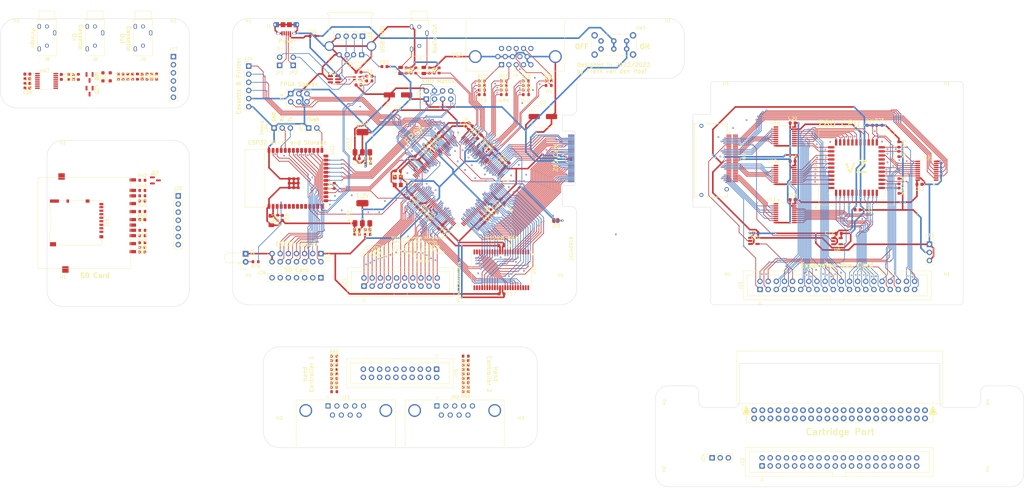
<source format=kicad_pcb>
(kicad_pcb (version 20240108) (generator "pcbnew") (generator_version "8.0")
  (title_block (date "2024-08-28") (rev "3"))
  (layers (0 "F.Cu" signal) (31 "B.Cu" signal) (34 "B.Paste" user) (35 "F.Paste" user) (36 "B.SilkS" user "B.Silkscreen") (37 "F.SilkS" user "F.Silkscreen") (38 "B.Mask" user) (39 "F.Mask" user) (44 "Edge.Cuts" user))
  (net 0 "")
  (net 1 "+1V2")
  (net 2 "GND")
  (net 3 "+3V3")
  (net 4 "Net-(D1-K)")
  (net 5 "+5V")
  (net 6 "Net-(Q1-C)")
  (net 7 "Net-(D2-K)")
  (net 8 "SD_WP#")
  (net 9 "FPGA_EXP5")
  (net 10 "FPGA_EXP6")
  (net 11 "ESP_EXP0")
  (net 12 "ESP_EXP1")
  (net 13 "ESP_EXP2")
  (net 14 "ESP_EXP3")
  (net 15 "ESP_EXP4")
  (net 16 "ESP_EXP5")
  (net 17 "ESP_EXP6")
  (net 18 "ESP_EXP7")
  (net 19 "ESP_USB_D-")
  (net 20 "ESP_USB_D+")
  (net 21 "CASSETTE_IN")
  (net 22 "Net-(Q1-E)")
  (net 23 "SPI_CS#")
  (net 24 "SD_CD")
  (net 25 "FPGA_PROG#")
  (net 26 "HC1_D04")
  (net 27 "FPGA_DONE")
  (net 28 "SPI_SCLK")
  (net 29 "HC1_D03")
  (net 30 "HC1_D05")
  (net 31 "HC1_D02")
  (net 32 "SD_MISO")
  (net 33 "SD_MOSI")
  (net 34 "SD_SSEL#")
  (net 35 "SD_SCK")
  (net 36 "CASSETTE_OUT")
  (net 37 "VGA_R3")
  (net 38 "VGA_R2")
  (net 39 "VGA_R1")
  (net 40 "VGA_R0")
  (net 41 "VGA_G3")
  (net 42 "VGA_G2")
  (net 43 "VGA_G1")
  (net 44 "VGA_G0")
  (net 45 "VGA_B3")
  (net 46 "VGA_B2")
  (net 47 "VGA_B1")
  (net 48 "VGA_B0")
  (net 49 "VGA_VSYNC")
  (net 50 "VGA_HSYNC")
  (net 51 "INT#")
  (net 52 "NMI#")
  (net 53 "BUSREQ#")
  (net 54 "BUSACK#")
  (net 55 "WAIT#")
  (net 56 "RESET#")
  (net 57 "SD_ACTIVITY")
  (net 58 "HC1_D06")
  (net 59 "HC1_D01")
  (net 60 "HC1_D07")
  (net 61 "HC1_D00")
  (net 62 "HC2_D04")
  (net 63 "HC2_D03")
  (net 64 "AUDIO_L")
  (net 65 "AUDIO_R")
  (net 66 "HC2_D05")
  (net 67 "HC2_D02")
  (net 68 "HC2_D06")
  (net 69 "HC2_D01")
  (net 70 "HC2_D07")
  (net 71 "HC2_D00")
  (net 74 "Net-(J11-Pad5)")
  (net 75 "Net-(J11-Pad9)")
  (net 76 "Net-(J11-Pad4)")
  (net 77 "Net-(J11-Pad8)")
  (net 78 "Net-(J11-Pad3)")
  (net 79 "Net-(J11-Pad7)")
  (net 80 "Net-(J11-Pad2)")
  (net 81 "Net-(J11-Pad6)")
  (net 82 "VBUS")
  (net 83 "ESP_CTS")
  (net 84 "ESP_RX")
  (net 85 "ESP_RTS")
  (net 86 "ESP_TX")
  (net 87 "PRINTER_IN")
  (net 88 "PRINTER_OUT")
  (net 89 "ESP_NOTIFY")
  (net 90 "SYSCLK")
  (net 91 "SPI_MISO")
  (net 92 "SPI_MOSI")
  (net 93 "FPGA_INT#")
  (net 94 "FPGA_WR#")
  (net 95 "FPGA_BUSREQ#")
  (net 96 "FPGA_RESET#")
  (net 97 "RAM_CE#")
  (net 98 "FPGA_BUSACK#")
  (net 99 "FPGA_PHI")
  (net 100 "FPGA_CART_CE#")
  (net 101 "FPGA_RD#")
  (net 102 "FPGA_IORQ#")
  (net 103 "FPGA_MREQ#")
  (net 104 "FPGA_D7")
  (net 105 "FPGA_D6")
  (net 106 "FPGA_D5")
  (net 107 "FPGA_D4")
  (net 108 "FPGA_D3")
  (net 109 "FPGA_D2")
  (net 110 "FPGA_D1")
  (net 111 "FPGA_D0")
  (net 112 "BA18")
  (net 113 "BA17")
  (net 114 "FPGA_A12")
  (net 115 "FPGA_A11")
  (net 116 "FPGA_A10")
  (net 117 "FPGA_A14")
  (net 118 "FPGA_A13")
  (net 119 "BA14")
  (net 120 "FPGA_A15")
  (net 121 "BA16")
  (net 122 "BA15")
  (net 123 "FPGA_A9")
  (net 124 "FPGA_A8")
  (net 125 "FPGA_A7")
  (net 126 "FPGA_A6")
  (net 127 "FPGA_A5")
  (net 128 "FPGA_A4")
  (net 129 "FPGA_A3")
  (net 130 "FPGA_A2")
  (net 131 "FPGA_A1")
  (net 132 "FPGA_A0")
  (net 133 "A9")
  (net 134 "A8")
  (net 135 "A7")
  (net 136 "A6")
  (net 137 "A5")
  (net 138 "A4")
  (net 139 "A3")
  (net 140 "A2")
  (net 141 "A1")
  (net 142 "A0")
  (net 143 "D3")
  (net 144 "D2")
  (net 145 "D1")
  (net 146 "D0")
  (net 147 "A15")
  (net 148 "A14")
  (net 149 "A13")
  (net 150 "A12")
  (net 151 "A11")
  (net 152 "A10")
  (net 153 "WR#")
  (net 154 "RD#")
  (net 155 "IORQ#")
  (net 156 "MREQ#")
  (net 157 "M1#")
  (net 158 "D7")
  (net 159 "D6")
  (net 160 "D5")
  (net 161 "D4")
  (net 162 "PHI")
  (net 163 "HALT#")
  (net 164 "RFSH#")
  (net 165 "CART_CE#")
  (net 166 "RAM_WE#")
  (net 168 "Net-(J11-Pad1)")
  (net 169 "HC1_D08")
  (net 170 "HC2_D08")
  (net 171 "FPGA_EXP7")
  (net 172 "FPGA_EXP8")
  (net 173 "vZ80 Sense")
  (net 174 "ESP_EXP8")
  (net 175 "ESP_EXP10")
  (net 176 "ESP_EXP9")
  (net 177 "Net-(C6-Pad1)")
  (net 178 "Net-(C11-Pad2)")
  (net 179 "Net-(D3-A)")
  (net 180 "/USB_D+")
  (net 182 "Net-(J4-Pad1)")
  (net 183 "Net-(J4-Pad2)")
  (net 184 "Net-(J4-Pad3)")
  (net 189 "Net-(J4-Pad13)")
  (net 190 "Net-(J4-Pad14)")
  (net 193 "Net-(J5-PadT)")
  (net 196 "Net-(J9-WRITE_PROTECT)")
  (net 197 "Net-(JP4-Pin_3)")
  (net 198 "Net-(JP4-Pin_2)")
  (net 199 "/USB_D-")
  (net 200 "Net-(J1-VBUS)")
  (net 201 "Net-(L1-Pad3)")
  (net 202 "Net-(L1-Pad2)")
  (net 203 "Net-(L1-Pad1)")
  (net 204 "Net-(L1-Pad4)")
  (net 205 "Net-(C4-Pad1)")
  (net 206 "Net-(C4-Pad2)")
  (net 207 "Net-(C6-Pad2)")
  (net 208 "Net-(C9-Pad1)")
  (net 209 "Net-(U7-C1+)")
  (net 210 "Net-(U7-C1-)")
  (net 211 "Net-(U4-VI)")
  (net 212 "Net-(U7-V+)")
  (net 213 "Net-(U7-V-)")
  (net 214 "Net-(U7-C2+)")
  (net 215 "Net-(U7-C2-)")
  (net 216 "Net-(U13-VI)")
  (net 217 "Net-(U12-EN)")
  (net 218 "Net-(U7-RIN)")
  (net 219 "Net-(U7-DOUT)")
  (net 220 "Net-(JP5-B)")
  (net 221 "Net-(U8-B2_IO_CCLK)")
  (net 233 "SUB_HC2_D03")
  (net 234 "SUB_HC1_D01")
  (net 235 "SUB_HC2_DO5")
  (net 236 "SUB_HC1_D08")
  (net 237 "SUB_HC2_D07")
  (net 238 "SUB_HC1_D02")
  (net 239 "SUB_HC1_D04")
  (net 240 "SUB_HC1_D05")
  (net 241 "SUB_HC1_D00")
  (net 242 "SUB_HC2_D04")
  (net 243 "SUB_HC1_D03")
  (net 244 "SUB_HC2_D00")
  (net 245 "SUB_HC1_D06")
  (net 246 "SUB_HC2_D06")
  (net 247 "SUB_HC2_D01")
  (net 248 "SUB_HC1_D07")
  (net 249 "SUB_HC2_D08")
  (net 250 "SUB_HC2_D02")
  (net 253 "Net-(J99-Pad9)")
  (net 254 "Net-(J99-Pad5)")
  (net 255 "Net-(J99-Pad8)")
  (net 256 "Net-(J99-Pad6)")
  (net 257 "Net-(J99-Pad4)")
  (net 258 "Net-(J99-Pad2)")
  (net 259 "Net-(J99-Pad7)")
  (net 260 "Net-(J99-Pad3)")
  (net 261 "Net-(J99-Pad1)")
  (net 262 "Net-(J16-DAT0)")
  (net 263 "Net-(J16-DAT2)")
  (net 264 "Net-(J16-DAT3{slash}CD)")
  (net 265 "Net-(J16-CLK)")
  (net 266 "Net-(J16-DAT1)")
  (net 267 "Net-(J16-CMD)")
  (net 268 "Net-(J18-Pin_1)")
  (net 269 "Net-(J18-Pin_2)")
  (net 270 "Net-(J18-Pin_3)")
  (net 295 "KBD-NextCol")
  (net 296 "KBD-DOut")
  (net 297 "KBD-FirstCol")
  (net 298 "KBD-ShCLK")
  (net 299 "KBD-Load#")
  (footprint "Capacitor_SMD:C_0603_1608Metric" (layer "F.Cu") (at 224.153238 113.519896 45)
    (property "Reference" "C23")
    (property "Value" "4.7uF")
  )
  (footprint "Resistor_SMD:R_0603_1608Metric" (layer "F.Cu") (at 212.205106 185.459999 180)
    (property "Reference" "R69")
    (property "Value" "100")
  )
  (footprint "aquarius-plus:CR22A-44D-2.54DSA(70)" (layer "F.Cu") (at 328.944607 191.29652)
    (property "Reference" "J7")
    (property "Value" "Expansion port")
  )
  (footprint "Connector_IDC:IDC-Header_2x20_P2.54mm_Vertical" (layer "F.Cu") (at 304.74 208.7 90)
    (property "Reference" "J22")
    (property "Value" "Conn_02x20_Top_Bottom")
  )
  (footprint "Resistor_SMD:R_0603_1608Metric" (layer "F.Cu") (at 341.370136 102.218467 180)
    (property "Reference" "R23")
    (property "Value" "1k")
  )
  (footprint "Inductor_SMD_Wurth:WE-CNSW_08058" (layer "F.Cu") (at 178.310634 87.52614 90)
    (property "Reference" "L1")
    (property "Value" "USB Choke" (hide yes))
  )
  (footprint "Resistor_SMD:R_0603_1608Metric" (layer "F.Cu") (at 153.508943 131.179891 90)
    (property "Reference" "R41")
    (property "Value" "10k")
  )
  (footprint "Package_SO:TSSOP-16_4.4x5mm_P0.65mm" (layer "F.Cu") (at 81.356722 88.359972)
    (property "Reference" "U7")
    (property "Value" "MAX3221ECPWR")
  )
  (footprint "Connector_PinHeader_2.54mm:PinHeader_2x07_P2.54mm_Vertical" (layer "F.Cu") (at 166.998943 142.339891 -90)
    (property "Reference" "J13")
    (property "Value" "ESP32 spare")
  )
  (footprint "Connector_PinHeader_2.54mm:PinHeader_1x02_P2.54mm_Vertical" (layer "F.Cu") (at 163.183943 103.079891 90)
    (property "Reference" "JP5")
    (property "Value" "Bootloader")
  )
  (footprint "Connector_PinHeader_2.54mm:PinHeader_1x07_P2.54mm_Vertical" (layer "F.Cu") (at 122.458943 124.295425)
    (property "Reference" "J20")
    (property "Value" "Conn_01x07")
  )
  (footprint "Resistor_SMD:R_0603_1608Metric" (layer "F.Cu") (at 111.248243 140.377125 180)
    (property "Reference" "R50")
    (property "Value" "10k")
  )
  (footprint "MountingHole:MountingHole_3.2mm_M3" (layer "F.Cu") (at 379.375006 209.66 90)
    (property "Reference" "H4")
    (property "Value" "MountingHole")
  )
  (footprint "MountingHole:MountingHole_3.2mm_M3" (layer "F.Cu") (at 278.375006 209.66 90)
    (property "Reference" "H2")
    (property "Value" "MountingHole")
  )
  (footprint "Resistor_SMD:R_0603_1608Metric" (layer "F.Cu") (at 171.159215 184.131221)
    (property "Reference" "R56")
    (property "Value" "100")
  )
  (footprint "Resistor_SMD:R_0603_1608Metric" (layer "F.Cu") (at 224.143443 92.633991)
    (property "Reference" "R16")
    (property "Value" "4300")
  )
  (footprint "Resistor_SMD:R_0603_1608Metric" (layer "F.Cu") (at 231.028243 89.795891)
    (property "Reference" "R17")
    (property "Value" "1070")
  )
  (footprint "Capacitor_SMD:C_0603_1608Metric" (layer "F.Cu") (at 200.623616 130.250467 -135)
    (property "Reference" "C52")
    (property "Value" "100nF")
  )
  (footprint "MountingHole:MountingHole_3.2mm_M3" (layer "F.Cu") (at 71.958943 73.844357)
    (property "Reference" "H1")
    (property "Value" "MountingHole")
  )
  (footprint "Connector_Dsub:DSUB-9_Male_Horizontal_P2.77x2.84mm_EdgePinOffset9.90mm_Housed_MountingHolesOffset11.32mm" (layer "F.Cu") (at 203.23 189.9497)
    (property "Reference" "J99")
    (property "Value" "Hand Controller")
  )
  (footprint "Resistor_SMD:R_0603_1608Metric" (layer "F.Cu") (at 212.213823 175.770167 180)
    (property "Reference" "R65")
    (property "Value" "100")
  )
  (footprint "Resistor_SMD:R_0603_1608Metric" (layer "F.Cu") (at 171.160677 178.58641)
    (property "Reference" "R55")
    (property "Value" "100")
  )
  (footprint "Capacitor_SMD:C_0603_1608Metric" (layer "F.Cu") (at 202.379608 85.097089 90)
    (property "Reference" "C7")
    (property "Value" "100nF")
  )
  (footprint "Package_TO_SOT_SMD:SOT-223-3_TabPin2" (layer "F.Cu") (at 179.958943 129.729891 90)
    (property "Reference" "U4")
    (property "Value" "LD1117S12")
  )
  (footprint "Capacitor_SMD:C_0603_1608Metric" (layer "F.Cu") (at 199.588088 129.223029 -135)
    (property "Reference" "C51")
    (property "Value" "100nF")
  )
  (footprint "MountingHole:MountingHole_3.2mm_M3" (layer "F.Cu") (at 144.400919 153.315299)
    (property "Reference" "H1")
    (property "Value" "MountingHole")
  )
  (footprint "Resistor_SMD:R_0603_1608Metric" (layer "F.Cu") (at 111.248943 138.915725 180)
    (property "Reference" "R49")
    (property "Value" "100")
  )
  (footprint "Connector_PinHeader_2.54mm:PinHeader_1x06_P2.54mm_Vertical" (layer "F.Cu") (at 120.958943 80.764357)
    (property "Reference" "J17")
    (property "Value" "Conn_01x06_Socket")
  )
  (footprint "Inductor_SMD:L_0603_1608Metric" (layer "F.Cu") (at 186.837048 83.879891)
    (property "Reference" "FB2")
    (property "Value" "220")
  )
  (footprint "Package_QFP:TQFP-144_20x20mm_P0.5mm" (layer "F.Cu") (at 210 119.5 -135)
    (property "Reference" "U8")
    (property "Value" "XC6SLX9-2TQG144C")
  )
  (footprint "Connector_Card:microSD_HC_Hirose_DM3AT-SF-PEJM5" (layer "F.Cu") (at 90.733943 132.740425 -90)
    (property "Reference" "J16")
    (property "Value" "Micro_SD_Card_Det1")
  )
  (footprint "MountingHole:MountingHole_3.2mm_M3" (layer "F.Cu") (at 379.474087 188.66 90)
    (property "Reference" "H4")
    (property "Value" "MountingHole")
  )
  (footprint "Resistor_SMD:R_0603_1608Metric" (layer "F.Cu") (at 182.133943 88.36433)
    (property "Reference" "R4")
    (property "Value" "0")
  )
  (footprint "Resistor_SMD:R_0603_1608Metric" (layer "F.Cu") (at 217.272543 91.230591)
    (property "Reference" "R12")
    (property "Value" "2150")
  )
  (footprint "MountingHole:MountingHole_3.2mm_M3" (layer "F.Cu") (at 154.04 197.96)
    (property "Reference" "H3")
    (property "Value" "MountingHole")
  )
  (footprint "Resistor_SMD:R_0603_1608Metric" (layer "F.Cu") (at 347.456086 108.240007 -90)
    (property "Reference" "R25")
    (property "Value" "1k")
  )
  (footprint "Connector_PinHeader_2.54mm:PinHeader_1x02_P2.54mm_Vertical" (layer "F.Cu") (at 154.113132 83.50297 180)
    (property "Reference" "JP1")
    (property "Value" "Pin Header")
  )
  (footprint "Resistor_SMD:R_0603_1608Metric" (layer "F.Cu") (at 212.216288 178.540663 180)
    (property "Reference" "R61")
    (property "Value" "100")
  )
  (footprint "Capacitor_SMD:C_0603_1608Metric" (layer "F.Cu") (at 178.206443 112.679891 180)
    (property "Reference" "C55")
    (property "Value" "4.7uF")
  )
  (footprint "Capacitor_SMD:C_0603_1608Metric" (layer "F.Cu") (at 198.545602 128.187029 -135)
    (property "Reference" "C49")
    (property "Value" "4.7uF")
  )
  (footprint "Capacitor_SMD:C_0603_1608Metric" (layer "F.Cu") (at 223.399557 154.930643)
    (property "Reference" "C57")
    (property "Value" "100nF")
  )
  (footprint "Capacitor_SMD:C_0603_1608Metric" (layer "F.Cu") (at 212.739321 102.038148 45)
    (property "Reference" "C19")
    (property "Value" "4.7uF")
  )
  (footprint "Capacitor_SMD:C_0805_2012Metric" (layer "F.Cu") (at 199.129608 85.097089 90)
    (property "Reference" "C6")
    (property "Value" "10uF")
  )
  (footprint "Resistor_SMD:R_0603_1608Metric" (layer "F.Cu") (at 338.412381 102.218467)
    (property "Reference" "R24")
    (property "Value" "1k")
  )
  (footprint "MountingHole:MountingHole_3.2mm_M3" (layer "F.Cu") (at 362.5 153)
    (property "Reference" "H1")
    (property "Value" "MountingHole")
  )
  (footprint "Package_TO_SOT_SMD:SOT-23" (layer "F.Cu") (at 94.769222 91.559972 -90)
    (property "Reference" "Q2")
    (property "Value" "BC847C")
  )
  (footprint "Capacitor_SMD:C_0603_1608Metric" (layer "F.Cu") (at 220.915166 110.252706 45)
    (property "Reference" "C24")
    (property "Value" "100nF")
  )
  (footprint "Connector_PinSocket_2.54mm:PinSocket_2x03_P2.54mm_Vertical" (layer "F.Cu") (at 157.56 92.36 90)
    (property "Reference" "J10")
    (property "Value" "Conn_02x03_Top_Bottom")
  )
  (footprint "Resistor_SMD:R_0603_1608Metric" (layer "F.Cu") (at 196.625908 85.105589 90)
    (property "Reference" "R7")
    (property "Value" "330")
  )
  (footprint "Resistor_SMD:R_0603_1608Metric" (layer "F.Cu") (at 115.698023 87.009972 90)
    (property "Reference" "R1")
    (property "Value" "10k")
  )
  (footprint "aquarius-plus:C2939180" (layer "F.Cu") (at 96.458943 74.244357)
    (property "Reference" "J6")
    (property "Value" "Cassette in")
  )
  (footprint "Resistor_SMD:R_0603_1608Metric" (layer "F.Cu") (at 112.711307 87.012303 -90)
    (property "Reference" "R29")
    (property "Value" "82")
  )
  (footprint "MountingHole:MountingHole_3.2mm_M3" (layer "F.Cu") (at 362.5 93.5)
    (property "Reference" "H1")
    (property "Value" "MountingHole")
  )
  (footprint "Capacitor_SMD:C_0603_1608Metric" (layer "F.Cu") (at 111.250043 131.720325)
    (property "Reference" "C60")
    (property "Value" "4.7uF")
  )
  (footprint "Capacitor_SMD:C_0603_1608Metric" (layer "F.Cu") (at 181.731443 112.679891 180)
    (property "Reference" "C56")
    (property "Value" "4.7uF")
  )
  (footprint "Resistor_SMD:R_0603_1608Metric" (layer "F.Cu") (at 171.161664 185.499719)
    (property "Reference" "R58")
    (property "Value" "100")
  )
  (footprint "MountingHole:MountingHole_3.2mm_M3" (layer "F.Cu") (at 86.458943 153.915425)
    (property "Reference" "H1")
    (property "Value" "MountingHole")
  )
  (footprint "Capacitor_SMD:C_0603_1608Metric" (layer "F.Cu") (at 314.278341 125.458711 180)
    (property "Reference" "C46")
    (property "Value" "100nF")
  )
  (footprint "Resistor_SMD:R_0603_1608Metric" (layer "F.Cu") (at 171.170382 175.801806)
    (property "Reference" "R59")
    (property "Value" "100")
  )
  (footprint "Capacitor_SMD:C_0603_1608Metric" (layer "F.Cu") (at 178.735634 89.62614)
    (property "Reference" "C1")
    (property "Value" "DNP")
  )
  (footprint "Resistor_SMD:R_0603_1608Metric" (layer "F.Cu") (at 106.719222 87.019357 -90)
    (property "Reference" "R32")
    (property "Value" "220")
  )
  (footprint "Capacitor_SMD:C_0603_1608Metric" (layer "F.Cu") (at 75.354422 86.233372 180)
    (property "Reference" "C14")
    (property "Value" "100nF")
  )
  (footprint "Connector_PinHeader_2.54mm:PinHeader_2x04_P2.54mm_Vertical" (layer "F.Cu") (at 199.92 94.04 90)
    (property "Reference" "J25")
    (property "Value" "KBD Matrix")
  )
  (footprint "Button_Switch_THT:SW_E-Switch_EG2219_DPDT_Angled" (layer "F.Cu") (at 262.4575 78.372307 180)
    (property "Reference" "SW1")
    (property "Value" "SW_DPDT_x2")
  )
  (footprint "Capacitor_SMD:C_0603_1608Metric" (layer "F.Cu") (at 75.350622 87.685872 180)
    (property "Reference" "C27")
    (property "Value" "100nF")
  )
  (footprint "Resistor_SMD:R_0603_1608Metric" (layer "F.Cu") (at 238.115243 89.792991)
    (property "Reference" "R22")
    (property "Value" "820")
  )
  (footprint "Connector_PinHeader_2.54mm:PinHeader_1x04_P2.54mm_Vertical" (layer "F.Cu") (at 179.970479 74.379891 -90)
    (property "Reference" "J18")
    (property "Value" "Conn_01x04")
  )
  (footprint "Resistor_SMD:R_0603_1608Metric" (layer "F.Cu") (at 181.731443 114.179891)
    (property "Reference" "R40")
    (property "Value" "0")
  )
  (footprint "Connector_PinSocket_2.54mm:PinSocket_1x03_P2.54mm_Vertical" (layer "F.Cu") (at 289.14 206.16 90)
    (property "Reference" "J24")
    (property "Value" "Conn_01x03")
  )
  (footprint "Resistor_SMD:R_0603_1608Metric" (layer "F.Cu") (at 231.028243 88.378791)
    (property "Reference" "R18")
    (property "Value" "536")
  )
  (footprint "Capacitor_SMD:C_0603_1608Metric" (layer "F.Cu") (at 314.281697 113.467139 180)
    (property "Reference" "C45")
    (property "Value" "100nF")
  )
  (footprint "Resistor_SMD:R_0603_1608Metric" (layer "F.Cu") (at 111.267443 135.048325 180)
    (property "Reference" "R47")
    (property "Value" "10k")
  )
  (footprint "Capacitor_SMD:C_0603_1608Metric" (layer "F.Cu") (at 204.316515 105.110682 135)
    (property "Reference" "C34")
    (property "Value" "100nF")
  )
  (footprint "Resistor_SMD:R_0603_1608Metric" (layer "F.Cu") (at 193.629608 85.097089 -90)
    (property "Reference" "R5")
    (property "Value" "150")
  )
  (footprint "Capacitor_SMD:C_0603_1608Metric" (layer "F.Cu") (at 215.450991 104.774859 45)
    (property "Reference" "C21")
    (property "Value" "100nF")
  )
  (footprint "Resistor_SMD:R_0603_1608Metric" (layer "F.Cu") (at 217.272543 89.812191)
    (property "Reference" "R10")
    (property "Value" "1070")
  )
  (footprint "Connector_PinHeader_2.54mm:PinHeader_1x03_P2.54mm_Vertical" (layer "F.Cu") (at 152.379743 103.072891 90)
    (property "Reference" "JP4")
    (property "Value" "DBG")
  )
  (footprint "Capacitor_SMD:C_0603_1608Metric" (layer "F.Cu") (at 219.551495 130.113106 -45)
    (property "Reference" "C43")
    (property "Value" "100nF")
  )
  (footprint "samtec-mec5-30:SAMTEC_MEC5-030-01-X-RA-W1-XX-EDGE" (layer "F.Cu") (at 246.431249 112.565299 90)
    (property "Reference" "J77")
    (property "Value" "MEC5-030-01-X-RA-W1-XX-EDGE" (hide yes))
    (fp_line (start 8.5 -4.03033) (end 11.5 -4.03033) (stroke (width 0.1)) (layer "Edge.Cuts"))
    (fp_line (start -11.5 -4.03033) (end -8.5 -4.03033) (stroke (width 0.1)) (layer "Edge.Cuts"))
    (fp_line (start 8.5 -0.78033) (end 8.5 -4.03033) (stroke (width 0.1)) (layer "Edge.Cuts"))
    (fp_line (start -8.5 -0.78033) (end -8.5 -4.03033) (stroke (width 0.1)) (layer "Edge.Cuts"))
    (fp_line (start -7.75 -0.03033) (end 7.75 -0.03033) (stroke (width 0.1)) (layer "Edge.Cuts"))
    (fp_arc (start 8.5 -0.78033) (mid 8.28033 -0.25) (end 7.75 -0.03033) (stroke (width 0.1)) (layer "Edge.Cuts"))
    (fp_arc (start -7.75 -0.03033) (mid -8.28033 -0.25) (end -8.5 -0.78033) (stroke (width 0.1)) (layer "Edge.Cuts"))
  )
  (footprint "Connector_IDC:IDC-Header_2x10_P2.54mm_Vertical" (layer "F.Cu") (at 203.12 178.46 -90)
    (property "Reference" "J15")
    (property "Value" "Conn_02x10_Odd_Even")
  )
  (footprint "Resistor_SMD:R_0603_1608Metric" (layer "F.Cu") (at 88.269222 87.109972 -90)
    (property "Reference" "R36")
    (property "Value" "2.2k")
  )
  (footprint "aquarius-plus:AMPHENOL_10118194-0001LF" (layer "F.Cu") (at 156.176095 70.78916 180)
    (property "Reference" "J1")
    (property "Value" "Power in")
  )
  (footprint "Resistor_SMD:R_0603_1608Metric" (layer "F.Cu") (at 111.249843 122.601225)
    (property "Reference" "R43")
    (property "Value" "10k")
  )
  (footprint "Resistor_SMD:R_0603_1608Metric" (layer "F.Cu") (at 347.5 119.70637 -90)
    (property "Reference" "R28")
    (property "Value" "1k")
  )
  (footprint "Connector_IDC:IDC-Header_2x20_P2.54mm_Vertical" (layer "F.Cu") (at 304.1 153.54 90)
    (property "Reference" "J21")
    (property "Value" "Conn_02x20_Top_Bottom")
  )
  (footprint "Package_TO_SOT_SMD:SOT-223-3_TabPin2" (layer "F.Cu") (at 179.958943 107.529891 90)
    (property "Reference" "U13")
    (property "Value" "LDL1117S33R")
  )
  (footprint "MountingHole:MountingHole_3.2mm_M3" (layer "F.Cu") (at 241.900919 153.315299)
    (property "Reference" "H1")
    (property "Value" "MountingHole")
  )
  (footprint "Capacitor_SMD:C_0603_1608Metric" (layer "F.Cu") (at 203.282677 106.150019 135)
    (property "Reference" "C36")
    (property "Value" "4.7uF")
  )
  (footprint "Resistor_SMD:R_0603_1608Metric" (layer "F.Cu") (at 224.142343 91.210891)
    (property "Reference" "R13")
    (property "Value" "2150")
  )
  (footprint "Connector_PinSocket_2.54mm:PinSocket_1x03_P2.54mm_Vertical" (layer "F.Cu") (at 357 139.42)
    (property "Reference" "J23")
    (property "Value" "Conn_01x03")
  )
  (footprint "MountingHole:MountingHole_3.2mm_M3" (layer "F.Cu") (at 294 153)
    (property "Reference" "H1")
    (property "Value" "MountingHole")
  )
  (footprint "Capacitor_SMD:C_0603_1608Metric" (layer "F.Cu") (at 314.278139 101.495973 180)
    (property "Reference" "C30")
    (property "Value" "100nF")
  )
  (footprint "Resistor_SMD:R_0603_1608Metric" (layer "F.Cu") (at 108.219222 87.019357 90)
    (property "Reference" "R33")
    (property "Value" "220k")
  )
  (footprint "Connector_PinHeader_2.54mm:PinHeader_1x06_P2.54mm_Vertical" (layer "F.Cu") (at 144.458943 83.719891)
    (property "Reference" "J14")
    (property "Value" "Conn_01x06_Socket")
  )
  (footprint "Connector_PinHeader_2.54mm:PinHeader_1x02_P2.54mm_Vertical" (layer "F.Cu") (at 158.353132 83.50297 180)
    (property "Reference" "JP2")
    (property "Value" "Pin Header")
  )
  (footprint "Capacitor_SMD:C_0603_1608Metric" (layer "F.Cu") (at 218.527757 131.145998 -45)
    (property "Reference" "C44")
    (property "Value" "100nF")
  )
  (footprint "aquarius-plus:C2939180" (layer "F.Cu") (at 81.458943 74.244357)
    (property "Reference" "J8")
    (property "Value" "Printer")
  )
  (footprint "Package_TO_SOT_SMD:SOT-23" (layer "F.Cu") (at 94.769222 87.272472 -90)
    (property "Reference" "Q1")
    (property "Value" "BC847C")
  )
  (footprint "Resistor_SMD:R_0603_1608Metric" (layer "F.Cu") (at 231.024443 91.206891)
    (property "Reference" "R20")
    (property "Value" "2150")
  )
  (footprint "Capacitor_SMD:C_0603_1608Metric" (layer "F.Cu") (at 194.791132 124.450984 -135)
    (property "Reference" "C47")
    (property "Value" "100nF")
  )
  (footprint "Resistor_SMD:R_0603_1608Metric" (layer "F.Cu") (at 231.028243 92.641991)
    (property "Reference" "R19")
    (property "Value" "4300")
  )
  (footprint "Resistor_SMD:R_0603_1608Metric" (layer "F.Cu") (at 171.162937 181.363222)
    (property "Reference" "R52")
    (property "Value" "100")
  )
  (footprint "Package_TO_SOT_SMD:SC-74-6_1.55x2.9mm_P0.95mm" (layer "F.Cu") (at 171.108943 87.829891)
    (property "Reference" "U1")
    (property "Value" "IP4234CZ6")
  )
  (footprint "Connector_PinHeader_2.54mm:PinHeader_1x07_P2.54mm_Vertical" (layer "F.Cu") (at 166.998943 149.879891 -90)
    (property "Reference" "J19")
    (property "Value" "Conn_01x07")
  )
  (footprint "Resistor_SMD:R_0603_1608Metric" (layer "F.Cu") (at 178.272243 136.379191)
    (property "Reference" "R37")
    (property "Value" "100")
  )
  (footprint "Capacitor_SMD:C_0603_1608Metric" (layer "F.Cu") (at 154.968643 131.180291 -90)
    (property "Reference" "C58")
    (property "Value" "100nF")
  )
  (footprint "Resistor_SMD:R_0603_1608Metric" (layer "F.Cu") (at 212.21255 177.154779 180)
    (property "Reference" "R63")
    (property "Value" "100")
  )
  (footprint "Resistor_SMD:R_0603_1608Metric" (layer "F.Cu") (at 111.254369 119.407188)
    (property "Reference" "R42")
    (property "Value" "10k")
  )
  (footprint "Resistor_SMD:R_0603_1608Metric" (layer "F.Cu") (at 109.719222 87.019357 -90)
    (property "Reference" "R30")
    (property "Value" "47k")
  )
  (footprint "Resistor_SMD:R_0603_1608Metric" (layer "F.Cu") (at 146.633943 144.879891 180)
    (property "Reference" "R70")
    (property "Value" "220")
  )
  (footprint "aquarius-plus:TF-03A" (layer "F.Cu") (at 107.676443 132.765425 -90)
    (property "Reference" "J9")
    (property "Value" "TF-03A")
  )
  (footprint "Package_TO_SOT_SMD:SOT-23-5" (layer "F.Cu") (at 302.169196 138.369322)
    (property "Reference" "U2")
    (property "Value" "SN74AHCT1G125DBVR")
  )
  (footprint "Resistor_SMD:R_0603_1608Metric" (layer "F.Cu") (at 171.173467 174.407889)
    (property "Reference" "R60")
    (property "Value" "100")
  )
  (footprint "Resistor_SMD:R_0603_1608Metric" (layer "F.Cu") (at 111.263843 129.176425 180)
    (property "Reference" "R46")
    (property "Value" "100")
  )
  (footprint "Capacitor_SMD:C_0603_1608Metric" (layer "F.Cu") (at 334.572554 128.664305 180)
    (property "Reference" "C31")
    (property "Value" "100nF")
  )
  (footprint "Resistor_SMD:R_0603_1608Metric" (layer "F.Cu") (at 347.456086 111.206996 90)
    (property "Reference" "R27")
    (property "Value" "1k")
  )
  (footprint "MountingHole:MountingHole_3.2mm_M3" (layer "F.Cu") (at 275.400919 73.815299)
    (property "Reference" "H1")
    (property "Value" "MountingHole")
  )
  (footprint "MountingHole:MountingHole_3.2mm_M3" (layer "F.Cu") (at 229.54 197.96)
    (property "Reference" "H3")
    (property "Value" "MountingHole")
  )
  (footprint "Package_LCC:PLCC-44_SMD-Socket" (layer "F.Cu") (at 334.210054 115.454305 90)
    (property "Reference" "U3")
    (property "Value" "PLCC-44 SMD Socket")
  )
  (footprint "Resistor_SMD:R_0603_1608Metric" (layer "F.Cu") (at 103.777895 87.013374 -90)
    (property "Reference" "R31")
    (property "Value" "47k")
  )
  (footprint "aquarius-plus:ICD15S13E4GV00LF" (layer "F.Cu") (at 227.708943 69.329691 180)
    (property "Reference" "J4")
    (property "Value" "VGA")
  )
  (footprint "samtec-mec5-30:SAMTEC_MEC5-030-01-X-RA-W1-XX" (layer "F.Cu") (at 291.150919 112.565299 -90)
    (property "Reference" "J88")
    (property "Value" "MEC5-030-01-X-RA-W1-XX-SOCKET")
  )
  (footprint "Package_SO:TSSOP-20_4.4x6.5mm_P0.65mm" (layer "F.Cu") (at 356.218609 116.425 180)
    (property "Reference" "U5")
    (property "Value" "SN74CB3T3245PWR")
  )
  (footprint "Capacitor_SMD:C_0603_1608Metric" (layer "F.Cu") (at 221.626422 128.059554 -45)
    (property "Reference" "C37")
    (property "Value" "100nF")
  )
  (footprint "Capacitor_SMD:C_0603_1608Metric" (layer "F.Cu") (at 220.58492 129.089108 -45)
    (property "Reference" "C41")
    (property "Value" "100nF")
  )
  (footprint "Resistor_SMD:R_0603_1608Metric" (layer "F.Cu") (at 212.209639 182.690158 180)
    (property "Reference" "R66")
    (property "Value" "100")
  )
  (footprint "Resistor_SMD:R_0603_1608Metric" (layer "F.Cu") (at 203.886808 85.091689 90)
    (property "Reference" "R8")
    (property "Value" "330")
  )
  (footprint "Connector_USB:USB_A_Molex_67643_Horizontal" (layer "F.Cu") (at 179.708943 80.189691 180)
    (property "Reference" "J2")
    (property "Value" "ESP USB Host")
  )
  (footprint "MountingHole:MountingHole_3.2mm_M3" (layer "F.Cu") (at 144.400919 73.815299)
    (property "Reference" "H1")
    (property "Value" "MountingHole")
  )
  (footprint "Capacitor_SMD:C_0603_1608Metric" (layer "F.Cu") (at 178.735634 85.62614)
    (property "Reference" "C2")
    (property "Value" "DNP")
  )
  (footprint "Package_SO:TSSOP-20_4.4x6.5mm_P0.65mm" (layer "F.Cu") (at 311.931697 117.717139)
    (property "Reference" "U10")
    (property "Value" "SN74CB3T3245PWR")
  )
  (footprint "Resistor_SMD:R_0603_1608Metric" (layer "F.Cu") (at 212.215 181.307389 180)
    (property "Reference" "R64")
    (property "Value" "100")
  )
  (footprint "Resistor_SMD:R_0603_1608Metric" (layer "F.Cu") (at 212.216272 179.930222 180)
    (property "Reference" "R62")
    (property "Value" "100")
  )
  (footprint "Resistor_SMD:R_0603_1608Metric" (layer "F.Cu") (at 111.253843 136.746525 180)
    (property "Reference" "R48")
    (property "Value" "100")
  )
  (footprint "Capacitor_SMD:C_0603_1608Metric" (layer "F.Cu") (at 213.772002 103.072306 45)
    (property "Reference" "C18")
    (property "Value" "100nF")
  )
  (footprint "Capacitor_SMD:C_0603_1608Metric" (layer "F.Cu") (at 196.950086 112.477431 135)
    (property "Reference" "C39")
    (property "Value" "100nF")
  )
  (footprint "Capacitor_SMD:C_0603_1608Metric" (layer "F.Cu") (at 197.510074 127.162288 -135)
    (property "Reference" "C48")
    (property "Value" "100nF")
  )
  (footprint "LED_THT:LED_D3.0mm_Horizontal_O1.27mm_Z2.0mm" (layer "F.Cu") (at 143.508943 142.379891 -90)
    (property "Reference" "D3")
    (property "Value" "SD act.")
  )
  (footprint "Package_SO:TSSOP-20_4.4x6.5mm_P0.65mm" (layer "F.Cu") (at 311.934964 105.713723)
    (property "Reference" "U9")
    (property "Value" "SN74CB3T3245PWR")
  )
  (footprint "Resistor_SMD:R_0603_1608Metric" (layer "F.Cu") (at 224.143443 89.787791)
    (property "Reference" "R14")
    (property "Value" "1070")
  )
  (footprint "MountingHole:MountingHole_3.2mm_M3" (layer "F.Cu") (at 86.458943 111.915425)
    (property "Reference" "H1")
    (property "Value" "MountingHole")
  )
  (footprint "Resistor_SMD:R_0603_1608Metric" (layer "F.Cu") (at 217.272543 92.648891)
    (property "Reference" "R9")
    (property "Value" "4300")
  )
  (footprint "Capacitor_SMD:C_0603_1608Metric" (layer "F.Cu") (at 75.350622 89.145072 180)
    (property "Reference" "C29")
    (property "Value" "100nF")
  )
  (footprint "Resistor_SMD:R_0603_1608Metric" (layer "F.Cu") (at 200.879608 85.097089 -90)
    (property "Reference" "R6")
    (property "Value" "150")
  )
  (footprint "Capacitor_SMD:C_0603_1608Metric" (layer "F.Cu") (at 111.21308 87.022664 -90)
    (property "Reference" "C9")
    (property "Value" "100nF")
  )
  (footprint "MountingHole:MountingHole_3.2mm_M3" (layer "F.Cu") (at 278.474087 188.66 90)
    (property "Reference" "H2")
    (property "Value" "MountingHole")
  )
  (footprint "Capacitor_SMD:C_0603_1608Metric" (layer "F.Cu") (at 223.350082 139.837391 180)
    (property "Reference" "C61")
    (property "Value" "100nF")
  )
  (footprint "Resistor_SMD:R_0603_1608Metric" (layer "F.Cu") (at 114.198023 87.009972 -90)
    (property "Reference" "R2")
    (property "Value" "100")
  )
  (footprint "Capacitor_SMD:C_0603_1608Metric" (layer "F.Cu") (at 201.215003 108.211358 135)
    (property "Reference" "C33")
    (property "Value" "100nF")
  )
  (footprint "Capacitor_SMD:C_0603_1608Metric" (layer "F.Cu") (at 353.868609 120.675)
    (property "Reference" "C13")
    (property "Value" "100nF")
  )
  (footprint "Capacitor_SMD:CP_Elec_6.3x7.7" (layer "F.Cu") (at 191.061972 92.737206 180)
    (property "Reference" "C3")
    (property "Value" "100uF")
  )
  (footprint "Connector_IDC:IDC-Header_2x10_P2.54mm_Vertical" (layer "F.Cu") (at 180.46 152.5 90)
    (property "Reference" "J12")
    (property "Value" "Conn_02x10_Odd_Even")
  )
  (footprint "Capacitor_SMD:C_0603_1608Metric" (layer "F.Cu") (at 85.952022 87.109972 -90)
    (property "Reference" "C15")
    (property "Value" "4.7uF")
  )
  (footprint "Capacitor_SMD:C_0603_1608Metric" (layer "F.Cu") (at 195.129608 85.097089 90)
    (property "Reference" "C5")
    (property "Value" "100nF")
  )
  (footprint "Jumper:SolderJumper-2_P1.3mm_Bridged_RoundedPad1.0x1.5mm" (layer "F.Cu") (at 240.35 132 180)
    (property "Reference" "JP3")
    (property "Value" "vZ80 Enabled")
  )
  (footprint "Diode_SMD:D_SOD-323_HandSoldering" (layer "F.Cu") (at 98.950899 87.088387 90)
    (property "Reference" "D2")
    (property "Value" "1N4148WS")
  )
  (footprint "Inductor_SMD:L_0603_1608Metric" (layer "F.Cu") (at 164.421443 74.329691)
    (property "Reference" "FB1")
    (property "Value" "220")
  )
  (footprint "Oscillator:Oscillator_SMD_SeikoEpson_SG8002CE-4Pin_3.2x2.5mm" (layer "F.Cu") (at 191.008943 119.679891 -90)
    (property "Reference" "X1")
    (property "Value" "SX3M14.31818M20F30TNN")
  )
  (footprint "Capacitor_SMD:C_0603_1608Metric" (layer "F.Cu") (at 223.699553 125.940409 -45)
    (property "Reference" "C38")
    (property "Value" "100nF")
  )
  (footprint "Capacitor_SMD:C_0603_1608Metric" (layer "F.Cu") (at 205.369656 135.027283 -135)
    (property "Reference" "C53")
    (property "Value" "4.7uF")
  )
  (footprint "Capacitor_SMD:C_0603_1608Metric" (layer "F.Cu") (at 216.48487 105.806748 45)
    (property "Reference" "C22")
    (property "Value" "100nF")
  )
  (footprint "Capacitor_SMD:C_0603_1608Metric" (layer "F.Cu") (at 200.179776 109.247421 135)
    (property "Reference" "C40")
    (property "Value" "100nF")
  )
  (footprint "Capacitor_SMD:C_0603_1608Metric" (layer "F.Cu") (at 89.769222 87.109972 90)
    (property "Reference" "C11")
    (property "Value" "4.7uF")
  )
  (footprint "Package_SO:TSSOP-20_4.4x6.5mm_P0.65mm" (layer "F.Cu") (at 311.928341 129.708711)
    (property "Reference" "U11")
    (property "Value" "SN74CB3T3245PWR")
  )
  (footprint "Capacitor_SMD:C_1206_3216Metric" (layer "F.Cu") (at 151.553562 131.987002 -90)
    (property "Reference" "C59")
    (property "Value" "22uF")
  )
  (footprint "Capacitor_SMD:C_0603_1608Metric" (layer "F.Cu") (at 75.354422 90.611172 180)
    (property "Reference" "C28")
    (property "Value" "100nF")
  )
  (footprint "Capacitor_SMD:C_0603_1608Metric" (layer "F.Cu") (at 302.740453 135.925075 180)
    (property "Reference" "C10")
    (property "Value" "100nF")
  )
  (footprint "aquarius-plus:C2939180" (layer "F.Cu") (at 197.708943 74.329691)
    (property "Reference" "J3")
    (property "Value" "Audio out")
  )
  (footprint "Resistor_SMD:R_0603_1608Metric" (layer "F.Cu") (at 111.254743 125.896125 180)
    (property "Reference" "R45")
    (property "Value" "10k")
  )
  (footprint "Capacitor_SMD:C_0603_1608Metric" (layer "F.Cu") (at 191.019233 116.47827 180)
    (property "Reference" "C32")
    (property "Value" "100nF")
  )
  (footprint "Capacitor_SMD:C_0603_1608Metric" (layer "F.Cu") (at 181.572243 134.879191 180)
    (property "Reference" "C17")
    (property "Value" "4.7uF")
  )
  (footprint "Resistor_SMD:R_0603_1608Metric" (layer "F.Cu") (at 171.161664 179.981108)
    (property "Reference" "R53")
    (property "Value" "100")
  )
  (footprint "Capacitor_SMD:C_0603_1608Metric" (layer "F.Cu") (at 195.815873 125.481119 -135)
    (property "Reference" "C50")
    (property "Value" "4.7uF")
  )
  (footprint "Resistor_SMD:R_0603_1608Metric" (layer "F.Cu") (at 105.240339 87.022706 90)
    (property "Reference" "R35")
    (property "Value" "4.7k")
  )
  (footprint "Connector_Dsub:DSUB-9_Male_Horizontal_P2.77x2.84mm_EdgePinOffset9.90mm_Housed_MountingHolesOffset11.32mm" (layer "F.Cu") (at 169.23 189.9497)
    (property "Reference" "J11")
    (property "Value" "Hand Controller")
  )
  (footprint "Resistor_SMD:R_0603_1608Metric" (layer "F.Cu") (at 181.572243 136.379191)
    (property "Reference" "R38")
    (property "Value" "0")
  )
  (footprint "Package_SO:TSOP-II-44_10.16x18.41mm_P0.8mm" (layer "F.Cu") (at 223.329153 147.402799 -90)
    (property "Reference" "U15")
    (property "Value" "IS61C5128AL-10TLI")
  )
  (footprint "Resistor_SMD:R_0603_1608Metric" (layer "F.Cu") (at 217.272543 88.393891)
    (property "Reference" "R11")
    (property "Value" "536")
  )
  (footprint "Resistor_SMD:R_0603_1608Metric" (layer "F.Cu") (at 238.113443 88.379891)
    (property "Reference" "R21")
    (property "Value" "820")
  )
  (footprint "aquarius-plus:ESP32-S2-SOLO-N4R2" (layer "F.Cu") (at 143.308943 118.829891 90)
    (property "Reference" "U12")
    (property "Value" "ESP32-S3-WROOM-1-N4R2")
  )
  (footprint "Resistor_SMD:R_0603_1608Metric" (layer "F.Cu") (at 171.17097 177.198809)
    (property "Reference" "R57")
    (property "Value" "100")
  )
  (footprint "Capacitor_SMD:C_0603_1608Metric" (layer "F.Cu") (at 178.272243 134.879191 180)
    (property "Reference" "C16")
    (property "Value" "4.7uF")
  )
  (footprint "Capacitor_SMD:C_0603_1608Metric" (layer "F.Cu") (at 204.342218 134.00175 -135)
    (property "Reference" "C54")
    (property "Value" "100nF")
  )
  (footprint "Capacitor_SMD:C_0603_1608Metric" (layer "F.Cu") (at 225.178738 114.542908 45)
    (property "Reference" "C26")
    (property "Value" "100nF")
  )
  (footprint "Package_TO_SOT_SMD:SOT-23" (layer "F.Cu") (at 115.332631 119.457448)
    (property "Reference" "Q3")
    (property "Value" "2N7002")
  )
  (footprint "Resistor_SMD:R_0603_1608Metric" (layer "F.Cu") (at 347.5 122.675 90)
    (property "Reference" "R26")
    (property "Value" "1k")
  )
  (footprint "Resistor_SMD:R_0603_1608Metric" (layer "F.Cu") (at 171.159215 182.747834)
    (property "Reference" "R54")
    (property "Value" "100")
  )
  (footprint "Capacitor_SMD:C_0603_1608Metric" (layer "F.Cu") (at 328.703835 135.998082 180)
    (property "Reference" "C12")
    (property "Value" "100nF")
  )
  (footprint "aquarius-plus:C2939180" (layer "F.Cu") (at 111.458943 74.244357)
    (property "Reference" "J5")
    (property "Value" "Cassette out")
  )
  (footprint "Capacitor_SMD:C_0805_2012Metric" (layer "F.Cu") (at 191.879608 85.097089 90)
    (property "Reference" "C4")
    (property "Value" "10uF")
  )
  (footprint "Resistor_SMD:R_0603_1608Metric" (layer "F.Cu") (at 111.248943 141.833725)
    (property "Reference" "R51")
    (property "Value" "10k")
  )
  (footprint "Capacitor_SMD:C_0603_1608Metric" (layer "F.Cu") (at 217.484139 132.177482 -45)
    (property "Reference" "C42")
    (property "Value" "4.7uF")
  )
  (footprint "Resistor_SMD:R_0603_1608Metric" (layer "F.Cu") (at 212.211828 184.072986 180)
    (property "Reference" "R68")
    (property "Value" "100")
  )
  (footprint "Capacitor_SMD:C_0603_1608Metric" (layer "F.Cu") (at 202.248305 107.178891 135)
    (property "Reference" "C35")
    (property "Value" "4.7uF")
  )
  (footprint "Resistor_SMD:R_0603_1608Metric" (layer "F.Cu") (at 212.212598 174.378111 180)
    (property "Reference" "R67")
    (property "Value" "100")
  )
  (footprint "Resistor_SMD:R_0603_1608Metric" (layer "F.Cu") (at 111.252343 124.270725 180)
    (property "Reference" "R44")
    (property "Value" "100")
  )
  (footprint "Resistor_SMD:R_0603_1608Metric" (layer "F.Cu") (at 91.268285 87.110697 90)
    (property "Reference" "R34")
    (property "Value" "4.7k")
  )
  (footprint "Resistor_SMD:R_0603_1608Metric" (layer "F.Cu") (at 182.133943 86.879891)
    (property "Reference" "R3")
    (property "Value" "0")
  )
  (footprint "Capacitor_SMD:CP_Elec_6.3x7.7" (layer "F.Cu") (at 236.3 99.5)
    (property "Reference" "C8")
    (property "Value" "100uF")
  )
  (footprint "Resistor_SMD:R_0603_1608Metric" (layer "F.Cu") (at 224.143443 88.376791)
    (property "Reference" "R15")
    (property "Value" "536")
  )
  (footprint "MountingHole:MountingHole_3.2mm_M3" (layer "F.Cu") (at 293.5 93.5)
    (property "Reference" "H1")
    (property "Value" "MountingHole")
  )
  (footprint "Package_TO_SOT_SMD:SOT-23-5" (layer "F.Cu") (at 328.1375 138.45)
    (property "Reference" "U6")
    (property "Value" "SN74AHCT1G125DBVR")
  )
  (footprint "Capacitor_SMD:C_0603_1608Metric" (layer "F.Cu") (at 218.840942 108.181712 45)
    (property "Reference" "C20")
    (property "Value" "100nF")
  )
  (footprint "Resistor_SMD:R_0603_1608Metric" (layer "F.Cu") (at 171.158026 121.153058 90)
    (property "Reference" "R39")
    (property "Value" "220")
  )
  (footprint "MountingHole:MountingHole_3.2mm_M3" (layer "F.Cu") (at 120.958943 73.844357)
    (property "Reference" "H1")
    (property "Value" "MountingHole")
  )
  (footprint "Capacitor_SMD:C_0603_1608Metric" (layer "F.Cu") (at 219.881754 109.215061 45)
    (property "Reference" "C25")
    (property "Value" "100nF")
  )
  (footprint "Diode_SMD:D_SOD-323_HandSoldering" (layer "F.Cu") (at 101.219222 87.084972 90)
    (property "Reference" "D1")
    (property "Value" "1N4148WS")
  )
  (gr_poly (pts (xy 185.664778 142.285739) (xy 185.654347 142.305083) (xy 185.654311 142.305126) (xy 185.654293 142.305182) (xy 185.643579 142.324349) (xy 185.643541 142.324393) (xy 185.643522 142.324449) (xy 185.632527 142.343435) (xy 185.63249 142.343477) (xy 185.63247 142.343532) (xy 185.621199 142.362335) (xy 185.621161 142.362377) (xy 185.62114 142.362432) (xy 185.609594 142.381049) (xy 185.609555 142.38109) (xy 185.609534 142.381144) (xy 185.597717 142.399573) (xy 185.597677 142.399614) (xy 185.597655 142.399668) (xy 185.58557 142.417906) (xy 185.58553 142.417947) (xy 185.585507 142.417999) (xy 185.573156 142.436044) (xy 185.573116 142.436083) (xy 185.573092 142.436136) (xy 185.560478 142.453985) (xy 185.560439 142.454022) (xy 185.560413 142.454077) (xy 185.547539 142.471727) (xy 185.547499 142.471764) (xy 185.547473 142.471817) (xy 185.534343 142.489265) (xy 185.534301 142.489302) (xy 185.534275 142.489354) (xy 185.520892 142.506599) (xy 185.52085 142.506635) (xy 185.520823 142.506687) (xy 185.507188 142.523726) (xy 185.507144 142.523763) (xy 185.507117 142.523813) (xy 185.493235 142.540641) (xy 185.493191 142.540677) (xy 185.493163 142.540727) (xy 185.479036 142.557345) (xy 185.478993 142.557379) (xy 185.478964 142.557429) (xy 185.464594 142.573833) (xy 185.464549 142.573867) (xy 185.46452 142.573916) (xy 185.449911 142.590104) (xy 185.449866 142.590137) (xy 185.449836 142.590186) (xy 185.43499 142.606153) (xy 185.434944 142.606186) (xy 185.434914 142.606233) (xy 185.419836 142.621979) (xy 185.419791 142.62201) (xy 185.419759 142.622059) (xy 185.404449 142.637581) (xy 185.404401 142.637613) (xy 185.40437 142.637659) (xy 185.388834 142.652953) (xy 185.388786 142.652984) (xy 185.388754 142.65303) (xy 185.372993 142.668095) (xy 185.372947 142.668124) (xy 185.372913 142.668171) (xy 185.356929 142.683003) (xy 185.356882 142.683032) (xy 185.356848 142.683077) (xy 185.340646 142.697674) (xy 185.340597 142.697703) (xy 185.340563 142.697747) (xy 185.324144 142.712108) (xy 185.324095 142.712136) (xy 185.324061 142.712179) (xy 185.30743 142.7263) (xy 185.307381 142.726327) (xy 185.307346 142.72637) (xy 185.290505 142.740248) (xy 185.290456 142.740274) (xy 185.290419 142.740318) (xy 185.273371 142.75395) (xy 185.273321 142.753976) (xy 185.273284 142.754018) (xy 185.256031 142.767402) (xy 185.255982 142.767426) (xy 185.255944 142.767469) (xy 185.238491 142.780603) (xy 185.238441 142.780627) (xy 185.238402 142.780669) (xy 185.220749 142.793549) (xy 185.220697 142.793573) (xy 185.220659 142.793613) (xy 185.202812 142.806239) (xy 185.200139 142.80743) (xy 185.199983 142.807403) (xy 185.199851 142.807489) (xy 185.197175 142.806921) (xy 185.194481 142.80646) (xy 185.194391 142.806331) (xy 185.194236 142.806299) (xy 185.192192 142.804205) (xy 183.601436 140.35791) (xy 183.600351 140.355192) (xy 183.600381 140.355051) (xy 183.600306 140.354927) (xy 183.600974 140.352253) (xy 183.601541 140.349577) (xy 183.601662 140.349498) (xy 183.601697 140.349358) (xy 183.603864 140.347391) (xy 183.622218 140.336371) (xy 183.622272 140.336351) (xy 183.622312 140.336316) (xy 183.640837 140.325556) (xy 183.640891 140.325537) (xy 183.640932 140.325502) (xy 183.659625 140.315004) (xy 183.659677 140.314987) (xy 183.65972 140.314951) (xy 183.678578 140.304718) (xy 183.678632 140.304701) (xy 183.678674 140.304667) (xy 183.697696 140.294701) (xy 183.697749 140.294685) (xy 183.697794 140.29465) (xy 183.716976 140.284955) (xy 183.717029 140.28494) (xy 183.717074 140.284906) (xy 183.736414 140.275484) (xy 183.736467 140.27547) (xy 183.736513 140.275436) (xy 183.756008 140.266289) (xy 183.756064 140.266275) (xy 183.756109 140.266243) (xy 183.775758 140.257375) (xy 183.775814 140.257362) (xy 183.77586 140.25733) (xy 183.795659 140.248744) (xy 183.795715 140.248731) (xy 183.795761 140.248701) (xy 183.815709 140.240399) (xy 183.815765 140.240387) (xy 183.815812 140.240357) (xy 183.835906 140.232342) (xy 183.835963 140.232331) (xy 183.836011 140.232301) (xy 183.856248 140.224576) (xy 183.856305 140.224566) (xy 183.856353 140.224537) (xy 183.876732 140.217105) (xy 183.876789 140.217096) (xy 183.876838 140.217067) (xy 183.897355 140.20993) (xy 183.897412 140.209922) (xy 183.897461 140.209894) (xy 183.918116 140.203056) (xy 183.918175 140.203048) (xy 183.918223 140.203022) (xy 183.93901 140.196484) (xy 183.939068 140.196477) (xy 183.939118 140.196451) (xy 183.960037 140.190218) (xy 183.960096 140.190212) (xy 183.960146 140.190187) (xy 183.981193 140.18426) (xy 183.981252 140.184255) (xy 183.981303 140.18423) (xy 184.002477 140.178614) (xy 184.002533 140.17861) (xy 184.002587 140.178585) (xy 184.023885 140.17328) (xy 184.023944 140.173277) (xy 184.023997 140.173253) (xy 184.045417 140.168265) (xy 184.045473 140.168263) (xy 184.045528 140.168239) (xy 184.067067 140.163568) (xy 184.067127 140.163566) (xy 184.067179 140.163545) (xy 184.088835 140.159194) (xy 184.088894 140.159193) (xy 184.088948 140.159172) (xy 184.110718 140.155145) (xy 184.110777 140.155145) (xy 184.110831 140.155125) (xy 184.132712 140.151424) (xy 184.132772 140.151425) (xy 184.132826 140.151406) (xy 184.154818 140.148035) (xy 184.154876 140.148037) (xy 184.154932 140.148018) (xy 184.17703 140.144978) (xy 184.177089 140.144981) (xy 184.177145 140.144963) (xy 184.199348 140.142259) (xy 184.199408 140.142263) (xy 184.199464 140.142246) (xy 184.221768 140.139879) (xy 184.221828 140.139884) (xy 184.221883 140.139868) (xy 184.244287 140.137841) (xy 184.244345 140.137847) (xy 184.244403 140.137831) (xy 184.263597 140.136395) (xy 184.263597 140.151437) (xy 184.24556 140.152786) (xy 184.223254 140.154805) (xy 184.201112 140.157155) (xy 184.179011 140.159846) (xy 184.157007 140.162873) (xy 184.135214 140.166214) (xy 184.113391 140.169905) (xy 184.091761 140.173906) (xy 184.070247 140.178228) (xy 184.048713 140.182897) (xy 184.027511 140.187836) (xy 184.006224 140.193138) (xy 183.985209 140.198712) (xy 183.964321 140.204594) (xy 183.943479 140.210803) (xy 183.922749 140.217322) (xy 183.902249 140.224109) (xy 183.881806 140.231221) (xy 183.861557 140.238605) (xy 183.841389 140.246304) (xy 183.821444 140.254259) (xy 183.801627 140.262506) (xy 183.781861 140.271077) (xy 183.762332 140.279891) (xy 183.742898 140.289009) (xy 183.723674 140.298375) (xy 183.704606 140.308014) (xy 183.68567 140.317936) (xy 183.666893 140.328124) (xy 183.648309 140.338562) (xy 183.62994 140.349231) (xy 183.618251 140.356249) (xy 185.200517 142.789488) (xy 185.211955 142.781396) (xy 185.229518 142.768582) (xy 185.246924 142.755483) (xy 185.264025 142.742216) (xy 185.281051 142.728602) (xy 185.297806 142.714794) (xy 185.314296 142.700793) (xy 185.330622 142.686515) (xy 185.346768 142.671969) (xy 185.362709 142.657175) (xy 185.378364 142.642211) (xy 185.393777 142.627038) (xy 185.409079 142.611525) (xy 185.424059 142.595881) (xy 185.438816 142.580008) (xy 185.45334 142.563914) (xy 185.46766 142.547567) (xy 185.481706 142.531045) (xy 185.495501 142.514322) (xy 185.509088 142.497344) (xy 185.522367 142.480233) (xy 185.535467 142.462824) (xy 185.548271 142.445267) (xy 185.56081 142.427526) (xy 185.573107 142.409559) (xy 185.585129 142.391416) (xy 185.596873 142.373099) (xy 185.608367 142.354567) (xy 185.619604 142.33582) (xy 185.630495 142.317013) (xy 185.641182 142.297895) (xy 185.649464 142.282536) (xy 184.263597 140.151437) (xy 184.263597 140.136395) (xy 184.266905 140.136148) (xy 184.269809 140.136503) (xy 184.27064 140.137217) (xy 184.271708 140.137444) (xy 184.273751 140.139538) (xy 185.664465 142.27809) (xy 185.665551 142.280808) (xy 185.665323 142.281887) (xy 185.665638 142.282942)) (stroke (width 0.15)) (fill none) (layer "F.SilkS"))
  (gr_poly (pts (xy 203.889923 140.696053) (xy 203.88942 140.697518) (xy 203.88942 140.697917) (xy 203.889212 140.698125) (xy 203.888973 140.69882) (xy 203.887059 140.700278) (xy 203.885361 140.701976) (xy 203.884643 140.702118) (xy 203.884406 140.702299) (xy 203.884009 140.702245) (xy 203.882491 140.702547) (xy 203.061654 140.702547) (xy 202.963933 141.425129) (xy 202.96343 141.426595) (xy 202.96343 141.426994) (xy 202.963222 141.427202) (xy 202.962983 141.427897) (xy 202.961071 141.429353) (xy 202.959371 141.431053) (xy 202.958651 141.431196) (xy 202.958416 141.431375) (xy 202.958021 141.431321) (xy 202.956501 141.431624) (xy 202.022295 141.431624) (xy 202.019425 141.431053) (xy 202.01905 141.430677) (xy 202.018523 141.430606) (xy 202.017067 141.428694) (xy 202.015366 141.426994) (xy 202.015366 141.426463) (xy 202.015044 141.42604) (xy 202.014863 141.423119) (xy 202.112261 140.702547) (xy 201.293347 140.702547) (xy 201.290477 140.701976) (xy 201.290102 140.7016) (xy 201.289574 140.701529) (xy 201.288117 140.699615) (xy 201.286418 140.697917) (xy 201.286418 140.697386) (xy 201.286096 140.696963) (xy 201.285915 140.694042) (xy 201.398828 139.859132) (xy 201.399331 139.857666) (xy 201.399331 139.857267) (xy 201.39954 139.857058) (xy 201.399778 139.856364) (xy 201.401691 139.854907) (xy 201.40339 139.853208) (xy 201.404111 139.853064) (xy 201.404345 139.852886) (xy 201.404741 139.852939) (xy 201.40626 139.852637) (xy 202.227202 139.852637) (xy 202.324921 139.130055) (xy 202.325424 139.128589) (xy 202.325424 139.12819) (xy 202.325633 139.127981) (xy 202.325871 139.127287) (xy 202.327785 139.125829) (xy 202.329483 139.124131) (xy 202.330203 139.123987) (xy 202.330437 139.123809) (xy 202.330833 139.123862) (xy 202.332353 139.12356) (xy 203.258029 139.12356) (xy 203.258029 139.13856) (xy 202.338907 139.13856) (xy 202.241187 139.861142) (xy 202.240684 139.862608) (xy 202.240684 139.863007) (xy 202.240476 139.863215) (xy 202.240237 139.86391) (xy 202.238325 139.865366) (xy 202.236625 139.867066) (xy 202.235905 139.867209) (xy 202.23567 139.867388) (xy 202.235275 139.867334) (xy 202.233755 139.867637) (xy 201.412814 139.867637) (xy 201.30193 140.687547) (xy 202.120842 140.687547) (xy 202.123712 140.688118) (xy 202.124088 140.688493) (xy 202.124614 140.688565) (xy 202.126071 140.690476) (xy 202.127771 140.692177) (xy 202.127771 140.692708) (xy 202.128093 140.693131) (xy 202.128274 140.696052) (xy 202.030877 141.416624) (xy 202.949948 141.416624) (xy 203.047668 140.694042) (xy 203.048171 140.692576) (xy 203.048171 140.692177) (xy 203.04838 140.691968) (xy 203.048618 140.691274) (xy 203.050531 140.689817) (xy 203.05223 140.688118) (xy 203.052951 140.687974) (xy 203.053185 140.687796) (xy 203.053581 140.687849) (xy 203.0551 140.687547) (xy 203.875938 140.687547) (xy 203.986822 139.867637) (xy 203.168013 139.867637) (xy 203.165143 139.867066) (xy 203.164768 139.86669) (xy 203.16424 139.866619) (xy 203.162783 139.864705) (xy 203.161084 139.863007) (xy 203.161084 139.862476) (xy 203.160762 139.862053) (xy 203.160581 139.859132) (xy 203.258029 139.13856) (xy 203.258029 139.12356) (xy 203.266611 139.12356) (xy 203.269481 139.124131) (xy 203.269857 139.124506) (xy 203.270384 139.124578) (xy 203.271842 139.126491) (xy 203.27354 139.12819) (xy 203.27354 139.128721) (xy 203.273862 139.129144) (xy 203.274043 139.132065) (xy 203.176596 139.852637) (xy 203.995404 139.852637) (xy 203.998274 139.853208) (xy 203.99865 139.853583) (xy 203.999177 139.853655) (xy 204.000634 139.855567) (xy 204.002333 139.857267) (xy 204.002333 139.857799) (xy 204.002655 139.858222) (xy 204.002836 139.861142)) (stroke (width 0.15)) (fill none) (layer "F.SilkS"))
  (gr_circle (center 175.878749 109.560773) (end 176.178749 109.560773) (stroke (width 0.15)) (fill solid) (layer "F.SilkS"))
  (gr_circle (center 96.988334 85.88541) (end 96.988334 86.18541) (stroke (width 0.15)) (fill solid) (layer "F.SilkS"))
  (gr_poly (pts (xy 191.072399 141.498395) (xy 191.072399 141.499755) (xy 191.071253 141.500901) (xy 191.070577 141.502378) (xy 191.069302 141.502852) (xy 191.06834 141.503814) (xy 191.06547 141.504385) (xy 190.457264 141.504385) (xy 190.456794 141.504291) (xy 190.45659 141.504355) (xy 190.45627 141.504187) (xy 190.454394 141.503814) (xy 190.453114 141.502533) (xy 190.451505 141.501691) (xy 190.451158 141.500577) (xy 190.450335 141.499755) (xy 190.450335 141.497944) (xy 190.449794 141.496211) (xy 190.450335 141.494375) (xy 190.450335 141.494015) (xy 190.450486 141.493864) (xy 190.450621 141.493404) (xy 190.806232 140.814815) (xy 190.807653 140.813054) (xy 190.807768 140.812803) (xy 190.807894 140.812756) (xy 190.80807 140.812538) (xy 190.810629 140.811738) (xy 190.811713 140.811335) (xy 190.811713 140.836671) (xy 190.469663 141.489385) (xy 191.054676 141.489385) (xy 190.811713 140.836671) (xy 190.811713 140.811335) (xy 190.813148 140.810801) (xy 190.813344 140.81089) (xy 190.813549 140.810826) (xy 190.815924 140.81207) (xy 190.818368 140.813189) (xy 190.818517 140.813429) (xy 190.818633 140.813491) (xy 190.818714 140.81375) (xy 190.819904 140.81568) (xy 191.072499 141.494269) (xy 191.072965 141.497158)) (stroke (width 0.15)) (fill none) (layer "F.SilkS"))
  (gr_poly (pts (xy 184.355525 143.06275) (xy 184.35544 143.065026) (xy 184.354945 143.065485) (xy 184.354805 143.066146) (xy 184.352901 143.067384) (xy 184.351234 143.068932) (xy 184.350286 143.069084) (xy 184.349993 143.069275) (xy 184.349609 143.069193) (xy 184.348345 143.069397) (xy 184.274029 143.066646) (xy 184.273842 143.066601) (xy 184.273652 143.066622) (xy 184.200314 143.060201) (xy 184.200132 143.060147) (xy 184.19994 143.060159) (xy 184.127671 143.050156) (xy 184.127494 143.050094) (xy 184.127301 143.050096) (xy 184.056192 143.036603) (xy 184.056016 143.036531) (xy 184.055827 143.036524) (xy 183.985969 143.01963) (xy 183.985799 143.019551) (xy 183.98561 143.019534) (xy 183.917093 142.999331) (xy 183.916928 142.999244) (xy 183.916742 142.999218) (xy 183.849656 142.975796) (xy 183.849495 142.9757) (xy 183.849312 142.975666) (xy 183.783748 142.949115) (xy 183.783594 142.949013) (xy 183.783414 142.94897) (xy 183.719462 142.91938) (xy 183.719312 142.91927) (xy 183.719136 142.919219) (xy 183.656888 142.886681) (xy 183.656745 142.886565) (xy 183.656573 142.886506) (xy 183.596118 142.85111) (xy 183.595984 142.85099) (xy 183.595812 142.850922) (xy 183.537241 142.812758) (xy 183.537112 142.812631) (xy 183.536946 142.812556) (xy 183.480349 142.771715) (xy 183.480227 142.771583) (xy 183.480065 142.7715) (xy 183.425535 142.728073) (xy 183.425419 142.727935) (xy 183.425262 142.727845) (xy 183.372886 142.681921) (xy 183.372777 142.681778) (xy 183.372626 142.681682) (xy 183.322496 142.633352) (xy 183.322395 142.633205) (xy 183.322246 142.6331) (xy 183.274453 142.582455) (xy 183.274358 142.582303) (xy 183.274216 142.582192) (xy 183.22885 142.529322) (xy 183.228762 142.529165) (xy 183.228625 142.529047) (xy 183.185777 142.474042) (xy 183.185696 142.47388) (xy 183.185565 142.473756) (xy 183.145326 142.416707) (xy 183.145253 142.416541) (xy 183.145127 142.41641) (xy 183.107586 142.357407) (xy 183.107521 142.357236) (xy 183.107401 142.3571) (xy 183.07265 142.296233) (xy 183.072592 142.296057) (xy 183.072479 142.295915) (xy 183.040608 142.233276) (xy 183.040559 142.233099) (xy 183.040451 142.232949) (xy 183.01155 142.168627) (xy 183.011509 142.168446) (xy 183.011408 142.16829) (xy 182.985568 142.102375) (xy 182.985535 142.10219) (xy 182.985443 142.10203) (xy 182.962755 142.034614) (xy 182.962732 142.034429) (xy 182.962645 142.034261) (xy 182.9432 141.965433) (xy 182.943186 141.965247) (xy 182.943107 141.965073) (xy 182.926993 141.894924) (xy 182.926988 141.894733) (xy 182.926919 141.894558) (xy 182.914229 141.823178) (xy 182.914233 141.822988) (xy 182.914172 141.822806) (xy 182.904995 141.750286) (xy 182.905009 141.750095) (xy 182.904957 141.749911) (xy 182.899385 141.67634) (xy 182.899409 141.676149) (xy 182.899366 141.675963) (xy 182.897488 141.601434) (xy 182.897509 141.601314) (xy 182.897486 141.601196) (xy 182.897611 141.582032) (xy 182.897621 141.581984) (xy 182.897612 141.581936) (xy 182.897983 141.562831) (xy 182.897994 141.562781) (xy 182.897986 141.562734) (xy 182.898604 141.54369) (xy 182.898616 141.543641) (xy 182.898608 141.543593) (xy 182.89947 141.524611) (xy 182.899482 141.524563) (xy 182.899475 141.524514) (xy 182.900579 141.505595) (xy 182.900592 141.505547) (xy 182.900585 141.505498) (xy 182.901931 141.486644) (xy 182.901945 141.486595) (xy 182.901939 141.486548) (xy 182.903524 141.46776) (xy 182.903538 141.467714) (xy 182.903532 141.467664) (xy 182.905355 141.448943) (xy 182.90537 141.448895) (xy 182.905365 141.448847) (xy 182.907424 141.430196) (xy 182.90744 141.430147) (xy 182.907436 141.4301) (xy 182.90973 141.41152) (xy 182.909746 141.411474) (xy 182.909742 141.411425) (xy 182.912269 141.392917) (xy 182.912286 141.392869) (xy 182.912283 141.392822) (xy 182.915042 141.374388) (xy 182.915058 141.374344) (xy 182.915056 141.374293) (xy 182.918045 141.355934) (xy 182.918063 141.355888) (xy 182.918061 141.355839) (xy 182.921278 141.337556) (xy 182.921297 141.337508) (xy 182.921296 141.337461) (xy 182.924741 141.319257) (xy 182.924759 141.319212) (xy 182.924759 141.319164) (xy 182.928428 141.30104) (xy 182.928448 141.300994) (xy 182.928448 141.300946) (xy 182.932341 141.282902) (xy 182.93236 141.282859) (xy 182.932361 141.282809) (xy 182.936476 141.264848) (xy 182.936496 141.264803) (xy 182.936498 141.264755) (xy 182.940834 141.246879) (xy 182.940855 141.246835) (xy 182.940857 141.246787) (xy 182.945412 141.228995) (xy 182.945433 141.228951) (xy 182.945436 141.228903) (xy 182.950208 141.211199) (xy 182.950231 141.211153) (xy 182.950234 141.211108) (xy 182.955222 141.193493) (xy 182.955244 141.19345) (xy 182.955248 141.193402) (xy 182.96045 141.175876) (xy 182.960474 141.175832) (xy 182.960478 141.175785) (xy 182.965891 141.158352) (xy 182.965915 141.158308) (xy 182.96592 141.158262) (xy 182.971546 141.140921) (xy 182.97157 141.140878) (xy 182.971576 141.140831) (xy 182.977411 141.123584) (xy 182.977434 141.123544) (xy 182.977441 141.123495) (xy 182.983484 141.106345) (xy 182.983509 141.106303) (xy 182.983516 141.106257) (xy 182.989765 141.089203) (xy 182.989791 141.089161) (xy 182.989798 141.089116) (xy 182.996252 141.072162) (xy 182.996277 141.072123) (xy 182.996285 141.072075) (xy 183.002942 141.055221) (xy 183.002969 141.05518) (xy 183.002977 141.055135) (xy 183.009836 141.038381) (xy 183.009863 141.038341) (xy 183.009872 141.038295) (xy 183.01693 141.021648) (xy 183.017574 141.020702) (xy 183.017652 141.020331) (xy 183.017964 141.020128) (xy 183.018576 141.019228) (xy 183.020621 141.0184) (xy 183.022464 141.017202) (xy 183.023199 141.017357) (xy 183.023897 141.017075) (xy 183.025235 141.017642) (xy 183.025235 141.040486) (xy 183.023718 141.044065) (xy 183.016878 141.060773) (xy 183.010237 141.077585) (xy 183.003849 141.094365) (xy 182.997617 141.111372) (xy 182.991595 141.128463) (xy 182.985789 141.145628) (xy 182.980206 141.162837) (xy 182.97481 141.180213) (xy 182.969634 141.197652) (xy 182.964692 141.215103) (xy 182.959929 141.232773) (xy 182.955403 141.250456) (xy 182.951089 141.268239) (xy 182.946983 141.286159) (xy 182.943126 141.304037) (xy 182.939468 141.322109) (xy 182.936052 141.340155) (xy 182.936052 141.340156) (xy 182.932843 141.358398) (xy 182.929871 141.376643) (xy 182.927129 141.394963) (xy 182.924606 141.413442) (xy 182.922334 141.431841) (xy 182.922334 141.431842) (xy 182.920281 141.450442) (xy 182.918462 141.469117) (xy 182.916892 141.487726) (xy 182.915549 141.506539) (xy 182.914452 141.525342) (xy 182.913595 141.54421) (xy 182.912981 141.563134) (xy 182.912611 141.582198) (xy 182.912487 141.601167) (xy 182.914358 141.675395) (xy 182.919901 141.748589) (xy 182.929032 141.820748) (xy 182.941653 141.891738) (xy 182.95769 141.96155) (xy 182.977029 142.030001) (xy 182.999597 142.097061) (xy 183.02531 142.162651) (xy 183.054059 142.226635) (xy 183.08577 142.288959) (xy 183.120332 142.349495) (xy 183.157687 142.408206) (xy 183.19772 142.464963) (xy 183.240341 142.519677) (xy 183.285488 142.572293) (xy 183.333041 142.622683) (xy 183.38291 142.670759) (xy 183.43501 142.716442) (xy 183.489266 142.759651) (xy 183.545585 142.800291) (xy 183.603859 142.838261) (xy 183.663996 142.87347) (xy 183.725925 142.905842) (xy 183.789552 142.935281) (xy 183.854778 142.961695) (xy 183.921511 142.984994) (xy 183.989676 143.005093) (xy 184.059167 143.021898) (xy 184.129907 143.035322) (xy 184.201815 143.045275) (xy 184.274763 143.051662) (xy 184.334455 143.053872) (xy 183.025235 141.040486) (xy 183.025235 141.017642) (xy 183.025928 141.017936) (xy 183.028079 141.018392) (xy 183.028839 141.01917) (xy 183.029182 141.019316) (xy 183.029325 141.019667) (xy 183.030123 141.020486) (xy 184.354909 143.057813) (xy 184.355384 143.058999) (xy 184.355653 143.05929) (xy 184.35564 143.059641) (xy 184.355995 143.06053)) (stroke (width 0.15)) (fill none) (layer "F.SilkS"))
  (gr_circle (center 114.458943 117.415425) (end 114.458943 117.715425) (stroke (width 0.15)) (fill solid) (layer "F.SilkS"))
  (gr_line (start 358.105962 195.107862) (end 299.856518 195.112783) (stroke (width 0.15)) (layer "F.SilkS"))
  (gr_line (start 358.105962 195.107862) (end 358.107802 192.572761) (stroke (width 0.15)) (layer "F.SilkS"))
  (gr_circle (center 79.79863 85.104047) (end 80.09863 85.104047) (stroke (width 0.15)) (fill solid) (layer "F.SilkS"))
  (gr_line (start 299.856518 195.112783) (end 299.853833 192.56341) (stroke (width 0.15)) (layer "F.SilkS"))
  (gr_poly (pts (xy 185.116358 142.859184) (xy 185.115799 142.861821) (xy 185.11564 142.861924) (xy 185.115591 142.86211) (xy 185.113401 142.864052) (xy 185.095577 142.874472) (xy 185.095526 142.874489) (xy 185.095486 142.874524) (xy 185.077505 142.884701) (xy 185.077454 142.884717) (xy 185.077413 142.884752) (xy 185.059277 142.894683) (xy 185.059226 142.894699) (xy 185.059184 142.894733) (xy 185.040896 142.904415) (xy 185.040847 142.904429) (xy 185.040803 142.904464) (xy 185.022364 142.913896) (xy 185.022313 142.91391) (xy 185.022269 142.913944) (xy 185.003681 142.923122) (xy 185.003629 142.923135) (xy 185.003586 142.923168) (xy 184.984853 142.932091) (xy 184.984801 142.932104) (xy 184.984757 142.932136) (xy 184.96588 142.9408) (xy 184.965827 142.940812) (xy 184.965782 142.940844) (xy 184.946763 142.949247) (xy 184.946712 142.949258) (xy 184.946665 142.94929) (xy 184.927508 142.957431) (xy 184.927455 142.957442) (xy 184.927409 142.957472) (xy 184.908114 142.965346) (xy 184.908061 142.965356) (xy 184.908014 142.965386) (xy 184.888584 142.972993) (xy 184.88853 142.973002) (xy 184.888484 142.973031) (xy 184.868922 142.980367) (xy 184.868869 142.980375) (xy 184.86882 142.980405) (xy 184.849127 142.987468) (xy 184.849071 142.987476) (xy 184.849025 142.987503) (xy 184.829204 142.994291) (xy 184.829151 142.994298) (xy 184.829101 142.994326) (xy 184.809154 143.000835) (xy 184.809099 143.000841) (xy 184.80905 143.000868) (xy 184.78898 143.007098) (xy 184.788927 143.007103) (xy 184.788876 143.00713) (xy 184.768684 143.013075) (xy 184.768631 143.013079) (xy 184.768579 143.013106) (xy 184.748267 143.018767) (xy 184.74821 143.018771) (xy 184.748161 143.018795) (xy 184.727732 143.024169) (xy 184.727676 143.024172) (xy 184.727625 143.024196) (xy 184.707082 143.02928) (xy 184.707026 143.029282) (xy 184.706976 143.029305) (xy 184.68632 143.034096) (xy 184.686264 143.034097) (xy 184.686212 143.03412) (xy 184.665445 143.038615) (xy 184.66539 143.038615) (xy 184.665337 143.038638) (xy 184.644462 143.042836) (xy 184.644406 143.042836) (xy 184.644353 143.042857) (xy 184.623372 143.046755) (xy 184.623315 143.046754) (xy 184.623263 143.046774) (xy 184.602178 143.050369) (xy 184.602122 143.050367) (xy 184.602068 143.050387) (xy 184.580882 143.053678) (xy 184.580825 143.053675) (xy 184.580772 143.053694) (xy 184.559486 143.056677) (xy 184.55943 143.056673) (xy 184.559375 143.056692) (xy 184.537993 143.059365) (xy 184.537937 143.05936) (xy 184.537882 143.059378) (xy 184.516404 143.061739) (xy 184.516346 143.061733) (xy 184.516292 143.06175) (xy 184.494722 143.063797) (xy 184.494664 143.063791) (xy 184.494611 143.063806) (xy 184.472949 143.065535) (xy 184.470042 143.065194) (xy 184.469197 143.064473) (xy 184.468108 143.064243) (xy 184.466065 143.062148) (xy 183.07132 140.91724) (xy 183.070235 140.914522) (xy 183.070468 140.913426) (xy 183.070151 140.912351) (xy 183.071025 140.909558) (xy 183.081171 140.890963) (xy 183.081208 140.890918) (xy 183.081225 140.890867) (xy 183.091635 140.87244) (xy 183.091671 140.872398) (xy 183.091689 140.872346) (xy 183.102358 140.854086) (xy 183.102396 140.854044) (xy 183.102414 140.853992) (xy 183.11334 140.835904) (xy 183.113379 140.835861) (xy 183.113398 140.835811) (xy 183.124579 140.817897) (xy 183.124617 140.817857) (xy 183.124637 140.817805) (xy 183.13607 140.800067) (xy 183.136108 140.800028) (xy 183.136129 140.799976) (xy 183.147811 140.782415) (xy 183.147851 140.782375) (xy 183.147872 140.782325) (xy 183.159801 140.764945) (xy 183.159841 140.764906) (xy 183.159863 140.764856) (xy 183.172035 140.747659) (xy 183.172075 140.747621) (xy 183.172098 140.747571) (xy 183.184513 140.730559) (xy 183.184553 140.730522) (xy 183.184577 140.730472) (xy 183.19723 140.713647) (xy 183.197271 140.71361) (xy 183.197295 140.713562) (xy 183.210184 140.696926) (xy 183.210226 140.696889) (xy 183.210251 140.696841) (xy 183.223373 140.680397) (xy 183.223416 140.680361) (xy 183.223441 140.680313) (xy 183.236795 140.664063) (xy 183.236837 140.664029) (xy 183.236863 140.663981) (xy 183.250444 140.647928) (xy 183.250487 140.647894) (xy 183.250514 140.647846) (xy 183.264321 140.631992) (xy 183.264364 140.631959) (xy 183.264392 140.631911) (xy 183.278422 140.616257) (xy 183.278466 140.616224) (xy 183.278494 140.616178) (xy 183.292744 140.600728) (xy 183.29279 140.600695) (xy 183.292817 140.600651) (xy 183.307284 140.585405) (xy 183.307329 140.585373) (xy 183.307358 140.585328) (xy 183.322041 140.570291) (xy 183.322087 140.570259) (xy 183.322116 140.570216) (xy 183.337011 140.555389) (xy 183.337056 140.555359) (xy 183.337087 140.555314) (xy 183.352192 140.540699) (xy 183.352237 140.54067) (xy 183.352269 140.540625) (xy 183.367581 140.526226) (xy 183.367628 140.526197) (xy 183.367659 140.526154) (xy 183.383176 140.511971) (xy 183.383223 140.511942) (xy 183.383255 140.5119) (xy 183.398973 140.497936) (xy 183.39902 140.497908) (xy 183.399053 140.497866) (xy 183.41497 140.484124) (xy 183.415018 140.484097) (xy 183.415051 140.484055) (xy 183.431166 140.470537) (xy 183.431213 140.470511) (xy 183.431247 140.47047) (xy 183.447556 140.457177) (xy 183.447605 140.457151) (xy 183.447639 140.457111) (xy 183.464137 140.444048) (xy 183.464187 140.444022) (xy 183.464221 140.443983) (xy 183.480909 140.43115) (xy 183.480959 140.431125) (xy 183.480994 140.431086) (xy 183.497868 140.418486) (xy 183.497918 140.418462) (xy 183.497953 140.418424) (xy 183.51501 140.40606) (xy 183.517426 140.404949) (xy 183.517426 140.422835) (xy 183.506779 140.430553) (xy 183.489985 140.443092) (xy 183.473388 140.455856) (xy 183.456986 140.468842) (xy 183.440758 140.48207) (xy 183.42473 140.495515) (xy 183.408864 140.509213) (xy 183.393265 140.523072) (xy 183.377831 140.537179) (xy 183.362564 140.551535) (xy 183.347541 140.566071) (xy 183.332727 140.580818) (xy 183.318124 140.595774) (xy 183.303735 140.610936) (xy 183.289563 140.626302) (xy 183.275579 140.641904) (xy 183.261878 140.657637) (xy 183.248337 140.673643) (xy 183.23503 140.689837) (xy 183.222015 140.706147) (xy 183.209165 140.722734) (xy 183.196583 140.739464) (xy 183.184279 140.756325) (xy 183.172138 140.773479) (xy 183.160283 140.79075) (xy 183.148662 140.808219) (xy 183.137264 140.825902) (xy 183.12618 140.84366) (xy 183.115287 140.861693) (xy 183.104681 140.879844) (xy 183.094339 140.898149) (xy 183.086336 140.912814) (xy 184.476206 143.050227) (xy 184.493382 143.048856) (xy 184.514797 143.046825) (xy 184.536193 143.044473) (xy 184.557479 143.041812) (xy 184.578619 143.03885) (xy 184.599728 143.03557) (xy 184.62066 143.032001) (xy 184.641553 143.02812) (xy 184.662379 143.023932) (xy 184.682986 143.019471) (xy 184.703586 143.014693) (xy 184.72395 143.009654) (xy 184.744265 143.00431) (xy 184.764512 142.998667) (xy 184.784601 142.99275) (xy 184.804566 142.986553) (xy 184.824447 142.980066) (xy 184.844092 142.973338) (xy 184.863703 142.966304) (xy 184.883147 142.959013) (xy 184.902498 142.951437) (xy 184.921678 142.943609) (xy 184.940799 142.935484) (xy 184.95969 142.927137) (xy 184.97843 142.918535) (xy 184.997056 142.909664) (xy 185.015627 142.900494) (xy 185.033971 142.89111) (xy 185.052116 142.881503) (xy 185.070151 142.871627) (xy 185.088034 142.861506) (xy 185.099041 142.855071) (xy 183.517426 140.422835) (xy 183.517426 140.404949) (xy 183.517669 140.404837) (xy 183.517872 140.404869) (xy 183.518041 140.404759) (xy 183.520669 140.405315) (xy 183.523338 140.405742) (xy 183.523458 140.405906) (xy 183.523656 140.405949) (xy 183.5257 140.408043) (xy 185.115903 142.853488) (xy 185.116989 142.856205) (xy 185.11695 142.856392) (xy 185.117046 142.856558)) (stroke (width 0.15)) (fill none) (layer "F.SilkS"))
  (gr_poly (pts (xy 203.797422 140.590219) (xy 203.796919 140.591684) (xy 203.796919 140.592084) (xy 203.79671 140.592293) (xy 203.796472 140.592986) (xy 203.794561 140.594442) (xy 203.79286 140.596143) (xy 203.792141 140.596286) (xy 203.791906 140.596465) (xy 203.791511 140.596411) (xy 203.78999 140.596714) (xy 202.969153 140.596714) (xy 202.871432 141.319296) (xy 202.870929 141.320762) (xy 202.870929 141.321161) (xy 202.870721 141.321369) (xy 202.870482 141.322064) (xy 202.86857 141.32352) (xy 202.86687 141.32522) (xy 202.86615 141.325363) (xy 202.865915 141.325542) (xy 202.86552 141.325488) (xy 202.864 141.325791) (xy 202.143424 141.325791) (xy 202.140554 141.32522) (xy 202.140179 141.324844) (xy 202.139652 141.324773) (xy 202.138196 141.322861) (xy 202.136495 141.321161) (xy 202.136495 141.32063) (xy 202.136173 141.320207) (xy 202.135992 141.317286) (xy 202.23339 140.596714) (xy 201.414476 140.596714) (xy 201.411606 140.596143) (xy 201.411231 140.595767) (xy 201.410703 140.595696) (xy 201.409247 140.593783) (xy 201.407547 140.592084) (xy 201.407547 140.591552) (xy 201.407225 140.591129) (xy 201.407044 140.588209) (xy 201.491329 139.964965) (xy 201.491832 139.963499) (xy 201.491832 139.9631) (xy 201.492041 139.962891) (xy 201.492279 139.962197) (xy 201.494193 139.960739) (xy 201.495891 139.959041) (xy 201.496611 139.958897) (xy 201.496845 139.958719) (xy 201.497241 139.958772) (xy 201.498761 139.95847) (xy 202.319702 139.95847) (xy 202.417422 139.235888) (xy 202.417925 139.234422) (xy 202.417925 139.234023) (xy 202.418134 139.233814) (xy 202.418372 139.23312) (xy 202.420285 139.231663) (xy 202.421984 139.229964) (xy 202.422705 139.22982) (xy 202.422939 139.229642) (xy 202.423335 139.229695) (xy 202.424854 139.229393) (xy 203.1369 139.229393) (xy 203.1369 139.244393) (xy 202.431408 139.244393) (xy 202.333687 139.966975) (xy 202.333184 139.968441) (xy 202.333184 139.96884) (xy 202.332976 139.969048) (xy 202.332737 139.969743) (xy 202.330825 139.971199) (xy 202.329125 139.972899) (xy 202.328405 139.973042) (xy 202.32817 139.973221) (xy 202.327775 139.973167) (xy 202.326255 139.97347) (xy 201.505315 139.97347) (xy 201.423059 140.581714) (xy 202.241971 140.581714) (xy 202.244841 140.582285) (xy 202.245217 140.58266) (xy 202.245743 140.582732) (xy 202.2472 140.584643) (xy 202.2489 140.586344) (xy 202.2489 140.586875) (xy 202.249222 140.587298) (xy 202.249403 140.590219) (xy 202.152006 141.310791) (xy 202.857447 141.310791) (xy 202.955167 140.588209) (xy 202.95567 140.586743) (xy 202.95567 140.586344) (xy 202.955879 140.586135) (xy 202.956117 140.585441) (xy 202.95803 140.583984) (xy 202.959729 140.582285) (xy 202.96045 140.582141) (xy 202.960684 140.581963) (xy 202.96108 140.582016) (xy 202.962599 140.581714) (xy 203.783437 140.581714) (xy 203.865693 139.97347) (xy 203.046883 139.97347) (xy 203.044013 139.972899) (xy 203.043638 139.972523) (xy 203.04311 139.972452) (xy 203.041653 139.970538) (xy 203.039954 139.96884) (xy 203.039954 139.968309) (xy 203.039632 139.967886) (xy 203.039451 139.964965) (xy 203.1369 139.244393) (xy 203.1369 139.229393) (xy 203.145482 139.229393) (xy 203.148352 139.229964) (xy 203.148728 139.230339) (xy 203.149255 139.230411) (xy 203.150712 139.232323) (xy 203.152411 139.234023) (xy 203.152411 139.234555) (xy 203.152733 139.234978) (xy 203.152914 139.237898) (xy 203.055466 139.95847) (xy 203.874275 139.95847) (xy 203.877145 139.959041) (xy 203.877521 139.959416) (xy 203.878048 139.959488) (xy 203.879506 139.961401) (xy 203.881204 139.9631) (xy 203.881204 139.963631) (xy 203.881526 139.964054) (xy 203.881707 139.966975)) (stroke (width 0.15)) (fill none) (layer "F.SilkS"))
  (gr_poly (pts (xy 201.554606 142.233866) (xy 201.554629 142.234009) (xy 201.552681 142.291967) (xy 201.552649 142.292105) (xy 201.552666 142.292243) (xy 201.548521 142.350933) (xy 201.548485 142.351066) (xy 201.548497 142.351205) (xy 201.542131 142.410562) (xy 201.542091 142.410691) (xy 201.542098 142.410828) (xy 201.533494 142.470792) (xy 201.53345 142.470918) (xy 201.533452 142.471053) (xy 201.522586 142.531557) (xy 201.522539 142.531679) (xy 201.522536 142.531811) (xy 201.50939 142.592794) (xy 201.509338 142.592915) (xy 201.509331 142.593043) (xy 201.493883 142.654439) (xy 201.493828 142.654555) (xy 201.493817 142.654683) (xy 201.476048 142.71643) (xy 201.47598 142.716563) (xy 201.475961 142.71671) (xy 201.463766 142.753603) (xy 201.463685 142.753746) (xy 201.463657 142.753911) (xy 201.449618 142.790896) (xy 201.449533 142.791032) (xy 201.449499 142.79119) (xy 201.433631 142.828186) (xy 201.433542 142.828316) (xy 201.433502 142.82847) (xy 201.415819 142.865392) (xy 201.415727 142.865515) (xy 201.415682 142.865664) (xy 201.396199 142.902429) (xy 201.396103 142.902547) (xy 201.396053 142.902691) (xy 201.374783 142.939218) (xy 201.374684 142.93933) (xy 201.374629 142.939471) (xy 201.351588 142.975675) (xy 201.351485 142.975783) (xy 201.351425 142.97592) (xy 201.326625 143.01172) (xy 201.326519 143.011822) (xy 201.326455 143.011955) (xy 201.299912 143.047268) (xy 201.299804 143.047365) (xy 201.299734 143.047496) (xy 201.271462 143.082238) (xy 201.27135 143.082331) (xy 201.271276 143.082458) (xy 201.241289 143.116546) (xy 201.241173 143.116634) (xy 201.241095 143.116758) (xy 201.209409 143.150111) (xy 201.209288 143.150197) (xy 201.209206 143.150315) (xy 201.175834 143.182848) (xy 201.17571 143.182928) (xy 201.175623 143.183045) (xy 201.140579 143.214676) (xy 201.140455 143.21475) (xy 201.140361 143.214866) (xy 201.103659 143.245512) (xy 201.103531 143.245581) (xy 201.103433 143.245694) (xy 201.065087 143.275273) (xy 201.064954 143.275339) (xy 201.064853 143.275446) (xy 201.02488 143.303874) (xy 201.024745 143.303934) (xy 201.024638 143.304039) (xy 200.983049 143.331234) (xy 200.982909 143.33129) (xy 200.982799 143.33139) (xy 200.939611 143.357269) (xy 200.93947 143.357319) (xy 200.939354 143.357416) (xy 200.89458 143.381895) (xy 200.894435 143.38194) (xy 200.894316 143.382032) (xy 200.847971 143.405029) (xy 200.847825 143.405068) (xy 200.8477 143.405157) (xy 200.799797 143.426589) (xy 200.799648 143.426623) (xy 200.79952 143.426706) (xy 200.750075 143.44649) (xy 200.749927 143.446517) (xy 200.749793 143.446597) (xy 200.698819 143.46465) (xy 200.698667 143.464672) (xy 200.698532 143.464745) (xy 200.646044 143.480985) (xy 200.645892 143.481) (xy 200.645753 143.481069) (xy 200.591766 143.495412) (xy 200.591611 143.495421) (xy 200.591472 143.495483) (xy 200.535999 143.507847) (xy 200.535846 143.50785) (xy 200.535702 143.507907) (xy 200.478758 143.518209) (xy 200.478605 143.518206) (xy 200.478459 143.518257) (xy 200.420058 143.526414) (xy 200.419905 143.526405) (xy 200.41976 143.526449) (xy 200.359917 143.532378) (xy 200.359768 143.532363) (xy 200.35962 143.532402) (xy 200.298348 143.53602) (xy 200.298201 143.535999) (xy 200.298053 143.536032) (xy 200.235367 143.537257) (xy 200.235194 143.537226) (xy 200.235025 143.537255) (xy 200.174322 143.535672) (xy 200.174135 143.535629) (xy 200.17394 143.535653) (xy 200.114259 143.531038) (xy 200.114078 143.530986) (xy 200.113891 143.531) (xy 200.05529 143.523554) (xy 200.05512 143.523496) (xy 200.05494 143.523501) (xy 199.997476 143.513426) (xy 199.997316 143.513363) (xy 199.997144 143.51336) (xy 199.940876 143.500855) (xy 199.940728 143.500789) (xy 199.940563 143.500779) (xy 199.885549 143.486047) (xy 199.885408 143.485977) (xy 199.885255 143.485961) (xy 199.831555 143.469203) (xy 199.831428 143.469133) (xy 199.831279 143.469112) (xy 199.77895 143.450528) (xy 199.77883 143.450456) (xy 199.778692 143.450431) (xy 199.727794 143.430222) (xy 199.727682 143.430148) (xy 199.727554 143.430121) (xy 199.678144 143.408488) (xy 199.678043 143.408417) (xy 199.67792 143.408386) (xy 199.630058 143.385531) (xy 199.629965 143.38546) (xy 199.62985 143.385428) (xy 199.583593 143.361551) (xy 199.583506 143.36148) (xy 199.583399 143.361447) (xy 199.538806 143.33675) (xy 199.538725 143.336681) (xy 199.538627 143.336647) (xy 199.495755 143.311331) (xy 199.495681 143.311264) (xy 199.495588 143.311229) (xy 199.454499 143.285494) (xy 199.454432 143.285429) (xy 199.454343 143.285394) (xy 199.415093 143.259441) (xy 199.41503 143.259378) (xy 199.414949 143.259343) (xy 199.377598 143.233375) (xy 199.37754 143.233314) (xy 199.377463 143.233279) (xy 199.342068 143.207495) (xy 199.342014 143.207435) (xy 199.341942 143.207401) (xy 199.308562 143.182003) (xy 199.308512 143.181946) (xy 199.308445 143.181912) (xy 199.277139 143.157101) (xy 199.277094 143.157047) (xy 199.277029 143.157013) (xy 199.247854 143.132989) (xy 199.24781 143.132934) (xy 199.247753 143.132903) (xy 199.220769 143.109868) (xy 199.22073 143.109817) (xy 199.220673 143.109785) (xy 199.195938 143.087941) (xy 199.195901 143.087892) (xy 199.195849 143.087861) (xy 199.173422 143.067406) (xy 199.173389 143.067361) (xy 199.173339 143.06733) (xy 199.153277 143.048467) (xy 199.153246 143.048423) (xy 199.153199 143.048393) (xy 199.13556 143.031322) (xy 199.135531 143.031279) (xy 199.135486 143.03125) (xy 199.120333 143.016175) (xy 199.120295 143.016117) (xy 199.120234 143.016076) (xy 199.097608 142.99271) (xy 199.097555 142.992627) (xy 199.097476 142.99257) (xy 199.08362 142.977505) (xy 199.08357 142.977421) (xy 199.083489 142.97736) (xy 199.075687 142.96842) (xy 199.07423 142.965882) (xy 199.074246 142.96565) (xy 199.074102 142.965465) (xy 199.073896 142.962546) (xy 199.075395 142.950712) (xy 199.075406 142.950679) (xy 199.075404 142.950649) (xy 199.230795 141.801003) (xy 199.231745 141.798236) (xy 199.232281 141.797827) (xy 199.232484 141.797184) (xy 199.234505 141.796133) (xy 199.236311 141.794757) (xy 199.236979 141.794847) (xy 199.237577 141.794536) (xy 199.239748 141.795221) (xy 199.241999 141.795526) (xy 199.242408 141.796061) (xy 199.243051 141.796265) (xy 199.244881 141.798548) (xy 199.28336 141.87256) (xy 199.295041 141.894334) (xy 199.308309 141.917743) (xy 199.32312 141.942632) (xy 199.331113 141.955622) (xy 199.339463 141.968906) (xy 199.348214 141.982544) (xy 199.348215 141.982544) (xy 199.357305 141.996427) (xy 199.366749 142.010562) (xy 199.376558 142.024966) (xy 199.386708 142.039585) (xy 199.386709 142.039585) (xy 199.3972 142.05441) (xy 199.397201 142.05441) (xy 199.408007 142.069394) (xy 199.419166 142.084577) (xy 199.430635 142.09989) (xy 199.442483 142.115412) (xy 199.442485 142.115415) (xy 199.454585 142.130966) (xy 199.467014 142.146637) (xy 199.479776 142.16242) (xy 199.492813 142.178228) (xy 199.506145 142.194075) (xy 199.506146 142.194075) (xy 199.519726 142.209894) (xy 199.533668 142.225807) (xy 199.533669 142.225807) (xy 199.547806 142.241606) (xy 199.562304 142.257467) (xy 199.577025 142.273221) (xy 199.591983 142.288876) (xy 199.607205 142.304445) (xy 199.622741 142.319967) (xy 199.622742 142.319968) (xy 199.638406 142.335243) (xy 199.651695 142.347764) (xy 199.665816 142.360542) (xy 199.680911 142.373688) (xy 199.696735 142.386974) (xy 199.71337 142.400454) (xy 199.730862 142.414142) (xy 199.748961 142.427821) (xy 199.767678 142.441484) (xy 199.787016 142.455113) (xy 199.80693 142.468651) (xy 199.827381 142.482047) (xy 199.848274 142.495215) (xy 199.869567 142.508105) (xy 199.891277 142.520699) (xy 199.913382 142.532953) (xy 199.935701 142.544737) (xy 199.958301 142.556059) (xy 199.98109 142.566842) (xy 200.003989 142.577017) (xy 200.027042 142.586569) (xy 200.050143 142.595421) (xy 200.07327 142.603526) (xy 200.096362 142.610827) (xy 200.119375 142.617272) (xy 200.142284 142.622813) (xy 200.164982 142.627385) (xy 200.187515 142.630954) (xy 200.209752 142.633455) (xy 200.231679 142.634843) (xy 200.253276 142.635069) (xy 200.274464 142.634084) (xy 200.295211 142.631839) (xy 200.317576 142.627991) (xy 200.34044 142.622662) (xy 200.363616 142.615857) (xy 200.386874 142.607593) (xy 200.410036 142.597874) (xy 200.432887 142.58672) (xy 200.455217 142.574153) (xy 200.476857 142.560168) (xy 200.497565 142.544813) (xy 200.517204 142.528058) (xy 200.535521 142.509972) (xy 200.552367 142.490532) (xy 200.567537 142.469771) (xy 200.580848 142.447696) (xy 200.59211 142.424329) (xy 200.601182 142.399562) (xy 200.606691 142.380126) (xy 200.611097 142.360853) (xy 200.61439 142.341802) (xy 200.616575 142.322964) (xy 200.617652 142.304383) (xy 200.617632 142.286014) (xy 200.616515 142.267881) (xy 200.614304 142.24997) (xy 200.611006 142.232294) (xy 200.606619 142.214843) (xy 200.601145 142.197615) (xy 200.594586 142.180614) (xy 200.586939 142.16384) (xy 200.578199 142.147281) (xy 200.568382 142.13097) (xy 200.557465 142.11487) (xy 200.545462 142.099012) (xy 200.532357 142.083376) (xy 200.518175 142.067999) (xy 200.502887 142.052851) (xy 200.486533 142.037976) (xy 200.469068 142.023338) (xy 200.450501 142.008951) (xy 200.430876 141.994851) (xy 200.410173 141.981024) (xy 200.388367 141.967461) (xy 200.365482 141.954178) (xy 200.341554 141.941199) (xy 200.316514 141.928489) (xy 200.290399 141.916075) (xy 200.263221 141.903963) (xy 200.23491 141.892127) (xy 200.234908 141.892125) (xy 200.206113 141.880196) (xy 200.206062 141.880161) (xy 200.206003 141.880149) (xy 200.177494 141.867803) (xy 200.177446 141.867769) (xy 200.177387 141.867756) (xy 200.149207 141.85503) (xy 200.149162 141.854997) (xy 200.149104 141.854983) (xy 200.121279 141.841904) (xy 200.121232 141.841869) (xy 200.121178 141.841855) (xy 200.093729 141.828452) (xy 200.093685 141.828417) (xy 200.093631 141.828403) (xy 200.066581 141.814702) (xy 200.066539 141.814668) (xy 200.066486 141.814653) (xy 200.039857 141.800681) (xy 200.039815 141.800646) (xy 200.039764 141.800631) (xy 200.013581 141.786416) (xy 200.013542 141.786383) (xy 200.013489 141.786366) (xy 199.987772 141.771936) (xy 199.987731 141.7719) (xy 199.987682 141.771884) (xy 199.962455 141.757265) (xy 199.962417 141.75723) (xy 199.962366 141.757213) (xy 199.93765 141.742434) (xy 199.937612 141.742399) (xy 199.937562 141.742381) (xy 199.913382 141.727468) (xy 199.913343 141.727431) (xy 199.913295 141.727413) (xy 199.889672 141.712393) (xy 199.889636 141.712357) (xy 199.889586 141.712338) (xy 199.866542 141.697239) (xy 199.866505 141.697202) (xy 199.866456 141.697182) (xy 199.844015 141.682033) (xy 199.843979 141.681995) (xy 199.843928 141.681974) (xy 199.822112 141.6668) (xy 199.822074 141.66676) (xy 199.822027 141.666739) (xy 199.800858 141.651569) (xy 199.800822 141.651529) (xy 199.800771 141.651506) (xy 199.780273 141.636366) (xy 199.780236 141.636324) (xy 199.780185 141.6363) (xy 199.76038 141.621219) (xy 199.760342 141.621175) (xy 199.760291 141.62115) (xy 199.741202 141.606153) (xy 199.741163 141.606107) (xy 199.741111 141.60608) (xy 199.722759 141.591197) (xy 199.722721 141.59115) (xy 199.722665 141.59112) (xy 199.705074 141.576376) (xy 199.705034 141.576325) (xy 199.704978 141.576294) (xy 199.688171 141.561718) (xy 199.68813 141.561664) (xy 199.688071 141.56163) (xy 199.67207 141.547248) (xy 199.672029 141.547192) (xy 199.671966 141.547154) (xy 199.656792 141.532995) (xy 199.656747 141.532931) (xy 199.656684 141.532891) (xy 199.642362 141.518981) (xy 199.642316 141.518913) (xy 199.642248 141.518868) (xy 199.628799 141.505235) (xy 199.628751 141.505161) (xy 199.628678 141.50511) (xy 199.616126 141.491781) (xy 199.616075 141.491698) (xy 199.615998 141.491641) (xy 199.604364 141.478644) (xy 199.604311 141.478552) (xy 199.604226 141.478486) (xy 199.593534 141.465848) (xy 199.593446 141.465689) (xy 199.593308 141.465568) (xy 199.574838 141.441477) (xy 199.574749 141.441295) (xy 199.574603 141.441153) (xy 199.55347 141.410309) (xy 199.553423 141.410197) (xy 199.553339 141.410111) (xy 199.533425 141.378978) (xy 199.533381 141.378863) (xy 199.533298 141.378772) (xy 199.514605 141.347357) (xy 199.514564 141.347239) (xy 199.514482 141.347143) (xy 199.497008 141.315453) (xy 199.49697 141.315331) (xy 199.496891 141.315232) (xy 199.480639 141.283275) (xy 199.480605 141.283151) (xy 199.480527 141.283046) (xy 199.465496 141.250829) (xy 199.465465 141.2507) (xy 199.465391 141.250593) (xy 199.451582 141.218124) (xy 199.451555 141.217994) (xy 199.451484 141.217882) (xy 199.438897 141.185168) (xy 199.438875 141.185034) (xy 199.438807 141.18492) (xy 199.427443 141.151968) (xy 199.427425 141.151835) (xy 199.42736 141.151715) (xy 199.41722 141.118534) (xy 199.417207 141.118398) (xy 199.417146 141.118276) (xy 199.40823 141.084872) (xy 199.408222 141.084736) (xy 199.408165 141.084611) (xy 199.400472 141.050992) (xy 199.400469 141.050856) (xy 199.400416 141.050728) (xy 199.393948 141.016902) (xy 199.39395 141.016762) (xy 199.393903 141.016636) (xy 199.388659 140.982608) (xy 199.388666 140.982469) (xy 199.388623 140.98234) (xy 199.384606 140.948121) (xy 199.384618 140.947983) (xy 199.38458 140.947853) (xy 199.381789 140.91345) (xy 199.381805 140.913314) (xy 199.381772 140.913182) (xy 199.380208 140.878601) (xy 199.380229 140.878469) (xy 199.3802 140.878335) (xy 199.379863 140.843583) (xy 199.379888 140.843451) (xy 199.379865 140.843319) (xy 199.380755 140.808405) (xy 199.380785 140.808273) (xy 199.380767 140.808144) (xy 199.382886 140.773075) (xy 199.38292 140.772948) (xy 199.382906 140.772818) (xy 199.386252 140.7376) (xy 199.386289 140.737476) (xy 199.38628 140.737346) (xy 199.390856 140.701989) (xy 199.390897 140.701869) (xy 199.390892 140.701741) (xy 199.396698 140.666251) (xy 199.396743 140.666133) (xy 199.396742 140.666008) (xy 199.403777 140.630394) (xy 199.403825 140.630279) (xy 199.403828 140.630157) (xy 199.412093 140.594423) (xy 199.412143 140.594313) (xy 199.41215 140.594192) (xy 199.421647 140.558349) (xy 199.421699 140.558242) (xy 199.42171 140.558125) (xy 199.432438 140.522179) (xy 199.432493 140.522075) (xy 199.432507 140.521962) (xy 199.444466 140.48592) (xy 199.444522 140.485822) (xy 199.444539 140.485709) (xy 199.457731 140.449581) (xy 199.457789 140.449485) (xy 199.457809 140.449377) (xy 199.472234 140.413167) (xy 199.472293 140.413077) (xy 199.472315 140.412971) (xy 199.487973 140.376688) (xy 199.488032 140.376602) (xy 199.488057 140.376499) (xy 199.504949 140.340151) (xy 199.50504 140.340027) (xy 199.505082 140.339878) (xy 199.531543 140.288511) (xy 199.531672 140.28835) (xy 199.531739 140.288154) (xy 199.560174 140.239636) (xy 199.560311 140.239481) (xy 199.560388 140.239293) (xy 199.590628 140.193541) (xy 199.590772 140.193396) (xy 199.590857 140.193215) (xy 199.62273 140.150151) (xy 199.622877 140.150017) (xy 199.62297 140.149844) (xy 199.656307 140.109384) (xy 199.656456 140.109262) (xy 199.656556 140.109096) (xy 199.691186 140.071161) (xy 199.691337 140.07105) (xy 199.691441 140.070895) (xy 199.727193 140.035404) (xy 199.727345 140.035303) (xy 199.727452 140.035159) (xy 199.764156 140.00203) (xy 199.764306 140.00194) (xy 199.764415 140.001807) (xy 199.801899 139.97096) (xy 199.802048 139.97088) (xy 199.802158 139.970757) (xy 199.840252 139.94211) (xy 199.840397 139.94204) (xy 199.840508 139.941926) (xy 199.879042 139.9154) (xy 199.879184 139.915339) (xy 199.879293 139.915235) (xy 199.918096 139.890748) (xy 199.918233 139.890695) (xy 199.91834 139.890601) (xy 199.957242 139.868072) (xy 199.957372 139.868027) (xy 199.957479 139.86794) (xy 199.99631 139.847289) (xy 199.996437 139.847251) (xy 199.99654 139.847172) (xy 200.035126 139.828317) (xy 200.035248 139.828285) (xy 200.035347 139.828214) (xy 200.073521 139.811075) (xy 200.073637 139.811048) (xy 200.073733 139.810984) (xy 200.111324 139.795479) (xy 200.111433 139.795457) (xy 200.111528 139.795398) (xy 200.148364 139.781448) (xy 200.148467 139.78143) (xy 200.148558 139.781377) (xy 200.184468 139.7689) (xy 200.184566 139.768886) (xy 200.184655 139.768837) (xy 200.21947 139.757753) (xy 200.219561 139.757742) (xy 200.219647 139.757698) (xy 200.253195 139.747924) (xy 200.253286 139.747916) (xy 200.253365 139.747877) (xy 200.285477 139.739333) (xy 200.285563 139.739327) (xy 200.285639 139.739292) (xy 200.316142 139.731898) (xy 200.316222 139.731894) (xy 200.316296 139.731862) (xy 200.345021 139.725537) (xy 200.3451 139.725535) (xy 200.345168 139.725507) (xy 200.371945 139.720169) (xy 200.372016 139.720168) (xy 200.372084 139.720142) (xy 200.396741 139.715711) (xy 200.396812 139.715712) (xy 200.396874 139.715689) (xy 200.419243 139.712084) (xy 200.419307 139.712086) (xy 200.41937 139.712064) (xy 200.439276 139.709205) (xy 200.439365 139.709209) (xy 200.43945 139.709182) (xy 200.471198 139.705375) (xy 200.471311 139.705383) (xy 200.471415 139.705353) (xy 200.491273 139.703556) (xy 200.491377 139.703567) (xy 200.491479 139.70354) (xy 200.521079 139.701679) (xy 200.521172 139.701691) (xy 200.521265 139.701669) (xy 200.550502 139.700557) (xy 200.550596 139.700571) (xy 200.550685 139.700553) (xy 200.579552 139.700163) (xy 200.579633 139.700178) (xy 200.579633 139.715162) (xy 200.551011 139.715549) (xy 200.521904 139.716656) (xy 200.492513 139.718504) (xy 200.472904 139.720278) (xy 200.441313 139.724066) (xy 200.421521 139.726909) (xy 200.399341 139.730485) (xy 200.374775 139.734899) (xy 200.348214 139.740194) (xy 200.319603 139.746494) (xy 200.28925 139.753851) (xy 200.257311 139.762349) (xy 200.223894 139.772085) (xy 200.189297 139.783101) (xy 200.153594 139.795507) (xy 200.116934 139.80939) (xy 200.079568 139.824802) (xy 200.041617 139.841841) (xy 200.003259 139.860583) (xy 199.964646 139.881118) (xy 199.926004 139.903496) (xy 199.887422 139.927842) (xy 199.849135 139.954198) (xy 199.811305 139.982646) (xy 199.774083 140.013277) (xy 199.737648 140.046162) (xy 199.702139 140.081412) (xy 199.667763 140.119068) (xy 199.634672 140.159229) (xy 199.60304 140.201968) (xy 199.573012 140.247398) (xy 199.544784 140.295561) (xy 199.518486 140.346614) (xy 199.501709 140.382717) (xy 199.486131 140.418814) (xy 199.471779 140.454841) (xy 199.458666 140.490754) (xy 199.446786 140.526558) (xy 199.436117 140.562306) (xy 199.426679 140.597927) (xy 199.418471 140.633413) (xy 199.411484 140.668785) (xy 199.405715 140.704048) (xy 199.401171 140.739159) (xy 199.397851 140.774109) (xy 199.395749 140.808894) (xy 199.394865 140.843571) (xy 199.395199 140.878075) (xy 199.396751 140.912375) (xy 199.399518 140.94649) (xy 199.403505 140.980447) (xy 199.408708 141.014214) (xy 199.415127 141.047787) (xy 199.422759 141.081142) (xy 199.431607 141.114289) (xy 199.441665 141.147197) (xy 199.452944 141.179902) (xy 199.465438 141.212374) (xy 199.479148 141.244609) (xy 199.494072 141.276597) (xy 199.510204 141.308318) (xy 199.527571 141.339814) (xy 199.546125 141.370995) (xy 199.56591 141.401926) (xy 199.586865 141.43251) (xy 199.605099 141.456293) (xy 199.615619 141.468728) (xy 199.627101 141.481554) (xy 199.63955 141.494774) (xy 199.652873 141.508279) (xy 199.66705 141.522048) (xy 199.682185 141.536171) (xy 199.698031 141.550412) (xy 199.714754 141.564916) (xy 199.732273 141.5796) (xy 199.7505 141.594381) (xy 199.769498 141.609307) (xy 199.789196 141.624308) (xy 199.809654 141.639418) (xy 199.830708 141.654506) (xy 199.852447 141.669627) (xy 199.874849 141.68475) (xy 199.897772 141.699767) (xy 199.921273 141.71471) (xy 199.945436 141.729613) (xy 199.970064 141.744339) (xy 199.995152 141.758876) (xy 200.020829 141.773284) (xy 200.046884 141.787428) (xy 200.07338 141.80133) (xy 200.100409 141.815022) (xy 200.127705 141.828349) (xy 200.15543 141.841381) (xy 200.183526 141.854069) (xy 200.21192 141.866364) (xy 200.240674 141.878278) (xy 200.240684 141.878284) (xy 200.240696 141.878287) (xy 200.26909 141.890159) (xy 200.269162 141.890206) (xy 200.26925 141.890227) (xy 200.296585 141.90241) (xy 200.29666 141.902462) (xy 200.296752 141.902486) (xy 200.323025 141.914977) (xy 200.323104 141.915035) (xy 200.323199 141.915062) (xy 200.348407 141.927855) (xy 200.348489 141.927918) (xy 200.348589 141.92795) (xy 200.372731 141.941045) (xy 200.372816 141.941115) (xy 200.37292 141.941151) (xy 200.395991 141.954543) (xy 200.396077 141.954618) (xy 200.396187 141.95466) (xy 200.418188 141.968345) (xy 200.418278 141.968429) (xy 200.418391 141.968476) (xy 200.439317 141.982451) (xy 200.43941 141.982543) (xy 200.439527 141.982597) (xy 200.459375 141.996858) (xy 200.459469 141.996957) (xy 200.459593 141.99702) (xy 200.478362 142.011563) (xy 200.478459 142.011674) (xy 200.478586 142.011744) (xy 200.496271 142.026567) (xy 200.496368 142.026687) (xy 200.4965 142.026767) (xy 200.513101 142.041865) (xy 200.513198 142.041995) (xy 200.513334 142.042086) (xy 200.528847 142.057458) (xy 200.528943 142.057598) (xy 200.529081 142.0577) (xy 200.543505 142.07334) (xy 200.543599 142.073493) (xy 200.54374 142.073607) (xy 200.557071 142.089512) (xy 200.557163 142.089679) (xy 200.557303 142.089804) (xy 200.56954 142.105971) (xy 200.569627 142.106149) (xy 200.569767 142.106288) (xy 200.580905 142.122711) (xy 200.580986 142.122901) (xy 200.581124 142.123054) (xy 200.591163 142.139733) (xy 200.591236 142.139934) (xy 200.59137 142.1401) (xy 200.600305 142.15703) (xy 200.600369 142.157242) (xy 200.600496 142.15742) (xy 200.608327 142.174598) (xy 200.608379 142.174817) (xy 200.6085 142.175009) (xy 200.615222 142.192431) (xy 200.615262 142.192657) (xy 200.615373 142.19286) (xy 200.620985 142.210522) (xy 200.621011 142.210754) (xy 200.621111 142.210965) (xy 200.62561 142.228865) (xy 200.625622 142.229098) (xy 200.625709 142.229317) (xy 200.629093 142.247449) (xy 200.629091 142.247682) (xy 200.629164 142.247906) (xy 200.63143 142.266269) (xy 200.631413 142.266502) (xy 200.631472 142.266727) (xy 200.632617 142.285316) (xy 200.632587 142.285544) (xy 200.632631 142.285769) (xy 200.632652 142.304581) (xy 200.632609 142.304802) (xy 200.632639 142.305023) (xy 200.631536 142.324054) (xy 200.631482 142.324264) (xy 200.631499 142.324484) (xy 200.629266 142.343731) (xy 200.629201 142.343933) (xy 200.629206 142.344144) (xy 200.625844 142.363603) (xy 200.62577 142.363795) (xy 200.625764 142.363997) (xy 200.621268 142.383665) (xy 200.621189 142.383842) (xy 200.621173 142.384039) (xy 200.61554 142.403913) (xy 200.61541 142.404168) (xy 200.615366 142.404447) (xy 200.60607 142.429828) (xy 200.605877 142.430144) (xy 200.605784 142.430504) (xy 200.594206 142.454527) (xy 200.593995 142.454808) (xy 200.593873 142.455144) (xy 200.580211 142.477802) (xy 200.579986 142.478049) (xy 200.579844 142.478354) (xy 200.564296 142.499633) (xy 200.564064 142.499846) (xy 200.563908 142.50012) (xy 200.54667 142.520012) (xy 200.546436 142.520194) (xy 200.546271 142.520437) (xy 200.527542 142.53893) (xy 200.527312 142.539081) (xy 200.52714 142.539299) (xy 200.507115 142.556383) (xy 200.506887 142.55651) (xy 200.506714 142.556701) (xy 200.48559 142.572365) (xy 200.485371 142.572468) (xy 200.485194 142.57264) (xy 200.463169 142.586874) (xy 200.462953 142.586959) (xy 200.462776 142.587111) (xy 200.440048 142.599903) (xy 200.439836 142.599972) (xy 200.439659 142.600107) (xy 200.416423 142.611449) (xy 200.416215 142.611504) (xy 200.416035 142.611625) (xy 200.392489 142.621504) (xy 200.392282 142.621546) (xy 200.392099 142.621655) (xy 200.368441 142.630061) (xy 200.368232 142.630091) (xy 200.368043 142.63019) (xy 200.344469 142.637113) (xy 200.344255 142.637132) (xy 200.344058 142.637221) (xy 200.320766 142.642649) (xy 200.320544 142.642656) (xy 200.320336 142.642736) (xy 200.297522 142.646661) (xy 200.297284 142.646654) (xy 200.297057 142.646726) (xy 200.27584 142.649022) (xy 200.275609 142.649001) (xy 200.275381 142.649058) (xy 200.253754 142.650064) (xy 200.253541 142.650031) (xy 200.253326 142.650072) (xy 200.231332 142.649842) (xy 200.231135 142.6498) (xy 200.230936 142.649827) (xy 200.208619 142.648414) (xy 200.20844 142.648366) (xy 200.208255 142.648382) (xy 200.185659 142.64584) (xy 200.185497 142.645788) (xy 200.185324 142.645795) (xy 200.162495 142.642179) (xy 200.162345 142.642123) (xy 200.162187 142.642123) (xy 200.139168 142.637487) (xy 200.139034 142.637431) (xy 200.138886 142.637425) (xy 200.115722 142.631822) (xy 200.115598 142.631764) (xy 200.115462 142.631754) (xy 200.092198 142.625239) (xy 200.092086 142.625181) (xy 200.09196 142.625168) (xy 200.068638 142.617794) (xy 200.068536 142.617737) (xy 200.068418 142.617721) (xy 200.045086 142.609544) (xy 200.044993 142.609488) (xy 200.044883 142.60947) (xy 200.021582 142.600542) (xy 200.021495 142.600487) (xy 200.021394 142.600467) (xy 199.998169 142.590843) (xy 199.998089 142.590789) (xy 199.997994 142.590768) (xy 199.974891 142.580502) (xy 199.974816 142.580449) (xy 199.974728 142.580427) (xy 199.951789 142.569573) (xy 199.95172 142.569521) (xy 199.951637 142.569499) (xy 199.928907 142.558111) (xy 199.928843 142.558061) (xy 199.928765 142.558038) (xy 199.906289 142.54617) (xy 199.90623 142.546121) (xy 199.906155 142.546098) (xy 199.883978 142.533805) (xy 199.883922 142.533757) (xy 199.883851 142.533733) (xy 199.862015 142.521067) (xy 199.861961 142.521019) (xy 199.861894 142.520995) (xy 199.840446 142.508012) (xy 199.840396 142.507965) (xy 199.840331 142.507941) (xy 199.819313 142.494694) (xy 199.819264 142.494646) (xy 199.819202 142.494622) (xy 199.79866 142.481166) (xy 199.798614 142.48112) (xy 199.798554 142.481095) (xy 199.77853 142.467482) (xy 199.778485 142.467436) (xy 199.778426 142.46741) (xy 199.758967 142.453696) (xy 199.758924 142.45365) (xy 199.758865 142.453623) (xy 199.740016 142.439861) (xy 199.739974 142.439814) (xy 199.739916 142.439787) (xy 199.721718 142.426032) (xy 199.721677 142.425985) (xy 199.721618 142.425956) (xy 199.704118 142.412262) (xy 199.704076 142.412212) (xy 199.704018 142.412182) (xy 199.687258 142.398602) (xy 199.687216 142.398551) (xy 199.687157 142.398519) (xy 199.671184 142.385108) (xy 199.671142 142.385055) (xy 199.67108 142.38502) (xy 199.655936 142.371831) (xy 199.655891 142.371772) (xy 199.65583 142.371736) (xy 199.641561 142.358824) (xy 199.641516 142.358763) (xy 199.64145 142.358722) (xy 199.628098 142.346142) (xy 199.62806 142.346088) (xy 199.628004 142.346052) (xy 199.612204 142.330642) (xy 199.61218 142.330605) (xy 199.612139 142.330579) (xy 199.596585 142.31504) (xy 199.59656 142.315002) (xy 199.596523 142.314977) (xy 199.581223 142.299328) (xy 199.5812 142.299291) (xy 199.581163 142.299266) (xy 199.566122 142.283523) (xy 199.566099 142.283486) (xy 199.566065 142.283462) (xy 199.551288 142.267647) (xy 199.551267 142.267612) (xy 199.551232 142.267587) (xy 199.536724 142.251716) (xy 199.536703 142.25168) (xy 199.536671 142.251657) (xy 199.522438 142.235751) (xy 199.522419 142.235717) (xy 199.522386 142.235693) (xy 199.508433 142.219769) (xy 199.508414 142.219734) (xy 199.508383 142.219711) (xy 199.494714 142.203788) (xy 199.494695 142.203754) (xy 199.494666 142.203731) (xy 199.481288 142.187828) (xy 199.481271 142.187796) (xy 199.481241 142.187772) (xy 199.468158 142.171908) (xy 199.468141 142.171875) (xy 199.468112 142.171852) (xy 199.45533 142.156045) (xy 199.455314 142.156013) (xy 199.455286 142.15599) (xy 199.44281 142.14026) (xy 199.442793 142.140226) (xy 199.442767 142.140204) (xy 199.430602 142.124568) (xy 199.430588 142.124539) (xy 199.430559 142.124514) (xy 199.418711 142.108992) (xy 199.418696 142.108959) (xy 199.41867 142.108937) (xy 199.407143 142.093547) (xy 199.407129 142.093516) (xy 199.407103 142.093493) (xy 199.395903 142.078254) (xy 199.395889 142.078222) (xy 199.395863 142.078199) (xy 199.384995 142.06313) (xy 199.384981 142.063098) (xy 199.384956 142.063075) (xy 199.374425 142.048194) (xy 199.374412 142.048163) (xy 199.374386 142.048139) (xy 199.364198 142.033465) (xy 199.364184 142.033432) (xy 199.36416 142.033409) (xy 199.35432 142.018961) (xy 199.354306 142.018927) (xy 199.354283 142.018905) (xy 199.344795 142.004702) (xy 199.344782 142.00467) (xy 199.344757 142.004645) (xy 199.335628 141.990704) (xy 199.335615 141.99067) (xy 199.33559 141.990645) (xy 199.326825 141.976987) (xy 199.326812 141.976953) (xy 199.326787 141.976927) (xy 199.31839 141.963569) (xy 199.318377 141.963534) (xy 199.318353 141.963509) (xy 199.310329 141.950469) (xy 199.31031 141.950416) (xy 199.310272 141.950375) (xy 199.295369 141.92533) (xy 199.295343 141.925254) (xy 199.295289 141.925193) (xy 199.281945 141.901649) (xy 199.281917 141.901563) (xy 199.281861 141.901496) (xy 199.270117 141.879606) (xy 199.270103 141.879557) (xy 199.270072 141.87952) (xy 199.24249 141.826464) (xy 199.090277 142.952592) (xy 199.090277 142.952596) (xy 199.089201 142.961091) (xy 199.094728 142.967424) (xy 199.108449 142.982342) (xy 199.13097 143.005599) (xy 199.146015 143.020566) (xy 199.163604 143.037588) (xy 199.183614 143.056401) (xy 199.205874 143.076702) (xy 199.230572 143.098514) (xy 199.257426 143.121438) (xy 199.286512 143.14539) (xy 199.317676 143.170087) (xy 199.350966 143.195418) (xy 199.386231 143.221108) (xy 199.42343 143.24697) (xy 199.462533 143.272826) (xy 199.503456 143.298457) (xy 199.546164 143.323677) (xy 199.59055 143.34826) (xy 199.63661 143.372036) (xy 199.684286 143.394802) (xy 199.733431 143.416319) (xy 199.784091 143.436434) (xy 199.836186 143.454935) (xy 199.889588 143.4716) (xy 199.944302 143.486251) (xy 200.000232 143.498681) (xy 200.057357 143.508696) (xy 200.115589 143.516095) (xy 200.17492 143.520683) (xy 200.235226 143.522256) (xy 200.297622 143.521036) (xy 200.358601 143.517436) (xy 200.418116 143.511539) (xy 200.476242 143.503421) (xy 200.53289 143.493172) (xy 200.588066 143.480874) (xy 200.641763 143.466607) (xy 200.693958 143.450458) (xy 200.744659 143.432501) (xy 200.793802 143.412838) (xy 200.841442 143.391524) (xy 200.887503 143.368668) (xy 200.932044 143.344316) (xy 200.974965 143.318598) (xy 201.016304 143.291566) (xy 201.056051 143.263298) (xy 201.094166 143.233897) (xy 201.130633 143.203447) (xy 201.165453 143.172019) (xy 201.198626 143.139683) (xy 201.230132 143.10652) (xy 201.259921 143.072655) (xy 201.288004 143.038146) (xy 201.314374 143.003065) (xy 201.339013 142.967497) (xy 201.361897 142.93154) (xy 201.383012 142.895279) (xy 201.402359 142.858771) (xy 201.419902 142.822142) (xy 201.435652 142.78542) (xy 201.449578 142.748733) (xy 201.461678 142.712128) (xy 201.479367 142.650662) (xy 201.49475 142.589524) (xy 201.507846 142.528772) (xy 201.518666 142.468527) (xy 201.527232 142.408824) (xy 201.533569 142.349737) (xy 201.537694 142.291341) (xy 201.539633 142.233641) (xy 201.539403 142.176759) (xy 201.537028 142.12076) (xy 201.532526 142.06568) (xy 201.525919 142.01156) (xy 201.517236 141.958546) (xy 201.506489 141.906632) (xy 201.493692 141.855861) (xy 201.478896 141.8064) (xy 201.46209 141.758203) (xy 201.443312 141.711384) (xy 201.422582 141.666004) (xy 201.399919 141.622118) (xy 201.375344 141.579786) (xy 201.348876 141.539071) (xy 201.320556 141.50006) (xy 201.290372 141.46277) (xy 201.258347 141.427272) (xy 201.224537 141.393665) (xy 201.18893 141.361978) (xy 201.151553 141.332277) (xy 201.112437 141.304635) (xy 201.071583 141.279101) (xy 201.029013 141.255739) (xy 200.98465 141.234568) (xy 200.915367 141.204002) (xy 200.915364 141.204002) (xy 200.883631 141.190048) (xy 200.883627 141.190044) (xy 200.883623 141.190044) (xy 200.852067 141.176123) (xy 200.852059 141.176116) (xy 200.85205 141.176115) (xy 200.82074 141.162209) (xy 200.82073 141.162201) (xy 200.820714 141.162198) (xy 200.789717 141.148291) (xy 200.789702 141.148279) (xy 200.789681 141.148275) (xy 200.759067 141.134349) (xy 200.759048 141.134335) (xy 200.759022 141.134329) (xy 200.728855 141.12037) (xy 200.728829 141.12035) (xy 200.728801 141.120344) (xy 200.69915 141.106333) (xy 200.699121 141.106311) (xy 200.699085 141.106302) (xy 200.670019 141.092224) (xy 200.669986 141.092198) (xy 200.669943 141.092187) (xy 200.641527 141.078024) (xy 200.641489 141.077994) (xy 200.641439 141.07798) (xy 200.613743 141.063718) (xy 200.613698 141.063681) (xy 200.613642 141.063665) (xy 200.586732 141.049285) (xy 200.58668 141.049242) (xy 200.586617 141.049222) (xy 200.560563 141.034709) (xy 200.560505 141.034659) (xy 200.560434 141.034635) (xy 200.535301 141.019972) (xy 200.535237 141.019915) (xy 200.535155 141.019885) (xy 200.511011 141.005055) (xy 200.510938 141.004986) (xy 200.510848 141.004951) (xy 200.487762 140.989938) (xy 200.487682 140.989859) (xy 200.487581 140.989816) (xy 200.465619 140.974603) (xy 200.465532 140.974512) (xy 200.465417 140.974458) (xy 200.444649 140.959029) (xy 200.444555 140.958924) (xy 200.444427 140.958858) (xy 200.424918 140.943195) (xy 200.424816 140.943073) (xy 200.424673 140.942991) (xy 200.406494 140.92708) (xy 200.406382 140.926934) (xy 200.406229 140.926836) (xy 200.389443 140.910659) (xy 200.389325 140.910488) (xy 200.389159 140.910369) (xy 200.373836 140.893909) (xy 200.373715 140.893711) (xy 200.373535 140.893565) (xy 200.359744 140.876806) (xy 200.359622 140.876576) (xy 200.359432 140.876399) (xy 200.347239 140.859325) (xy 200.347121 140.859061) (xy 200.346925 140.858848) (xy 200.336397 140.841441) (xy 200.336289 140.841141) (xy 200.336094 140.840889) (xy 200.327301 140.823135) (xy 200.327211 140.822798) (xy 200.327025 140.822506) (xy 200.320033 140.804386) (xy 200.31997 140.804019) (xy 200.319802 140.803687) (xy 200.314678 140.785187) (xy 200.31465 140.784797) (xy 200.31451 140.784432) (xy 200.311323 140.765533) (xy 200.311335 140.76513) (xy 200.311233 140.764744) (xy 200.31005 140.745429) (xy 200.310105 140.745029) (xy 200.310044 140.744634) (xy 200.310933 140.724889) (xy 200.311027 140.724507) (xy 200.311008 140.724114) (xy 200.314036 140.703921) (xy 200.314164 140.703566) (xy 200.314183 140.703191) (xy 200.319418 140.682534) (xy 200.319559 140.682239) (xy 200.319603 140.681917) (xy 200.326379 140.662392) (xy 200.326529 140.662136) (xy 200.326593 140.661844) (xy 200.334782 140.643129) (xy 200.334955 140.642881) (xy 200.335042 140.642595) (xy 200.344617 140.624719) (xy 200.344808 140.624487) (xy 200.344919 140.624204) (xy 200.355856 140.607197) (xy 200.356065 140.60698) (xy 200.356198 140.606708) (xy 200.368469 140.590599) (xy 200.368694 140.5904) (xy 200.368845 140.590144) (xy 200.382424 140.574963) (xy 200.38266 140.574785) (xy 200.382829 140.574544) (xy 200.397689 140.560322) (xy 200.397932 140.560167) (xy 200.398115 140.559944) (xy 200.414233 140.546709) (xy 200.41448 140.546577) (xy 200.414674 140.546373) (xy 200.432024 140.534155) (xy 200.432274 140.534044) (xy 200.432474 140.533862) (xy 200.451027 140.522692) (xy 200.451231 140.522618) (xy 200.451403 140.522479) (xy 200.464428 140.515629) (xy 200.464626 140.51557) (xy 200.464791 140.515451) (xy 200.483607 140.506816) (xy 200.483829 140.506763) (xy 200.484022 140.50664) (xy 200.503511 140.499081) (xy 200.503726 140.499043) (xy 200.50392 140.498935) (xy 200.52402 140.492451) (xy 200.524234 140.492426) (xy 200.524423 140.492334) (xy 200.545071 140.486927) (xy 200.545276 140.486914) (xy 200.545467 140.486834) (xy 200.566602 140.482507) (xy 200.566804 140.482505) (xy 200.566989 140.482439) (xy 200.588548 140.479191) (xy 200.58874 140.479199) (xy 200.588927 140.479143) (xy 200.610849 140.476977) (xy 200.611039 140.476995) (xy 200.611221 140.47695) (xy 200.633442 140.475866) (xy 200.633626 140.475893) (xy 200.633807 140.475857) (xy 200.656267 140.475858) (xy 200.656448 140.475893) (xy 200.656627 140.475867) (xy 200.679262 140.476954) (xy 200.679436 140.476997) (xy 200.679615 140.476979) (xy 200.702365 140.479153) (xy 200.702537 140.479204) (xy 200.702713 140.479195) (xy 200.725514 140.482457) (xy 200.725681 140.482515) (xy 200.725859 140.482514) (xy 200.748649 140.486866) (xy 200.748815 140.486933) (xy 200.74899 140.48694) (xy 200.771707 140.492383) (xy 200.77187 140.492458) (xy 200.772044 140.492473) (xy 200.794626 140.499009) (xy 200.794784 140.49909) (xy 200.794961 140.499114) (xy 200.817346 140.506745) (xy 200.817455 140.506807) (xy 200.817575 140.506828) (xy 200.83374 140.512932) (xy 200.833796 140.512966) (xy 200.833862 140.512979) (xy 200.850263 140.519501) (xy 200.850317 140.519535) (xy 200.850378 140.519548) (xy 200.867012 140.526484) (xy 200.867063 140.526518) (xy 200.867122 140.526531) (xy 200.883984 140.533879) (xy 200.884031 140.533911) (xy 200.884088 140.533925) (xy 200.901175 140.541685) (xy 200.901221 140.541717) (xy 200.901274 140.541731) (xy 200.918582 140.5499) (xy 200.918624 140.54993) (xy 200.918677 140.549945) (xy 200.936202 140.558521) (xy 200.936243 140.558551) (xy 200.936293 140.558566) (xy 200.95403 140.567546) (xy 200.95407 140.567577) (xy 200.954117 140.567591) (xy 200.972064 140.576974) (xy 200.972102 140.577003) (xy 200.972147 140.577018) (xy 200.990301 140.586802) (xy 200.990338 140.586832) (xy 200.99038 140.586846) (xy 201.008735 140.597028) (xy 201.008771 140.597057) (xy 201.008813 140.597072) (xy 201.027365 140.607653) (xy 201.027399 140.607681) (xy 201.027439 140.607696) (xy 201.046187 140.618672) (xy 201.046219 140.6187) (xy 201.046257 140.618714) (xy 201.065196 140.630083) (xy 201.065227 140.63011) (xy 201.065263 140.630124) (xy 201.084388 140.641884) (xy 201.084417 140.64191) (xy 201.084455 140.641925) (xy 201.103761 140.654076) (xy 201.103775 140.654088) (xy 201.103793 140.654096) (xy 201.128789 140.67) (xy 201.232541 139.903186) (xy 201.221802 139.896783) (xy 201.221802 139.896784) (xy 201.206673 139.887901) (xy 201.190945 139.878946) (xy 201.174696 139.869986) (xy 201.157851 139.861002) (xy 201.140528 139.85208) (xy 201.122739 139.843244) (xy 201.122739 139.843245) (xy 201.104305 139.834432) (xy 201.085395 139.82575) (xy 201.065928 139.817182) (xy 201.045963 139.808781) (xy 201.025615 139.800615) (xy 201.004636 139.792607) (xy 200.983184 139.784847) (xy 200.961293 139.777368) (xy 200.938938 139.770185) (xy 200.916076 139.763309) (xy 200.8928 139.756794) (xy 200.869009 139.750635) (xy 200.844816 139.744887) (xy 200.820156 139.739558) (xy 200.795099 139.734689) (xy 200.769603 139.730297) (xy 200.74368 139.726407) (xy 200.717315 139.723047) (xy 200.69059 139.72025) (xy 200.663434 139.718034) (xy 200.635934 139.716433) (xy 200.607972 139.715465) (xy 200.579633 139.715162) (xy 200.579633 139.700178) (xy 200.579641 139.700179) (xy 200.579733 139.700162) (xy 200.608223 139.700466) (xy 200.608313 139.700484) (xy 200.608402 139.70047) (xy 200.636508 139.701443) (xy 200.636598 139.701464) (xy 200.636684 139.701452) (xy 200.6644 139.703066) (xy 200.664486 139.703088) (xy 200.664574 139.703078) (xy 200.691892 139.705307) (xy 200.691977 139.705331) (xy 200.692063 139.705323) (xy 200.718977 139.70814) (xy 200.719058 139.708165) (xy 200.719144 139.708159) (xy 200.745648 139.711537) (xy 200.745729 139.711564) (xy 200.745813 139.71156) (xy 200.771899 139.715474) (xy 200.771978 139.715502) (xy 200.772059 139.7155) (xy 200.797722 139.719921) (xy 200.797799 139.71995) (xy 200.79788 139.71995) (xy 200.823112 139.724853) (xy 200.823185 139.724882) (xy 200.823265 139.724884) (xy 200.84806 139.730242) (xy 200.848132 139.730273) (xy 200.84821 139.730276) (xy 200.872561 139.736062) (xy 200.872631 139.736093) (xy 200.872707 139.736098) (xy 200.896607 139.742285) (xy 200.896677 139.742318) (xy 200.896749 139.742324) (xy 200.920192 139.748886) (xy 200.920258 139.748918) (xy 200.92033 139.748926) (xy 200.943309 139.755837) (xy 200.943373 139.75587) (xy 200.943443 139.755879) (xy 200.965951 139.76311) (xy 200.966014 139.763144) (xy 200.966082 139.763154) (xy 200.988112 139.77068) (xy 200.98817 139.770713) (xy 200.98824 139.770724) (xy 201.009786 139.778519) (xy 201.009845 139.778554) (xy 201.009908 139.778565) (xy 201.030964 139.786601) (xy 201.031021 139.786636) (xy 201.031083 139.786648) (xy 201.051643 139.794899) (xy 201.051696 139.794933) (xy 201.051758 139.794946) (xy 201.071812 139.803385) (xy 201.071863 139.803419) (xy 201.071924 139.803433) (xy 201.091467 139.812034) (xy 201.091518 139.812069) (xy 201.091575 139.812083) (xy 201.110601 139.820818) (xy 201.110649 139.820852) (xy 201.110706 139.820867) (xy 201.129208 139.829711) (xy 201.129255 139.829746) (xy 201.12931 139.829761) (xy 201.14728 139.838686) (xy 201.147324 139.838719) (xy 201.147378 139.838735) (xy 201.164811 139.847714) (xy 201.164854 139.847747) (xy 201.164907 139.847764) (xy 201.181795 139.856772) (xy 201.181836 139.856805) (xy 201.181888 139.856822) (xy 201.198225 139.865831) (xy 201.198265 139.865864) (xy 201.198315 139.865881) (xy 201.214095 139.874865) (xy 201.214134 139.874898) (xy 201.214181 139.874915) (xy 201.229397 139.883849) (xy 201.229416 139.883865) (xy 201.22944 139.883874) (xy 201.244478 139.89284) (xy 201.24665 139.8948) (xy 201.247007 139.896209) (xy 201.247888 139.897367) (xy 201.248069 139.900288) (xy 201.142081 140.683625) (xy 201.142015 140.683819) (xy 201.142036 140.683918) (xy 201.141916 140.684107) (xy 201.141131 140.686392) (xy 201.139833 140.687381) (xy 201.138955 140.68876) (xy 201.137639 140.689052) (xy 201.136564 140.689871) (xy 201.134945 140.689651) (xy 201.133351 140.690006) (xy 201.131097 140.68913) (xy 201.130876 140.689101) (xy 201.130816 140.689021) (xy 201.130623 140.688947) (xy 201.095741 140.666752) (xy 201.09574 140.66675) (xy 201.076494 140.654639) (xy 201.057476 140.642944) (xy 201.057475 140.642944) (xy 201.038566 140.631591) (xy 201.019936 140.620683) (xy 201.019934 140.620683) (xy 201.0014 140.610112) (xy 200.983184 140.600006) (xy 200.965116 140.590267) (xy 200.965114 140.590267) (xy 200.947195 140.580897) (xy 200.929575 140.571977) (xy 200.912126 140.563438) (xy 200.894905 140.555312) (xy 200.877954 140.547613) (xy 200.861213 140.540316) (xy 200.844693 140.533427) (xy 200.828386 140.526942) (xy 200.812412 140.52091) (xy 200.790278 140.513365) (xy 200.76804 140.506928) (xy 200.745677 140.501569) (xy 200.723205 140.497278) (xy 200.700772 140.494069) (xy 200.678359 140.491927) (xy 200.656095 140.490857) (xy 200.633988 140.490857) (xy 200.612146 140.491922) (xy 200.590581 140.494053) (xy 200.569428 140.49724) (xy 200.548659 140.501492) (xy 200.528438 140.506787) (xy 200.50872 140.513148) (xy 200.489644 140.520548) (xy 200.471225 140.529002) (xy 200.45857 140.535658) (xy 200.440444 140.546571) (xy 200.423542 140.558474) (xy 200.407853 140.571357) (xy 200.39341 140.58518) (xy 200.380224 140.599922) (xy 200.368311 140.615559) (xy 200.357696 140.632069) (xy 200.348408 140.649408) (xy 200.340452 140.667589) (xy 200.333877 140.686539) (xy 200.328815 140.706512) (xy 200.3259 140.725955) (xy 200.325047 140.744906) (xy 200.326181 140.763427) (xy 200.329239 140.781558) (xy 200.334161 140.799331) (xy 200.340894 140.816781) (xy 200.349397 140.833949) (xy 200.359615 140.850843) (xy 200.37149 140.867472) (xy 200.384964 140.883847) (xy 200.4 140.9) (xy 200.416512 140.915914) (xy 200.43444 140.931604) (xy 200.453699 140.947066) (xy 200.474263 140.962342) (xy 200.496036 140.977426) (xy 200.518947 140.992324) (xy 200.542966 141.007078) (xy 200.567933 141.021643) (xy 200.593825 141.036066) (xy 200.620662 141.050407) (xy 200.648268 141.064624) (xy 200.676584 141.078736) (xy 200.705623 141.092802) (xy 200.735155 141.106756) (xy 200.765322 141.120715) (xy 200.765324 141.120716) (xy 200.795892 141.134621) (xy 200.826854 141.148512) (xy 200.826857 141.148513) (xy 200.858121 141.162399) (xy 200.889677 141.17632) (xy 200.921402 141.190271) (xy 200.921405 141.190272) (xy 200.92141 141.190274) (xy 200.990811 141.220892) (xy 200.990904 141.220956) (xy 200.991014 141.220985) (xy 201.03566 141.242291) (xy 201.035834 141.24242) (xy 201.036038 141.242485) (xy 201.07898 141.266051) (xy 201.079145 141.266189) (xy 201.079347 141.266266) (xy 201.120563 141.292026) (xy 201.120721 141.292173) (xy 201.120916 141.292261) (xy 201.160387 141.320153) (xy 201.160535 141.320308) (xy 201.160724 141.320406) (xy 201.198427 141.350366) (xy 201.198564 141.350527) (xy 201.198747 141.350635) (xy 201.234664 141.382599) (xy 201.234792 141.382767) (xy 201.234965 141.382883) (xy 201.269075 141.416787) (xy 201.269191 141.416958) (xy 201.269356 141.417082) (xy 201.301636 141.452864) (xy 201.301741 141.453038) (xy 201.301897 141.453169) (xy 201.332329 141.490764) (xy 201.332423 141.490941) (xy 201.332569 141.491077) (xy 201.361131 141.530421) (xy 201.361213 141.530598) (xy 201.36135 141.530739) (xy 201.388023 141.571771) (xy 201.388094 141.571947) (xy 201.388221 141.572092) (xy 201.412983 141.614746) (xy 201.413044 141.614922) (xy 201.413161 141.61507) (xy 201.435992 141.659283) (xy 201.436043 141.659459) (xy 201.43615 141.659608) (xy 201.45703 141.705314) (xy 201.457072 141.705489) (xy 201.457169 141.705639) (xy 201.476076 141.752779) (xy 201.476109 141.752951) (xy 201.476197 141.753102) (xy 201.493111 141.801608) (xy 201.493136 141.801779) (xy 201.493214 141.801929) (xy 201.508115 141.851741) (xy 201.508131 141.851904) (xy 201.508203 141.852057) (xy 201.521069 141.90311) (xy 201.521078 141.903272) (xy 201.521141 141.903423) (xy 201.531954 141.955653) (xy 201.531956 141.955812) (xy 201.532011 141.955961) (xy 201.540748 142.009305) (xy 201.540743 142.009458) (xy 201.540792 142.009608) (xy 201.547433 142.064002) (xy 201.547422 142.064154) (xy 201.547463 142.0643) (xy 201.551989 142.11968) (xy 201.551972 142.119828) (xy 201.552007 142.119973) (xy 201.554395 142.176277) (xy 201.554373 142.17642) (xy 201.554402 142.176564) (xy 201.554633 142.233726)) (stroke (width 0.15)) (fill none) (layer "F.SilkS"))
  (gr_poly (pts (xy 199.354128 139.918354) (xy 199.354127 139.918357) (xy 198.921854 143.116266) (xy 198.921351 143.117732) (xy 198.921351 143.118131) (xy 198.921143 143.118339) (xy 198.920904 143.119034) (xy 198.918991 143.120491) (xy 198.917292 143.12219) (xy 198.916573 143.122333) (xy 198.916338 143.122512) (xy 198.915943 143.122458) (xy 198.914422 143.122761) (xy 196.844109 143.122761) (xy 196.84406 143.122751) (xy 196.844012 143.12276) (xy 196.826249 143.122531) (xy 196.826153 143.12251) (xy 196.826055 143.122526) (xy 196.808413 143.121841) (xy 196.808317 143.121817) (xy 196.808217 143.121831) (xy 196.7907 143.120691) (xy 196.790605 143.120665) (xy 196.790503 143.120676) (xy 196.773115 143.119084) (xy 196.773018 143.119055) (xy 196.772917 143.119063) (xy 196.755659 143.117018) (xy 196.755563 143.116986) (xy 196.755461 143.116992) (xy 196.73834 143.114498) (xy 196.738243 143.114463) (xy 196.73814 143.114466) (xy 196.721157 143.111523) (xy 196.721062 143.111486) (xy 196.720959 143.111486) (xy 196.704118 143.108097) (xy 196.704023 143.108057) (xy 196.703919 143.108054) (xy 196.687223 143.104219) (xy 196.687127 143.104175) (xy 196.687024 143.10417) (xy 196.670478 143.099891) (xy 196.670385 143.099845) (xy 196.670281 143.099837) (xy 196.653886 143.095116) (xy 196.653795 143.095068) (xy 196.653689 143.095057) (xy 196.63745 143.089895) (xy 196.637359 143.089844) (xy 196.637255 143.08983) (xy 196.621175 143.08423) (xy 196.621084 143.084175) (xy 196.620982 143.084159) (xy 196.605064 143.07812) (xy 196.604977 143.078065) (xy 196.604873 143.078045) (xy 196.58912 143.071571) (xy 196.589033 143.071512) (xy 196.588931 143.07149) (xy 196.573348 143.064583) (xy 196.573262 143.064522) (xy 196.573162 143.064497) (xy 196.55775 143.057155) (xy 196.557667 143.057092) (xy 196.557568 143.057065) (xy 196.542332 143.049293) (xy 196.542251 143.049228) (xy 196.542152 143.049198) (xy 196.527096 143.040995) (xy 196.527018 143.040929) (xy 196.52692 143.040896) (xy 196.512045 143.032266) (xy 196.511968 143.032197) (xy 196.511872 143.032162) (xy 196.497184 143.023105) (xy 196.49711 143.023035) (xy 196.497016 143.022998) (xy 196.482516 143.013516) (xy 196.482444 143.013444) (xy 196.482352 143.013405) (xy 196.468045 143.003499) (xy 196.467977 143.003427) (xy 196.467884 143.003385) (xy 196.453774 142.993058) (xy 196.453709 142.992986) (xy 196.453617 142.992941) (xy 196.439707 142.982193) (xy 196.439644 142.982119) (xy 196.439555 142.982073) (xy 196.425846 142.970906) (xy 196.425784 142.97083) (xy 196.425699 142.970783) (xy 196.412196 142.959199) (xy 196.412137 142.959123) (xy 196.412054 142.959074) (xy 196.39876 142.947076) (xy 196.398703 142.946998) (xy 196.398622 142.946948) (xy 196.385541 142.934534) (xy 196.385487 142.934456) (xy 196.385409 142.934405) (xy 196.372544 142.921579) (xy 196.372494 142.921503) (xy 196.372416 142.921449) (xy 196.35977 142.908211) (xy 196.359721 142.908133) (xy 196.359647 142.908079) (xy 196.347224 142.894433) (xy 196.347171 142.894343) (xy 196.34709 142.894281) (xy 196.332309 142.877136) (xy 196.332255 142.877039) (xy 196.332169 142.876969) (xy 196.31781 142.859301) (xy 196.31776 142.859205) (xy 196.317678 142.859134) (xy 196.303749 142.840967) (xy 196.303703 142.840873) (xy 196.303626 142.840802) (xy 196.290135 142.822162) (xy 196.290093 142.822068) (xy 196.290019 142.821997) (xy 196.276976 142.802911) (xy 196.276937 142.802819) (xy 196.276866 142.802746) (xy 196.264278 142.783237) (xy 196.264242 142.783145) (xy 196.264175 142.783073) (xy 196.252051 142.76317) (xy 196.252018 142.763079) (xy 196.251953 142.763005) (xy 196.240302 142.742732) (xy 196.240272 142.74264) (xy 196.240211 142.742568) (xy 196.229039 142.721951) (xy 196.229012 142.721862) (xy 196.228952 142.721787) (xy 196.21827 142.700851) (xy 196.218245 142.700759) (xy 196.218189 142.700686) (xy 196.208004 142.679458) (xy 196.207982 142.67937) (xy 196.207927 142.679294) (xy 196.198248 142.657797) (xy 196.198228 142.657707) (xy 196.198176 142.657632) (xy 196.18901 142.635894) (xy 196.188992 142.635803) (xy 196.188942 142.635727) (xy 196.180299 142.613773) (xy 196.180283 142.613682) (xy 196.180236 142.613606) (xy 196.172124 142.591462) (xy 196.172111 142.591372) (xy 196.172064 142.591293) (xy 196.164491 142.568985) (xy 196.16448 142.568894) (xy 196.164435 142.568814) (xy 196.157409 142.546366) (xy 196.1574 142.546274) (xy 196.157357 142.546193) (xy 196.150888 142.523632) (xy 196.150881 142.52354) (xy 196.15084 142.523457) (xy 196.144934 142.50081) (xy 196.144929 142.500716) (xy 196.14489 142.500632) (xy 196.139557 142.477921) (xy 196.139554 142.477828) (xy 196.139516 142.47774) (xy 196.134764 142.454993) (xy 196.134764 142.454899) (xy 196.134727 142.454809) (xy 196.130564 142.432052) (xy 196.130566 142.431952) (xy 196.130533 142.431864) (xy 196.126967 142.40912) (xy 196.126972 142.40902) (xy 196.12694 142.408929) (xy 196.12398 142.386227) (xy 196.123987 142.386126) (xy 196.123957 142.38603) (xy 196.121612 142.363394) (xy 196.121622 142.363291) (xy 196.121594 142.363193) (xy 196.119872 142.340649) (xy 196.119885 142.340545) (xy 196.119859 142.340443) (xy 196.118768 142.318016) (xy 196.118784 142.317909) (xy 196.118761 142.317805) (xy 196.118309 142.295521) (xy 196.118329 142.295413) (xy 196.118307 142.295303) (xy 196.118503 142.273189) (xy 196.118527 142.273075) (xy 196.118509 142.272964) (xy 196.119361 142.251045) (xy 196.119389 142.250931) (xy 196.119373 142.250813) (xy 196.12089 142.229114) (xy 196.120923 142.228995) (xy 196.120911 142.228875) (xy 196.1231 142.207424) (xy 196.123137 142.207304) (xy 196.123129 142.207181) (xy 196.436857 139.88634) (xy 196.43736 139.884875) (xy 196.43736 139.884475) (xy 196.43757 139.884265) (xy 196.437807 139.883573) (xy 196.439719 139.882116) (xy 196.441419 139.880416) (xy 196.442139 139.880272) (xy 196.442373 139.880094) (xy 196.442769 139.880147) (xy 196.444289 139.879845) (xy 197.303616 139.879845) (xy 197.306486 139.880416) (xy 197.306862 139.880791) (xy 197.307388 139.880863) (xy 197.308845 139.882774) (xy 197.310545 139.884475) (xy 197.310545 139.885006) (xy 197.310867 139.885429) (xy 197.311048 139.88835) (xy 197.038819 141.901909) (xy 197.036863 141.917204) (xy 197.035167 141.932183) (xy 197.032525 141.961497) (xy 197.030901 141.98971) (xy 197.030294 142.016819) (xy 197.030696 142.042865) (xy 197.032105 142.067827) (xy 197.034518 142.091703) (xy 197.037926 142.11446) (xy 197.042332 142.136143) (xy 197.047725 142.156715) (xy 197.054093 142.176155) (xy 197.061442 142.194501) (xy 197.069756 142.211725) (xy 197.079041 142.227849) (xy 197.089292 142.242872) (xy 197.100543 142.256841) (xy 197.10574 142.26257) (xy 197.116566 142.273256) (xy 197.133193 142.286941) (xy 197.149924 142.298002) (xy 197.166509 142.306762) (xy 197.182587 142.313471) (xy 197.197813 142.318396) (xy 197.216372 142.322688) (xy 197.231983 142.324907) (xy 197.248569 142.325794) (xy 198.132774 142.325794) (xy 198.462573 139.88634) (xy 198.463076 139.884875) (xy 198.463076 139.884475) (xy 198.463286 139.884265) (xy 198.463523 139.883573) (xy 198.465435 139.882116) (xy 198.467135 139.880416) (xy 198.467855 139.880272) (xy 198.468089 139.880094) (xy 198.468485 139.880147) (xy 198.470005 139.879845) (xy 198.476559 139.879845) (xy 198.476559 139.894845) (xy 198.146759 142.334299) (xy 198.146256 142.335765) (xy 198.146256 142.336164) (xy 198.146048 142.336372) (xy 198.145809 142.337067) (xy 198.143896 142.338524) (xy 198.142197 142.340223) (xy 198.141478 142.340366) (xy 198.141243 142.340545) (xy 198.140848 142.340491) (xy 198.139327 142.340794) (xy 197.248374 142.340794) (xy 197.248174 142.340754) (xy 197.247973 142.340783) (xy 197.230854 142.339868) (xy 197.230531 142.339785) (xy 197.230198 142.339804) (xy 197.213941 142.337493) (xy 197.213634 142.337385) (xy 197.213307 142.337375) (xy 197.194119 142.332938) (xy 197.193824 142.332804) (xy 197.1935 142.332767) (xy 197.177672 142.327647) (xy 197.177398 142.327493) (xy 197.177091 142.327432) (xy 197.160409 142.32047) (xy 197.160127 142.320279) (xy 197.159794 142.320181) (xy 197.142598 142.311098) (xy 197.14231 142.310863) (xy 197.141965 142.310723) (xy 197.124597 142.299242) (xy 197.124315 142.298962) (xy 197.123967 142.298776) (xy 197.106768 142.28462) (xy 197.106552 142.284355) (xy 197.106265 142.284167) (xy 197.09506 142.273107) (xy 197.094943 142.272934) (xy 197.094774 142.272809) (xy 197.089288 142.266761) (xy 197.089174 142.26657) (xy 197.089002 142.266427) (xy 197.077416 142.252041) (xy 197.077277 142.251774) (xy 197.077062 142.251564) (xy 197.066488 142.236066) (xy 197.066376 142.2358) (xy 197.066183 142.235581) (xy 197.056622 142.218977) (xy 197.056534 142.218714) (xy 197.056367 142.218494) (xy 197.04782 142.200786) (xy 197.047755 142.200534) (xy 197.047612 142.200315) (xy 197.040079 142.18151) (xy 197.040034 142.181267) (xy 197.039914 142.181055) (xy 197.033397 142.161158) (xy 197.03337 142.160933) (xy 197.033269 142.160726) (xy 197.027768 142.139742) (xy 197.027756 142.13953) (xy 197.027673 142.139334) (xy 197.023189 142.117268) (xy 197.023189 142.117069) (xy 197.023122 142.116885) (xy 197.019656 142.093742) (xy 197.019665 142.09356) (xy 197.019611 142.093385) (xy 197.017164 142.069171) (xy 197.017181 142.069002) (xy 197.017138 142.068839) (xy 197.015711 142.043559) (xy 197.015733 142.043404) (xy 197.0157 142.043252) (xy 197.015293 142.01691) (xy 197.015319 142.016768) (xy 197.015294 142.016626) (xy 197.015908 141.989228) (xy 197.015937 141.989098) (xy 197.015918 141.988965) (xy 197.017555 141.960516) (xy 197.017587 141.960396) (xy 197.017573 141.960274) (xy 197.020232 141.930779) (xy 197.020258 141.930693) (xy 197.02025 141.930608) (xy 197.021964 141.91547) (xy 197.021981 141.915417) (xy 197.021977 141.915362) (xy 197.023946 141.899966) (xy 197.023955 141.899939) (xy 197.023953 141.899912) (xy 197.295035 139.894845) (xy 196.450844 139.894845) (xy 196.13801 142.209066) (xy 196.135847 142.230262) (xy 196.134344 142.251762) (xy 196.133503 142.273413) (xy 196.133308 142.295352) (xy 196.133755 142.317383) (xy 196.134837 142.339612) (xy 196.136542 142.361942) (xy 196.138867 142.384383) (xy 196.1418 142.406877) (xy 196.145337 142.429442) (xy 196.149472 142.452046) (xy 196.154179 142.474575) (xy 196.159468 142.497099) (xy 196.165335 142.519598) (xy 196.171745 142.541949) (xy 196.178727 142.564256) (xy 196.186244 142.586399) (xy 196.194284 142.608345) (xy 196.202866 142.630146) (xy 196.211965 142.651723) (xy 196.221572 142.673061) (xy 196.231663 142.694093) (xy 196.242276 142.714893) (xy 196.253355 142.735339) (xy 196.26491 142.755445) (xy 196.276938 142.77519) (xy 196.289412 142.794522) (xy 196.302346 142.813448) (xy 196.315722 142.83193) (xy 196.329534 142.849943) (xy 196.343744 142.867428) (xy 196.358391 142.884416) (xy 196.370677 142.897912) (xy 196.383195 142.911016) (xy 196.395942 142.923725) (xy 196.408874 142.935997) (xy 196.422056 142.947894) (xy 196.43539 142.959334) (xy 196.448949 142.970378) (xy 196.462719 142.981017) (xy 196.476662 142.991221) (xy 196.490811 143.001017) (xy 196.505135 143.010384) (xy 196.519658 143.01934) (xy 196.53436 143.02787) (xy 196.549253 143.035984) (xy 196.564287 143.043653) (xy 196.57952 143.05091) (xy 196.594926 143.057739) (xy 196.610495 143.064137) (xy 196.626181 143.070088) (xy 196.642079 143.075625) (xy 196.658124 143.080727) (xy 196.674327 143.085393) (xy 196.690658 143.089616) (xy 196.707174 143.09341) (xy 196.723829 143.096761) (xy 196.740593 143.099667) (xy 196.75753 143.102134) (xy 196.774579 143.104154) (xy 196.791789 143.10573) (xy 196.8091 143.106857) (xy 196.826541 143.107534) (xy 196.844128 143.107761) (xy 198.907869 143.107761) (xy 199.339264 139.916338) (xy 199.339266 139.916334) (xy 199.339265 139.916331) (xy 199.342189 139.894845) (xy 198.476559 139.894845) (xy 198.476559 139.879845) (xy 199.350778 139.879845) (xy 199.353648 139.880416) (xy 199.354026 139.880793) (xy 199.354556 139.880866) (xy 199.356011 139.882778) (xy 199.357707 139.884475) (xy 199.357707 139.885009) (xy 199.358031 139.885435) (xy 199.35821 139.888356)) (stroke (width 0.15)) (fill none) (layer "F.SilkS"))
  (gr_circle (center 233.400919 142.579119) (end 233.400919 142.279119) (stroke (width 0.15)) (fill solid) (layer "F.SilkS"))
  (gr_circle (center 175.77978 131.748618) (end 176.07978 131.748618) (stroke (width 0.15)) (fill solid) (layer "F.SilkS"))
  (gr_poly (pts (xy 185.834538 141.620176) (xy 185.834529 141.620223) (xy 185.834537 141.620272) (xy 185.834175 141.639098) (xy 185.834165 141.639147) (xy 185.834172 141.639194) (xy 185.83357 141.657962) (xy 185.833559 141.65801) (xy 185.833566 141.658057) (xy 185.832726 141.676764) (xy 185.832715 141.676809) (xy 185.832722 141.67686) (xy 185.831645 141.695503) (xy 185.831633 141.695552) (xy 185.831638 141.695599) (xy 185.830327 141.71418) (xy 185.830315 141.714226) (xy 185.83032 141.714276) (xy 185.828775 141.732791) (xy 185.828762 141.732839) (xy 185.828766 141.732887) (xy 185.826989 141.751337) (xy 185.826976 141.751381) (xy 185.82698 141.751432) (xy 185.824974 141.769814) (xy 185.82496 141.76986) (xy 185.824963 141.76991) (xy 185.822727 141.788224) (xy 185.822712 141.788269) (xy 185.822715 141.788318) (xy 185.820253 141.806561) (xy 185.820237 141.806608) (xy 185.820239 141.806655) (xy 185.817551 141.824828) (xy 185.817536 141.824872) (xy 185.817537 141.824921) (xy 185.814625 141.843021) (xy 185.814608 141.843067) (xy 185.814609 141.843114) (xy 185.811475 141.861138) (xy 185.811458 141.861183) (xy 185.811458 141.861232) (xy 185.808103 141.879181) (xy 185.808086 141.879225) (xy 185.808085 141.879274) (xy 185.804511 141.897145) (xy 185.804493 141.897189) (xy 185.804492 141.897237) (xy 185.8007 141.915031) (xy 185.800682 141.915074) (xy 185.80068 141.915122) (xy 185.796673 141.932835) (xy 185.796654 141.932877) (xy 185.796652 141.932927) (xy 185.79243 141.950558) (xy 185.79241 141.950602) (xy 185.792407 141.95065) (xy 185.787972 141.968199) (xy 185.787953 141.96824) (xy 185.787949 141.968289) (xy 185.783302 141.985755) (xy 185.783281 141.985798) (xy 185.783277 141.985844) (xy 185.778423 142.003223) (xy 185.778402 142.003265) (xy 185.778397 142.003314) (xy 185.773333 142.020606) (xy 185.773311 142.020648) (xy 185.773306 142.020695) (xy 185.768035 142.0379) (xy 185.768013 142.037942) (xy 185.768007 142.037989) (xy 185.762531 142.055104) (xy 185.762509 142.055143) (xy 185.762503 142.055191) (xy 185.756824 142.072214) (xy 185.756801 142.072255) (xy 185.756794 142.072301) (xy 185.750914 142.089233) (xy 185.750891 142.089273) (xy 185.750883 142.089321) (xy 185.744802 142.106157) (xy 185.744778 142.106197) (xy 185.74477 142.106244) (xy 185.73849 142.122987) (xy 185.738467 142.123024) (xy 185.738458 142.123073) (xy 185.73198 142.139719) (xy 185.731956 142.139756) (xy 185.731947 142.139804) (xy 185.725275 142.156351) (xy 185.72525 142.15639) (xy 185.72524 142.156436) (xy 185.718373 142.172886) (xy 185.717715 142.173865) (xy 185.717635 142.17424) (xy 185.717329 142.174439) (xy 185.71674 142.175314) (xy 185.714684 142.176159) (xy 185.712823 142.177369) (xy 185.712109 142.177217) (xy 185.711431 142.177496) (xy 185.709378 142.176638) (xy 185.707208 142.176179) (xy 185.706474 142.175426) (xy 185.706134 142.175285) (xy 185.705988 142.174928) (xy 185.705164 142.174085) (xy 184.385604 140.144916) (xy 184.385116 140.143693) (xy 184.384846 140.1434) (xy 184.384861 140.143055) (xy 184.384518 140.142198) (xy 184.384993 140.139959) (xy 184.38509 140.137665) (xy 184.385573 140.137221) (xy 184.385708 140.136583) (xy 184.387627 140.135335) (xy 184.389318 140.133782) (xy 184.390234 140.13364) (xy 184.39052 140.133454) (xy 184.390907 140.133535) (xy 184.39221 140.133334) (xy 184.406113 140.133926) (xy 184.406113 140.148938) (xy 185.710001 142.154006) (xy 185.711365 142.150737) (xy 185.71802 142.134232) (xy 185.724478 142.117633) (xy 185.724479 142.117632) (xy 185.730701 142.101043) (xy 185.736764 142.084256) (xy 185.742617 142.067403) (xy 185.748273 142.050445) (xy 185.748274 142.050444) (xy 185.753704 142.033471) (xy 185.758943 142.01637) (xy 185.764001 141.999098) (xy 185.764002 141.999097) (xy 185.768809 141.981887) (xy 185.773453 141.964433) (xy 185.777842 141.947065) (xy 185.782064 141.929433) (xy 185.782065 141.929432) (xy 185.786044 141.911842) (xy 185.789813 141.894156) (xy 185.793368 141.876379) (xy 185.796703 141.858539) (xy 185.79982 141.840611) (xy 185.802726 141.822546) (xy 185.805388 141.804555) (xy 185.805387 141.804555) (xy 185.807844 141.786352) (xy 185.810068 141.76814) (xy 185.812068 141.749804) (xy 185.812069 141.749803) (xy 185.813828 141.731532) (xy 185.815371 141.713045) (xy 185.81667 141.694639) (xy 185.816669 141.694638) (xy 185.817746 141.675994) (xy 185.817747 141.675992) (xy 185.818579 141.657456) (xy 185.819178 141.638805) (xy 185.819539 141.620014) (xy 185.819659 141.601321) (xy 185.817802 141.527349) (xy 185.812296 141.454401) (xy 185.80323 141.382508) (xy 185.790691 141.311733) (xy 185.774768 141.242165) (xy 185.755557 141.173927) (xy 185.733135 141.107059) (xy 185.707593 141.041664) (xy 185.679043 140.977883) (xy 185.647529 140.915705) (xy 185.61318 140.855302) (xy 185.576079 140.796749) (xy 185.536299 140.740107) (xy 185.493936 140.685479) (xy 185.44908 140.632954) (xy 185.401829 140.582633) (xy 185.352255 140.534582) (xy 185.300478 140.488924) (xy 185.246534 140.445699) (xy 185.190558 140.405035) (xy 185.132637 140.367017) (xy 185.072839 140.331721) (xy 185.011251 140.299234) (xy 184.948004 140.269668) (xy 184.88313 140.243084) (xy 184.81676 140.219589) (xy 184.748953 140.19926) (xy 184.679852 140.182202) (xy 184.609456 140.168483) (xy 184.537933 140.158208) (xy 184.465329 140.151458) (xy 184.406113 140.148938) (xy 184.406113 140.133926) (xy 184.466162 140.136481) (xy 184.466347 140.136525) (xy 184.466537 140.136506) (xy 184.539508 140.14329) (xy 184.539691 140.143344) (xy 184.539879 140.143334) (xy 184.611778 140.153663) (xy 184.611956 140.153725) (xy 184.612147 140.153725) (xy 184.682886 140.167512) (xy 184.683061 140.167583) (xy 184.683248 140.167592) (xy 184.752737 140.184745) (xy 184.752906 140.184824) (xy 184.753093 140.184842) (xy 184.821242 140.205273) (xy 184.821407 140.20536) (xy 184.821591 140.205387) (xy 184.88831 140.229006) (xy 184.888469 140.2291) (xy 184.888651 140.229136) (xy 184.953851 140.255854) (xy 184.954006 140.255956) (xy 184.954183 140.256) (xy 185.017775 140.285727) (xy 185.017922 140.285834) (xy 185.018098 140.285887) (xy 185.079992 140.318535) (xy 185.080134 140.31865) (xy 185.080305 140.31871) (xy 185.140411 140.354188) (xy 185.140548 140.35431) (xy 185.140713 140.354377) (xy 185.198943 140.392597) (xy 185.199072 140.392723) (xy 185.199235 140.392799) (xy 185.255496 140.43367) (xy 185.255618 140.433801) (xy 185.255778 140.433885) (xy 185.309983 140.477319) (xy 185.3101 140.477457) (xy 185.310253 140.477547) (xy 185.362313 140.523454) (xy 185.362423 140.523597) (xy 185.362572 140.523694) (xy 185.412395 140.571985) (xy 185.412496 140.57213) (xy 185.412643 140.572236) (xy 185.46014 140.622821) (xy 185.460236 140.622973) (xy 185.460375 140.623084) (xy 185.505458 140.675874) (xy 185.505546 140.67603) (xy 185.505682 140.676149) (xy 185.54826 140.731054) (xy 185.548341 140.731215) (xy 185.548471 140.73134) (xy 185.588454 140.788271) (xy 185.588528 140.788437) (xy 185.588651 140.788567) (xy 185.625951 140.847435) (xy 185.626016 140.847603) (xy 185.626136 140.847742) (xy 185.660663 140.908458) (xy 185.660721 140.90863) (xy 185.660833 140.908774) (xy 185.692496 140.971248) (xy 185.692546 140.971425) (xy 185.692651 140.971574) (xy 185.721363 141.035715) (xy 185.721405 141.035895) (xy 185.721503 141.03605) (xy 185.747172 141.10177) (xy 185.747205 141.101953) (xy 185.747297 141.102115) (xy 185.769834 141.169325) (xy 185.769858 141.169511) (xy 185.769942 141.169677) (xy 185.789258 141.238287) (xy 185.789273 141.238474) (xy 185.78935 141.238647) (xy 185.805354 141.308567) (xy 185.80536 141.308757) (xy 185.805428 141.308933) (xy 185.818032 141.380075) (xy 185.818028 141.380265) (xy 185.818088 141.380445) (xy 185.827202 141.452718) (xy 185.827189 141.452908) (xy 185.82724 141.453093) (xy 185.832774 141.52641) (xy 185.832751 141.526599) (xy 185.832793 141.526786) (xy 185.834657 141.601056) (xy 185.834637 141.601175) (xy 185.834659 141.601293)) (stroke (width 0.15)) (fill none) (layer "F.SilkS"))
  (gr_circle (center 358.385821 120.559598) (end 358.085821 120.559598) (stroke (width 0.15)) (fill solid) (layer "F.SilkS"))
  (gr_poly (pts (xy 358.107802 190.032761) (xy 359.377802 192.572761) (xy 356.837802 192.572761)) (stroke (width 0.15)) (fill solid) (layer "F.SilkS"))
  (gr_poly (pts (xy 196.26057 139.918354) (xy 196.260569 139.918357) (xy 195.828245 143.116266) (xy 195.827742 143.117732) (xy 195.827742 143.118131) (xy 195.827534 143.118339) (xy 195.827295 143.119034) (xy 195.825382 143.120491) (xy 195.823683 143.12219) (xy 195.822964 143.122333) (xy 195.822729 143.122512) (xy 195.822334 143.122458) (xy 195.820813 143.122761) (xy 194.980864 143.122761) (xy 194.977994 143.12219) (xy 194.977619 143.121814) (xy 194.977092 143.121743) (xy 194.975636 143.119831) (xy 194.973935 143.118131) (xy 194.973935 143.1176) (xy 194.973613 143.117177) (xy 194.973432 143.114256) (xy 195.409839 139.88634) (xy 195.410342 139.884875) (xy 195.410342 139.884475) (xy 195.410552 139.884265) (xy 195.410789 139.883573) (xy 195.412701 139.882116) (xy 195.414401 139.880416) (xy 195.415121 139.880272) (xy 195.415355 139.880094) (xy 195.415751 139.880147) (xy 195.417271 139.879845) (xy 195.423825 139.879845) (xy 195.423825 139.894845) (xy 194.989446 143.107761) (xy 195.81426 143.107761) (xy 196.245706 139.916338) (xy 196.245708 139.916334) (xy 196.245707 139.916331) (xy 196.248631 139.894845) (xy 195.423825 139.894845) (xy 195.423825 139.879845) (xy 196.25722 139.879845) (xy 196.26009 139.880416) (xy 196.260468 139.880793) (xy 196.260998 139.880866) (xy 196.262453 139.882778) (xy 196.264149 139.884475) (xy 196.264149 139.885009) (xy 196.264473 139.885435) (xy 196.264652 139.888356)) (stroke (width 0.15)) (fill none) (layer "F.SilkS"))
  (gr_circle (center 321.632559 127.906052) (end 321.632559 128.206052) (stroke (width 0.15)) (fill solid) (layer "F.SilkS"))
  (gr_circle (center 225.369947 119.516198) (end 225.669947 119.516198) (stroke (width 0.15)) (fill solid) (layer "F.SilkS"))
  (gr_poly (pts (xy 181.873736 141.498394) (xy 181.873736 141.499755) (xy 181.872589 141.500902) (xy 181.871914 141.502377) (xy 181.87064 141.502851) (xy 181.869677 141.503814) (xy 181.866807 141.504385) (xy 181.205684 141.504385) (xy 181.205212 141.504291) (xy 181.20501 141.504354) (xy 181.204693 141.504187) (xy 181.202814 141.503814) (xy 181.201532 141.502531) (xy 181.199926 141.50169) (xy 181.19958 141.500579) (xy 181.198755 141.499755) (xy 181.198755 141.49794) (xy 181.198215 141.496211) (xy 181.198755 141.494375) (xy 181.198755 141.494015) (xy 181.198906 141.493864) (xy 181.199041 141.493403) (xy 181.585607 140.755774) (xy 181.587028 140.754013) (xy 181.587143 140.753762) (xy 181.587269 140.753715) (xy 181.587445 140.753497) (xy 181.589996 140.7527) (xy 181.591088 140.752294) (xy 181.591088 140.77763) (xy 181.218082 141.489385) (xy 181.856013 141.489385) (xy 181.591088 140.77763) (xy 181.591088 140.752294) (xy 181.592523 140.75176) (xy 181.59272 140.751849) (xy 181.592924 140.751786) (xy 181.595291 140.753026) (xy 181.597743 140.754148) (xy 181.597892 140.754389) (xy 181.598008 140.75445) (xy 181.598089 140.754708) (xy 181.599279 140.756639) (xy 181.873836 141.494269) (xy 181.874302 141.497157)) (stroke (width 0.15)) (fill none) (layer "F.SilkS"))
  (gr_circle (center 309.83048 113.562879) (end 310.13048 113.562879) (stroke (width 0.15)) (fill solid) (layer "F.SilkS"))
  (gr_circle (center 309.685247 125.68647) (end 309.985247 125.68647) (stroke (width 0.15)) (fill solid) (layer "F.SilkS"))
  (gr_poly (pts (xy 195.272323 143.851274) (xy 195.272323 143.853074) (xy 195.271492 143.853905) (xy 195.271137 143.855028) (xy 195.269538 143.855859) (xy 195.268264 143.857133) (xy 195.26636 143.857511) (xy 195.266044 143.857676) (xy 195.265848 143.857613) (xy 195.265394 143.857704) (xy 194.283025 143.857704) (xy 194.280155 143.857133) (xy 194.279319 143.856296) (xy 194.278193 143.855939) (xy 194.276365 143.853654) (xy 194.268983 143.839402) (xy 194.268981 143.8394) (xy 193.053034 141.500344) (xy 193.052905 141.499899) (xy 193.05276 141.499755) (xy 193.05276 141.499402) (xy 193.052217 141.497534) (xy 193.05276 141.495816) (xy 193.05276 141.494015) (xy 193.053593 141.493182) (xy 193.053947 141.492061) (xy 193.055545 141.49123) (xy 193.056819 141.489956) (xy 193.058725 141.489576) (xy 193.05904 141.489413) (xy 193.059237 141.489475) (xy 193.059689 141.489385) (xy 193.740777 141.489385) (xy 193.748107 141.489232) (xy 193.763428 141.488426) (xy 193.785598 141.486429) (xy 193.813568 141.482702) (xy 193.829362 141.480028) (xy 193.846166 141.476727) (xy 193.863921 141.47272) (xy 193.882456 141.467944) (xy 193.901557 141.462358) (xy 193.921223 141.455855) (xy 193.941213 141.448404) (xy 193.961449 141.439921) (xy 193.98177 141.430349) (xy 194.002037 141.419627) (xy 194.022133 141.407684) (xy 194.041919 141.39446) (xy 194.061266 141.379886) (xy 194.080045 141.363896) (xy 194.098127 141.346422) (xy 194.115378 141.3274) (xy 194.131668 141.306765) (xy 194.146879 141.284433) (xy 194.160867 141.260352) (xy 194.17352 141.234415) (xy 194.184684 141.206598) (xy 194.194248 141.176772) (xy 194.202067 141.144889) (xy 194.208014 141.110812) (xy 194.211103 141.086017) (xy 194.213286 141.06187) (xy 194.214544 141.038559) (xy 194.214887 141.016018) (xy 194.214317 140.994286) (xy 194.212838 140.97335) (xy 194.210451 140.953204) (xy 194.207164 140.933878) (xy 194.202975 140.915339) (xy 194.1979 140.897643) (xy 194.191932 140.880745) (xy 194.185079 140.864662) (xy 194.177341 140.849384) (xy 194.168723 140.834919) (xy 194.159224 140.821264) (xy 194.148846 140.808418) (xy 194.137415 140.796178) (xy 194.125044 140.784711) (xy 194.111745 140.774024) (xy 194.097482 140.764091) (xy 194.082288 140.754941) (xy 194.066143 140.74656) (xy 194.049051 140.738957) (xy 194.031025 140.73214) (xy 194.012023 140.726099) (xy 193.992093 140.720854) (xy 193.97123 140.716406) (xy 193.949425 140.712757) (xy 193.926673 140.70991) (xy 193.903036 140.707877) (xy 193.878418 140.70665) (xy 193.852865 140.706242) (xy 193.133025 140.706242) (xy 192.812876 143.116249) (xy 192.81237 143.117734) (xy 192.81237 143.118131) (xy 192.812165 143.118336) (xy 192.811932 143.119019) (xy 192.810014 143.120487) (xy 192.808311 143.12219) (xy 192.807607 143.12233) (xy 192.807374 143.122508) (xy 192.806978 143.122455) (xy 192.805441 143.122761) (xy 191.667888 143.122761) (xy 191.667702 143.122723) (xy 191.667616 143.122756) (xy 191.667427 143.122669) (xy 191.665018 143.12219) (xy 191.663871 143.121042) (xy 191.662396 143.120368) (xy 191.661106 143.118277) (xy 191.660959 143.118131) (xy 191.660959 143.11804) (xy 191.660859 143.117878) (xy 191.336004 142.245244) (xy 190.073504 142.245244) (xy 189.615742 143.118742) (xy 189.613904 143.121019) (xy 189.612794 143.121365) (xy 189.611969 143.12219) (xy 189.609099 143.122761) (xy 187.199323 143.122761) (xy 187.199222 143.12274) (xy 187.19912 143.122758) (xy 187.158284 143.121651) (xy 187.158082 143.121605) (xy 187.157874 143.121629) (xy 187.118234 143.118373) (xy 187.11803 143.118314) (xy 187.117821 143.118327) (xy 187.079369 143.113014) (xy 187.079171 143.112945) (xy 187.07896 143.112946) (xy 187.041686 143.10567) (xy 187.041491 143.105589) (xy 187.041281 143.105579) (xy 187.005177 143.096433) (xy 187.004989 143.096343) (xy 187.004781 143.096321) (xy 186.969835 143.085398) (xy 186.969656 143.085299) (xy 186.969452 143.085267) (xy 186.935655 143.07266) (xy 186.935484 143.072553) (xy 186.935286 143.072511) (xy 186.902628 143.058315) (xy 186.902467 143.058202) (xy 186.902276 143.058151) (xy 186.870747 143.042458) (xy 186.870598 143.042342) (xy 186.870413 143.042282) (xy 186.840005 143.025185) (xy 186.839863 143.025063) (xy 186.839692 143.024998) (xy 186.810392 143.006592) (xy 186.810262 143.006468) (xy 186.810098 143.006397) (xy 186.781899 142.986774) (xy 186.78178 142.986649) (xy 186.781625 142.986574) (xy 186.754517 142.965827) (xy 186.754408 142.965702) (xy 186.754262 142.965623) (xy 186.728235 142.943847) (xy 186.728136 142.943723) (xy 186.728 142.943642) (xy 186.703044 142.920928) (xy 186.702954 142.920805) (xy 186.702827 142.920722) (xy 186.678932 142.897166) (xy 186.678851 142.897045) (xy 186.678732 142.896961) (xy 186.655888 142.872654) (xy 186.655816 142.872537) (xy 186.655704 142.872452) (xy 186.633903 142.847488) (xy 186.633838 142.847373) (xy 186.633734 142.847288) (xy 186.612964 142.821761) (xy 186.612905 142.821648) (xy 186.61281 142.821565) (xy 186.593063 142.795569) (xy 186.593009 142.795458) (xy 186.592921 142.795375) (xy 186.574186 142.769001) (xy 186.57414 142.768896) (xy 186.574055 142.768812) (xy 186.556323 142.742156) (xy 186.55628 142.74205) (xy 186.556204 142.74197) (xy 186.539465 142.715123) (xy 186.539427 142.715021) (xy 186.539355 142.714941) (xy 186.523599 142.687998) (xy 186.523566 142.6879) (xy 186.523497 142.687819) (xy 186.508715 142.660872) (xy 186.508685 142.660774) (xy 186.508622 142.660696) (xy 186.494804 142.63384) (xy 186.494777 142.633745) (xy 186.494718 142.633667) (xy 186.481854 142.606993) (xy 186.481831 142.6069) (xy 186.481774 142.606822) (xy 186.469854 142.580426) (xy 186.469833 142.580334) (xy 186.469779 142.580255) (xy 186.458794 142.554228) (xy 186.458776 142.554135) (xy 186.458725 142.554058) (xy 186.448665 142.528496) (xy 186.448649 142.528404) (xy 186.4486 142.528325) (xy 186.439455 142.503318) (xy 186.439441 142.503223) (xy 186.439395 142.503145) (xy 186.437434 142.497348) (xy 186.432041 142.509717) (xy 186.432026 142.509739) (xy 186.432019 142.509767) (xy 186.425305 142.524858) (xy 186.42529 142.524879) (xy 186.425283 142.524908) (xy 186.41846 142.539946) (xy 186.418444 142.539968) (xy 186.418437 142.539997) (xy 186.411505 142.554984) (xy 186.411489 142.555005) (xy 186.411482 142.555034) (xy 186.40444 142.569967) (xy 186.404423 142.56999) (xy 186.404416 142.570016) (xy 186.397265 142.584897) (xy 186.397249 142.584919) (xy 186.397241 142.584947) (xy 186.389982 142.599773) (xy 186.389965 142.599796) (xy 186.389957 142.599823) (xy 186.382588 142.614596) (xy 186.382572 142.614616) (xy 186.382564 142.614645) (xy 186.375088 142.629362) (xy 186.37507 142.629385) (xy 186.375062 142.629411) (xy 186.367477 142.644073) (xy 186.367461 142.644093) (xy 186.367452 142.644122) (xy 186.35976 142.658727) (xy 186.359742 142.658749) (xy 186.359734 142.658775) (xy 186.351935 142.673325) (xy 186.351918 142.673346) (xy 186.351909 142.673373) (xy 186.344003 142.687865) (xy 186.343985 142.687887) (xy 186.343976 142.687913) (xy 186.335963 142.702347) (xy 186.335945 142.702368) (xy 186.335936 142.702395) (xy 186.327818 142.71677) (xy 186.327799 142.716792) (xy 186.32779 142.716818) (xy 186.319564 142.731135) (xy 186.319546 142.731156) (xy 186.319536 142.731183) (xy 186.311205 142.74544) (xy 186.311188 142.745459) (xy 186.311178 142.745487) (xy 186.302742 142.759685) (xy 186.302723 142.759706) (xy 186.302713 142.759733) (xy 186.294171 142.773869) (xy 186.294153 142.773889) (xy 186.294143 142.773915) (xy 186.285497 142.787991) (xy 186.285479 142.788011) (xy 186.285468 142.788038) (xy 186.276716 142.802053) (xy 186.276697 142.802073) (xy 186.276687 142.802099) (xy 186.267831 142.816051) (xy 186.267812 142.816071) (xy 186.267802 142.816096) (xy 186.258842 142.829986) (xy 186.258824 142.830005) (xy 186.258813 142.830031) (xy 186.249751 142.843857) (xy 186.249731 142.843877) (xy 186.24972 142.843904) (xy 186.240554 142.857665) (xy 186.240535 142.857684) (xy 186.240524 142.85771) (xy 186.231255 142.871408) (xy 186.231234 142.871428) (xy 186.231223 142.871454) (xy 186.221851 142.885086) (xy 186.221832 142.885105) (xy 186.22182 142.885131) (xy 186.212346 142.898697) (xy 186.212326 142.898716) (xy 186.212314 142.898742) (xy 186.202739 142.912242) (xy 186.202719 142.912261) (xy 186.202707 142.912287) (xy 186.19303 142.92572) (xy 186.19301 142.925739) (xy 186.192997 142.925766) (xy 186.186274 142.934955) (xy 186.778712 143.846116) (xy 186.779097 143.847077) (xy 186.779353 143.847334) (xy 186.779353 143.84772) (xy 186.779798 143.848833) (xy 186.779353 143.850931) (xy 186.779353 143.853074) (xy 186.778777 143.85365) (xy 186.778607 143.854449) (xy 186.776809 143.855618) (xy 186.775294 143.857133) (xy 186.774121 143.857366) (xy 186.773795 143.857578) (xy 186.773438 143.857502) (xy 186.772424 143.857704) (xy 185.786567 143.857704) (xy 185.783697 143.857133) (xy 185.783121 143.856556) (xy 185.782322 143.856387) (xy 185.780279 143.854292) (xy 185.560049 143.515494) (xy 185.532519 143.532497) (xy 185.532456 143.53252) (xy 185.532406 143.532565) (xy 185.498328 143.552793) (xy 185.498265 143.552815) (xy 185.498214 143.552859) (xy 185.463832 143.572456) (xy 185.463768 143.572477) (xy 185.463717 143.57252) (xy 185.42904 143.591486) (xy 185.428976 143.591506) (xy 185.428924 143.591548) (xy 185.393958 143.60988) (xy 185.393895 143.609898) (xy 185.39384 143.609941) (xy 185.358593 143.627637) (xy 185.358529 143.627654) (xy 185.358475 143.627695) (xy 185.322957 143.644753) (xy 185.322891 143.644769) (xy 185.322837 143.644809) (xy 185.287053 143.661225) (xy 185.286989 143.66124) (xy 185.286933 143.661279) (xy 185.250893 143.677053) (xy 185.250829 143.677067) (xy 185.250772 143.677105) (xy 185.214482 143.692233) (xy 185.214415 143.692246) (xy 185.21436 143.692282) (xy 185.177829 143.706763) (xy 185.177765 143.706774) (xy 185.177706 143.706811) (xy 185.140942 143.720642) (xy 185.140875 143.720653) (xy 185.140818 143.720687) (xy 185.103829 143.733865) (xy 185.103764 143.733874) (xy 185.103705 143.733908) (xy 185.066497 143.746432) (xy 185.06643 143.74644) (xy 185.066371 143.746473) (xy 185.028954 143.75834) (xy 185.028888 143.758347) (xy 185.028828 143.758379) (xy 184.99121 143.769587) (xy 184.991142 143.769593) (xy 184.991083 143.769623) (xy 184.95327 143.780169) (xy 184.953206 143.780173) (xy 184.953143 143.780204) (xy 184.915143 143.790086) (xy 184.915079 143.790089) (xy 184.915015 143.790119) (xy 184.876837 143.799335) (xy 184.876769 143.799337) (xy 184.876709 143.799364) (xy 184.83836 143.807913) (xy 184.838294 143.807914) (xy 184.838231 143.807941) (xy 184.799719 143.815818) (xy 184.799652 143.815818) (xy 184.79959 143.815843) (xy 184.760923 143.823048) (xy 184.760857 143.823047) (xy 184.760794 143.823071) (xy 184.72198 143.8296) (xy 184.721914 143.829598) (xy 184.72185 143.829621) (xy 184.682897 143.835473) (xy 184.68283 143.835469) (xy 184.682767 143.835491) (xy 184.643683 143.840663) (xy 184.643616 143.840658) (xy 184.643552 143.840679) (xy 184.604345 143.845169) (xy 184.604278 143.845163) (xy 184.604213 143.845183) (xy 184.564889 143.848988) (xy 184.564824 143.848981) (xy 184.564758 143.849) (xy 184.525327 143.852119) (xy 184.52526 143.852111) (xy 184.525195 143.852128) (xy 184.485663 143.854558) (xy 184.485598 143.854549) (xy 184.485532 143.854565) (xy 184.445908 143.856303) (xy 184.44584 143.856292) (xy 184.445776 143.856307) (xy 184.406068 143.857352) (xy 184.406005 143.857341) (xy 184.405937 143.857355) (xy 184.36615 143.857704) (xy 184.366038 143.857682) (xy 184.365929 143.857702) (xy 184.273188 143.855774) (xy 184.273034 143.855739) (xy 184.272877 143.855761) (xy 184.180863 143.850022) (xy 184.180713 143.849982) (xy 184.180554 143.849997) (xy 184.089359 143.840517) (xy 184.08921 143.84047) (xy 184.089053 143.840479) (xy 183.998767 143.827325) (xy 183.998619 143.827272) (xy 183.998464 143.827274) (xy 183.909178 143.810515) (xy 183.909036 143.810457) (xy 183.90888 143.810453) (xy 183.820684 143.790157) (xy 183.820544 143.790093) (xy 183.82039 143.790083) (xy 183.733376 143.766318) (xy 183.73324 143.766249) (xy 183.733087 143.766233) (xy 183.647344 143.739068) (xy 183.647212 143.738994) (xy 183.64706 143.738972) (xy 183.562681 143.708475) (xy 183.562552 143.708396) (xy 183.562402 143.708368) (xy 183.479475 143.674609) (xy 183.479351 143.674526) (xy 183.479202 143.674492) (xy 183.39782 143.637537) (xy 183.397698 143.637448) (xy 183.397553 143.637409) (xy 183.317806 143.597328) (xy 183.31769 143.597236) (xy 183.317545 143.597191) (xy 183.239523 143.554052) (xy 183.239408 143.553954) (xy 183.239268 143.553904) (xy 183.163062 143.507775) (xy 183.162952 143.507674) (xy 183.162814 143.507618) (xy 183.088514 143.458567) (xy 183.08841 143.458463) (xy 183.088272 143.458401) (xy 183.01597 143.406498) (xy 183.015868 143.406388) (xy 183.015735 143.406322) (xy 182.945522 143.351634) (xy 182.945424 143.351519) (xy 182.945295 143.351449) (xy 182.877259 143.294045) (xy 182.877166 143.293928) (xy 182.877038 143.293851) (xy 182.811273 143.233799) (xy 182.811186 143.23368) (xy 182.811059 143.233597) (xy 182.747654 143.170965) (xy 182.74757 143.17084) (xy 182.747448 143.170753) (xy 182.686495 143.10561) (xy 182.686416 143.105482) (xy 182.686297 143.10539) (xy 182.627884 143.037805) (xy 182.627811 143.037675) (xy 182.627694 143.037577) (xy 182.571913 142.967617) (xy 182.571844 142.967481) (xy 182.571731 142.967379) (xy 182.518674 142.895115) (xy 182.518611 142.894978) (xy 182.518501 142.89487) (xy 182.468257 142.820366) (xy 182.468199 142.820226) (xy 182.468093 142.820113) (xy 182.420753 142.74344) (xy 182.4207 142.743295) (xy 182.420599 142.743179) (xy 182.376254 142.664406) (xy 182.376207 142.664259) (xy 182.37611 142.664138) (xy 182.334851 142.583333) (xy 182.334809 142.583181) (xy 182.334718 142.583057) (xy 182.296635 142.500287) (xy 182.296599 142.500134) (xy 182.296512 142.500004) (xy 182.261696 142.415339) (xy 182.261666 142.415184) (xy 182.261584 142.41505) (xy 182.230126 142.328559) (xy 182.230102 142.328401) (xy 182.230026 142.328264) (xy 182.203675 142.245244) (xy 180.82195 142.245244) (xy 180.364162 143.118742) (xy 180.362324 143.121019) (xy 180.361214 143.121365) (xy 180.360389 143.12219) (xy 180.357519 143.122761) (xy 179.385433 143.122761) (xy 179.384851 143.122645) (xy 179.384609 143.122715) (xy 179.384273 143.12253) (xy 179.382563 143.12219) (xy 179.38123 143.120856) (xy 179.379579 143.119949) (xy 179.379276 143.118902) (xy 179.378504 143.118131) (xy 179.378504 143.116245) (xy 179.377979 143.114436) (xy 179.378504 143.112777) (xy 179.378504 143.112391) (xy 179.378683 143.112212) (xy 179.378862 143.111646) (xy 181.154231 139.883731) (xy 181.156115 139.881491) (xy 181.157162 139.881187) (xy 181.157933 139.880416) (xy 181.160803 139.879845) (xy 182.129788 139.879845) (xy 182.130009 139.879888) (xy 182.130109 139.879852) (xy 182.130323 139.879951) (xy 182.132658 139.880416) (xy 182.133822 139.881579) (xy 182.135314 139.882274) (xy 182.136551 139.884308) (xy 182.136717 139.884475) (xy 182.136717 139.884582) (xy 182.136834 139.884775) (xy 182.375451 140.538846) (xy 182.405165 140.484425) (xy 182.40525 140.484323) (xy 182.405292 140.484203) (xy 182.445052 140.416928) (xy 182.44514 140.41683) (xy 182.445186 140.416711) (xy 182.486996 140.351168) (xy 182.487086 140.351074) (xy 182.487137 140.350955) (xy 182.530946 140.287177) (xy 182.531038 140.287087) (xy 182.531094 140.286968) (xy 182.57685 140.224987) (xy 182.576946 140.224899) (xy 182.577005 140.224784) (xy 182.624655 140.164631) (xy 182.624755 140.164546) (xy 182.624817 140.164434) (xy 182.674312 140.106141) (xy 182.674413 140.106061) (xy 182.67448 140.105949) (xy 182.725767 140.049548) (xy 182.725873 140.049469) (xy 182.725942 140.049363) (xy 182.77897 139.994888) (xy 182.779077 139.994814) (xy 182.779151 139.994708) (xy 182.833869 139.94219) (xy 182.833978 139.942121) (xy 182.834055 139.942017) (xy 182.89041 139.891487) (xy 182.890522 139.89142) (xy 182.890602 139.891321) (xy 182.948545 139.842812) (xy 182.948657 139.84275) (xy 182.948742 139.842652) (xy 183.008219 139.796197) (xy 183.008335 139.796138) (xy 183.008422 139.796044) (xy 183.069382 139.751674) (xy 183.069502 139.751618) (xy 183.069591 139.751528) (xy 183.131984 139.709276) (xy 183.132102 139.709226) (xy 183.132196 139.709137) (xy 183.19597 139.669035) (xy 183.19609 139.668989) (xy 183.196187 139.668903) (xy 183.261289 139.630982) (xy 183.261412 139.630939) (xy 183.261511 139.630858) (xy 183.327891 139.59515) (xy 183.328016 139.595111) (xy 183.328118 139.595033) (xy 183.395723 139.561572) (xy 183.395848 139.561538) (xy 183.395953 139.561463) (xy 183.464733 139.53028) (xy 183.46486 139.53025) (xy 183.464967 139.530179) (xy 183.534871 139.501306) (xy 183.534999 139.50128) (xy 183.535108 139.501213) (xy 183.606084 139.474682) (xy 183.606211 139.474661) (xy 183.606325 139.474596) (xy 183.678319 139.450441) (xy 183.678448 139.450424) (xy 183.678562 139.450364) (xy 183.751528 139.428614) (xy 183.751657 139.428601) (xy 183.751774 139.428545) (xy 183.825655 139.409233) (xy 183.825784 139.409225) (xy 183.825904 139.409172) (xy 183.900652 139.392332) (xy 183.900782 139.392328) (xy 183.900902 139.39228) (xy 183.976464 139.377942) (xy 183.976595 139.377943) (xy 183.976716 139.377899) (xy 184.05304 139.366096) (xy 184.053169 139.366101) (xy 184.053293 139.366061) (xy 184.13033 139.356825) (xy 184.130461 139.356835) (xy 184.130585 139.356799) (xy 184.208281 139.350162) (xy 184.208412 139.350176) (xy 184.208536 139.350145) (xy 184.286841 139.346139) (xy 184.28697 139.346157) (xy 184.287097 139.34613) (xy 184.365957 139.344788) (xy 184.366089 139.344811) (xy 184.366089 139.359788) (xy 184.287471 139.361125) (xy 184.209441 139.365117) (xy 184.131994 139.371733) (xy 184.055202 139.38094) (xy 183.979146 139.392701) (xy 183.903848 139.406988) (xy 183.829307 139.423782) (xy 183.755677 139.443028) (xy 183.682951 139.464708) (xy 183.61122 139.488775) (xy 183.540485 139.515216) (xy 183.47082 139.54399) (xy 183.402264 139.575072) (xy 183.334878 139.608424) (xy 183.268737 139.644003) (xy 183.203834 139.681809) (xy 183.14029 139.721766) (xy 183.078109 139.763875) (xy 183.017369 139.808085) (xy 182.958064 139.854405) (xy 182.900333 139.902736) (xy 182.844157 139.953106) (xy 182.789611 140.00546) (xy 182.736793 140.059719) (xy 182.685654 140.115958) (xy 182.63634 140.174037) (xy 182.588839 140.234002) (xy 182.543236 140.295777) (xy 182.499564 140.359356) (xy 182.457903 140.424667) (xy 182.418268 140.491728) (xy 182.380671 140.560588) (xy 182.379289 140.562241) (xy 182.379159 140.56252) (xy 182.379011 140.562574) (xy 182.378794 140.562833) (xy 182.376261 140.563577) (xy 182.373767 140.564487) (xy 182.373534 140.564378) (xy 182.373287 140.564451) (xy 182.370967 140.563183) (xy 182.368562 140.562065) (xy 182.368386 140.561774) (xy 182.368249 140.5617) (xy 182.368164 140.561409) (xy 182.367042 140.559564) (xy 182.124541 139.894845) (xy 181.165238 139.894845) (xy 179.398118 143.107761) (xy 180.352982 143.107761) (xy 180.81077 142.234263) (xy 180.812608 142.231986) (xy 180.813719 142.231639) (xy 180.814543 142.230815) (xy 180.817413 142.230244) (xy 182.209163 142.230244) (xy 182.209609 142.230332) (xy 182.209802 142.230271) (xy 182.210116 142.230433) (xy 182.212033 142.230815) (xy 182.213304 142.232085) (xy 182.214899 142.232912) (xy 182.215844 142.234625) (xy 182.216092 142.234874) (xy 182.216092 142.235076) (xy 182.216312 142.235475) (xy 182.24428 142.32359) (xy 182.275631 142.409787) (xy 182.310324 142.494152) (xy 182.348272 142.57663) (xy 182.389404 142.657184) (xy 182.433586 142.735671) (xy 182.480786 142.812116) (xy 182.530852 142.886355) (xy 182.58373 142.958375) (xy 182.639338 143.028119) (xy 182.69755 143.095472) (xy 182.758284 143.160379) (xy 182.8215 143.222825) (xy 182.887047 143.282676) (xy 182.954854 143.339888) (xy 183.024834 143.394394) (xy 183.096912 143.446137) (xy 183.170953 143.495017) (xy 183.246903 143.540991) (xy 183.324668 143.583989) (xy 183.40415 143.623936) (xy 183.48528 143.660777) (xy 183.567945 143.694428) (xy 183.652001 143.724808) (xy 183.737479 143.751889) (xy 183.824195 143.775572) (xy 183.912102 143.795802) (xy 184.001065 143.8125) (xy 184.091067 143.825613) (xy 184.181966 143.835062) (xy 184.273654 143.840781) (xy 184.366108 143.842703) (xy 184.405805 143.842355) (xy 184.44528 143.841315) (xy 184.484811 143.839581) (xy 184.524198 143.83716) (xy 184.563533 143.834049) (xy 184.602713 143.830258) (xy 184.641772 143.825785) (xy 184.680714 143.820632) (xy 184.719574 143.814794) (xy 184.758239 143.80829) (xy 184.796793 143.801106) (xy 184.835184 143.793253) (xy 184.873397 143.784734) (xy 184.911426 143.775553) (xy 184.949367 143.765686) (xy 184.986973 143.755197) (xy 185.02448 143.744022) (xy 185.061782 143.732192) (xy 185.09886 143.719712) (xy 185.135702 143.706586) (xy 185.172424 143.692771) (xy 185.208742 143.678374) (xy 185.244954 143.663278) (xy 185.28087 143.647558) (xy 185.316508 143.631209) (xy 185.351924 143.6142) (xy 185.38705 143.596565) (xy 185.421895 143.578297) (xy 185.456452 143.559396) (xy 185.490758 143.539843) (xy 185.524676 143.519711) (xy 185.558402 143.498882) (xy 185.560848 143.49797) (xy 185.560973 143.497889) (xy 185.561033 143.497901) (xy 185.561144 143.49786) (xy 185.563842 143.498497) (xy 185.566588 143.49908) (xy 185.566673 143.499166) (xy 185.56673 143.49918) (xy 185.566807 143.499304) (xy 185.568631 143.501175) (xy 185.790638 143.842704) (xy 186.758602 143.842704) (xy 186.170876 142.938792) (xy 186.170819 142.938647) (xy 186.170756 142.938602) (xy 186.170729 142.938421) (xy 186.169791 142.936075) (xy 186.170123 142.934511) (xy 186.169877 142.932929) (xy 186.170944 142.930636) (xy 186.170981 142.930459) (xy 186.171046 142.930417) (xy 186.171111 142.930276) (xy 186.180891 142.916908) (xy 186.180893 142.916906) (xy 186.190535 142.903519) (xy 186.190536 142.903518) (xy 186.200048 142.890109) (xy 186.209522 142.876543) (xy 186.218863 142.862956) (xy 186.218864 142.862955) (xy 186.2281 142.849304) (xy 186.237236 142.835588) (xy 186.246247 142.82184) (xy 186.255196 142.807966) (xy 186.255197 142.807965) (xy 186.263993 142.794108) (xy 186.272715 142.78014) (xy 186.281361 142.766065) (xy 186.289847 142.752022) (xy 186.298254 142.737872) (xy 186.306562 142.723657) (xy 186.314758 142.709392) (xy 186.322856 142.695055) (xy 186.330835 142.680682) (xy 186.330835 142.680681) (xy 186.338741 142.666189) (xy 186.338742 142.666188) (xy 186.346488 142.651738) (xy 186.346488 142.651737) (xy 186.354154 142.637181) (xy 186.361714 142.62257) (xy 186.361714 142.622568) (xy 186.36919 142.607851) (xy 186.369192 142.607849) (xy 186.37651 142.593177) (xy 186.383745 142.5784) (xy 186.390872 142.56357) (xy 186.390872 142.563569) (xy 186.397914 142.548636) (xy 186.397916 142.548633) (xy 186.404807 142.533734) (xy 186.411607 142.518745) (xy 186.418313 142.503671) (xy 186.418314 142.50367) (xy 186.424893 142.488579) (xy 186.431362 142.473439) (xy 186.433015 142.471024) (xy 186.433222 142.470941) (xy 186.43332 142.470742) (xy 186.435858 142.469883) (xy 186.438342 142.468887) (xy 186.438547 142.468974) (xy 186.438757 142.468903) (xy 186.441157 142.470089) (xy 186.443621 142.471142) (xy 186.443704 142.471348) (xy 186.443903 142.471447) (xy 186.445363 142.473982) (xy 186.453568 142.498232) (xy 186.462658 142.52309) (xy 186.472651 142.548483) (xy 186.483574 142.574362) (xy 186.495401 142.600552) (xy 186.508183 142.627057) (xy 186.521915 142.653744) (xy 186.536609 142.680531) (xy 186.552251 142.707279) (xy 186.568862 142.73392) (xy 186.586497 142.760431) (xy 186.605072 142.78658) (xy 186.624681 142.812394) (xy 186.645291 142.837723) (xy 186.666913 142.862482) (xy 186.689562 142.886582) (xy 186.713245 142.909929) (xy 186.737982 142.932444) (xy 186.763765 142.954015) (xy 186.790607 142.974559) (xy 186.818514 142.993979) (xy 186.847513 143.012196) (xy 186.877599 143.029113) (xy 186.908786 143.044636) (xy 186.941082 143.058674) (xy 186.974508 143.071143) (xy 187.009072 143.081946) (xy 187.044756 143.090986) (xy 187.081635 143.098185) (xy 187.119658 143.103439) (xy 187.158904 143.106662) (xy 187.199416 143.107761) (xy 189.604562 143.107761) (xy 190.062324 142.234263) (xy 190.064162 142.231986) (xy 190.065273 142.231639) (xy 190.066097 142.230815) (xy 190.068967 142.230244) (xy 191.341215 142.230244) (xy 191.341402 142.230281) (xy 191.341487 142.230249) (xy 191.341677 142.230335) (xy 191.344085 142.230815) (xy 191.345233 142.231962) (xy 191.346707 142.232637) (xy 191.347998 142.234727) (xy 191.348144 142.234874) (xy 191.348144 142.234965) (xy 191.348244 142.235127) (xy 191.6731 143.107761) (xy 192.798872 143.107761) (xy 193.11902 140.697754) (xy 193.119526 140.69627) (xy 193.119526 140.695872) (xy 193.119732 140.695666) (xy 193.119964 140.694985) (xy 193.121881 140.693517) (xy 193.123585 140.691813) (xy 193.12429 140.691672) (xy 193.124522 140.691495) (xy 193.124919 140.691547) (xy 193.126455 140.691242) (xy 193.852922 140.691242) (xy 193.852983 140.691253) (xy 193.853042 140.691243) (xy 193.878794 140.691655) (xy 193.878919 140.691681) (xy 193.879047 140.691663) (xy 193.903898 140.692901) (xy 193.904034 140.692934) (xy 193.904168 140.69292) (xy 193.928112 140.69498) (xy 193.928253 140.69502) (xy 193.928401 140.69501) (xy 193.951438 140.697892) (xy 193.951588 140.697941) (xy 193.951745 140.697937) (xy 193.973869 140.70164) (xy 193.974027 140.701699) (xy 193.974195 140.701702) (xy 193.995401 140.706223) (xy 193.995567 140.706294) (xy 193.995746 140.706305) (xy 194.016031 140.711644) (xy 194.016203 140.711727) (xy 194.016394 140.711749) (xy 194.035753 140.717904) (xy 194.035932 140.718002) (xy 194.036133 140.718036) (xy 194.054562 140.725005) (xy 194.054745 140.725119) (xy 194.054957 140.725167) (xy 194.072451 140.73295) (xy 194.072636 140.73308) (xy 194.072859 140.733145) (xy 194.089414 140.74174) (xy 194.0896 140.741888) (xy 194.089828 140.741971) (xy 194.10544 140.751375) (xy 194.105626 140.751543) (xy 194.105857 140.751645) (xy 194.120522 140.761859) (xy 194.120703 140.762046) (xy 194.120934 140.762167) (xy 194.134648 140.773187) (xy 194.13482 140.773392) (xy 194.135049 140.773533) (xy 194.147807 140.785359) (xy 194.147968 140.78558) (xy 194.148189 140.78574) (xy 194.159987 140.798371) (xy 194.160131 140.798602) (xy 194.16034 140.798777) (xy 194.171063 140.812051) (xy 194.17119 140.812291) (xy 194.171386 140.812481) (xy 194.18119 140.826576) (xy 194.181298 140.826821) (xy 194.181476 140.82702) (xy 194.19036 140.841931) (xy 194.190447 140.842175) (xy 194.190608 140.842381) (xy 194.198572 140.858104) (xy 194.19864 140.858345) (xy 194.198781 140.858553) (xy 194.205824 140.875083) (xy 194.205874 140.875318) (xy 194.205996 140.875525) (xy 194.212118 140.892859) (xy 194.212151 140.893086) (xy 194.212255 140.893289) (xy 194.217455 140.911422) (xy 194.217473 140.911635) (xy 194.217562 140.911836) (xy 194.221838 140.930763) (xy 194.221844 140.930965) (xy 194.221917 140.931159) (xy 194.22527 140.950876) (xy 194.225265 140.951068) (xy 194.225324 140.951251) (xy 194.227753 140.971754) (xy 194.227739 140.971935) (xy 194.227786 140.972108) (xy 194.22929 140.993393) (xy 194.229269 140.99356) (xy 194.229306 140.993725) (xy 194.229885 141.015788) (xy 194.229859 141.015942) (xy 194.229887 141.016098) (xy 194.229539 141.038934) (xy 194.229509 141.039077) (xy 194.229529 141.039223) (xy 194.228255 141.062828) (xy 194.228222 141.06296) (xy 194.228236 141.063099) (xy 194.226034 141.087467) (xy 194.225997 141.087592) (xy 194.226006 141.087719) (xy 194.222875 141.112848) (xy 194.222817 141.113024) (xy 194.222821 141.11321) (xy 194.216798 141.147721) (xy 194.216706 141.14796) (xy 194.216694 141.148217) (xy 194.208753 141.180601) (xy 194.208642 141.18084) (xy 194.208611 141.181105) (xy 194.198887 141.21143) (xy 194.198755 141.211668) (xy 194.198705 141.211934) (xy 194.187333 141.240268) (xy 194.187185 141.240495) (xy 194.187114 141.240763) (xy 194.174229 141.267173) (xy 194.174062 141.267392) (xy 194.173973 141.267652) (xy 194.15971 141.292206) (xy 194.159531 141.292409) (xy 194.159424 141.292661) (xy 194.143918 141.315427) (xy 194.143728 141.315614) (xy 194.143606 141.315852) (xy 194.126991 141.336897) (xy 194.126794 141.337065) (xy 194.12666 141.337288) (xy 194.109073 141.356681) (xy 194.108872 141.35683) (xy 194.108729 141.357036) (xy 194.090303 141.374843) (xy 194.0901 141.374974) (xy 194.089953 141.375159) (xy 194.070824 141.391448) (xy 194.070627 141.391558) (xy 194.070475 141.391728) (xy 194.050778 141.406566) (xy 194.050585 141.406659) (xy 194.050433 141.406811) (xy 194.030301 141.420267) (xy 194.030115 141.420344) (xy 194.029966 141.420478) (xy 194.009537 141.432619) (xy 194.00936 141.432681) (xy 194.009212 141.432802) (xy 193.98862 141.443695) (xy 193.98845 141.443745) (xy 193.988309 141.44385) (xy 193.967688 141.453563) (xy 193.96753 141.453602) (xy 193.967392 141.453695) (xy 193.946877 141.462295) (xy 193.946728 141.462325) (xy 193.946597 141.462406) (xy 193.926326 141.469962) (xy 193.926185 141.469984) (xy 193.926061 141.470055) (xy 193.906164 141.476634) (xy 193.906032 141.47665) (xy 193.905915 141.476711) (xy 193.88653 141.482381) (xy 193.886407 141.482391) (xy 193.886296 141.482445) (xy 193.867558 141.487273) (xy 193.867443 141.487279) (xy 193.867338 141.487326) (xy 193.849382 141.491379) (xy 193.849275 141.491381) (xy 193.849177 141.491422) (xy 193.832136 141.494769) (xy 193.832039 141.494768) (xy 193.831943 141.494805) (xy 193.815954 141.497512) (xy 193.815819 141.497508) (xy 193.815693 141.497551) (xy 193.787409 141.50132) (xy 193.787249 141.501309) (xy 193.787091 141.501356) (xy 193.764632 141.503379) (xy 193.764491 141.503363) (xy 193.764353 141.503399) (xy 193.7488 141.504218) (xy 193.748679 141.5042) (xy 193.748562 141.504226) (xy 193.740991 141.504383) (xy 193.740915 141.504369) (xy 193.740836 141.504385) (xy 193.072041 141.504385) (xy 194.28229 143.832481) (xy 194.282292 143.832486) (xy 194.282295 143.832491) (xy 194.287586 143.842704) (xy 195.253044 143.842704) (xy 194.361947 142.128497) (xy 194.36113 142.125687) (xy 194.361275 142.125231) (xy 194.361107 142.124786) (xy 194.36212 142.122555) (xy 194.36286 142.120214) (xy 194.363283 142.119994) (xy 194.36348 142.11956) (xy 194.365966 142.118016) (xy 194.390241 142.108903) (xy 194.414616 142.099076) (xy 194.43924 142.088456) (xy 194.463983 142.077077) (xy 194.48887 142.064907) (xy 194.513754 142.051996) (xy 194.538702 142.038286) (xy 194.563629 142.023796) (xy 194.588525 142.008502) (xy 194.613211 141.992491) (xy 194.637811 141.975652) (xy 194.662225 141.95802) (xy 194.686389 141.939607) (xy 194.710243 141.920424) (xy 194.733803 141.900427) (xy 194.756944 141.879681) (xy 194.779718 141.858098) (xy 194.80201 141.835748) (xy 194.823841 141.812559) (xy 194.845088 141.788615) (xy 194.865755 141.763866) (xy 194.88578 141.738334) (xy 194.905171 141.711951) (xy 194.923825 141.684789) (xy 194.941716 141.656833) (xy 194.958826 141.628035) (xy 194.975066 141.598473) (xy 194.990433 141.568075) (xy 195.004873 141.536859) (xy 195.018346 141.504814) (xy 195.030798 141.471966) (xy 195.042198 141.438277) (xy 195.047797 141.420021) (xy 195.053169 141.401528) (xy 195.058266 141.382966) (xy 195.06313 141.36417) (xy 195.067745 141.345193) (xy 195.072107 141.326062) (xy 195.076257 141.306569) (xy 195.080162 141.286874) (xy 195.083827 141.266961) (xy 195.087292 141.246608) (xy 195.087293 141.246607) (xy 195.090509 141.226104) (xy 195.090508 141.226103) (xy 195.093535 141.205073) (xy 195.096335 141.183778) (xy 195.098935 141.162022) (xy 195.101326 141.139901) (xy 195.103516 141.117369) (xy 195.106133 141.085389) (xy 195.108071 141.053776) (xy 195.109329 141.022527) (xy 195.109909 140.991596) (xy 195.109813 140.961079) (xy 195.109039 140.93084) (xy 195.107593 140.901063) (xy 195.105467 140.87157) (xy 195.102668 140.842444) (xy 195.099194 140.813696) (xy 195.095056 140.785361) (xy 195.090227 140.75728) (xy 195.084749 140.729688) (xy 195.07858 140.702371) (xy 195.071753 140.675477) (xy 195.064251 140.648934) (xy 195.056082 140.622769) (xy 195.047243 140.596972) (xy 195.037725 140.571523) (xy 195.027548 140.546472) (xy 195.016712 140.521816) (xy 195.005203 140.497521) (xy 194.993014 140.47358) (xy 194.980166 140.450032) (xy 194.966659 140.426876) (xy 194.952486 140.404099) (xy 194.937641 140.381696) (xy 194.922122 140.359664) (xy 194.905939 140.338018) (xy 194.889103 140.316772) (xy 194.871603 140.295916) (xy 194.853418 140.275424) (xy 194.82903 140.249632) (xy 194.80393 140.224895) (xy 194.778155 140.201185) (xy 194.751772 140.178504) (xy 194.72481 140.15682) (xy 194.69731 140.136113) (xy 194.669306 140.116359) (xy 194.640851 140.097549) (xy 194.612083 140.079726) (xy 194.582914 140.062788) (xy 194.553511 140.046791) (xy 194.523794 140.031651) (xy 194.493978 140.017439) (xy 194.463931 140.00405) (xy 194.433861 139.991546) (xy 194.403714 139.979865) (xy 194.37357 139.969006) (xy 194.343456 139.958949) (xy 194.313501 139.949702) (xy 194.283678 139.941228) (xy 194.254061 139.93352) (xy 194.224667 139.926554) (xy 194.195569 139.920322) (xy 194.166823 139.914811) (xy 194.138541 139.910015) (xy 194.110625 139.905896) (xy 194.083206 139.902452) (xy 194.056377 139.899674) (xy 194.030144 139.897539) (xy 194.004521 139.896031) (xy 193.979605 139.895138) (xy 193.955448 139.894845) (xy 192.392589 139.894845) (xy 192.121804 141.897633) (xy 192.120854 141.900401) (xy 192.119932 141.901103) (xy 192.119443 141.902154) (xy 192.117735 141.902777) (xy 192.116288 141.903879) (xy 192.11514 141.903723) (xy 192.11405 141.904121) (xy 192.112402 141.903353) (xy 192.110599 141.90311) (xy 192.109897 141.902188) (xy 192.108846 141.901699) (xy 192.107326 141.899198) (xy 191.376121 139.894845) (xy 190.416818 139.894845) (xy 189.285225 141.952281) (xy 189.285167 141.95235) (xy 189.285136 141.952439) (xy 189.285014 141.952531) (xy 189.283342 141.95452) (xy 189.281827 141.95496) (xy 189.28057 141.955917) (xy 189.27918 141.955728) (xy 189.277829 141.956121) (xy 189.276444 141.955359) (xy 189.274882 141.955148) (xy 189.274033 141.954032) (xy 189.2728 141.953355) (xy 189.27236 141.951836) (xy 189.271403 141.950582) (xy 189.271243 141.947991) (xy 189.271199 141.947842) (xy 189.271228 141.947751) (xy 189.271222 141.947661) (xy 189.548738 139.894845) (xy 188.676511 139.894845) (xy 188.346738 142.334299) (xy 188.346235 142.335764) (xy 188.346235 142.336164) (xy 188.346026 142.336373) (xy 188.345788 142.337066) (xy 188.343877 142.338522) (xy 188.342176 142.340223) (xy 188.341457 142.340366) (xy 188.341222 142.340545) (xy 188.340827 142.340491) (xy 188.339306 142.340794) (xy 187.457783 142.340794) (xy 187.457583 142.340754) (xy 187.457382 142.340783) (xy 187.44026 142.339868) (xy 187.439937 142.339785) (xy 187.439604 142.339804) (xy 187.423345 142.337493) (xy 187.423038 142.337385) (xy 187.42271 142.337375) (xy 187.403519 142.332938) (xy 187.403224 142.332804) (xy 187.4029 142.332767) (xy 187.387067 142.327647) (xy 187.386795 142.327495) (xy 187.386487 142.327433) (xy 187.369801 142.320471) (xy 187.369516 142.320279) (xy 187.369186 142.320181) (xy 187.351988 142.311098) (xy 187.351701 142.310864) (xy 187.351354 142.310723) (xy 187.333984 142.299242) (xy 187.333703 142.298963) (xy 187.333353 142.298776) (xy 187.316152 142.28462) (xy 187.315936 142.284355) (xy 187.315649 142.284167) (xy 187.304444 142.273107) (xy 187.304327 142.272934) (xy 187.304158 142.272809) (xy 187.298672 142.266761) (xy 187.298557 142.266568) (xy 187.298385 142.266425) (xy 187.286803 142.252041) (xy 187.286663 142.251772) (xy 187.286449 142.251563) (xy 187.275879 142.236065) (xy 187.275766 142.235797) (xy 187.275575 142.23558) (xy 187.266017 142.218976) (xy 187.265929 142.218713) (xy 187.265762 142.218493) (xy 187.257218 142.200785) (xy 187.257153 142.20053) (xy 187.257011 142.200314) (xy 187.24948 142.181509) (xy 187.249435 142.181266) (xy 187.249315 142.181054) (xy 187.2428 142.161158) (xy 187.242773 142.160929) (xy 187.242673 142.160725) (xy 187.237175 142.139741) (xy 187.237163 142.139529) (xy 187.23708 142.139333) (xy 187.232598 142.117267) (xy 187.232598 142.117068) (xy 187.232531 142.116884) (xy 187.229068 142.093741) (xy 187.229077 142.093559) (xy 187.229023 142.093384) (xy 187.226578 142.06917) (xy 187.226595 142.069002) (xy 187.226552 142.068839) (xy 187.225127 142.043558) (xy 187.225149 142.043403) (xy 187.225116 142.043251) (xy 187.224712 142.016909) (xy 187.224738 142.016767) (xy 187.224713 142.016625) (xy 187.225331 141.989227) (xy 187.22536 141.989097) (xy 187.225341 141.988964) (xy 187.226981 141.960515) (xy 187.227013 141.960395) (xy 187.226999 141.960272) (xy 187.229663 141.930777) (xy 187.229689 141.930692) (xy 187.229681 141.930608) (xy 187.231396 141.91547) (xy 187.231413 141.915417) (xy 187.231409 141.915361) (xy 187.233381 141.899964) (xy 187.23339 141.899938) (xy 187.233388 141.899912) (xy 187.504418 139.894845) (xy 186.651597 139.894845) (xy 186.514214 140.911466) (xy 186.513264 140.914233) (xy 186.51229 140.914975) (xy 186.511751 140.916079) (xy 186.510092 140.916649) (xy 186.508698 140.917712) (xy 186.507483 140.917547) (xy 186.506323 140.917947) (xy 186.504749 140.917178) (xy 186.50301 140.916944) (xy 186.502267 140.915967) (xy 186.501164 140.91543) (xy 186.49969 140.912902) (xy 186.470241 140.82732) (xy 186.437617 140.743633) (xy 186.401853 140.661758) (xy 186.363027 140.581756) (xy 186.321217 140.503683) (xy 186.276526 140.427636) (xy 186.229028 140.353663) (xy 186.178769 140.281776) (xy 186.125881 140.212112) (xy 186.070423 140.1447) (xy 186.012465 140.079591) (xy 185.952138 140.0169) (xy 185.889447 139.956614) (xy 185.824531 139.898849) (xy 185.757451 139.843651) (xy 185.688308 139.791098) (xy 185.617149 139.741228) (xy 185.544083 139.694122) (xy 185.469198 139.649847) (xy 185.392566 139.608459) (xy 185.314248 139.57001) (xy 185.234355 139.534579) (xy 185.152937 139.502216) (xy 185.070122 139.473) (xy 184.985954 139.44698) (xy 184.900529 139.424227) (xy 184.813924 139.4048) (xy 184.726215 139.388763) (xy 184.637494 139.376181) (xy 184.547844 139.367115) (xy 184.457349 139.361629) (xy 184.366089 139.359788) (xy 184.366089 139.344811) (xy 184.366099 139.344813) (xy 184.366236 139.344789) (xy 184.457809 139.346637) (xy 184.457959 139.346669) (xy 184.458111 139.346649) (xy 184.548912 139.352153) (xy 184.54906 139.352191) (xy 184.549213 139.352177) (xy 184.63916 139.361273) (xy 184.639306 139.361317) (xy 184.639458 139.361309) (xy 184.72847 139.373933) (xy 184.728614 139.373983) (xy 184.728766 139.373981) (xy 184.81676 139.39007) (xy 184.816903 139.390126) (xy 184.817053 139.39013) (xy 184.903947 139.409622) (xy 184.904086 139.409683) (xy 184.904236 139.409693) (xy 184.98995 139.432523) (xy 184.990086 139.432589) (xy 184.990235 139.432605) (xy 185.074684 139.45871) (xy 185.074815 139.45878) (xy 185.074964 139.458802) (xy 185.158068 139.48812) (xy 185.158197 139.488195) (xy 185.158343 139.488223) (xy 185.240019 139.520689) (xy 185.240145 139.52077) (xy 185.240289 139.520803) (xy 185.320457 139.556355) (xy 185.32058 139.556441) (xy 185.320721 139.556479) (xy 185.399295 139.595053) (xy 185.399412 139.595142) (xy 185.399554 139.595186) (xy 185.476454 139.636719) (xy 185.476568 139.636813) (xy 185.476707 139.636862) (xy 185.551852 139.681291) (xy 185.551961 139.681388) (xy 185.552099 139.681443) (xy 185.625405 139.728704) (xy 185.625512 139.728807) (xy 185.625645 139.728866) (xy 185.697031 139.778896) (xy 185.697134 139.779002) (xy 185.697265 139.779067) (xy 185.766648 139.831802) (xy 185.766746 139.831911) (xy 185.766876 139.831982) (xy 185.834176 139.887361) (xy 185.834269 139.887474) (xy 185.834396 139.887549) (xy 185.899528 139.945506) (xy 185.899617 139.945623) (xy 185.899741 139.945703) (xy 185.962626 140.006176) (xy 185.962712 140.006298) (xy 185.962831 140.006382) (xy 186.023384 140.069308) (xy 186.023463 140.06943) (xy 186.023582 140.069521) (xy 186.081724 140.134837) (xy 186.081799 140.134963) (xy 186.081914 140.135058) (xy 186.13756 140.202699) (xy 186.137631 140.202829) (xy 186.137742 140.202929) (xy 186.190812 140.272833) (xy 186.190878 140.272968) (xy 186.190985 140.273071) (xy 186.241396 140.345174) (xy 186.241457 140.345311) (xy 186.24156 140.345419) (xy 186.289229 140.419658) (xy 186.289285 140.419799) (xy 186.289384 140.419911) (xy 186.334231 140.496223) (xy 186.334281 140.496364) (xy 186.334377 140.496482) (xy 186.376319 140.574803) (xy 186.376364 140.574949) (xy 186.376454 140.575069) (xy 186.415409 140.655337) (xy 186.415448 140.655484) (xy 186.415535 140.65561) (xy 186.45142 140.737761) (xy 186.451453 140.737909) (xy 186.451535 140.738039) (xy 186.48427 140.82201) (xy 186.484297 140.822161) (xy 186.484374 140.822294) (xy 186.503585 140.87812) (xy 186.63761 139.886341) (xy 186.638113 139.884875) (xy 186.638113 139.884475) (xy 186.638323 139.884265) (xy 186.63856 139.883573) (xy 186.640472 139.882116) (xy 186.642172 139.880416) (xy 186.642892 139.880272) (xy 186.643126 139.880094) (xy 186.643522 139.880147) (xy 186.645042 139.879845) (xy 187.512999 139.879845) (xy 187.515869 139.880416) (xy 187.516245 139.880791) (xy 187.516771 139.880863) (xy 187.518228 139.882774) (xy 187.519928 139.884475) (xy 187.519928 139.885006) (xy 187.52025 139.885429) (xy 187.520431 139.88835) (xy 187.248259 141.901869) (xy 187.248259 141.90187) (xy 187.246293 141.917222) (xy 187.244599 141.932176) (xy 187.241951 141.961499) (xy 187.240324 141.98971) (xy 187.239713 142.016821) (xy 187.240112 142.042867) (xy 187.241519 142.067828) (xy 187.24393 142.091707) (xy 187.247335 142.114462) (xy 187.251739 142.136141) (xy 187.257124 142.156697) (xy 187.263491 142.176143) (xy 187.270843 142.194503) (xy 187.279156 142.211732) (xy 187.288434 142.227851) (xy 187.298672 142.242863) (xy 187.309936 142.256852) (xy 187.315124 142.26257) (xy 187.32595 142.273256) (xy 187.342583 142.286945) (xy 187.359319 142.298006) (xy 187.375887 142.306755) (xy 187.391982 142.313471) (xy 187.40721 142.318396) (xy 187.425776 142.322688) (xy 187.441389 142.324907) (xy 187.457978 142.325794) (xy 188.332753 142.325794) (xy 188.662525 139.88634) (xy 188.663028 139.884875) (xy 188.663028 139.884475) (xy 188.663238 139.884265) (xy 188.663475 139.883573) (xy 188.665387 139.882116) (xy 188.667087 139.880416) (xy 188.667807 139.880272) (xy 188.668041 139.880094) (xy 188.668437 139.880147) (xy 188.669957 139.879845) (xy 189.557319 139.879845) (xy 189.560189 139.880416) (xy 189.560565 139.880791) (xy 189.561091 139.880863) (xy 189.562548 139.882774) (xy 189.564248 139.884475) (xy 189.564248 139.885006) (xy 189.56457 139.885429) (xy 189.564751 139.88835) (xy 189.291478 141.909786) (xy 190.405811 139.883731) (xy 190.407695 139.881491) (xy 190.408742 139.881187) (xy 190.409513 139.880416) (xy 190.412383 139.879845) (xy 191.381368 139.879845) (xy 191.381589 139.879888) (xy 191.38169 139.879852) (xy 191.381905 139.879951) (xy 191.384238 139.880416) (xy 191.385402 139.881579) (xy 191.386894 139.882274) (xy 191.388131 139.884308) (xy 191.388297 139.884475) (xy 191.388297 139.884582) (xy 191.388414 139.884775) (xy 192.11101 141.865525) (xy 192.378603 139.88634) (xy 192.379106 139.884874) (xy 192.379106 139.884475) (xy 192.379315 139.884266) (xy 192.379553 139.883572) (xy 192.381467 139.882114) (xy 192.383165 139.880416) (xy 192.383885 139.880272) (xy 192.384119 139.880094) (xy 192.384515 139.880147) (xy 192.386035 139.879845) (xy 193.955448 139.879845) (xy 193.955495 139.879854) (xy 193.955539 139.879846) (xy 193.979887 139.880142) (xy 193.979975 139.88016) (xy 193.980065 139.880146) (xy 194.00515 139.881045) (xy 194.005236 139.881065) (xy 194.005323 139.881053) (xy 194.031099 139.88257) (xy 194.031183 139.882591) (xy 194.031266 139.882582) (xy 194.057683 139.884732) (xy 194.057764 139.884754) (xy 194.057848 139.884747) (xy 194.084857 139.887544) (xy 194.084936 139.887568) (xy 194.08502 139.887562) (xy 194.112573 139.891024) (xy 194.112649 139.891049) (xy 194.112733 139.891045) (xy 194.140781 139.895183) (xy 194.140861 139.895211) (xy 194.14094 139.895209) (xy 194.169434 139.900041) (xy 194.16951 139.900069) (xy 194.169592 139.900069) (xy 194.198484 139.905608) (xy 194.19856 139.905638) (xy 194.198643 139.90564) (xy 194.227882 139.911902) (xy 194.227959 139.911935) (xy 194.228041 139.911938) (xy 194.257579 139.918939) (xy 194.257656 139.918974) (xy 194.257739 139.918979) (xy 194.287529 139.926732) (xy 194.287606 139.926769) (xy 194.28769 139.926776) (xy 194.317682 139.935298) (xy 194.317759 139.935337) (xy 194.317844 139.935346) (xy 194.347989 139.944651) (xy 194.348065 139.944691) (xy 194.348153 139.944703) (xy 194.378403 139.954806) (xy 194.378482 139.95485) (xy 194.378569 139.954864) (xy 194.408874 139.965781) (xy 194.408953 139.965828) (xy 194.409042 139.965844) (xy 194.439354 139.977588) (xy 194.439433 139.977637) (xy 194.439524 139.977656) (xy 194.469794 139.990244) (xy 194.469873 139.990296) (xy 194.469967 139.990318) (xy 194.500145 140.003765) (xy 194.500226 140.003822) (xy 194.50032 140.003846) (xy 194.53036 140.018165) (xy 194.53044 140.018224) (xy 194.530538 140.018252) (xy 194.560389 140.033461) (xy 194.560472 140.033525) (xy 194.560568 140.033556) (xy 194.590182 140.049667) (xy 194.590263 140.049734) (xy 194.590364 140.049769) (xy 194.619692 140.066799) (xy 194.619775 140.066872) (xy 194.619876 140.06691) (xy 194.64887 140.084874) (xy 194.648951 140.084948) (xy 194.649056 140.084992) (xy 194.677666 140.103905) (xy 194.677747 140.103984) (xy 194.677853 140.104032) (xy 194.70603 140.123908) (xy 194.706114 140.123995) (xy 194.706218 140.124046) (xy 194.733914 140.144899) (xy 194.733997 140.144991) (xy 194.734103 140.145047) (xy 194.76127 140.166896) (xy 194.76135 140.166991) (xy 194.761459 140.167053) (xy 194.788046 140.189909) (xy 194.788124 140.190008) (xy 194.788235 140.190076) (xy 194.814195 140.213958) (xy 194.814271 140.214061) (xy 194.814382 140.214135) (xy 194.839666 140.239054) (xy 194.839742 140.239165) (xy 194.839851 140.239243) (xy 194.864409 140.265218) (xy 194.864473 140.265318) (xy 194.864569 140.265392) (xy 194.882882 140.286028) (xy 194.882936 140.286119) (xy 194.883017 140.286185) (xy 194.900662 140.307213) (xy 194.900715 140.307308) (xy 194.900794 140.307376) (xy 194.917768 140.328795) (xy 194.917817 140.328889) (xy 194.917897 140.328962) (xy 194.934202 140.350771) (xy 194.934249 140.350868) (xy 194.934327 140.350943) (xy 194.94996 140.373139) (xy 194.950004 140.373236) (xy 194.950081 140.373315) (xy 194.965045 140.395897) (xy 194.965087 140.395998) (xy 194.965161 140.396078) (xy 194.979453 140.419046) (xy 194.979491 140.419146) (xy 194.979564 140.419229) (xy 194.993184 140.44258) (xy 194.99322 140.442684) (xy 194.993289 140.442767) (xy 195.006238 140.4665) (xy 195.006271 140.466602) (xy 195.006338 140.466689) (xy 195.018614 140.490802) (xy 195.018644 140.490907) (xy 195.018708 140.490994) (xy 195.030311 140.515487) (xy 195.030338 140.515591) (xy 195.030399 140.51568) (xy 195.041329 140.540551) (xy 195.041352 140.540653) (xy 195.041412 140.540745) (xy 195.051668 140.565993) (xy 195.051689 140.566097) (xy 195.051744 140.566188) (xy 195.061326 140.591809) (xy 195.061344 140.591913) (xy 195.061396 140.592005) (xy 195.070303 140.618) (xy 195.070318 140.618104) (xy 195.070367 140.618196) (xy 195.078599 140.644562) (xy 195.07861 140.644664) (xy 195.078657 140.644757) (xy 195.086214 140.671494) (xy 195.086223 140.671597) (xy 195.086266 140.671689) (xy 195.093147 140.698794) (xy 195.093153 140.698895) (xy 195.093193 140.698987) (xy 195.099398 140.726461) (xy 195.099401 140.726561) (xy 195.099438 140.726652) (xy 195.104965 140.754491) (xy 195.104965 140.754587) (xy 195.105001 140.754681) (xy 195.109851 140.782885) (xy 195.109849 140.782983) (xy 195.10988 140.783072) (xy 195.114052 140.811638) (xy 195.114048 140.811731) (xy 195.114077 140.811822) (xy 195.117572 140.840751) (xy 195.117565 140.840843) (xy 195.117592 140.840933) (xy 195.120407 140.870223) (xy 195.120398 140.870313) (xy 195.120422 140.870401) (xy 195.122559 140.900049) (xy 195.122548 140.900138) (xy 195.122569 140.900224) (xy 195.124026 140.930228) (xy 195.124014 140.930313) (xy 195.124033 140.9304) (xy 195.12481 140.960761) (xy 195.124796 140.960846) (xy 195.124812 140.960929) (xy 195.124909 140.991644) (xy 195.124894 140.991725) (xy 195.124908 140.991809) (xy 195.124325 141.022877) (xy 195.124308 141.022958) (xy 195.12432 141.023039) (xy 195.123055 141.054457) (xy 195.123037 141.054535) (xy 195.123047 141.054615) (xy 195.1211 141.086385) (xy 195.121081 141.08646) (xy 195.121089 141.086538) (xy 195.11846 141.118656) (xy 195.118445 141.118711) (xy 195.11845 141.11877) (xy 195.116249 141.141422) (xy 195.116238 141.14146) (xy 195.116241 141.141502) (xy 195.113839 141.163718) (xy 195.113826 141.16376) (xy 195.113829 141.163802) (xy 195.111223 141.185606) (xy 195.11121 141.185648) (xy 195.111212 141.185694) (xy 195.108396 141.207106) (xy 195.108382 141.207148) (xy 195.108384 141.207196) (xy 195.105356 141.228239) (xy 195.10534 141.228286) (xy 195.105341 141.228333) (xy 195.102095 141.249029) (xy 195.102079 141.249073) (xy 195.10208 141.249126) (xy 195.098612 141.269496) (xy 195.098594 141.269544) (xy 195.098594 141.269595) (xy 195.0949 141.289663) (xy 195.094881 141.28971) (xy 195.094881 141.289764) (xy 195.090958 141.30955) (xy 195.090938 141.309599) (xy 195.090937 141.309654) (xy 195.086779 141.329182) (xy 195.086757 141.329234) (xy 195.086755 141.329287) (xy 195.082358 141.348578) (xy 195.082337 141.348626) (xy 195.082334 141.348683) (xy 195.077695 141.367759) (xy 195.077672 141.36781) (xy 195.077668 141.367866) (xy 195.072781 141.386749) (xy 195.072756 141.3868) (xy 195.072752 141.386856) (xy 195.067614 141.405568) (xy 195.067589 141.405618) (xy 195.067584 141.405674) (xy 195.062191 141.424238) (xy 195.062165 141.424288) (xy 195.062159 141.424345) (xy 195.056506 141.442781) (xy 195.056454 141.442879) (xy 195.056439 141.442987) (xy 195.044958 141.476914) (xy 195.04489 141.477032) (xy 195.044867 141.477169) (xy 195.032319 141.510269) (xy 195.032248 141.510383) (xy 195.03222 141.510517) (xy 195.018651 141.54279) (xy 195.018576 141.542901) (xy 195.018544 141.543033) (xy 195.003995 141.574485) (xy 195.003917 141.574592) (xy 195.003881 141.57472) (xy 194.988398 141.605348) (xy 194.988316 141.605452) (xy 194.988277 141.605576) (xy 194.971901 141.635385) (xy 194.97182 141.635482) (xy 194.971776 141.635605) (xy 194.954551 141.664597) (xy 194.954466 141.664691) (xy 194.95442 141.664809) (xy 194.936389 141.692984) (xy 194.936303 141.693074) (xy 194.936254 141.693187) (xy 194.917462 141.720548) (xy 194.917375 141.720632) (xy 194.917323 141.720744) (xy 194.897812 141.747292) (xy 194.897724 141.747373) (xy 194.89767 141.747478) (xy 194.877486 141.773215) (xy 194.877397 141.773291) (xy 194.877341 141.773394) (xy 194.856523 141.798323) (xy 194.856435 141.798394) (xy 194.856376 141.798494) (xy 194.83497 141.822616) (xy 194.834881 141.822683) (xy 194.834821 141.822779) (xy 194.812871 141.846095) (xy 194.812781 141.846159) (xy 194.81272 141.84625) (xy 194.790267 141.868763) (xy 194.790179 141.868821) (xy 194.790116 141.868911) (xy 194.767206 141.890622) (xy 194.767116 141.890679) (xy 194.767053 141.890762) (xy 194.743729 141.911673) (xy 194.74364 141.911726) (xy 194.743575 141.911807) (xy 194.719879 141.931921) (xy 194.719792 141.931969) (xy 194.719726 141.932048) (xy 194.695702 141.951366) (xy 194.695613 141.951412) (xy 194.695548 141.951486) (xy 194.67124 141.970009) (xy 194.671152 141.970052) (xy 194.671085 141.970124) (xy 194.646535 141.987855) (xy 194.646448 141.987895) (xy 194.64638 141.987964) (xy 194.621633 142.004904) (xy 194.621546 142.004941) (xy 194.621478 142.005007) (xy 194.596576 142.021158) (xy 194.596492 142.021191) (xy 194.596421 142.021257) (xy 194.571409 142.036621) (xy 194.571323 142.036653) (xy 194.571252 142.036715) (xy 194.546172 142.051294) (xy 194.546086 142.051323) (xy 194.546015 142.051383) (xy 194.520912 142.065179) (xy 194.520825 142.065206) (xy 194.520754 142.065263) (xy 194.495669 142.078278) (xy 194.495584 142.078302) (xy 194.49551 142.078359) (xy 194.470488 142.090594) (xy 194.4704 142.090617) (xy 194.470327 142.09067) (xy 194.445412 142.102128) (xy 194.445324 142.102149) (xy 194.445248 142.102201) (xy 194.420482 142.112882) (xy 194.420393 142.112901) (xy 194.420316 142.112951) (xy 194.395743 142.122858) (xy 194.395655 142.122874) (xy 194.395575 142.122924) (xy 194.37916 142.129085) (xy 195.272049 143.846745) (xy 195.272179 143.847189) (xy 195.272323 143.847334) (xy 195.272323 143.847687) (xy 195.272866 143.849555)) (stroke (width 0.15)) (fill none) (layer "F.SilkS"))
  (gr_circle (center 309.808782 101.532364) (end 310.108782 101.532364) (stroke (width 0.15)) (fill solid) (layer "F.SilkS"))
  (gr_circle (center 180.262663 88.539401) (end 180.262663 88.239401) (stroke (width 0.15)) (fill solid) (layer "F.SilkS"))
  (gr_circle (center 168.619941 85.699138) (end 168.619941 85.999138) (stroke (width 0.15)) (fill solid) (layer "F.SilkS"))
  (gr_circle (center 96.974766 89.887825) (end 96.974766 90.187825) (stroke (width 0.15)) (fill solid) (layer "F.SilkS"))
  (gr_poly (pts (xy 299.853833 190.02341) (xy 301.123833 192.56341) (xy 298.583833 192.56341)) (stroke (width 0.15)) (fill solid) (layer "F.SilkS"))
  (gr_line (start 362.22 190.46) (end 370.97 190.46) (stroke (width 0.1)) (layer "Edge.Cuts"))
  (gr_line (start 280.400919 73.815299) (end 280.400919 82.565299) (stroke (width 0.1)) (layer "Edge.Cuts"))
  (gr_line (start 149.04 176.46) (end 149.04 197.96) (stroke (width 0.1)) (layer "Edge.Cuts"))
  (gr_line (start 125.923409 111.950959) (end 125.923409 153.879891) (stroke (width 0.1)) (layer "Edge.Cuts"))
  (gr_arc (start 386.474087 211.16) (mid 385.302454 213.988362) (end 382.474087 215.16) (stroke (width 0.1)) (layer "Edge.Cuts"))
  (gr_arc (start 275.474087 215.16) (mid 272.645637 213.988426) (end 271.474087 211.16) (stroke (width 0.1)) (layer "Edge.Cuts"))
  (gr_line (start 229.54 171.46) (end 154.04 171.46) (stroke (width 0.1)) (layer "Edge.Cuts"))
  (gr_arc (start 120.923409 68.879891) (mid 124.458952 70.344353) (end 125.923409 73.879891) (stroke (width 0.1)) (layer "Edge.Cuts"))
  (gr_line (start 86.494477 106.950959) (end 120.923409 106.950959) (stroke (width 0.1)) (layer "Edge.Cuts"))
  (gr_arc (start 372.97 185.66) (mid 373.555757 184.245755) (end 374.97 183.66) (stroke (width 0.1)) (layer "Edge.Cuts"))
  (gr_arc (start 149.04 176.46) (mid 150.50447 172.92448) (end 154.04 171.46) (stroke (width 0.1)) (layer "Edge.Cuts"))
  (gr_line (start 360.22 176.66) (end 360.22 188.46) (stroke (width 0.1)) (layer "Edge.Cuts"))
  (gr_arc (start 282.97 183.66) (mid 284.384188 184.245814) (end 284.97 185.66) (stroke (width 0.1)) (layer "Edge.Cuts"))
  (gr_arc (start 246.900919 153.315299) (mid 245.436453 156.850833) (end 241.900919 158.315299) (stroke (width 0.1)) (layer "Edge.Cuts"))
  (gr_arc (start 246.900919 97.065299) (mid 246.315133 98.479513) (end 244.900919 99.065299) (stroke (width 0.1)) (layer "Edge.Cuts"))
  (gr_arc (start 125.923409 91.808823) (mid 124.458934 95.344338) (end 120.923409 96.808823) (stroke (width 0.1)) (layer "Edge.Cuts"))
  (gr_line (start 242.400919 127.565299) (end 244.900919 127.565299) (stroke (width 0.1)) (layer "Edge.Cuts"))
  (gr_arc (start 289.754295 158.317422) (mid 289.047188 158.024529) (end 288.754295 157.317422) (stroke (width 0.1)) (layer "Edge.Cuts"))
  (gr_line (start 386.474087 211.16) (end 386.45795 187.656833) (stroke (width 0.1)) (layer "Edge.Cuts"))
  (gr_line (start 71.994477 68.879891) (end 120.923409 68.879891) (stroke (width 0.1)) (layer "Edge.Cuts"))
  (gr_line (start 242.400919 127.565299) (end 242.400919 124.065299) (stroke (width 0.1)) (layer "Edge.Cuts"))
  (gr_arc (start 229.54 171.46) (mid 233.075521 172.924474) (end 234.54 176.46) (stroke (width 0.1)) (layer "Edge.Cuts"))
  (gr_line (start 288.754295 98.815299) (end 288.754295 89.565299) (stroke (width 0.1)) (layer "Edge.Cuts"))
  (gr_arc (start 244.900919 127.565299) (mid 246.315133 128.151085) (end 246.900919 129.565299) (stroke (width 0.1)) (layer "Edge.Cuts"))
  (gr_arc (start 297.72 188.46) (mid 297.134184 189.874182) (end 295.72 190.46) (stroke (width 0.1)) (layer "Edge.Cuts"))
  (gr_arc (start 86.494477 158.879891) (mid 82.958973 157.41541) (end 81.494477 153.879891) (stroke (width 0.1)) (layer "Edge.Cuts"))
  (gr_arc (start 144.400919 158.315299) (mid 140.865385 156.850833) (end 139.400919 153.315299) (stroke (width 0.1)) (layer "Edge.Cuts"))
  (gr_line (start 234.54 176.46) (end 234.54 197.96) (stroke (width 0.1)) (layer "Edge.Cuts"))
  (gr_line (start 374.95795 183.656833) (end 382.45795 183.656833) (stroke (width 0.1)) (layer "Edge.Cuts"))
  (gr_line (start 154.04 202.96) (end 229.54 202.96) (stroke (width 0.1)) (layer "Edge.Cuts"))
  (gr_line (start 288.754295 127.815299) (end 283.150919 127.815299) (stroke (width 0.1)) (layer "Edge.Cuts"))
  (gr_line (start 367.5 157.317422) (end 367.5 89.565299) (stroke (width 0.1)) (layer "Edge.Cuts"))
  (gr_line (start 283.150919 98.815299) (end 283.150919 127.815299) (stroke (width 0.1)) (layer "Edge.Cuts"))
  (gr_line (start 288.754295 127.815299) (end 288.754295 157.317422) (stroke (width 0.1)) (layer "Edge.Cuts"))
  (gr_arc (start 139.400919 73.815299) (mid 140.865385 70.279765) (end 144.400919 68.815299) (stroke (width 0.1)) (layer "Edge.Cuts"))
  (gr_line (start 144.400919 68.815299) (end 275.400919 68.815299) (stroke (width 0.1)) (layer "Edge.Cuts"))
  (gr_arc (start 280.400919 82.565299) (mid 278.936453 86.100833) (end 275.400919 87.565299) (stroke (width 0.1)) (layer "Edge.Cuts"))
  (gr_line (start 366.5 88.565299) (end 289.754295 88.565299) (stroke (width 0.1)) (layer "Edge.Cuts"))
  (gr_arc (start 372.97 188.46) (mid 372.384184 189.874182) (end 370.97 190.46) (stroke (width 0.1)) (layer "Edge.Cuts"))
  (gr_arc (start 271.474087 187.66) (mid 272.645629 184.831537) (end 275.474087 183.66) (stroke (width 0.1)) (layer "Edge.Cuts"))
  (gr_arc (start 366.5 88.565299) (mid 367.207107 88.858192) (end 367.5 89.565299) (stroke (width 0.1)) (layer "Edge.Cuts"))
  (gr_line (start 297.72 188.46) (end 297.72 176.66) (stroke (width 0.1)) (layer "Edge.Cuts"))
  (gr_line (start 120.923409 158.879891) (end 86.494477 158.879891) (stroke (width 0.1)) (layer "Edge.Cuts"))
  (gr_line (start 372.97 188.46) (end 372.97 185.66) (stroke (width 0.1)) (layer "Edge.Cuts"))
  (gr_line (start 81.494477 153.879891) (end 81.494477 111.950959) (stroke (width 0.1)) (layer "Edge.Cuts"))
  (gr_line (start 246.900919 97.065299) (end 246.900919 89.565299) (stroke (width 0.1)) (layer "Edge.Cuts"))
  (gr_arc (start 81.494477 111.950959) (mid 82.958943 108.415424) (end 86.494477 106.950959) (stroke (width 0.1)) (layer "Edge.Cuts"))
  (gr_arc (start 362.22 190.46) (mid 360.805761 189.874241) (end 360.22 188.46) (stroke (width 0.1)) (layer "Edge.Cuts"))
  (gr_arc (start 286.97 190.46) (mid 285.555761 189.874241) (end 284.97 188.46) (stroke (width 0.1)) (layer "Edge.Cuts"))
  (gr_arc (start 382.45795 183.656833) (mid 385.286278 184.828482) (end 386.45795 187.656833) (stroke (width 0.1)) (layer "Edge.Cuts"))
  (gr_arc (start 367.5 157.317422) (mid 367.207107 158.024529) (end 366.5 158.317422) (stroke (width 0.1)) (layer "Edge.Cuts"))
  (gr_arc (start 71.994477 96.808823) (mid 68.458962 95.344344) (end 66.994477 91.808823) (stroke (width 0.1)) (layer "Edge.Cuts"))
  (gr_line (start 271.474087 187.66) (end 271.474087 211.16) (stroke (width 0.1)) (layer "Edge.Cuts"))
  (gr_line (start 297.72 176.66) (end 360.22 176.66) (stroke (width 0.1)) (layer "Edge.Cuts"))
  (gr_line (start 248.900919 87.565299) (end 275.400919 87.565299) (stroke (width 0.1)) (layer "Edge.Cuts"))
  (gr_line (start 242.400919 101.065299) (end 242.400919 99.065299) (stroke (width 0.1)) (layer "Edge.Cuts"))
  (gr_line (start 241.900919 158.315299) (end 144.400919 158.315299) (stroke (width 0.1)) (layer "Edge.Cuts"))
  (gr_line (start 125.923409 73.879891) (end 125.923409 91.808823) (stroke (width 0.1)) (layer "Edge.Cuts"))
  (gr_line (start 275.474087 183.66) (end 282.974087 183.66) (stroke (width 0.1)) (layer "Edge.Cuts"))
  (gr_line (start 283.150919 100.615299) (end 283.150919 125.815299) (stroke (width 0.1)) (layer "Edge.Cuts"))
  (gr_line (start 242.400919 99.065299) (end 244.900919 99.065299) (stroke (width 0.1)) (layer "Edge.Cuts"))
  (gr_line (start 275.474087 215.16) (end 382.474087 215.16) (stroke (width 0.1)) (layer "Edge.Cuts"))
  (gr_arc (start 120.923409 106.950959) (mid 124.458964 108.415419) (end 125.923409 111.950959) (stroke (width 0.1)) (layer "Edge.Cuts"))
  (gr_arc (start 125.923409 153.879891) (mid 124.458945 157.415427) (end 120.923409 158.879891) (stroke (width 0.1)) (layer "Edge.Cuts"))
  (gr_arc (start 246.900919 89.565299) (mid 247.486705 88.151085) (end 248.900919 87.565299) (stroke (width 0.1)) (layer "Edge.Cuts"))
  (gr_line (start 288.754295 98.815299) (end 283.150919 98.815299) (stroke (width 0.1)) (layer "Edge.Cuts"))
  (gr_line (start 289.754295 158.317422) (end 366.5 158.317422) (stroke (width 0.1)) (layer "Edge.Cuts"))
  (gr_line (start 286.97 190.46) (end 295.72 190.46) (stroke (width 0.1)) (layer "Edge.Cuts"))
  (gr_line (start 246.900919 153.315299) (end 246.900919 129.565299) (stroke (width 0.1)) (layer "Edge.Cuts"))
  (gr_line (start 120.923409 96.808823) (end 71.994477 96.808823) (stroke (width 0.1)) (layer "Edge.Cuts"))
  (gr_arc (start 234.54 197.96) (mid 233.075538 201.495548) (end 229.54 202.96) (stroke (width 0.1)) (layer "Edge.Cuts"))
  (gr_arc (start 288.754295 89.565299) (mid 289.047188 88.858192) (end 289.754295 88.565299) (stroke (width 0.1)) (layer "Edge.Cuts"))
  (gr_line (start 66.994477 91.808823) (end 66.994477 73.879891) (stroke (width 0.1)) (layer "Edge.Cuts"))
  (gr_line (start 139.400919 153.315299) (end 139.400919 73.815299) (stroke (width 0.1)) (layer "Edge.Cuts"))
  (gr_arc (start 66.994477 73.879891) (mid 68.458943 70.344347) (end 71.994477 68.879891) (stroke (width 0.1)) (layer "Edge.Cuts"))
  (gr_arc (start 154.04 202.96) (mid 150.504453 201.495542) (end 149.04 197.96) (stroke (width 0.1)) (layer "Edge.Cuts"))
  (gr_line (start 284.97 185.66) (end 284.97 188.46) (stroke (width 0.1)) (layer "Edge.Cuts"))
  (gr_arc (start 275.400919 68.815299) (mid 278.936453 70.279765) (end 280.400919 73.815299) (stroke (width 0.1)) (layer "Edge.Cuts"))
  (gr_text "Hand\nController 1" (at 163.04 180 90) (layer "F.SilkS") (effects (font (size 1.25 1.25) (thickness 0.2))))
  (gr_text "VS" (at 238.136402 86.919571 0) (layer "F.SilkS") (effects (font (size 1 1))))
  (gr_text "RED" (at 217.304973 94.462825 0) (layer "F.SilkS") (effects (font (size 1 1))))
  (gr_text "Designed in 2022/2023\nby Frank van den Hoef" (at 246.8 84.3 0) (layer "F.SilkS") (effects (font (size 1.25 1.25) (thickness 0.2)) (justify left)))
  (gr_text "Z80 CPU" (at 328.738575 101.759561 0) (layer "F.SilkS") (effects (font (size 2 2) (thickness 0.3))))
  (gr_text "Cassette\nOut" (at 106.038214 75.146175 270) (layer "F.SilkS") (effects (font (size 1.25 1.25) (thickness 0.2))))
  (gr_text "SD Card" (at 91.675317 149.200412 0) (layer "F.SilkS") (effects (font (size 1.5 1.5) (thickness 0.3)) (justify left)))
  (gr_text "FPGA Spares" (at 160.2 89.4 0) (layer "F.SilkS") (effects (font (size 1.25 1.25) (thickness 0.2))))
  (gr_text "Debug" (at 148.460141 102.97252 90) (layer "F.SilkS") (effects (font (size 1 1))))
  (gr_text "GND" (at 152.932489 101.278737 90) (layer "F.SilkS") (effects (font (size 1 1) (thickness 0.25) (bold yes)) (justify left bottom)))
  (gr_text "vZ" (at 334.210054 115.454305 0) (layer "F.SilkS") (effects (font (size 4 4))))
  (gr_text "Hand\nController 2" (at 220.54 180 270) (layer "F.SilkS") (effects (font (size 1.25 1.25) (thickness 0.2))))
  (gr_text "ESP32 Wi-Fi and Storage" (at 144.1 107.6 0) (layer "F.SilkS") (effects (font (size 1.25 1.25) (thickness 0.2)) (justify left)))
  (gr_text "ON" (at 268.152084 77.621157 0) (layer "F.SilkS") (effects (font (size 1.5 1.5) (thickness 0.3))))
  (gr_text "Cassette & Printer" (at 141.3 90 90) (layer "F.SilkS") (effects (font (size 1.25 1.25) (thickness 0.2))))
  (gr_text "Cassette\nOn" (at 91.035106 74.646175 270) (layer "F.SilkS") (effects (font (size 1.25 1.25) (thickness 0.2))))
  (gr_text "1.2V" (at 179.958911 124.229904 0) (layer "F.SilkS") (effects (font (size 1.25 1.25) (thickness 0.2))))
  (gr_text "D+" (at 153.156205 78.248321 0) (layer "F.SilkS") (effects (font (size 1 1) (thickness 0.125)) (justify left)))
  (gr_text "3.3V" (at 179.831443 102.054291 0) (layer "F.SilkS") (effects (font (size 1.25 1.25) (thickness 0.2))))
  (gr_text "Moda" (at 200.912876 144.616249 0) (layer "F.SilkS") (effects (font (size 1 1) (thickness 0.2) (bold yes)) (justify right)))
  (gr_text "-" (at 143.284671 139.84443 -90) (layer "F.SilkS") (effects (font (size 1 1)) (justify left)))
  (gr_text "Audio Out" (at 202.5 79.9 90) (layer "F.SilkS") (effects (font (size 1.25 1.25) (thickness 0.2)) (justify left)))
  (gr_text "HS" (at 238.136402 91.627497 0) (layer "F.SilkS") (effects (font (size 1 1))))
  (gr_text "Flash" (at 164.48615 100.956996 0) (layer "F.SilkS") (effects (font (size 1 1) (thickness 0.25) (bold yes)) (justify bottom)))
  (gr_text "FPGA" (at 196.2 105.2 45) (layer "F.SilkS") (effects (font (size 2 2) (thickness 0.3))))
  (gr_text "GRN" (at 224.184761 94.462825 0) (layer "F.SilkS") (effects (font (size 1 1))))
  (gr_text "Z80 Card" (at 240.3 112.3 90) (layer "F.SilkS") (effects (font (size 1.25 1.25) (thickness 0.2))))
  (gr_text "Rx" (at 155.460293 101.278737 90) (layer "F.SilkS") (effects (font (size 1 1) (thickness 0.25) (bold yes)) (justify left bottom)))
  (gr_text "D-" (at 157.440815 78.250038 0) (layer "F.SilkS") (effects (font (size 1 1) (thickness 0.125)) (justify left)))
  (gr_text "BLU" (at 230.9 94.462825 0) (layer "F.SilkS") (effects (font (size 1 1))))
  (gr_text "KBD Matrix" (at 203.644346 88.516067 0) (layer "F.SilkS") (effects (font (size 1.25 1.25) (thickness 0.2))))
  (gr_text "OFF" (at 248.416444 77.621157 0) (layer "F.SilkS") (effects (font (size 1.5 1.5) (thickness 0.3))))
  (gr_text "rev0" (at 204.398872 142.107761 0) (layer "F.SilkS") (effects (font (size 0.75 0.75) (thickness 0.125))))
  (gr_text "Expansion Bus Card" (at 328.101976 145.975408 0) (layer "F.SilkS") (effects (font (size 1.5 1.5) (thickness 0.3))))
  (gr_text "512KB RAM" (at 223.616506 137.564918 0) (layer "F.SilkS") (effects (font (size 1.25 1.25) (thickness 0.2))))
  (gr_text "ESP32 Spares" (at 159.400919 139.315299 0) (layer "F.SilkS") (effects (font (size 1.25 1.25) (thickness 0.2))))
  (gr_text "+" (at 143.28559 146.419891 -90) (layer "F.SilkS") (effects (font (size 1 1)) (justify left)))
  (gr_text "Power" (at 153.6 75.9 0) (layer "F.SilkS") (effects (font (size 1.25 1.25) (thickness 0.2)) (justify left)))
  (gr_text "Next Generation Z80-Based\nRetro Computer System" (at 189.012876 138.016249 0) (layer "F.SilkS") (effects (font (size 0.75 0.75) (thickness 0.1875) (bold yes)) (justify left)))
  (gr_text "Printer" (at 77.038214 74.896175 270) (layer "F.SilkS") (effects (font (size 1.25 1.25) (thickness 0.2))))
  (gr_text "20240918" (at 245.2 140.8 90) (layer "F.SilkS") (effects (font (size 1 1))))
  (gr_text "Hand Controllers" (at 210.046344 151.222895 90) (layer "F.SilkS") (effects (font (size 1 1) (thickness 0.2) (bold yes))))
  (gr_text "SD Card" (at 159.4 147.4 0) (layer "F.SilkS") (effects (font (size 1.25 1.25) (thickness 0.2))))
  (gr_text "Tx" (at 157.988098 101.278737 90) (layer "F.SilkS") (effects (font (size 1 1) (thickness 0.25) (bold yes)) (justify left bottom)))
  (gr_text "Cartridge Port" (at 329.104909 198.05787 0) (layer "F.SilkS") (effects (font (size 2 2) (thickness 0.3))))
  (gr_text "VGA" (at 209.6 80.2 0) (layer "F.SilkS") (effects (font (size 1.25 1.25) (thickness 0.2))))
  (gr_text "USB KBD" (at 186.2 79.7 90) (layer "F.SilkS") (effects (font (size 1.25 1.25) (thickness 0.2)) (justify left)))
  (via (at 259.1 136.3) (size 0.5) (drill 0.25) (layers "F.Cu" "B.Cu") (net 0))
  (segment (start 217.362749 111.783697) (end 218.057157 111.089289) (width 0.2) (layer "F.Cu") (net 1))
  (segment (start 199.09361 127.639021) (end 199.100096 127.639021) (width 0.5) (layer "F.Cu") (net 1))
  (segment (start 218.764264 127.33467) (end 218.64462 127.215026) (width 0.2) (layer "F.Cu") (net 1))
  (segment (start 202.796313 107.726899) (end 202.795478 107.726899) (width 0.5) (layer "F.Cu") (net 1))
  (segment (start 179.958943 126.579891) (end 179.958943 128.458943) (width 0.5) (layer "F.Cu") (net 1))
  (segment (start 200.920603 127.203604) (end 200.136096 127.988111) (width 0.5) (layer "F.Cu") (net 1))
  (segment (start 179.958943 133.967491) (end 179.047243 134.879191) (width 0.5) (layer "F.Cu") (net 1))
  (segment (start 214.875177 107.416441) (end 214.875177 107.907309) (width 0.5) (layer "F.Cu") (net 1))
  (segment (start 202.825735 109.674265) (end 202.67791 109.674265) (width 0.5) (layer "F.Cu") (net 1))
  (segment (start 180 131.5) (end 180 132.838834) (width 0.5) (layer "F.Cu") (net 1))
  (segment (start 218.64462 127.08396) (end 218.069856 126.509196) (width 0.2) (layer "F.Cu") (net 1))
  (segment (start 202.825735 109.674265) (end 202.79995 109.70005) (width 0.2) (layer "F.Cu") (net 1))
  (segment (start 179.047243 134.879191) (end 179.047243 136.329191) (width 0.5) (layer "F.Cu") (net 1))
  (segment (start 202.67791 109.674265) (end 201.763011 108.759366) (width 0.5) (layer "F.Cu") (net 1))
  (segment (start 218.764264 127.646336) (end 219.058964 127.941036) (width 0.5) (layer "F.Cu") (net 1))
  (segment (start 202.795478 107.726899) (end 201.763011 108.759366) (width 0.5) (layer "F.Cu") (net 1))
  (segment (start 215.936862 106.354756) (end 215.395809 106.895809) (width 0.5) (layer "F.Cu") (net 1))
  (segment (start 200.920603 127.203604) (end 201.235736 127.203604) (width 0.2) (layer "F.Cu") (net 1))
  (segment (start 199.100096 127.639021) (end 200.136096 128.675021) (width 0.5) (layer "F.Cu") (net 1))
  (segment (start 201.235736 127.203604) (end 201.930144 126.509196) (width 0.2) (layer "F.Cu") (net 1))
  (segment (start 220.036912 128.5411) (end 219.659028 128.5411) (width 0.5) (layer "F.Cu") (net 1))
  (segment (start 203.003182 125.852893) (end 202.807174 125.852893) (width 0.2) (layer "F.Cu") (net 1))
  (segment (start 179.958943 132.879891) (end 179.958943 133.967491) (width 0.5) (layer "F.Cu") (net 1))
  (segment (start 218.403602 110.742843) (end 218.057157 111.089289) (width 0.5) (layer "F.Cu") (net 1))
  (segment (start 202.767522 125.813241) (end 202.626099 125.813241) (width 0.2) (layer "F.Cu") (net 1))
  (segment (start 200.136096 127.988111) (end 200.136096 128.675021) (width 0.5) (layer "F.Cu") (net 1))
  (segment (start 180 132.838834) (end 179.958943 132.879891) (width 0.5) (layer "F.Cu") (net 1))
  (segment (start 202.79995 109.70005) (end 202.79995 110.532183) (width 0.2) (layer "F.Cu") (net 1))
  (segment (start 219.659028 128.5411) (end 219.058964 127.941036) (width 0.5) (layer "F.Cu") (net 1))
  (segment (start 202.626099 125.813241) (end 201.930144 126.509196) (width 0.2) (layer "F.Cu") (net 1))
  (segment (start 179.958943 128.458943) (end 180 128.5) (width 0.5) (layer "F.Cu") (net 1))
  (segment (start 179.047243 136.329191) (end 179.097243 136.379191) (width 0.5) (layer "F.Cu") (net 1))
  (segment (start 218.64462 127.215026) (end 218.64462 127.08396) (width 0.2) (layer "F.Cu") (net 1))
  (segment (start 202.79995 110.532183) (end 203.344357 111.07659) (width 0.2) (layer "F.Cu") (net 1))
  (segment (start 202.807174 125.852893) (end 202.767522 125.813241) (width 0.2) (layer "F.Cu") (net 1))
  (segment (start 218.764264 127.646336) (end 218.764264 127.33467) (width 0.2) (layer "F.Cu") (net 1))
  (segment (start 219.333746 109.812699) (end 218.403602 110.742843) (width 0.5) (layer "F.Cu") (net 1))
  (segment (start 215.395809 106.895809) (end 214.875177 107.416441) (width 0.5) (layer "F.Cu") (net 1))
  (segment (start 219.333746 109.763069) (end 219.333746 109.812699) (width 0.5) (layer "F.Cu") (net 1))
  (via (at 215.395809 106.895809) (size 0.6) (drill 0.3) (layers "F.Cu" "B.Cu") (net 1))
  (via (at 180 131.5) (size 0.6) (drill 0.3) (layers "F.Cu" "B.Cu") (net 1))
  (via (at 202.825735 109.674265) (size 0.6) (drill 0.3) (layers "F.Cu" "B.Cu") (net 1))
  (via (at 218.403602 110.742843) (size 0.6) (drill 0.3) (layers "F.Cu" "B.Cu") (net 1))
  (via (at 203.003182 125.852893) (size 0.6) (drill 0.3) (layers "F.Cu" "B.Cu") (net 1))
  (via (at 180 128.5) (size 0.6) (drill 0.3) (layers "F.Cu" "B.Cu") (net 1))
  (via (at 219.058964 127.941036) (size 0.6) (drill 0.3) (layers "F.Cu" "B.Cu") (net 1))
  (segment (start 195.25848 119.64855) (end 186.40703 128.5) (width 0.5) (layer "B.Cu") (net 1))
  (segment (start 208.25 117.25) (end 212 113.5) (width 0.5) (layer "B.Cu") (net 1))
  (segment (start 204 124.856075) (end 204 121.5) (width 0.5) (layer "B.Cu") (net 1))
  (segment (start 204 121.5) (end 208.25 117.25) (width 0.5) (layer "B.Cu") (net 1))
  (segment (start 204 111.731994) (end 208.25 115.981994) (width 0.5) (layer "B.Cu") (net 1))
  (segment (start 219.058964 127.93797) (end 208.370994 117.25) (width 0.5) (layer "B.Cu") (net 1))
  (segment (start 180 128.5) (end 180 131.5) (width 0.5) (layer "B.Cu") (net 1))
  (segment (start 212 113.5) (end 212 110.5) (width 0.5) (layer "B.Cu") (net 1))
  (segment (start 208.25 115.981994) (end 208.25 117.25) (width 0.5) (layer "B.Cu") (net 1))
  (segment (start 204 121.5) (end 202.14855 119.64855) (width 0.5) (layer "B.Cu") (net 1))
  (segment (start 203.003182 125.852893) (end 204 124.856075) (width 0.5) (layer "B.Cu") (net 1))
  (segment (start 215.395809 107.104191) (end 215.395809 106.895809) (width 0.5) (layer "B.Cu") (net 1))
  (segment (start 219.058964 127.941036) (end 219.058964 127.93797) (width 0.5) (layer "B.Cu") (net 1))
  (segment (start 202.14855 119.64855) (end 195.25848 119.64855) (width 0.5) (layer "B.Cu") (net 1))
  (segment (start 202.825735 109.674265) (end 202.896447 109.674265) (width 0.5) (layer "B.Cu") (net 1))
  (segment (start 186.40703 128.5) (end 180 128.5) (width 0.5) (layer "B.Cu") (net 1))
  (segment (start 212 110.5) (end 215.395809 107.104191) (width 0.5) (layer "B.Cu") (net 1))
  (segment (start 215.646445 113.5) (end 218.403602 110.742843) (width 0.5) (layer "B.Cu") (net 1))
  (segment (start 204 110.777818) (end 204 111.731994) (width 0.5) (layer "B.Cu") (net 1))
  (segment (start 202.896447 109.674265) (end 204 110.777818) (width 0.5) (layer "B.Cu") (net 1))
  (segment (start 212 113.5) (end 215.646445 113.5) (width 0.5) (layer "B.Cu") (net 1))
  (segment (start 208.370994 117.25) (end 208.25 117.25) (width 0.5) (layer "B.Cu") (net 1))
  (segment (start 153.461932 133.462002) (end 154.968643 131.955291) (width 0.5) (layer "F.Cu") (net 2))
  (segment (start 150.203562 132.112002) (end 150.203562 128.175272) (width 0.5) (layer "F.Cu") (net 2))
  (segment (start 222.929153 140.191462) (end 222.575082 139.837391) (width 0.5) (layer "F.Cu") (net 2))
  (segment (start 328.186965 138.875534) (end 328.186965 137.927149) (width 0.5) (layer "F.Cu") (net 2))
  (segment (start 202.379608 84.322089) (end 203.600849 83.100849) (width 0.5) (layer "F.Cu") (net 2))
  (segment (start 192.841182 124.158818) (end 193.478466 123.521534) (width 0.5) (layer "F.Cu") (net 2))
  (segment (start 177.960634 85.441382) (end 177.960634 85.62614) (width 0.5) (layer "F.Cu") (net 2))
  (segment (start 195.267865 126.023733) (end 194.243124 124.998992) (width 0.5) (layer "F.Cu") (net 2))
  (segment (start 323.7 141.2) (end 331.741993 141.2) (width 0.5) (layer "F.Cu") (net 2))
  (segment (start 169.638943 77.091427) (end 172.350479 74.379891) (width 0.5) (layer "F.Cu") (net 2))
  (segment (start 313.561277 103.438723) (end 314.457514 103.438723) (width 0.5) (layer "F.Cu") (net 2))
  (segment (start 177.658943 110.679891) (end 177.658943 112.452391) (width 0.5) (layer "F.Cu") (net 2))
  (segment (start 177.658943 110.679891) (end 177.608943 110.629891) (width 0.5) (layer "F.Cu") (net 2))
  (segment (start 150.798943 115.513452) (end 150.798943 110.079891) (width 0.5) (layer "F.Cu") (net 2))
  (segment (start 204.821648 135.575291) (end 204.819743 135.575291) (width 0.5) (layer "F.Cu") (net 2))
  (segment (start 177.658943 110.679891) (end 177.658943 112.793219) (width 0.5) (layer "F.Cu") (net 2))
  (segment (start 186 96.5) (end 188.361972 94.138028) (width 0.5) (layer "F.Cu") (net 2))
  (segment (start 355.500774 120.673392) (end 355.500774 119.976577) (width 0.5) (layer "F.Cu") (net 2))
  (segment (start 222.385817 110.627341) (end 221.463174 109.704698) (width 0.5) (layer "F.Cu") (net 2))
  (segment (start 328.853835 135.073082) (end 327.928835 135.998082) (width 0.5) (layer "F.Cu") (net 2))
  (segment (start 196.258943 83.192754) (end 195.129608 84.322089) (width 0.5) (layer "F.Cu") (net 2))
  (segment (start 178.865724 114) (end 179.636334 114) (width 0.5) (layer "F.Cu") (net 2))
  (segment (start 169.638943 77.479691) (end 182.778943 77.479691) (width 0.5) (layer "F.Cu") (net 2))
  (segment (start 220.028477 113.169179) (end 220.028477 113.360611) (width 0.2) (layer "F.Cu") (net 2))
  (segment (start 196.258943 82.5) (end 196.258943 83.192754) (width 0.5) (layer "F.Cu") (net 2))
  (segment (start 159.676095 72.48916) (end 158.676095 73.48916) (width 0.5) (layer "F.Cu") (net 2))
  (segment (start 214.32001 102.524298) (end 214.32001 102.522821) (width 0.5) (layer "F.Cu") (net 2))
  (segment (start 241 132) (end 242.5 132) (width 0.5) (layer "F.Cu") (net 2))
  (segment (start 203.660824 129.738393) (end 203.660824 129.707124) (width 0.2) (layer "F.Cu") (net 2))
  (segment (start 197.986807 128.735037) (end 196.962066 127.710296) (width 0.5) (layer "F.Cu") (net 2))
  (segment (start 222.394902 110.627341) (end 222.394902 110.636426) (width 0.5) (layer "F.Cu") (net 2))
  (segment (start 201.700297 106.630883) (end 201.700297 107.675088) (width 0.5) (layer "F.Cu") (net 2))
  (segment (start 143.548943 142.339891) (end 143.508943 142.379891) (width 0.5) (layer "F.Cu") (net 2))
  (segment (start 150.203562 128.175272) (end 150.798943 127.579891) (width 0.5) (layer "F.Cu") (net 2))
  (segment (start 199.92 91.5) (end 199.07 90.65) (width 0.5) (layer "F.Cu") (net 2))
  (segment (start 222.394902 110.627341) (end 222.385817 110.627341) (width 0.5) (layer "F.Cu") (net 2))
  (segment (start 222.17443 128.607562) (end 222.162482 128.607562) (width 0.5) (layer "F.Cu") (net 2))
  (segment (start 207.997764 133.906241) (end 208.647658 133.256347) (width 0.2) (layer "F.Cu") (net 2))
  (segment (start 196.258943 72.379691) (end 196.258943 82.5) (width 0.5) (layer "F.Cu") (net 2))
  (segment (start 240.203943 98.296057) (end 240.203943 80.759691) (width 0.5) (layer "F.Cu") (net 2))
  (segment (start 220.862609 139.837391) (end 220.6 140.1) (width 0.5) (layer "F.Cu") (net 2))
  (segment (start 206.841041 101.49014) (end 213.287329 101.49014) (width 0.5) (layer "F.Cu") (net 2))
  (segment (start 321.5 139) (end 323.7 141.2) (width 0.5) (layer "F.Cu") (net 2))
  (segment (start 219.38895 107.633704) (end 219.38895 107.614812) (width 0.5) (layer "F.Cu") (net 2))
  (segment (start 199.07 90.65) (end 190.449178 90.65) (width 0.5) (layer "F.Cu") (net 2))
  (segment (start 188.3 92.7) (end 188.3 92.5) (width 0.5) (layer "F.Cu") (net 2))
  (segment (start 203.600849 83.100849) (end 205.942006 80.759691) (width 0.5) (layer "F.Cu") (net 2))
  (segment (start 302.144196 138.855804) (end 301.680678 139.319322) (width 0.5) (layer "F.Cu") (net 2))
  (segment (start 203.79421 134.549758) (end 201.372226 132.127774) (width 0.5) (layer "F.Cu") (net 2))
  (segment (start 197.997594 128.735037) (end 197.986807 128.735037) (width 0.5) (layer "F.Cu") (net 2))
  (segment (start 219.075765 131.694006) (end 219.075765 131.684852) (width 0.5) (layer "F.Cu") (net 2))
  (segment (start 215.241429 109.662377) (end 215.935837 108.967969) (width 0.2) (layer "F.Cu") (net 2))
  (segment (start 313.507757 112.5) (end 313.506697 112.50106) (width 0.5) (layer "F.Cu") (net 2))
  (segment (start 297.49157 113.315299) (end 297.986208 112.820661) (width 0.2) (layer "F.Cu") (net 2))
  (segment (start 301.031696 137.419322) (end 301.694195 137.419322) (width 0.5) (layer "F.Cu") (net 2))
  (segment (start 171.310309 80.189691) (end 167.5 84) (width 0.5) (layer "F.Cu") (net 2))
  (segment (start 194.79308 111.929423) (end 194.111252 112.611252) (width 0.5) (layer "F.Cu") (net 2))
  (segment (start 227.2 123.1) (end 227.2 123.535978) (width 0.5) (layer "F.Cu") (net 2))
  (segment (start 218.032147 132.72549) (end 217.994792 132.72549) (width 0.5) (layer "F.Cu") (net 2))
  (segment (start 151.553562 133.462002) (end 150.203562 132.112002) (width 0.5) (layer "F.Cu") (net 2))
  (segment (start 224.174557 154.930643) (end 224.174557 155.825443) (width 0.5) (layer "F.Cu") (net 2))
  (segment (start 172.708943 80.189691) (end 177.960634 85.441382) (width 0.5) (layer "F.Cu") (net 2))
  (segment (start 225.726746 113.9949) (end 225.724258 113.9949) (width 0.5) (layer "F.Cu") (net 2))
  (segment (start 222.29401 118.166145) (end 223.019604 117.440551) (width 0.2) (layer "F.Cu") (net 2))
  (segment (start 220.422299 108.667053) (end 219.38895 107.633704) (width 0.5) (layer "F.Cu") (net 2))
  (segment (start 159.918943 121.729891) (end 158.518943 121.729891) (width 0.5) (layer "F.Cu") (net 2))
  (segment (start 188.361972 92.737206) (end 188.124766 92.5) (width 0.5) (layer "F.Cu") (net 2))
  (segment (start 180 102.5) (end 181.5 101) (width 0.5) (layer "F.Cu") (net 2))
  (segment (start 203.660824 129.738393) (end 204.405018 128.994199) (width 0.2) (layer "F.Cu") (net 2))
  (segment (start 229.172804 121.563174) (end 227.635978 123.1) (width 0.5) (layer "F.Cu") (net 2))
  (segment (start 301.965453 135.925075) (end 300.90898 135.925075) (width 0.5) (layer "F.Cu") (net 2))
  (segment (start 201.372226 132.127774) (end 201.913415 131.586585) (width 0.5) (layer "F.Cu") (net 2))
  (segment (start 157.118943 121.729891) (end 154.270109 121.729891) (width 0.5) (layer "F.Cu") (net 2))
  (segment (start 214.32001 102.522821) (end 213.287329 101.49014) (width 0.5) (layer "F.Cu") (net 2))
  (segment (start 201.372226 132.127774) (end 200.075608 130.831156) (width 0.5) (layer "F.Cu") (net 2))
  (segment (start 152.676095 70.78916) (end 152.676095 72.48916) (width 0.5) (layer "F.Cu") (net 2))
  (segment (start 193.681356 124.998992) (end 192.841182 124.158818) (width 0.5) (layer "F.Cu") (net 2))
  (segment (start 169.638943 77.479691) (end 169.638943 77.091427) (width 0.5) (layer "F.Cu") (net 2))
  (segment (start 182.778943 77.479691) (end 182.778943 76.545341) (width 0.5) (layer "F.Cu") (net 2))
  (segment (start 333.723618 102.688723) (end 332.950338 101.915443) (width 0.5) (layer "F.Cu") (net 2))
  (segment (start 157.118943 118.929891) (end 157.118943 120.329891) (width 0.5) (layer "F.Cu") (net 2))
  (segment (start 201.739291 111.23929) (end 202.092844 111.23929) (width 0.2) (layer "F.Cu") (net 2))
  (segment (start 158.518943 120.329891) (end 159.918943 120.329891) (width 0.5) (layer "F.Cu") (net 2))
  (segment (start 316.667964 103.438723) (end 315.137414 103.438723) (width 0.5) (layer "F.Cu") (net 2))
  (segment (start 220.2086 112.989056) (end 220.028477 113.169179) (width 0.2) (layer "F.Cu") (net 2))
  (segment (start 223.729153 154.485239) (end 224.174557 154.930643) (width 0.5) (layer "F.Cu") (net 2))
  (segment (start 155.893243 132.879891) (end 154.968643 131.955291) (width 0.5) (layer "F.Cu") (net 2))
  (segment (start 190.058943 121.376579) (end 190.058943 120.879891) (width 0.5) (layer "F.Cu") (net 2))
  (segment (start 177.658943 112.793219) (end 178.865724 114) (width 0.5) (layer "F.Cu") (net 2))
  (segment (start 182.778943 76.545341) (end 187.894593 71.429691) (width 0.5) (layer "F.Cu") (net 2))
  (segment (start 202.734669 105.596512) (end 203.768507 104.562674) (width 0.5) (layer "F.Cu") (net 2))
  (segment (start 188.599178 92.5) (end 188.3 92.5) (width 0.5) (layer "F.Cu") (net 2))
  (segment (start 194.243124 124.998992) (end 193.681356 124.998992) (width 0.5) (layer "F.Cu") (net 2))
  (segment (start 220.898283 123.680769) (end 220.166745 122.949231) (width 0.2) (layer "F.Cu") (net 2))
  (segment (start 327.759816 137.5) (end 327 137.5) (width 0.5) (layer "F.Cu") (net 2))
  (segment (start 218.044281 132.72549) (end 219.075765 131.694006) (width 0.5) (layer "F.Cu") (net 2))
  (segment (start 200.879608 84.272089) (end 202.329608 84.272089) (width 0.5) (layer "F.Cu") (net 2))
  (segment (start 150.798943 125.201057) (end 150.798943 127.579891) (width 0.5) (layer "F.Cu") (net 2))
  (segment (start 222.17443 128.607562) (end 222.17443 128.561548) (width 0.5) (layer "F.Cu") (net 2))
  (segment (start 192.841182 124.158818) (end 190.058943 121.376579) (width 0.5) (layer "F.Cu") (net 2))
  (segment (start 309.077524 120.650466) (end 309.069197 120.642139) (width 0.5) (layer "F.Cu") (net 2))
  (segment (start 332.021966 135.1) (end 331.995048 135.073082) (width 0.5) (layer "F.Cu") (net 2))
  (segment (start 190.058943 120.879891) (end 189.008943 119.829891) (width 0.5) (layer "F.Cu") (net 2))
  (segment (start 222.17443 129.67443) (end 222.17443 128.607562) (width 0.5) (layer "F.Cu") (net 2))
  (segment (start 313.926109 115.442139) (end 314.454247 115.442139) (width 0.5) (layer "F.Cu") (net 2))
  (segment (start 297.980846 112.815299) (end 297.986208 112.820661) (width 0.2) (layer "F.Cu") (net 2))
  (segment (start 333.797554 127.75799) (end 333.794801 127.755237) (width 0.5) (layer "F.Cu") (net 2))
  (segment (start 199.04008 129.771037) (end 199.033594 129.771037) (width 0.5) (layer "F.Cu") (net 2))
  (segment (start 227.635978 123.1) (end 227.2 123.1) (width 0.5) (layer "F.Cu") (net 2))
  (segment (start 297.986208 112.820661) (end 297.480846 112.315299) (width 0.2) (layer "F.Cu") (net 2))
  (segment (start 327.928835 135.998082) (end 321.5 135.998082) (width 0.5) (layer "F.Cu") (net 2))
  (segment (start 209.083748 139.837391) (end 205.873178 136.626822) (width 0.5) (layer "F.Cu") (net 2))
  (segment (start 177.447243 134.929191) (end 177.497243 134.879191) (width 0.5) (layer "F.Cu") (net 2))
  (segment (start 328.186965 137.927149) (end 327.759816 137.5) (width 0.5) (layer "F.Cu") (net 2))
  (segment (start 354.643609 120.675) (end 355.499166 120.675) (width 0.5) (layer "F.Cu") (net 2))
  (segment (start 158.518943 120.329891) (end 158.518943 121.729891) (width 0.5) (layer "F.Cu") (net 2))
  (segment (start 313.503139 101.495973) (end 313.503139 103.380585) (width 0.5) (layer "F.Cu") (net 2))
  (segment (start 200.075608 130.831156) (end 200.075608 130.798475) (width 0.5) (layer "F.Cu") (net 2))
  (segment (start 151.758943 142.339891) (end 151.758943 144.879891) (width 0.5) (layer "F.Cu") (net 2))
  (segment (start 318.191244 101.915443) (end 316.667964 103.438723) (width 0.5) (layer "F.Cu") (net 2))
  (segment (start 205.873178 136.626821) (end 205.873178 136.626822) (width 0.5) (layer "F.Cu") (net 2))
  (segment (start 309.001918 135.998082) (end 309 136) (width 0.5) (layer "F.Cu") (net 2))
  (segment (start 187.894593 71.429691) (end 195.308943 71.429691) (width 0.5) (layer "F.Cu") (net 2))
  (segment (start 201.700297 107.675088) (end 201.722668 107.697459) (width 0.5) (layer "F.Cu") (net 2))
  (segment (start 201.700297 106.630883) (end 201.705797 106.630883) (width 0.5) (layer "F.Cu") (net 2))
  (segment (start 203.810953 109.421865) (end 203.810953 108.859907) (width 0.2) (layer "F.Cu") (net 2))
  (segment (start 199.033594 129.771037) (end 197.997594 128.735037) (width 0.5) (layer "F.Cu") (net 2))
  (segment (start 355.500774 119.976577) (end 354.224197 118.7) (width 0.5) (layer "F.Cu") (net 2))
  (segment (start 153.676095 73.48916) (end 154.876095 73.48916) (width 0.5) (layer "F.Cu") (net 2))
  (segment (start 312.749146 120.650466) (end 309.077524 120.650466) (width 0.5) (layer "F.Cu") (net 2))
  (segment (start 203.768507 104.562674) (end 206.841041 101.49014) (width 0.5) (layer "F.Cu") (net 2))
  (segment (start 157.118943 118.929891) (end 154.215382 118.929891) (width 0.5) (layer "F.Cu") (net 2))
  (segment (start 202.05 128.45) (end 202 128.5) (width 0.2) (layer "F.Cu") (net 2))
  (segment (start 221.463174 109.704698) (end 221.463174 109.700465) (width 0.5) (layer "F.Cu") (net 2))
  (segment (start 358.3 140.72) (end 358.3 143.2) (width 0.5) (layer "F.Cu") (net 2))
  (segment (start 205.873178 136.626822) (end 204.821648 135.575291) (width 0.5) (layer "F.Cu") (net 2))
  (segment (start 357 139.42) (end 358.3 140.72) (width 0.5) (layer "F.Cu") (net 2))
  (segment (start 220.166745 122.949231) (end 220.015358 122.949231) (width 0.2) (layer "F.Cu") (net 2))
  (segment (start 296.420919 112.815299) (end 297.980846 112.815299) (width 0.2) (layer "F.Cu") (net 2))
  (segment (start 245.150919 112.815299) (end 245.150919 113.215299) (width 0.5) (layer "F.Cu") (net 2))
  (segment (start 222.108121 118.166145) (end 222.29401 118.166145) (width 0.2) (layer "F.Cu") (net 2))
  (segment (start 226.833943 80.759691) (end 227.240309 80.759691) (width 0.5) (layer "F.Cu") (net 2))
  (segment (start 217.994792 132.72549) (end 216 134.720282) (width 0.5) (layer "F.Cu") (net 2))
  (segment (start 157.118943 121.729891) (end 157.118943 120.329891) (width 0.5) (layer "F.Cu") (net 2))
  (segment (start 331.995048 135.073082) (end 328.853835 135.073082) (width 0.5) (layer "F.Cu") (net 2))
  (segment (start 204.405018 128.994199) (end 204.405018 128.98407) (width 0.2) (layer "F.Cu") (net 2))
  (segment (start 172.708943 80.189691) (end 171.310309 80.189691) (width 0.5) (layer "F.Cu") (net 2))
  (segment (start 196.402078 111.929423) (end 196.402078 111.929103) (width 0.5) (layer "F.Cu") (net 2))
  (segment (start 169.158944 87.829891) (end 169.958943 87.829891) (width 0.5) (layer "F.Cu") (net 2))
  (segment (start 354.224197 118.7) (end 353.696059 118.7) (width 0.5) (layer "F.Cu") (net 2))
  (segment (start 220.429762 108.667053) (end 220.422299 108.667053) (width 0.5) (layer "F.Cu") (net 2))
  (segment (start 216 134.720282) (end 216 135) (width 0.5) (layer "F.Cu") (net 2))
  (segment (start 190.449178 90.65) (end 188.599178 92.5) (width 0.5) (layer "F.Cu") (net 2))
  (segment (start 301.680678 139.319322) (end 301.031696 139.319322) (width 0.5) (layer "F.Cu") (net 2))
  (segment (start 177.608943 103.391057) (end 178.5 102.5) (width 0.5) (layer "F.Cu") (net 2))
  (segment (start 215.998999 104.203287) (end 214.32001 102.524298) (width 0.5) (layer "F.Cu") (net 2))
  (segment (start 157.176095 70.78916) (end 159.676095 70.78916) (width 0.5) (layer "F.Cu") (net 2))
  (segment (start 195.460947 121.495986) (end 195.629646 121.495986) (width 0.2) (layer "F.Cu") (net 2))
  (segment (start 199.631768 108.699413) (end 199.619116 108.699413) (width 0.5) (layer "F.Cu") (net 2))
  (segment (start 205.942006 80.759691) (end 215.213943 80.759691) (width 0.5) (layer "F.Cu") (net 2))
  (segment (start 313.503341 125.458711) (end 313.503341 127.436275) (width 0.5) (layer "F.Cu") (net 2))
  (segment (start 332.950338 101.915443) (end 318.191244 101.915443) (width 0.5) (layer "F.Cu") (net 2))
  (segment (start 321.5 135.998082) (end 309.001918 135.998082) (width 0.5) (layer "F.Cu") (net 2))
  (segment (start 219.075765 131.684852) (end 220.099503 130.661114) (width 0.5) (layer "F.Cu") (net 2))
  (segment (start 202.329608 84.272089) (end 202.379608 84.322089) (width 0.5) (layer "F.Cu") (net 2))
  (segment (start 177.497243 134.879191) (end 177.497243 133.041591) (width 0.5) (layer "F.Cu") (net 2))
  (segment (start 188.124766 92.5) (end 180.834494 92.5) (width 0.5) (layer "F.Cu") (net 2))
  (segment (start 220.028477 113.360611) (end 219.48407 113.905018) (width 0.2) (layer "F.Cu") (net 2))
  (segment (start 167.5 86.170947) (end 169.158944 87.829891) (width 0.5) (layer "F.Cu") (net 2))
  (segment (start 195.629646 121.495986) (end 196.27329 120.852342) (width 0.2) (layer "F.Cu") (net 2))
  (segment (start 152.676095 72.48916) (end 153.676095 73.48916) (width 0.5) (layer "F.Cu") (net 2))
  (segment (start 225.724258 113.9949) (end 224.701246 112.971888) (width 0.5) (layer "F.Cu") (net 2))
  (segment (start 216 108.5) (end 216 108.967969) (width 0.5) (layer "F.Cu") (net 2))
  (segment (start 313.506697 113.467139) (end 313.506697 115.022727) (width 0.5) (layer "F.Cu") (net 2))
  (segment (start 182.778943 77.479691) (end 182.778943 80.807831) (width 0.5) (layer "F.Cu") (net 2))
  (segment (start 358.3 143.2) (end 357 144.5) (width 0.5) (layer "F.Cu") (net 2))
  (segment (start 225.569036 114.15261) (end 225.726746 113.9949) (width 0.5) (layer "F.Cu") (net 2))
  (segment (start 300.90898 135.925075) (end 300.815755 135.83185) (width 0.5) (layer "F.Cu") (net 2))
  (segment (start 327.928835 136.571165) (end 327 137.5) (width 0.5) (layer "F.Cu") (net 2))
  (segment (start 223.729153 152.990299) (end 223.729153 154.485239) (width 0.5) (layer "F.Cu") (net 2))
  (segment (start 155.176095 70.78916) (end 152.676095 70.78916) (width 0.5) (layer "F.Cu") (net 2))
  (segment (start 208.647658 133.256347) (end 208.647658 133.22671) (width 0.2) (layer "F.Cu") (net 2))
  (segment (start 196.943731 115.720714) (end 196.943731 115.989673) (width 0.2) (layer "F.Cu") (net 2))
  (segment (start 296.420919 113.315299) (end 297.49157 113.315299) (width 0.2) (layer "F.Cu") (net 2))
  (segment (start 313.506697 112.50106) (end 313.506697 113.467139) (width 0.5) (layer "F.Cu") (net 2))
  (segment (start 158.518943 121.729891) (end 157.118943 121.729891) (width 0.5) (layer "F.Cu") (net 2))
  (segment (start 193.679608 84.322089) (end 193.629608 84.272089) (width 0.5) (layer "F.Cu") (net 2))
  (segment (start 158.518943 118.929891) (end 157.118943 118.929891) (width 0.5) (layer "F.Cu") (net 2))
  (segment (start 166.289053 86.170947) (end 160.1 92.36) (width 0.5) (layer "F.Cu") (net 2))
  (segment (start 177.608943 110.629891) (end 177.608943 103.391057) (width 0.5) (layer "F.Cu") (net 2))
  (segment (start 218.032147 132.72549) (end 218.044281 132.72549) (width 0.5) (layer "F.Cu") (net 2))
  (segment (start 321.5 138.169322) (end 321.5 139) (width 0.5) (layer "F.Cu") (net 2))
  (segment (start 182.778943 80.807831) (end 177.960634 85.62614) (width 0.5) (layer "F.Cu") (net 2))
  (segment (start 313.505905 127.433711) (end 314.450891 127.433711) (width 0.5) (layer "F.Cu") (net 2))
  (segment (start 219.38895 107.614812) (end 218.137069 106.362931) (width 0.5) (layer "F.Cu") (net 2))
  (segment (start 201.603859 111.103858) (end 201.739291 111.23929) (width 0.2) (layer "F.Cu") (net 2))
  (segment (start 224.247561 127.247561) (end 224.5 127.5) (width 0.5) (layer "F.Cu") (net 2))
  (segment (start 218.043772 125.068898) (end 217.902351 125.068898) (width 0.2) (layer "F.Cu") (net 2))
  (segment (start 158.518943 118.929891) (end 158.518943 120.329891) (width 0.5) (layer "F.Cu") (net 2))
  (segment (start 202.734669 105.602011) (end 202.734669 105.596512) (width 0.5) (layer "F.Cu") (net 2))
  (segment (start 224 156) (end 211 156) (width 0.5) (layer "F.Cu") (net 2))
  (segment (start 229.563174 121.563174) (end 229.172804 121.563174) (width 0.5) (layer "F.Cu") (net 2))
  (segment (start 245.150919 112.815299) (end 245.150919 112.415299) (width 0.5) (layer "F.Cu") (net 2))
  (segment (start 196.949034 127.710296) (end 195.267865 126.029127) (width 0.5) (layer "F.Cu") (net 2))
  (segment (start 297.480846 112.315299) (end 296.420919 112.315299) (width 0.2) (layer "F.Cu") (net 2))
  (segment (start 221.463174 109.700465) (end 220.429762 108.667053) (width 0.5) (layer "F.Cu") (net 2))
  (segment (start 218.137069 106.362931) (end 216 108.5) (width 0.5) (layer "F.Cu") (net 2))
  (segment (start 217.030888 105.25874) (end 215.998999 104.226851) (width 0.5) (layer "F.Cu") (net 2))
  (segment (start 313.503341 127.436275) (end 313.491336 127.44828) (width 0.5) (layer "F.Cu") (net 2))
  (segment (start 301.965453 136.485565) (end 301.031696 137.419322) (width 0.5) (layer "F.Cu") (net 2))
  (segment (start 189.008943 116.991057) (end 189.52173 116.47827) (width 0.5) (layer "F.Cu") (net 2))
  (segment (start 204.405018 110.01593) (end 203.810953 109.421865) (width 0.2) (layer "F.Cu") (net 2))
  (segment (start 150.798943 110.079891) (end 150.798943 108.930697) (width 0.5) (layer "F.Cu") (net 2))
  (segment (start 196.402078 111.929423) (end 194.79308 111.929423) (width 0.5) (layer "F.Cu") (net 2))
  (segment (start 177.497243 133.041591) (end 177.658943 132.879891) (width 0.5) (layer "F.Cu") (net 2))
  (segment (start 224.701246 112.94277) (end 224.701246 112.971888) (width 0.5) (layer "F.Cu") (net 2))
  (segment (start 313.503139 103.380585) (end 313.561277 103.438723) (width 0.5) (layer "F.Cu") (net 2))
  (segment (start 159.918943 120.329891) (end 159.918943 121.729891) (width 0.5) (layer "F.Cu") (net 2))
  (segment (start 172.348943 80.189691) (end 169.638943 77.479691) (width 0.5) (layer "F.Cu") (net 2))
  (segment (start 189.52173 116.47827) (end 190.244233 116.47827) (width 0.5) (layer "F.Cu") (net 2))
  (segment (start 159.918943 118.929891) (end 158.518943 118.929891) (width 0.5) (layer "F.Cu") (net 2))
  (segment (start 218.137069 106.362931) (end 217.032878 105.25874) (width 0.5) (layer "F.Cu") (net 2))
  (segment (start 151.758943 142.339891) (end 143.548943 142.339891) (width 0.5) (layer "F.Cu") (net 2))
  (segment (start 222.162482 128.607562) (end 221.132928 129.637116) (width 0.5) (layer "F.Cu") (net 2))
  (segment (start 211 139.837391) (end 209.083748 139.837391) (width 0.5) (layer "F.Cu") (net 2))
  (segment (start 150.798943 108.930697) (end 150.829726 108.899914) (width 0.5) (layer "F.Cu") (net 2))
  (segment (start 313.491336 127.44828) (end 313.505905 127.433711) (width 0.5) (layer "F.Cu") (net 2))
  (segment (start 157.118943 120.329891) (end 158.518943 120.329891) (width 0.5) (layer "F.Cu") (net 2))
  (segment (start 151.553562 133.462002) (end 153.461932 133.462002) (width 0.5) (layer "F.Cu") (net 2))
  (segment (start 220.337391 139.837391) (end 211 139.837391) (width 0.5) (layer "F.Cu") (net 2))
  (segment (start 313.506697 115.022727) (end 313.926109 115.442139) (width 0.5) (layer "F.Cu") (net 2))
  (segment (start 180.834494 92.5) (end 177.960634 89.62614) (width 0.5) (layer "F.Cu") (net 2))
  (segment (start 195.267865 126.029127) (end 195.267865 126.023733) (width 0.5) (layer "F.Cu") (net 2))
  (segment (start 177.658943 132.879891) (end 155.893243 132.879891) (width 0.5) (layer "F.Cu") (net 2))
  (segment (start 178.5 102.5) (end 180 102.5) (width 0.5) (layer "F.Cu") (net 2))
  (segment (start 193.478466 123.521534) (end 193.478466 123.478466) (width 0.5) (layer "F.Cu") (net 2))
  (segment (start 157.176095 70.78916) (end 155.176095 70.78916) (width 0.5) (layer "F.Cu") (net 2))
  (segment (start 202.092844 111.23929) (end 202.637251 111.783697) (width 0.2) (layer "F.Cu") (net 2))
  (segment (start 216 108.967969) (end 215.935837 108.967969) (width 0.5) (layer "F.Cu") (net 2))
  (segment (start 201.705797 106.630883) (end 202.734669 105.602011) (width 0.5) (layer "F.Cu") (net 2))
  (segment (start 217.032878 105.25874) (end 217.030888 105.25874) (width 0.5) (layer "F.Cu") (net 2))
  (segment (start 203.660824 129.707124) (end 203.207124 129.707124) (width 0.5) (layer "F.Cu") (net 2))
  (segment (start 360.314584 113.5) (end 359.081109 113.5) (width 0.5) (layer "F.Cu") (net 2))
  (segment (start 225.569036 114.705228) (end 225.569036 114.15261) (width 0.5) (layer "F.Cu") (net 2))
  (segment (start 199.619116 108.699413) (end 199.011249 108.091546) (width 0.5) (layer "F.Cu") (net 2))
  (segment (start 313.505171 132.643003) (end 309.075133 132.643003) (width 0.5) (layer "F.Cu") (net 2))
  (segment (start 301.694195 137.419322) (end 302.144196 137.869323) (width 0.5) (layer "F.Cu") (net 2))
  (segment (start 195.129608 84.322089) (end 193.679608 84.322089) (width 0.5) (layer "F.Cu") (net 2))
  (segment (start 199.631768 108.698577) (end 200.666995 107.66335) (width 0.5) (layer "F.Cu") (net 2))
  (segment (start 177.658943 112.452391) (end 177.431443 112.679891) (width 0.5) (layer "F.Cu") (net 2))
  (segment (start 159.676095 70.78916) (end 159.676095 72.48916) (width 0.5) (layer "F.Cu") (net 2))
  (segment (start 301.965453 135.925075) (end 301.965453 136.485565) (width 0.5) (layer "F.Cu") (net 2))
  (segment (start 167.5 86.170947) (end 166.289053 86.170947) (width 0.5) (layer "F.Cu") (net 2))
  (segment (start 355.499166 120.675) (end 355.500774 120.673392) (width 0.5) (layer "F.Cu") (net 2))
  (segment (start 333.521993 139.42) (end 357 139.42) (width 0.5) (layer "F.Cu") (net 2))
  (segment (start 200.075608 130.798475) (end 200.067518 130.798475) (width 0.5) (layer "F.Cu") (net 2))
  (segment (start 222.575082 139.837391) (end 220.862609 139.837391) (width 0.5) (layer "F.Cu") (net 2))
  (segment (start 202.05 127.803554) (end 202.05 128.45) (width 0.2) (layer "F.Cu") (net 2))
  (segment (start 220.10893 130.661114) (end 221.132928 129.637116) (width 0.5) (layer "F.Cu") (net 2))
  (segment (start 172.708943 80.189691) (end 172.348943 80.189691) (width 0.5) (layer "F.Cu") (net 2))
  (segment (start 195.308943 71.429691) (end 196.258943 72.379691) (width 0.5) (layer "F.Cu") (net 2))
  (segment (start 222.929153 141.815299) (end 222.929153 140.191462) (width 0.5) (layer "F.Cu") (net 2))
  (segment (start 215.998999 104.226851) (end 215.998999 104.203287) (width 0.5) (layer "F.Cu") (net 2))
  (segment (start 220.6 140.1) (end 220.337391 139.837391) (width 0.5) (layer "F.Cu") (net 2))
  (segment (start 196.962066 127.710296) (end 196.949034 127.710296) (width 0.5) (layer "F.Cu") (net 2))
  (segment (start 331.741993 141.2) (end 333.521993 139.42) (width 0.5) (layer "F.Cu") (net 2))
  (segment (start 200.666995 107.66335) (end 200.66783 107.66335) (width 0.5) (layer "F.Cu") (net 2))
  (segment (start 302.144196 137.869323) (end 302.144196 138.855804) (width 0.5) (layer "F.Cu") (net 2))
  (segment (start 159.918943 118.929891) (end 159.918943 120.329891) (width 0.5) (layer "F.Cu") (net 2))
  (segment (start 239 101.85707) (end 239 99.5) (width 0.5) (layer "F.Cu") (net 2))
  (segment (start 179.636334 114) (end 180.956443 112.679891) (width 0.5) (layer "F.Cu") (net 2))
  (segment (start 204.819743 135.575291) (end 203.79421 134.549758) (width 0.5) (layer "F.Cu") (net 2))
  (segment (start 313.503139 108.638723) (end 309.072464 108.638723) (width 0.5) (layer "F.Cu") (net 2))
  (segment (start 199.631768 108.699413) (end 199.631768 108.698577) (width 0.5) (layer "F.Cu") (net 2))
  (segment (start 222.17443 128.561548) (end 224.247561 126.488417) (width 0.5) (layer "F.Cu") (net 2))
  (segment (start 333.797554 128.664305) (end 333.797554 127.75799) (width 0.5) (layer "F.Cu") (net 2))
  (segment (start 188.361972 94.138028) (end 188.361972 92.561972) (width 0.5) (layer "F.Cu") (net 2))
  (segment (start 200.067518 130.798475) (end 199.04008 129.771037) (width 0.5) (layer "F.Cu") (net 2))
  (segment (start 245.150919 112.815299) (end 243.297519 112.815299) (width 0.5) (layer "F.Cu") (net 2))
  (segment (start 236.542094 104.314976) (end 239 101.85707) (width 0.5) (layer "F.Cu") (net 2))
  (segment (start 194.111252 112.611252) (end 190.244233 116.47827) (width 0.5) (layer "F.Cu") (net 2))
  (segment (start 222.394902 110.636426) (end 224.701246 112.94277) (width 0.5) (layer "F.Cu") (net 2))
  (segment (start 189.008943 119.829891) (end 189.008943 116.991057) (width 0.5) (layer "F.Cu") (net 2))
  (segment (start 200.66783 107.66335) (end 201.700297 106.630883) (width 0.5) (layer "F.Cu") (net 2))
  (segment (start 218.776963 125.802089) (end 218.043772 125.068898) (width 0.2) (layer "F.Cu") (net 2))
  (segment (start 203.207124 129.707124) (end 202 128.5) (width 0.5) (layer "F.Cu") (net 2))
  (segment (start 327.662499 139.4) (end 328.186965 138.875534) (width 0.5) (layer "F.Cu") (net 2))
  (segment (start 201.913415 131.586585) (end 201.913415 131.504911) (width 0.5) (layer "F.Cu") (net 2))
  (segment (start 154.270109 121.729891) (end 150.798943 125.201057) (width 0.5) (layer "F.Cu") (net 2))
  (segment (start 327 139.4) (end 327.662499 139.4) (width 0.5) (layer "F.Cu") (net 2))
  (segment (start 224.247561 126.488417) (end 224.247561 127.247561) (width 0.5) (layer "F.Cu") (net 2))
  (segment (start 234.185024 104.314976) (end 236.542094 104.314976) (width 0.5) (layer "F.Cu") (net 2))
  (segment (start 167.5 84) (end 167.5 86.170947) (width 0.5) (layer "F.Cu") (net 2))
  (segment (start 239 99.5) (end 240.203943 98.296057) (width 0.5) (layer "F.Cu") (net 2))
  (segment (start 177.447243 136.379191) (end 177.447243 134.929191) (width 0.5) (layer "F.Cu") (net 2))
  (segment (start 154.215382 118.929891) (end 150.798943 115.513452) (width 0.5) (layer "F.Cu") (net 2))
  (segment (start 196.402078 111.929103) (end 199.631768 108.699413) (width 0.5) (layer "F.Cu") (net 2))
  (segment (start 335.480054 106.294801) (end 335.480054 107.591805) (width 0.5) (layer "F.Cu") (net 2))
  (segment (start 360.330874 113.51629) (end 360.314584 113.5) (width 0.5) (layer "F.Cu") (net 2))
  (segment (start 202.637251 127.216303) (end 202.05 127.803554) (width 0.2) (layer "F.Cu") (net 2))
  (segment (start 220.099503 130.661114) (end 220.10893 130.661114) (width 0.5) (layer "F.Cu") (net 2))
  (segment (start 327.928835 135.998082) (end 327.928835 136.571165) (width 0.5) (layer "F.Cu") (net 2))
  (segment (start 188.361972 92.561972) (end 188.3 92.5) (width 0.5) (layer "F.Cu") (net 2))
  (segment (start 224.174557 155.825443) (end 224 156) (width 0.5) (layer "F.Cu") (net 2))
  (segment (start 227.2 123.535978) (end 224.247561 126.488417) (width 0.5) (layer "F.Cu") (net 2))
  (segment (start 309.075133 132.643003) (end 309.065841 132.633711) (width 0.5) (layer "F.Cu") (net 2))
  (segment (start 196.943731 115.989673) (end 197.687503 116.733445) (width 0.2) (layer "F.Cu") (net 2))
  (segment (start 213.514485 132.560427) (end 212.766555 131.812497) (width 0.2) (layer "F.Cu") (net 2))
  (via (at 196.258943 82.5) (size 0.6) (drill 0.3) (layers "F.Cu" "B.Cu") (net 2))
  (via (at 188.7 142.7) (size 0.5) (drill 0.25) (layers "F.Cu" "B.Cu") (net 2))
  (via (at 193.8 141.7) (size 0.5) (drill 0.25) (layers "F.Cu" "B.Cu") (net 2))
  (via (at 173.5 128.8) (size 0.5) (drill 0.25) (layers "F.Cu" "B.Cu") (net 2))
  (via (at 207.997764 133.906241) (size 0.5) (drill 0.25) (layers "F.Cu" "B.Cu") (net 2))
  (via (at 336 131.5) (size 0.5) (drill 0.25) (layers "F.Cu" "B.Cu") (net 2))
  (via (at 152.7 111.2) (size 0.5) (drill 0.25) (layers "F.Cu" "B.Cu") (net 2))
  (via (at 321.4 116.1) (size 0.5) (drill 0.25) (layers "F.Cu" "B.Cu") (net 2))
  (via (at 221.4 89.2) (size 0.5) (drill 0.25) (layers "F.Cu" "B.Cu") (net 2))
  (via (at 332.9 131.4) (size 0.5) (drill 0.25) (layers "F.Cu" "B.Cu") (net 2))
  (via (at 355.500774 120.673392) (size 0.6) (drill 0.3) (layers "F.Cu" "B.Cu") (net 2))
  (via (at 213.514485 132.560427) (size 0.6) (drill 0.3) (layers "F.Cu" "B.Cu") (net 2))
  (via (at 332.7 149.1) (size 0.5) (drill 0.25) (layers "F.Cu" "B.Cu") (net 2))
  (via (at 208.9 110.3) (size 0.5) (drill 0.25) (layers "F.Cu" "B.Cu") (net 2))
  (via (at 215.2 118.7) (size 0.5) (drill 0.25) (layers "F.Cu" "B.Cu") (net 2))
  (via (at 184.9 143.9) (size 0.5) (drill 0.25) (layers "F.Cu" "B.Cu") (net 2))
  (via (at 326 107.4) (size 0.5) (drill 0.25) (layers "F.Cu" "B.Cu") (net 2))
  (via (at 343.6 117.3) (size 0.5) (drill 0.25) (layers "F.Cu" "B.Cu") (net 2))
  (via (at 180.4 87.6) (size 0.5) (drill 0.25) (layers "F.Cu" "B.Cu") (net 2))
  (via (at 229.3 89) (size 0.5) (drill 0.25) (layers "F.Cu" "B.Cu") (net 2))
  (via (at 332.021966 135.1) (size 0.6) (drill 0.3) (layers "F.Cu" "B.Cu") (net 2))
  (via (at 226.4 117.9) (size 0.5) (drill 0.25) (layers "F.Cu" "B.Cu") (net 2))
  (via (at 321.8 108.2) (size 0.5) (drill 0.25) (layers "F.Cu" "B.Cu") (net 2))
  (via (at 319.9 149.5) (size 0.5) (drill 0.25) (layers "F.Cu" "B.Cu") (net 2))
  (via (at 194.111252 112.611252) (size 0.6) (drill 0.3) (layers "F.Cu" "B.Cu") (net 2))
  (via (at 321.5 135.998082) (size 0.6) (drill 0.3) (layers "F.Cu" "B.Cu") (net 2))
  (via (at 346.5 109.7) (size 0.5) (drill 0.25) (layers "F.Cu" "B.Cu") (net 2))
  (via (at 209.7 113.5) (size 0.5) (drill 0.25) (layers "F.Cu" "B.Cu") (net 2))
  (via (at 337.7 149.1) (size 0.5) (drill 0.25) (layers "F.Cu" "B.Cu") (net 2))
  (via (at 220.015358 122.949231) (size 0.6) (drill 0.3) (layers "F.Cu" "B.Cu") (net 2))
  (via (at 196.4 141.8) (size 0.5) (drill 0.25) (layers "F.Cu" "B.Cu") (net 2))
  (via (at 175.1 81.5) (size 0.5) (drill 0.25) (layers "F.Cu" "B.Cu") (net 2))
  (via (at 228.8 114.6) (size 0.5) (drill 0.25) (layers "F.Cu" "B.Cu") (net 2))
  (via (at 220.6 140.1) (size 0.5) (drill 0.25) (layers "F.Cu" "B.Cu") (net 2))
  (via (at 179.3 96.4) (size 0.5) (drill 0.25) (layers "F.Cu" "B.Cu") (net 2))
  (via (at 222.108121 118.166145) (size 0.6) (drill 0.3) (layers "F.Cu" "B.Cu") (net 2))
  (via (at 215.2 89.1) (size 0.5) (drill 0.25) (layers "F.Cu" "B.Cu") (net 2))
  (via (at 329.7 106) (size 0.5) (drill 0.25) (layers "F.Cu" "B.Cu") (net 2))
  (via (at 194 117.2) (size 0.5) (drill 0.25) (layers "F.Cu" "B.Cu") (net 2))
  (via (at 202.7 103.4) (size 0.5) (drill 0.25) (layers "F.Cu" "B.Cu") (net 2))
  (via (at 332.3 105.8) (size 0.5) (drill 0.25) (layers "F.Cu" "B.Cu") (net 2))
  (via (at 343.9 113.8) (size 0.5) (drill 0.25) (layers "F.Cu" "B.Cu") (net 2))
  (via (at 222.1 92) (size 0.5) (drill 0.25) (layers "F.Cu" "B.Cu") (net 2))
  (via (at 229.1 92) (size 0.5) (drill 0.25) (layers "F.Cu" "B.Cu") (net 2))
  (via (at 333.6 105.7) (size 0.5) (drill 0.25) (layers "F.Cu" "B.Cu") (net 2))
  (via (at 181.5 101) (size 0.6) (drill 0.3) (layers "F.Cu" "B.Cu") (net 2))
  (via (at 202.8 122.5) (size 0.5) (drill 0.25) (layers "F.Cu" "B.Cu") (net 2))
  (via (at 202.7 144.4) (size 0.5) (drill 0.25) (layers "F.Cu" "B.Cu") (net 2))
  (via (at 161.6 111.5) (size 0.5) (drill 0.25) (layers "F.Cu" "B.Cu") (net 2))
  (via (at 200.1 142.8) (size 0.5) (drill 0.25) (layers "F.Cu" "B.Cu") (net 2))
  (via (at 201.913415 131.504911) (size 0.6) (drill 0.3) (layers "F.Cu" "B.Cu") (net 2))
  (via (at 150.829726 108.899914) (size 0.6) (drill 0.3) (layers "F.Cu" "B.Cu") (net 2))
  (via (at 312.749146 120.650466) (size 0.6) (drill 0.3) (layers "F.Cu" "B.Cu") (net 2))
  (via (at 295.7 103.1) (size 0.5) (drill 0.25) (layers "F.Cu" "B.Cu") (net 2))
  (via (at 198.9 142.2) (size 0.5) (drill 0.25) (layers "F.Cu" "B.Cu") (net 2))
  (via (at 193.478466 123.478466) (size 0.6) (drill 0.3) (layers "F.Cu" "B.Cu") (net 2))
  (via (at 201.4 143.8) (size 0.5) (drill 0.25) (layers "F.Cu" "B.Cu") (net 2))
  (via (at 171.4 124.3) (size 0.5) (drill 0.25) (layers "F.Cu" "B.Cu") (net 2))
  (via (at 229.9 95.3) (size 0.5) (drill 0.25) (layers "F.Cu" "B.Cu") (net 2))
  (via (at 218.2 117.6) (size 0.5) (drill 0.25) (layers "F.Cu" "B.Cu") (net 2))
  (via (at 216 135) (size 0.6) (drill 0.3) (layers "F.Cu" "B.Cu") (net 2))
  (via (at 190.5 142) (size 0.5) (drill 0.25) (layers "F.Cu" "B.Cu") (net 2))
  (via (at 343.6 116.1) (size 0.5) (drill 0.25) (layers "F.Cu" "B.Cu") (net 2))
  (via (at 225.7 121.5) (size 0.5) (drill 0.25) (layers "F.Cu" "B.Cu") (net 2))
  (via (at 214.1 114.7) (size 0.5) (drill 0.25) (layers "F.Cu" "B.Cu") (net 2))
  (via (at 175.9 87.9) (size 0.5) (drill 0.25) (layers "F.Cu" "B.Cu") (net 2))
  (via (at 237.4 109.9) (size 0.5) (drill 0.25) (layers "F.Cu" "B.Cu") (net 2))
  (via (at 155.5 111.7) (size 0.5) (drill 0.25) (layers "F.Cu" "B.Cu") (net 2))
  (via (at 196.943731 115.720714) (size 0.6) (drill 0.3) (layers "F.Cu" "B.Cu") (net 2))
  (via (at 306 148.8) (size 0.5) (drill 0.25) (layers "F.Cu" "B.Cu") (net 2))
  (via (at 205.55817 136.311813) (size 0.6) (drill 0.3) (layers "F.Cu" "B.Cu") (net 2))
  (via (at 187 125.9) (size 0.5) (drill 0.25) (layers "F.Cu" "B.Cu") (net 2))
  (via (at 350.4 149.2) (size 0.5) (drill 0.25) (layers "F.Cu" "B.Cu") (net 2))
  (via (at 304.7 148.8) (size 0.5) (drill 0.25) (layers "F.Cu" "B.Cu") (net 2))
  (via (at 209.9 104.5) (size 0.5) (drill 0.25) (layers "F.Cu" "B.Cu") (net 2))
  (via (at 183.6 144.5) (size 0.5) (drill 0.25) (layers "F.Cu" "B.Cu") (net 2))
  (via (at 291.1 105.9) (size 0.5) (drill 0.25) (layers "F.Cu" "B.Cu") (net 2))
  (via (at 339.9 104.1) (size 0.5) (drill 0.25) (layers "F.Cu" "B.Cu") (net 2))
  (via (at 313.561277 103.438723) (size 0.6) (drill 0.3) (layers "F.Cu" "B.Cu") (net 2))
  (via (at 215.7 92) (size 0.5) (drill 0.25) (layers "F.Cu" "B.Cu") (net 2))
  (via (at 313.507757 112.5) (size 0.6) (drill 0.3) (layers "F.Cu" "B.Cu") (net 2))
  (via (at 159.1 111.4) (size 0.5) (drill 0.25) (layers "F.Cu" "B.Cu") (net 2))
  (via (at 164.2 111.2) (size 0.5) (drill 0.25) (layers "F.Cu" "B.Cu") (net 2))
  (via (at 313.505171 132.643003) (size 0.6) (drill 0.3) (layers "F.Cu" "B.Cu") (net 2))
  (via (at 324.6 112.3) (size 0.5) (drill 0.25) (layers "F.Cu" "B.Cu") (net 2))
  (via (at 223.1 143.5) (size 0.5) (drill 0.25) (layers "F.Cu" "B.Cu") (net 2))
  (via (at 233.8 87.4) (size 0.5) (drill 0.25) (layers "F.Cu" "B.Cu") (net 2))
  (via (at 351.7 149.6) (size 0.5) (drill 0.25) (layers "F.Cu" "B.Cu") (net 2))
  (via (at 336.5 149) (size 0.5) (drill 0.25) (layers "F.Cu" "B.Cu") (net 2))
  (via (at 345.7 114.9) (size 0.5) (drill 0.25) (layers "F.Cu" "B.Cu") (net 2))
  (via (at 164.3 118.5) (size 0.5) (drill 0.25) (layers "F.Cu" "B.Cu") (net 2))
  (via (at 211 156) (size 0.6) (drill 0.3) (layers "F.Cu" "B.Cu") (net 2))
  (via (at 186.1 143.7) (size 0.5) (drill 0.25) (layers "F.Cu" "B.Cu") (net 2))
  (via (at 349.9 113.4) (size 0.5) (drill 0.25) (layers "F.Cu" "B.Cu") (net 2))
  (via (at 360.9 117.4) (size 0.5) (drill 0.25) (layers "F.Cu" "B.Cu") (net 2))
  (via (at 321.7 113.6) (size 0.5) (drill 0.25) (layers "F.Cu" "B.Cu") (net 2))
  (via (at 242.5 132) (size 0.6) (drill 0.3) (layers "F.Cu" "B.Cu") (net 2))
  (via (at 225.7 149.4) (size 0.5) (drill 0.25) (layers "F.Cu" "B.Cu") (net 2))
  (via (at 329.4 148.3) (size 0.5) (drill 0.25) (layers "F.Cu" "B.Cu") (net 2))
  (via (at 332.9 131.4) (size 0.5) (drill 0.25) (layers "F.Cu" "B.Cu") (net 2))
  (via (at 231.1 117.7) (size 0.5) (drill 0.25) (layers "F.Cu" "B.Cu") (net 2))
  (via (at 233.2 91.2) (size 0.5) (drill 0.25) (layers "F.Cu" "B.Cu") (net 2))
  (via (at 217.902351 125.068898) (size 0.6) (drill 0.3) (layers "F.Cu" "B.Cu") (net 2))
  (via (at 195.460947 121.495986) (size 0.6) (drill 0.3) (layers "F.Cu" "B.Cu") (net 2))
  (via (at 203.600849 83.100849) (size 0.6) (drill 0.3) (layers "F.Cu" "B.Cu") (net 2))
  (via (at 229.1 84.7) (size 0.5) (drill 0.25) (layers "F.Cu" "B.Cu") (net 2))
  (via (at 321.5 114.8) (size 0.5) (drill 0.25) (layers "F.Cu" "B.Cu") (net 2))
  (via (at 181.1 145.7) (size 0.5) (drill 0.25) (layers "F.Cu" "B.Cu") (net 2))
  (via (at 208.2 95.4) (size 0.5) (drill 0.25) (layers "F.Cu" "B.Cu") (net 2))
  (via (at 325 149) (size 0.5) (drill 0.25) (layers "F.Cu" "B.Cu") (net 2))
  (via (at 360.8 116) (size 0.5) (drill 0.25) (layers "F.Cu" "B.Cu") (net 2))
  (via (at 347.6 113.1) (size 0.5) (drill 0.25) (layers "F.Cu" "B.Cu") (net 2))
  (via (at 321.9 112.3) (size 0.5) (drill 0.25) (layers "F.Cu" "B.Cu") (net 2))
  (via (at 194.1 108.6) (size 0.5) (drill 0.25) (layers "F.Cu" "B.Cu") (net 2))
  (via (at 291.7 112) (size 0.5) (drill 0.25) (layers "F.Cu" "B.Cu") (net 2))
  (via (at 203.660824 129.738393) (size 0.6) (drill 0.3) (layers "F.Cu" "B.Cu") (net 2))
  (via (at 192.6 141.7) (size 0.5) (drill 0.25) (layers "F.Cu" "B.Cu") (net 2))
  (via (at 222.1 90.5) (size 0.5) (drill 0.25) (layers "F.Cu" "B.Cu") (net 2))
  (via (at 186 96.5) (size 0.6) (drill 0.3) (layers "F.Cu" "B.Cu") (net 2))
  (via (at 160.4 111.5) (size 0.5) (drill 0.25) (layers "F.Cu" "B.Cu") (net 2))
  (via (at 187.4 143.2) (size 0.5) (drill 0.25) (layers "F.Cu" "B.Cu") (net 2))
  (via (at 318.7 149) (size 0.5) (drill 0.25) (layers "F.Cu" "B.Cu") (net 2))
  (via (at 243.297519 112.815299) (size 0.6) (drill 0.3) (layers "F.Cu" "B.Cu") (net 2))
  (via (at 181.8 129.4) (size 0.5) (drill 0.25) (layers "F.Cu" "B.Cu") (net 2))
  (via (at 334 149) (size 0.5) (drill 0.25) (layers "F.Cu" "B.Cu") (net 2))
  (via (at 211.2 110) (size 0.5) (drill 0.25) (layers "F.Cu" "B.Cu") (net 2))
  (via (at 323.8 148.7) (size 0.5) (drill 0.25) (layers "F.Cu" "B.Cu") (net 2))
  (via (at 335.2 149) (size 0.5) (drill 0.25) (layers "F.Cu" "B.Cu") (net 2))
  (via (at 222.17443 129.67443) (size 0.6) (drill 0.3) (layers "F.Cu" "B.Cu") (net 2))
  (via (at 222.394902 110.627341) (size 0.5) (drill 0.25) (layers "F.Cu" "B.Cu") (net 2))
  (via (at 313.491336 127.44828) (size 0.6) (drill 0.3) (layers "F.Cu" "B.Cu") (net 2))
  (via (at 321.4 117.4) (size 0.5) (drill 0.25) (layers "F.Cu" "B.Cu") (net 2))
  (via (at 321.3 119.9) (size 0.5) (drill 0.25) (layers "F.Cu" "B.Cu") (net 2))
  (via (at 229.1 90.6) (size 0.5) (drill 0.25) (layers "F.Cu" "B.Cu") (net 2))
  (via (at 212 116.2) (size 0.5) (drill 0.25) (layers "F.Cu" "B.Cu") (net 2))
  (via (at 201.722668 107.697459) (size 0.6) (drill 0.3) (layers "F.Cu" "B.Cu") (net 2))
  (via (at 213.1 112.3) (size 0.5) (drill 0.25) (layers "F.Cu" "B.Cu") (net 2))
  (via (at 321.6 147.4) (size 0.5) (drill 0.25) (layers "F.Cu" "B.Cu") (net 2))
  (via (at 327.6 148.8) (size 0.5) (drill 0.25) (layers "F.Cu" "B.Cu") (net 2))
  (via (at 185.2 129.4) (size 0.5) (drill 0.25) (layers "F.Cu" "B.Cu") (net 2))
  (via (at 335.480054 106.294801) (size 0.6) (drill 0.3) (layers "F.Cu" "B.Cu") (net 2))
  (via (at 176.6 124.1) (size 0.5) (drill 0.25) (layers "F.Cu" "B.Cu") (net 2))
  (via (at 227.2 123.1) (size 0.5) (drill 0.25) (layers "F.Cu" "B.Cu") (net 2))
  (via (at 343.9 111.1) (size 0.5) (drill 0.25) (layers "F.Cu" "B.Cu") (net 2))
  (via (at 229.563174 121.563174) (size 0.6) (drill 0.3) (layers "F.Cu" "B.Cu") (net 2))
  (via (at 360.7 114.8) (size 0.5) (drill 0.25) (layers "F.Cu" "B.Cu") (net 2))
  (via (at 194.2 137) (size 0.5) (drill 0.25) (layers "F.Cu" "B.Cu") (net 2))
  (via (at 201.603859 111.103858) (size 0.6) (drill 0.3) (layers "F.Cu" "B.Cu") (net 2))
  (via (at 360.330874 113.51629) (size 0.6) (drill 0.3) (layers "F.Cu" "B.Cu") (net 2))
  (via (at 200 120.5) (size 0.5) (drill 0.25) (layers "F.Cu" "B.Cu") (net 2))
  (via (at 333.723618 102.688723) (size 0.6) (drill 0.3) (layers "F.Cu" "B.Cu") (net 2))
  (via (at 321.3 118.6) (size 0.5) (drill 0.25) (layers "F.Cu" "B.Cu") (net 2))
  (via (at 342.2 107.3) (size 0.5) (drill 0.25) (layers "F.Cu" "B.Cu") (net 2))
  (via (at 162.9 111.6) (size 0.5) (drill 0.25) (layers "F.Cu" "B.Cu") (net 2))
  (via (at 299.9 100.6) (size 0.5) (drill 0.25) (layers "F.Cu" "B.Cu") (net 2))
  (via (at 182.4 145.2) (size 0.5) (drill 0.25) (layers "F.Cu" "B.Cu") (net 2))
  (via (at 324.5 113.5) (size 0.5) (drill 0.25) (layers "F.Cu" "B.Cu") (net 2))
  (via (at 169.8 127) (size 0.5) (drill 0.25) (layers "F.Cu" "B.Cu") (net 2))
  (via (at 300.815755 135.83185) (size 0.6) (drill 0.3) (layers "F.Cu" "B.Cu") (net 2))
  (via (at 331 105.8) (size 0.5) (drill 0.25) (layers "F.Cu" "B.Cu") (net 2))
  (via (at 201.3 92.3) (size 0.5) (drill 0.25) (layers "F.Cu" "B.Cu") (net 2))
  (via (at 203.810953 108.859907) (size 0.6) (drill 0.3) (layers "F.Cu" "B.Cu") (net 2))
  (via (at 199.011249 108.091546) (size 0.6) (drill 0.3) (layers "F.Cu" "B.Cu") (net 2))
  (via (at 333.794801 127.755237) (size 0.6) (drill 0.3) (layers "F.Cu" "B.Cu") (net 2))
  (via (at 340.3 149.4) (size 0.5) (drill 0.25) (layers "F.Cu" "B.Cu") (net 2))
  (via (at 313.503139 108.638723) (size 0.6) (drill 0.3) (layers "F.Cu" "B.Cu") (net 2))
  (via (at 309 136) (size 0.6) (drill 0.3) (layers "F.Cu" "B.Cu") (net 2))
  (via (at 297.986208 112.820661) (size 0.6) (drill 0.3) (layers "F.Cu" "B.Cu") (net 2))
  (via (at 215.1 90.8) (size 0.5) (drill 0.25) (layers "F.Cu" "B.Cu") (net 2))
  (via (at 220.2086 112.989056) (size 0.6) (drill 0.3) (layers "F.Cu" "B.Cu") (net 2))
  (via (at 225.569036 114.705228) (size 0.6) (drill 0.3) (layers "F.Cu" "B.Cu") (net 2))
  (via (at 230.4 147.7) (size 0.5) (drill 0.25) (layers "F.Cu" "B.Cu") (net 2))
  (via (at 211 139.837391) (size 0.6) (drill 0.3) (layers "F.Cu" "B.Cu") (net 2))
  (via (at 343.9 109.7) (size 0.5) (drill 0.25) (layers "F.Cu" "B.Cu") (net 2))
  (via (at 339 149.5) (size 0.5) (drill 0.25) (layers "F.Cu" "B.Cu") (net 2))
  (via (at 324.5 109.8) (size 0.5) (drill 0.25) (layers "F.Cu" "B.Cu") (net 2))
  (via (at 195.4 110.3) (size 0.5) (drill 0.25) (layers "F.Cu" "B.Cu") (net 2))
  (via (at 326.3 149.5) (size 0.5) (drill 0.25) (layers "F.Cu" "B.Cu") (net 2))
  (via (at 234.185024 104.314976) (size 0.6) (drill 0.3) (layers "F.Cu" "B.Cu") (net 2))
  (via (at 224.5 127.5) (size 0.6) (drill 0.3) (layers "F.Cu" "B.Cu") (net 2))
  (via (at 216.1 148.5) (size 0.5) (drill 0.25) (layers "F.Cu" "B.Cu") (net 2))
  (via (at 227.9 144.9) (size 0.5) (drill 0.25) (layers "F.Cu" "B.Cu") (net 2))
  (via (at 321.5 138.169322) (size 0.6) (drill 0.3) (layers "F.Cu" "B.Cu") (net 2))
  (via (at 195.1 141.7) (size 0.5) (drill 0.25) (layers "F.Cu" "B.Cu") (net 2))
  (via (at 197.6 142.1) (size 0.5) (drill 0.25) (layers "F.Cu" "B.Cu") (net 2))
  (via (at 235.3 89.4) (size 0.5) (drill 0.25) (layers "F.Cu" "B.Cu") (net 2))
  (segment (start 360.8 116) (end 360.617143 116.182857) (width 0.5) (layer "B.Cu") (net 2))
  (segment (start 313.491336 127.008664) (end 312.749146 126.266474) (width 0.5) (layer "B.Cu") (net 2))
  (segment (start 332.851403 128.698635) (end 332.851403 131.351403) (width 0.5) (layer "B.Cu") (net 2))
  (segment (start 313.503139 103.496861) (end 313.503139 108.638723) (width 0.5) (layer "B.Cu") (net 2))
  (segment (start 240.72265 112.545773) (end 240.992176 112.815299) (width 0.5) (layer "B.Cu") (net 2))
  (segment (start 203 82.5) (end 196.258943 82.5) (width 0.5) (layer "B.Cu") (net 2))
  (segment (start 313.507757 112.5) (end 313.507757 108.643341) (width 0.5) (layer "B.Cu") (net 2))
  (segment (start 240.992176 112.815299) (end 243.297519 112.815299) (width 0.5) (layer "B.Cu") (net 2))
  (segment (start 152.379743 103.072891) (end 145.726743 96.419891) (width 0.5) (layer "B.Cu") (net 2))
  (segment (start 222.394902 110.802754) (end 222.394902 110.627341) (width 0.5) (layer "B.Cu") (net 2))
  (segment (start 360.617143 117.117143) (end 360.9 117.4) (width 0.5) (layer "B.Cu") (net 2))
  (segment (start 215.213943 80.759691) (end 222.253943 80.759691) (width 0.5) (layer "B.Cu") (net 2))
  (segment (start 226.833943 80.759691) (end 227.356176 80.759691) (width 0.5) (layer "B.Cu") (net 2))
  (segment (start 201.603859 111.103858) (end 201.603858 111.103858) (width 0.5) (layer "B.Cu") (net 2))
  (segment (start 360.9 117.4) (end 360.617143 117.682857) (width 0.5) (layer "B.Cu") (net 2))
  (segment (start 225.569036 114.705228) (end 222.108121 118.166143) (width 0.5) (layer "B.Cu") (net 2))
  (segment (start 333.723618 102.723618) (end 333.723618 102.688723) (width 0.5) (layer "B.Cu") (net 2))
  (segment (start 160.1 92.36) (end 161.34 93.6) (width 0.5) (layer "B.Cu") (net 2))
  (segment (start 199.011249 108.511249) (end 199.011249 108.091546) (width 0.5) (layer "B.Cu") (net 2))
  (segment (start 161.34 95.438478) (end 161.876943 95.975421) (width 0.5) (layer "B.Cu") (net 2))
  (segment (start 235.241664 112.545773) (end 240.72265 112.545773) (width 0.5) (layer "B.Cu") (net 2))
  (segment (start 332.9 131.4) (end 332.851403 131.448597) (width 0.5) (layer "B.Cu") (net 2))
  (segment (start 231.413943 80.759691) (end 240.203943 80.759691) (width 0.5) (layer "B.Cu") (net 2))
  (segment (start 215.954058 135) (end 216 135) (width 0.5) (layer "B.Cu") (net 2))
  (segment (start 167.948591 77.479691) (end 163.95806 73.48916) (width 0.5) (layer "B.Cu") (net 2))
  (segment (start 222.17443 129.270267) (end 217.973061 125.068898) (width 0.5) (layer "B.Cu") (net 2))
  (segment (start 335.480054 104.480054) (end 333.723618 102.723618) (width 0.5) (layer "B.Cu") (net 2))
  (segment (start 196.943731 115.443731) (end 194.111252 112.611252) (width 0.5) (layer "B.Cu") (net 2))
  (segment (start 333.794801 127.755237) (end 332.851403 128.698635) (width 0.5) (layer "B.Cu") (net 2))
  (segment (start 228.606176 79.509691) (end 230.163943 79.509691) (width 0.5) (layer "B.Cu") (net 2))
  (segment (start 169.638943 77.479691) (end 167.948591 77.479691) (width 0.5) (layer "B.Cu") (net 2))
  (segment (start 220.2086 112.989056) (end 222.394902 110.802754) (width 0.5) (layer "B.Cu") (net 2))
  (segment (start 163.95806 73.48916) (end 158.676095 73.48916) (width 0.5) (layer "B.Cu") (net 2))
  (segment (start 231.413943 82.159691) (end 232.553943 83.299691) (width 0.5) (layer "B.Cu") (net 2))
  (segment (start 222.108121 118.166143) (end 222.108121 118.166145) (width 0.5) (layer "B.Cu") (net 2))
  (segment (start 313.491336 132.629168) (end 313.505171 132.643003) (width 0.5) (layer "B.Cu") (net 2))
  (segment (start 334.174166 115.713734) (end 335.480054 114.407846) (width 0.5) (layer "B.Cu") (net 2))
  (segment (start 181.5 101) (end 186 96.5) (width 0.5) (layer "B.Cu") (net 2))
  (segment (start 333.794801 127.755237) (end 334.174166 127.375872) (width 0.5) (layer "B.Cu") (net 2))
  (segment (start 231.413943 80.759691) (end 231.413943 82.159691) (width 0.5) (layer "B.Cu") (net 2))
  (segment (start 313.187096 112.820661) (end 297.986208 112.820661) (width 0.5) (layer "B.Cu") (net 2))
  (segment (start 360.7 114.8) (end 360.617143 114.882857) (width 0.5) (layer "B.Cu") (net 2))
  (segment (start 224.5 127.5) (end 220.015358 123.015358) (width 0.5) (layer "B.Cu") (net 2))
  (segment (start 161.876943 95.975421) (end 161.876943 101.772891) (width 0.5) (layer "B.Cu") (net 2))
  (segment (start 313.561277 103.438723) (end 313.503139 103.496861) (width 0.5) (layer "B.Cu") (net 2))
  (segment (start 360.617143 115.817143) (end 360.8 116) (width 0.5) (layer "B.Cu") (net 2))
  (segment (start 153.679743 101.772891) (end 161.876943 101.772891) (width 0.5) (layer "B.Cu") (net 2))
  (segment (start 313.491336 127.44828) (end 313.491336 132.629168) (width 0.5) (layer "B.Cu") (net 2))
  (segment (start 150.829726 108.899914) (end 152.379743 107.349897) (width 0.5) (layer "B.Cu") (net 2))
  (segment (start 203.810953 108.789195) (end 202.719217 107.697459) (width 0.5) (layer "B.Cu") (net 2))
  (segment (start 312.749146 126.266474) (end 312.749146 120.650466) (width 0.5) (layer "B.Cu") (net 2))
  (segment (start 240.01005 132) (end 242.5 132) (width 0.5) (layer "B.Cu") (net 2))
  (segment (start 360.617143 114.882857) (end 360.617143 115.817143) (width 0.5) (layer "B.Cu") (net 2))
  (segment (start 300.983905 136) (end 300.815755 135.83185) (width 0.5) (layer "B.Cu") (net 2))
  (segment (start 312.749146 119.899276) (end 312.749146 120.650466) (width 0.5) (layer "B.Cu") (net 2))
  (segment (start 334.174166 127.375872) (end 334.174166 115.713734) (width 0.5) (layer "B.Cu") (net 2))
  (segment (start 335.480054 114.407846) (end 335.480054 106.294801) (width 0.5) (layer "B.Cu") (net 2))
  (segment (start 360.617143 117.682857) (end 360.617143 119.671833) (width 0.5) (layer "B.Cu") (net 2))
  (segment (start 152.379743 107.349897) (end 152.379743 103.072891) (width 0.5) (layer "B.Cu") (net 2))
  (segment (start 161.34 93.6) (end 161.34 94.5) (width 0.5) (layer "B.Cu") (net 2))
  (segment (start 193.478466 123.478466) (end 195.460946 121.495986) (width 0.5) (layer "B.Cu") (net 2))
  (segment (start 313.5 112.507757) (end 313.5 119.148422) (width 0.5) (layer "B.Cu") (net 2))
  (segment (start 203.810953 108.859907) (end 203.810953 108.789195) (width 0.5) (layer "B.Cu") (net 2))
  (segment (start 196.943731 115.720714) (end 196.943731 115.443731) (width 0.5) (layer "B.Cu") (net 2))
  (segment (start 230.163943 79.509691) (end 231.413943 80.759691) (width 0.5) (layer "B.Cu") (net 2))
  (segment (start 234.185024 104.314976) (end 232.5 106) (width 0.5) (layer "B.Cu") (net 2))
  (segment (start 332.851403 131.351403) (end 332.9 131.4) (width 0.5) (layer "B.Cu") (net 2))
  (segment (start 232.5 109.804109) (end 235.241664 112.545773) (width 0.5) (layer "B.Cu") (net 2))
  (segment (start 360.617143 114.717143) (end 360.7 114.8) (width 0.5) (layer "B.Cu") (net 2))
  (segment (start 332.851403 134.270563) (end 332.021966 135.1) (width 0.5) (layer "B.Cu") (net 2))
  (segment (start 224.543943 80.759691) (end 226.833943 80.759691) (width 0.5) (layer "B.Cu") (net 2))
  (segment (start 313.507757 112.5) (end 313.5 112.507757) (width 0.5) (layer "B.Cu") (net 2))
  (segment (start 202.719217 107.697459) (end 201.722668 107.697459) (width 0.5) (layer "B.Cu") (net 2))
  (segment (start 321.5 138.169322) (end 321.5 135.998082) (width 0.5) (layer "B.Cu") (net 2))
  (segment (start 360.617143 116.182857) (end 360.617143 117.117143) (width 0.5) (layer "B.Cu") (net 2))
  (segment (start 145.726743 96.419891) (end 144.458943 96.419891) (width 0.5) (layer "B.Cu") (net 2))
  (segment (start 195.460946 121.495986) (end 195.460947 121.495986) (width 0.5) (layer "B.Cu") (net 2))
  (segment (start 205.592192 136.311813) (end 207.997764 133.906241) (width 0.5) (layer "B.Cu") (net 2))
  (segment (start 313.491336 127.44828) (end 313.491336 127.008664) (width 0.5) (layer "B.Cu") (net 2))
  (segment (start 211 156) (end 211 139.837391) (width 0.5) (layer "B.Cu") (net 2))
  (segment (start 232.5 106) (end 232.5 109.804109) (width 0.5) (layer "B.Cu") (net 2))
  (segment (start 360.617143 119.671833) (end 359.615584 120.673392) (width 0.5) (layer "B.Cu") (net 2))
  (segment (start 227.356176 80.759691) (end 228.606176 79.509691) (width 0.5) (layer "B.Cu") (net 2))
  (segment (start 229.563174 121.563174) (end 229.573224 121.563174) (width 0.5) (layer "B.Cu") (net 2))
  (segment (start 222.253943 80.759691) (end 224.543943 80.759691) (width 0.5) (layer "B.Cu") (net 2))
  (segment (start 161.34 95.438478) (end 161.34 94.5) (width 0.3) (layer "B.Cu") (net 2))
  (segment (start 220.015358 123.015358) (end 220.015358 122.949231) (width 0.5) (layer "B.Cu") (net 2))
  (segment (start 357 120.673392) (end 357 139.42) (width 0.5) (layer "B.Cu") (net 2))
  (segment (start 213.514485 132.560427) (end 215.954058 135) (width 0.5) (layer "B.Cu") (net 2))
  (segment (start 359.615584 120.673392) (end 355.500774 120.673392) (width 0.5) (layer "B.Cu") (net 2))
  (segment (start 222.17443 129.67443) (end 222.17443 129.270267) (width 0.5) (layer "B.Cu") (net 2))
  (segment (start 203.600849 83.100849) (end 203 82.5) (width 0.5) (layer "B.Cu") (net 2))
  (segment (start 201.603858 111.103858) (end 199.011249 108.511249) (width 0.5) (layer "B.Cu") (net 2))
  (segment (start 152.379743 103.072891) (end 153.679743 101.772891) (width 0.5) (layer "B.Cu") (net 2))
  (segment (start 201.913415 131.504911) (end 203.660824 129.757502) (width 0.5) (layer "B.Cu") (net 2))
  (segment (start 360.617143 113.802559) (end 360.617143 114.717143) (width 0.5) (layer "B.Cu") (net 2))
  (segment (start 217.973061 125.068898) (end 217.902351 125.068898) (width 0.5) (layer "B.Cu") (net 2))
  (segment (start 203.660824 129.757502) (end 203.660824 129.738393) (width 0.5) (layer "B.Cu") (net 2))
  (segment (start 335.480054 106.294801) (end 335.480054 104.480054) (width 0.5) (layer "B.Cu") (net 2))
  (segment (start 205.55817 136.311813) (end 205.592192 136.311813) (width 0.5) (layer "B.Cu") (net 2))
  (segment (start 332.851403 131.448597) (end 332.851403 134.270563) (width 0.5) (layer "B.Cu") (net 2))
  (segment (start 313.5 119.148422) (end 312.749146 119.899276) (width 0.5) (layer "B.Cu") (net 2))
  (segment (start 309 136) (end 300.983905 136) (width 0.5) (layer "B.Cu") (net 2))
  (segment (start 360.330874 113.51629) (end 360.617143 113.802559) (width 0.5) (layer "B.Cu") (net 2))
  (segment (start 313.507757 112.5) (end 313.187096 112.820661) (width 0.5) (layer "B.Cu") (net 2))
  (segment (start 229.573224 121.563174) (end 240.01005 132) (width 0.5) (layer "B.Cu") (net 2))
  (segment (start 161.876943 101.772891) (end 163.183943 103.079891) (width 0.5) (layer "B.Cu") (net 2))
  (segment (start 313.507757 108.643341) (end 313.503139 108.638723) (width 0.5) (layer "B.Cu") (net 2))
  (segment (start 224.628242 115.090916) (end 223.60523 114.067904) (width 0.5) (layer "F.Cu") (net 3))
  (segment (start 217.979749 130.59799) (end 217.967615 130.59799) (width 0.5) (layer "F.Cu") (net 3))
  (segment (start 204.890226 133.453742) (end 206.185483 132.158485) (width 0.5) (layer "F.Cu") (net 3))
  (segment (start 208.023213 102.5) (end 212.105157 102.5) (width 0.5) (layer "F.Cu") (net 3))
  (segment (start 213.223994 103.949035) (end 213.223994 103.620314) (width 0.5) (layer "F.Cu") (net 3))
  (segment (start 217.692119 109.330535) (end 217.692119 110.441407) (width 0.5) (layer "F.Cu") (net 3))
  (segment (start 152.068943 129.996621) (end 151.553562 130.512002) (width 0.5) (layer "F.Cu") (net 3))
  (segment (start 224.63073 115.090916) (end 224.628242 115.090916) (width 0.5) (layer "F.Cu") (net 3))
  (segment (start 198.511767 112.011767) (end 197.498094 113.025439) (width 0.5) (layer "F.Cu") (net 3))
  (segment (start 214.902983 105.758183) (end 213.814517 106.846649) (width 0.5) (layer "F.Cu") (net 3))
  (segment (start 204.892131 133.453742) (end 205.917664 134.479275) (width 0.5) (layer "F.Cu") (net 3))
  (segment (start 151.553562 130.512002) (end 152.016054 130.512002) (width 0.5) (layer "F.Cu") (net 3))
  (segment (start 179.958943 110.679891) (end 179.958943 104.379891) (width 0.5) (layer "F.Cu") (net 3))
  (segment (start 191.794233 116.352752) (end 194.323492 113.823492) (width 0.5) (layer "F.Cu") (net 3))
  (segment (start 217.91601 130.59799) (end 216.642944 129.324924) (width 0.5) (layer "F.Cu") (net 3))
  (segment (start 220.367158 110.800714) (end 220.367158 110.829832) (width 0.5) (layer "F.Cu") (net 3))
  (segment (start 222.929153 152.990299) (end 222.929153 154.626047) (width 0.5) (layer "F.Cu") (net 3))
  (segment (start 294.400919 112.315299) (end 293.02244 112.315299) (width 0.2) (layer "F.Cu") (net 3))
  (segment (start 353.093609 124.406391) (end 353.093609 120.675) (width 0.5) (layer "F.Cu") (net 3))
  (segment (start 222.929153 154.626047) (end 222.624557 154.930643) (width 0.5) (layer "F.Cu") (net 3))
  (segment (start 193.825274 120.346222) (end 191.958943 118.479891) (width 0.5) (layer "F.Cu") (net 3))
  (segment (start 216.936131 131.629474) (end 210.034799 138.530806) (width 0.5) (layer "F.Cu") (net 3))
  (segment (start 204.864523 105.65869) (end 204.864523 105.664189) (width 0.5) (layer "F.Cu") (net 3))
  (segment (start 221.239138 124.72873) (end 221.902809 125.392401) (width 0.5) (layer "F.Cu") (net 3))
  (segment (start 316.093482 111.5) (end 315.056697 112.536785) (width 0.5) (layer "F.Cu") (net 3))
  (segment (start 217.009196 111.430144) (end 217.009196 111.359433) (width 0.2) (layer "F.Cu") (net 3))
  (segment (start 225.312529 115.772715) (end 224.63073 115.090916) (width 0.5) (layer "F.Cu") (net 3))
  (segment (start 212.087525 105.073993) (end 212.099036 105.073993) (width 0.5) (layer "F.Cu") (net 3))
  (segment (start 178.981443 111.657391) (end 179.958943 110.679891) (width 0.5) (layer "F.Cu") (net 3))
  (segment (start 190 97.5) (end 205 97.5) (width 0.5) (layer "F.Cu") (net 3))
  (segment (start 315.056697 113.467139) (end 315.056697 114.529639) (width 0.5) (layer "F.Cu") (net 3))
  (segment (start 213.120109 107.541057) (end 213.814517 106.846649) (width 0.2) (layer "F.Cu") (net 3))
  (segment (start 316.030038 125.458711) (end 316.070208 125.418541) (width 0.5) (layer "F.Cu") (net 3))
  (segment (start 201.5 127.744322) (end 201.171624 128.072698) (width 0.5) (layer "F.Cu") (net 3))
  (segment (start 166.998943 142.339891) (end 176.160109 142.339891) (width 0.5) (layer "F.Cu") (net 3))
  (segment (start 220.392268 126.8254) (end 221.078414 127.511546) (width 0.5) (layer "F.Cu") (net 3))
  (segment (start 189.1 98.4) (end 190 97.5) (width 0.5) (layer "F.Cu") (net 3))
  (segment (start 218.693552 111.442843) (end 218.701273 111.442843) (width 0.5) (layer "F.Cu") (net 3))
  (segment (start 219.325825 127.058058) (end 219.558483 126.8254) (width 0.5) (layer "F.Cu") (net 3))
  (segment (start 180.747243 137.247243) (end 180.747243 136.379191) (width 0.5) (layer "F.Cu") (net 3))
  (segment (start 201.171624 129.702459) (end 204.890226 133.421061) (width 0.5) (layer "F.Cu") (net 3))
  (segment (start 191.794233 116.47827) (end 191.794233 116.352752) (width 0.5) (layer "F.Cu") (net 3))
  (segment (start 223.151545 125.438415) (end 221.078414 127.511546) (width 0.5) (layer "F.Cu") (net 3))
  (segment (start 315.053139 102.533048) (end 314.797464 102.788723) (width 0.5) (layer "F.Cu") (net 3))
  (segment (start 199.110912 112.5) (end 199.821522 113.21061) (width 0.5) (layer "F.Cu") (net 3))
  (segment (start 211.388228 105.77329) (end 211.352342 105.77329) (width 0.2) (layer "F.Cu") (net 3))
  (segment (start 218.949105 111.690675) (end 219.611407 111.690675) (width 0.5) (layer "F.Cu") (net 3))
  (segment (start 214.902983 105.322867) (end 214.902983 105.758183) (width 0.5) (layer "F.Cu") (net 3))
  (segment (start 198.760862 114.27127) (end 198.743925 114.27127) (width 0.2) (layer "F.Cu") (net 3))
  (segment (start 196.634706 122.60741) (end 196.639542 122.60741) (width 0.5) (layer "F.Cu") (net 3))
  (segment (start 353.093609 119.6125) (end 353.356109 119.35) (width 0.5) (layer "F.Cu") (net 3))
  (segment (start 213.223994 103.620314) (end 213.223994 103.643878) (width 0.5) (layer "F.Cu") (net 3))
  (segment (start 351.235648 126.264352) (end 353.093609 124.406391) (width 0.5) (layer "F.Cu") (net 3))
  (segment (start 191.958943 118.479891) (end 191.958943 116.64298) (width 0.5) (layer "F.Cu") (net 3))
  (segment (start 197.498094 113.025439) (end 198.743925 114.27127) (width 0.5) (layer "F.Cu") (net 3))
  (segment (start 217.787013 112.137251) (end 217.716303 112.137251) (width 0.2) (layer "F.Cu") (net 3))
  (segment (start 213.223994 103.643878) (end 214.902983 105.322867) (width 0.5) (layer "F.Cu") (net 3))
  (segment (start 180.079052 104.5) (end 179.958943 104.379891) (width 0.5) (layer "F.Cu") (net 3))
  (segment (start 204.864523 105.65869) (end 208.023213 102.5) (width 0.5) (layer "F.Cu") (net 3))
  (segment (start 217.703604 110.665025) (end 217.703604 110.452892) (width 0.2) (layer "F.Cu") (net 3))
  (segment (start 218.292934 108.72972) (end 217.692119 109.330535) (width 0.5) (layer "F.Cu") (net 3))
  (segment (start 196.376913 124.933111) (end 198.058082 126.61428) (width 0.5) (layer "F.Cu") (net 3))
  (segment (start 181 137.5) (end 180.747243 137.247243) (width 0.5) (layer "F.Cu") (net 3))
  (segment (start 217.967615 130.59799) (end 216.936131 131.629474) (width 0.5) (layer "F.Cu") (net 3))
  (segment (start 218.701273 111.442843) (end 218.949105 111.690675) (width 0.5) (layer "F.Cu") (net 3))
  (segment (start 198.511767 112.011767) (end 199 112.5) (width 0.5) (layer "F.Cu") (net 3))
  (segment (start 210.034799 138.530806) (end 209.969194 138.530806) (width 0.5) (layer "F.Cu") (net 3))
  (segment (start 176.160109 142.339891) (end 181 137.5) (width 0.5) (layer "F.Cu") (net 3))
  (segment (start 195.33914 123.902976) (end 193.825274 122.38911) (width 0.5) (layer "F.Cu") (net 3))
  (segment (start 200.869484 125.448536) (end 199.81802 126.5) (width 0.2) (layer "F.Cu") (net 3))
  (segment (start 223.151545 125.392401) (end 223.151545 125.438415) (width 0.5) (layer "F.Cu") (net 3))
  (segment (start 206.052482 106.846649) (end 206.185483 106.846649) (width 0.5) (layer "F.Cu") (net 3))
  (segment (start 293.02244 112.315299) (end 292.962378 112.255237) (width 0.2) (layer "F.Cu") (net 3))
  (segment (start 218.693552 111.442843) (end 218.481421 111.442843) (width 0.2) (layer "F.Cu") (net 3))
  (segment (start 221.902809 125.392401) (end 223.151545 125.392401) (width 0.5) (layer "F.Cu") (net 3))
  (segment (start 315.053139 101.495973) (end 315.053139 102.533048) (width 0.5) (layer "F.Cu") (net 3))
  (segment (start 195.33914 123.902976) (end 196.634706 122.60741) (width 0.5) (layer "F.Cu") (net 3))
  (segment (start 196.193731 116.031375) (end 196.554946 116.39259) (width 0.5) (layer "F.Cu") (net 3))
  (segment (start 315.053341 125.458711) (end 315.053341 126.521211) (width 0.5) (layer "F.Cu") (net 3))
  (segment (start 223.729153 141.815299) (end 223.729153 140.23332) (width 0.5) (layer "F.Cu") (net 3))
  (segment (start 215.948536 128.630516) (end 216.642944 129.324924) (width 0.2) (layer "F.Cu") (net 3))
  (segment (start 216.793462 112.681658) (end 217.171896 112.681658) (width 0.2) (layer "F.Cu") (net 3))
  (segment (start 200.51593 113.905018) (end 199.821522 113.21061) (width 0.2) (layer "F.Cu") (net 3))
  (segment (start 349.380915 126.264352) (end 351.235648 126.264352) (width 0.5) (layer "F.Cu") (net 3))
  (segment (start 216.464788 112.352984) (end 216.793462 112.681658) (width 0.2) (layer "F.Cu") (net 3))
  (segment (start 219.611407 111.690675) (end 220.367158 110.934924) (width 0.5) (layer "F.Cu") (net 3))
  (segment (start 195.33914 123.90837) (end 196.363881 124.933111) (width 0.5) (layer "F.Cu") (net 3))
  (segment (start 206.879891 107.541057) (end 206.185483 106.846649) (width 0.2) (layer "F.Cu") (net 3))
  (segment (start 196.193731 115.693731) (end 196.193731 116.031375) (width 0.5) (layer "F.Cu") (net 3))
  (segment (start 353.093609 120.675) (end 353.093609 119.6125) (width 0.5) (layer "F.Cu") (net 3))
  (segment (start 191.958943 116.64298) (end 191.794233 116.47827) (width 0.5) (layer "F.Cu") (net 3))
  (segment (start 204.864523 105.664189) (end 203.830685 106.698027) (width 0.5) (layer "F.Cu") (net 3))
  (segment (start 222.624557 154.930643) (end 175.930643 154.930643) (width 0.5) (layer "F.Cu") (net 3))
  (segment (start 217.692119 110.441407) (end 217.703604 110.452892) (width 0.5) (layer "F.Cu") (net 3))
  (segment (start 217.009196 111.430144) (end 216.464788 111.974552) (width 0.2) (layer "F.Cu") (net 3))
  (segment (start 316.916019 126.264352) (end 316.070208 125.418541) (width 0.5) (layer "F.Cu") (net 3))
  (segment (start 199 112.5) (end 199.110912 112.5) (width 0.5) (layer "F.Cu") (net 3))
  (segment (start 315.061853 101.504687) (end 315.053139 101.495973) (width 0.5) (layer "F.Cu") (net 3))
  (segment (start 315.056697 112.536785) (end 315.056697 113.467139) (width 0.5) (layer "F.Cu") (net 3))
  (segment (start 315.056697 114.529639) (end 314.794197 114.792139) (width 0.5) (layer "F.Cu") (net 3))
  (segment (start 219.003487 129.574252) (end 217.979749 130.59799) (width 0.5) (layer "F.Cu") (net 3))
  (segment (start 195.121546 113.025439) (end 197.498094 113.025439) (width 0.5) (layer "F.Cu") (net 3))
  (segment (start 217.979749 130.59799) (end 217.91601 130.59799) (width 0.5) (layer "F.Cu") (net 3))
  (segment (start 204.890226 133.453742) (end 204.892131 133.453742) (width 0.5) (layer "F.Cu") (net 3))
  (segment (start 209.969194 138.530806) (end 205.917664 134.479275) (width 0.5) (layer "F.Cu") (net 3))
  (segment (start 224.125082 139.234172) (end 223.735428 138.844518) (width 0.5) (layer "F.Cu") (net 3))
  (segment (start 204.890226 133.421061) (end 204.890226 133.453742) (width 0.5) (layer "F.Cu") (net 3))
  (segment (start 197.33395 121.913002) (end 196.639542 122.60741) (width 0.2) (layer "F.Cu") (net 3))
  (segment (start 201.356089 109.795429) (end 200.727784 109.795429) (width 0.5) (layer "F.Cu") (net 3))
  (segment (start 201.5 127.646446) (end 202.283697 126.862749) (width 0.2) (layer "F.Cu") (net 3))
  (segment (start 219.325825 127.058058) (end 218.42341 126.155643) (width 0.2) (layer "F.Cu") (net 3))
  (segment (start 219.003487 129.565098) (end 217.703604 128.265215) (width 0.5) (layer "F.Cu") (net 3))
  (segment (start 228 120.543946) (end 228 115.772715) (width 0.5) (layer "F.Cu") (net 3))
  (segment (start 216.464788 111.974552) (end 216.464788 112.352984) (width 0.2) (layer "F.Cu") (net 3))
  (segment (start 196.639542 116.39259) (end 196.554946 116.39259) (width 0.2) (layer "F.Cu") (net 3))
  (segment (start 212.099036 105.073993) (end 213.223994 103.949035) (width 0.5) (layer "F.Cu") (net 3))
  (segment (start 315.053341 125.458711) (end 316.030038 125.458711) (width 0.5) (layer "F.Cu") (net 3))
  (segment (start 205 97.5) (end 206.25986 97.5) (width 0.5) (layer "F.Cu") (net 3))
  (segment (start 197.33395 117.086998) (end 196.639542 116.39259) (width 0.2) (layer "F.Cu") (net 3))
  (segment (start 212.191313 102.587633) (end 213.223994 103.620314) (width 0.5) (layer "F.Cu") (net 3))
  (segment (start 199.70374 126.61428) (end 200.15901 126.15901) (width 0.5) (layer "F.Cu") (net 3))
  (segment (start 236.097762 111.269756) (end 231.594803 115.772715) (width 0.5) (layer "F.Cu") (net 3))
  (segment (start 223.360458 116.361188) (end 223.360458 116.39259) (width 0.5) (layer "F.Cu") (net 3))
  (segment (start 196.363881 124.933111) (end 196.376913 124.933111) (width 0.5) (layer "F.Cu") (net 3))
  (segment (start 223.151545 125.392401) (end 228 120.543946) (width 0.5) (layer "F.Cu") (net 3))
  (segment (start 224.63073 115.090916) (end 223.360458 116.361188) (width 0.5) (layer "F.Cu") (net 3))
  (segment (start 205 94.04) (end 205 97.5) (width 0.5) (layer "F.Cu") (net 3))
  (segment (start 206.185483 132.158485) (end 206.185483 132.153351) (width 0.5) (layer "F.Cu") (net 3))
  (segment (start 195.33914 123.902976) (end 195.33914 123.90837) (width 0.5) (layer "F.Cu") (net 3))
  (segment (start 201.5 127.744322) (end 201.5 127.646446) (width 0.2) (layer "F.Cu") (net 3))
  (segment (start 316.081845 101.504687) (end 315.061853 101.504687) (width 0.5) (layer "F.Cu") (net 3))
  (segment (start 152.016054 130.512002) (end 153.508943 132.004891) (width 0.5) (layer "F.Cu") (net 3))
  (segment (start 183 104.5) (end 180.079052 104.5) (width 0.5) (layer "F.Cu") (net 3))
  (segment (start 194.323492 113.823492) (end 195.121546 113.025439) (width 0.5) (layer "F.Cu") (net 3))
  (segment (start 152.068943 127.579891) (end 152.068943 129.996621) (width 0.5) (layer "F.Cu") (net 3))
  (segment (start 212.105157 102.5) (end 212.191313 102.586156) (width 0.5) (layer "F.Cu") (net 3))
  (segment (start 171.5 150.5) (end 171.5 142.339891) (width 0.5) (layer "F.Cu") (net 3))
  (segment (start 219.003487 129.565098) (end 219.003487 129.574252) (width 0.5) (layer "F.Cu") (net 3))
  (segment (start 217.009196 111.359433) (end 217.703604 110.665025) (width 0.2) (layer "F.Cu") (net 3))
  (segment (start 312 111.5) (end 316.093482 111.5) (width 0.5) (layer "F.Cu") (net 3))
  (segment (start 217.703604 128.265215) (end 217.703604 128.264264) (width 0.5) (layer "F.Cu") (net 3))
  (segment (start 212.087525 105.073993) (end 211.388228 105.77329) (width 0.2) (layer "F.Cu") (net 3))
  (segment (start 223.735428 138.844518) (end 210.282907 138.844518) (width 0.5) (layer "F.Cu") (net 3))
  (segment (start 220.367158 110.934924) (end 220.367158 110.800714) (width 0.5) (layer "F.Cu") (net 3))
  (segment (start 199.45527 114.965678) (end 198.760862 114.27127) (width 0.2) (layer "F.Cu") (net 3))
  (segment (start 212.191313 102.586156) (end 212.191313 102.587633) (width 0.5) (layer "F.Cu") (net 3))
  (segment (start 228 115.772715) (end 225.312529 115.772715) (width 0.5) (layer "F.Cu") (net 3))
  (segment (start 194.323492 113.823492) (end 196.193731 115.693731) (width 0.5) (layer "F.Cu") (net 3))
  (segment (start 220.367158 110.829832) (end 223.60523 114.067904) (width 0.5) (layer "F.Cu") (net 3))
  (segment (start 193.825274 122.38911) (end 193.825274 120.346222) (width 0.5) (layer "F.Cu") (net 3))
  (segment (start 200.727784 109.795749) (end 198.511767 112.011767) (width 0.5) (layer "F.Cu") (net 3))
  (segment (start 236.097762 111.132275) (end 236.097762 111.269756) (width 0.5) (layer "F.Cu") (net 3))
  (segment (start 206.879891 131.458943) (end 206.185483 132.153351) (width 0.2) (layer "F.Cu") (net 3))
  (segment (start 199.81802 126.5) (end 199.5 126.5) (width 0.2) (layer "F.Cu") (net 3))
  (segment (start 224.125082 139.837391) (end 224.125082 139.234172) (width 0.5) (layer "F.Cu") (net 3))
  (segment (start 223.729153 140.23332) (end 224.125082 139.837391) (width 0.5) (layer "F.Cu") (net 3))
  (segment (start 222.66605 117.086998) (end 223.360458 116.39259) (width 0.2) (layer "F.Cu") (net 3))
  (segment (start 202.259642 110.698982) (end 201.356089 109.795429) (width 0.5) (layer "F.Cu") (net 3))
  (segment (start 315.053341 126.521211) (end 314.790841 126.783711) (width 0.5) (layer "F.Cu") (net 3))
  (segment (start 201.171624 128.072698) (end 201.171624 129.702459) (width 0.5) (layer "F.Cu") (net 3))
  (segment (start 206.25986 97.5) (end 209.5 100.74014) (width 0.5) (layer "F.Cu") (net 3))
  (segment (start 218.481421 111.442843) (end 217.787013 112.137251) (width 0.2) (layer "F.Cu") (net 3))
  (segment (start 217.009196 127.569856) (end 217.703604 128.264264) (width 0.2) (layer "F.Cu") (net 3))
  (segment (start 221.239138 124.72873) (end 220.54473 124.034322) (width 0.2) (layer "F.Cu") (net 3))
  (segment (start 210.282907 138.844518) (end 209.969194 138.530806) (width 0.5) (layer "F.Cu") (net 3))
  (segment (start 217.171896 112.681658) (end 217.716303 112.137251) (width 0.2) (layer "F.Cu") (net 3))
  (segment (start 178.981443 112.679891) (end 178.981443 111.657391) (width 0.5) (layer "F.Cu") (net 3))
  (segment (start 204.864523 105.65869) (end 206.052482 106.846649) (width 0.5) (layer "F.Cu") (net 3))
  (segment (start 347.880915 126.264352) (end 316.916019 126.264352) (width 0.5) (layer "F.Cu") (net 3))
  (segment (start 231.594803 115.772715) (end 228 115.772715) (width 0.5) (layer "F.Cu") (net 3))
  (segment (start 200.727784 109.795429) (end 200.727784 109.795749) (width 0.5) (layer "F.Cu") (net 3))
  (segment (start 175.930643 154.930643) (end 171.5 150.5) (width 0.5) (layer "F.Cu") (net 3))
  (segment (start 219.558483 126.8254) (end 220.392268 126.8254) (width 0.5) (layer "F.Cu") (net 3))
  (segment (start 198.058082 126.61428) (end 199.70374 126.61428) (width 0.5) (layer "F.Cu") (net 3))
  (segment (start 202.259642 110.698982) (end 202.990804 111.430144) (width 0.2) (layer "F.Cu") (net 3))
  (via (at 312 111.5) (size 0.6) (drill 0.3) (layers "F.Cu" "B.Cu") (net 3))
  (via (at 209.5 100.74014) (size 0.6) (drill 0.3) (layers "F.Cu" "B.Cu") (net 3))
  (via (at 201.175447 128.334945) (size 0.5) (drill 0.25) (layers "F.Cu" "B.Cu") (net 3))
  (via (at 183 104.5) (size 0.6) (drill 0.3) (layers "F.Cu" "B.Cu") (net 3))
  (via (at 349.380915 126.264352) (size 0.6) (drill 0.3) (layers "F.Cu" "B.Cu") (net 3))
  (via (at 316.070208 125.418541) (size 0.6) (drill 0.3) (layers "F.Cu" "B.Cu") (net 3))
  (via (at 347.880915 126.264352) (size 0.6) (drill 0.3) (layers "F.Cu" "B.Cu") (net 3))
  (via (at 243.5 112) (size 0.6) (drill 0.3) (layers "F.Cu" "B.Cu") (net 3))
  (via (at 316.093482 111.5) (size 0.6) (drill 0.3) (layers "F.Cu" "B.Cu") (net 3))
  (via (at 209.5 102.5) (size 0.6) (drill 0.3) (layers "F.Cu" "B.Cu") (net 3))
  (via (at 210 154.930643) (size 0.6) (drill 0.3) (layers "F.Cu" "B.Cu") (net 3))
  (via (at 209.969194 138.530806) (size 0.6) (drill 0.3) (layers "F.Cu" "B.Cu") (net 3))
  (via (at 316.081845 101.504687) (size 0.6) (drill 0.3) (layers "F.Cu" "B.Cu") (net 3))
  (via (at 189.1 98.4) (size 0.6) (drill 0.3) (layers "F.Cu" "B.Cu") (net 3))
  (via (at 292.962378 112.255237) (size 0.6) (drill 0.3) (layers "F.Cu" "B.Cu") (net 3))
  (via (at 236.097762 111.132275) (size 0.6) (drill 0.3) (layers "F.Cu" "B.Cu") (net 3))
  (via (at 181 137.5) (size 0.6) (drill 0.3) (layers "F.Cu" "B.Cu") (net 3))
  (segment (start 201.175447 128.334945) (end 200.665055 128.334945) (width 0.5) (layer "B.Cu") (net 3))
  (segment (start 210 154.930643) (end 210 138.561612) (width 0.5) (layer "B.Cu") (net 3))
  (segment (start 241.621247 111.691818) (end 241.994728 112.065299) (width 0.5) (layer "B.Cu") (net 3))
  (segment (start 156.040109 93.879891) (end 157.56 92.36) (width 0.5) (layer "B.Cu") (net 3))
  (segment (start 236.097762 111.132275) (end 236.657305 111.691818) (width 0.5) (layer "B.Cu") (net 3))
  (segment (start 210 138.561612) (end 209.969194 138.530806) (width 0.5) (layer "B.Cu") (net 3))
  (segment (start 312 111.5) (end 311.429339 112.070661) (width 0.5) (layer "B.Cu") (net 3))
  (segment (start 316.093482 101.516324) (end 316.081845 101.504687) (width 0.5) (layer "B.Cu") (net 3))
  (segment (start 243.815299 112.315299) (end 245.150919 112.315299) (width 0.2) (layer "B.Cu") (net 3))
  (segment (start 241.994728 112.065299) (end 243.434701 112.065299) (width 0.5) (layer "B.Cu") (net 3))
  (segment (start 144.458943 93.879891) (end 156.040109 93.879891) (width 0.5) (layer "B.Cu") (net 3))
  (segment (start 200.665055 128.334945) (end 191.5 137.5) (width 0.5) (layer "B.Cu") (net 3))
  (segment (start 158.86 91.06) (end 169.56 91.06) (width 0.5) (layer "B.Cu") (net 3))
  (segment (start 311.429339 112.070661) (end 293.146954 112.070661) (width 0.5) (layer "B.Cu") (net 3))
  (segment (start 316.093482 111.5) (end 316.070208 111.523274) (width 0.5) (layer "B.Cu") (net 3))
  (segment (start 236.657305 111.691818) (end 241.621247 111.691818) (width 0.5) (layer "B.Cu") (net 3))
  (segment (start 189.1 98.4) (end 183 104.5) (width 0.5) (layer "B.Cu") (net 3))
  (segment (start 316.070208 111.523274) (end 316.070208 125.418541) (width 0.5) (layer "B.Cu") (net 3))
  (segment (start 243.434701 112.065299) (end 243.5 112) (width 0.5) (layer "B.Cu") (net 3))
  (segment (start 349.380915 126.264352) (end 347.880915 126.264352) (width 0.5) (layer "B.Cu") (net 3))
  (segment (start 169.56 91.06) (end 183 104.5) (width 0.5) (layer "B.Cu") (net 3))
  (segment (start 316.093482 111.5) (end 316.093482 101.516324) (width 0.5) (layer "B.Cu") (net 3))
  (segment (start 191.5 137.5) (end 181 137.5) (width 0.5) (layer "B.Cu") (net 3))
  (segment (start 293.146954 112.070661) (end 292.962378 112.255237) (width 0.5) (layer "B.Cu") (net 3))
  (segment (start 209.5 102.5) (end 209.5 100.74014) (width 0.5) (layer "B.Cu") (net 3))
  (segment (start 243.5 112) (end 243.815299 112.315299) (width 0.2) (layer "B.Cu") (net 3))
  (segment (start 157.56 92.36) (end 158.86 91.06) (width 0.5) (layer "B.Cu") (net 3))
  (segment (start 294.400919 113.315299) (end 293.071311 113.315299) (width 0.2) (layer "F.Cu") (net 5))
  (segment (start 332.416605 135.998082) (end 329.478835 135.998082) (width 0.5) (layer "F.Cu") (net 5))
  (segment (start 323.504138 137.419322) (end 303.306696 137.419322) (width 0.5) (layer "F.Cu") (net 5))
  (segment (start 336.700941 102.232738) (end 336.715212 102.218467) (width 0.5) (layer "F.Cu") (net 5))
  (segment (start 289.379096 111.379096) (end 289.395267 111.362925) (width 0.5) (layer "F.Cu") (net 5))
  (segment (start 348.617187 118.893156) (end 347.511786 118.893156) (width 0.5) (layer "F.Cu") (net 5))
  (segment (start 290.227626 112.227626) (end 290.227625 112.227626) (width 0.5) (layer "F.Cu") (net 5))
  (segment (start 296.395267 96.5) (end 333.5 96.5) (width 0.5) (layer "F.Cu") (net 5))
  (segment (start 289.395267 111.362925) (end 289.395267 103.5) (width 0.5) (layer "F.Cu") (net 5))
  (segment (start 348.630915 128.671345) (end 348.645848 128.686278) (width 0.5) (layer "F.Cu") (net 5))
  (segment (start 289.370445 123.302947) (end 289.370445 116.851043) (width 0.5) (layer "F.Cu") (net 5))
  (segment (start 200.998452 96.5) (end 199.92 95.421548) (width 0.5) (layer "F.Cu") (net 5))
  (segment (start 300.908847 134.841349) (end 289.370445 123.302947) (width 0.5) (layer "F.Cu") (net 5))
  (segment (start 347.478701 107.437622) (end 347.456086 107.415007) (width 0.5) (layer "F.Cu") (net 5))
  (segment (start 348.551 112.031996) (end 348.564843 112.045839) (width 0.5) (layer "F.Cu") (net 5))
  (segment (start 289.370445 116.851043) (end 292.110744 114.110744) (width 0.5) (layer "F.Cu") (net 5))
  (segment (start 187.626755 83.877684) (end 187.624548 83.879891) (width 0.5) (layer "F.Cu") (net 5))
  (segment (start 347.456086 112.031996) (end 348.551 112.031996) (width 0.5) (layer "F.Cu") (net 5))
  (segment (start 303.515453 135.925075) (end 303.515453 137.210565) (width 0.5) (layer "F.Cu") (net 5))
  (segment (start 347.511786 118.893156) (end 347.5 118.88137) (width 0.5) (layer "F.Cu") (net 5))
  (segment (start 188.708558 83.877684) (end 187.626755 83.877684) (width 0.5) (layer "F.Cu") (net 5))
  (segment (start 231 104) (end 231 102.1) (width 0.5) (layer "F.Cu") (net 5))
  (segment (start 195.064766 94.04) (end 199.92 94.04) (width 0.5) (layer "F.Cu") (net 5))
  (segment (start 231 102.1) (end 233.6 99.5) (width 0.5) (layer "F.Cu") (net 5))
  (segment (start 209 96.5) (end 205.863454 96.5) (width 0.5) (layer "F.Cu") (net 5))
  (segment (start 293.071311 113.315299) (end 292.98875 113.232738) (width 0.2) (layer "F.Cu") (net 5))
  (segment (start 180.906443 115.224519) (end 180.914662 115.232738) (width 0.5) (layer "F.Cu") (net 5))
  (segment (start 303.515453 135.550751) (end 302.806051 134.841349) (width 0.5) (layer "F.Cu") (net 5))
  (segment (start 303.515453 137.210565) (end 303.306696 137.419322) (width 0.5) (layer "F.Cu") (net 5))
  (segment (start 204.187739 96.5) (end 200.998452 96.5) (width 0.5) (layer "F.Cu") (net 5))
  (segment (start 329.478835 137.296165) (end 329.275 137.5) (width 0.5) (layer "F.Cu") (net 5))
  (segment (start 329.478835 135.998082) (end 329.478835 137.296165) (width 0.5) (layer "F.Cu") (net 5))
  (segment (start 199.92 95.421548) (end 199.92 94.04) (width 0.5) (layer "F.Cu") (net 5))
  (segment (start 302.806051 134.841349) (end 300.908847 134.841349) (width 0.5) (layer "F.Cu") (net 5))
  (segment (start 347.5 123.5) (end 348.630915 123.5) (width 0.5) (layer "F.Cu") (net 5))
  (segment (start 180.906443 114.179891) (end 180.906443 115.224519) (width 0.5) (layer "F.Cu") (net 5))
  (segment (start 303.515453 135.925075) (end 303.515453 135.550751) (width 0.5) (layer "F.Cu") (net 5))
  (segment (start 336.715212 102.218467) (end 337.587381 102.218467) (width 0.5) (layer "F.Cu") (net 5))
  (segment (start 351.918241 128.686278) (end 336.5 128.686278) (width 0.5) (layer "F.Cu") (net 5))
  (segment (start 343.293322 102.218467) (end 347.456086 106.381231) (width 0.5) (layer "F.Cu") (net 5))
  (segment (start 335.484484 123.321235) (end 335.480054 123.316805) (width 0.5) (layer "F.Cu") (net 5))
  (segment (start 336.5 128.686278) (end 335.369527 128.686278) (width 0.5) (layer "F.Cu") (net 5))
  (segment (start 335.484484 124.860357) (end 335.484484 123.321235) (width 0.5) (layer "F.Cu") (net 5))
  (segment (start 289.395267 103.5) (end 296.395267 96.5) (width 0.5) (layer "F.Cu") (net 5))
  (segment (start 332.416605 138.458136) (end 330.374741 140.5) (width 0.5) (layer "F.Cu") (net 5))
  (segment (start 193.761972 92.737206) (end 195.064766 94.04) (width 0.5) (layer "F.Cu") (net 5))
  (segment (start 343.293322 102.218467) (end 342.195136 102.218467) (width 0.5) (layer "F.Cu") (net 5))
  (segment (start 335.369527 128.686278) (end 335.347554 128.664305) (width 0.5) (layer "F.Cu") (net 5))
  (segment (start 353.175332 129.943369) (end 351.918241 128.686278) (width 0.5) (layer "F.Cu") (net 5))
  (segment (start 327 140.5) (end 326.584816 140.5) (width 0.5) (layer "F.Cu") (net 5))
  (segment (start 330.374741 140.5) (end 327 140.5) (width 0.5) (layer "F.Cu") (net 5))
  (segment (start 332.416605 135.998082) (end 332.416605 138.458136) (width 0.5) (layer "F.Cu") (net 5))
  (segment (start 348.630915 123.5) (end 348.630915 128.671345) (width 0.5) (layer "F.Cu") (net 5))
  (segment (start 326.584816 140.5) (end 323.504138 137.419322) (width 0.5) (layer "F.Cu") (net 5))
  (segment (start 292.110744 114.110744) (end 292.98875 113.232738) (width 0.5) (layer "F.Cu") (net 5))
  (segment (start 347.456086 106.381231) (end 347.456086 107.415007) (width 0.5) (layer "F.Cu") (net 5))
  (segment (start 348.582298 107.437622) (end 347.478701 107.437622) (width 0.5) (layer "F.Cu") (net 5))
  (segment (start 292.110744 114.110744) (end 290.227626 112.227626) (width 0.5) (layer "F.Cu") (net 5))
  (via (at 348.564843 112.045839) (size 0.6) (drill 0.3) (layers "F.Cu" "B.Cu") (net 5))
  (via (at 332.416605 135.998082) (size 0.6) (drill 0.3) (layers "F.Cu" "B.Cu") (net 5))
  (via (at 336.700941 102.232738) (size 0.6) (drill 0.3) (layers "F.Cu" "B.Cu") (net 5))
  (via (at 348.582298 107.437622) (size 0.6) (drill 0.3) (layers "F.Cu" "B.Cu") (net 5))
  (via (at 188.708558 83.877684) (size 0.6) (drill 0.3) (layers "F.Cu" "B.Cu") (net 5))
  (via (at 243.650917 113.715299) (size 0.6) (drill 0.3) (layers "F.Cu" "B.Cu") (net 5))
  (via (at 335.484484 124.860357) (size 0.6) (drill 0.3) (layers "F.Cu" "B.Cu") (net 5))
  (via (at 195.064766 94.04) (size 0.6) (drill 0.3) (layers "F.Cu" "B.Cu") (net 5))
  (via (at 209 96.5) (size 0.6) (drill 0.3) (layers "F.Cu" "B.Cu") (net 5))
  (via (at 231 104) (size 0.6) (drill 0.3) (layers "F.Cu" "B.Cu") (net 5))
  (via (at 348.617187 123.5) (size 0.5) (drill 0.25) (layers "F.Cu" "B.Cu") (net 5))
  (via (at 343.293322 102.218467) (size 0.6) (drill 0.3) (layers "F.Cu" "B.Cu") (net 5))
  (via (at 348.617187 118.893156) (size 0.6) (drill 0.3) (layers "F.Cu" "B.Cu") (net 5))
  (via (at 353.175332 129.943369) (size 0.6) (drill 0.3) (layers "F.Cu" "B.Cu") (net 5))
  (via (at 292.98875 113.232738) (size 0.6) (drill 0.3) (layers "F.Cu" "B.Cu") (net 5))
  (via (at 205.863454 96.5) (size 0.6) (drill 0.3) (layers "F.Cu" "B.Cu") (net 5))
  (via (at 336.5 128.686278) (size 0.6) (drill 0.3) (layers "F.Cu" "B.Cu") (net 5))
  (via (at 333.5 96.5) (size 0.6) (drill 0.3) (layers "F.Cu" "B.Cu") (net 5))
  (via (at 180.914662 115.232738) (size 0.6) (drill 0.3) (layers "F.Cu" "B.Cu") (net 5))
  (via (at 289.379096 111.379096) (size 0.6) (drill 0.3) (layers "F.Cu" "B.Cu") (net 5))
  (via (at 290.227625 112.227626) (size 0.6) (drill 0.3) (layers "F.Cu" "B.Cu") (net 5))
  (via (at 204.187739 96.5) (size 0.6) (drill 0.3) (layers "F.Cu" "B.Cu") (net 5))
  (segment (start 354.332813 140.594048) (end 355.698765 141.96) (width 0.5) (layer "B.Cu") (net 5))
  (segment (start 240.284701 113.715299) (end 239.934701 113.365299) (width 0.5) (layer "B.Cu") (net 5))
  (segment (start 223.5 96.5) (end 231 104) (width 0.5) (layer "B.Cu") (net 5))
  (segment (start 243.650917 113.715299) (end 244.050917 113.315299) (width 0.2) (layer "B.Cu") (net 5))
  (segment (start 205.863454 96.5) (end 204.187739 96.5) (width 0.5) (layer "B.Cu") (net 5))
  (segment (start 244.050917 113.315299) (end 245.150919 113.315299) (width 0.2) (layer "B.Cu") (net 5))
  (segment (start 194.92005 94.04) (end 181.104732 107.855318) (width 0.5) (layer "B.Cu") (net 5))
  (segment (start 336.700941 102.232738) (end 336.700941 99.700941) (width 0.5) (layer "B.Cu") (net 5))
  (segment (start 262.4575 78.372307) (end 262.4575 75.872307) (width 0.5) (layer "B.Cu") (net 5))
  (segment (start 262.4575 81.23431) (end 262.4575 78.372307) (width 0.5) (layer "B.Cu") (net 5))
  (segment (start 333.7 134.714687) (end 333.7 132.293992) (width 0.5) (layer "B.Cu") (net 5))
  (segment (start 354.332813 131.10085) (end 354.332813 140.594048) (width 0.5) (layer "B.Cu") (net 5))
  (segment (start 231 104) (end 231 103.563557) (width 0.5) (layer "B.Cu") (net 5))
  (segment (start 195.064766 94.04) (end 195 93.975234) (width 0.5) (layer "B.Cu") (net 5))
  (segment (start 190.127684 83.877684) (end 188.708558 83.877684) (width 0.5) (layer "B.Cu") (net 5))
  (segment (start 195 93.975234) (end 195 88.75) (width 0.5) (layer "B.Cu") (net 5))
  (segment (start 348.617187 123.5) (end 348.617187 118.893156) (width 0.5) (layer "B.Cu") (net 5))
  (segment (start 348.698601 118.811742) (end 348.698601 112.179597) (width 0.5) (layer "B.Cu") (net 5))
  (segment (start 290.227625 112.227626) (end 290.227625 112.227625) (width 0.5) (layer "B.Cu") (net 5))
  (segment (start 336.5 128.31924) (end 335.484484 127.303724) (width 0.5) (layer "B.Cu") (net 5))
  (segment (start 336.700941 99.700941) (end 333.5 96.5) (width 0.5) (layer "B.Cu") (net 5))
  (segment (start 231 103.563557) (end 250.335361 84.228196) (width 0.5) (layer "B.Cu") (net 5))
  (segment (start 348.617187 118.893156) (end 348.698601 118.811742) (width 0.5) (layer "B.Cu") (net 5))
  (segment (start 259.463614 84.228196) (end 262.4575 81.23431) (width 0.5) (layer "B.Cu") (net 5))
  (segment (start 209 96.5) (end 223.5 96.5) (width 0.5) (layer "B.Cu") (net 5))
  (segment (start 243.650917 113.715299) (end 240.284701 113.715299) (width 0.5) (layer "B.Cu") (net 5))
  (segment (start 355.698765 141.96) (end 357 141.96) (width 0.5) (layer "B.Cu") (net 5))
  (segment (start 336.700941 102.232738) (end 336.717511 102.249308) (width 0.5) (layer "B.Cu") (net 5))
  (segment (start 336.700941 102.232738) (end 343.279051 102.232738) (width 0.5) (layer "B.Cu") (net 5))
  (segment (start 336.5 129.493992) (end 336.5 128.686278) (width 0.5) (layer "B.Cu") (net 5))
  (segment (start 343.279051 102.232738) (end 343.293322 102.218467) (width 0.5) (layer "B.Cu") (net 5))
  (segment (start 348.698601 112.179597) (end 348.564843 112.045839) (width 0.5) (layer "B.Cu") (net 5))
  (segment (start 335.484484 127.303724) (end 335.484484 124.860357) (width 0.5) (layer "B.Cu") (net 5))
  (segment (start 290.227625 112.227625) (end 289.379096 111.379096) (width 0.5) (layer "B.Cu") (net 5))
  (segment (start 348.564843 107.455077) (end 348.582298 107.437622) (width 0.5) (layer "B.Cu") (net 5))
  (segment (start 195 88.75) (end 190.127684 83.877684) (width 0.5) (layer "B.Cu") (net 5))
  (segment (start 336.717511 115.003203) (end 335.5 116.220714) (width 0.5) (layer "B.Cu") (net 5))
  (segment (start 335.5 124.844841) (end 335.484484 124.860357) (width 0.5) (layer "B.Cu") (net 5))
  (segment (start 336.5 128.686278) (end 336.5 128.31924) (width 0.5) (layer "B.Cu") (net 5))
  (segment (start 336.717511 102.249308) (end 336.717511 115.003203) (width 0.5) (layer "B.Cu") (net 5))
  (segment (start 233.786948 113.365299) (end 231 110.578351) (width 0.5) (layer "B.Cu") (net 5))
  (segment (start 348.564843 112.045839) (end 348.564843 107.455077) (width 0.5) (layer "B.Cu") (net 5))
  (segment (start 333.7 132.293992) (end 336.5 129.493992) (width 0.5) (layer "B.Cu") (net 5))
  (segment (start 195.064766 94.04) (end 194.92005 94.04) (width 0.5) (layer "B.Cu") (net 5))
  (segment (start 250.335361 84.228196) (end 259.463614 84.228196) (width 0.5) (layer "B.Cu") (net 5))
  (segment (start 353.175332 129.943369) (end 354.332813 131.10085) (width 0.5) (layer "B.Cu") (net 5))
  (segment (start 332.416605 135.998082) (end 333.7 134.714687) (width 0.5) (layer "B.Cu") (net 5))
  (segment (start 239.934701 113.365299) (end 233.786948 113.365299) (width 0.5) (layer "B.Cu") (net 5))
  (segment (start 181.104732 107.855318) (end 181.104732 115.042668) (width 0.5) (layer "B.Cu") (net 5))
  (segment (start 181.104732 115.042668) (end 180.914662 115.232738) (width 0.5) (layer "B.Cu") (net 5))
  (segment (start 231 110.578351) (end 231 104) (width 0.5) (layer "B.Cu") (net 5))
  (segment (start 335.5 116.220714) (end 335.5 124.844841) (width 0.5) (layer "B.Cu") (net 5))
  (segment (start 166.1 94.7) (end 164.3 96.5) (width 0.2) (layer "F.Cu") (net 9))
  (segment (start 202.569464 114.63515) (end 202.987801 114.63515) (width 0.2) (layer "F.Cu") (net 9))
  (segment (start 159.16 96.5) (end 157.56 94.9) (width 0.2) (layer "F.Cu") (net 9))
  (segment (start 201.223037 113.197911) (end 201.223037 113.268621) (width 0.2) (layer "F.Cu") (net 9))
  (segment (start 201.720998 113.786684) (end 202.569464 114.63515) (width 0.2) (layer "F.Cu") (net 9))
  (segment (start 201.720998 113.766582) (end 201.720998 113.786684) (width 0.2) (layer "F.Cu") (net 9))
  (segment (start 179.687023 94.7) (end 166.1 94.7) (width 0.2) (layer "F.Cu") (net 9))
  (segment (start 201.223037 113.268621) (end 201.720998 113.766582) (width 0.2) (layer "F.Cu") (net 9))
  (segment (start 189.25 100.2) (end 185.187023 100.2) (width 0.2) (layer "F.Cu") (net 9))
  (segment (start 164.3 96.5) (end 159.16 96.5) (width 0.2) (layer "F.Cu") (net 9))
  (segment (start 185.187023 100.2) (end 179.687023 94.7) (width 0.2) (layer "F.Cu") (net 9))
  (segment (start 189.5 100.45) (end 189.25 100.2) (width 0.2) (layer "F.Cu") (net 9))
  (via (at 202.987801 114.63515) (size 0.5) (drill 0.25) (layers "F.Cu" "B.Cu") (net 9))
  (via (at 189.5 100.45) (size 0.5) (drill 0.25) (layers "F.Cu" "B.Cu") (net 9))
  (segment (start 202.576307 114.63515) (end 202.987801 114.63515) (width 0.2) (layer "B.Cu") (net 9))
  (segment (start 195.661148 107.095462) (end 195.661148 107.719991) (width 0.2) (layer "B.Cu") (net 9))
  (segment (start 189.5 100.45) (end 189.5 101.558843) (width 0.2) (layer "B.Cu") (net 9))
  (segment (start 195.661148 107.719991) (end 202.576307 114.63515) (width 0.2) (layer "B.Cu") (net 9))
  (segment (start 189.5 101.558843) (end 193.041157 105.1) (width 0.2) (layer "B.Cu") (net 9))
  (segment (start 193.041157 105.1) (end 193.665686 105.1) (width 0.2) (layer "B.Cu") (net 9))
  (segment (start 193.665686 105.1) (end 195.661148 107.095462) (width 0.2) (layer "B.Cu") (net 9))
  (segment (start 190 99.95) (end 189.85 99.8) (width 0.2) (layer "F.Cu") (net 10))
  (segment (start 202.558954 114.058954) (end 203.224953 114.058954) (width 0.2) (layer "F.Cu") (net 10))
  (segment (start 202.120998 113.388765) (end 202.120998 113.620998) (width 0.2) (layer "F.Cu") (net 10))
  (segment (start 179.852709 94.3) (end 165.2 94.3) (width 0.2) (layer "F.Cu") (net 10))
  (segment (start 189.85 99.8) (end 185.352709 99.8) (width 0.2) (layer "F.Cu") (net 10))
  (segment (start 185.352709 99.8) (end 179.852709 94.3) (width 0.2) (layer "F.Cu") (net 10))
  (segment (start 202.120998 113.620998) (end 202.558954 114.058954) (width 0.2) (layer "F.Cu") (net 10))
  (segment (start 161.25 96.05) (end 160.1 94.9) (width 0.2) (layer "F.Cu") (net 10))
  (segment (start 201.57659 112.844357) (end 202.120998 113.388765) (width 0.2) (layer "F.Cu") (net 10))
  (segment (start 163.45 96.05) (end 161.25 96.05) (width 0.2) (layer "F.Cu") (net 10))
  (segment (start 165.2 94.3) (end 163.45 96.05) (width 0.2) (layer "F.Cu") (net 10))
  (segment (start 203.224953 114.058954) (end 203.283321 114.000586) (width 0.2) (layer "F.Cu") (net 10))
  (via (at 190 99.95) (size 0.5) (drill 0.25) (layers "F.Cu" "B.Cu") (net 10))
  (via (at 203.283321 114.000586) (size 0.5) (drill 0.25) (layers "F.Cu" "B.Cu") (net 10))
  (segment (start 201.931665 113.424822) (end 202.56149 114.054647) (width 0.2) (layer "B.Cu") (net 10))
  (segment (start 201.931665 113.068334) (end 201.931665 113.424822) (width 0.2) (layer "B.Cu") (net 10))
  (segment (start 196.061148 107.197817) (end 201.931665 113.068334) (width 0.2) (layer "B.Cu") (net 10))
  (segment (start 190.05 101.543157) (end 193.206843 104.7) (width 0.2) (layer "B.Cu") (net 10))
  (segment (start 193.206843 104.7) (end 193.831372 104.7) (width 0.2) (layer "B.Cu") (net 10))
  (segment (start 190.05 100) (end 190.05 101.543157) (width 0.2) (layer "B.Cu") (net 10))
  (segment (start 196.061148 106.929776) (end 196.061148 107.197817) (width 0.2) (layer "B.Cu") (net 10))
  (segment (start 203.22926 114.054647) (end 203.283321 114.000586) (width 0.2) (layer "B.Cu") (net 10))
  (segment (start 190 99.95) (end 190.05 100) (width 0.2) (layer "B.Cu") (net 10))
  (segment (start 193.831372 104.7) (end 196.061148 106.929776) (width 0.2) (layer "B.Cu") (net 10))
  (segment (start 202.56149 114.054647) (end 203.22926 114.054647) (width 0.2) (layer "B.Cu") (net 10))
  (segment (start 152.068943 111.568943) (end 152.068943 110.079891) (width 0.2) (layer "F.Cu") (net 11))
  (segment (start 165.848943 139.848943) (end 165.5 139.5) (width 0.2) (layer "F.Cu") (net 11))
  (segment (start 166.998943 144.879891) (end 165.848943 143.729891) (width 0.2) (layer "F.Cu") (net 11))
  (segment (start 154 113.5) (end 152.068943 111.568943) (width 0.2) (layer "F.Cu") (net 11))
  (segment (start 165.848943 143.729891) (end 165.848943 139.848943) (width 0.2) (layer "F.Cu") (net 11))
  (segment (start 164.336091 120.886091) (end 156.95 113.5) (width 0.2) (layer "F.Cu") (net 11))
  (segment (start 156.95 113.5) (end 154 113.5) (width 0.2) (layer "F.Cu") (net 11))
  (via (at 165.5 139.5) (size 0.5) (drill 0.25) (layers "F.Cu" "B.Cu") (net 11))
  (via (at 164.336091 120.886091) (size 0.5) (drill 0.25) (layers "F.Cu" "B.Cu") (net 11))
  (segment (start 165.43244 124.439742) (end 165.43244 126.93577) (width 0.2) (layer "B.Cu") (net 11))
  (segment (start 166.210238 122.760238) (end 166.210238 123.661944) (width 0.2) (layer "B.Cu") (net 11))
  (segment (start 166.210238 123.661944) (end 165.43244 124.439742) (width 0.2) (layer "B.Cu") (net 11))
  (segment (start 164.336091 120.886091) (end 166.210238 122.760238) (width 0.2) (layer "B.Cu") (net 11))
  (segment (start 165.5 127.00333) (end 165.5 139.5) (width 0.2) (layer "B.Cu") (net 11))
  (segment (start 165.43244 126.93577) (end 165.5 127.00333) (width 0.2) (layer "B.Cu") (net 11))
  (segment (start 157 112.5) (end 154 112.5) (width 0.2) (layer "F.Cu") (net 12))
  (segment (start 153.338943 111.838943) (end 153.338943 110.079891) (width 0.2) (layer "F.Cu") (net 12))
  (segment (start 163.638909 119.138909) (end 157 112.5) (width 0.2) (layer "F.Cu") (net 12))
  (segment (start 154 112.5) (end 153.338943 111.838943) (width 0.2) (layer "F.Cu") (net 12))
  (segment (start 163.638909 119.411091) (end 163.638909 119.138909) (width 0.2) (layer "F.Cu") (net 12))
  (via (at 163.638909 119.411091) (size 0.5) (drill 0.25) (layers "F.Cu" "B.Cu") (net 12))
  (segment (start 164.4 137.822182) (end 164.4 142.280948) (width 0.2) (layer "B.Cu") (net 12))
  (segment (start 163.5 121) (end 164.5 122) (width 0.2) (layer "B.Cu") (net 12))
  (segment (start 164.5 137.722182) (end 164.4 137.822182) (width 0.2) (layer "B.Cu") (net 12))
  (segment (start 163.638909 119.411091) (end 163.5 119.55) (width 0.2) (layer "B.Cu") (net 12))
  (segment (start 164.5 122) (end 164.5 137.722182) (width 0.2) (layer "B.Cu") (net 12))
  (segment (start 164.4 142.280948) (end 164.458943 142.339891) (width 0.2) (layer "B.Cu") (net 12))
  (segment (start 163.5 119.55) (end 163.5 121) (width 0.2) (layer "B.Cu") (net 12))
  (segment (start 157.148943 111.648943) (end 157.148943 110.079891) (width 0.2) (layer "F.Cu") (net 13))
  (segment (start 163.027818 117.75) (end 163.027818 117.527818) (width 0.2) (layer "F.Cu") (net 13))
  (segment (start 163.027818 117.527818) (end 157.148943 111.648943) (width 0.2) (layer "F.Cu") (net 13))
  (via (at 163.027818 117.75) (size 0.5) (drill 0.25) (layers "F.Cu" "B.Cu") (net 13))
  (segment (start 163 117.777818) (end 163 124.727818) (width 0.2) (layer "B.Cu") (net 13))
  (segment (start 162.9 134.1) (end 162.9 140.788909) (width 0.2) (layer "B.Cu") (net 13))
  (segment (start 163.027818 117.75) (end 163 117.777818) (width 0.2) (layer "B.Cu") (net 13))
  (segment (start 162.9 140.788909) (end 163.308943 141.197852) (width 0.2) (layer "B.Cu") (net 13))
  (segment (start 163.308943 143.729891) (end 164.458943 144.879891) (width 0.2) (layer "B.Cu") (net 13))
  (segment (start 163 124.727818) (end 163.3 125.027818) (width 0.2) (layer "B.Cu") (net 13))
  (segment (start 163.3 125.027818) (end 163.3 133.7) (width 0.2) (layer "B.Cu") (net 13))
  (segment (start 163.3 133.7) (end 162.9 134.1) (width 0.2) (layer "B.Cu") (net 13))
  (segment (start 163.308943 141.197852) (end 163.308943 143.729891) (width 0.2) (layer "B.Cu") (net 13))
  (segment (start 158.418943 111.550315) (end 158.418943 110.079891) (width 0.2) (layer "F.Cu") (net 14))
  (segment (start 165.1 118.231372) (end 158.418943 111.550315) (width 0.2) (layer "F.Cu") (net 14))
  (segment (start 161.918943 140.303239) (end 161.918943 142.339891) (width 0.2) (layer "F.Cu") (net 14))
  (segment (start 165.1 120.9) (end 165.1 118.231372) (width 0.2) (layer "F.Cu") (net 14))
  (segment (start 163.861091 122.138909) (end 165.1 120.9) (width 0.2) (layer "F.Cu") (net 14))
  (segment (start 163.85 139.294375) (end 162.927807 139.294375) (width 0.2) (layer "F.Cu") (net 14))
  (segment (start 163.861091 122.361091) (end 163.861091 122.138909) (width 0.2) (layer "F.Cu") (net 14))
  (segment (start 162.927807 139.294375) (end 161.918943 140.303239) (width 0.2) (layer "F.Cu") (net 14))
  (via (at 163.861091 122.361091) (size 0.5) (drill 0.25) (layers "F.Cu" "B.Cu") (net 14))
  (via (at 163.85 139.294375) (size 0.5) (drill 0.25) (layers "F.Cu" "B.Cu") (net 14))
  (segment (start 163.85 139.294375) (end 163.85 135.15) (width 0.2) (layer "B.Cu") (net 14))
  (segment (start 164.1 134.9) (end 164.1 122.6) (width 0.2) (layer "B.Cu") (net 14))
  (segment (start 163.85 135.15) (end 164.1 134.9) (width 0.2) (layer "B.Cu") (net 14))
  (segment (start 164.1 122.6) (end 163.861091 122.361091) (width 0.2) (layer "B.Cu") (net 14))
  (segment (start 165.5 117.5) (end 159.688943 111.688943) (width 0.2) (layer "F.Cu") (net 15))
  (segment (start 163.55 123.45) (end 165.5 121.5) (width 0.2) (layer "F.Cu") (net 15))
  (segment (start 163.068943 140.431057) (end 163.068943 143.729891) (width 0.2) (layer "F.Cu") (net 15))
  (segment (start 165.5 121.5) (end 165.5 117.5) (width 0.2) (layer "F.Cu") (net 15))
  (segment (start 163.55 124.5) (end 163.55 123.45) (width 0.2) (layer "F.Cu") (net 15))
  (segment (start 163.068943 143.729891) (end 161.918943 144.879891) (width 0.2) (layer "F.Cu") (net 15))
  (segment (start 159.688943 111.688943) (end 159.688943 110.079891) (width 0.2) (layer "F.Cu") (net 15))
  (segment (start 163.5 140) (end 163.068943 140.431057) (width 0.2) (layer "F.Cu") (net 15))
  (via (at 163.55 124.5) (size 0.5) (drill 0.25) (layers "F.Cu" "B.Cu") (net 15))
  (via (at 163.5 140) (size 0.5) (drill 0.25) (layers "F.Cu" "B.Cu") (net 15))
  (segment (start 163.5 140) (end 163.3 139.8) (width 0.2) (layer "B.Cu") (net 15))
  (segment (start 163.3 139.8) (end 163.3 134.7) (width 0.2) (layer "B.Cu") (net 15))
  (segment (start 163.7 124.65) (end 163.55 124.5) (width 0.2) (layer "B.Cu") (net 15))
  (segment (start 163.7 134.3) (end 163.7 124.65) (width 0.2) (layer "B.Cu") (net 15))
  (segment (start 163.3 134.7) (end 163.7 134.3) (width 0.2) (layer "B.Cu") (net 15))
  (segment (start 164.9 138) (end 160.5 138) (width 0.2) (layer "F.Cu") (net 16))
  (segment (start 159.378943 139.121057) (end 159.378943 142.339891) (width 0.2) (layer "F.Cu") (net 16))
  (segment (start 160.958943 111.958943) (end 160.958943 110.079891) (width 0.2) (layer "F.Cu") (net 16))
  (segment (start 164.95 138.05) (end 164.9 138) (width 0.2) (layer "F.Cu") (net 16))
  (segment (start 165.9 122.55) (end 165.9 116.9) (width 0.2) (layer "F.Cu") (net 16))
  (segment (start 165.9 116.9) (end 160.958943 111.958943) (width 0.2) (layer "F.Cu") (net 16))
  (segment (start 160.5 138) (end 159.378943 139.121057) (width 0.2) (layer "F.Cu") (net 16))
  (segment (start 165.561091 122.888909) (end 165.9 122.55) (width 0.2) (layer "F.Cu") (net 16))
  (via (at 164.95 138.05) (size 0.5) (drill 0.25) (layers "F.Cu" "B.Cu") (net 16))
  (via (at 165.561091 122.888909) (size 0.5) (drill 0.25) (layers "F.Cu" "B.Cu") (net 16))
  (segment (start 165.010515 130.117011) (end 165.010515 137.989485) (width 0.2) (layer "B.Cu") (net 16))
  (segment (start 165.561091 122.888909) (end 165.561091 123.211091) (width 0.2) (layer "B.Cu") (net 16))
  (segment (start 165.03244 123.739742) (end 165.03244 130.095086) (width 0.2) (layer "B.Cu") (net 16))
  (segment (start 165.561091 123.211091) (end 165.03244 123.739742) (width 0.2) (layer "B.Cu") (net 16))
  (segment (start 165.03244 130.095086) (end 165.010515 130.117011) (width 0.2) (layer "B.Cu") (net 16))
  (segment (start 165.010515 137.989485) (end 164.95 138.05) (width 0.2) (layer "B.Cu") (net 16))
  (segment (start 166.15 124.5) (end 166.3 124.35) (width 0.2) (layer "F.Cu") (net 17))
  (segment (start 160.5 141.942114) (end 160.528943 141.971057) (width 0.2) (layer "F.Cu") (net 17))
  (segment (start 166.3 124.35) (end 166.3 116.05) (width 0.2) (layer "F.Cu") (net 17))
  (segment (start 160.528943 143.729891) (end 159.378943 144.879891) (width 0.2) (layer "F.Cu") (net 17))
  (segment (start 166.3 116.05) (end 162.228943 111.978943) (width 0.2) (layer "F.Cu") (net 17))
  (segment (start 162.228943 111.978943) (end 162.228943 110.079891) (width 0.2) (layer "F.Cu") (net 17))
  (segment (start 160.755625 138.744375) (end 160.5 139) (width 0.2) (layer "F.Cu") (net 17))
  (segment (start 160.5 139) (end 160.5 141.942114) (width 0.2) (layer "F.Cu") (net 17))
  (segment (start 160.528943 141.971057) (end 160.528943 143.729891) (width 0.2) (layer "F.Cu") (net 17))
  (segment (start 166.05 138.744375) (end 160.755625 138.744375) (width 0.2) (layer "F.Cu") (net 17))
  (via (at 166.05 138.744375) (size 0.5) (drill 0.25) (layers "F.Cu" "B.Cu") (net 17))
  (via (at 166.15 124.5) (size 0.5) (drill 0.25) (layers "F.Cu" "B.Cu") (net 17))
  (segment (start 165.83244 126.770085) (end 165.83244 124.81756) (width 0.2) (layer "B.Cu") (net 17))
  (segment (start 166.05 138.744375) (end 165.95 138.644375) (width 0.2) (layer "B.Cu") (net 17))
  (segment (start 165.83244 124.81756) (end 166.15 124.5) (width 0.2) (layer "B.Cu") (net 17))
  (segment (start 165.95 138.644375) (end 165.95 126.887645) (width 0.2) (layer "B.Cu") (net 17))
  (segment (start 165.95 126.887645) (end 165.83244 126.770085) (width 0.2) (layer "B.Cu") (net 17))
  (segment (start 163.498943 111.398943) (end 163.498943 110.079891) (width 0.2) (layer "F.Cu") (net 18))
  (segment (start 166.597597 136.785838) (end 166.383435 137) (width 0.2) (layer "F.Cu") (net 18))
  (segment (start 166.7 114.6) (end 163.498943 111.398943) (width 0.2) (layer "F.Cu") (net 18))
  (segment (start 156.838943 139.161057) (end 156.838943 142.339891) (width 0.2) (layer "F.Cu") (net 18))
  (segment (start 166.383435 137) (end 159 137) (width 0.2) (layer "F.Cu") (net 18))
  (segment (start 159 137) (end 156.838943 139.161057) (width 0.2) (layer "F.Cu") (net 18))
  (segment (start 166.7 125.20252) (end 166.7 114.6) (width 0.2) (layer "F.Cu") (net 18))
  (segment (start 166.467328 125.435192) (end 166.7 125.20252) (width 0.2) (layer "F.Cu") (net 18))
  (segment (start 166.785838 136.785838) (end 166.597597 136.785838) (width 0.2) (layer "F.Cu") (net 18))
  (via (at 166.467328 125.435192) (size 0.5) (drill 0.25) (layers "F.Cu" "B.Cu") (net 18))
  (via (at 166.785838 136.785838) (size 0.5) (drill 0.25) (layers "F.Cu" "B.Cu") (net 18))
  (segment (start 166.467328 125.435192) (end 166.23244 125.67008) (width 0.2) (layer "B.Cu") (net 18))
  (segment (start 167.1 136.471676) (end 166.785838 136.785838) (width 0.2) (layer "B.Cu") (net 18))
  (segment (start 167.1 127.471959) (end 167.1 136.471676) (width 0.2) (layer "B.Cu") (net 18))
  (segment (start 166.23244 125.67008) (end 166.23244 126.604399) (width 0.2) (layer "B.Cu") (net 18))
  (segment (start 166.23244 126.604399) (end 167.1 127.471959) (width 0.2) (layer "B.Cu") (net 18))
  (segment (start 166.038943 128.864383) (end 166.038943 127.579891) (width 0.2) (layer "F.Cu") (net 19))
  (segment (start 166.62456 129.45) (end 166.038943 128.864383) (width 0.2) (layer "F.Cu") (net 19))
  (segment (start 183.927636 87) (end 183.079052 87) (width 0.2) (layer "F.Cu") (net 19))
  (segment (start 179.510634 85.62614) (end 181.705192 85.62614) (width 0.2) (layer "F.Cu") (net 19))
  (segment (start 169 129.45) (end 166.62456 129.45) (width 0.2) (layer "F.Cu") (net 19))
  (segment (start 183.079052 87) (end 182.958943 86.879891) (width 0.2) (layer "F.Cu") (net 19))
  (segment (start 174.755025 97.244975) (end 176 96) (width 0.2) (layer "F.Cu") (net 19))
  (segment (start 181.705192 85.62614) (end 182.958943 86.879891) (width 0.2) (layer "F.Cu") (net 19))
  (via (at 183.927636 87) (size 0.5) (drill 0.25) (layers "F.Cu" "B.Cu") (net 19))
  (via (at 174.755025 97.244975) (size 0.5) (drill 0.25) (layers "F.Cu" "B.Cu") (net 19))
  (via (at 169 129.45) (size 0.5) (drill 0.25) (layers "F.Cu" "B.Cu") (net 19))
  (via (at 176 96) (size 0.5) (drill 0.25) (layers "F.Cu" "B.Cu") (net 19))
  (segment (start 176.809151 96) (end 176 96) (width 0.2) (layer "B.Cu") (net 19))
  (segment (start 169 129.45) (end 169.05 129.45) (width 0.2) (layer "B.Cu") (net 19))
  (segment (start 169.05 129.45) (end 175.95 122.55) (width 0.2) (layer "B.Cu") (net 19))
  (segment (start 174.300311 110.145391) (end 174.300311 97.699689) (width 0.2) (layer "B.Cu") (net 19))
  (segment (start 183.927636 87) (end 183.927636 88.881515) (width 0.2) (layer "B.Cu") (net 19))
  (segment (start 175.95 122.55) (end 175.95 111.79508) (width 0.2) (layer "B.Cu") (net 19))
  (segment (start 174.300311 97.699689) (end 174.755025 97.244975) (width 0.2) (layer "B.Cu") (net 19))
  (segment (start 175.95 111.79508) (end 174.300311 110.145391) (width 0.2) (layer "B.Cu") (net 19))
  (segment (start 183.927636 88.881515) (end 176.809151 96) (width 0.2) (layer "B.Cu") (net 19))
  (segment (start 167.308943 128.691405) (end 167.308943 127.579891) (width 0.2) (layer "F.Cu") (net 20))
  (segment (start 181.697133 89.62614) (end 180.381111 89.62614) (width 0.2) (layer "F.Cu") (net 20))
  (segment (start 167.517538 128.9) (end 167.308943 128.691405) (width 0.2) (layer "F.Cu") (net 20))
  (segment (start 174.066137 96.933863) (end 174.066137 97.066137) (width 0.2) (layer "F.Cu") (net 20))
  (segment (start 180.381111 89.62614) (end 179.510634 89.62614) (width 0.2) (layer "F.Cu") (net 20))
  (segment (start 175.5 95.5) (end 174.066137 96.933863) (width 0.2) (layer "F.Cu") (net 20))
  (segment (start 182.958943 88.36433) (end 181.697133 89.62614) (width 0.2) (layer "F.Cu") (net 20))
  (segment (start 168.5 128.9) (end 167.517538 128.9) (width 0.2) (layer "F.Cu") (net 20))
  (via (at 175.5 95.5) (size 0.5) (drill 0.25) (layers "F.Cu" "B.Cu") (net 20))
  (via (at 168.5 128.9) (size 0.5) (drill 0.25) (layers "F.Cu" "B.Cu") (net 20))
  (via (at 180.381111 89.62614) (size 0.5) (drill 0.25) (layers "F.Cu" "B.Cu") (net 20))
  (via (at 174.066137 97.066137) (size 0.5) (drill 0.25) (layers "F.Cu" "B.Cu") (net 20))
  (segment (start 180.381111 89.62614) (end 180.381111 91.862354) (width 0.2) (layer "B.Cu") (net 20))
  (segment (start 175.55 122.384314) (end 175.55 111.960766) (width 0.2) (layer "B.Cu") (net 20))
  (segment (start 173.900311 97.231963) (end 174.066137 97.066137) (width 0.2) (layer "B.Cu") (net 20))
  (segment (start 180.381111 91.862354) (end 176.793465 95.45) (width 0.2) (layer "B.Cu") (net 20))
  (segment (start 175.55 95.45) (end 175.5 95.5) (width 0.2) (layer "B.Cu") (net 20))
  (segment (start 176.793465 95.45) (end 175.55 95.45) (width 0.2) (layer "B.Cu") (net 20))
  (segment (start 175.55 111.960766) (end 173.900311 110.311077) (width 0.2) (layer "B.Cu") (net 20))
  (segment (start 168.5 128.9) (end 169.034314 128.9) (width 0.2) (layer "B.Cu") (net 20))
  (segment (start 173.900311 110.311077) (end 173.900311 97.231963) (width 0.2) (layer "B.Cu") (net 20))
  (segment (start 169.034314 128.9) (end 175.55 122.384314) (width 0.2) (layer "B.Cu") (net 20))
  (segment (start 193.282114 100.9) (end 192.382114 101.8) (width 0.2) (layer "F.Cu") (net 21))
  (segment (start 197.54081 100.9) (end 193.282114 100.9) (width 0.2) (layer "F.Cu") (net 21))
  (segment (start 198.44081 101.8) (end 197.54081 100.9) (width 0.2) (layer "F.Cu") (net 21))
  (segment (start 154.665686 98.6) (end 149.55 93.484314) (width 0.2) (layer "F.Cu") (net 21))
  (segment (start 201.466938 100.5) (end 200.166938 101.8) (width 0.2) (layer "F.Cu") (net 21))
  (segment (start 192.382114 101.8) (end 185.089965 101.8) (width 0.2) (layer "F.Cu") (net 21))
  (segment (start 208.585977 107.832929) (end 208.585977 107.91208) (width 0.2) (layer "F.Cu") (net 21))
  (segment (start 181.889965 98.6) (end 154.665686 98.6) (width 0.2) (layer "F.Cu") (net 21))
  (segment (start 202 100.5) (end 201.466938 100.5) (width 0.2) (layer "F.Cu") (net 21))
  (segment (start 200.166938 101.8) (end 198.44081 101.8) (width 0.2) (layer "F.Cu") (net 21))
  (segment (start 149.55 93.484314) (end 149.55 87) (width 0.2) (layer "F.Cu") (net 21))
  (segment (start 207.586998 106.83395) (end 208.585977 107.832929) (width 0.2) (layer "F.Cu") (net 21))
  (segment (start 185.089965 101.8) (end 181.889965 98.6) (width 0.2) (layer "F.Cu") (net 21))
  (via (at 208.585977 107.91208) (size 0.5) (drill 0.25) (layers "F.Cu" "B.Cu") (net 21))
  (via (at 149.55 87) (size 0.5) (drill 0.25) (layers "F.Cu" "B.Cu") (net 21))
  (via (at 202 100.5) (size 0.5) (drill 0.25) (layers "F.Cu" "B.Cu") (net 21))
  (segment (start 202 100.5) (end 202 100.527543) (width 0.2) (layer "B.Cu") (net 21))
  (segment (start 149.5 87) (end 148.759891 86.259891) (width 0.2) (layer "B.Cu") (net 21))
  (segment (start 202 100.527543) (end 207.032791 105.560334) (width 0.2) (layer "B.Cu") (net 21))
  (segment (start 207.032791 105.560334) (end 207.032791 106.146762) (width 0.2) (layer "B.Cu") (net 21))
  (segment (start 148.759891 86.259891) (end 144.458943 86.259891) (width 0.2) (layer "B.Cu") (net 21))
  (segment (start 149.55 87) (end 149.5 87) (width 0.2) (layer "B.Cu") (net 21))
  (segment (start 207.032791 106.146762) (end 208.585977 107.699948) (width 0.2) (layer "B.Cu") (net 21))
  (segment (start 208.585977 107.699948) (end 208.585977 107.91208) (width 0.2) (layer "B.Cu") (net 21))
  (segment (start 209.135977 107.684262) (end 207.940551 106.488836) (width 0.2) (layer "F.Cu") (net 23))
  (segment (start 207.940551 106.488836) (end 207.940551 106.480396) (width 0.2) (layer "F.Cu") (net 23))
  (segment (start 175.131319 121.5) (end 175 121.368681) (width 0.2) (layer "F.Cu") (net 23))
  (segment (start 168.631217 125.742617) (end 168.558943 125.814891) (width 0.2) (layer "F.Cu") (net 23))
  (segment (start 204.342901 102.05) (end 201.613996 102.05) (width 0.2) (layer "F.Cu") (net 23))
  (segment (start 209.542348 108.46147) (end 209.135977 108.055099) (width 0.2) (layer "F.Cu") (net 23))
  (segment (start 201.613996 102.05) (end 182.163996 121.5) (width 0.2) (layer "F.Cu") (net 23))
  (segment (start 182.163996 121.5) (end 175.131319 121.5) (width 0.2) (layer "F.Cu") (net 23))
  (segment (start 169.832217 125.742617) (end 168.631217 125.742617) (width 0.2) (layer "F.Cu") (net 23))
  (segment (start 209.542348 108.710429) (end 209.542348 108.46147) (width 0.2) (layer "F.Cu") (net 23))
  (segment (start 209.135977 108.055099) (end 209.135977 107.684262) (width 0.2) (layer "F.Cu") (net 23))
  (via (at 204.342901 102.05) (size 0.5) (drill 0.25) (layers "F.Cu" "B.Cu") (net 23))
  (via (at 169.832217 125.742617) (size 0.5) (drill 0.25) (layers "F.Cu" "B.Cu") (net 23))
  (via (at 175 121.368681) (size 0.5) (drill 0.25) (layers "F.Cu" "B.Cu") (net 23))
  (via (at 209.542348 108.710429) (size 0.5) (drill 0.25) (layers "F.Cu" "B.Cu") (net 23))
  (segment (start 169.832217 125.742617) (end 171.626011 125.742617) (width 0.2) (layer "B.Cu") (net 23))
  (segment (start 171.626011 125.742617) (end 175 122.368628) (width 0.2) (layer "B.Cu") (net 23))
  (segment (start 209.135977 108.055099) (end 209.135977 107.684262) (width 0.2) (layer "B.Cu") (net 23))
  (segment (start 204.663575 102.370674) (end 204.342901 102.05) (width 0.2) (layer "B.Cu") (net 23))
  (segment (start 205.239302 102.370674) (end 204.663575 102.370674) (width 0.2) (layer "B.Cu") (net 23))
  (segment (start 207.432791 104.564163) (end 205.239302 102.370674) (width 0.2) (layer "B.Cu") (net 23))
  (segment (start 209.542348 108.710429) (end 209.542348 108.46147) (width 0.2) (layer "B.Cu") (net 23))
  (segment (start 209.135977 107.684262) (end 207.432791 105.981076) (width 0.2) (layer "B.Cu") (net 23))
  (segment (start 209.542348 108.46147) (end 209.135977 108.055099) (width 0.2) (layer "B.Cu") (net 23))
  (segment (start 207.432791 105.981076) (end 207.432791 104.564163) (width 0.2) (layer "B.Cu") (net 23))
  (segment (start 175 122.368628) (end 175 121.368681) (width 0.2) (layer "B.Cu") (net 23))
  (segment (start 173.5 113) (end 174 113) (width 0.2) (layer "F.Cu") (net 25))
  (segment (start 208.382791 104.38279) (end 208.382791 105.508423) (width 0.2) (layer "F.Cu") (net 25))
  (segment (start 200.532624 102.565685) (end 201.59831 101.5) (width 0.2) (layer "F.Cu") (net 25))
  (segment (start 201.59831 101.5) (end 205.341348 101.5) (width 0.2) (layer "F.Cu") (net 25))
  (segment (start 205.341348 101.5) (end 205.420674 101.420674) (width 0.2) (layer "F.Cu") (net 25))
  (segment (start 182.200845 116.799155) (end 196.4 102.6) (width 0.2) (layer "F.Cu") (net 25))
  (segment (start 200.498309 102.6) (end 200.532624 102.565685) (width 0.2) (layer "F.Cu") (net 25))
  (segment (start 196.4 102.6) (end 200.498309 102.6) (width 0.2) (layer "F.Cu") (net 25))
  (segment (start 169.709464 113.139642) (end 168.583694 113.139642) (width 0.2) (layer "F.Cu") (net 25))
  (segment (start 208.382791 105.508423) (end 208.647658 105.77329) (width 0.2) (layer "F.Cu") (net 25))
  (segment (start 177.799155 116.799155) (end 182.200845 116.799155) (width 0.2) (layer "F.Cu") (net 25))
  (segment (start 174 113) (end 177.799155 116.799155) (width 0.2) (layer "F.Cu") (net 25))
  (segment (start 168.583694 113.139642) (end 168.558943 113.114891) (width 0.2) (layer "F.Cu") (net 25))
  (via (at 169.709464 113.139642) (size 0.5) (drill 0.25) (layers "F.Cu" "B.Cu") (net 25))
  (via (at 205.420674 101.420674) (size 0.5) (drill 0.25) (layers "F.Cu" "B.Cu") (net 25))
  (via (at 208.382791 104.38279) (size 0.5) (drill 0.25) (layers "F.Cu" "B.Cu") (net 25))
  (via (at 173.5 113) (size 0.5) (drill 0.25) (layers "F.Cu" "B.Cu") (net 25))
  (segment (start 173.360358 113.139642) (end 173.5 113) (width 0.2) (layer "B.Cu") (net 25))
  (segment (start 169.709464 113.139642) (end 173.360358 113.139642) (width 0.2) (layer "B.Cu") (net 25))
  (segment (start 205.420674 101.420674) (end 208.38279 104.38279) (width 0.2) (layer "B.Cu") (net 25))
  (segment (start 208.38279 104.38279) (end 208.382791 104.38279) (width 0.2) (layer "B.Cu") (net 25))
  (segment (start 194.15 131.249999) (end 194.15 131.652942) (width 0.2) (layer "F.Cu") (net 26))
  (segment (start 202.001548 123.345611) (end 201.553132 123.345611) (width 0.2) (layer "F.Cu") (net 26))
  (segment (start 194.15 131.652942) (end 185.54 140.262942) (width 0.2) (layer "F.Cu") (net 26))
  (segment (start 201.553132 123.345611) (end 200.162377 124.736366) (width 0.2) (layer "F.Cu") (net 26))
  (segment (start 200.162377 124.736366) (end 200.162377 124.741429) (width 0.2) (layer "F.Cu") (net 26))
  (segment (start 185.54 140.262942) (end 185.54 149.96) (width 0.2) (layer "F.Cu") (net 26))
  (via (at 202.001548 123.345611) (size 0.5) (drill 0.25) (layers "F.Cu" "B.Cu") (net 26))
  (via (at 194.15 131.249999) (size 0.5) (drill 0.25) (layers "F.Cu" "B.Cu") (net 26))
  (segment (start 194.15 131.249999) (end 194.25 131.249999) (width 0.2) (layer "B.Cu") (net 26))
  (segment (start 194.25 131.249999) (end 195.759405 129.740594) (width 0.2) (layer "B.Cu") (net 26))
  (segment (start 195.99372 129.50628) (end 195.99372 128.89518) (width 0.2) (layer "B.Cu") (net 26))
  (segment (start 201.190675 123.708069) (end 201.553133 123.345611) (width 0.2) (layer "B.Cu") (net 26))
  (segment (start 201.180831 123.708069) (end 201.190675 123.708069) (width 0.2) (layer "B.Cu") (net 26))
  (segment (start 195.759405 129.740594) (end 195.99372 129.50628) (width 0.2) (layer "B.Cu") (net 26))
  (segment (start 195.99372 128.89518) (end 201.180831 123.708069) (width 0.2) (layer "B.Cu") (net 26))
  (segment (start 201.553133 123.345611) (end 202.001548 123.345611) (width 0.2) (layer "B.Cu") (net 26))
  (segment (start 164.768943 128.768943) (end 164.768943 127.579891) (width 0.2) (layer "F.Cu") (net 27))
  (segment (start 197.171251 118.338513) (end 196.626843 117.794105) (width 0.2) (layer "F.Cu") (net 27))
  (segment (start 190.5 125.55) (end 186.05 130) (width 0.2) (layer "F.Cu") (net 27))
  (segment (start 186.05 130) (end 166 130) (width 0.2) (layer "F.Cu") (net 27))
  (segment (start 194.950376 120.946604) (end 197.171251 118.725729) (width 0.2) (layer "F.Cu") (net 27))
  (segment (start 197.171251 118.725729) (end 197.171251 118.338513) (width 0.2) (layer "F.Cu") (net 27))
  (segment (start 166 130) (end 164.768943 128.768943) (width 0.2) (layer "F.Cu") (net 27))
  (via (at 194.950376 120.946604) (size 0.5) (drill 0.25) (layers "F.Cu" "B.Cu") (net 27))
  (via (at 190.5 125.55) (size 0.5) (drill 0.25) (layers "F.Cu" "B.Cu") (net 27))
  (segment (start 194.950376 120.946604) (end 190.5 125.39698) (width 0.2) (layer "B.Cu") (net 27))
  (segment (start 190.5 125.39698) (end 190.5 125.55) (width 0.2) (layer "B.Cu") (net 27))
  (segment (start 171.131193 122.004891) (end 171.158026 121.978058) (width 0.2) (layer "F.Cu") (net 28))
  (segment (start 168.558943 122.004891) (end 171.131193 122.004891) (width 0.2) (layer "F.Cu") (net 28))
  (segment (start 194.7 131.668628) (end 186.762919 139.605709) (width 0.2) (layer "F.Cu") (net 29))
  (segment (start 186.762919 151.277081) (end 185.54 152.5) (width 0.2) (layer "F.Cu") (net 29))
  (segment (start 186.762919 139.605709) (end 186.762919 151.277081) (width 0.2) (layer "F.Cu") (net 29))
  (segment (start 199.808824 124.387876) (end 201.401088 122.795612) (width 0.2) (layer "F.Cu") (net 29))
  (segment (start 201.401088 122.795612) (end 201.496752 122.795612) (width 0.2) (layer "F.Cu") (net 29))
  (segment (start 194.325675 130.396506) (end 194.7 130.770831) (width 0.2) (layer "F.Cu") (net 29))
  (segment (start 194.7 130.770831) (end 194.7 131.668628) (width 0.2) (layer "F.Cu") (net 29))
  (via (at 201.496752 122.795612) (size 0.5) (drill 0.25) (layers "F.Cu" "B.Cu") (net 29))
  (via (at 194.325675 130.396506) (size 0.5) (drill 0.25) (layers "F.Cu" "B.Cu") (net 29))
  (segment (start 195.59372 128.608791) (end 201.406899 122.795612) (width 0.2) (layer "B.Cu") (net 29))
  (segment (start 201.406899 122.795612) (end 201.496752 122.795612) (width 0.2) (layer "B.Cu") (net 29))
  (segment (start 201.496752 122.795612) (end 201.496752 122.826462) (width 0.2) (layer "B.Cu") (net 29))
  (segment (start 195.59372 129.128461) (end 195.59372 128.608791) (width 0.2) (layer "B.Cu") (net 29))
  (segment (start 194.325675 130.396506) (end 195.59372 129.128461) (width 0.2) (layer "B.Cu") (net 29))
  (segment (start 201.302261 122.212285) (end 199.480224 124.034322) (width 0.2) (layer "F.Cu") (net 30))
  (segment (start 195.5 129.760197) (end 195.5 132) (width 0.2) (layer "F.Cu") (net 30))
  (segment (start 201.302261 121.788881) (end 201.302261 122.212285) (width 0.2) (layer "F.Cu") (net 30))
  (segment (start 194.828248 129.088445) (end 195.5 129.760197) (width 0.2) (layer "F.Cu") (net 30))
  (segment (start 195.5 132) (end 189.346781 138.153219) (width 0.2) (layer "F.Cu") (net 30))
  (segment (start 189.346781 138.153219) (end 189.346781 151.233219) (width 0.2) (layer "F.Cu") (net 30))
  (segment (start 189.346781 151.233219) (end 188.08 152.5) (width 0.2) (layer "F.Cu") (net 30))
  (segment (start 199.480224 124.034322) (end 199.45527 124.034322) (width 0.2) (layer "F.Cu") (net 30))
  (via (at 194.828248 129.088445) (size 0.5) (drill 0.25) (layers "F.Cu" "B.Cu") (net 30))
  (via (at 201.302261 121.788881) (size 0.5) (drill 0.25) (layers "F.Cu" "B.Cu") (net 30))
  (segment (start 201.302261 122.212285) (end 201.302261 121.788881) (width 0.2) (layer "B.Cu") (net 30))
  (segment (start 194.828248 128.686298) (end 201.302261 122.212285) (width 0.2) (layer "B.Cu") (net 30))
  (segment (start 194.828248 129.088445) (end 194.828248 128.686298) (width 0.2) (layer "B.Cu") (net 30))
  (segment (start 192.952417 129.752304) (end 192.952417 131.719153) (width 0.2) (layer "F.Cu") (net 31))
  (segment (start 192.952417 131.719153) (end 183 141.67157) (width 0.2) (layer "F.Cu") (net 31))
  (segment (start 200.720156 122.06233) (end 199.101717 123.680769) (width 0.2) (layer "F.Cu") (net 31))
  (segment (start 200.720156 121.416402) (end 200.720156 122.06233) (width 0.2) (layer "F.Cu") (net 31))
  (segment (start 183 141.67157) (end 183 149.96) (width 0.2) (layer "F.Cu") (net 31))
  (segment (start 200.713696 121.409942) (end 200.720156 121.416402) (width 0.2) (layer "F.Cu") (net 31))
  (via (at 200.713696 121.409942) (size 0.5) (drill 0.25) (layers "F.Cu" "B.Cu") (net 31))
  (via (at 192.952417 129.752304) (size 0.5) (drill 0.25) (layers "F.Cu" "B.Cu") (net 31))
  (segment (start 192.952417 129.752304) (end 192.984424 129.752304) (width 0.2) (layer "B.Cu") (net 31))
  (segment (start 200.713696 122.023032) (end 200.713696 121.409942) (width 0.2) (layer "B.Cu") (net 31))
  (segment (start 192.984424 129.752304) (end 200.713696 122.023032) (width 0.2) (layer "B.Cu") (net 31))
  (segment (start 192.5478 102.2) (end 184.924279 102.2) (width 0.2) (layer "F.Cu") (net 36))
  (segment (start 204.153005 101.1) (end 201.432624 101.1) (width 0.2) (layer "F.Cu") (net 36))
  (segment (start 149 93.5) (end 149 85.5) (width 0.2) (layer "F.Cu") (net 36))
  (segment (start 181.724279 99) (end 154.5 99) (width 0.2) (layer "F.Cu") (net 36))
  (segment (start 294.400919 119.815299) (end 293.684701 119.815299) (width 0.2) (layer "F.Cu") (net 36))
  (segment (start 200.332624 102.2) (end 198.275124 102.2) (width 0.2) (layer "F.Cu") (net 36))
  (segment (start 209.050611 106.821078) (end 209.050611 107.03321) (width 0.2) (layer "F.Cu") (net 36))
  (segment (start 299 140) (end 302.757382 143.757382) (width 0.2) (layer "F.Cu") (net 36))
  (segment (start 204.303005 100.95) (end 204.153005 101.1) (width 0.2) (layer "F.Cu") (net 36))
  (segment (start 302.757382 152.197382) (end 304.1 153.54) (width 0.2) (layer "F.Cu") (net 36))
  (segment (start 293.684701 119.815299) (end 293.465468 120.034532) (width 0.2) (layer "F.Cu") (net 36))
  (segment (start 154.5 99) (end 149 93.5) (width 0.2) (layer "F.Cu") (net 36))
  (segment (start 228.978275 119.697827) (end 230.467799 119.697827) (width 0.2) (layer "F.Cu") (net 36))
  (segment (start 302.757382 143.757382) (end 302.757382 152.197382) (width 0.2) (layer "F.Cu") (net 36))
  (segment (start 210.5 108.482599) (end 210.5 112.5) (width 0.2) (layer "F.Cu") (net 36))
  (segment (start 198.275124 102.2) (end 197.375124 101.3) (width 0.2) (layer "F.Cu") (net 36))
  (segment (start 220.75 119) (end 221.424553 119.674553) (width 0.2) (layer "F.Cu") (net 36))
  (segment (start 208.98834 106.821078) (end 208.294105 106.126843) (width 0.2) (layer "F.Cu") (net 36))
  (segment (start 221.424553 119.674553) (end 227.162916 119.674553) (width 0.2) (layer "F.Cu") (net 36))
  (segment (start 193.4478 101.3) (end 192.5478 102.2) (width 0.2) (layer "F.Cu") (net 36))
  (segment (start 209.050611 106.821078) (end 208.98834 106.821078) (width 0.2) (layer "F.Cu") (net 36))
  (segment (start 209.050611 107.03321) (end 210.5 108.482599) (width 0.2) (layer "F.Cu") (net 36))
  (segment (start 210.5 112.5) (end 217 119) (width 0.2) (layer "F.Cu") (net 36))
  (segment (start 149 85.5) (end 147.219891 83.719891) (width 0.2) (layer "F.Cu") (net 36))
  (segment (start 201.432624 101.1) (end 200.332624 102.2) (width 0.2) (layer "F.Cu") (net 36))
  (segment (start 197.375124 101.3) (end 193.4478 101.3) (width 0.2) (layer "F.Cu") (net 36))
  (segment (start 147.219891 83.719891) (end 144.458943 83.719891) (width 0.2) (layer "F.Cu") (net 36))
  (segment (start 217 119) (end 220.75 119) (width 0.2) (layer "F.Cu") (net 36))
  (segment (start 184.924279 102.2) (end 181.724279 99) (width 0.2) (layer "F.Cu") (net 36))
  (via (at 228.978275 119.697827) (size 0.5) (drill 0.25) (layers "F.Cu" "B.Cu") (net 36))
  (via (at 299 140) (size 0.5) (drill 0.25) (layers "F.Cu" "B.Cu") (net 36))
  (via (at 227.162916 119.674553) (size 0.5) (drill 0.25) (layers "F.Cu" "B.Cu") (net 36))
  (via (at 293.465468 120.034532) (size 0.5) (drill 0.25) (layers "F.Cu" "B.Cu") (net 36))
  (via (at 209.050611 106.821078) (size 0.5) (drill 0.25) (layers "F.Cu" "B.Cu") (net 36))
  (via (at 204.303005 100.95) (size 0.5) (drill 0.25) (layers "F.Cu" "B.Cu") (net 36))
  (via (at 230.467799 119.697827) (size 0.5) (drill 0.25) (layers "F.Cu" "B.Cu") (net 36))
  (segment (start 228.955001 119.674553) (end 228.978275 119.697827) (width 0.2) (layer "B.Cu") (net 36))
  (segment (start 242.80697 119.829325) (end 245.136893 119.829325) (width 0.2) (layer "B.Cu") (net 36))
  (segment (start 230.467799 119.697827) (end 230.685271 119.915299) (width 0.2) (layer "B.Cu") (net 36))
  (segment (start 293.6776 120.034532) (end 293.465468 120.034532) (width 0.2) (layer "B.Cu") (net 36))
  (segment (start 207.832791 105.603258) (end 209.050611 106.821078) (width 0.2) (layer "B.Cu") (net 36))
  (segment (start 204.45 101.096995) (end 204.45 101.227818) (width 0.2) (layer "B.Cu") (net 36))
  (segment (start 205.404988 101.970674) (end 207.832791 104.398477) (width 0.2) (layer "B.Cu") (net 36))
  (segment (start 205.192856 101.970674) (end 205.404988 101.970674) (width 0.2) (layer "B.Cu") (net 36))
  (segment (start 299 140) (end 299 125.356932) (width 0.2) (layer "B.Cu") (net 36))
  (segment (start 242.720996 119.915299) (end 242.80697 119.829325) (width 0.2) (layer "B.Cu") (net 36))
  (segment (start 204.45 101.227818) (end 205.192856 101.970674) (width 0.2) (layer "B.Cu") (net 36))
  (segment (start 204.303005 100.95) (end 204.45 101.096995) (width 0.2) (layer "B.Cu") (net 36))
  (segment (start 245.136893 119.829325) (end 245.150919 119.815299) (width 0.2) (layer "B.Cu") (net 36))
  (segment (start 230.685271 119.915299) (end 242.720996 119.915299) (width 0.2) (layer "B.Cu") (net 36))
  (segment (start 207.832791 104.398477) (end 207.832791 105.603258) (width 0.2) (layer "B.Cu") (net 36))
  (segment (start 227.162916 119.674553) (end 228.955001 119.674553) (width 0.2) (layer "B.Cu") (net 36))
  (segment (start 299 125.356932) (end 293.6776 120.034532) (width 0.2) (layer "B.Cu") (net 36))
  (segment (start 214.5 89) (end 214.1 89.4) (width 0.2) (layer "F.Cu") (net 37))
  (segment (start 215.106109 88.393891) (end 214.5 89) (width 0.2) (layer "F.Cu") (net 37))
  (segment (start 216.447543 88.393891) (end 215.106109 88.393891) (width 0.2) (layer "F.Cu") (net 37))
  (segment (start 216.8 102.723333) (end 216.592491 102.930842) (width 0.2) (layer "F.Cu") (net 37))
  (segment (start 211.589707 108.099399) (end 211.589707 107.657245) (width 0.2) (layer "F.Cu") (net 37))
  (segment (start 214.1 89.4) (end 214.1 92.5) (width 0.2) (layer "F.Cu") (net 37))
  (segment (start 216.8 97.497057) (end 216.8 99.5) (width 0.2) (layer "F.Cu") (net 37))
  (segment (start 211.589707 107.657245) (end 212.413002 106.83395) (width 0.2) (layer "F.Cu") (net 37))
  (segment (start 214.334315 95.031372) (end 216.8 97.497057) (width 0.2) (layer "F.Cu") (net 37))
  (segment (start 214.1 94.797058) (end 214.334315 95.031372) (width 0.2) (layer "F.Cu") (net 37))
  (segment (start 216.8 99.5) (end 216.8 102.723333) (width 0.2) (layer "F.Cu") (net 37))
  (segment (start 214.1 92.5) (end 214.1 94.797058) (width 0.2) (layer "F.Cu") (net 37))
  (via (at 211.589707 108.099399) (size 0.5) (drill 0.25) (layers "F.Cu" "B.Cu") (net 37))
  (via (at 216.592491 102.930842) (size 0.5) (drill 0.25) (layers "F.Cu" "B.Cu") (net 37))
  (segment (start 216.592491 102.930842) (end 211.589707 107.933626) (width 0.2) (layer "B.Cu") (net 37))
  (segment (start 211.589707 107.933626) (end 211.589707 108.099399) (width 0.2) (layer "B.Cu") (net 37))
  (segment (start 212.766555 107.187503) (end 212.222148 107.73191) (width 0.2) (layer "F.Cu") (net 38))
  (segment (start 212.222148 108.322474) (end 212.245063 108.345389) (width 0.2) (layer "F.Cu") (net 38))
  (segment (start 217.2 97.331372) (end 214.5 94.631372) (width 0.2) (layer "F.Cu") (net 38))
  (segment (start 212.245063 108.345389) (end 212.245063 108.34539) (width 0.2) (layer "F.Cu") (net 38))
  (segment (start 212.222148 107.73191) (end 212.222148 108.322474) (width 0.2) (layer "F.Cu") (net 38))
  (segment (start 217 103.5) (end 217.2 103.3) (width 0.2) (layer "F.Cu") (net 38))
  (segment (start 214.5 94.631372) (end 214.5 90.5) (width 0.2) (layer "F.Cu") (net 38))
  (segment (start 215.187809 89.812191) (end 216.447543 89.812191) (width 0.2) (layer "F.Cu") (net 38))
  (segment (start 217.2 103.3) (end 217.2 97.331372) (width 0.2) (layer "F.Cu") (net 38))
  (segment (start 214.5 90.5) (end 215.187809 89.812191) (width 0.2) (layer "F.Cu") (net 38))
  (via (at 212.245063 108.34539) (size 0.5) (drill 0.25) (layers "F.Cu" "B.Cu") (net 38))
  (via (at 217 103.5) (size 0.5) (drill 0.25) (layers "F.Cu" "B.Cu") (net 38))
  (segment (start 212.245063 108.254937) (end 217 103.5) (width 0.2) (layer "B.Cu") (net 38))
  (segment (start 212.245063 108.34539) (end 212.245063 108.254937) (width 0.2) (layer "B.Cu") (net 38))
  (segment (start 215 91.921694) (end 215.691103 91.230591) (width 0.2) (layer "F.Cu") (net 39))
  (segment (start 212.183852 109.18442) (end 212.183852 109.326198) (width 0.2) (layer "F.Cu") (net 39))
  (segment (start 215.691103 91.230591) (end 216.447543 91.230591) (width 0.2) (layer "F.Cu") (net 39))
  (segment (start 217.6 97.165686) (end 215 94.565686) (width 0.2) (layer "F.Cu") (net 39))
  (segment (start 217.6 103.9) (end 217.6 97.165686) (width 0.2) (layer "F.Cu") (net 39))
  (segment (start 217.5 104) (end 217.6 103.9) (width 0.2) (layer "F.Cu") (net 39))
  (segment (start 215 94.565686) (end 215 91.921694) (width 0.2) (layer "F.Cu") (net 39))
  (segment (start 213.473662 107.89461) (end 212.183852 109.18442) (width 0.2) (layer "F.Cu") (net 39))
  (via (at 217.5 104) (size 0.5) (drill 0.25) (layers "F.Cu" "B.Cu") (net 39))
  (via (at 212.183852 109.326198) (size 0.5) (drill 0.25) (layers "F.Cu" "B.Cu") (net 39))
  (segment (start 212.183852 109.259237) (end 217.443089 104) (width 0.2) (layer "B.Cu") (net 39))
  (segment (start 217.443089 104) (end 217.5 104) (width 0.2) (layer "B.Cu") (net 39))
  (segment (start 212.183852 109.326198) (end 212.183852 109.259237) (width 0.2) (layer "B.Cu") (net 39))
  (segment (start 218 97) (end 218 103.722182) (width 0.2) (layer "F.Cu") (net 40))
  (segment (start 215.834185 92.648891) (end 215.5 92.983076) (width 0.2) (layer "F.Cu") (net 40))
  (segment (start 215.5 92.983076) (end 215.5 94.5) (width 0.2) (layer "F.Cu") (net 40))
  (segment (start 218.807958 104.53014) (end 218.807958 104.99706) (width 0.2) (layer "F.Cu") (net 40))
  (segment (start 212.993719 110.877524) (end 213.087805 110.783438) (width 0.2) (layer "F.Cu") (net 40))
  (segment (start 213.087805 110.783438) (end 213.087805 110.375559) (width 0.2) (layer "F.Cu") (net 40))
  (segment (start 215.5 94.5) (end 218 97) (width 0.2) (layer "F.Cu") (net 40))
  (segment (start 213.237805 108.837573) (end 213.827215 108.248163) (width 0.2) (layer "F.Cu") (net 40))
  (segment (start 218 103.722182) (end 218.807958 104.53014) (width 0.2) (layer "F.Cu") (net 40))
  (segment (start 213.087805 110.375559) (end 213.237805 110.225559) (width 0.2) (layer "F.Cu") (net 40))
  (segment (start 216.447543 92.648891) (end 215.834185 92.648891) (width 0.2) (layer "F.Cu") (net 40))
  (segment (start 213.237805 110.225559) (end 213.237805 108.837573) (width 0.2) (layer "F.Cu") (net 40))
  (via (at 218.807958 104.99706) (size 0.5) (drill 0.25) (layers "F.Cu" "B.Cu") (net 40))
  (via (at 212.993719 110.877524) (size 0.5) (drill 0.25) (layers "F.Cu" "B.Cu") (net 40))
  (segment (start 213.087805 110.783438) (end 213.087805 110.290873) (width 0.2) (layer "B.Cu") (net 40))
  (segment (start 214.704431 109.461255) (end 214.743176 109.5) (width 0.2) (layer "B.Cu") (net 40))
  (segment (start 213.917423 109.461255) (end 214.704431 109.461255) (width 0.2) (layer "B.Cu") (net 40))
  (segment (start 212.993719 110.877524) (end 213.087805 110.783438) (width 0.2) (layer "B.Cu") (net 40))
  (segment (start 218.807958 105.49092) (end 218.807958 104.99706) (width 0.2) (layer "B.Cu") (net 40))
  (segment (start 214.798878 109.5) (end 218.807958 105.49092) (width 0.2) (layer "B.Cu") (net 40))
  (segment (start 214.743176 109.5) (end 214.798878 109.5) (width 0.2) (layer "B.Cu") (net 40))
  (segment (start 213.087805 110.290873) (end 213.917423 109.461255) (width 0.2) (layer "B.Cu") (net 40))
  (segment (start 220 104.5) (end 220 104.515652) (width 0.2) (layer "F.Cu") (net 41))
  (segment (start 221.123209 88.376791) (end 221 88.5) (width 0.2) (layer "F.Cu") (net 41))
  (segment (start 220.3 89.2) (end 220.3 93.5) (width 0.2) (layer "F.Cu") (net 41))
  (segment (start 220.3 104.2) (end 220 104.5) (width 0.2) (layer "F.Cu") (net 41))
  (segment (start 220 104.515652) (end 219.507878 105.007774) (width 0.2) (layer "F.Cu") (net 41))
  (segment (start 220.3 93.5) (end 220.3 104.2) (width 0.2) (layer "F.Cu") (net 41))
  (segment (start 223.318443 88.376791) (end 221.123209 88.376791) (width 0.2) (layer "F.Cu") (net 41))
  (segment (start 221 88.5) (end 220.3 89.2) (width 0.2) (layer "F.Cu") (net 41))
  (segment (start 213.637805 110.603377) (end 213.637805 109.851787) (width 0.2) (layer "F.Cu") (net 41))
  (segment (start 213.637805 109.851787) (end 214.534322 108.95527) (width 0.2) (layer "F.Cu") (net 41))
  (via (at 213.637805 110.603377) (size 0.5) (drill 0.25) (layers "F.Cu" "B.Cu") (net 41))
  (via (at 219.507878 105.007774) (size 0.5) (drill 0.25) (layers "F.Cu" "B.Cu") (net 41))
  (segment (start 214.083109 109.861255) (end 213.637805 110.306559) (width 0.2) (layer "B.Cu") (net 41))
  (segment (start 219.507878 105.356686) (end 214.853309 110.011255) (width 0.2) (layer "B.Cu") (net 41))
  (segment (start 214.538745 109.861255) (end 214.083109 109.861255) (width 0.2) (layer "B.Cu") (net 41))
  (segment (start 219.507878 105.007774) (end 219.507878 105.356686) (width 0.2) (layer "B.Cu") (net 41))
  (segment (start 214.688745 110.011255) (end 214.538745 109.861255) (width 0.2) (layer "B.Cu") (net 41))
  (segment (start 214.853309 110.011255) (end 214.688745 110.011255) (width 0.2) (layer "B.Cu") (net 41))
  (segment (start 213.637805 110.306559) (end 213.637805 110.603377) (width 0.2) (layer "B.Cu") (net 41))
  (segment (start 220.4 105.03025) (end 220.154596 105.275654) (width 0.2) (layer "F.Cu") (net 42))
  (segment (start 214.310927 109.885773) (end 214.887876 109.308824) (width 0.2) (layer "F.Cu") (net 42))
  (segment (start 220.4 104.928642) (end 220.4 105.03025) (width 0.2) (layer "F.Cu") (net 42))
  (segment (start 221.712209 89.787791) (end 220.7 90.8) (width 0.2) (layer "F.Cu") (net 42))
  (segment (start 214.310927 110.411255) (end 214.310927 109.885773) (width 0.2) (layer "F.Cu") (net 42))
  (segment (start 220.7 104.628642) (end 220.4 104.928642) (width 0.2) (layer "F.Cu") (net 42))
  (segment (start 223.318443 89.787791) (end 221.712209 89.787791) (width 0.2) (layer "F.Cu") (net 42))
  (segment (start 220.7 90.8) (end 220.7 104.628642) (width 0.2) (layer "F.Cu") (net 42))
  (via (at 220.154596 105.275654) (size 0.5) (drill 0.25) (layers "F.Cu" "B.Cu") (net 42))
  (via (at 214.310927 110.411255) (size 0.5) (drill 0.25) (layers "F.Cu" "B.Cu") (net 42))
  (segment (start 215.018995 110.411255) (end 214.310927 110.411255) (width 0.2) (layer "B.Cu") (net 42))
  (segment (start 220.154596 105.275654) (end 215.018995 110.411255) (width 0.2) (layer "B.Cu") (net 42))
  (segment (start 214.939662 110.560338) (end 215.050574 110.560338) (width 0.2) (layer "F.Cu") (net 43))
  (segment (start 221.1 91.9) (end 221.789109 91.210891) (width 0.2) (layer "F.Cu") (net 43))
  (segment (start 221.789109 91.210891) (end 223.317343 91.210891) (width 0.2) (layer "F.Cu") (net 43))
  (segment (start 215.050574 110.560338) (end 215.594982 110.01593) (width 0.2) (layer "F.Cu") (net 43))
  (segment (start 214 111.5) (end 214.939662 110.560338) (width 0.2) (layer "F.Cu") (net 43))
  (segment (start 220.95 105.15646) (end 221.1 105.00646) (width 0.2) (layer "F.Cu") (net 43))
  (segment (start 221.1 105.00646) (end 221.1 91.9) (width 0.2) (layer "F.Cu") (net 43))
  (via (at 220.95 105.15646) (size 0.5) (drill 0.25) (layers "F.Cu" "B.Cu") (net 43))
  (via (at 214 111.5) (size 0.5) (drill 0.25) (layers "F.Cu" "B.Cu") (net 43))
  (segment (start 220.95 105.15646) (end 220.95 105.258068) (width 0.2) (layer "B.Cu") (net 43))
  (segment (start 220.95 105.258068) (end 215.241785 110.966283) (width 0.2) (layer "B.Cu") (net 43))
  (segment (start 215.241785 110.966283) (end 214.533717 110.966283) (width 0.2) (layer "B.Cu") (net 43))
  (segment (start 214.533717 110.966283) (end 214 111.5) (width 0.2) (layer "B.Cu") (net 43))
  (segment (start 223.318443 92.633991) (end 221.866009 92.633991) (width 0.2) (layer "F.Cu") (net 44))
  (segment (start 221.5 105.5) (end 220.01402 106.98598) (width 0.2) (layer "F.Cu") (net 44))
  (segment (start 221.866009 92.633991) (end 221.5 93) (width 0.2) (layer "F.Cu") (net 44))
  (segment (start 214.5 111.81802) (end 215.948536 110.369484) (width 0.2) (layer "F.Cu") (net 44))
  (segment (start 214.5 112) (end 214.5 111.81802) (width 0.2) (layer "F.Cu") (net 44))
  (segment (start 221.5 93) (end 221.5 105.5) (width 0.2) (layer "F.Cu") (net 44))
  (via (at 214.5 112) (size 0.5) (drill 0.25) (layers "F.Cu" "B.Cu") (net 44))
  (via (at 220.01402 106.98598) (size 0.5) (drill 0.25) (layers "F.Cu" "B.Cu") (net 44))
  (segment (start 215.069702 111.366283) (end 215.407471 111.366283) (width 0.2) (layer "B.Cu") (net 44))
  (segment (start 219.787774 106.98598) (end 220.01402 106.98598) (width 0.2) (layer "B.Cu") (net 44))
  (segment (start 214.5 112) (end 214.5 111.935985) (width 0.2) (layer "B.Cu") (net 44))
  (segment (start 214.5 111.935985) (end 215.069702 111.366283) (width 0.2) (layer "B.Cu") (net 44))
  (segment (start 215.407471 111.366283) (end 219.787774 106.98598) (width 0.2) (layer "B.Cu") (net 44))
  (segment (start 222.29081 106.522182) (end 227.3 101.512992) (width 0.2) (layer "F.Cu") (net 45))
  (segment (start 229.121209 88.378791) (end 230.203243 88.378791) (width 0.2) (layer "F.Cu") (net 45))
  (segment (start 216.302089 110.723037) (end 215.29752 111.727606) (width 0.2) (layer "F.Cu") (net 45))
  (segment (start 221 107) (end 221.388728 107) (width 0.2) (layer "F.Cu") (net 45))
  (segment (start 221.866546 106.522182) (end 222.29081 106.522182) (width 0.2) (layer "F.Cu") (net 45))
  (segment (start 227.3 101.512992) (end 227.3 90.2) (width 0.2) (layer "F.Cu") (net 45))
  (segment (start 221.388728 107) (end 221.866546 106.522182) (width 0.2) (layer "F.Cu") (net 45))
  (segment (start 215.29752 111.727606) (end 215.29752 111.916283) (width 0.2) (layer "F.Cu") (net 45))
  (segment (start 227.3 90.2) (end 229.121209 88.378791) (width 0.2) (layer "F.Cu") (net 45))
  (via (at 221 107) (size 0.5) (drill 0.25) (layers "F.Cu" "B.Cu") (net 45))
  (via (at 215.29752 111.916283) (size 0.5) (drill 0.25) (layers "F.Cu" "B.Cu") (net 45))
  (segment (start 215.423157 111.916283) (end 219.80346 107.53598) (width 0.2) (layer "B.Cu") (net 45))
  (segment (start 220.46402 107.53598) (end 221 107) (width 0.2) (layer "B.Cu") (net 45))
  (segment (start 215.29752 111.916283) (end 215.423157 111.916283) (width 0.2) (layer "B.Cu") (net 45))
  (segment (start 219.80346 107.53598) (end 220.46402 107.53598) (width 0.2) (layer "B.Cu") (net 45))
  (segment (start 215.453486 112.538135) (end 215.84752 112.144101) (width 0.2) (layer "F.Cu") (net 46))
  (segment (start 222.244364 106.922182) (end 222.456496 106.922182) (width 0.2) (layer "F.Cu") (net 46))
  (segment (start 214.976111 112.538135) (end 215.453486 112.538135) (width 0.2) (layer "F.Cu") (net 46))
  (segment (start 227.7 90.8) (end 228.704109 89.795891) (width 0.2) (layer "F.Cu") (net 46))
  (segment (start 228.704109 89.795891) (end 230.203243 89.795891) (width 0.2) (layer "F.Cu") (net 46))
  (segment (start 215.84752 111.884713) (end 216.655643 111.07659) (width 0.2) (layer "F.Cu") (net 46))
  (segment (start 221.666546 107.5) (end 222.244364 106.922182) (width 0.2) (layer "F.Cu") (net 46))
  (segment (start 227.7 101.678678) (end 227.7 90.8) (width 0.2) (layer "F.Cu") (net 46))
  (segment (start 222.456496 106.922182) (end 227.7 101.678678) (width 0.2) (layer "F.Cu") (net 46))
  (segment (start 215.84752 112.144101) (end 215.84752 111.884713) (width 0.2) (layer "F.Cu") (net 46))
  (via (at 214.976111 112.538135) (size 0.5) (drill 0.25) (layers "F.Cu" "B.Cu") (net 46))
  (via (at 221.666546 107.5) (size 0.5) (drill 0.25) (layers "F.Cu" "B.Cu") (net 46))
  (segment (start 221.230566 107.93598) (end 221.666546 107.5) (width 0.2) (layer "B.Cu") (net 46))
  (segment (start 214.976111 112.538135) (end 215.453486 112.538135) (width 0.2) (layer "B.Cu") (net 46))
  (segment (start 215.84752 112.057606) (end 219.969146 107.93598) (width 0.2) (layer "B.Cu") (net 46))
  (segment (start 215.84752 112.144101) (end 215.84752 112.057606) (width 0.2) (layer "B.Cu") (net 46))
  (segment (start 219.969146 107.93598) (end 221.230566 107.93598) (width 0.2) (layer "B.Cu") (net 46))
  (segment (start 215.453486 112.538135) (end 215.84752 112.144101) (width 0.2) (layer "B.Cu") (net 46))
  (segment (start 218.069856 112.490804) (end 218.009196 112.490804) (width 0.2) (layer "F.Cu") (net 47))
  (segment (start 228.1 101.844364) (end 228.1 91.9) (width 0.2) (layer "F.Cu") (net 47))
  (segment (start 222.472182 107.472182) (end 228.1 101.844364) (width 0.2) (layer "F.Cu") (net 47))
  (segment (start 228.793109 91.206891) (end 230.199443 91.206891) (width 0.2) (layer "F.Cu") (net 47))
  (segment (start 218.009196 112.490804) (end 216.5 114) (width 0.2) (layer "F.Cu") (net 47))
  (segment (start 228.1 91.9) (end 228.793109 91.206891) (width 0.2) (layer "F.Cu") (net 47))
  (via (at 216.5 114) (size 0.5) (drill 0.25) (layers "F.Cu" "B.Cu") (net 47))
  (via (at 222.472182 107.472182) (size 0.5) (drill 0.25) (layers "F.Cu" "B.Cu") (net 47))
  (segment (start 216.5 113.656496) (end 221.326726 108.82977) (width 0.2) (layer "B.Cu") (net 47))
  (segment (start 216.5 114) (end 216.5 113.656496) (width 0.2) (layer "B.Cu") (net 47))
  (segment (start 221.326726 108.617638) (end 222.472182 107.472182) (width 0.2) (layer "B.Cu") (net 47))
  (segment (start 221.326726 108.82977) (end 221.326726 108.617638) (width 0.2) (layer "B.Cu") (net 47))
  (segment (start 223.272182 107.237868) (end 228.5 102.01005) (width 0.2) (layer "F.Cu") (net 48))
  (segment (start 223.272182 107.45) (end 223.272182 107.237868) (width 0.2) (layer "F.Cu") (net 48))
  (segment (start 218.42341 112.844357) (end 217.122346 114.145421) (width 0.2) (layer "F.Cu") (net 48))
  (segment (start 217.122346 114.145421) (end 217.122346 114.846509) (width 0.2) (layer "F.Cu") (net 48))
  (segment (start 221.876726 108.845456) (end 223.272182 107.45) (width 0.2) (layer "F.Cu") (net 48))
  (segment (start 228.858009 92.641991) (end 230.203243 92.641991) (width 0.2) (layer "F.Cu") (net 48))
  (segment (start 228.5 102.01005) (end 228.5 93) (width 0.2) (layer "F.Cu") (net 48))
  (segment (start 228.5 93) (end 228.858009 92.641991) (width 0.2) (layer "F.Cu") (net 48))
  (via (at 217.122346 114.846509) (size 0.5) (drill 0.25) (layers "F.Cu" "B.Cu") (net 48))
  (via (at 221.876726 108.845456) (size 0.5) (drill 0.25) (layers "F.Cu" "B.Cu") (net 48))
  (segment (start 217.122346 113.811969) (end 217.289013 113.645302) (width 0.2) (layer "B.Cu") (net 48))
  (segment (start 217.289013 113.433169) (end 221.876726 108.845456) (width 0.2) (layer "B.Cu") (net 48))
  (segment (start 217.289013 113.645302) (end 217.289013 113.433169) (width 0.2) (layer "B.Cu") (net 48))
  (segment (start 217.122346 114.846509) (end 217.122346 113.811969) (width 0.2) (layer "B.Cu") (net 48))
  (segment (start 217.689013 114.285861) (end 217.689013 114.435544) (width 0.2) (layer "F.Cu") (net 49))
  (segment (start 223.298965 108.370739) (end 223.511097 108.370739) (width 0.2) (layer "F.Cu") (net 49))
  (segment (start 229.1 98.4) (end 234.421909 93.078091) (width 0.2) (layer "F.Cu") (net 49))
  (segment (start 223.511097 108.370739) (end 229.1 102.781836) (width 0.2) (layer "F.Cu") (net 49))
  (segment (start 229.1 102.781836) (end 229.1 98.4) (width 0.2) (layer "F.Cu") (net 49))
  (segment (start 234.421909 89.078091) (end 235.120109 88.379891) (width 0.2) (layer "F.Cu") (net 49))
  (segment (start 218.776963 113.197911) (end 217.689013 114.285861) (width 0.2) (layer "F.Cu") (net 49))
  (segment (start 234.421909 93.078091) (end 234.421909 89.078091) (width 0.2) (layer "F.Cu") (net 49))
  (segment (start 235.120109 88.379891) (end 237.288443 88.379891) (width 0.2) (layer "F.Cu") (net 49))
  (via (at 217.689013 114.435544) (size 0.5) (drill 0.25) (layers "F.Cu" "B.Cu") (net 49))
  (via (at 223.298965 108.370739) (size 0.5) (drill 0.25) (layers "F.Cu" "B.Cu") (net 49))
  (segment (start 223.298965 108.370739) (end 217.689013 113.980691) (width 0.2) (layer "B.Cu") (net 49))
  (segment (start 217.689013 113.980691) (end 217.689013 114.435544) (width 0.2) (layer "B.Cu") (net 49))
  (segment (start 235 91) (end 236.207009 89.792991) (width 0.2) (layer "F.Cu") (net 50))
  (segment (start 236.207009 89.792991) (end 237.290243 89.792991) (width 0.2) (layer "F.Cu") (net 50))
  (segment (start 229.5 102.947522) (end 229.5 98.565686) (width 0.2) (layer "F.Cu") (net 50))
  (segment (start 218.374448 114.307532) (end 218.374448 114.577609) (width 0.2) (layer "F.Cu") (net 50))
  (segment (start 229.5 98.565686) (end 235 93.065686) (width 0.2) (layer "F.Cu") (net 50))
  (segment (start 235 93.065686) (end 235 91) (width 0.2) (layer "F.Cu") (net 50))
  (segment (start 222.597974 109.849548) (end 229.5 102.947522) (width 0.2) (layer "F.Cu") (net 50))
  (segment (start 219.130516 113.551464) (end 218.374448 114.307532) (width 0.2) (layer "F.Cu") (net 50))
  (via (at 222.597974 109.849548) (size 0.5) (drill 0.25) (layers "F.Cu" "B.Cu") (net 50))
  (via (at 218.374448 114.577609) (size 0.5) (drill 0.25) (layers "F.Cu" "B.Cu") (net 50))
  (segment (start 222.394877 109.849548) (end 221.844902 110.399523) (width 0.2) (layer "B.Cu") (net 50))
  (segment (start 221.844902 110.47808) (end 218.374448 113.948534) (width 0.2) (layer "B.Cu") (net 50))
  (segment (start 221.844902 110.399523) (end 221.844902 110.47808) (width 0.2) (layer "B.Cu") (net 50))
  (segment (start 218.374448 113.948534) (end 218.374448 114.577609) (width 0.2) (layer "B.Cu") (net 50))
  (segment (start 222.597974 109.849548) (end 222.394877 109.849548) (width 0.2) (layer "B.Cu") (net 50))
  (segment (start 307 145) (end 304.1 147.9) (width 0.2) (layer "F.Cu") (net 51))
  (segment (start 304.1 147.9) (end 304.1 151) (width 0.2) (layer "F.Cu") (net 51))
  (segment (start 312.702817 144.847181) (end 344.652819 144.847181) (width 0.2) (layer "F.Cu") (net 51))
  (segment (start 344.652819 144.847181) (end 345 144.5) (width 0.2) (layer "F.Cu") (net 51))
  (segment (start 345.708224 121.85) (end 347.5 121.85) (width 0.2) (layer "F.Cu") (net 51))
  (segment (start 345.662529 121.804305) (end 345.708224 121.85) (width 0.2) (layer "F.Cu") (net 51))
  (segment (start 347.871426 115.45) (end 353.356109 115.45) (width 0.2) (layer "F.Cu") (net 51))
  (segment (start 347.844615 115.423189) (end 347.871426 115.45) (width 0.2) (layer "F.Cu") (net 51))
  (segment (start 312.552817 144.997181) (end 312.702817 144.847181) (width 0.2) (layer "F.Cu") (net 51))
  (segment (start 345.662529 121.804305) (end 342.072554 121.804305) (width 0.2) (layer "F.Cu") (net 51))
  (via (at 312.552817 144.997181) (size 0.5) (drill 0.25) (layers "F.Cu" "B.Cu") (net 51))
  (via (at 306.98875 144.999612) (size 0.5) (drill 0.25) (layers "F.Cu" "B.Cu") (net 51))
  (via (at 345.662529 121.804305) (size 0.5) (drill 0.25) (layers "F.Cu" "B.Cu") (net 51))
  (via (at 347.844615 115.423189) (size 0.5) (drill 0.25) (layers "F.Cu" "B.Cu") (net 51))
  (via (at 345 144.5) (size 0.5) (drill 0.25) (layers "F.Cu" "B.Cu") (net 51))
  (segment (start 345.662529 143.837471) (end 345.662529 121.804305) (width 0.2) (layer "B.Cu") (net 51))
  (segment (start 312.549998 145) (end 307 145) (width 0.2) (layer "B.Cu") (net 51))
  (segment (start 345 144.5) (end 345.662529 143.837471) (width 0.2) (layer "B.Cu") (net 51))
  (segment (start 347.844615 115.423189) (end 347.844615 115.456008) (width 0.2) (layer "B.Cu") (net 51))
  (segment (start 312.552817 144.997181) (end 312.549998 145) (width 0.2) (layer "B.Cu") (net 51))
  (segment (start 347.844615 115.456008) (end 345.662529 117.638094) (width 0.2) (layer "B.Cu") (net 51))
  (segment (start 345.662529 117.638094) (end 345.662529 121.804305) (width 0.2) (layer "B.Cu") (net 51))
  (segment (start 347.497065 120.534305) (end 347.5 120.53137) (width 0.2) (layer "F.Cu") (net 52))
  (segment (start 342.072554 120.534305) (end 347.497065 120.534305) (width 0.2) (layer "F.Cu") (net 52))
  (via (at 346.612529 120.534305) (size 0.5) (drill 0.25) (layers "F.Cu" "B.Cu") (net 52))
  (segment (start 346.462529 120.684305) (end 346.462529 121.260801) (width 0.2) (layer "B.Cu") (net 52))
  (segment (start 346.462529 121.260801) (end 346.612529 121.410801) (width 0.2) (layer "B.Cu") (net 52))
  (segment (start 347.28 149.954554) (end 347.28 151) (width 0.2) (layer "B.Cu") (net 52))
  (segment (start 346.612529 120.534305) (end 346.462529 120.684305) (width 0.2) (layer "B.Cu") (net 52))
  (segment (start 346.612529 121.410801) (end 346.612529 122.197808) (width 0.2) (layer "B.Cu") (net 52))
  (segment (start 346.612529 122.197808) (end 346.476726 122.333612) (width 0.2) (layer "B.Cu") (net 52))
  (segment (start 346.476726 149.15128) (end 347.28 149.954554) (width 0.2) (layer "B.Cu") (net 52))
  (segment (start 346.476726 122.333612) (end 346.476726 149.15128) (width 0.2) (layer "B.Cu") (net 52))
  (segment (start 305.323321 147.638094) (end 305.323321 152.223321) (width 0.2) (layer "F.Cu") (net 53))
  (segment (start 342.91147 106) (end 341 106) (width 0.2) (layer "F.Cu") (net 53))
  (segment (start 345.5 112.728598) (end 346.921402 114.15) (width 0.2) (layer "F.Cu") (net 53))
  (segment (start 340.545136 104.765811) (end 340.545136 102.218467) (width 0.2) (layer "F.Cu") (net 53))
  (segment (start 305.323321 152.223321) (end 306.64 153.54) (width 0.2) (layer "F.Cu") (net 53))
  (segment (start 346.921402 114.15) (end 353.356109 114.15) (width 0.2) (layer "F.Cu") (net 53))
  (segment (start 340.560054 106.439946) (end 340.560054 107.591805) (width 0.2) (layer "F.Cu") (net 53))
  (segment (start 340.829325 105.05) (end 340.545136 104.765811) (width 0.2) (layer "F.Cu") (net 53))
  (segment (start 309.064234 143.897181) (end 305.323321 147.638094) (width 0.2) (layer "F.Cu") (net 53))
  (segment (start 345.5 111) (end 345.5 112.728598) (width 0.2) (layer "F.Cu") (net 53))
  (segment (start 345.465775 108.554305) (end 342.91147 106) (width 0.2) (layer "F.Cu") (net 53))
  (segment (start 345.5 108.554305) (end 345.465775 108.554305) (width 0.2) (layer "F.Cu") (net 53))
  (segment (start 312.230637 143.897181) (end 312.380637 144.047181) (width 0.2) (layer "F.Cu") (net 53))
  (segment (start 341.977819 144.047181) (end 345.05 140.975) (width 0.2) (layer "F.Cu") (net 53))
  (segment (start 311.5 143.897181) (end 312.230637 143.897181) (width 0.2) (layer "F.Cu") (net 53))
  (segment (start 312.380637 144.047181) (end 341.977819 144.047181) (width 0.2) (layer "F.Cu") (net 53))
  (segment (start 309.5 143.897181) (end 309.064234 143.897181) (width 0.2) (layer "F.Cu") (net 53))
  (segment (start 341 106) (end 340.560054 106.439946) (width 0.2) (layer "F.Cu") (net 53))
  (via (at 340.829325 106.181018) (size 0.5) (drill 0.25) (layers "F.Cu" "B.Cu") (net 53))
  (via (at 309.5 143.897181) (size 0.5) (drill 0.25) (layers "F.Cu" "B.Cu") (net 53))
  (via (at 345.05 140.975) (size 0.5) (drill 0.25) (layers "F.Cu" "B.Cu") (net 53))
  (via (at 345.5 108.554305) (size 0.5) (drill 0.25) (layers "F.Cu" "B.Cu") (net 53))
  (via (at 347.066767 114.083233) (size 0.5) (drill 0.25) (layers "F.Cu" "B.Cu") (net 53))
  (via (at 340.829325 105.05) (size 0.5) (drill 0.25) (layers "F.Cu" "B.Cu") (net 53))
  (via (at 345.5 111) (size 0.5) (drill 0.25) (layers "F.Cu" "B.Cu") (net 53))
  (via (at 311.5 143.897181) (size 0.5) (drill 0.25) (layers "F.Cu" "B.Cu") (net 53))
  (segment (start 345.05 140.975) (end 345.262529 140.762471) (width 0.2) (layer "B.Cu") (net 53))
  (segment (start 345.262529 117.472408) (end 347.066767 115.66817) (width 0.2) (layer "B.Cu") (net 53))
  (segment (start 347.066767 115.66817) (end 347.066767 114.083233) (width 0.2) (layer "B.Cu") (net 53))
  (segment (start 345.262529 122.182123) (end 345.112529 122.032123) (width 0.2) (layer "B.Cu") (net 53))
  (segment (start 309.5 143.897181) (end 311.5 143.897181) (width 0.2) (layer "B.Cu") (net 53))
  (segment (start 345.112529 121.576487) (end 345.262529 121.426487) (width 0.2) (layer "B.Cu") (net 53))
  (segment (start 345.262529 121.426487) (end 345.262529 117.472408) (width 0.2) (layer "B.Cu") (net 53))
  (segment (start 340.829325 105.05) (end 340.829325 106.181018) (width 0.2) (layer "B.Cu") (net 53))
  (segment (start 345.112529 122.032123) (end 345.112529 121.576487) (width 0.2) (layer "B.Cu") (net 53))
  (segment (start 345.5 111) (end 345.5 108.554305) (width 0.2) (layer "B.Cu") (net 53))
  (segment (start 345.262529 140.762471) (end 345.262529 122.182123) (width 0.2) (layer "B.Cu") (net 53))
  (segment (start 347.448395 110.374305) (end 347.456086 110.381996) (width 0.2) (layer "F.Cu") (net 54))
  (segment (start 347.456086 110.381996) (end 348.381996 110.381996) (width 0.2) (layer "F.Cu") (net 54))
  (segment (start 352 113.5) (end 353.356109 113.5) (width 0.2) (layer "F.Cu") (net 54))
  (segment (start 348.381996 110.381996) (end 351.5 113.5) (width 0.2) (layer "F.Cu") (net 54))
  (segment (start 342.072554 110.374305) (end 347.448395 110.374305) (width 0.2) (layer "F.Cu") (net 54))
  (segment (start 351.5 113.5) (end 352 113.5) (width 0.2) (layer "F.Cu") (net 54))
  (via (at 352 113.5) (size 0.5) (drill 0.25) (layers "F.Cu" "B.Cu") (net 54))
  (segment (start 353.51 152.39) (end 352.36 153.54) (width 0.2) (layer "B.Cu") (net 54))
  (segment (start 351.503213 114.496787) (end 351.503213 148.516867) (width 0.2) (layer "B.Cu") (net 54))
  (segment (start 352 113.5) (end 352 114) (width 0.2) (layer "B.Cu") (net 54))
  (segment (start 353.51 150.523654) (end 353.51 152.39) (width 0.2) (layer "B.Cu") (net 54))
  (segment (start 352 114) (end 351.503213 114.496787) (width 0.2) (layer "B.Cu") (net 54))
  (segment (start 351.503213 148.516867) (end 353.51 150.523654) (width 0.2) (layer "B.Cu") (net 54))
  (segment (start 347.416788 109.104305) (end 347.456086 109.065007) (width 0.2) (layer "F.Cu") (net 55))
  (segment (start 342.072554 109.104305) (end 347.416788 109.104305) (width 0.2) (layer "F.Cu") (net 55))
  (segment (start 350 109) (end 349.934993 109.065007) (width 0.2) (layer "F.Cu") (net 55))
  (segment (start 349.934993 109.065007) (end 347.456086 109.065007) (width 0.2) (layer "F.Cu") (net 55))
  (via (at 350 109) (size 0.5) (drill 0.25) (layers "F.Cu" "B.Cu") (net 55))
  (segment (start 351.103213 110.103213) (end 351.103213 152.256787) (width 0.2) (layer "B.Cu") (net 55))
  (segment (start 351.103213 152.256787) (end 349.82 153.54) (width 0.2) (layer "B.Cu") (net 55))
  (segment (start 350 109) (end 351.103213 110.103213) (width 0.2) (layer "B.Cu") (net 55))
  (segment (start 347.005716 114.8) (end 353.356109 114.8) (width 0.2) (layer "F.Cu") (net 56))
  (segment (start 310.450002 144.45) (end 309.5 144.45) (width 0.2) (layer "F.Cu") (net 56))
  (segment (start 309.5 144.45) (end 306.64 147.31) (width 0.2) (layer "F.Cu") (net 56))
  (segment (start 343.552819 144.447181) (end 344.5 143.5) (width 0.2) (layer "F.Cu") (net 56))
  (segment (start 340 105.6) (end 339.9 105.6) (width 0.2) (layer "F.Cu") (net 56))
  (segment (start 339.9 105.6) (end 339.290054 106.209946) (width 0.2) (layer "F.Cu") (net 56))
  (segment (start 306.64 147.31) (end 306.64 151) (width 0.2) (layer "F.Cu") (net 56))
  (segment (start 339.237381 104.837381) (end 339.237381 102.218467) (width 0.2) (layer "F.Cu") (net 56))
  (segment (start 344.858923 112.653207) (end 347.005716 114.8) (width 0.2) (layer "F.Cu") (net 56))
  (segment (start 344.5 143.5) (end 344.5 143) (width 0.2) (layer "F.Cu") (net 56))
  (segment (start 344.858923 112.441074) (end 344.858923 112.653207) (width 0.2) (layer "F.Cu") (net 56))
  (segment (start 339.290054 106.209946) (end 339.290054 107.591805) (width 0.2) (layer "F.Cu") (net 56))
  (segment (start 340 105.6) (end 339.237381 104.837381) (width 0.2) (layer "F.Cu") (net 56))
  (segment (start 344.844644 107.155356) (end 343.289288 105.6) (width 0.2) (layer "F.Cu") (net 56))
  (segment (start 312.002819 144.447181) (end 343.552819 144.447181) (width 0.2) (layer "F.Cu") (net 56))
  (segment (start 343.289288 105.6) (end 340 105.6) (width 0.2) (layer "F.Cu") (net 56))
  (via (at 344.858923 112.441074) (size 0.5) (drill 0.25) (layers "F.Cu" "B.Cu") (net 56))
  (via (at 312.002819 144.447181) (size 0.5) (drill 0.25) (layers "F.Cu" "B.Cu") (net 56))
  (via (at 344.5 143) (size 0.5) (drill 0.25) (layers "F.Cu" "B.Cu") (net 56))
  (via (at 344.844644 107.155356) (size 0.5) (drill 0.25) (layers "F.Cu" "B.Cu") (net 56))
  (via (at 310.450002 144.45) (size 0.5) (drill 0.25) (layers "F.Cu" "B.Cu") (net 56))
  (segment (start 344.712529 122.197809) (end 344.862529 122.347808) (width 0.2) (layer "B.Cu") (net 56))
  (segment (start 344.712529 121.410801) (end 344.712529 122.197809) (width 0.2) (layer "B.Cu") (net 56))
  (segment (start 344.858923 112.441074) (end 344.858923 114.8732) (width 0.2) (layer "B.Cu") (net 56))
  (segment (start 344.862529 121.260801) (end 344.712529 121.410801) (width 0.2) (layer "B.Cu") (net 56))
  (segment (start 344.858923 112.441074) (end 344.790535 112.372686) (width 0.2) (layer "B.Cu") (net 56))
  (segment (start 344.790535 107.209465) (end 344.844644 107.155356) (width 0.2) (layer "B.Cu") (net 56))
  (segment (start 310.450002 144.45) (end 312 144.45) (width 0.2) (layer "B.Cu") (net 56))
  (segment (start 344.862529 114.876806) (end 344.862529 121.260801) (width 0.2) (layer "B.Cu") (net 56))
  (segment (start 344.862529 140.384653) (end 344.5 140.747182) (width 0.2) (layer "B.Cu") (net 56))
  (segment (start 344.858923 114.8732) (end 344.862529 114.876806) (width 0.2) (layer "B.Cu") (net 56))
  (segment (start 344.5 140.747182) (end 344.5 143) (width 0.2) (layer "B.Cu") (net 56))
  (segment (start 344.862529 122.347808) (end 344.862529 140.384653) (width 0.2) (layer "B.Cu") (net 56))
  (segment (start 312 144.45) (end 312.002819 144.447181) (width 0.2) (layer "B.Cu") (net 56))
  (segment (start 344.790535 112.372686) (end 344.790535 107.209465) (width 0.2) (layer "B.Cu") (net 56))
  (segment (start 154.608943 126.388786) (end 154.556248 126.336091) (width 0.2) (layer "F.Cu") (net 57))
  (segment (start 154.608943 127.579891) (end 154.608943 126.388786) (width 0.2) (layer "F.Cu") (net 57))
  (via (at 154.556248 126.336091) (size 0.5) (drill 0.25) (layers "F.Cu" "B.Cu") (net 57))
  (segment (start 154.556248 133.191045) (end 147.5 140.247293) (width 0.2) (layer "B.Cu") (net 57))
  (segment (start 154.556248 126.336091) (end 154.556248 133.191045) (width 0.2) (layer "B.Cu") (net 57))
  (segment (start 147.5 140.247293) (end 147.5 145) (width 0.2) (layer "B.Cu") (net 57))
  (segment (start 200.05391 122.021468) (end 200.05391 121.643791) (width 0.2) (layer "F.Cu") (net 58))
  (segment (start 198.748163 123.327215) (end 200.05391 122.021468) (width 0.2) (layer "F.Cu") (net 58))
  (segment (start 195.1 130.377818) (end 195.1 131.834314) (width 0.2) (layer "F.Cu") (net 58))
  (segment (start 193.774525 129.052343) (end 195.1 130.377818) (width 0.2) (layer "F.Cu") (net 58))
  (segment (start 195.1 131.834314) (end 188.08 138.854314) (width 0.2) (layer "F.Cu") (net 58))
  (segment (start 193.774525 128.184384) (end 193.774525 129.052343) (width 0.2) (layer "F.Cu") (net 58))
  (segment (start 188.08 138.854314) (end 188.08 149.96) (width 0.2) (layer "F.Cu") (net 58))
  (via (at 200.05391 121.643791) (size 0.5) (drill 0.25) (layers "F.Cu" "B.Cu") (net 58))
  (via (at 193.774525 128.184384) (size 0.5) (drill 0.25) (layers "F.Cu" "B.Cu") (net 58))
  (segment (start 193.774525 128.184384) (end 193.869446 128.184384) (width 0.2) (layer "B.Cu") (net 58))
  (segment (start 193.869446 128.184384) (end 200.05391 121.99992) (width 0.2) (layer "B.Cu") (net 58))
  (segment (start 200.05391 121.99992) (end 200.05391 121.643791) (width 0.2) (layer "B.Cu") (net 58))
  (segment (start 199.374751 121.993521) (end 199.374751 121.81334) (width 0.2) (layer "F.Cu") (net 59))
  (segment (start 193.502417 129.34592) (end 193.502417 131.734839) (width 0.2) (layer "F.Cu") (net 59))
  (segment (start 193.519563 127.532465) (end 193.224525 127.827503) (width 0.2) (layer "F.Cu") (net 59))
  (segment (start 184.286718 140.950538) (end 184.286718 151.213282) (width 0.2) (layer "F.Cu") (net 59))
  (segment (start 193.502417 131.734839) (end 184.286718 140.950538) (width 0.2) (layer "F.Cu") (net 59))
  (segment (start 193.224525 127.827503) (end 193.224525 129.068028) (width 0.2) (layer "F.Cu") (net 59))
  (segment (start 198.39461 122.973662) (end 199.374751 121.993521) (width 0.2) (layer "F.Cu") (net 59))
  (segment (start 193.224525 129.068028) (end 193.502417 129.34592) (width 0.2) (layer "F.Cu") (net 59))
  (segment (start 184.286718 151.213282) (end 183 152.5) (width 0.2) (layer "F.Cu") (net 59))
  (via (at 199.374751 121.81334) (size 0.5) (drill 0.25) (layers "F.Cu" "B.Cu") (net 59))
  (via (at 193.519563 127.532465) (size 0.5) (drill 0.25) (layers "F.Cu" "B.Cu") (net 59))
  (segment (start 193.681091 127.5) (end 193.890313 127.5) (width 0.2) (layer "B.Cu") (net 59))
  (segment (start 199.374751 122.015562) (end 199.374751 121.81334) (width 0.2) (layer "B.Cu") (net 59))
  (segment (start 193.648626 127.532465) (end 193.681091 127.5) (width 0.2) (layer "B.Cu") (net 59))
  (segment (start 193.519563 127.532465) (end 193.648626 127.532465) (width 0.2) (layer "B.Cu") (net 59))
  (segment (start 193.890313 127.5) (end 199.374751 122.015562) (width 0.2) (layer "B.Cu") (net 59))
  (segment (start 194.055102 126.557394) (end 194.055102 127.40201) (width 0.2) (layer "F.Cu") (net 60))
  (segment (start 195.983453 132.082233) (end 191.9127 136.152986) (width 0.2) (layer "F.Cu") (net 60))
  (segment (start 195.983453 129.330361) (end 195.983453 132.082233) (width 0.2) (layer "F.Cu") (net 60))
  (segment (start 191.9127 136.152986) (end 191.9127 151.2073) (width 0.2) (layer "F.Cu") (net 60))
  (segment (start 191.9127 151.2073) (end 190.62 152.5) (width 0.2) (layer "F.Cu") (net 60))
  (segment (start 194.055102 127.40201) (end 195.983453 129.330361) (width 0.2) (layer "F.Cu") (net 60))
  (segment (start 198.760031 121.901135) (end 198.760031 121.478492) (width 0.2) (layer "F.Cu") (net 60))
  (segment (start 198.041057 122.620109) (end 198.760031 121.901135) (width 0.2) (layer "F.Cu") (net 60))
  (via (at 194.055102 126.557394) (size 0.5) (drill 0.25) (layers "F.Cu" "B.Cu") (net 60))
  (via (at 198.760031 121.478492) (size 0.5) (drill 0.25) (layers "F.Cu" "B.Cu") (net 60))
  (segment (start 194.055102 126.557394) (end 194.055102 126.557393) (width 0.2) (layer "B.Cu") (net 60))
  (segment (start 194.055102 126.557393) (end 198.760031 121.852464) (width 0.2) (layer "B.Cu") (net 60))
  (segment (start 198.760031 121.852464) (end 198.760031 121.478492) (width 0.2) (layer "B.Cu") (net 60))
  (segment (start 180.46 143.080198) (end 180.46 149.96) (width 0.2) (layer "F.Cu") (net 61))
  (segment (start 198.017796 120.522049) (end 198.017796 120.34855) (width 0.2) (layer "F.Cu") (net 61))
  (segment (start 192 126.445718) (end 192 131.540198) (width 0.2) (layer "F.Cu") (net 61))
  (segment (start 192.722859 125.722859) (end 192 126.445718) (width 0.2) (layer "F.Cu") (net 61))
  (segment (start 192 131.540198) (end 180.46 143.080198) (width 0.2) (layer "F.Cu") (net 61))
  (segment (start 196.980396 121.559449) (end 198.017796 120.522049) (width 0.2) (layer "F.Cu") (net 61))
  (via (at 192.722859 125.722859) (size 0.5) (drill 0.25) (layers "F.Cu" "B.Cu") (net 61))
  (via (at 198.017796 120.34855) (size 0.5) (drill 0.25) (layers "F.Cu" "B.Cu") (net 61))
  (segment (start 192.722859 125.722859) (end 192.77714 125.722859) (width 0.2) (layer "B.Cu") (net 61))
  (segment (start 198.017796 120.482203) (end 198.017796 120.34855) (width 0.2) (layer "B.Cu") (net 61))
  (segment (start 192.77714 125.722859) (end 198.017796 120.482203) (width 0.2) (layer "B.Cu") (net 61))
  (segment (start 206.029384 128.627883) (end 206.029384 128.773916) (width 0.2) (layer "F.Cu") (net 62))
  (segment (start 197.807373 136.855437) (end 197.015525 137.647285) (width 0.2) (layer "F.Cu") (net 62))
  (segment (start 206.029384 128.773916) (end 205.112124 129.691176) (width 0.2) (layer "F.Cu") (net 62))
  (segment (start 197.015525 137.647285) (end 197.015525 151.275525) (width 0.2) (layer "F.Cu") (net 62))
  (segment (start 206.787147 128.187242) (end 206.470025 128.187242) (width 0.2) (layer "F.Cu") (net 62))
  (segment (start 197.015525 151.275525) (end 198.24 152.5) (width 0.2) (layer "F.Cu") (net 62))
  (segment (start 206.470025 128.187242) (end 206.029384 128.627883) (width 0.2) (layer "F.Cu") (net 62))
  (via (at 206.787147 128.187242) (size 0.5) (drill 0.25) (layers "F.Cu" "B.Cu") (net 62))
  (via (at 197.807373 136.855437) (size 0.5) (drill 0.25) (layers "F.Cu" "B.Cu") (net 62))
  (segment (start 201.44081 133.15) (end 201.682542 133.15) (width 0.2) (layer "B.Cu") (net 62))
  (segment (start 206.470025 128.187242) (end 206.787147 128.187242) (width 0.2) (layer "B.Cu") (net 62))
  (segment (start 206.029384 128.627883) (end 206.470025 128.187242) (width 0.2) (layer "B.Cu") (net 62))
  (segment (start 198.79 135.80081) (end 201.44081 133.15) (width 0.2) (layer "B.Cu") (net 62))
  (segment (start 197.807373 136.855437) (end 198.79 135.87281) (width 0.2) (layer "B.Cu") (net 62))
  (segment (start 206.029384 128.803158) (end 206.029384 128.627883) (width 0.2) (layer "B.Cu") (net 62))
  (segment (start 198.79 135.87281) (end 198.79 135.80081) (width 0.2) (layer "B.Cu") (net 62))
  (segment (start 201.682542 133.15) (end 206.029384 128.803158) (width 0.2) (layer "B.Cu") (net 62))
  (segment (start 205.619623 128.259826) (end 205.866368 128.013081) (width 0.2) (layer "F.Cu") (net 63))
  (segment (start 205.619623 128.476571) (end 205.619623 128.259826) (width 0.2) (layer "F.Cu") (net 63))
  (segment (start 198.357373 137.083255) (end 198.357373 135.798257) (width 0.2) (layer "F.Cu") (net 63))
  (segment (start 198.357373 135.798257) (end 198.207373 135.648257) (width 0.2) (layer "F.Cu") (net 63))
  (segment (start 198.24 149.96) (end 198.219458 149.939458) (width 0.2) (layer "F.Cu") (net 63))
  (segment (start 198.219458 137.22117) (end 198.357373 137.083255) (width 0.2) (layer "F.Cu") (net 63))
  (segment (start 198.219458 149.939458) (end 198.219458 137.22117) (width 0.2) (layer "F.Cu") (net 63))
  (segment (start 204.758571 129.337623) (end 205.619623 128.476571) (width 0.2) (layer "F.Cu") (net 63))
  (via (at 198.207373 135.648257) (size 0.5) (drill 0.25) (layers "F.Cu" "B.Cu") (net 63))
  (via (at 205.866368 128.013081) (size 0.5) (drill 0.25) (layers "F.Cu" "B.Cu") (net 63))
  (segment (start 205.866368 128.213379) (end 205.866368 128.013081) (width 0.2) (layer "B.Cu") (net 63))
  (segment (start 204.260824 129.818923) (end 205.866368 128.213379) (width 0.2) (layer "B.Cu") (net 63))
  (segment (start 198.227284 135.648257) (end 201.125541 132.75) (width 0.2) (layer "B.Cu") (net 63))
  (segment (start 201.516855 132.75) (end 204.260824 130.006031) (width 0.2) (layer "B.Cu") (net 63))
  (segment (start 204.260824 130.006031) (end 204.260824 129.818923) (width 0.2) (layer "B.Cu") (net 63))
  (segment (start 201.125541 132.75) (end 201.516855 132.75) (width 0.2) (layer "B.Cu") (net 63))
  (segment (start 213.3 92.365686) (end 208.434314 87.5) (width 0.2) (layer "F.Cu") (net 64))
  (segment (start 215.45 102) (end 215.6 101.85) (width 0.2) (layer "F.Cu") (net 64))
  (segment (start 213.3 95.128429) (end 213.3 92.365686) (width 0.2) (layer "F.Cu") (net 64))
  (segment (start 211.67178 106.126843) (end 210.380622 107.418001) (width 0.2) (layer "F.Cu") (net 64))
  (segment (start 215.6 97.428429) (end 213.3 95.128429) (width 0.2) (layer "F.Cu") (net 64))
  (segment (start 208.434314 87.5) (end 198.195319 87.5) (width 0.2) (layer "F.Cu") (net 64))
  (segment (start 198.195319 87.5) (end 196.625908 85.930589) (width 0.2) (layer "F.Cu") (net 64))
  (segment (start 215.6 101.85) (end 215.6 97.428429) (width 0.2) (layer "F.Cu") (net 64))
  (segment (start 211.705895 106.126843) (end 211.67178 106.126843) (width 0.2) (layer "F.Cu") (net 64))
  (via (at 210.380622 107.418001) (size 0.5) (drill 0.25) (layers "F.Cu" "B.Cu") (net 64))
  (via (at 215.45 102) (size 0.5) (drill 0.25) (layers "F.Cu" "B.Cu") (net 64))
  (segment (start 210.798623 106.651377) (end 215.45 102) (width 0.2) (layer "B.Cu") (net 64))
  (segment (start 210.798623 107) (end 210.798623 106.651377) (width 0.2) (layer "B.Cu") (net 64))
  (segment (start 210.380622 107.418001) (end 210.798623 107) (width 0.2) (layer "B.Cu") (net 64))
  (segment (start 207.416689 85.916689) (end 203.886808 85.916689) (width 0.2) (layer "F.Cu") (net 65))
  (segment (start 213.7 92.2) (end 207.416689 85.916689) (width 0.2) (layer "F.Cu") (net 65))
  (segment (start 216 102.5) (end 216 97.262743) (width 0.2) (layer "F.Cu") (net 65))
  (segment (start 213.7 94.962743) (end 213.7 92.2) (width 0.2) (layer "F.Cu") (net 65))
  (segment (start 210.899441 107.640404) (end 210.899441 107.98305) (width 0.2) (layer "F.Cu") (net 65))
  (segment (start 212.059449 106.480396) (end 210.899441 107.640404) (width 0.2) (layer "F.Cu") (net 65))
  (segment (start 216 97.262743) (end 213.7 94.962743) (width 0.2) (layer "F.Cu") (net 65))
  (via (at 216 102.5) (size 0.5) (drill 0.25) (layers "F.Cu" "B.Cu") (net 65))
  (via (at 210.899441 107.98305) (size 0.5) (drill 0.25) (layers "F.Cu" "B.Cu") (net 65))
  (segment (start 210.899441 107.98305) (end 210.899441 107.600559) (width 0.2) (layer "B.Cu") (net 65))
  (segment (start 210.899441 107.600559) (end 216 102.5) (width 0.2) (layer "B.Cu") (net 65))
  (segment (start 204.740463 127.941517) (end 204.924845 127.941517) (width 0.2) (layer "F.Cu") (net 66))
  (segment (start 198.207373 134.615934) (end 197.257373 135.565934) (width 0.2) (layer "F.Cu") (net 66))
  (segment (start 197.257373 136.742627) (end 195.7 138.3) (width 0.2) (layer "F.Cu") (net 66))
  (segment (start 204.051464 128.630516) (end 204.740463 127.941517) (width 0.2) (layer "F.Cu") (net 66))
  (segment (start 195.7 138.3) (end 195.7 149.96) (width 0.2) (layer "F.Cu") (net 66))
  (segment (start 197.257373 135.565934) (end 197.257373 136.742627) (width 0.2) (layer "F.Cu") (net 66))
  (via (at 204.924845 127.941517) (size 0.5) (drill 0.25) (layers "F.Cu" "B.Cu") (net 66))
  (via (at 198.207373 134.615934) (size 0.5) (drill 0.25) (layers "F.Cu" "B.Cu") (net 66))
  (segment (start 203.412295 129.138393) (end 203.553003 129.138393) (width 0.2) (layer "B.Cu") (net 66))
  (segment (start 198.900988 133.6497) (end 203.412295 129.138393) (width 0.2) (layer "B.Cu") (net 66))
  (segment (start 198.207373 134.615934) (end 198.900988 133.922319) (width 0.2) (layer "B.Cu") (net 66))
  (segment (start 198.900988 133.922319) (end 198.900988 133.6497) (width 0.2) (layer "B.Cu") (net 66))
  (segment (start 204.749879 127.941517) (end 204.924845 127.941517) (width 0.2) (layer "B.Cu") (net 66))
  (segment (start 203.553003 129.138393) (end 204.749879 127.941517) (width 0.2) (layer "B.Cu") (net 66))
  (segment (start 199.546577 138.652825) (end 199.546577 151.266577) (width 0.2) (layer "F.Cu") (net 67))
  (segment (start 198.350988 133.684443) (end 198.757373 134.090828) (width 0.2) (layer "F.Cu") (net 67))
  (segment (start 198.757373 137.863621) (end 199.546577 138.652825) (width 0.2) (layer "F.Cu") (net 67))
  (segment (start 199.546577 151.266577) (end 200.78 152.5) (width 0.2) (layer "F.Cu") (net 67))
  (segment (start 198.757373 134.090828) (end 198.757373 137.863621) (width 0.2) (layer "F.Cu") (net 67))
  (segment (start 204.731788 127.243086) (end 204.877952 127.243086) (width 0.2) (layer "F.Cu") (net 67))
  (segment (start 203.697911 128.276963) (end 204.731788 127.243086) (width 0.2) (layer "F.Cu") (net 67))
  (via (at 204.877952 127.243086) (size 0.5) (drill 0.25) (layers "F.Cu" "B.Cu") (net 67))
  (via (at 198.350988 133.684443) (size 0.5) (drill 0.25) (layers "F.Cu" "B.Cu") (net 67))
  (segment (start 198.350988 133.684443) (end 198.350988 133.632339) (width 0.2) (layer "B.Cu") (net 67))
  (segment (start 204.740241 127.243086) (end 204.877952 127.243086) (width 0.2) (layer "B.Cu") (net 67))
  (segment (start 198.350988 133.632339) (end 204.740241 127.243086) (width 0.2) (layer "B.Cu") (net 67))
  (segment (start 204.700924 126.566843) (end 205.05878 126.566843) (width 0.2) (layer "F.Cu") (net 68))
  (segment (start 196.857373 136.576941) (end 194.450627 138.983687) (width 0.2) (layer "F.Cu") (net 68))
  (segment (start 203.344357 127.92341) (end 204.700924 126.566843) (width 0.2) (layer "F.Cu") (net 68))
  (segment (start 197.760952 133.307799) (end 196.857373 134.211378) (width 0.2) (layer "F.Cu") (net 68))
  (segment (start 194.450627 138.983687) (end 194.450627 151.250627) (width 0.2) (layer "F.Cu") (net 68))
  (segment (start 196.857373 134.211378) (end 196.857373 136.576941) (width 0.2) (layer "F.Cu") (net 68))
  (segment (start 194.450627 151.250627) (end 195.7 152.5) (width 0.2) (layer "F.Cu") (net 68))
  (via (at 205.05878 126.566843) (size 0.5) (drill 0.25) (layers "F.Cu" "B.Cu") (net 68))
  (via (at 197.760952 133.307799) (size 0.5) (drill 0.25) (layers "F.Cu" "B.Cu") (net 68))
  (segment (start 197.760952 133.307799) (end 197.77836 133.307799) (width 0.2) (layer "B.Cu") (net 68))
  (segment (start 197.809086 133.338525) (end 197.919088 133.338525) (width 0.2) (layer "B.Cu") (net 68))
  (segment (start 197.919088 133.338525) (end 204.69077 126.566843) (width 0.2) (layer "B.Cu") (net 68))
  (segment (start 204.69077 126.566843) (end 205.05878 126.566843) (width 0.2) (layer "B.Cu") (net 68))
  (segment (start 197.77836 133.307799) (end 197.809086 133.338525) (width 0.2) (layer "B.Cu") (net 68))
  (segment (start 204 126.5) (end 204 126.56066) (width 0.2) (layer "F.Cu") (net 69))
  (segment (start 199.157373 137.697935) (end 200.78 139.320562) (width 0.2) (layer "F.Cu") (net 69))
  (segment (start 200.78 139.320562) (end 200.78 149.96) (width 0.2) (layer "F.Cu") (net 69))
  (segment (start 204 126.56066) (end 202.990804 127.569856) (width 0.2) (layer "F.Cu") (net 69))
  (segment (start 199.157373 133.71301) (end 199.157373 137.697935) (width 0.2) (layer "F.Cu") (net 69))
  (segment (start 204.5 126) (end 204 126.5) (width 0.2) (layer "F.Cu") (net 69))
  (segment (start 197.962079 132.517716) (end 199.157373 133.71301) (width 0.2) (layer "F.Cu") (net 69))
  (via (at 197.962079 132.517716) (size 0.5) (drill 0.25) (layers "F.Cu" "B.Cu") (net 69))
  (via (at 204.5 126) (size 0.5) (drill 0.25) (layers "F.Cu" "B.Cu") (net 69))
  (segment (start 198.054057 132.517716) (end 204.5 126.071773) (width 0.2) (layer "B.Cu") (net 69))
  (segment (start 197.962079 132.517716) (end 198.054057 132.517716) (width 0.2) (layer "B.Cu") (net 69))
  (segment (start 204.5 126.071773) (end 204.5 126) (width 0.2) (layer "B.Cu") (net 69))
  (segment (start 196.457373 136.411255) (end 193.16 139.708628) (width 0.2) (layer "F.Cu") (net 70))
  (segment (start 196.6625 131.218136) (end 196.457373 131.423263) (width 0.2) (layer "F.Cu") (net 70))
  (segment (start 201.647302 126.155643) (end 202.539704 125.263241) (width 0.2) (layer "F.Cu") (net 70))
  (segment (start 201.57659 126.155643) (end 201.647302 126.155643) (width 0.2) (layer "F.Cu") (net 70))
  (segment (start 196.457373 131.423263) (end 196.457373 136.411255) (width 0.2) (layer "F.Cu") (net 70))
  (segment (start 193.16 139.708628) (end 193.16 149.96) (width 0.2) (layer "F.Cu") (net 70))
  (via (at 196.6625 131.218136) (size 0.5) (drill 0.25) (layers "F.Cu" "B.Cu") (net 70))
  (via (at 202.539704 125.263241) (size 0.5) (drill 0.25) (layers "F.Cu" "B.Cu") (net 70))
  (segment (start 196.6625 131.140445) (end 202.539704 125.263241) (width 0.2) (layer "B.Cu") (net 70))
  (segment (start 196.6625 131.218136) (end 196.6625 131.140445) (width 0.2) (layer "B.Cu") (net 70))
  (segment (start 202.5 124.5) (end 202.5 124.525126) (width 0.2) (layer "F.Cu") (net 71))
  (segment (start 196.611091 130.388909) (end 199.557373 133.335191) (width 0.2) (layer "F.Cu") (net 71))
  (segment (start 199.557373 137.532249) (end 202.040722 140.015598) (width 0.2) (layer "F.Cu") (net 71))
  (segment (start 202.040722 151.220722) (end 203.32 152.5) (width 0.2) (layer "F.Cu") (net 71))
  (segment (start 202.040722 140.015598) (end 202.040722 151.220722) (width 0.2) (layer "F.Cu") (net 71))
  (segment (start 202.5 124.525126) (end 201.223037 125.802089) (width 0.2) (layer "F.Cu") (net 71))
  (segment (start 199.557373 133.335191) (end 199.557373 137.532249) (width 0.2) (layer "F.Cu") (net 71))
  (via (at 202.5 124.5) (size 0.5) (drill 0.25) (layers "F.Cu" "B.Cu") (net 71))
  (via (at 196.611091 130.388909) (size 0.5) (drill 0.25) (layers "F.Cu" "B.Cu") (net 71))
  (segment (start 196.611091 130.388909) (end 202.5 124.5) (width 0.2) (layer "B.Cu") (net 71))
  (segment (start 166.78006 74.32622) (end 165.212414 74.32622) (width 0.5) (layer "F.Cu") (net 82))
  (segment (start 165.212414 74.32622) (end 165.208943 74.329691) (width 0.5) (layer "F.Cu") (net 82))
  (via (at 166.78006 74.32622) (size 0.6) (drill 0.3) (layers "F.Cu" "B.Cu") (net 82))
  (segment (start 258.4575 75.872307) (end 254.309789 71.724596) (width 0.5) (layer "B.Cu") (net 82))
  (segment (start 185.65962 75) (end 182.15962 71.5) (width 0.5) (layer "B.Cu") (net 82))
  (segment (start 170.412554 71.5) (end 167.586334 74.32622) (width 0.5) (layer "B.Cu") (net 82))
  (segment (start 182.15962 71.5) (end 170.412554 71.5) (width 0.5) (layer "B.Cu") (net 82))
  (segment (start 247.464691 75) (end 185.65962 75) (width 0.5) (layer "B.Cu") (net 82))
  (segment (start 250.740095 71.724596) (end 247.464691 75) (width 0.5) (layer "B.Cu") (net 82))
  (segment (start 258.4575 75.872307) (end 258.4575 78.372307) (width 0.5) (layer "B.Cu") (net 82))
  (segment (start 254.309789 71.724596) (end 250.740095 71.724596) (width 0.5) (layer "B.Cu") (net 82))
  (segment (start 167.586334 74.32622) (end 166.78006 74.32622) (width 0.5) (layer "B.Cu") (net 82))
  (segment (start 177.166312 117.199155) (end 182.366531 117.199155) (width 0.2) (layer "F.Cu") (net 83))
  (segment (start 196.415686 103.15) (end 199.736179 103.15) (width 0.2) (layer "F.Cu") (net 83))
  (segment (start 168.605136 114.431084) (end 168.558943 114.384891) (width 0.2) (layer "F.Cu") (net 83))
  (segment (start 182.366531 117.199155) (end 196.415686 103.15) (width 0.2) (layer "F.Cu") (net 83))
  (segment (start 173.524822 114.314196) (end 174.281353 114.314196) (width 0.2) (layer "F.Cu") (net 83))
  (segment (start 206.172785 108.248163) (end 207.069977 109.145355) (width 0.2) (layer "F.Cu") (net 83))
  (segment (start 169.651279 114.431084) (end 168.605136 114.431084) (width 0.2) (layer "F.Cu") (net 83))
  (segment (start 174.281353 114.314196) (end 177.166312 117.199155) (width 0.2) (layer "F.Cu") (net 83))
  (segment (start 207.069977 109.145355) (end 207.868424 109.145355) (width 0.2) (layer "F.Cu") (net 83))
  (via (at 173.524822 114.314196) (size 0.5) (drill 0.25) (layers "F.Cu" "B.Cu") (net 83))
  (via (at 207.868424 109.145355) (size 0.5) (drill 0.25) (layers "F.Cu" "B.Cu") (net 83))
  (via (at 199.736179 103.15) (size 0.5) (drill 0.25) (layers "F.Cu" "B.Cu") (net 83))
  (via (at 169.651279 114.431084) (size 0.5) (drill 0.25) (layers "F.Cu" "B.Cu") (net 83))
  (segment (start 207.207675 109.145355) (end 207.868424 109.145355) (width 0.2) (layer "B.Cu") (net 83))
  (segment (start 199.736179 103.15) (end 201.21232 103.15) (width 0.2) (layer "B.Cu") (net 83))
  (segment (start 201.21232 103.15) (end 207.207675 109.145355) (width 0.2) (layer "B.Cu") (net 83))
  (segment (start 169.651279 114.431084) (end 173.407934 114.431084) (width 0.2) (layer "B.Cu") (net 83))
  (segment (start 173.407934 114.431084) (end 173.524822 114.314196) (width 0.2) (layer "B.Cu") (net 83))
  (segment (start 168.572255 115.641579) (end 168.558943 115.654891) (width 0.2) (layer "F.Cu") (net 84))
  (segment (start 174 115.5) (end 176.099155 117.599155) (width 0.2) (layer "F.Cu") (net 84))
  (segment (start 196.431372 103.7) (end 199.186179 103.7) (width 0.2) (layer "F.Cu") (net 84))
  (segment (start 176.099155 117.599155) (end 182.532217 117.599155) (width 0.2) (layer "F.Cu") (net 84))
  (segment (start 169.651279 115.641579) (end 168.572255 115.641579) (width 0.2) (layer "F.Cu") (net 84))
  (segment (start 207.389352 109.695355) (end 206.912869 109.695355) (width 0.2) (layer "F.Cu") (net 84))
  (segment (start 182.532217 117.599155) (end 196.431372 103.7) (width 0.2) (layer "F.Cu") (net 84))
  (segment (start 206.912869 109.695355) (end 205.819231 108.601717) (width 0.2) (layer "F.Cu") (net 84))
  (segment (start 173.5 115.5) (end 174 115.5) (width 0.2) (layer "F.Cu") (net 84))
  (via (at 207.389352 109.695355) (size 0.5) (drill 0.25) (layers "F.Cu" "B.Cu") (net 84))
  (via (at 199.186179 103.7) (size 0.5) (drill 0.25) (layers "F.Cu" "B.Cu") (net 84))
  (via (at 173.5 115.5) (size 0.5) (drill 0.25) (layers "F.Cu" "B.Cu") (net 84))
  (via (at 169.651279 115.641579) (size 0.5) (drill 0.25) (layers "F.Cu" "B.Cu") (net 84))
  (segment (start 201.196634 103.7) (end 207.191989 109.695355) (width 0.2) (layer "B.Cu") (net 84))
  (segment (start 169.651279 115.641579) (end 173.358421 115.641579) (width 0.2) (layer "B.Cu") (net 84))
  (segment (start 199.186179 103.7) (end 201.196634 103.7) (width 0.2) (layer "B.Cu") (net 84))
  (segment (start 173.358421 115.641579) (end 173.5 115.5) (width 0.2) (layer "B.Cu") (net 84))
  (segment (start 207.191989 109.695355) (end 207.389352 109.695355) (width 0.2) (layer "B.Cu") (net 84))
  (segment (start 169.662916 116.929404) (end 168.563456 116.929404) (width 0.2) (layer "F.Cu") (net 85))
  (segment (start 198.636179 104.249999) (end 196.447059 104.249999) (width 0.2) (layer "F.Cu") (net 85))
  (segment (start 205.465678 108.965678) (end 205.5 109) (width 0.2) (layer "F.Cu") (net 85))
  (segment (start 168.563456 116.929404) (end 168.558943 116.924891) (width 0.2) (layer "F.Cu") (net 85))
  (segment (start 175 118) (end 174 117) (width 0.2) (layer "F.Cu") (net 85))
  (segment (start 174 117) (end 173.5 117) (width 0.2) (layer "F.Cu") (net 85))
  (segment (start 205.465678 108.965678) (end 206.830508 110.330508) (width 0.2) (layer "F.Cu") (net 85))
  (segment (start 182.697058 118) (end 175 118) (width 0.2) (layer "F.Cu") (net 85))
  (segment (start 205.465678 108.95527) (end 205.465678 108.965678) (width 0.2) (layer "F.Cu") (net 85))
  (segment (start 196.447059 104.249999) (end 182.697058 118) (width 0.2) (layer "F.Cu") (net 85))
  (segment (start 206.830508 110.330508) (end 207.036648 110.330508) (width 0.2) (layer "F.Cu") (net 85))
  (via (at 173.5 117) (size 0.5) (drill 0.25) (layers "F.Cu" "B.Cu") (net 85))
  (via (at 207.036648 110.330508) (size 0.5) (drill 0.25) (layers "F.Cu" "B.Cu") (net 85))
  (via (at 169.662916 116.929404) (size 0.5) (drill 0.25) (layers "F.Cu" "B.Cu") (net 85))
  (via (at 198.636179 104.249999) (size 0.5) (drill 0.25) (layers "F.Cu" "B.Cu") (net 85))
  (segment (start 198.636179 104.249999) (end 201.180947 104.249999) (width 0.2) (layer "B.Cu") (net 85))
  (segment (start 206.839352 109.908404) (end 206.839352 110.133212) (width 0.2) (layer "B.Cu") (net 85))
  (segment (start 206.839352 110.133212) (end 207.036648 110.330508) (width 0.2) (layer "B.Cu") (net 85))
  (segment (start 169.662916 116.929404) (end 173.429404 116.929404) (width 0.2) (layer "B.Cu") (net 85))
  (segment (start 173.429404 116.929404) (end 173.5 117) (width 0.2) (layer "B.Cu") (net 85))
  (segment (start 201.180947 104.249999) (end 206.839352 109.908404) (width 0.2) (layer "B.Cu") (net 85))
  (segment (start 196.344655 104.918089) (end 197.968089 104.918089) (width 0.2) (layer "F.Cu") (net 86))
  (segment (start 182.862744 118.4) (end 196.344655 104.918089) (width 0.2) (layer "F.Cu") (net 86))
  (segment (start 206.818 111.0147) (end 205.112124 109.308824) (width 0.2) (layer "F.Cu") (net 86))
  (segment (start 173.737084 118.4) (end 182.862744 118.4) (width 0.2) (layer "F.Cu") (net 86))
  (segment (start 169.659425 118.162916) (end 168.590918 118.162916) (width 0.2) (layer "F.Cu") (net 86))
  (segment (start 173.5 118.162916) (end 173.737084 118.4) (width 0.2) (layer "F.Cu") (net 86))
  (segment (start 168.590918 118.162916) (end 168.558943 118.194891) (width 0.2) (layer "F.Cu") (net 86))
  (segment (start 206.888712 111.0147) (end 206.818 111.0147) (width 0.2) (layer "F.Cu") (net 86))
  (via (at 206.888712 111.0147) (size 0.5) (drill 0.25) (layers "F.Cu" "B.Cu") (net 86))
  (via (at 169.659425 118.162916) (size 0.5) (drill 0.25) (layers "F.Cu" "B.Cu") (net 86))
  (via (at 173.5 118.162916) (size 0.5) (drill 0.25) (layers "F.Cu" "B.Cu") (net 86))
  (via (at 197.968089 104.918089) (size 0.5) (drill 0.25) (layers "F.Cu" "B.Cu") (net 86))
  (segment (start 201.283351 104.918089) (end 206.439352 110.07409) (width 0.2) (layer "B.Cu") (net 86))
  (segment (start 197.968089 104.918089) (end 201.283351 104.918089) (width 0.2) (layer "B.Cu") (net 86))
  (segment (start 173.5 118.162916) (end 169.659425 118.162916) (width 0.2) (layer "B.Cu") (net 86))
  (segment (start 206.439352 110.07409) (end 206.439352 110.56534) (width 0.2) (layer "B.Cu") (net 86))
  (segment (start 206.439352 110.56534) (end 206.888712 111.0147) (width 0.2) (layer "B.Cu") (net 86))
  (segment (start 200.825487 100.363633) (end 199.78912 101.4) (width 0.2) (layer "F.Cu") (net 87))
  (segment (start 154.831372 98.2) (end 150.1 93.468628) (width 0.2) (layer "F.Cu") (net 87))
  (segment (start 193.116428 100.5) (end 192.216428 101.4) (width 0.2) (layer "F.Cu") (net 87))
  (segment (start 208.452513 108.556434) (end 208.859494 108.556434) (width 0.2) (layer "F.Cu") (net 87))
  (segment (start 185.255651 101.4) (end 182.055651 98.2) (width 0.2) (layer "F.Cu") (net 87))
  (segment (start 192.216428 101.4) (end 185.255651 101.4) (width 0.2) (layer "F.Cu") (net 87))
  (segment (start 197.706496 100.5) (end 193.116428 100.5) (width 0.2) (layer "F.Cu") (net 87))
  (segment (start 207.233445 107.187503) (end 207.777852 107.73191) (width 0.2) (layer "F.Cu") (net 87))
  (segment (start 182.055651 98.2) (end 154.831372 98.2) (width 0.2) (layer "F.Cu") (net 87))
  (segment (start 150.1 93.468628) (end 150.1 91.578248) (width 0.2) (layer "F.Cu") (net 87))
  (segment (start 199.78912 101.4) (end 198.606496 101.4) (width 0.2) (layer "F.Cu") (net 87))
  (segment (start 207.777852 107.73191) (end 207.777852 107.881773) (width 0.2) (layer "F.Cu") (net 87))
  (segment (start 198.606496 101.4) (end 197.706496 100.5) (width 0.2) (layer "F.Cu") (net 87))
  (segment (start 207.777852 107.881773) (end 208.452513 108.556434) (width 0.2) (layer "F.Cu") (net 87))
  (via (at 208.859494 108.556434) (size 0.5) (drill 0.25) (layers "F.Cu" "B.Cu") (net 87))
  (via (at 200.825487 100.363633) (size 0.5) (drill 0.25) (layers "F.Cu" "B.Cu") (net 87))
  (via (at 150.1 91.578248) (size 0.5) (drill 0.25) (layers "F.Cu" "B.Cu") (net 87))
  (segment (start 206.632791 106.512068) (end 207.92074 107.800017) (width 0.2) (layer "B.Cu") (net 87))
  (segment (start 206.632791 105.72602) (end 206.632791 106.512068) (width 0.2) (layer "B.Cu") (net 87))
  (segment (start 207.92074 108.024661) (end 208.452513 108.556434) (width 0.2) (layer "B.Cu") (net 87))
  (segment (start 150.1 91.578248) (end 149.861643 91.339891) (width 0.2) (layer "B.Cu") (net 87))
  (segment (start 202.895265 101.988494) (end 206.632791 105.72602) (width 0.2) (layer "B.Cu") (net 87))
  (segment (start 202.450348 101.988494) (end 202.895265 101.988494) (width 0.2) (layer "B.Cu") (net 87))
  (segment (start 208.452513 108.556434) (end 208.859494 108.556434) (width 0.2) (layer "B.Cu") (net 87))
  (segment (start 149.861643 91.339891) (end 144.458943 91.339891) (width 0.2) (layer "B.Cu") (net 87))
  (segment (start 207.92074 107.800017) (end 207.92074 108.024661) (width 0.2) (layer "B.Cu") (net 87))
  (segment (start 200.825487 100.363633) (end 202.450348 101.988494) (width 0.2) (layer "B.Cu") (net 87))
  (segment (start 154.997058 97.8) (end 150.705979 93.508921) (width 0.2) (layer "F.Cu") (net 88))
  (segment (start 198.772182 101) (end 197.772182 100) (width 0.2) (layer "F.Cu") (net 88))
  (segment (start 182.221337 97.8) (end 154.997058 97.8) (width 0.2) (layer "F.Cu") (net 88))
  (segment (start 199.411302 101) (end 198.772182 101) (width 0.2) (layer "F.Cu") (net 88))
  (segment (start 150.705979 89.424256) (end 150.1 88.818277) (width 0.2) (layer "F.Cu") (net 88))
  (segment (start 185.421337 101) (end 182.221337 97.8) (width 0.2) (layer "F.Cu") (net 88))
  (segment (start 193.050742 100) (end 192.050742 101) (width 0.2) (layer "F.Cu") (net 88))
  (segment (start 200.004719 100.406583) (end 199.411302 101) (width 0.2) (layer "F.Cu") (net 88))
  (segment (start 150.705979 93.508921) (end 150.705979 89.424256) (width 0.2) (layer "F.Cu") (net 88))
  (segment (start 207.171812 108.540084) (end 206.526338 107.89461) (width 0.2) (layer "F.Cu") (net 88))
  (segment (start 207.516786 108.540084) (end 207.171812 108.540084) (width 0.2) (layer "F.Cu") (net 88))
  (segment (start 197.772182 100) (end 193.050742 100) (width 0.2) (layer "F.Cu") (net 88))
  (segment (start 192.050742 101) (end 185.421337 101) (width 0.2) (layer "F.Cu") (net 88))
  (via (at 207.516786 108.540084) (size 0.5) (drill 0.25) (layers "F.Cu" "B.Cu") (net 88))
  (via (at 150.1 88.818277) (size 0.5) (drill 0.25) (layers "F.Cu" "B.Cu") (net 88))
  (via (at 200.004719 100.406583) (size 0.5) (drill 0.25) (layers "F.Cu" "B.Cu") (net 88))
  (segment (start 200.004719 100.406583) (end 202.00504 102.406904) (width 0.2) (layer "B.Cu") (net 88))
  (segment (start 206.232791 107.256089) (end 207.516786 108.540084) (width 0.2) (layer "B.Cu") (net 88))
  (segment (start 150.1 88.818277) (end 150.081614 88.799891) (width 0.2) (layer "B.Cu") (net 88))
  (segment (start 206.232791 105.891706) (end 206.232791 107.256089) (width 0.2) (layer "B.Cu") (net 88))
  (segment (start 202.747989 102.406904) (end 206.232791 105.891706) (width 0.2) (layer "B.Cu") (net 88))
  (segment (start 150.081614 88.799891) (end 144.458943 88.799891) (width 0.2) (layer "B.Cu") (net 88))
  (segment (start 202.00504 102.406904) (end 202.747989 102.406904) (width 0.2) (layer "B.Cu") (net 88))
  (segment (start 174.130178 118.8) (end 183.02843 118.8) (width 0.2) (layer "F.Cu") (net 89))
  (segment (start 207.351263 111.540105) (end 207.141125 111.540105) (width 0.2) (layer "F.Cu") (net 89))
  (segment (start 173.5 119.430178) (end 174.130178 118.8) (width 0.2) (layer "F.Cu") (net 89))
  (segment (start 169.636151 119.430178) (end 168.593656 119.430178) (width 0.2) (layer "F.Cu") (net 89))
  (segment (start 207.141125 111.540105) (end 207.11653 111.5647) (width 0.2) (layer "F.Cu") (net 89))
  (segment (start 196.32843 105.5) (end 197 105.5) (width 0.2) (layer "F.Cu") (net 89))
  (segment (start 183.02843 118.8) (end 196.32843 105.5) (width 0.2) (layer "F.Cu") (net 89))
  (segment (start 168.593656 119.430178) (end 168.558943 119.464891) (width 0.2) (layer "F.Cu") (net 89))
  (segment (start 207.11653 111.5647) (end 206.660894 111.5647) (width 0.2) (layer "F.Cu") (net 89))
  (segment (start 206.660894 111.5647) (end 204.758571 109.662377) (width 0.2) (layer "F.Cu") (net 89))
  (via (at 197 105.5) (size 0.5) (drill 0.25) (layers "F.Cu" "B.Cu") (net 89))
  (via (at 173.5 119.430178) (size 0.5) (drill 0.25) (layers "F.Cu" "B.Cu") (net 89))
  (via (at 169.636151 119.430178) (size 0.5) (drill 0.25) (layers "F.Cu" "B.Cu") (net 89))
  (via (at 207.351263 111.540105) (size 0.5) (drill 0.25) (layers "F.Cu" "B.Cu") (net 89))
  (segment (start 207.246194 111.435036) (end 207.11653 111.5647) (width 0.2) (layer "B.Cu") (net 89))
  (segment (start 201.299576 105.5) (end 197 105.5) (width 0.2) (layer "B.Cu") (net 89))
  (segment (start 207.11653 111.5647) (end 206.660894 111.5647) (width 0.2) (layer "B.Cu") (net 89))
  (segment (start 173.5 119.430178) (end 169.636151 119.430178) (width 0.2) (layer "B.Cu") (net 89))
  (segment (start 206.660894 111.5647) (end 206.039352 110.943158) (width 0.2) (layer "B.Cu") (net 89))
  (segment (start 206.039352 110.943158) (end 206.039352 110.239776) (width 0.2) (layer "B.Cu") (net 89))
  (segment (start 206.039352 110.239776) (end 201.299576 105.5) (width 0.2) (layer "B.Cu") (net 89))
  (segment (start 207.351263 111.540105) (end 207.246194 111.435036) (width 0.2) (layer "B.Cu") (net 89))
  (segment (start 191.958943 119.800167) (end 191.822135 119.663359) (width 0.2) (layer "F.Cu") (net 90))
  (segment (start 204.120635 113.914662) (end 204.061108 113.914662) (width 0.2) (layer "F.Cu") (net 90))
  (segment (start 204.061108 113.914662) (end 202.283697 112.137251) (width 0.2) (layer "F.Cu") (net 90))
  (segment (start 191.958943 120.879891) (end 191.958943 119.800167) (width 0.2) (layer "F.Cu") (net 90))
  (via (at 191.822135 119.663359) (size 0.5) (drill 0.25) (layers "F.Cu" "B.Cu") (net 90))
  (via (at 204.120635 113.914662) (size 0.5) (drill 0.25) (layers "F.Cu" "B.Cu") (net 90))
  (segment (start 204.120635 114.791624) (end 199.813709 119.09855) (width 0.2) (layer "B.Cu") (net 90))
  (segment (start 199.813709 119.09855) (end 192.386944 119.09855) (width 0.2) (layer "B.Cu") (net 90))
  (segment (start 204.120635 113.914662) (end 204.120635 114.791624) (width 0.2) (layer "B.Cu") (net 90))
  (segment (start 192.386944 119.09855) (end 191.822135 119.663359) (width 0.2) (layer "B.Cu") (net 90))
  (segment (start 182.526871 122.718681) (end 184.80819 125) (width 0.2) (layer "F.Cu") (net 91))
  (segment (start 184.80819 125) (end 192.5 125) (width 0.2) (layer "F.Cu") (net 91))
  (segment (start 197.319449 120.513289) (end 197.319449 120.396676) (width 0.2) (layer "F.Cu") (net 91))
  (segment (start 172.760486 123.05) (end 173.727818 123.05) (width 0.2) (layer "F.Cu") (net 91))
  (segment (start 172.6412 122.930714) (end 172.760486 123.05) (width 0.2) (layer "F.Cu") (net 91))
  (segment (start 196.626843 121.205895) (end 197.319449 120.513289) (width 0.2) (layer "F.Cu") (net 91))
  (segment (start 169.689315 120.734891) (end 168.558943 120.734891) (width 0.2) (layer "F.Cu") (net 91))
  (segment (start 173.727818 123.05) (end 174.059137 122.718681) (width 0.2) (layer "F.Cu") (net 91))
  (segment (start 174.059137 122.718681) (end 182.526871 122.718681) (width 0.2) (layer "F.Cu") (net 91))
  (via (at 192.5 125) (size 0.5) (drill 0.25) (layers "F.Cu" "B.Cu") (net 91))
  (via (at 197.319449 120.396676) (size 0.5) (drill 0.25) (layers "F.Cu" "B.Cu") (net 91))
  (via (at 169.689315 120.734891) (size 0.5) (drill 0.25) (layers "F.Cu" "B.Cu") (net 91))
  (via (at 172.6412 122.930714) (size 0.5) (drill 0.25) (layers "F.Cu" "B.Cu") (net 91))
  (segment (start 170.445378 120.734891) (end 172.6412 122.930713) (width 0.2) (layer "B.Cu") (net 91))
  (segment (start 172.6412 122.930713) (end 172.6412 122.930714) (width 0.2) (layer "B.Cu") (net 91))
  (segment (start 197.319449 120.486013) (end 192.805462 125) (width 0.2) (layer "B.Cu") (net 91))
  (segment (start 197.319449 120.396676) (end 197.319449 120.486013) (width 0.2) (layer "B.Cu") (net 91))
  (segment (start 169.689315 120.734891) (end 170.445378 120.734891) (width 0.2) (layer "B.Cu") (net 91))
  (segment (start 192.805462 125) (end 192.5 125) (width 0.2) (layer "B.Cu") (net 91))
  (segment (start 198.748163 115.672785) (end 199.5 116.424622) (width 0.2) (layer "F.Cu") (net 92))
  (segment (start 199.5 116.424622) (end 199.5 116.5) (width 0.2) (layer "F.Cu") (net 92))
  (segment (start 172.875415 121.918681) (end 171.519205 123.274891) (width 0.2) (layer "F.Cu") (net 92))
  (segment (start 193.370855 110.858827) (end 182.311001 121.918681) (width 0.2) (layer "F.Cu") (net 92))
  (segment (start 171.519205 123.274891) (end 168.558943 123.274891) (width 0.2) (layer "F.Cu") (net 92))
  (segment (start 194.010475 110.858827) (end 193.370855 110.858827) (width 0.2) (layer "F.Cu") (net 92))
  (segment (start 182.311001 121.918681) (end 172.875415 121.918681) (width 0.2) (layer "F.Cu") (net 92))
  (via (at 199.5 116.5) (size 0.5) (drill 0.25) (layers "F.Cu" "B.Cu") (net 92))
  (via (at 194.010475 110.858827) (size 0.5) (drill 0.25) (layers "F.Cu" "B.Cu") (net 92))
  (segment (start 194.293141 110.858827) (end 199.5 116.065686) (width 0.2) (layer "B.Cu") (net 92))
  (segment (start 199.5 116.065686) (end 199.5 116.5) (width 0.2) (layer "B.Cu") (net 92))
  (segment (start 194.010475 110.858827) (end 194.293141 110.858827) (width 0.2) (layer "B.Cu") (net 92))
  (segment (start 221.251837 115.672785) (end 220.390198 116.534424) (width 0.2) (layer "F.Cu") (net 93))
  (segment (start 345.044801 98.1) (end 345.344801 97.8) (width 0.2) (layer "F.Cu") (net 93))
  (segment (start 220.390198 116.534424) (end 220.238294 116.534424) (width 0.2) (layer "F.Cu") (net 93))
  (segment (start 240.21338 106.236562) (end 237.263438 106.236562) (width 0.2) (layer "F.Cu") (net 93))
  (segment (start 233.145577 110.354423) (end 226.5909 110.354423) (width 0.2) (layer "F.Cu") (net 93))
  (segment (start 220.238294 116.534424) (end 219.769412 117.003306) (width 0.2) (layer "F.Cu") (net 93))
  (segment (start 358.34361 116.1) (end 357.1 114.85639) (width 0.2) (layer "F.Cu") (net 93))
  (segment (start 347.299997 101.396449) (end 347.299997 101.05) (width 0.2) (layer "F.Cu") (net 93))
  (segment (start 357.1 111.196452) (end 347.299997 101.396449) (width 0.2) (layer "F.Cu") (net 93))
  (segment (start 237.263438 106.236562) (end 233.145577 110.354423) (width 0.2) (layer "F.Cu") (net 93))
  (segment (start 346.427812 97.8) (end 347.299997 98.672185) (width 0.2) (layer "F.Cu") (net 93))
  (segment (start 226.5909 110.354423) (end 226.568788 110.376535) (width 0.2) (layer "F.Cu") (net 93))
  (segment (start 357.1 114.85639) (end 357.1 111.196452) (width 0.2) (layer "F.Cu") (net 93))
  (segment (start 292.016497 107.281796) (end 292.05 107.315299) (width 0.2) (layer "F.Cu") (net 93))
  (segment (start 347.299997 98.672185) (end 347.299997 98.75) (width 0.2) (layer "F.Cu") (net 93))
  (segment (start 304.918335 97.95) (end 305.068335 98.1) (width 0.2) (layer "F.Cu") (net 93))
  (segment (start 219.769412 117.003306) (end 219.769412 117.152339) (width 0.2) (layer "F.Cu") (net 93))
  (segment (start 305.068335 98.1) (end 345.044801 98.1) (width 0.2) (layer "F.Cu") (net 93))
  (segment (start 292.05 107.315299) (end 294.400919 107.315299) (width 0.2) (layer "F.Cu") (net 93))
  (segment (start 345.344801 97.8) (end 346.427812 97.8) (width 0.2) (layer "F.Cu") (net 93))
  (segment (start 359.081109 116.1) (end 358.34361 116.1) (width 0.2) (layer "F.Cu") (net 93))
  (via (at 219.769412 117.152339) (size 0.5) (drill 0.25) (layers "F.Cu" "B.Cu") (net 93))
  (via (at 226.568788 110.376535) (size 0.5) (drill 0.25) (layers "F.Cu" "B.Cu") (net 93))
  (via (at 304.918335 97.95) (size 0.5) (drill 0.25) (layers "F.Cu" "B.Cu") (net 93))
  (via (at 347.299997 101.05) (size 0.5) (drill 0.25) (layers "F.Cu" "B.Cu") (net 93))
  (via (at 347.299997 98.75) (size 0.5) (drill 0.25) (layers "F.Cu" "B.Cu") (net 93))
  (via (at 292.016497 107.281796) (size 0.5) (drill 0.25) (layers "F.Cu" "B.Cu") (net 93))
  (via (at 240.21338 106.236562) (size 0.5) (drill 0.25) (layers "F.Cu" "B.Cu") (net 93))
  (segment (start 220.238294 116.534424) (end 220.405764 116.534424) (width 0.2) (layer "B.Cu") (net 93))
  (segment (start 304.024401 103.856969) (end 300.566071 107.315299) (width 0.2) (layer "B.Cu") (net 93))
  (segment (start 219.769412 117.003306) (end 220.238294 116.534424) (width 0.2) (layer "B.Cu") (net 93))
  (segment (start 220.405764 116.534424) (end 226.563653 110.376535) (width 0.2) (layer "B.Cu") (net 93))
  (segment (start 304.918335 97.95) (end 304.024401 98.843934) (width 0.2) (layer "B.Cu") (net 93))
  (segment (start 241.752248 107.186562) (end 242.417427 107.186562) (width 0.2) (layer "B.Cu") (net 93))
  (segment (start 240.21338 106.247651) (end 240.602291 106.636562) (width 0.2) (layer "B.Cu") (net 93))
  (segment (start 304.024401 98.843934) (end 304.024401 103.856969) (width 0.2) (layer "B.Cu") (net 93))
  (segment (start 226.563653 110.376535) (end 226.568788 110.376535) (width 0.2) (layer "B.Cu") (net 93))
  (segment (start 300.566071 107.315299) (end 292.05 107.315299) (width 0.2) (layer "B.Cu") (net 93))
  (segment (start 240.602291 106.636562) (end 241.202248 106.636562) (width 0.2) (layer "B.Cu") (net 93))
  (segment (start 219.769412 117.152339) (end 219.769412 117.003306) (width 0.2) (layer "B.Cu") (net 93))
  (segment (start 240.21338 106.236562) (end 240.21338 106.247651) (width 0.2) (layer "B.Cu") (net 93))
  (segment (start 241.202248 106.636562) (end 241.752248 107.186562) (width 0.2) (layer "B.Cu") (net 93))
  (segment (start 292.05 107.315299) (end 292.016497 107.281796) (width 0.2) (layer "B.Cu") (net 93))
  (segment (start 242.546164 107.315299) (end 245.150919 107.315299) (width 0.2) (layer "B.Cu") (net 93))
  (segment (start 242.417427 107.186562) (end 242.546164 107.315299) (width 0.2) (layer "B.Cu") (net 93))
  (segment (start 347.299997 98.75) (end 347.299997 101.05) (width 0.2) (layer "B.Cu") (net 93))
  (segment (start 236.813438 105.686562) (end 240.811463 105.686562) (width 0.2) (layer "F.Cu") (net 94))
  (segment (start 225.768733 110.398772) (end 226.34097 109.826535) (width 0.2) (layer "F.Cu") (net 94))
  (segment (start 232.673465 109.826535) (end 236.813438 105.686562) (width 0.2) (layer "F.Cu") (net 94))
  (segment (start 361.25 116.75) (end 359.081109 116.75) (width 0.2) (layer "F.Cu") (net 94))
  (segment (start 219.765222 116.441811) (end 219.553088 116.441811) (width 0.2) (layer "F.Cu") (net 94))
  (segment (start 245.122182 106.786562) (end 245.150919 106.815299) (width 0.2) (layer "F.Cu") (net 94))
  (segment (start 362.1 115.9) (end 361.25 116.75) (width 0.2) (layer "F.Cu") (net 94))
  (segment (start 296.470919 106.865299) (end 298.003329 106.865299) (width 0.2) (layer "F.Cu") (net 94))
  (segment (start 296.420919 106.815299) (end 296.470919 106.865299) (width 0.2) (layer "F.Cu") (net 94))
  (segment (start 225.763597 110.398772) (end 225.768733 110.398772) (width 0.2) (layer "F.Cu") (net 94))
  (segment (start 348.634314 99.7) (end 362.1 113.165686) (width 0.2) (layer "F.Cu") (net 94))
  (segment (start 298.003329 106.865299) (end 305.168628 99.7) (width 0.2) (layer "F.Cu") (net 94))
  (segment (start 220.898283 115.319231) (end 220.08309 116.134424) (width 0.2) (layer "F.Cu") (net 94))
  (segment (start 362.1 113.165686) (end 362.1 115.9) (width 0.2) (layer "F.Cu") (net 94))
  (segment (start 241.911463 106.786562) (end 245.122182 106.786562) (width 0.2) (layer "F.Cu") (net 94))
  (segment (start 305.168628 99.7) (end 348.634314 99.7) (width 0.2) (layer "F.Cu") (net 94))
  (segment (start 226.34097 109.826535) (end 232.673465 109.826535) (width 0.2) (layer "F.Cu") (net 94))
  (segment (start 220.08309 116.134424) (end 220.072609 116.134424) (width 0.2) (layer "F.Cu") (net 94))
  (segment (start 240.811463 105.686562) (end 241.911463 106.786562) (width 0.2) (layer "F.Cu") (net 94))
  (segment (start 220.072609 116.134424) (end 219.765222 116.441811) (width 0.2) (layer "F.Cu") (net 94))
  (via (at 219.553088 116.441811) (size 0.5) (drill 0.25) (layers "F.Cu" "B.Cu") (net 94))
  (via (at 225.763597 110.398772) (size 0.5) (drill 0.25) (layers "F.Cu" "B.Cu") (net 94))
  (segment (start 225.763597 110.398772) (end 225.763597 110.435774) (width 0.2) (layer "B.Cu") (net 94))
  (segment (start 225.763597 110.435774) (end 219.75756 116.441811) (width 0.2) (layer "B.Cu") (net 94))
  (segment (start 219.75756 116.441811) (end 219.553088 116.441811) (width 0.2) (layer "B.Cu") (net 94))
  (segment (start 357.5 113.874847) (end 357.5 111.030766) (width 0.2) (layer "F.Cu") (net 95))
  (segment (start 348 98.672185) (end 348 98.75) (width 0.2) (layer "F.Cu") (net 95))
  (segment (start 358.425153 114.8) (end 357.5 113.874847) (width 0.2) (layer "F.Cu") (net 95))
  (segment (start 306.105893 97.55) (end 306.255893 97.7) (width 0.2) (layer "F.Cu") (net 95))
  (segment (start 292.949877 107.815299) (end 292.899877 107.865299) (width 0.2) (layer "F.Cu") (net 95))
  (segment (start 220.720807 117.618027) (end 220.720807 117.736447) (width 0.2) (layer "F.Cu") (net 95))
  (segment (start 344.944801 97.634315) (end 345.179115 97.4) (width 0.2) (layer "F.Cu") (net 95))
  (segment (start 221.958943 116.379891) (end 220.720807 117.618027) (width 0.2) (layer "F.Cu") (net 95))
  (segment (start 306.255893 97.7) (end 344.879116 97.7) (width 0.2) (layer "F.Cu") (net 95))
  (segment (start 227.767759 111.454423) (end 226.994184 111.454423) (width 0.2) (layer "F.Cu") (net 95))
  (segment (start 344.879116 97.7) (end 344.944801 97.634315) (width 0.2) (layer "F.Cu") (net 95))
  (segment (start 237.310679 107.320693) (end 233.181372 111.45) (width 0.2) (layer "F.Cu") (net 95))
  (segment (start 233.181372 111.45) (end 227.772182 111.45) (width 0.2) (layer "F.Cu") (net 95))
  (segment (start 348 101.530766) (end 348 101.05) (width 0.2) (layer "F.Cu") (net 95))
  (segment (start 227.772182 111.45) (end 227.767759 111.454423) (width 0.2) (layer "F.Cu") (net 95))
  (segment (start 294.400919 107.815299) (end 292.949877 107.815299) (width 0.2) (layer "F.Cu") (net 95))
  (segment (start 359.081109 114.8) (end 358.425153 114.8) (width 0.2) (layer "F.Cu") (net 95))
  (segment (start 345.179115 97.4) (end 346.727815 97.4) (width 0.2) (layer "F.Cu") (net 95))
  (segment (start 357.5 111.030766) (end 348 101.530766) (width 0.2) (layer "F.Cu") (net 95))
  (segment (start 346.727815 97.4) (end 348 98.672185) (width 0.2) (layer "F.Cu") (net 95))
  (segment (start 240.583456 107.320693) (end 237.310679 107.320693) (width 0.2) (layer "F.Cu") (net 95))
  (via (at 220.720807 117.736447) (size 0.5) (drill 0.25) (layers "F.Cu" "B.Cu") (net 95))
  (via (at 240.583456 107.320693) (size 0.5) (drill 0.25) (layers "F.Cu" "B.Cu") (net 95))
  (via (at 348 98.75) (size 0.5) (drill 0.25) (layers "F.Cu" "B.Cu") (net 95))
  (via (at 226.994184 111.454423) (size 0.5) (drill 0.25) (layers "F.Cu" "B.Cu") (net 95))
  (via (at 292.899877 107.865299) (size 0.5) (drill 0.25) (layers "F.Cu" "B.Cu") (net 95))
  (via (at 348 101.05) (size 0.5) (drill 0.25) (layers "F.Cu" "B.Cu") (net 95))
  (via (at 306.105893 97.55) (size 0.5) (drill 0.25) (layers "F.Cu" "B.Cu") (net 95))
  (segment (start 292.965437 107.799739) (end 292.899877 107.865299) (width 0.2) (layer "B.Cu") (net 95))
  (segment (start 304.5 103.947056) (end 300.647317 107.799739) (width 0.2) (layer "B.Cu") (net 95))
  (segment (start 242.480479 107.815299) (end 245.150919 107.815299) (width 0.2) (layer "B.Cu") (net 95))
  (segment (start 226.901788 111.454423) (end 226.994184 111.454423) (width 0.2) (layer "B.Cu") (net 95))
  (segment (start 304.5 99.155893) (end 304.5 103.947056) (width 0.2) (layer "B.Cu") (net 95))
  (segment (start 240.583456 107.320693) (end 241.320693 107.320693) (width 0.2) (layer "B.Cu") (net 95))
  (segment (start 241.320693 107.320693) (end 241.586562 107.586562) (width 0.2) (layer "B.Cu") (net 95))
  (segment (start 220.720807 117.635404) (end 226.901788 111.454423) (width 0.2) (layer "B.Cu") (net 95))
  (segment (start 220.720807 117.736447) (end 220.720807 117.635404) (width 0.2) (layer "B.Cu") (net 95))
  (segment (start 348 101.05) (end 348 98.75) (width 0.2) (layer "B.Cu") (net 95))
  (segment (start 241.586562 107.586562) (end 242.251742 107.586562) (width 0.2) (layer "B.Cu") (net 95))
  (segment (start 306.105893 97.55) (end 304.5 99.155893) (width 0.2) (layer "B.Cu") (net 95))
  (segment (start 300.647317 107.799739) (end 292.965437 107.799739) (width 0.2) (layer "B.Cu") (net 95))
  (segment (start 242.251742 107.586562) (end 242.480479 107.815299) (width 0.2) (layer "B.Cu") (net 95))
  (segment (start 227.487533 110.904423) (end 233.161263 110.904423) (width 0.2) (layer "F.Cu") (net 96))
  (segment (start 361.7 115) (end 361.25 115.45) (width 0.2) (layer "F.Cu") (net 96))
  (segment (start 220.547304 117.084424) (end 220.466112 117.084424) (width 0.2) (layer "F.Cu") (net 96))
  (segment (start 296.420919 107.315299) (end 298.119015 107.315299) (width 0.2) (layer "F.Cu") (net 96))
  (segment (start 361.25 115.45) (end 359.081109 115.45) (width 0.2) (layer "F.Cu") (net 96))
  (segment (start 241.815299 107.315299) (end 245.150919 107.315299) (width 0.2) (layer "F.Cu") (net 96))
  (segment (start 240.355638 106.770693) (end 241.270693 106.770693) (width 0.2) (layer "F.Cu") (net 96))
  (segment (start 233.161263 110.904423) (end 237.279124 106.786562) (width 0.2) (layer "F.Cu") (net 96))
  (segment (start 348.468628 100.1) (end 361.7 113.331372) (width 0.2) (layer "F.Cu") (net 96))
  (segment (start 298.119015 107.315299) (end 305.334314 100.1) (width 0.2) (layer "F.Cu") (net 96))
  (segment (start 221.60539 116.026338) (end 220.547304 117.084424) (width 0.2) (layer "F.Cu") (net 96))
  (segment (start 361.7 113.331372) (end 361.7 115) (width 0.2) (layer "F.Cu") (net 96))
  (segment (start 241.270693 106.770693) (end 241.815299 107.315299) (width 0.2) (layer "F.Cu") (net 96))
  (segment (start 240.339769 106.786562) (end 240.355638 106.770693) (width 0.2) (layer "F.Cu") (net 96))
  (segment (start 305.334314 100.1) (end 348.468628 100.1) (width 0.2) (layer "F.Cu") (net 96))
  (segment (start 237.279124 106.786562) (end 240.339769 106.786562) (width 0.2) (layer "F.Cu") (net 96))
  (via (at 227.487533 110.904423) (size 0.5) (drill 0.25) (layers "F.Cu" "B.Cu") (net 96))
  (via (at 220.466112 117.084424) (size 0.5) (drill 0.25) (layers "F.Cu" "B.Cu") (net 96))
  (segment (start 220.543173 117.084424) (end 226.723174 110.904423) (width 0.2) (layer "B.Cu") (net 96))
  (segment (start 220.466112 117.084424) (end 220.543173 117.084424) (width 0.2) (layer "B.Cu") (net 96))
  (segment (start 226.723174 110.904423) (end 227.487533 110.904423) (width 0.2) (layer "B.Cu") (net 96))
  (segment (start 225.199435 137.9) (end 226.157927 138.858492) (width 0.2) (layer "F.Cu") (net 97))
  (segment (start 210.997804 131.500981) (end 211.040826 131.500981) (width 0.2) (layer "F.Cu") (net 97))
  (segment (start 226.157927 141.786525) (end 226.129153 141.815299) (width 0.2) (layer "F.Cu") (net 97))
  (segment (start 218.215661 137.9) (end 225.199435 137.9) (width 0.2) (layer "F.Cu") (net 97))
  (segment (start 218.185285 137.930376) (end 218.215661 137.9) (width 0.2) (layer "F.Cu") (net 97))
  (segment (start 216.56295 137.117472) (end 217.375854 137.930376) (width 0.2) (layer "F.Cu") (net 97))
  (segment (start 226.157927 138.858492) (end 226.157927 141.786525) (width 0.2) (layer "F.Cu") (net 97))
  (segment (start 211.040826 131.500981) (end 212.059449 132.519604) (width 0.2) (layer "F.Cu") (net 97))
  (segment (start 217.375854 137.930376) (end 218.185285 137.930376) (width 0.2) (layer "F.Cu") (net 97))
  (via (at 216.56295 137.117472) (size 0.5) (drill 0.25) (layers "F.Cu" "B.Cu") (net 97))
  (via (at 210.997804 131.500981) (size 0.5) (drill 0.25) (layers "F.Cu" "B.Cu") (net 97))
  (segment (start 210.997804 131.556046) (end 210.997804 131.500981) (width 0.2) (layer "B.Cu") (net 97))
  (segment (start 216.56295 137.117472) (end 216.55923 137.117472) (width 0.2) (layer "B.Cu") (net 97))
  (segment (start 216.55923 137.117472) (end 210.997804 131.556046) (width 0.2) (layer "B.Cu") (net 97))
  (segment (start 305.5 100.5) (end 298.200261 107.799739) (width 0.2) (layer "F.Cu") (net 98))
  (segment (start 348.302942 100.5) (end 305.5 100.5) (width 0.2) (layer "F.Cu") (net 98))
  (segment (start 361.3 113.497058) (end 348.302942 100.5) (width 0.2) (layer "F.Cu") (net 98))
  (segment (start 361.020674 114.15) (end 361.3 113.870674) (width 0.2) (layer "F.Cu") (net 98))
  (segment (start 296.436479 107.799739) (end 296.420919 107.815299) (width 0.2) (layer "F.Cu") (net 98))
  (segment (start 228 112) (end 233.197058 112) (width 0.2) (layer "F.Cu") (net 98))
  (segment (start 237.281759 107.915299) (end 243.850919 107.915299) (width 0.2) (layer "F.Cu") (net 98))
  (segment (start 243.950919 107.815299) (end 245.150919 107.815299) (width 0.2) (layer "F.Cu") (net 98))
  (segment (start 233.197058 112) (end 237.281759 107.915299) (width 0.2) (layer "F.Cu") (net 98))
  (segment (start 361.3 113.870674) (end 361.3 113.497058) (width 0.2) (layer "F.Cu") (net 98))
  (segment (start 221.415897 117.630045) (end 221.415897 117.819236) (width 0.2) (layer "F.Cu") (net 98))
  (segment (start 298.200261 107.799739) (end 296.436479 107.799739) (width 0.2) (layer "F.Cu") (net 98))
  (segment (start 222.312497 116.733445) (end 221.415897 117.630045) (width 0.2) (layer "F.Cu") (net 98))
  (segment (start 359.081109 114.15) (end 361.020674 114.15) (width 0.2) (layer "F.Cu") (net 98))
  (segment (start 243.850919 107.915299) (end 243.950919 107.815299) (width 0.2) (layer "F.Cu") (net 98))
  (via (at 221.415897 117.819236) (size 0.5) (drill 0.25) (layers "F.Cu" "B.Cu") (net 98))
  (via (at 228 112) (size 0.5) (drill 0.25) (layers "F.Cu" "B.Cu") (net 98))
  (segment (start 227.063798 112) (end 221.415897 117.647901) (width 0.2) (layer "B.Cu") (net 98))
  (segment (start 221.415897 117.647901) (end 221.415897 117.819236) (width 0.2) (layer "B.Cu") (net 98))
  (segment (start 228 112) (end 227.063798 112) (width 0.2) (layer "B.Cu") (net 98))
  (segment (start 237.613131 108.715299) (end 240.619155 108.715299) (width 0.2) (layer "F.Cu") (net 99))
  (segment (start 303 109.5) (end 303 116.342084) (width 0.2) (layer "F.Cu") (net 99))
  (segment (start 229.18427 113.095949) (end 233.232481 113.095949) (width 0.2) (layer "F.Cu") (net 99))
  (segment (start 301.783158 108.325833) (end 301.825833 108.325833) (width 0.2) (layer "F.Cu") (net 99))
  (segment (start 243.684701 108.315299) (end 245.150919 108.315299) (width 0.2) (layer "F.Cu") (net 99))
  (segment (start 326.646948 138.45) (end 327 138.45) (width 0.2) (layer "F.Cu") (net 99))
  (segment (start 223 118.874368) (end 223.72671 118.147658) (width 0.2) (layer "F.Cu") (net 99))
  (segment (start 242.122855 109) (end 242.138154 109.015299) (width 0.2) (layer "F.Cu") (net 99))
  (segment (start 240.903856 109) (end 242.122855 109) (width 0.2) (layer "F.Cu") (net 99))
  (segment (start 308.188325 136.688325) (end 324.885273 136.688325) (width 0.2) (layer "F.Cu") (net 99))
  (segment (start 242.138154 109.015299) (end 242.984701 109.015299) (width 0.2) (layer "F.Cu") (net 99))
  (segment (start 297.600822 108.349739) (end 297.566382 108.315299) (width 0.2) (layer "F.Cu") (net 99))
  (segment (start 301.825833 108.325833) (end 303 109.5) (width 0.2) (layer "F.Cu") (net 99))
  (segment (start 324.885273 136.688325) (end 326.646948 138.45) (width 0.2) (layer "F.Cu") (net 99))
  (segment (start 297.566382 108.315299) (end 296.420919 108.315299) (width 0.2) (layer "F.Cu") (net 99))
  (segment (start 303.091815 126.408185) (end 303.091815 131.591815) (width 0.2) (layer "F.Cu") (net 99))
  (segment (start 223 119) (end 223 118.874368) (width 0.2) (layer "F.Cu") (net 99))
  (segment (start 242.984701 109.015299) (end 243.684701 108.315299) (width 0.2) (layer "F.Cu") (net 99))
  (segment (start 303.091815 131.591815) (end 308.188325 136.688325) (width 0.2) (layer "F.Cu") (net 99))
  (segment (start 240.619155 108.715299) (end 240.903856 109) (width 0.2) (layer "F.Cu") (net 99))
  (segment (start 233.232481 113.095949) (end 237.613131 108.715299) (width 0.2) (layer "F.Cu") (net 99))
  (via (at 229.18427 113.095949) (size 0.5) (drill 0.25) (layers "F.Cu" "B.Cu") (net 99))
  (via (at 303.091815 126.408185) (size 0.5) (drill 0.25) (layers "F.Cu" "B.Cu") (net 99))
  (via (at 301.783158 108.325833) (size 0.5) (drill 0.25) (layers "F.Cu" "B.Cu") (net 99))
  (via (at 303 116.342084) (size 0.5) (drill 0.25) (layers "F.Cu" "B.Cu") (net 99))
  (via (at 297.600822 108.349739) (size 0.5) (drill 0.25) (layers "F.Cu" "B.Cu") (net 99))
  (via (at 223 119) (size 0.5) (drill 0.25) (layers "F.Cu" "B.Cu") (net 99))
  (segment (start 229.18427 113.095949) (end 228.804662 113.095949) (width 0.2) (layer "B.Cu") (net 99))
  (segment (start 223 118.877958) (end 223 119) (width 0.2) (layer "B.Cu") (net 99))
  (segment (start 228.804662 113.095949) (end 224.400611 117.5) (width 0.2) (layer "B.Cu") (net 99))
  (segment (start 224.400611 117.5) (end 224.377958 117.5) (width 0.2) (layer "B.Cu") (net 99))
  (segment (start 303 116.342084) (end 303 126.31637) (width 0.2) (layer "B.Cu") (net 99))
  (segment (start 301.783158 108.325833) (end 301.759252 108.349739) (width 0.2) (layer "B.Cu") (net 99))
  (segment (start 224.377958 117.5) (end 223 118.877958) (width 0.2) (layer "B.Cu") (net 99))
  (segment (start 303 126.31637) (end 303.091815 126.408185) (width 0.2) (layer "B.Cu") (net 99))
  (segment (start 301.759252 108.349739) (end 297.600822 108.349739) (width 0.2) (layer "B.Cu") (net 99))
  (segment (start 297.559932 135.689288) (end 297.559932 133.639925) (width 0.2) (layer "F.Cu") (net 100))
  (segment (start 222.305492 118.86177) (end 222.305492 119.087535) (width 0.2) (layer "F.Cu") (net 100))
  (segment (start 301.031696 138.369322) (end 300.239966 138.369322) (width 0.2) (layer "F.Cu") (net 100))
  (segment (start 223.373157 117.794105) (end 222.305492 118.86177) (width 0.2) (layer "F.Cu") (net 100))
  (segment (start 240.934841 108.465299) (end 240.784841 108.315299) (width 0.2) (layer "F.Cu") (net 100))
  (segment (start 233.222705 112.540039) (end 228.582755 112.540039) (width 0.2) (layer "F.Cu") (net 100))
  (segment (start 297.559932 133.639925) (end 288.072542 124.152535) (width 0.2) (layer "F.Cu") (net 100))
  (segment (start 237.447445 108.315299) (end 233.222705 112.540039) (width 0.2) (layer "F.Cu") (net 100))
  (segment (start 300.239966 138.369322) (end 297.559932 135.689288) (width 0.2) (layer "F.Cu") (net 100))
  (segment (start 288.072542 113.534179) (end 293.291422 108.315299) (width 0.2) (layer "F.Cu") (net 100))
  (segment (start 242.365972 108.465299) (end 240.934841 108.465299) (width 0.2) (layer "F.Cu") (net 100))
  (segment (start 288.072542 124.152535) (end 288.072542 113.534179) (width 0.2) (layer "F.Cu") (net 100))
  (segment (start 240.784841 108.315299) (end 237.447445 108.315299) (width 0.2) (layer "F.Cu") (net 100))
  (segment (start 293.291422 108.315299) (end 294.400919 108.315299) (width 0.2) (layer "F.Cu") (net 100))
  (segment (start 228.582755 112.540039) (end 228.561397 112.561397) (width 0.2) (layer "F.Cu") (net 100))
  (via (at 228.561397 112.561397) (size 0.5) (drill 0.25) (layers "F.Cu" "B.Cu") (net 100))
  (via (at 222.305492 119.087535) (size 0.5) (drill 0.25) (layers "F.Cu" "B.Cu") (net 100))
  (via (at 242.365972 108.465299) (size 0.5) (drill 0.25) (layers "F.Cu" "B.Cu") (net 100))
  (segment (start 228.561396 112.561397) (end 222.305492 118.817301) (width 0.2) (layer "B.Cu") (net 100))
  (segment (start 228.561397 112.561397) (end 228.561396 112.561397) (width 0.2) (layer "B.Cu") (net 100))
  (segment (start 242.365972 108.465299) (end 242.515972 108.315299) (width 0.2) (layer "B.Cu") (net 100))
  (segment (start 242.515972 108.315299) (end 245.150919 108.315299) (width 0.2) (layer "B.Cu") (net 100))
  (segment (start 222.305492 118.817301) (end 222.305492 119.087535) (width 0.2) (layer "B.Cu") (net 100))
  (segment (start 236.55 132.224866) (end 236.538304 132.236562) (width 0.2) (layer "F.Cu") (net 101))
  (segment (start 303.697169 99.474401) (end 303.474401 99.474401) (width 0.2) (layer "F.Cu") (net 101))
  (segment (start 218.858089 116.358992) (end 218.858089 116.52536) (width 0.2) (layer "F.Cu") (net 101))
  (segment (start 358.34361 117.4) (end 356.7 115.75639) (width 0.2) (layer "F.Cu") (net 101))
  (segment (start 230.739121 148.760879) (end 227.739121 148.760879) (width 0.2) (layer "F.Cu") (net 101))
  (segment (start 346.049994 98.2) (end 345.799999 98.200001) (width 0.2) (layer "F.Cu") (net 101))
  (segment (start 345.594358 98.2) (end 345.294358 98.5) (width 0.2) (layer "F.Cu") (net 101))
  (segment (start 227.739121 148.760879) (end 226.129153 150.370847) (width 0.2) (layer "F.Cu") (net 101))
  (segment (start 346.599994 101.262132) (end 346.599994 101.05) (width 0.2) (layer "F.Cu") (net 101))
  (segment (start 235.548995 105.851616) (end 235.548995 105.951005) (width 0.2) (layer "F.Cu") (net 101))
  (segment (start 226.129153 150.370847) (end 226.129153 152.990299) (width 0.2) (layer "F.Cu") (net 101))
  (segment (start 292.668753 106.765299) (end 292.718753 106.815299) (width 0.2) (layer "F.Cu") (net 101))
  (segment (start 356.7 115.75639) (end 356.7 111.362138) (width 0.2) (layer "F.Cu") (net 101))
  (segment (start 233.190125 146.309875) (end 230.739121 148.760879) (width 0.2) (layer "F.Cu") (net 101))
  (segment (start 219.32527 115.891811) (end 218.858089 116.358992) (width 0.2) (layer "F.Cu") (net 101))
  (segment (start 359.081109 117.4) (end 358.34361 117.4) (width 0.2) (layer "F.Cu") (net 101))
  (segment (start 292.718753 106.815299) (end 294.400919 106.815299) (width 0.2) (layer "F.Cu") (net 101))
  (segment (start 236.538304 132.236562) (end 236.538304 135.974803) (width 0.2) (layer "F.Cu") (net 101))
  (segment (start 345.294358 98.5) (end 304.67157 98.5) (width 0.2) (layer "F.Cu") (net 101))
  (segment (start 232.073465 109.426535) (end 226.175284 109.426535) (width 0.2) (layer "F.Cu") (net 101))
  (segment (start 345.799999 98.200001) (end 345.594358 98.2) (width 0.2) (layer "F.Cu") (net 101))
  (segment (start 226.175284 109.426535) (end 226.156975 109.444844) (width 0.2) (layer "F.Cu") (net 101))
  (segment (start 236.538304 135.974803) (end 233.190125 139.322982) (width 0.2) (layer "F.Cu") (net 101))
  (segment (start 356.7 111.362138) (end 346.599994 101.262132) (width 0.2) (layer "F.Cu") (net 101))
  (segment (start 346.599994 98.75) (end 346.049994 98.2) (width 0.2) (layer "F.Cu") (net 101))
  (segment (start 235.548995 105.951005) (end 232.073465 109.426535) (width 0.2) (layer "F.Cu") (net 101))
  (segment (start 219.618597 115.891811) (end 219.32527 115.891811) (width 0.2) (layer "F.Cu") (net 101))
  (segment (start 220.54473 114.965678) (end 219.618597 115.891811) (width 0.2) (layer "F.Cu") (net 101))
  (segment (start 226.156975 109.444844) (end 225.944843 109.444844) (width 0.2) (layer "F.Cu") (net 101))
  (segment (start 233.190125 139.322982) (end 233.190125 146.309875) (width 0.2) (layer "F.Cu") (net 101))
  (segment (start 304.67157 98.5) (end 303.697169 99.474401) (width 0.2) (layer "F.Cu") (net 101))
  (via (at 235.548995 105.851616) (size 0.5) (drill 0.25) (layers "F.Cu" "B.Cu") (net 101))
  (via (at 225.944843 109.444844) (size 0.5) (drill 0.25) (layers "F.Cu" "B.Cu") (net 101))
  (via (at 236.55 132.224866) (size 0.5) (drill 0.25) (layers "F.Cu" "B.Cu") (net 101))
  (via (at 303.474401 99.474401) (size 0.5) (drill 0.25) (layers "F.Cu" "B.Cu") (net 101))
  (via (at 346.599994 98.75) (size 0.5) (drill 0.25) (layers "F.Cu" "B.Cu") (net 101))
  (via (at 346.599994 101.05) (size 0.5) (drill 0.25) (layers "F.Cu" "B.Cu") (net 101))
  (via (at 292.668753 106.765299) (size 0.5) (drill 0.25) (layers "F.Cu" "B.Cu") (net 101))
  (via (at 218.858089 116.52536) (size 0.5) (drill 0.25) (layers "F.Cu" "B.Cu") (net 101))
  (segment (start 228.5 123) (end 228.5 121.777818) (width 0.2) (layer "B.Cu") (net 101))
  (segment (start 225.21103 110.310235) (end 225.21103 110.173522) (width 0.2) (layer "B.Cu") (net 101))
  (segment (start 236.55 132.224866) (end 236.55 131.05) (width 0.2) (layer "B.Cu") (net 101))
  (segment (start 292.718753 106.815299) (end 300.500386 106.815299) (width 0.2) (layer "B.Cu") (net 101))
  (segment (start 229.73427 112.373342) (end 226.805772 109.444844) (width 0.2) (layer "B.Cu") (net 101))
  (segment (start 229.73427 120.543548) (end 229.73427 112.373342) (width 0.2) (layer "B.Cu") (net 101))
  (segment (start 303.55 99.55) (end 303.474401 99.474401) (width 0.2) (layer "B.Cu") (net 101))
  (segment (start 241.951742 106.786562) (end 242.583112 106.786562) (width 0.2) (layer "B.Cu") (net 101))
  (segment (start 242.611849 106.815299) (end 245.150919 106.815299) (width 0.2) (layer "B.Cu") (net 101))
  (segment (start 242.583112 106.786562) (end 242.611849 106.815299) (width 0.2) (layer "B.Cu") (net 101))
  (segment (start 218.858089 116.358992) (end 219.32527 115.891811) (width 0.2) (layer "B.Cu") (net 101))
  (segment (start 236.55 131.05) (end 228.5 123) (width 0.2) (layer "B.Cu") (net 101))
  (segment (start 219.629454 115.891811) (end 225.21103 110.310235) (width 0.2) (layer "B.Cu") (net 101))
  (segment (start 303.55 103.765685) (end 303.55 99.55) (width 0.2) (layer "B.Cu") (net 101))
  (segment (start 225.939708 109.444844) (end 225.944843 109.444844) (width 0.2) (layer "B.Cu") (net 101))
  (segment (start 235.723594 105.677017) (end 240.842197 105.677017) (width 0.2) (layer "B.Cu") (net 101))
  (segment (start 346.599994 98.75) (end 346.599994 101.05) (width 0.2) (layer "B.Cu") (net 101))
  (segment (start 226.805772 109.444844) (end 225.944843 109.444844) (width 0.2) (layer "B.Cu") (net 101))
  (segment (start 292.668753 106.765299) (end 292.718753 106.815299) (width 0.2) (layer "B.Cu") (net 101))
  (segment (start 218.858089 116.52536) (end 218.858089 116.358992) (width 0.2) (layer "B.Cu") (net 101))
  (segment (start 228.5 121.777818) (end 229.73427 120.543548) (width 0.2) (layer "B.Cu") (net 101))
  (segment (start 235.548995 105.851616) (end 235.723594 105.677017) (width 0.2) (layer "B.Cu") (net 101))
  (segment (start 240.842197 105.677017) (end 241.951742 106.786562) (width 0.2) (layer "B.Cu") (net 101))
  (segment (start 225.21103 110.173522) (end 225.939708 109.444844) (width 0.2) (layer "B.Cu") (net 101))
  (segment (start 219.32527 115.891811) (end 219.629454 115.891811) (width 0.2) (layer "B.Cu") (net 101))
  (segment (start 300.500386 106.815299) (end 303.55 103.765685) (width 0.2) (layer "B.Cu") (net 101))
  (segment (start 242.005886 106.315299) (end 245.150919 106.315299) (width 0.2) (layer "F.Cu") (net 102))
  (segment (start 240.977149 105.286562) (end 242.005886 106.315299) (width 0.2) (layer "F.Cu") (net 102))
  (segment (start 362.5 113) (end 362.5 117) (width 0.2) (layer "F.Cu") (net 102))
  (segment (start 305.002942 99.3) (end 348.8 99.3) (width 0.2) (layer "F.Cu") (net 102))
  (segment (start 231.603801 108.876535) (end 235.193774 105.286562) (width 0.2) (layer "F.Cu") (net 102))
  (segment (start 296.420919 106.315299) (end 297.987643 106.315299) (width 0.2) (layer "F.Cu") (net 102))
  (segment (start 235.193774 105.286562) (end 240.977149 105.286562) (width 0.2) (layer "F.Cu") (net 102))
  (segment (start 218.947452 115.491811) (end 218.702501 115.736762) (width 0.2) (layer "F.Cu") (net 102))
  (segment (start 361.45 118.05) (end 359.081109 118.05) (width 0.2) (layer "F.Cu") (net 102))
  (segment (start 219.311489 115.491811) (end 218.947452 115.491811) (width 0.2) (layer "F.Cu") (net 102))
  (segment (start 362.5 117) (end 361.45 118.05) (width 0.2) (layer "F.Cu") (net 102))
  (segment (start 348.8 99.3) (end 362.5 113) (width 0.2) (layer "F.Cu") (net 102))
  (segment (start 220.191176 114.612124) (end 219.311489 115.491811) (width 0.2) (layer "F.Cu") (net 102))
  (segment (start 226.508437 108.876535) (end 231.603801 108.876535) (width 0.2) (layer "F.Cu") (net 102))
  (segment (start 297.987643 106.315299) (end 305.002942 99.3) (width 0.2) (layer "F.Cu") (net 102))
  (via (at 226.508437 108.876535) (size 0.5) (drill 0.25) (layers "F.Cu" "B.Cu") (net 102))
  (via (at 218.702501 115.736762) (size 0.5) (drill 0.25) (layers "F.Cu" "B.Cu") (net 102))
  (segment (start 218.702501 115.736762) (end 218.914633 115.736762) (width 0.2) (layer "B.Cu") (net 102))
  (segment (start 226.490128 108.894844) (end 226.508437 108.876535) (width 0.2) (layer "B.Cu") (net 102))
  (segment (start 225.394843 109.217026) (end 225.717025 108.894844) (width 0.2) (layer "B.Cu") (net 102))
  (segment (start 219.282473 115.491811) (end 225.394843 109.379441) (width 0.2) (layer "B.Cu") (net 102))
  (segment (start 225.394843 109.379441) (end 225.394843 109.217026) (width 0.2) (layer "B.Cu") (net 102))
  (segment (start 218.914633 115.736762) (end 219.159584 115.491811) (width 0.2) (layer "B.Cu") (net 102))
  (segment (start 219.159584 115.491811) (end 219.282473 115.491811) (width 0.2) (layer "B.Cu") (net 102))
  (segment (start 225.717025 108.894844) (end 226.490128 108.894844) (width 0.2) (layer "B.Cu") (net 102))
  (segment (start 233.5 106) (end 231.173465 108.326535) (width 0.2) (layer "F.Cu") (net 103))
  (segment (start 231.173465 108.326535) (end 225.879533 108.326535) (width 0.2) (layer "F.Cu") (net 103))
  (segment (start 359.081109 118.7) (end 358.34361 118.7) (width 0.2) (layer "F.Cu") (net 103))
  (segment (start 356.3 111.527824) (end 345.899991 101.127815) (width 0.2) (layer "F.Cu") (net 103))
  (segment (start 345.899991 101.127815) (end 345.899991 101.05) (width 0.2) (layer "F.Cu") (net 103))
  (segment (start 303 100.5) (end 303.237256 100.5) (width 0.2) (layer "F.Cu") (net 103))
  (segment (start 218.152501 115.533574) (end 218.152501 115.508944) (width 0.2) (layer "F.Cu") (net 103))
  (segment (start 294.400919 106.315299) (end 293.20865 106.315299) (width 0.2) (layer "F.Cu") (net 103))
  (segment (start 218.152501 115.508944) (end 218.569634 115.091811) (width 0.2) (layer "F.Cu") (net 103))
  (segment (start 293.20865 106.315299) (end 293.15865 106.265299) (width 0.2) (layer "F.Cu") (net 103))
  (segment (start 358.34361 118.7) (end 356.3 116.65639) (width 0.2) (layer "F.Cu") (net 103))
  (segment (start 356.3 116.65639) (end 356.3 111.527824) (width 0.2) (layer "F.Cu") (net 103))
  (segment (start 304.837256 98.9) (end 345.672178 98.9) (width 0.2) (layer "F.Cu") (net 103))
  (segment (start 218.569634 115.091811) (end 219.004383 115.091811) (width 0.2) (layer "F.Cu") (net 103))
  (segment (start 345.672178 98.9) (end 345.822177 98.750001) (width 0.2) (layer "F.Cu") (net 103))
  (segment (start 225.879533 108.326535) (end 225.861224 108.344844) (width 0.2) (layer "F.Cu") (net 103))
  (segment (start 218.004692 115.681383) (end 218.152501 115.533574) (width 0.2) (layer "F.Cu") (net 103))
  (segment (start 219.004383 115.091811) (end 219.837623 114.258571) (width 0.2) (layer "F.Cu") (net 103))
  (segment (start 303.237256 100.5) (end 304.837256 98.9) (width 0.2) (layer "F.Cu") (net 103))
  (via (at 345.899991 101.05) (size 0.5) (drill 0.25) (layers "F.Cu" "B.Cu") (net 103))
  (via (at 233.5 106) (size 0.5) (drill 0.25) (layers "F.Cu" "B.Cu") (net 103))
  (via (at 293.15865 106.265299) (size 0.5) (drill 0.25) (layers "F.Cu" "B.Cu") (net 103))
  (via (at 225.861224 108.344844) (size 0.5) (drill 0.25) (layers "F.Cu" "B.Cu") (net 103))
  (via (at 218.004692 115.681383) (size 0.5) (drill 0.25) (layers "F.Cu" "B.Cu") (net 103))
  (via (at 345.822177 98.750001) (size 0.5) (drill 0.25) (layers "F.Cu" "B.Cu") (net 103))
  (via (at 303 100.5) (size 0.5) (drill 0.25) (layers "F.Cu" "B.Cu") (net 103))
  (segment (start 234.222983 105.277017) (end 241.009388 105.277017) (width 0.2) (layer "B.Cu") (net 103))
  (segment (start 218.954372 115.091811) (end 225.701339 108.344844) (width 0.2) (layer "B.Cu") (net 103))
  (segment (start 225.701339 108.344844) (end 225.861224 108.344844) (width 0.2) (layer "B.Cu") (net 103))
  (segment (start 218.569634 115.091811) (end 218.954372 115.091811) (width 0.2) (layer "B.Cu") (net 103))
  (segment (start 242.04767 106.315299) (end 245.150919 106.315299) (width 0.2) (layer "B.Cu") (net 103))
  (segment (start 218.152501 115.508944) (end 218.569634 115.091811) (width 0.2) (layer "B.Cu") (net 103))
  (segment (start 300.422399 106.327601) (end 303 103.75) (width 0.2) (layer "B.Cu") (net 103))
  (segment (start 345.899991 98.827815) (end 345.899991 101.05) (width 0.2) (layer "B.Cu") (net 103))
  (segment (start 345.822177 98.750001) (end 345.899991 98.827815) (width 0.2) (layer "B.Cu") (net 103))
  (segment (start 233.5 106) (end 234.222983 105.277017) (width 0.2) (layer "B.Cu") (net 103))
  (segment (start 293.220952 106.327601) (end 300.422399 106.327601) (width 0.2) (layer "B.Cu") (net 103))
  (segment (start 218.004692 115.681383) (end 218.152501 115.681383) (width 0.2) (layer "B.Cu") (net 103))
  (segment (start 293.15865 106.265299) (end 293.220952 106.327601) (width 0.2) (layer "B.Cu") (net 103))
  (segment (start 218.152501 115.681383) (end 218.152501 115.508944) (width 0.2) (layer "B.Cu") (net 103))
  (segment (start 303 103.75) (end 303 100.5) (width 0.2) (layer "B.Cu") (net 103))
  (segment (start 241.009388 105.277017) (end 242.04767 106.315299) (width 0.2) (layer "B.Cu") (net 103))
  (segment (start 223.500839 149.767574) (end 223.070516 149.767574) (width 0.2) (layer "F.Cu") (net 104))
  (segment (start 223.070516 149.767574) (end 217.002942 143.7) (width 0.2) (layer "F.Cu") (net 104))
  (segment (start 243.320995 119.315299) (end 245.150919 119.315299) (width 0.2) (layer "F.Cu") (net 104))
  (segment (start 211.5 131.253048) (end 211.5 131) (width 0.2) (layer "F.Cu") (net 104))
  (segment (start 241.800919 120.816771) (end 242.152391 120.465299) (width 0.2) (layer "F.Cu") (net 104))
  (segment (start 225.329153 152.990299) (end 225.329153 151.595888) (width 0.2) (layer "F.Cu") (net 104))
  (segment (start 309.065841 131.983711) (end 307.109781 131.983711) (width 0.2) (layer "F.Cu") (net 104))
  (segment (start 215.438712 143.7) (end 215.394149 143.744563) (width 0.2) (layer "F.Cu") (net 104))
  (segment (start 242.152391 120.465299) (end 242.170995 120.465299) (width 0.2) (layer "F.Cu") (net 104))
  (segment (start 241.800919 123.199081) (end 241.800919 120.816771) (width 0.2) (layer "F.Cu") (net 104))
  (segment (start 227.5 137.5) (end 241.800919 123.199081) (width 0.2) (layer "F.Cu") (net 104))
  (segment (start 305.184405 127.028785) (end 297.470919 119.315299) (width 0.2) (layer "F.Cu") (net 104))
  (segment (start 212.413002 132.16605) (end 211.5 131.253048) (width 0.2) (layer "F.Cu") (net 104))
  (segment (start 217.935419 137.5) (end 227.5 137.5) (width 0.2) (layer "F.Cu") (net 104))
  (segment (start 242.170995 120.465299) (end 243.320995 119.315299) (width 0.2) (layer "F.Cu") (net 104))
  (segment (start 216.953789 136.51837) (end 217.935419 137.5) (width 0.2) (layer "F.Cu") (net 104))
  (segment (start 217.002942 143.7) (end 215.438712 143.7) (width 0.2) (layer "F.Cu") (net 104))
  (segment (start 307.109781 131.983711) (end 305.184405 130.058335) (width 0.2) (layer "F.Cu") (net 104))
  (segment (start 305.184405 130.058335) (end 305.184405 127.028785) (width 0.2) (layer "F.Cu") (net 104))
  (segment (start 225.329153 151.595888) (end 223.500839 149.767574) (width 0.2) (layer "F.Cu") (net 104))
  (segment (start 297.470919 119.315299) (end 296.420919 119.315299) (width 0.2) (layer "F.Cu") (net 104))
  (via (at 211.5 131) (size 0.5) (drill 0.25) (layers "F.Cu" "B.Cu") (net 104))
  (via (at 216.953789 136.51837) (size 0.5) (drill 0.25) (layers "F.Cu" "B.Cu") (net 104))
  (via (at 215.394149 143.744563) (size 0.5) (drill 0.25) (layers "F.Cu" "B.Cu") (net 104))
  (segment (start 216.953789 136.51837) (end 216.525814 136.51837) (width 0.2) (layer "B.Cu") (net 104))
  (segment (start 212.92001 132.645369) (end 211.5 131.225359) (width 0.2) (layer "B.Cu") (net 104))
  (segment (start 215.835764 143.744563) (end 217.344221 142.236106) (width 0.2) (layer "B.Cu") (net 104))
  (segment (start 217.344221 136.908802) (end 216.953789 136.51837) (width 0.2) (layer "B.Cu") (net 104))
  (segment (start 212.92001 132.912566) (end 212.92001 132.645369) (width 0.2) (layer "B.Cu") (net 104))
  (segment (start 217.344221 142.236106) (end 217.344221 136.908802) (width 0.2) (layer "B.Cu") (net 104))
  (segment (start 216.525814 136.51837) (end 212.92001 132.912566) (width 0.2) (layer "B.Cu") (net 104))
  (segment (start 211.5 131.225359) (end 211.5 131) (width 0.2) (layer "B.Cu") (net 104))
  (segment (start 215.394149 143.744563) (end 215.835764 143.744563) (width 0.2) (layer "B.Cu") (net 104))
  (segment (start 218.501638 137) (end 227.434314 137) (width 0.2) (layer "F.Cu") (net 105))
  (segment (start 227.434314 137) (end 241.400919 123.033395) (width 0.2) (layer "F.Cu") (net 105))
  (segment (start 212.138772 130.637134) (end 211.667521 130.165883) (width 0.2) (layer "F.Cu") (net 105))
  (segment (start 213.120109 131.458943) (end 213.120109 131.434029) (width 0.2) (layer "F.Cu") (net 105))
  (segment (start 217.220824 144.483568) (end 222.90483 150.167574) (width 0.2) (layer "F.Cu") (net 105))
  (segment (start 293.030437 119.315299) (end 294.400919 119.315299) (width 0.2) (layer "F.Cu") (net 105))
  (segment (start 213.120109 131.434029) (end 212.323214 130.637134) (width 0.2) (layer "F.Cu") (net 105))
  (segment (start 215.5 144.5) (end 215.516432 144.483568) (width 0.2) (layer "F.Cu") (net 105))
  (segment (start 211.667521 130.165883) (end 211.667521 130.051003) (width 0.2) (layer "F.Cu") (net 105))
  (segment (start 224.529153 151.361574) (end 224.529153 152.990299) (width 0.2) (layer "F.Cu") (net 105))
  (segment (start 309.065841 131.333711) (end 307.853293 131.333711) (width 0.2) (layer "F.Cu") (net 105))
  (segment (start 222.90483 150.167574) (end 223.335153 150.167574) (width 0.2) (layer "F.Cu") (net 105))
  (segment (start 223.335153 150.167574) (end 224.529153 151.361574) (width 0.2) (layer "F.Cu") (net 105))
  (segment (start 241.400919 120.457558) (end 242.493178 119.365299) (width 0.2) (layer "F.Cu") (net 105))
  (segment (start 212.323214 130.637134) (end 212.138772 130.637134) (width 0.2) (layer "F.Cu") (net 105))
  (segment (start 241.400919 123.033395) (end 241.400919 120.457558) (width 0.2) (layer "F.Cu") (net 105))
  (segment (start 215.516432 144.483568) (end 217.220824 144.483568) (width 0.2) (layer "F.Cu") (net 105))
  (segment (start 307.853293 131.333711) (end 307.84599 131.326408) (width 0.2) (layer "F.Cu") (net 105))
  (segment (start 292.92604 119.419696) (end 293.030437 119.315299) (width 0.2) (layer "F.Cu") (net 105))
  (segment (start 217.902051 136.400413) (end 218.501638 137) (width 0.2) (layer "F.Cu") (net 105))
  (via (at 307.84599 131.326408) (size 0.5) (drill 0.25) (layers "F.Cu" "B.Cu") (net 105))
  (via (at 215.5 144.5) (size 0.5) (drill 0.25) (layers "F.Cu" "B.Cu") (net 105))
  (via (at 217.902051 136.400413) (size 0.5) (drill 0.25) (layers "F.Cu" "B.Cu") (net 105))
  (via (at 211.667521 130.051003) (size 0.5) (drill 0.25) (layers "F.Cu" "B.Cu") (net 105))
  (via (at 292.92604 119.419696) (size 0.5) (drill 0.25) (layers "F.Cu" "B.Cu") (net 105))
  (via (at 242.493178 119.365299) (size 0.5) (drill 0.25) (layers "F.Cu" "B.Cu") (net 105))
  (segment (start 305.535162 131.326408) (end 293.62845 119.419696) (width 0.2) (layer "B.Cu") (net 105))
  (segment (start 217.902051 136.188281) (end 217.694317 135.980547) (width 0.2) (layer "B.Cu") (net 105))
  (segment (start 211.667521 130.165883) (end 211.667521 130.051003) (width 0.2) (layer "B.Cu") (net 105))
  (segment (start 212.274643 130.637134) (end 212.138772 130.637134) (width 0.2) (layer "B.Cu") (net 105))
  (segment (start 218.153092 142.370831) (end 218.153092 136.651454) (width 0.2) (layer "B.Cu") (net 105))
  (segment (start 213.597936 131.960427) (end 212.274643 130.637134) (width 0.2) (layer "B.Cu") (net 105))
  (segment (start 242.493178 119.365299) (end 242.543178 119.315299) (width 0.2) (layer "B.Cu") (net 105))
  (segment (start 242.543178 119.315299) (end 245.150919 119.315299) (width 0.2) (layer "B.Cu") (net 105))
  (segment (start 307.84599 131.326408) (end 305.535162 131.326408) (width 0.2) (layer "B.Cu") (net 105))
  (segment (start 218.153092 136.651454) (end 217.902051 136.400413) (width 0.2) (layer "B.Cu") (net 105))
  (segment (start 217.694317 135.980547) (end 217.694317 135.845788) (width 0.2) (layer "B.Cu") (net 105))
  (segment (start 217.902051 136.400413) (end 217.902051 136.188281) (width 0.2) (layer "B.Cu") (net 105))
  (segment (start 216.023923 144.5) (end 218.153092 142.370831) (width 0.2) (layer "B.Cu") (net 105))
  (segment (start 213.808956 131.960427) (end 213.597936 131.960427) (width 0.2) (layer "B.Cu") (net 105))
  (segment (start 212.138772 130.637134) (end 211.667521 130.165883) (width 0.2) (layer "B.Cu") (net 105))
  (segment (start 293.62845 119.419696) (end 292.92604 119.419696) (width 0.2) (layer "B.Cu") (net 105))
  (segment (start 217.694317 135.845788) (end 213.808956 131.960427) (width 0.2) (layer "B.Cu") (net 105))
  (segment (start 215.5 144.5) (end 216.023923 144.5) (width 0.2) (layer "B.Cu") (net 105))
  (segment (start 241.943178 119.137481) (end 242.26536 118.815299) (width 0.2) (layer "F.Cu") (net 106))
  (segment (start 213.473662 131.10539) (end 212.455406 130.087134) (width 0.2) (layer "F.Cu") (net 106))
  (segment (start 212.455406 130.087134) (end 212.36659 130.087134) (width 0.2) (layer "F.Cu") (net 106))
  (segment (start 241.000919 122.867709) (end 241.000919 120.291872) (width 0.2) (layer "F.Cu") (net 106))
  (segment (start 307.150868 130.683711) (end 305.584405 129.117248) (width 0.2) (layer "F.Cu") (net 106))
  (segment (start 242.26536 118.815299) (end 245.150919 118.815299) (width 0.2) (layer "F.Cu") (net 106))
  (segment (start 305.584405 129.117248) (end 305.584405 126.863099) (width 0.2) (layer "F.Cu") (net 106))
  (segment (start 241.943178 119.349613) (end 241.943178 119.137481) (width 0.2) (layer "F.Cu") (net 106))
  (segment (start 217.543009 145.371439) (end 222.129153 149.957583) (width 0.2) (layer "F.Cu") (net 106))
  (segment (start 297.536605 118.815299) (end 296.420919 118.815299) (width 0.2) (layer "F.Cu") (net 106))
  (segment (start 227.368628 136.5) (end 241.000919 122.867709) (width 0.2) (layer "F.Cu") (net 106))
  (segment (start 215.628561 145.371439) (end 217.543009 145.371439) (width 0.2) (layer "F.Cu") (net 106))
  (segment (start 305.584405 126.863099) (end 297.536605 118.815299) (width 0.2) (layer "F.Cu") (net 106))
  (segment (start 222.129153 149.957583) (end 222.129153 152.990299) (width 0.2) (layer "F.Cu") (net 106))
  (segment (start 241.000919 120.291872) (end 241.943178 119.349613) (width 0.2) (layer "F.Cu") (net 106))
  (segment (start 309.065841 130.683711) (end 307.150868 130.683711) (width 0.2) (layer "F.Cu") (net 106))
  (segment (start 215.5 145.5) (end 215.628561 145.371439) (width 0.2) (layer "F.Cu") (net 106))
  (segment (start 218.599735 136.320279) (end 218.779456 136.5) (width 0.2) (layer "F.Cu") (net 106))
  (segment (start 218.779456 136.5) (end 227.368628 136.5) (width 0.2) (layer "F.Cu") (net 106))
  (via (at 212.36659 130.087134) (size 0.5) (drill 0.25) (layers "F.Cu" "B.Cu") (net 106))
  (via (at 215.5 145.5) (size 0.5) (drill 0.25) (layers "F.Cu" "B.Cu") (net 106))
  (via (at 218.599735 136.320279) (size 0.5) (drill 0.25) (layers "F.Cu" "B.Cu") (net 106))
  (segment (start 216 145.5) (end 218.910282 142.589718) (width 0.2) (layer "B.Cu") (net 106))
  (segment (start 218.910282 142.589718) (end 218.910282 136.630826) (width 0.2) (layer "B.Cu") (net 106))
  (segment (start 212.514416 130.087134) (end 212.36659 130.087134) (width 0.2) (layer "B.Cu") (net 106))
  (segment (start 218.599735 136.320279) (end 218.094317 135.814861) (width 0.2) (layer "B.Cu") (net 106))
  (segment (start 218.910282 136.630826) (end 218.599735 136.320279) (width 0.2) (layer "B.Cu") (net 106))
  (segment (start 218.094317 135.667035) (end 212.514416 130.087134) (width 0.2) (layer "B.Cu") (net 106))
  (segment (start 218.094317 135.814861) (end 218.094317 135.667035) (width 0.2) (layer "B.Cu") (net 106))
  (segment (start 215.5 145.5) (end 216 145.5) (width 0.2) (layer "B.Cu") (net 106))
  (segment (start 292.163144 118.869696) (end 293.300919 118.869696) (width 0.2) (layer "F.Cu") (net 107))
  (segment (start 221.329153 149.723269) (end 221.329153 152.990299) (width 0.2) (layer "F.Cu") (net 107))
  (segment (start 217.555884 145.95) (end 221.329153 149.723269) (width 0.2) (layer "F.Cu") (net 107))
  (segment (start 218.644317 135.587043) (end 219.224303 135.587043) (width 0.2) (layer "F.Cu") (net 107))
  (segment (start 212.46298 129.387602) (end 213.827215 130.751837) (width 0.2) (layer "F.Cu") (net 107))
  (segment (start 240.600919 122.702023) (end 240.600919 119.914054) (width 0.2) (layer "F.Cu") (net 107))
  (segment (start 240.600919 119.914054) (end 241.367149 119.147824) (width 0.2) (layer "F.Cu") (net 107))
  (segment (start 219.63726 136) (end 227.302942 136) (width 0.2) (layer "F.Cu") (net 107))
  (segment (start 227.302942 136) (end 240.600919 122.702023) (width 0.2) (layer "F.Cu") (net 107))
  (segment (start 293.355316 118.815299) (end 294.400919 118.815299) (width 0.2) (layer "F.Cu") (net 107))
  (segment (start 307.868209 130.033711) (end 307.858633 130.024135) (width 0.2) (layer "F.Cu") (net 107))
  (segment (start 219.224303 135.587043) (end 219.63726 136) (width 0.2) (layer "F.Cu") (net 107))
  (segment (start 292.119513 118.826065) (end 292.163144 118.869696) (width 0.2) (layer "F.Cu") (net 107))
  (segment (start 293.300919 118.869696) (end 293.355316 118.815299) (width 0.2) (layer "F.Cu") (net 107))
  (segment (start 309.065841 130.033711) (end 307.868209 130.033711) (width 0.2) (layer "F.Cu") (net 107))
  (segment (start 216.5 145.95) (end 217.555884 145.95) (width 0.2) (layer "F.Cu") (net 107))
  (segment (start 212.39227 129.387602) (end 212.46298 129.387602) (width 0.2) (layer "F.Cu") (net 107))
  (via (at 218.644317 135.587043) (size 0.5) (drill 0.25) (layers "F.Cu" "B.Cu") (net 107))
  (via (at 241.367149 119.147824) (size 0.5) (drill 0.25) (layers "F.Cu" "B.Cu") (net 107))
  (via (at 292.119513 118.826065) (size 0.5) (drill 0.25) (layers "F.Cu" "B.Cu") (net 107))
  (via (at 212.39227 129.387602) (size 0.5) (drill 0.25) (layers "F.Cu" "B.Cu") (net 107))
  (via (at 216.5 145.95) (size 0.5) (drill 0.25) (layers "F.Cu" "B.Cu") (net 107))
  (via (at 307.858633 130.024135) (size 0.5) (drill 0.25) (layers "F.Cu" "B.Cu") (net 107))
  (segment (start 292.163144 118.869696) (end 292.119513 118.826065) (width 0.2) (layer "B.Cu") (net 107))
  (segment (start 241.699674 118.815299) (end 241.367149 119.147824) (width 0.2) (layer "B.Cu") (net 107))
  (segment (start 219.769152 136.711878) (end 218.644317 135.587043) (width 0.2) (layer "B.Cu") (net 107))
  (segment (start 245.150919 118.815299) (end 241.699674 118.815299) (width 0.2) (layer "B.Cu") (net 107))
  (segment (start 216.867825 145.95) (end 219.769152 143.048673) (width 0.2) (layer "B.Cu") (net 107))
  (segment (start 218.644317 135.587043) (end 212.444876 129.387602) (width 0.2) (layer "B.Cu") (net 107))
  (segment (start 212.444876 129.387602) (end 212.39227 129.387602) (width 0.2) (layer "B.Cu") (net 107))
  (segment (start 307.301737 129.467239) (end 304.241679 129.467239) (width 0.2) (layer "B.Cu") (net 107))
  (segment (start 307.858633 130.024135) (end 307.301737 129.467239) (width 0.2) (layer "B.Cu") (net 107))
  (segment (start 304.241679 129.467239) (end 293.644136 118.869696) (width 0.2) (layer "B.Cu") (net 107))
  (segment (start 293.644136 118.869696) (end 292.163144 118.869696) (width 0.2) (layer "B.Cu") (net 107))
  (segment (start 219.769152 143.048673) (end 219.769152 136.711878) (width 0.2) (layer "B.Cu") (net 107))
  (segment (start 216.5 145.95) (end 216.867825 145.95) (width 0.2) (layer "B.Cu") (net 107))
  (segment (start 309.065841 129.383711) (end 307.11063 129.383711) (width 0.2) (layer "F.Cu") (net 108))
  (segment (start 212.561053 128.778567) (end 214.180769 130.398283) (width 0.2) (layer "F.Cu") (net 108))
  (segment (start 221.318147 141.826305) (end 221.329153 141.815299) (width 0.2) (layer "F.Cu") (net 108))
  (segment (start 240.200919 119.536236) (end 241.421856 118.315299) (width 0.2) (layer "F.Cu") (net 108))
  (segment (start 305.984405 126.697413) (end 297.602291 118.315299) (width 0.2) (layer "F.Cu") (net 108))
  (segment (start 297.602291 118.315299) (end 296.420919 118.315299) (width 0.2) (layer "F.Cu") (net 108))
  (segment (start 219.702946 135.5) (end 227.237256 135.5) (width 0.2) (layer "F.Cu") (net 108))
  (segment (start 307.11063 129.383711) (end 305.984405 128.257486) (width 0.2) (layer "F.Cu") (net 108))
  (segment (start 240.200919 122.536337) (end 240.200919 119.536236) (width 0.2) (layer "F.Cu") (net 108))
  (segment (start 219.007054 134.988357) (end 219.191303 134.988357) (width 0.2) (layer "F.Cu") (net 108))
  (segment (start 241.421856 118.315299) (end 245.150919 118.315299) (width 0.2) (layer "F.Cu") (net 108))
  (segment (start 212.561053 128.649211) (end 212.561053 128.778567) (width 0.2) (layer "F.Cu") (net 108))
  (segment (start 221.318147 142.957467) (end 221.318147 141.826305) (width 0.2) (layer "F.Cu") (net 108))
  (segment (start 219.191303 134.988357) (end 219.702946 135.5) (width 0.2) (layer "F.Cu") (net 108))
  (segment (start 305.984405 128.257486) (end 305.984405 126.697413) (width 0.2) (layer "F.Cu") (net 108))
  (segment (start 227.237256 135.5) (end 240.200919 122.536337) (width 0.2) (layer "F.Cu") (net 108))
  (via (at 221.318147 142.957467) (size 0.5) (drill 0.25) (layers "F.Cu" "B.Cu") (net 108))
  (via (at 219.007054 134.988357) (size 0.5) (drill 0.25) (layers "F.Cu" "B.Cu") (net 108))
  (via (at 212.561053 128.649211) (size 0.5) (drill 0.25) (layers "F.Cu" "B.Cu") (net 108))
  (segment (start 221.318147 137.29945) (end 219.007054 134.988357) (width 0.2) (layer "B.Cu") (net 108))
  (segment (start 221.318147 142.957467) (end 221.318147 137.29945) (width 0.2) (layer "B.Cu") (net 108))
  (segment (start 218.79696 134.988357) (end 212.561053 128.75245) (width 0.2) (layer "B.Cu") (net 108))
  (segment (start 219.007054 134.988357) (end 218.79696 134.988357) (width 0.2) (layer "B.Cu") (net 108))
  (segment (start 212.561053 128.75245) (end 212.561053 128.649211) (width 0.2) (layer "B.Cu") (net 108))
  (segment (start 220.197534 135) (end 227.17157 135) (width 0.2) (layer "F.Cu") (net 109))
  (segment (start 292.602829 118.319696) (end 292.63464 118.351507) (width 0.2) (layer "F.Cu") (net 109))
  (segment (start 294.364711 118.351507) (end 294.400919 118.315299) (width 0.2) (layer "F.Cu") (net 109))
  (segment (start 307.86133 128.733711) (end 307.851737 128.724118) (width 0.2) (layer "F.Cu") (net 109))
  (segment (start 213.254468 128.553403) (end 213.254468 128.835586) (width 0.2) (layer "F.Cu") (net 109))
  (segment (start 222.131664 141.81781) (end 222.129153 141.815299) (width 0.2) (layer "F.Cu") (net 109))
  (segment (start 219.843238 134.645704) (end 220.197534 135) (width 0.2) (layer "F.Cu") (net 109))
  (segment (start 239.800919 119.158418) (end 240.395382 118.563955) (width 0.2) (layer "F.Cu") (net 109))
  (segment (start 292.63464 118.351507) (end 294.364711 118.351507) (width 0.2) (layer "F.Cu") (net 109))
  (segment (start 214.463612 130.04473) (end 214.534322 130.04473) (width 0.2) (layer "F.Cu") (net 109))
  (segment (start 309.065841 128.733711) (end 307.86133 128.733711) (width 0.2) (layer "F.Cu") (net 109))
  (segment (start 239.800919 122.370651) (end 239.800919 119.158418) (width 0.2) (layer "F.Cu") (net 109))
  (segment (start 227.17157 135) (end 239.800919 122.370651) (width 0.2) (layer "F.Cu") (net 109))
  (segment (start 213.254468 128.835586) (end 214.463612 130.04473) (width 0.2) (layer "F.Cu") (net 109))
  (segment (start 222.131664 142.941517) (end 222.131664 141.81781) (width 0.2) (layer "F.Cu") (net 109))
  (via (at 292.602829 118.319696) (size 0.5) (drill 0.25) (layers "F.Cu" "B.Cu") (net 109))
  (via (at 240.395382 118.563955) (size 0.5) (drill 0.25) (layers "F.Cu" "B.Cu") (net 109))
  (via (at 222.131664 142.941517) (size 0.5) (drill 0.25) (layers "F.Cu" "B.Cu") (net 109))
  (via (at 213.254468 128.553403) (size 0.5) (drill 0.25) (layers "F.Cu" "B.Cu") (net 109))
  (via (at 307.851737 128.724118) (size 0.5) (drill 0.25) (layers "F.Cu" "B.Cu") (net 109))
  (via (at 219.843238 134.645704) (size 0.5) (drill 0.25) (layers "F.Cu" "B.Cu") (net 109))
  (segment (start 219.843238 134.645704) (end 219.635891 134.438357) (width 0.2) (layer "B.Cu") (net 109))
  (segment (start 304.064244 128.724118) (end 293.691633 118.351507) (width 0.2) (layer "B.Cu") (net 109))
  (segment (start 222.131664 142.941517) (end 222.131664 136.93413) (width 0.2) (layer "B.Cu") (net 109))
  (segment (start 292.63464 118.351507) (end 292.602829 118.319696) (width 0.2) (layer "B.Cu") (net 109))
  (segment (start 240.644038 118.315299) (end 240.395382 118.563955) (width 0.2) (layer "B.Cu") (net 109))
  (segment (start 293.691633 118.351507) (end 292.63464 118.351507) (width 0.2) (layer "B.Cu") (net 109))
  (segment (start 219.635891 134.438357) (end 218.857239 134.438357) (width 0.2) (layer "B.Cu") (net 109))
  (segment (start 218.857239 134.438357) (end 213.254468 128.835586) (width 0.2) (layer "B.Cu") (net 109))
  (segment (start 222.131664 136.93413) (end 219.843238 134.645704) (width 0.2) (layer "B.Cu") (net 109))
  (segment (start 245.150919 118.315299) (end 240.644038 118.315299) (width 0.2) (layer "B.Cu") (net 109))
  (segment (start 213.254468 128.835586) (end 213.254468 128.553403) (width 0.2) (layer "B.Cu") (net 109))
  (segment (start 307.851737 128.724118) (end 304.064244 128.724118) (width 0.2) (layer "B.Cu") (net 109))
  (segment (start 224.529153 142.86802) (end 224.523924 142.873249) (width 0.2) (layer "F.Cu") (net 110))
  (segment (start 213.930757 128.734057) (end 214.887876 129.691176) (width 0.2) (layer "F.Cu") (net 110))
  (segment (start 220.686826 134.5) (end 227.105884 134.5) (width 0.2) (layer "F.Cu") (net 110))
  (segment (start 239.400919 118.7806) (end 240.36622 117.815299) (width 0.2) (layer "F.Cu") (net 110))
  (segment (start 306.384405 126.531727) (end 297.667977 117.815299) (width 0.2) (layer "F.Cu") (net 110))
  (segment (start 220.355968 134.169142) (end 220.686826 134.5) (width 0.2) (layer "F.Cu") (net 110))
  (segment (start 239.400919 122.204965) (end 239.400919 118.7806) (width 0.2) (layer "F.Cu") (net 110))
  (segment (start 309.065841 128.083711) (end 307.259426 128.083711) (width 0.2) (layer "F.Cu") (net 110))
  (segment (start 307.259426 128.083711) (end 306.384405 127.20869) (width 0.2) (layer "F.Cu") (net 110))
  (segment (start 240.36622 117.815299) (end 245.150919 117.815299) (width 0.2) (layer "F.Cu") (net 110))
  (segment (start 297.667977 117.815299) (end 296.420919 117.815299) (width 0.2) (layer "F.Cu") (net 110))
  (segment (start 224.529153 141.815299) (end 224.529153 142.86802) (width 0.2) (layer "F.Cu") (net 110))
  (segment (start 306.384405 127.20869) (end 306.384405 126.531727) (width 0.2) (layer "F.Cu") (net 110))
  (segment (start 227.105884 134.5) (end 239.400919 122.204965) (width 0.2) (layer "F.Cu") (net 110))
  (via (at 213.930757 128.734057) (size 0.5) (drill 0.25) (layers "F.Cu" "B.Cu") (net 110))
  (via (at 220.355968 134.169142) (size 0.5) (drill 0.25) (layers "F.Cu" "B.Cu") (net 110))
  (via (at 224.523924 142.873249) (size 0.5) (drill 0.25) (layers "F.Cu" "B.Cu") (net 110))
  (segment (start 220.355968 134.169142) (end 220.186826 134) (width 0.2) (layer "B.Cu") (net 110))
  (segment (start 224.523924 138.337098) (end 220.355968 134.169142) (width 0.2) (layer "B.Cu") (net 110))
  (segment (start 213.939708 128.734057) (end 213.930757 128.734057) (width 0.2) (layer "B.Cu") (net 110))
  (segment (start 219.205651 134) (end 213.939708 128.734057) (width 0.2) (layer "B.Cu") (net 110))
  (segment (start 224.523924 142.873249) (end 224.523924 138.337098) (width 0.2) (layer "B.Cu") (net 110))
  (segment (start 220.186826 134) (end 219.205651 134) (width 0.2) (layer "B.Cu") (net 110))
  (segment (start 220.5 133.5) (end 221 134) (width 0.2) (layer "F.Cu") (net 111))
  (segment (start 293.073449 117.801507) (end 294.387127 117.801507) (width 0.2) (layer "F.Cu") (net 111))
  (segment (start 220.446671 133.475042) (end 220.471629 133.5) (width 0.2) (layer "F.Cu") (net 111))
  (segment (start 309.065841 127.433711) (end 307.882815 127.433711) (width 0.2) (layer "F.Cu") (net 111))
  (segment (start 221 134) (end 227.040198 134) (width 0.2) (layer "F.Cu") (net 111))
  (segment (start 220.471629 133.5) (end 220.5 133.5) (width 0.2) (layer "F.Cu") (net 111))
  (segment (start 307.882815 127.433711) (end 307.879364 127.437162) (width 0.2) (layer "F.Cu") (net 111))
  (segment (start 214.697021 128.793215) (end 214.697021 128.690305) (width 0.2) (layer "F.Cu") (net 111))
  (segment (start 294.387127 117.801507) (end 294.400919 117.815299) (width 0.2) (layer "F.Cu") (net 111))
  (segment (start 227.040198 134) (end 239.000919 122.039279) (width 0.2) (layer "F.Cu") (net 111))
  (segment (start 240.200534 117.415299) (end 243.273174 117.415299) (width 0.2) (layer "F.Cu") (net 111))
  (segment (start 214.697021 128.690305) (end 214.051212 128.044496) (width 0.2) (layer "F.Cu") (net 111))
  (segment (start 215.241429 129.337623) (end 214.697021 128.793215) (width 0.2) (layer "F.Cu") (net 111))
  (segment (start 225.329153 142.893668) (end 225.329153 141.815299) (width 0.2) (layer "F.Cu") (net 111))
  (segment (start 243.273174 117.415299) (end 243.423174 117.265299) (width 0.2) (layer "F.Cu") (net 111))
  (segment (start 239.000919 122.039279) (end 239.000919 118.614914) (width 0.2) (layer "F.Cu") (net 111))
  (segment (start 239.000919 118.614914) (end 240.200534 117.415299) (width 0.2) (layer "F.Cu") (net 111))
  (via (at 214.051212 128.044496) (size 0.5) (drill 0.25) (layers "F.Cu" "B.Cu") (net 111))
  (via (at 293.073449 117.801507) (size 0.5) (drill 0.25) (layers "F.Cu" "B.Cu") (net 111))
  (via (at 307.879364 127.437162) (size 0.5) (drill 0.25) (layers "F.Cu" "B.Cu") (net 111))
  (via (at 220.446671 133.475042) (size 0.5) (drill 0.25) (layers "F.Cu" "B.Cu") (net 111))
  (via (at 225.329153 142.893668) (size 0.5) (drill 0.25) (layers "F.Cu" "B.Cu") (net 111))
  (via (at 243.423174 117.265299) (size 0.5) (drill 0.25) (layers "F.Cu" "B.Cu") (net 111))
  (segment (start 220.446671 133.475042) (end 219.387318 133.475042) (width 0.2) (layer "B.Cu") (net 111))
  (segment (start 293.707319 117.801507) (end 293.073449 117.801507) (width 0.2) (layer "B.Cu") (net 111))
  (segment (start 243.973174 117.815299) (end 245.150919 117.815299) (width 0.2) (layer "B.Cu") (net 111))
  (segment (start 303.342974 127.437162) (end 293.707319 117.801507) (width 0.2) (layer "B.Cu") (net 111))
  (segment (start 307.879364 127.437162) (end 303.342974 127.437162) (width 0.2) (layer "B.Cu") (net 111))
  (segment (start 219.387318 133.475042) (end 214.728854 128.816578) (width 0.2) (layer "B.Cu") (net 111))
  (segment (start 214.728854 128.816578) (end 214.728854 128.722138) (width 0.2) (layer "B.Cu") (net 111))
  (segment (start 220.446671 133.482027) (end 220.446671 133.475042) (width 0.2) (layer "B.Cu") (net 111))
  (segment (start 243.423174 117.265299) (end 243.973174 117.815299) (width 0.2) (layer "B.Cu") (net 111))
  (segment (start 225.329153 138.364509) (end 220.446671 133.482027) (width 0.2) (layer "B.Cu") (net 111))
  (segment (start 225.329153 142.893668) (end 225.329153 138.364509) (width 0.2) (layer "B.Cu") (net 111))
  (segment (start 214.728854 128.722138) (end 214.051212 128.044496) (width 0.2) (layer "B.Cu") (net 111))
  (segment (start 203.133273 138.188909) (end 202.5 137.555636) (width 0.2) (layer "F.Cu") (net 112))
  (segment (start 202.5 137.555636) (end 202.5 137) (width 0.2) (layer "F.Cu") (net 112))
  (segment (start 215.55048 150.181852) (end 203.557537 138.188909) (width 0.2) (layer "F.Cu") (net 112))
  (segment (start 207.233445 131.766555) (end 208 131) (width 0.2) (layer "F.Cu") (net 112))
  (segment (start 203.557537 138.188909) (end 203.133273 138.188909) (width 0.2) (layer "F.Cu") (net 112))
  (segment (start 207.233445 131.812497) (end 207.233445 131.766555) (width 0.2) (layer "F.Cu") (net 112))
  (segment (start 229.329153 151.829153) (end 229.329153 152.990299) (width 0.2) (layer "F.Cu") (net 112))
  (segment (start 216.718148 150.181852) (end 215.55048 150.181852) (width 0.2) (layer "F.Cu") (net 112))
  (via (at 216.718148 150.181852) (size 0.5) (drill 0.25) (layers "F.Cu" "B.Cu") (net 112))
  (via (at 229.329153 151.829153) (size 0.5) (drill 0.25) (layers "F.Cu" "B.Cu") (net 112))
  (via (at 202.5 137) (size 0.5) (drill 0.25) (layers "F.Cu" "B.Cu") (net 112))
  (via (at 208 131) (size 0.5) (drill 0.25) (layers "F.Cu" "B.Cu") (net 112))
  (segment (start 202.5 137) (end 202.5 136.4781) (width 0.2) (layer "B.Cu") (net 112))
  (segment (start 216.718148 150.181852) (end 228.090989 150.181852) (width 0.2) (layer "B.Cu") (net 112))
  (segment (start 229.329153 151.420016) (end 229.329153 151.829153) (width 0.2) (layer "B.Cu") (net 112))
  (segment (start 207.9781 131) (end 208 131) (width 0.2) (layer "B.Cu") (net 112))
  (segment (start 228.090989 150.181852) (end 229.329153 151.420016) (width 0.2) (layer "B.Cu") (net 112))
  (segment (start 202.5 136.4781) (end 207.9781 131) (width 0.2) (layer "B.Cu") (net 112))
  (segment (start 228.5 152.961146) (end 228.529153 152.990299) (width 0.2) (layer "F.Cu") (net 113))
  (segment (start 202.545405 139.388909) (end 203.060479 139.388909) (width 0.2) (layer "F.Cu") (net 113))
  (segment (start 203.060479 139.388909) (end 214.248087 150.576517) (width 0.2) (layer "F.Cu") (net 113))
  (segment (start 228.5 151.5) (end 228.5 152.961146) (width 0.2) (layer "F.Cu") (net 113))
  (segment (start 206.579384 128.855701) (end 206.579384 128.931024) (width 0.2) (layer "F.Cu") (net 113))
  (segment (start 206.579384 128.931024) (end 205.465678 130.04473) (width 0.2) (layer "F.Cu") (net 113))
  (segment (start 200.507373 134.994957) (end 200.507373 137.350877) (width 0.2) (layer "F.Cu") (net 113))
  (segment (start 200.507373 137.350877) (end 202.545405 139.388909) (width 0.2) (layer "F.Cu") (net 113))
  (segment (start 214.248087 150.576517) (end 214.248087 150.788649) (width 0.2) (layer "F.Cu") (net 113))
  (via (at 200.507373 134.994957) (size 0.5) (drill 0.25) (layers "F.Cu" "B.Cu") (net 113))
  (via (at 228.5 151.5) (size 0.5) (drill 0.25) (layers "F.Cu" "B.Cu") (net 113))
  (via (at 214.248087 150.788649) (size 0.5) (drill 0.25) (layers "F.Cu" "B.Cu") (net 113))
  (via (at 206.579384 128.855701) (size 0.5) (drill 0.25) (layers "F.Cu" "B.Cu") (net 113))
  (segment (start 201.934049 133.55) (end 206.579384 128.904665) (width 0.2) (layer "B.Cu") (net 113))
  (segment (start 206.579384 128.904665) (end 206.579384 128.855701) (width 0.2) (layer "B.Cu") (net 113))
  (segment (start 226.138508 151.4) (end 226.474688 151.73618) (width 0.2) (layer "B.Cu") (net 113))
  (segment (start 227.166504 151.5) (end 228.5 151.5) (width 0.2) (layer "B.Cu") (net 113))
  (segment (start 226.930324 151.73618) (end 227.166504 151.5) (width 0.2) (layer "B.Cu") (net 113))
  (segment (start 217.127336 151.681852) (end 217.409188 151.4) (width 0.2) (layer "B.Cu") (net 113))
  (segment (start 200.507373 134.994957) (end 200.507373 134.649123) (width 0.2) (layer "B.Cu") (net 113))
  (segment (start 214.248087 150.788649) (end 214.248087 151.025905) (width 0.2) (layer "B.Cu") (net 113))
  (segment (start 214.904034 151.681852) (end 217.127336 151.681852) (width 0.2) (layer "B.Cu") (net 113))
  (segment (start 214.248087 151.025905) (end 214.904034 151.681852) (width 0.2) (layer "B.Cu") (net 113))
  (segment (start 217.409188 151.4) (end 226.138508 151.4) (width 0.2) (layer "B.Cu") (net 113))
  (segment (start 201.606496 133.55) (end 201.934049 133.55) (width 0.2) (layer "B.Cu") (net 113))
  (segment (start 200.507373 134.649123) (end 201.606496 133.55) (width 0.2) (layer "B.Cu") (net 113))
  (segment (start 226.474688 151.73618) (end 226.930324 151.73618) (width 0.2) (layer "B.Cu") (net 113))
  (segment (start 292.786145 115.377947) (end 292.848793 115.315299) (width 0.2) (layer "F.Cu") (net 114))
  (segment (start 237.400919 117.952171) (end 239.537791 115.815299) (width 0.2) (layer "F.Cu") (net 114))
  (segment (start 237.400919 121.376535) (end 237.400919 117.952171) (width 0.2) (layer "F.Cu") (net 114))
  (segment (start 216.496443 126.349997) (end 217.362749 127.216303) (width 0.2) (layer "F.Cu") (net 114))
  (segment (start 223.167839 131.95) (end 223.217839 132) (width 0.2) (layer "F.Cu") (net 114))
  (segment (start 309.069197 118.042139) (end 307.880149 118.042139) (width 0.2) (layer "F.Cu") (net 114))
  (segment (start 307.880149 118.042139) (end 307.868889 118.053399) (width 0.2) (layer "F.Cu") (net 114))
  (segment (start 223.217839 132) (end 226.777454 132) (width 0.2) (layer "F.Cu") (net 114))
  (segment (start 223.380376 145.5) (end 223.301279 145.420903) (width 0.2) (layer "F.Cu") (net 114))
  (segment (start 241.55 115.815299) (end 242 115.365299) (width 0.2) (layer "F.Cu") (net 114))
  (segment (start 225 145.5) (end 223.380376 145.5) (width 0.2) (layer "F.Cu") (net 114))
  (segment (start 292.848793 115.315299) (end 294.400919 115.315299) (width 0.2) (layer "F.Cu") (net 114))
  (segment (start 219.25 149.25) (end 218.929153 149.570847) (width 0.2) (layer "F.Cu") (net 114))
  (segment (start 215.861322 126.295964) (end 215.915355 126.349997) (width 0.2) (layer "F.Cu") (net 114))
  (segment (start 292.118484 115.377947) (end 292.786145 115.377947) (width 0.2) (layer "F.Cu") (net 114))
  (segment (start 239.537791 115.815299) (end 241.55 115.815299) (width 0.2) (layer "F.Cu") (net 114))
  (segment (start 218.929153 149.570847) (end 218.929153 152.990299) (width 0.2) (layer "F.Cu") (net 114))
  (segment (start 292.056013 115.315476) (end 292.118484 115.377947) (width 0.2) (layer "F.Cu") (net 114))
  (segment (start 226.777454 132) (end 237.400919 121.376535) (width 0.2) (layer "F.Cu") (net 114))
  (segment (start 215.915355 126.349997) (end 216.496443 126.349997) (width 0.2) (layer "F.Cu") (net 114))
  (via (at 307.868889 118.053399) (size 0.5) (drill 0.25) (layers "F.Cu" "B.Cu") (net 114))
  (via (at 223.301279 145.420903) (size 0.5) (drill 0.25) (layers "F.Cu" "B.Cu") (net 114))
  (via (at 292.056013 115.315476) (size 0.5) (drill 0.25) (layers "F.Cu" "B.Cu") (net 114))
  (via (at 219.25 149.25) (size 0.5) (drill 0.25) (layers "F.Cu" "B.Cu") (net 114))
  (via (at 225 145.5) (size 0.5) (drill 0.25) (layers "F.Cu" "B.Cu") (net 114))
  (via (at 223.167839 131.95) (size 0.5) (drill 0.25) (layers "F.Cu" "B.Cu") (net 114))
  (via (at 215.861322 126.295964) (size 0.5) (drill 0.25) (layers "F.Cu" "B.Cu") (net 114))
  (via (at 242 115.365299) (size 0.5) (drill 0.25) (layers "F.Cu" "B.Cu") (net 114))
  (segment (start 215.861322 126.295964) (end 215.861322 126.361322) (width 0.2) (layer "B.Cu") (net 114))
  (segment (start 219.25 149.25) (end 223.079097 145.420903) (width 0.2) (layer "B.Cu") (net 114))
  (segment (start 307.868889 118.053399) (end 307.053399 118.053399) (width 0.2) (layer "B.Cu") (net 114))
  (segment (start 226.913846 135.696007) (end 223.167839 131.95) (width 0.2) (layer "B.Cu") (net 114))
  (segment (start 242 115.365299) (end 242.05 115.315299) (width 0.2) (layer "B.Cu") (net 114))
  (segment (start 292.911314 115.275642) (end 292.809009 115.377947) (width 0.2) (layer "B.Cu") (net 114))
  (segment (start 215.861322 126.361322) (end 220.980376 131.480376) (width 0.2) (layer "B.Cu") (net 114))
  (segment (start 304.326607 115.326607) (end 293.57371 115.326607) (width 0.2) (layer "B.Cu") (net 114))
  (segment (start 242.05 115.315299) (end 245.150919 115.315299) (width 0.2) (layer "B.Cu") (net 114))
  (segment (start 220.980376 131.480376) (end 222.698215 131.480376) (width 0.2) (layer "B.Cu") (net 114))
  (segment (start 307.053399 118.053399) (end 304.326607 115.326607) (width 0.2) (layer "B.Cu") (net 114))
  (segment (start 292.809009 115.377947) (end 292.118484 115.377947) (width 0.2) (layer "B.Cu") (net 114))
  (segment (start 225 145.5) (end 226.913846 143.586154) (width 0.2) (layer "B.Cu") (net 114))
  (segment (start 293.522745 115.275642) (end 292.911314 115.275642) (width 0.2) (layer "B.Cu") (net 114))
  (segment (start 222.698215 131.480376) (end 223.167839 131.95) (width 0.2) (layer "B.Cu") (net 114))
  (segment (start 293.57371 115.326607) (end 293.522745 115.275642) (width 0.2) (layer "B.Cu") (net 114))
  (segment (start 223.079097 145.420903) (end 223.301279 145.420903) (width 0.2) (layer "B.Cu") (net 114))
  (segment (start 292.118484 115.377947) (end 292.056013 115.315476) (width 0.2) (layer "B.Cu") (net 114))
  (segment (start 226.913846 143.586154) (end 226.913846 135.696007) (width 0.2) (layer "B.Cu") (net 114))
  (segment (start 241.45 115.143825) (end 241.45 115.137481) (width 0.2) (layer "F.Cu") (net 115))
  (segment (start 296.420919 114.815299) (end 297.712771 114.815299) (width 0.2) (layer "F.Cu") (net 115))
  (segment (start 223.962463 131.5) (end 226.711768 131.5) (width 0.2) (layer "F.Cu") (net 115))
  (segment (start 223.912463 131.45) (end 223.962463 131.5) (width 0.2) (layer "F.Cu") (net 115))
  (segment (start 239.372105 115.415299) (end 241.178526 115.415299) (width 0.2) (layer "F.Cu") (net 115))
  (segment (start 237.235234 117.552171) (end 239.372105 115.415299) (width 0.2) (layer "F.Cu") (net 115))
  (segment (start 218.129153 148.870847) (end 218.129153 152.990299) (width 0.2) (layer "F.Cu") (net 115))
  (segment (start 224 144.714301) (end 227 144.714301) (width 0.2) (layer "F.Cu") (net 115))
  (segment (start 241.178526 115.415299) (end 241.45 115.143825) (width 0.2) (layer "F.Cu") (net 115))
  (segment (start 226.711768 131.5) (end 237.000919 121.210849) (width 0.2) (layer "F.Cu") (net 115))
  (segment (start 215.660987 125.625241) (end 216.478795 125.625241) (width 0.2) (layer "F.Cu") (net 115))
  (segment (start 218.63119 148.36881) (end 218.129153 148.870847) (width 0.2) (layer "F.Cu") (net 115))
  (segment (start 297.712771 114.815299) (end 300.289611 117.392139) (width 0.2) (layer "F.Cu") (net 115))
  (segment (start 300.289611 117.392139) (end 309.069197 117.392139) (width 0.2) (layer "F.Cu") (net 115))
  (segment (start 237.000919 121.210849) (end 237.000919 117.786485) (width 0.2) (layer "F.Cu") (net 115))
  (segment (start 237.000919 117.786485) (end 237.235234 117.552171) (width 0.2) (layer "F.Cu") (net 115))
  (segment (start 241.772182 114.815299) (end 245.150919 114.815299) (width 0.2) (layer "F.Cu") (net 115))
  (segment (start 216.478795 125.625241) (end 217.716303 126.862749) (width 0.2) (layer "F.Cu") (net 115))
  (segment (start 241.45 115.137481) (end 241.772182 114.815299) (width 0.2) (layer "F.Cu") (net 115))
  (via (at 224 144.714301) (size 0.5) (drill 0.25) (layers "F.Cu" "B.Cu") (net 115))
  (via (at 223.912463 131.45) (size 0.5) (drill 0.25) (layers "F.Cu" "B.Cu") (net 115))
  (via (at 227 144.714301) (size 0.5) (drill 0.25) (layers "F.Cu" "B.Cu") (net 115))
  (via (at 218.63119 148.36881) (size 0.5) (drill 0.25) (layers "F.Cu" "B.Cu") (net 115))
  (via (at 215.660987 125.625241) (size 0.5) (drill 0.25) (layers "F.Cu" "B.Cu") (net 115))
  (segment (start 221.065686 131) (end 223.462463 131) (width 0.2) (layer "B.Cu") (net 115))
  (segment (start 215.660987 125.625241) (end 215.968417 125.625241) (width 0.2) (layer "B.Cu") (net 115))
  (segment (start 215.968417 125.625241) (end 216.411322 126.068146) (width 0.2) (layer "B.Cu") (net 115))
  (segment (start 216.411322 126.068146) (end 216.411322 126.345636) (width 0.2) (layer "B.Cu") (net 115))
  (segment (start 223.462463 131) (end 223.912463 131.45) (width 0.2) (layer "B.Cu") (net 115))
  (segment (start 218.63119 148.36881) (end 222.285699 144.714301) (width 0.2) (layer "B.Cu") (net 115))
  (segment (start 222.285699 144.714301) (end 224 144.714301) (width 0.2) (layer "B.Cu") (net 115))
  (segment (start 227 144.714301) (end 227.763171 143.95113) (width 0.2) (layer "B.Cu") (net 115))
  (segment (start 216.411322 126.345636) (end 221.065686 131) (width 0.2) (layer "B.Cu") (net 115))
  (segment (start 227.763171 135.263171) (end 223.95 131.45) (width 0.2) (layer "B.Cu") (net 115))
  (segment (start 227.763171 143.95113) (end 227.763171 135.263171) (width 0.2) (layer "B.Cu") (net 115))
  (segment (start 223.95 131.45) (end 223.912463 131.45) (width 0.2) (layer "B.Cu") (net 115))
  (segment (start 239.20642 115.015299) (end 240.781365 115.015299) (width 0.2) (layer "F.Cu") (net 116))
  (segment (start 224.528488 131) (end 226.646082 131) (width 0.2) (layer "F.Cu") (net 116))
  (segment (start 217.770266 123.863485) (end 217.770266 124.088286) (width 0.2) (layer "F.Cu") (net 116))
  (segment (start 307.900994 116.742139) (end 307.88363 116.759503) (width 0.2) (layer "F.Cu") (net 116))
  (segment (start 292.581191 114.827947) (end 292.628886 114.875642) (width 0.2) (layer "F.Cu") (net 116))
  (segment (start 292.628886 114.875642) (end 293.273683 114.875642) (width 0.2) (layer "F.Cu") (net 116))
  (segment (start 236.600919 117.6208) (end 239.20642 115.015299) (width 0.2) (layer "F.Cu") (net 116))
  (segment (start 228.534167 143.5) (end 227.940886 144.093281) (width 0.2) (layer "F.Cu") (net 116))
  (segment (start 293.334026 114.815299) (end 294.400919 114.815299) (width 0.2) (layer "F.Cu") (net 116))
  (segment (start 223.846416 130.317928) (end 224.528488 131) (width 0.2) (layer "F.Cu") (net 116))
  (segment (start 217.88119 147.61881) (end 217.879705 147.61881) (width 0.2) (layer "F.Cu") (net 116))
  (segment (start 217.770266 124.088286) (end 219.130516 125.448536) (width 0.2) (layer "F.Cu") (net 116))
  (segment (start 240.781365 115.015299) (end 240.931365 114.865299) (width 0.2) (layer "F.Cu") (net 116))
  (segment (start 217.879705 147.61881) (end 217.329153 148.169362) (width 0.2) (layer "F.Cu") (net 116))
  (segment (start 227.940886 144.093281) (end 224.5 144.093281) (width 0.2) (layer "F.Cu") (net 116))
  (segment (start 217.329153 148.169362) (end 217.329153 152.990299) (width 0.2) (layer "F.Cu") (net 116))
  (segment (start 217.620266 123.713485) (end 217.770266 123.863485) (width 0.2) (layer "F.Cu") (net 116))
  (segment (start 309.069197 116.742139) (end 307.900994 116.742139) (width 0.2) (layer "F.Cu") (net 116))
  (segment (start 236.600919 121.045163) (end 236.600919 117.6208) (width 0.2) (layer "F.Cu") (net 116))
  (segment (start 293.273683 114.875642) (end 293.334026 114.815299) (width 0.2) (layer "F.Cu") (net 116))
  (segment (start 226.646082 131) (end 236.600919 121.045163) (width 0.2) (layer "F.Cu") (net 116))
  (via (at 217.620266 123.713485) (size 0.5) (drill 0.25) (layers "F.Cu" "B.Cu") (net 116))
  (via (at 223.846416 130.317928) (size 0.5) (drill 0.25) (layers "F.Cu" "B.Cu") (net 116))
  (via (at 228.534167 143.5) (size 0.5) (drill 0.25) (layers "F.Cu" "B.Cu") (net 116))
  (via (at 307.88363 116.759503) (size 0.5) (drill 0.25) (layers "F.Cu" "B.Cu") (net 116))
  (via (at 292.581191 114.827947) (size 0.5) (drill 0.25) (layers "F.Cu" "B.Cu") (net 116))
  (via (at 217.88119 147.61881) (size 0.5) (drill 0.25) (layers "F.Cu" "B.Cu") (net 116))
  (via (at 240.931365 114.865299) (size 0.5) (drill 0.25) (layers "F.Cu" "B.Cu") (net 116))
  (via (at 224.5 144.093281) (size 0.5) (drill 0.25) (layers "F.Cu" "B.Cu") (net 116))
  (segment (start 304.388027 114.822341) (end 306.325189 116.759503) (width 0.2) (layer "B.Cu") (net 116))
  (segment (start 221.406719 144.093281) (end 224.5 144.093281) (width 0.2) (layer "B.Cu") (net 116))
  (segment (start 245.143967 114.808347) (end 245.150919 114.815299) (width 0.2) (layer "B.Cu") (net 116))
  (segment (start 228.534167 135.005679) (end 223.846416 130.317928) (width 0.2) (layer "B.Cu") (net 116))
  (segment (start 228.534167 143.5) (end 228.534167 135.005679) (width 0.2) (layer "B.Cu") (net 116))
  (segment (start 223.87493 130.317928) (end 223.846416 130.317928) (width 0.2) (layer "B.Cu") (net 116))
  (segment (start 240.931365 114.865299) (end 240.988317 114.808347) (width 0.2) (layer "B.Cu") (net 116))
  (segment (start 217.88119 147.61881) (end 221.406719 144.093281) (width 0.2) (layer "B.Cu") (net 116))
  (segment (start 217.620266 123.938285) (end 223.846416 130.164435) (width 0.2) (layer "B.Cu") (net 116))
  (segment (start 292.628886 114.875642) (end 293.357059 114.875642) (width 0.2) (layer "B.Cu") (net 116))
  (segment (start 293.357059 114.875642) (end 293.41036 114.822341) (width 0.2) (layer "B.Cu") (net 116))
  (segment (start 293.41036 114.822341) (end 304.388027 114.822341) (width 0.2) (layer "B.Cu") (net 116))
  (segment (start 223.846416 130.164435) (end 223.846416 130.317928) (width 0.2) (layer "B.Cu") (net 116))
  (segment (start 292.581191 114.827947) (end 292.628886 114.875642) (width 0.2) (layer "B.Cu") (net 116))
  (segment (start 306.325189 116.759503) (end 307.88363 116.759503) (width 0.2) (layer "B.Cu") (net 116))
  (segment (start 240.988317 114.808347) (end 245.143967 114.808347) (width 0.2) (layer "B.Cu") (net 116))
  (segment (start 217.620266 123.713485) (end 217.620266 123.938285) (width 0.2) (layer "B.Cu") (net 116))
  (segment (start 222 132.95) (end 222.05 133) (width 0.2) (layer "F.Cu") (net 117))
  (segment (start 222.05 133) (end 226.908826 133) (width 0.2) (layer "F.Cu") (net 117))
  (segment (start 293.220674 115.815299) (end 294.400919 115.815299) (width 0.2) (layer "F.Cu") (net 117))
  (segment (start 239.869163 116.615299) (end 242.474449 116.615299) (width 0.2) (layer "F.Cu") (net 117))
  (segment (start 238.200919 121.707907) (end 238.200919 118.283543) (width 0.2) (layer "F.Cu") (net 117))
  (segment (start 226.908826 133) (end 238.200919 121.707907) (width 0.2) (layer "F.Cu") (net 117))
  (segment (start 216.302089 128.276963) (end 216.276963 128.276963) (width 0.2) (layer "F.Cu") (net 117))
  (segment (start 242.474449 116.615299) (end 243.22445 115.865298) (width 0.2) (layer "F.Cu") (net 117))
  (segment (start 309.069197 119.342139) (end 307.878343 119.342139) (width 0.2) (layer "F.Cu") (net 117))
  (segment (start 307.878343 119.342139) (end 307.872381 119.336177) (width 0.2) (layer "F.Cu") (net 117))
  (segment (start 293.170674 115.865299) (end 293.220674 115.815299) (width 0.2) (layer "F.Cu") (net 117))
  (segment (start 238.200919 118.283543) (end 239.869163 116.615299) (width 0.2) (layer "F.Cu") (net 117))
  (segment (start 216.276963 128.276963) (end 215.5 127.5) (width 0.2) (layer "F.Cu") (net 117))
  (via (at 307.872381 119.336177) (size 0.5) (drill 0.25) (layers "F.Cu" "B.Cu") (net 117))
  (via (at 293.170674 115.865299) (size 0.5) (drill 0.25) (layers "F.Cu" "B.Cu") (net 117))
  (via (at 243.22445 115.865298) (size 0.5) (drill 0.25) (layers "F.Cu" "B.Cu") (net 117))
  (via (at 215.5 127.5) (size 0.5) (drill 0.25) (layers "F.Cu" "B.Cu") (net 117))
  (via (at 222 132.95) (size 0.5) (drill 0.25) (layers "F.Cu" "B.Cu") (net 117))
  (segment (start 243.274449 115.815299) (end 245.150919 115.815299) (width 0.2) (layer "B.Cu") (net 117))
  (segment (start 220.392339 132.392339) (end 215.5 127.5) (width 0.2) (layer "B.Cu") (net 117))
  (segment (start 222 132.95) (end 221.442339 132.392339) (width 0.2) (layer "B.Cu") (net 117))
  (segment (start 293.571989 115.792084) (end 304.226398 115.792084) (width 0.2) (layer "B.Cu") (net 117))
  (segment (start 307.770491 119.336177) (end 307.872381 119.336177) (width 0.2) (layer "B.Cu") (net 117))
  (segment (start 293.498774 115.865299) (end 293.571989 115.792084) (width 0.2) (layer "B.Cu") (net 117))
  (segment (start 221.442339 132.392339) (end 220.392339 132.392339) (width 0.2) (layer "B.Cu") (net 117))
  (segment (start 304.226398 115.792084) (end 307.770491 119.336177) (width 0.2) (layer "B.Cu") (net 117))
  (segment (start 243.22445 115.865298) (end 243.274449 115.815299) (width 0.2) (layer "B.Cu") (net 117))
  (segment (start 293.170674 115.865299) (end 293.498774 115.865299) (width 0.2) (layer "B.Cu") (net 117))
  (segment (start 215.587236 126.809418) (end 215.385539 126.809418) (width 0.2) (layer "F.Cu") (net 118))
  (segment (start 306.829811 117.792139) (end 307.729811 118.692139) (width 0.2) (layer "F.Cu") (net 118))
  (segment (start 216.655643 127.877825) (end 215.587236 126.809418) (width 0.2) (layer "F.Cu") (net 118))
  (segment (start 222.574191 132.45) (end 222.624191 132.5) (width 0.2) (layer "F.Cu") (net 118))
  (segment (start 219.954153 152.990299) (end 219.954153 153) (width 0.2) (layer "F.Cu") (net 118))
  (segment (start 242.07324 116.215299) (end 242.97324 115.315299) (width 0.2) (layer "F.Cu") (net 118))
  (segment (start 237.800919 118.117857) (end 239.703477 116.215299) (width 0.2) (layer "F.Cu") (net 118))
  (segment (start 239.703477 116.215299) (end 242.07324 116.215299) (width 0.2) (layer "F.Cu") (net 118))
  (segment (start 219.729153 149.770847) (end 219.729153 152.990299) (width 0.2) (layer "F.Cu") (net 118))
  (segment (start 219.729153 152.990299) (end 219.954153 152.990299) (width 0.2) (layer "F.Cu") (net 118))
  (segment (start 216.655643 127.92341) (end 216.655643 127.877825) (width 0.2) (layer "F.Cu") (net 118))
  (segment (start 297.647085 115.315299) (end 300.123925 117.792139) (width 0.2) (layer "F.Cu") (net 118))
  (segment (start 222.624191 132.5) (end 226.84314 132.5) (width 0.2) (layer "F.Cu") (net 118))
  (segment (start 300.123925 117.792139) (end 306.829811 117.792139) (width 0.2) (layer "F.Cu") (net 118))
  (segment (start 237.800919 121.542221) (end 237.800919 118.117857) (width 0.2) (layer "F.Cu") (net 118))
  (segment (start 307.729811 118.692139) (end 309.069197 118.692139) (width 0.2) (layer "F.Cu") (net 118))
  (segment (start 296.420919 115.315299) (end 297.647085 115.315299) (width 0.2) (layer "F.Cu") (net 118))
  (segment (start 226.84314 132.5) (end 237.800919 121.542221) (width 0.2) (layer "F.Cu") (net 118))
  (segment (start 219.88119 149.61881) (end 219.729153 149.770847) (width 0.2) (layer "F.Cu") (net 118))
  (segment (start 242.97324 115.315299) (end 245.150919 115.315299) (width 0.2) (layer "F.Cu") (net 118))
  (via (at 222.574191 132.45) (size 0.5) (drill 0.25) (layers "F.Cu" "B.Cu") (net 118))
  (via (at 219.88119 149.61881) (size 0.5) (drill 0.25) (layers "F.Cu" "B.Cu") (net 118))
  (via (at 215.385539 126.809418) (size 0.5) (drill 0.25) (layers "F.Cu" "B.Cu") (net 118))
  (segment (start 222.004567 131.880376) (end 220.619497 131.880376) (width 0.2) (layer "B.Cu") (net 118))
  (segment (start 215.587236 126.809418) (end 215.385539 126.809418) (width 0.2) (layer "B.Cu") (net 118))
  (segment (start 222.574191 132.45) (end 222.004567 131.880376) (width 0.2) (layer "B.Cu") (net 118))
  (segment (start 219.88119 149.61881) (end 226.135572 143.364428) (width 0.2) (layer "B.Cu") (net 118))
  (segment (start 226.062096 135.937904) (end 222.574191 132.45) (width 0.2) (layer "B.Cu") (net 118))
  (segment (start 216.05 127.310879) (end 216.05 127.272182) (width 0.2) (layer "B.Cu") (net 118))
  (segment (start 220.619497 131.880376) (end 216.05 127.310879) (width 0.2) (layer "B.Cu") (net 118))
  (segment (start 226.135572 143.364428) (end 226.135572 136.01138) (width 0.2) (layer "B.Cu") (net 118))
  (segment (start 216.05 127.272182) (end 215.587236 126.809418) (width 0.2) (layer "B.Cu") (net 118))
  (segment (start 226.135572 136.01138) (end 226.062096 135.937904) (width 0.2) (layer "B.Cu") (net 118))
  (segment (start 201.904238 135.404238) (end 213 146.5) (width 0.2) (layer "F.Cu") (net 119))
  (segment (start 220.509701 152.990299) (end 220.529153 152.990299) (width 0.2) (layer "F.Cu") (net 119))
  (segment (start 206.172785 130.751837) (end 207.300729 129.623893) (width 0.2) (layer "F.Cu") (net 119))
  (segment (start 220.5 153) (end 220.509701 152.990299) (width 0.2) (layer "F.Cu") (net 119))
  (segment (start 220.5 149.459802) (end 220.5 153) (width 0.2) (layer "F.Cu") (net 119))
  (segment (start 217.540198 146.5) (end 220.5 149.459802) (width 0.2) (layer "F.Cu") (net 119))
  (segment (start 206.172785 130.681125) (end 206.172785 130.751837) (width 0.2) (layer "F.Cu") (net 119))
  (segment (start 213 146.5) (end 217.540198 146.5) (width 0.2) (layer "F.Cu") (net 119))
  (segment (start 207.300729 129.623893) (end 207.45368 129.623893) (width 0.2) (layer "F.Cu") (net 119))
  (segment (start 201.904238 134.965621) (end 201.904238 135.404238) (width 0.2) (layer "F.Cu") (net 119))
  (segment (start 206.172785 130.681125) (end 206.176955 130.676955) (width 0.2) (layer "F.Cu") (net 119))
  (via (at 201.904238 134.965621) (size 0.5) (drill 0.25) (layers "F.Cu" "B.Cu") (net 119))
  (via (at 207.45368 129.623893) (size 0.5) (drill 0.25) (layers "F.Cu" "B.Cu") (net 119))
  (segment (start 207.314725 129.623893) (end 207.45368 129.623893) (width 0.2) (layer "B.Cu") (net 119))
  (segment (start 201.904238 134.965621) (end 201.972997 134.965621) (width 0.2) (layer "B.Cu") (net 119))
  (segment (start 201.972997 134.965621) (end 207.314725 129.623893) (width 0.2) (layer "B.Cu") (net 119))
  (segment (start 238.600919 121.873593) (end 238.600919 118.449228) (width 0.2) (layer "F.Cu") (net 120))
  (segment (start 307.750525 119.992139) (end 305.950525 118.192139) (width 0.2) (layer "F.Cu") (net 120))
  (segment (start 297.581399 115.815299) (end 296.420919 115.815299) (width 0.2) (layer "F.Cu") (net 120))
  (segment (start 226.974512 133.5) (end 238.600919 121.873593) (width 0.2) (layer "F.Cu") (net 120))
  (segment (start 305.950525 118.192139) (end 299.958239 118.192139) (width 0.2) (layer "F.Cu") (net 120))
  (segment (start 221.327818 133.5) (end 226.974512 133.5) (width 0.2) (layer "F.Cu") (net 120))
  (segment (start 238.835234 118.214914) (end 240.034848 117.015299) (width 0.2) (layer "F.Cu") (net 120))
  (segment (start 214.753882 127.969348) (end 214.753882 128.14297) (width 0.2) (layer "F.Cu") (net 120))
  (segment (start 299.958239 118.192139) (end 297.581399 115.815299) (width 0.2) (layer "F.Cu") (net 120))
  (segment (start 240.034848 117.015299) (end 242.852267 117.015299) (width 0.2) (layer "F.Cu") (net 120))
  (segment (start 244.052267 115.815299) (end 245.150919 115.815299) (width 0.2) (layer "F.Cu") (net 120))
  (segment (start 214.753882 128.14297) (end 215.594982 128.98407) (width 0.2) (layer "F.Cu") (net 120))
  (segment (start 221.277818 133.45) (end 221.327818 133.5) (width 0.2) (layer "F.Cu") (net 120))
  (segment (start 242.852267 117.015299) (end 244.052267 115.815299) (width 0.2) (layer "F.Cu") (net 120))
  (segment (start 309.069197 119.992139) (end 307.750525 119.992139) (width 0.2) (layer "F.Cu") (net 120))
  (segment (start 238.600919 118.449228) (end 238.835234 118.214914) (width 0.2) (layer "F.Cu") (net 120))
  (via (at 221.277818 133.45) (size 0.5) (drill 0.25) (layers "F.Cu" "B.Cu") (net 120))
  (via (at 214.753882 127.969348) (size 0.5) (drill 0.25) (layers "F.Cu" "B.Cu") (net 120))
  (segment (start 220.727818 132.9) (end 219.52832 132.9) (width 0.2) (layer "B.Cu") (net 120))
  (segment (start 215.128854 128.34432) (end 214.753882 127.969348) (width 0.2) (layer "B.Cu") (net 120))
  (segment (start 221.277818 133.45) (end 220.727818 132.9) (width 0.2) (layer "B.Cu") (net 120))
  (segment (start 219.52832 132.9) (end 215.128854 128.500534) (width 0.2) (layer "B.Cu") (net 120))
  (segment (start 215.128854 128.500534) (end 215.128854 128.34432) (width 0.2) (layer "B.Cu") (net 120))
  (segment (start 227.25 150.75) (end 227.729153 151.229153) (width 0.2) (layer "F.Cu") (net 121))
  (segment (start 203.391851 138.588909) (end 215.534794 150.731852) (width 0.2) (layer "F.Cu") (net 121))
  (segment (start 207.271655 128.945859) (end 205.819231 130.398283) (width 0.2) (layer "F.Cu") (net 121))
  (segment (start 207.279687 128.945859) (end 207.271655 128.945859) (width 0.2) (layer "F.Cu") (net 121))
  (segment (start 202.967587 138.588909) (end 203.391851 138.588909) (width 0.2) (layer "F.Cu") (net 121))
  (segment (start 215.534794 150.731852) (end 216.225 150.731852) (width 0.2) (layer "F.Cu") (net 121))
  (segment (start 201.75 137.371322) (end 202.967587 138.588909) (width 0.2) (layer "F.Cu") (net 121))
  (segment (start 227.729153 151.229153) (end 227.729153 152.990299) (width 0.2) (layer "F.Cu") (net 121))
  (segment (start 201.75 137.071774) (end 201.75 137.371322) (width 0.2) (layer "F.Cu") (net 121))
  (via (at 201.75 137.071774) (size 0.5) (drill 0.25) (layers "F.Cu" "B.Cu") (net 121))
  (via (at 207.279687 128.945859) (size 0.5) (drill 0.25) (layers "F.Cu" "B.Cu") (net 121))
  (via (at 216.225 150.731852) (size 0.5) (drill 0.25) (layers "F.Cu" "B.Cu") (net 121))
  (via (at 227.25 150.75) (size 0.5) (drill 0.25) (layers "F.Cu" "B.Cu") (net 121))
  (segment (start 227.25 150.75) (end 227.081852 150.581852) (width 0.2) (layer "B.Cu") (net 121))
  (segment (start 202.275546 133.95) (end 207.279687 128.945859) (width 0.2) (layer "B.Cu") (net 121))
  (segment (start 201.75 137.071774) (end 201.055824 136.377598) (width 0.2) (layer "B.Cu") (net 121))
  (segment (start 216.945966 150.731852) (end 216.225 150.731852) (width 0.2) (layer "B.Cu") (net 121))
  (segment (start 227.081852 150.581852) (end 217.095966 150.581852) (width 0.2) (layer "B.Cu") (net 121))
  (segment (start 201.055824 136.377598) (end 201.055824 135.036217) (width 0.2) (layer "B.Cu") (net 121))
  (segment (start 201.055824 135.036217) (end 202.142041 133.95) (width 0.2) (layer "B.Cu") (net 121))
  (segment (start 202.142041 133.95) (end 202.275546 133.95) (width 0.2) (layer "B.Cu") (net 121))
  (segment (start 217.095966 150.581852) (end 216.945966 150.731852) (width 0.2) (layer "B.Cu") (net 121))
  (segment (start 207.321167 130.310561) (end 207.589656 130.310561) (width 0.2) (layer "F.Cu") (net 122))
  (segment (start 206.526338 131.10539) (end 207.321167 130.310561) (width 0.2) (layer "F.Cu") (net 122))
  (segment (start 201.2 136.522322) (end 201.611161 136.111161) (width 0.2) (layer "F.Cu") (net 122))
  (segment (start 226.702506 151.18618) (end 226.929153 151.412827) (width 0.2) (layer "F.Cu") (net 122))
  (segment (start 215 151) (end 215 150.762744) (width 0.2) (layer "F.Cu") (net 122))
  (segment (start 203.226165 138.988909) (end 202.711091 138.988909) (width 0.2) (layer "F.Cu") (net 122))
  (segment (start 201.2 137.477818) (end 201.2 136.522322) (width 0.2) (layer "F.Cu") (net 122))
  (segment (start 215 150.762744) (end 203.226165 138.988909) (width 0.2) (layer "F.Cu") (net 122))
  (segment (start 202.711091 138.988909) (end 201.2 137.477818) (width 0.2) (layer "F.Cu") (net 122))
  (segment (start 226.929153 151.412827) (end 226.929153 152.990299) (width 0.2) (layer "F.Cu") (net 122))
  (via (at 215 151) (size 0.5) (drill 0.25) (layers "F.Cu" "B.Cu") (net 122))
  (via (at 226.702506 151.18618) (size 0.5) (drill 0.25) (layers "F.Cu" "B.Cu") (net 122))
  (via (at 201.611161 136.111161) (size 0.5) (drill 0.25) (layers "F.Cu" "B.Cu") (net 122))
  (via (at 207.589656 130.310561) (size 0.5) (drill 0.25) (layers "F.Cu" "B.Cu") (net 122))
  (segment (start 215.281852 151.281852) (end 216.961651 151.281852) (width 0.2) (layer "B.Cu") (net 122))
  (segment (start 216.961651 151.281852) (end 217.243503 151) (width 0.2) (layer "B.Cu") (net 122))
  (segment (start 226.516326 151) (end 226.702506 151.18618) (width 0.2) (layer "B.Cu") (net 122))
  (segment (start 207.337116 130.310561) (end 207.589656 130.310561) (width 0.2) (layer "B.Cu") (net 122))
  (segment (start 215 151) (end 215.281852 151.281852) (width 0.2) (layer "B.Cu") (net 122))
  (segment (start 217.243503 151) (end 226.516326 151) (width 0.2) (layer "B.Cu") (net 122))
  (segment (start 201.611161 136.036516) (end 207.337116 130.310561) (width 0.2) (layer "B.Cu") (net 122))
  (segment (start 201.611161 136.111161) (end 201.611161 136.036516) (width 0.2) (layer "B.Cu") (net 122))
  (segment (start 218.578673 124.118875) (end 219.48407 125.024272) (width 0.2) (layer "F.Cu") (net 123))
  (segment (start 223.236202 149.367574) (end 216.529153 142.660525) (width 0.2) (layer "F.Cu") (net 123))
  (segment (start 218.559145 124.118875) (end 218.578673 124.118875) (width 0.2) (layer "F.Cu") (net 123))
  (segment (start 307.773176 116.092139) (end 309.069197 116.092139) (width 0.2) (layer "F.Cu") (net 123))
  (segment (start 296.420919 114.315299) (end 297.778457 114.315299) (width 0.2) (layer "F.Cu") (net 123))
  (segment (start 240.703547 114.315299) (end 245.150919 114.315299) (width 0.2) (layer "F.Cu") (net 123))
  (segment (start 216.529153 142.660525) (end 216.529153 141.815299) (width 0.2) (layer "F.Cu") (net 123))
  (segment (start 300.455297 116.992139) (end 306.873176 116.992139) (width 0.2) (layer "F.Cu") (net 123))
  (segment (start 306.873176 116.992139) (end 307.773176 116.092139) (width 0.2) (layer "F.Cu") (net 123))
  (segment (start 218.170266 123.237683) (end 218.170266 123.729996) (width 0.2) (layer "F.Cu") (net 123))
  (segment (start 225.372182 130.5) (end 226.580396 130.5) (width 0.2) (layer "F.Cu") (net 123))
  (segment (start 225.322182 130.45) (end 225.372182 130.5) (width 0.2) (layer "F.Cu") (net 123))
  (segment (start 240.403547 114.615299) (end 240.703547 114.315299) (width 0.2) (layer "F.Cu") (net 123))
  (segment (start 297.778457 114.315299) (end 300.455297 116.992139) (width 0.2) (layer "F.Cu") (net 123))
  (segment (start 239.040734 114.615299) (end 240.403547 114.615299) (width 0.2) (layer "F.Cu") (net 123))
  (segment (start 224.5 149.367574) (end 223.236202 149.367574) (width 0.2) (layer "F.Cu") (net 123))
  (segment (start 218.170266 123.729996) (end 218.559145 124.118875) (width 0.2) (layer "F.Cu") (net 123))
  (segment (start 219.48407 125.024272) (end 219.48407 125.094982) (width 0.2) (layer "F.Cu") (net 123))
  (segment (start 226.580396 130.5) (end 236.200919 120.879477) (width 0.2) (layer "F.Cu") (net 123))
  (segment (start 236.200919 117.455114) (end 239.040734 114.615299) (width 0.2) (layer "F.Cu") (net 123))
  (segment (start 236.200919 120.879477) (end 236.200919 117.455114) (width 0.2) (layer "F.Cu") (net 123))
  (via (at 225.322182 130.45) (size 0.5) (drill 0.25) (layers "F.Cu" "B.Cu") (net 123))
  (via (at 224.5 149.367574) (size 0.5) (drill 0.25) (layers "F.Cu" "B.Cu") (net 123))
  (via (at 218.170266 123.237683) (size 0.5) (drill 0.25) (layers "F.Cu" "B.Cu") (net 123))
  (segment (start 229.363355 134.863355) (end 225.322182 130.822182) (width 0.2) (layer "B.Cu") (net 123))
  (segment (start 224.840047 130.45) (end 225.322182 130.45) (width 0.2) (layer "B.Cu") (net 123))
  (segment (start 225.322182 130.822182) (end 225.322182 130.45) (width 0.2) (layer "B.Cu") (net 123))
  (segment (start 229.363355 144.504219) (end 229.363355 134.863355) (width 0.2) (layer "B.Cu") (net 123))
  (segment (start 218.578674 124.118875) (end 218.993667 124.533868) (width 0.2) (layer "B.Cu") (net 123))
  (segment (start 218.993667 124.60362) (end 224.840047 130.45) (width 0.2) (layer "B.Cu") (net 123))
  (segment (start 218.170266 123.237683) (end 218.170266 123.729996) (width 0.2) (layer "B.Cu") (net 123))
  (segment (start 224.5 149.367574) (end 229.363355 144.504219) (width 0.2) (layer "B.Cu") (net 123))
  (segment (start 218.993667 124.533868) (end 218.993667 124.60362) (width 0.2) (layer "B.Cu") (net 123))
  (segment (start 218.559145 124.118875) (end 218.578674 124.118875) (width 0.2) (layer "B.Cu") (net 123))
  (segment (start 218.170266 123.729996) (end 218.559145 124.118875) (width 0.2) (layer "B.Cu") (net 123))
  (segment (start 225.5 129.9) (end 225.177323 129.577323) (width 0.2) (layer "F.Cu") (net 124))
  (segment (start 218.743815 123.525727) (end 218.786963 123.568875) (width 0.2) (layer "F.Cu") (net 124))
  (segment (start 309.069197 115.442139) (end 307.858096 115.442139) (width 0.2) (layer "F.Cu") (net 124))
  (segment (start 293.19426 114.315299) (end 294.400919 114.315299) (width 0.2) (layer "F.Cu") (net 124))
  (segment (start 307.858096 115.442139) (end 307.855316 115.444919) (width 0.2) (layer "F.Cu") (net 124))
  (segment (start 293.166922 114.287961) (end 293.19426 114.315299) (width 0.2) (layer "F.Cu") (net 124))
  (segment (start 223.147218 148.712904) (end 217.329153 142.894839) (width 0.2) (layer "F.Cu") (net 124))
  (segment (start 217.329153 142.894839) (end 217.329153 141.815299) (width 0.2) (layer "F.Cu") (net 124))
  (segment (start 226.61471 129.9) (end 225.5 129.9) (width 0.2) (layer "F.Cu") (net 124))
  (segment (start 235.800919 120.713791) (end 226.61471 129.9) (width 0.2) (layer "F.Cu") (net 124))
  (segment (start 218.786963 123.690769) (end 218.786963 123.568875) (width 0.2) (layer "F.Cu") (net 124))
  (segment (start 239.574181 114.065299) (end 239.025048 114.065299) (width 0.2) (layer "F.Cu") (net 124))
  (segment (start 219.837623 124.741429) (end 218.786963 123.690769) (width 0.2) (layer "F.Cu") (net 124))
  (segment (start 226.5 148.712904) (end 223.147218 148.712904) (width 0.2) (layer "F.Cu") (net 124))
  (segment (start 239.025048 114.065299) (end 235.800919 117.289428) (width 0.2) (layer "F.Cu") (net 124))
  (segment (start 235.800919 117.289428) (end 235.800919 120.713791) (width 0.2) (layer "F.Cu") (net 124))
  (via (at 239.574181 114.065299) (size 0.5) (drill 0.25) (layers "F.Cu" "B.Cu") (net 124))
  (via (at 307.855316 115.444919) (size 0.5) (drill 0.25) (layers "F.Cu" "B.Cu") (net 124))
  (via (at 218.786963 123.568875) (size 0.5) (drill 0.25) (layers "F.Cu" "B.Cu") (net 124))
  (via (at 293.166922 114.287961) (size 0.5) (drill 0.25) (layers "F.Cu" "B.Cu") (net 124))
  (via (at 226.5 148.712904) (size 0.5) (drill 0.25) (layers "F.Cu" "B.Cu") (net 124))
  (via (at 225.177323 129.577323) (size 0.5) (drill 0.25) (layers "F.Cu" "B.Cu") (net 124))
  (segment (start 293.204603 114.325642) (end 304.457014 114.325642) (width 0.2) (layer "B.Cu") (net 124))
  (segment (start 225.0701 129.4701) (end 224.559268 129.4701) (width 0.2) (layer "B.Cu") (net 124))
  (segment (start 230.23708 144.975824) (end 230.23708 134.73708) (width 0.2) (layer "B.Cu") (net 124))
  (segment (start 225.8992 130.3992) (end 225.8992 130.093791) (width 0.2) (layer "B.Cu") (net 124))
  (segment (start 225.8992 130.093791) (end 225.382732 129.577323) (width 0.2) (layer "B.Cu") (net 124))
  (segment (start 224.559268 129.4701) (end 218.786963 123.697795) (width 0.2) (layer "B.Cu") (net 124))
  (segment (start 225.177323 129.577323) (end 225.0701 129.4701) (width 0.2) (layer "B.Cu") (net 124))
  (segment (start 239.824181 114.315299) (end 245.150919 114.315299) (width 0.2) (layer "B.Cu") (net 124))
  (segment (start 225.382732 129.577323) (end 225.177323 129.577323) (width 0.2) (layer "B.Cu") (net 124))
  (segment (start 226.5 148.712904) (end 230.23708 144.975824) (width 0.2) (layer "B.Cu") (net 124))
  (segment (start 304.457014 114.325642) (end 305.576291 115.444919) (width 0.2) (layer "B.Cu") (net 124))
  (segment (start 230.23708 134.73708) (end 225.8992 130.3992) (width 0.2) (layer "B.Cu") (net 124))
  (segment (start 293.166922 114.287961) (end 293.204603 114.325642) (width 0.2) (layer "B.Cu") (net 124))
  (segment (start 239.574181 114.065299) (end 239.824181 114.315299) (width 0.2) (layer "B.Cu") (net 124))
  (segment (start 218.786963 123.697795) (end 218.786963 123.568875) (width 0.2) (layer "B.Cu") (net 124))
  (segment (start 305.576291 115.444919) (end 307.855316 115.444919) (width 0.2) (layer "B.Cu") (net 124))
  (segment (start 235.635234 116.889428) (end 240.759363 111.765299) (width 0.2) (layer "F.Cu") (net 125))
  (segment (start 225.932732 129.35) (end 226.599024 129.35) (width 0.2) (layer "F.Cu") (net 125))
  (segment (start 306.807414 107.088723) (end 302.067995 107.088723) (width 0.2) (layer "F.Cu") (net 125))
  (segment (start 222.9 147.9) (end 218.129153 143.129153) (width 0.2) (layer "F.Cu") (net 125))
  (segment (start 218.129153 143.129153) (end 218.129153 141.815299) (width 0.2) (layer "F.Cu") (net 125))
  (segment (start 297.841419 111.315299) (end 296.420919 111.315299) (width 0.2) (layer "F.Cu") (net 125))
  (segment (start 240.759363 111.765299) (end 241.90686 111.765299) (width 0.2) (layer "F.Cu") (net 125))
  (segment (start 241.90686 111.765299) (end 242.05686 111.915299) (width 0.2) (layer "F.Cu") (net 125))
  (segment (start 226.599024 129.35) (end 235.400919 120.548105) (width 0.2) (layer "F.Cu") (net 125))
  (segment (start 219.483963 123.504111) (end 219.483963 123.488057) (width 0.2) (layer "F.Cu") (net 125))
  (segment (start 242.05686 111.915299) (end 242.584701 111.915299) (width 0.2) (layer "F.Cu") (net 125))
  (segment (start 307.707414 107.988723) (end 306.807414 107.088723) (width 0.2) (layer "F.Cu") (net 125))
  (segment (start 309.072464 107.988723) (end 307.707414 107.988723) (width 0.2) (layer "F.Cu") (net 125))
  (segment (start 235.400919 120.548105) (end 235.400919 117.123742) (width 0.2) (layer "F.Cu") (net 125))
  (segment (start 235.400919 117.123742) (end 235.635234 116.889428) (width 0.2) (layer "F.Cu") (net 125))
  (segment (start 219.483963 123.680663) (end 219.483963 123.504111) (width 0.2) (layer "F.Cu") (net 125))
  (segment (start 243.184701 111.315299) (end 245.150919 111.315299) (width 0.2) (layer "F.Cu") (net 125))
  (segment (start 220.191176 124.387876) (end 219.483963 123.680663) (width 0.2) (layer "F.Cu") (net 125))
  (segment (start 228.5 147.9) (end 222.9 147.9) (width 0.2) (layer "F.Cu") (net 125))
  (segment (start 302.067995 107.088723) (end 297.841419 111.315299) (width 0.2) (layer "F.Cu") (net 125))
  (segment (start 242.584701 111.915299) (end 243.184701 111.315299) (width 0.2) (layer "F.Cu") (net 125))
  (segment (start 218.143547 141.800905) (end 218.129153 141.815299) (width 0.2) (layer "F.Cu") (net 125))
  (via (at 228.5 147.9) (size 0.5) (drill 0.25) (layers "F.Cu" "B.Cu") (net 125))
  (via (at 219.483963 123.504111) (size 0.5) (drill 0.25) (layers "F.Cu" "B.Cu") (net 125))
  (via (at 225.932732 129.35) (size 0.5) (drill 0.25) (layers "F.Cu" "B.Cu") (net 125))
  (segment (start 224.758171 129.027323) (end 219.483963 123.753115) (width 0.2) (layer "B.Cu") (net 125))
  (segment (start 225.932732 129.35) (end 225.727323 129.35) (width 0.2) (layer "B.Cu") (net 125))
  (segment (start 225.727323 129.35) (end 225.404646 129.027323) (width 0.2) (layer "B.Cu") (net 125))
  (segment (start 230.978269 134.478269) (end 226.276523 129.776523) (width 0.2) (layer "B.Cu") (net 125))
  (segment (start 219.483963 123.753115) (end 219.483963 123.504111) (width 0.2) (layer "B.Cu") (net 125))
  (segment (start 230.978269 145.421731) (end 230.978269 134.478269) (width 0.2) (layer "B.Cu") (net 125))
  (segment (start 228.5 147.9) (end 230.978269 145.421731) (width 0.2) (layer "B.Cu") (net 125))
  (segment (start 225.404646 129.027323) (end 224.758171 129.027323) (width 0.2) (layer "B.Cu") (net 125))
  (segment (start 226.276523 129.693791) (end 225.932732 129.35) (width 0.2) (layer "B.Cu") (net 125))
  (segment (start 226.276523 129.776523) (end 226.276523 129.693791) (width 0.2) (layer "B.Cu") (net 125))
  (segment (start 294.389085 111.303465) (end 294.400919 111.315299) (width 0.2) (layer "F.Cu") (net 126))
  (segment (start 219.985097 122.060475) (end 221.251837 123.327215) (width 0.2) (layer "F.Cu") (net 126))
  (segment (start 293.060383 111.303465) (end 294.389085 111.303465) (width 0.2) (layer "F.Cu") (net 126))
  (segment (start 227.050636 128.332702) (end 226.247356 128.332702) (width 0.2) (layer "F.Cu") (net 126))
  (segment (start 231.674439 146.325561) (end 231 147) (width 0.2) (layer "F.Cu") (net 126))
  (segment (start 307.885482 107.338723) (end 307.860357 107.363848) (width 0.2) (layer "F.Cu") (net 126))
  (segment (start 242.284678 111.365299) (end 240.593676 111.365299) (width 0.2) (layer "F.Cu") (net 126))
  (segment (start 235.000919 116.958056) (end 235.000919 120.382419) (width 0.2) (layer "F.Cu") (net 126))
  (segment (start 240.593676 111.365299) (end 235.000919 116.958056) (width 0.2) (layer "F.Cu") (net 126))
  (segment (start 309.072464 107.338723) (end 307.885482 107.338723) (width 0.2) (layer "F.Cu") (net 126))
  (segment (start 219.879967 122.060475) (end 219.985097 122.060475) (width 0.2) (layer "F.Cu") (net 126))
  (segment (start 222.565686 147) (end 218.929153 143.363467) (width 0.2) (layer "F.Cu") (net 126))
  (segment (start 235.000919 120.382419) (end 227.050636 128.332702) (width 0.2) (layer "F.Cu") (net 126))
  (segment (start 231 147) (end 222.565686 147) (width 0.2) (layer "F.Cu") (net 126))
  (segment (start 218.929153 143.363467) (end 218.929153 141.815299) (width 0.2) (layer "F.Cu") (net 126))
  (via (at 307.860357 107.363848) (size 0.5) (drill 0.25) (layers "F.Cu" "B.Cu") (net 126))
  (via (at 231.674439 146.325561) (size 0.5) (drill 0.25) (layers "F.Cu" "B.Cu") (net 126))
  (via (at 226.247356 128.332702) (size 0.5) (drill 0.25) (layers "F.Cu" "B.Cu") (net 126))
  (via (at 219.879967 122.060475) (size 0.5) (drill 0.25) (layers "F.Cu" "B.Cu") (net 126))
  (via (at 293.060383 111.303465) (size 0.5) (drill 0.25) (layers "F.Cu" "B.Cu") (net 126))
  (via (at 242.284678 111.365299) (size 0.5) (drill 0.25) (layers "F.Cu" "B.Cu") (net 126))
  (segment (start 307.860357 107.363848) (end 306.996509 106.5) (width 0.2) (layer "B.Cu") (net 126))
  (segment (start 231.674439 134.174439) (end 227.208445 129.708445) (width 0.2) (layer "B.Cu") (net 126))
  (segment (start 219.975129 122.060475) (end 226.247356 128.332702) (width 0.2) (layer "B.Cu") (net 126))
  (segment (start 301.616961 111.303465) (end 293.060383 111.303465) (width 0.2) (layer "B.Cu") (net 126))
  (segment (start 231.674439 146.325561) (end 231.674439 134.174439) (width 0.2) (layer "B.Cu") (net 126))
  (segment (start 242.284678 111.365299) (end 242.334678 111.315299) (width 0.2) (layer "B.Cu") (net 126))
  (segment (start 227.208445 129.708445) (end 227.208445 129.293791) (width 0.2) (layer "B.Cu") (net 126))
  (segment (start 242.334678 111.315299) (end 245.150919 111.315299) (width 0.2) (layer "B.Cu") (net 126))
  (segment (start 306.996509 106.5) (end 306.420426 106.5) (width 0.2) (layer "B.Cu") (net 126))
  (segment (start 306.420426 106.5) (end 301.616961 111.303465) (width 0.2) (layer "B.Cu") (net 126))
  (segment (start 219.879967 122.060475) (end 219.975129 122.060475) (width 0.2) (layer "B.Cu") (net 126))
  (segment (start 227.208445 129.293791) (end 226.247356 128.332702) (width 0.2) (layer "B.Cu") (net 126))
  (segment (start 232.5 144.5) (end 230.95 146.05) (width 0.2) (layer "F.Cu") (net 127))
  (segment (start 227.042434 127.775218) (end 234.600919 120.216733) (width 0.2) (layer "F.Cu") (net 127))
  (segment (start 219.729153 143.597781) (end 219.729153 141.815299) (width 0.2) (layer "F.Cu") (net 127))
  (segment (start 230.95 146.05) (end 222.181372 146.05) (width 0.2) (layer "F.Cu") (net 127))
  (segment (start 226.670693 127.775218) (end 227.042434 127.775218) (width 0.2) (layer "F.Cu") (net 127))
  (segment (start 234.600919 116.79237) (end 234.835234 116.558056) (width 0.2) (layer "F.Cu") (net 127))
  (segment (start 219.942835 121.311107) (end 221.60539 122.973662) (width 0.2) (layer "F.Cu") (net 127))
  (segment (start 234.835234 116.558056) (end 240.677991 110.715299) (width 0.2) (layer "F.Cu") (net 127))
  (segment (start 219.942835 121.267732) (end 219.942835 121.311107) (width 0.2) (layer "F.Cu") (net 127))
  (segment (start 242.684701 110.815299) (end 245.150919 110.815299) (width 0.2) (layer "F.Cu") (net 127))
  (segment (start 296.420919 110.815299) (end 297.775733 110.815299) (width 0.2) (layer "F.Cu") (net 127))
  (segment (start 240.677991 110.715299) (end 242.584701 110.715299) (width 0.2) (layer "F.Cu") (net 127))
  (segment (start 297.775733 110.815299) (end 301.902309 106.688723) (width 0.2) (layer "F.Cu") (net 127))
  (segment (start 242.584701 110.715299) (end 242.684701 110.815299) (width 0.2) (layer "F.Cu") (net 127))
  (segment (start 301.902309 106.688723) (end 309.072464 106.688723) (width 0.2) (layer "F.Cu") (net 127))
  (segment (start 219.744803 141.830949) (end 219.729153 141.815299) (width 0.2) (layer "F.Cu") (net 127))
  (segment (start 234.600919 120.216733) (end 234.600919 116.79237) (width 0.2) (layer "F.Cu") (net 127))
  (segment (start 222.181372 146.05) (end 219.729153 143.597781) (width 0.2) (layer "F.Cu") (net 127))
  (via (at 219.942835 121.267732) (size 0.5) (drill 0.25) (layers "F.Cu" "B.Cu") (net 127))
  (via (at 232.5 144.5) (size 0.5) (drill 0.25) (layers "F.Cu" "B.Cu") (net 127))
  (via (at 226.670693 127.775218) (size 0.5) (drill 0.25) (layers "F.Cu" "B.Cu") (net 127))
  (segment (start 219.942835 121.345525) (end 226.372528 127.775218) (width 0.2) (layer "B.Cu") (net 127))
  (segment (start 232.397174 133.642528) (end 226.797356 128.04271) (width 0.2) (layer "B.Cu") (net 127))
  (segment (start 226.797356 128.04271) (end 226.797356 127.901881) (width 0.2) (layer "B.Cu") (net 127))
  (segment (start 226.797356 127.901881) (end 226.670693 127.775218) (width 0.2) (layer "B.Cu") (net 127))
  (segment (start 232.397174 144.397174) (end 232.397174 133.642528) (width 0.2) (layer "B.Cu") (net 127))
  (segment (start 232.5 144.5) (end 232.397174 144.397174) (width 0.2) (layer "B.Cu") (net 127))
  (segment (start 226.372528 127.775218) (end 226.670693 127.775218) (width 0.2) (layer "B.Cu") (net 127))
  (segment (start 219.942835 121.267732) (end 219.942835 121.345525) (width 0.2) (layer "B.Cu") (net 127))
  (segment (start 220.462382 121.087254) (end 221.958943 122.583815) (width 0.2) (layer "F.Cu") (net 128))
  (segment (start 293.288201 110.753465) (end 293.350035 110.815299) (width 0.2) (layer "F.Cu") (net 128))
  (segment (start 226.929153 141.230271) (end 226.929153 141.815299) (width 0.2) (layer "F.Cu") (net 128))
  (segment (start 220.462382 120.68614) (end 220.462382 121.087254) (width 0.2) (layer "F.Cu") (net 128))
  (segment (start 221.958943 122.583815) (end 221.958943 122.620109) (width 0.2) (layer "F.Cu") (net 128))
  (segment (start 233.036293 135.123131) (end 226.929153 141.230271) (width 0.2) (layer "F.Cu") (net 128))
  (segment (start 293.350035 110.815299) (end 294.400919 110.815299) (width 0.2) (layer "F.Cu") (net 128))
  (segment (start 227.43953 126.812436) (end 227 126.812436) (width 0.2) (layer "F.Cu") (net 128))
  (segment (start 292.554754 110.819375) (end 292.620664 110.753465) (width 0.2) (layer "F.Cu") (net 128))
  (segment (start 234.435234 116.39237) (end 234.200919 116.626684) (width 0.2) (layer "F.Cu") (net 128))
  (segment (start 292.620664 110.753465) (end 293.288201 110.753465) (width 0.2) (layer "F.Cu") (net 128))
  (segment (start 239.750174 111.07743) (end 234.435234 116.39237) (width 0.2) (layer "F.Cu") (net 128))
  (segment (start 233.05 135.123131) (end 233.036293 135.123131) (width 0.2) (layer "F.Cu") (net 128))
  (segment (start 309.072464 106.038723) (end 307.868048 106.038723) (width 0.2) (layer "F.Cu") (net 128))
  (segment (start 234.200919 120.051047) (end 227.43953 126.812436) (width 0.2) (layer "F.Cu") (net 128))
  (segment (start 239.750174 110.865298) (end 239.750174 111.07743) (width 0.2) (layer "F.Cu") (net 128))
  (segment (start 234.200919 116.626684) (end 234.200919 120.051047) (width 0.2) (layer "F.Cu") (net 128))
  (segment (start 307.868048 106.038723) (end 307.863848 106.034523) (width 0.2) (layer "F.Cu") (net 128))
  (via (at 220.462382 120.68614) (size 0.5) (drill 0.25) (layers "F.Cu" "B.Cu") (net 128))
  (via (at 307.863848 106.034523) (size 0.5) (drill 0.25) (layers "F.Cu" "B.Cu") (net 128))
  (via (at 292.554754 110.819375) (size 0.5) (drill 0.25) (layers "F.Cu" "B.Cu") (net 128))
  (via (at 239.750174 110.865298) (size 0.5) (drill 0.25) (layers "F.Cu" "B.Cu") (net 128))
  (via (at 227 126.812436) (size 0.5) (drill 0.25) (layers "F.Cu" "B.Cu") (net 128))
  (via (at 233.05 135.123131) (size 0.5) (drill 0.25) (layers "F.Cu" "B.Cu") (net 128))
  (segment (start 292.620664 110.753465) (end 292.554754 110.819375) (width 0.2) (layer "B.Cu") (net 128))
  (segment (start 220.462382 121.087254) (end 226.187564 126.812436) (width 0.2) (layer "B.Cu") (net 128))
  (segment (start 293.350226 110.815489) (end 293.288201 110.753465) (width 0.2) (layer "B.Cu") (net 128))
  (segment (start 226.187564 126.812436) (end 227 126.812436) (width 0.2) (layer "B.Cu") (net 128))
  (segment (start 239.750174 110.865298) (end 239.800173 110.815299) (width 0.2) (layer "B.Cu") (net 128))
  (segment (start 220.462382 120.68614) (end 220.462382 121.087254) (width 0.2) (layer "B.Cu") (net 128))
  (segment (start 233.05 135.123131) (end 233.05 133.05) (width 0.2) (layer "B.Cu") (net 128))
  (segment (start 301.539251 110.815489) (end 293.350226 110.815489) (width 0.2) (layer "B.Cu") (net 128))
  (segment (start 233.05 133.05) (end 227.220693 127.220693) (width 0.2) (layer "B.Cu") (net 128))
  (segment (start 307.863848 106.034523) (end 306.320217 106.034523) (width 0.2) (layer "B.Cu") (net 128))
  (segment (start 239.800173 110.815299) (end 245.150919 110.815299) (width 0.2) (layer "B.Cu") (net 128))
  (segment (start 306.320217 106.034523) (end 301.539251 110.815489) (width 0.2) (layer "B.Cu") (net 128))
  (segment (start 227.220693 127.033129) (end 227 126.812436) (width 0.2) (layer "B.Cu") (net 128))
  (segment (start 293.288201 110.753465) (end 292.620664 110.753465) (width 0.2) (layer "B.Cu") (net 128))
  (segment (start 227.220693 127.220693) (end 227.220693 127.033129) (width 0.2) (layer "B.Cu") (net 128))
  (segment (start 233.6 135.359424) (end 227.729153 141.230271) (width 0.2) (layer "F.Cu") (net 129))
  (segment (start 239.522355 110.315299) (end 245.150919 110.315299) (width 0.2) (layer "F.Cu") (net 129))
  (segment (start 233.800919 119.885361) (end 233.800919 116.460999) (width 0.2) (layer "F.Cu") (net 129))
  (segment (start 222.312497 122.266555) (end 221.344531 121.298589) (width 0.2) (layer "F.Cu") (net 129))
  (segment (start 239.200174 110.63748) (end 239.522355 110.315299) (width 0.2) (layer "F.Cu") (net 129))
  (segment (start 233.800919 116.460999) (end 239.200174 111.061744) (width 0.2) (layer "F.Cu") (net 129))
  (segment (start 306.83183 106.288723) (end 307.73183 105.388723) (width 0.2) (layer "F.Cu") (net 129))
  (segment (start 233.6 134.5) (end 233.6 135.359424) (width 0.2) (layer "F.Cu") (net 129))
  (segment (start 307.73183 105.388723) (end 309.072464 105.388723) (width 0.2) (layer "F.Cu") (net 129))
  (segment (start 297.710047 110.315299) (end 301.736623 106.288723) (width 0.2) (layer "F.Cu") (net 129))
  (segment (start 227.313147 126.161001) (end 227.525279 126.161001) (width 0.2) (layer "F.Cu") (net 129))
  (segment (start 227.525279 126.161001) (end 233.800919 119.885361) (width 0.2) (layer "F.Cu") (net 129))
  (segment (start 239.200174 111.061744) (end 239.200174 110.63748) (width 0.2) (layer "F.Cu") (net 129))
  (segment (start 227.729153 141.230271) (end 227.729153 141.815299) (width 0.2) (layer "F.Cu") (net 129))
  (segment (start 296.420919 110.315299) (end 297.710047 110.315299) (width 0.2) (layer "F.Cu") (net 129))
  (segment (start 221.344531 121.298589) (end 221.344531 121.191584) (width 0.2) (layer "F.Cu") (net 129))
  (segment (start 301.736623 106.288723) (end 306.83183 106.288723) (width 0.2) (layer "F.Cu") (net 129))
  (via (at 227.313147 126.161001) (size 0.5) (drill 0.25) (layers "F.Cu" "B.Cu") (net 129))
  (via (at 233.6 134.5) (size 0.5) (drill 0.25) (layers "F.Cu" "B.Cu") (net 129))
  (via (at 221.344531 121.191584) (size 0.5) (drill 0.25) (layers "F.Cu" "B.Cu") (net 129))
  (segment (start 226.204016 126.161001) (end 227.313147 126.161001) (width 0.2) (layer "B.Cu") (net 129))
  (segment (start 221.344531 121.191584) (end 221.344531 121.301516) (width 0.2) (layer "B.Cu") (net 129))
  (segment (start 227.313147 126.313147) (end 227.313147 126.161001) (width 0.2) (layer "B.Cu") (net 129))
  (segment (start 233.6 132.6) (end 227.313147 126.313147) (width 0.2) (layer "B.Cu") (net 129))
  (segment (start 233.6 134.5) (end 233.6 132.6) (width 0.2) (layer "B.Cu") (net 129))
  (segment (start 221.344531 121.301516) (end 226.204016 126.161001) (width 0.2) (layer "B.Cu") (net 129))
  (segment (start 309.072464 104.738723) (end 307.871699 104.738723) (width 0.2) (layer "F.Cu") (net 130))
  (segment (start 292.842522 110.329325) (end 294.386893 110.329325) (width 0.2) (layer "F.Cu") (net 130))
  (segment (start 238.492282 110.991818) (end 238.492282 111.20395) (width 0.2) (layer "F.Cu") (net 130))
  (segment (start 292.782572 110.269375) (end 292.842522 110.329325) (width 0.2) (layer "F.Cu") (net 130))
  (segment (start 238.492282 111.20395) (end 233.400919 116.295313) (width 0.2) (layer "F.Cu") (net 130))
  (segment (start 221.894531 121.141483) (end 221.894531 120.963766) (width 0.2) (layer "F.Cu") (net 130))
  (segment (start 221.452074 120.521309) (end 221.142701 120.521309) (width 0.2) (layer "F.Cu") (net 130))
  (segment (start 221.894531 120.963766) (end 221.452074 120.521309) (width 0.2) (layer "F.Cu") (net 130))
  (segment (start 234.359128 133.612697) (end 234.359128 135.400296) (width 0.2) (layer "F.Cu") (net 130))
  (segment (start 292.115164 110.269375) (end 292.782572 110.269375) (width 0.2) (layer "F.Cu") (net 130))
  (segment (start 233.400919 116.295313) (end 233.400919 119.719675) (width 0.2) (layer "F.Cu") (net 130))
  (segment (start 294.386893 110.329325) (end 294.400919 110.315299) (width 0.2) (layer "F.Cu") (net 130))
  (segment (start 307.871699 104.738723) (end 307.860357 104.750065) (width 0.2) (layer "F.Cu") (net 130))
  (segment (start 228.529153 141.230271) (end 228.529153 141.815299) (width 0.2) (layer "F.Cu") (net 130))
  (segment (start 227.509593 125.611001) (end 226.690606 125.611001) (width 0.2) (layer "F.Cu") (net 130))
  (segment (start 222.66605 121.913002) (end 221.894531 121.141483) (width 0.2) (layer "F.Cu") (net 130))
  (segment (start 292.07335 110.311189) (end 292.115164 110.269375) (width 0.2) (layer "F.Cu") (net 130))
  (segment (start 233.400919 119.719675) (end 227.509593 125.611001) (width 0.2) (layer "F.Cu") (net 130))
  (segment (start 234.359128 135.400296) (end 228.529153 141.230271) (width 0.2) (layer "F.Cu") (net 130))
  (via (at 226.690606 125.611001) (size 0.5) (drill 0.25) (layers "F.Cu" "B.Cu") (net 130))
  (via (at 234.359128 133.612697) (size 0.5) (drill 0.25) (layers "F.Cu" "B.Cu") (net 130))
  (via (at 238.492282 110.991818) (size 0.5) (drill 0.25) (layers "F.Cu" "B.Cu") (net 130))
  (via (at 221.142701 120.521309) (size 0.5) (drill 0.25) (layers "F.Cu" "B.Cu") (net 130))
  (via (at 292.07335 110.311189) (size 0.5) (drill 0.25) (layers "F.Cu" "B.Cu") (net 130))
  (via (at 307.860357 104.750065) (size 0.5) (drill 0.25) (layers "F.Cu" "B.Cu") (net 130))
  (segment (start 293.451465 110.351043) (end 293.369797 110.269375) (width 0.2) (layer "B.Cu") (net 130))
  (segment (start 221.894531 121.141435) (end 226.364097 125.611001) (width 0.2) (layer "B.Cu") (net 130))
  (segment (start 221.452074 120.521309) (end 221.894531 120.963766) (width 0.2) (layer "B.Cu") (net 130))
  (segment (start 239.168801 110.315299) (end 245.150919 110.315299) (width 0.2) (layer "B.Cu") (net 130))
  (segment (start 226.364097 125.611001) (end 226.690606 125.611001) (width 0.2) (layer "B.Cu") (net 130))
  (segment (start 307.860357 104.750065) (end 306.975899 105.634523) (width 0.2) (layer "B.Cu") (net 130))
  (segment (start 293.369797 110.269375) (end 292.115164 110.269375) (width 0.2) (layer "B.Cu") (net 130))
  (segment (start 221.894531 120.963766) (end 221.894531 121.141435) (width 0.2) (layer "B.Cu") (net 130))
  (segment (start 238.492282 110.991818) (end 239.168801 110.315299) (width 0.2) (layer "B.Cu") (net 130))
  (segment (start 301.438011 110.351043) (end 293.451465 110.351043) (width 0.2) (layer "B.Cu") (net 130))
  (segment (start 227.611001 125.611001) (end 226.690606 125.611001) (width 0.2) (layer "B.Cu") (net 130))
  (segment (start 234.359128 132.359128) (end 227.611001 125.611001) (width 0.2) (layer "B.Cu") (net 130))
  (segment (start 221.142701 120.521309) (end 221.452074 120.521309) (width 0.2) (layer "B.Cu") (net 130))
  (segment (start 292.115164 110.269375) (end 292.07335 110.311189) (width 0.2) (layer "B.Cu") (net 130))
  (segment (start 234.359128 133.612697) (end 234.359128 132.359128) (width 0.2) (layer "B.Cu") (net 130))
  (segment (start 306.975899 105.634523) (end 306.154531 105.634523) (width 0.2) (layer "B.Cu") (net 130))
  (segment (start 306.154531 105.634523) (end 301.438011 110.351043) (width 0.2) (layer "B.Cu") (net 130))
  (segment (start 305.943881 105.888723) (end 307.743881 104.088723) (width 0.2) (layer "F.Cu") (net 131))
  (segment (start 230.206625 140.352799) (end 229.329153 141.230271) (width 0.2) (layer "F.Cu") (net 131))
  (segment (start 238.890983 109.815299) (end 245.150919 109.815299) (width 0.2) (layer "F.Cu") (net 131))
  (segment (start 223.019604 121.523153) (end 223.019604 121.559449) (width 0.2) (layer "F.Cu") (net 131))
  (segment (start 229.329153 141.230271) (end 229.329153 141.815299) (width 0.2) (layer "F.Cu") (net 131))
  (segment (start 297.644361 109.815299) (end 301.570937 105.888723) (width 0.2) (layer "F.Cu") (net 131))
  (segment (start 221.990329 120.493878) (end 223.019604 121.523153) (width 0.2) (layer "F.Cu") (net 131))
  (segment (start 230.212887 140.352799) (end 230.206625 140.352799) (width 0.2) (layer "F.Cu") (net 131))
  (segment (start 221.990329 120.281746) (end 221.990329 120.493878) (width 0.2) (layer "F.Cu") (net 131))
  (segment (start 233.000919 116.129627) (end 237.934564 111.195982) (width 0.2) (layer "F.Cu") (net 131))
  (segment (start 235.05 133.5) (end 235.05 135.515686) (width 0.2) (layer "F.Cu") (net 131))
  (segment (start 235.05 135.515686) (end 230.212887 140.352799) (width 0.2) (layer "F.Cu") (net 131))
  (segment (start 237.934564 110.771718) (end 238.890983 109.815299) (width 0.2) (layer "F.Cu") (net 131))
  (segment (start 307.743881 104.088723) (end 309.072464 104.088723) (width 0.2) (layer "F.Cu") (net 131))
  (segment (start 237.934564 111.195982) (end 237.934564 110.771718) (width 0.2) (layer "F.Cu") (net 131))
  (segment (start 301.570937 105.888723) (end 305.943881 105.888723) (width 0.2) (layer "F.Cu") (net 131))
  (segment (start 233.000919 119.553989) (end 233.000919 116.129627) (width 0.2) (layer "F.Cu") (net 131))
  (segment (start 296.420919 109.815299) (end 297.644361 109.815299) (width 0.2) (layer "F.Cu") (net 131))
  (segment (start 227.63352 124.921388) (end 233.000919 119.553989) (width 0.2) (layer "F.Cu") (net 131))
  (segment (start 227.421388 124.921388) (end 227.63352 124.921388) (width 0.2) (layer "F.Cu") (net 131))
  (via (at 221.990329 120.281746) (size 0.5) (drill 0.25) (layers "F.Cu" "B.Cu") (net 131))
  (via (at 227.421388 124.921388) (size 0.5) (drill 0.25) (layers "F.Cu" "B.Cu") (net 131))
  (via (at 235.05 133.5) (size 0.5) (drill 0.25) (layers "F.Cu" "B.Cu") (net 131))
  (segment (start 226.423806 124.921388) (end 227.421388 124.921388) (width 0.2) (layer "B.Cu") (net 131))
  (segment (start 235.05 131.896906) (end 228.074482 124.921388) (width 0.2) (layer "B.Cu") (net 131))
  (segment (start 228.074482 124.921388) (end 227.421388 124.921388) (width 0.2) (layer "B.Cu") (net 131))
  (segment (start 221.990329 120.281746) (end 221.990329 120.487911) (width 0.2) (layer "B.Cu") (net 131))
  (segment (start 235.05 133.5) (end 235.05 131.896906) (width 0.2) (layer "B.Cu") (net 131))
  (segment (start 221.990329 120.487911) (end 226.423806 124.921388) (width 0.2) (layer "B.Cu") (net 131))
  (segment (start 309 103.5) (end 307.91833 103.5) (width 0.2) (layer "F.Cu") (net 132))
  (segment (start 227.509273 124.226924) (end 227.762298 124.226924) (width 0.2) (layer "F.Cu") (net 132))
  (segment (start 237.534564 110.606032) (end 238.875297 109.265299) (width 0.2) (layer "F.Cu") (net 132))
  (segment (start 222.680263 120.400028) (end 222.680263 120.583712) (width 0.2) (layer "F.Cu") (net 132))
  (segment (start 222.680263 120.583712) (end 223.548276 121.451725) (width 0.2) (layer "F.Cu") (net 132))
  (segment (start 235.768728 132.45529) (end 235.744803 132.479215) (width 0.2) (layer "F.Cu") (net 132))
  (segment (start 232.600919 119.388303) (end 232.600919 115.963941) (width 0.2) (layer "F.Cu") (net 132))
  (segment (start 237.534564 111.030296) (end 237.534564 110.606032) (width 0.2) (layer "F.Cu") (net 132))
  (segment (start 227.762298 124.226924) (end 232.600919 119.388303) (width 0.2) (layer "F.Cu") (net 132))
  (segment (start 235.744803 132.479215) (end 235.744803 135.657206) (width 0.2) (layer "F.Cu") (net 132))
  (segment (start 309.072464 103.438723) (end 309.061277 103.438723) (width 0.2) (layer "F.Cu") (net 132))
  (segment (start 230.129153 141.230271) (end 230.129153 141.815299) (width 0.2) (layer "F.Cu") (net 132))
  (segment (start 238.875297 109.265299) (end 240.391337 109.265299) (width 0.2) (layer "F.Cu") (net 132))
  (segment (start 223.548276 121.451725) (end 223.373157 121.276606) (width 0.2) (layer "F.Cu") (net 132))
  (segment (start 309.061277 103.438723) (end 309 103.5) (width 0.2) (layer "F.Cu") (net 132))
  (segment (start 235.744803 135.657206) (end 230.64921 140.752799) (width 0.2) (layer "F.Cu") (net 132))
  (segment (start 293.095924 109.815299) (end 294.400919 109.815299) (width 0.2) (layer "F.Cu") (net 132))
  (segment (start 223.373157 121.276606) (end 223.373157 121.205895) (width 0.2) (layer "F.Cu") (net 132))
  (segment (start 307.91833 103.5) (end 307.820849 103.402519) (width 0.2) (layer "F.Cu") (net 132))
  (segment (start 230.64921 140.752799) (end 230.606625 140.752799) (width 0.2) (layer "F.Cu") (net 132))
  (segment (start 293 109.719375) (end 293.095924 109.815299) (width 0.2) (layer "F.Cu") (net 132))
  (segment (start 232.600919 115.963941) (end 237.534564 111.030296) (width 0.2) (layer "F.Cu") (net 132))
  (segment (start 230.606625 140.752799) (end 230.129153 141.230271) (width 0.2) (layer "F.Cu") (net 132))
  (via (at 293 109.719375) (size 0.5) (drill 0.25) (layers "F.Cu" "B.Cu") (net 132))
  (via (at 235.768728 132.45529) (size 0.5) (drill 0.25) (layers "F.Cu" "B.Cu") (net 132))
  (via (at 307.820849 103.402519) (size 0.5) (drill 0.25) (layers "F.Cu" "B.Cu") (net 132))
  (via (at 240.391337 109.265299) (size 0.5) (drill 0.25) (layers "F.Cu" "B.Cu") (net 132))
  (via (at 222.680263 120.400028) (size 0.5) (drill 0.25) (layers "F.Cu" "B.Cu") (net 132))
  (via (at 227.509273 124.226924) (size 0.5) (drill 0.25) (layers "F.Cu" "B.Cu") (net 132))
  (segment (start 226.393674 124.226924) (end 222.680263 120.513513) (width 0.2) (layer "B.Cu") (net 132))
  (segment (start 228.526108 124.226924) (end 235.768728 131.469544) (width 0.2) (layer "B.Cu") (net 132))
  (segment (start 227.509273 124.226924) (end 226.393674 124.226924) (width 0.2) (layer "B.Cu") (net 132))
  (segment (start 222.680263 120.513513) (end 222.680263 120.400028) (width 0.2) (layer "B.Cu") (net 132))
  (segment (start 235.768728 131.469544) (end 235.768728 132.45529) (width 0.2) (layer "B.Cu") (net 132))
  (segment (start 307.820849 103.402519) (end 301.395986 109.827382) (width 0.2) (layer "B.Cu") (net 132))
  (segment (start 240.941337 109.815299) (end 245.150919 109.815299) (width 0.2) (layer "B.Cu") (net 132))
  (segment (start 293.108007 109.827382) (end 293 109.719375) (width 0.2) (layer "B.Cu") (net 132))
  (segment (start 227.509273 124.226924) (end 228.526108 124.226924) (width 0.2) (layer "B.Cu") (net 132))
  (segment (start 240.391337 109.265299) (end 240.941337 109.815299) (width 0.2) (layer "B.Cu") (net 132))
  (segment (start 301.395986 109.827382) (end 293.108007 109.827382) (width 0.2) (layer "B.Cu") (net 132))
  (segment (start 320.137313 114.210073) (end 317.605247 116.742139) (width 0.2) (layer "F.Cu") (net 133))
  (segment (start 320.143481 114.210073) (end 321.439249 112.914305) (width 0.2) (layer "F.Cu") (net 133))
  (segment (start 321.439249 112.914305) (end 326.347554 112.914305) (width 0.2) (layer "F.Cu") (net 133))
  (segment (start 320.143481 114.210073) (end 320.137313 114.210073) (width 0.2) (layer "F.Cu") (net 133))
  (segment (start 317.605247 116.742139) (end 314.794197 116.742139) (width 0.2) (layer "F.Cu") (net 133))
  (via (at 320.143481 114.210073) (size 0.5) (drill 0.25) (layers "F.Cu" "B.Cu") (net 133))
  (segment (start 319.993482 114.360072) (end 319.993482 143.559168) (width 0.2) (layer "B.Cu") (net 133))
  (segment (start 320.143481 114.210073) (end 319.993482 114.360072) (width 0.2) (layer "B.Cu") (net 133))
  (segment (start 323.145848 146.711534) (end 323.145848 152.265848) (width 0.2) (layer "B.Cu") (net 133))
  (segment (start 319.993482 143.559168) (end 323.145848 146.711534) (width 0.2) (layer "B.Cu") (net 133))
  (segment (start 323.145848 152.265848) (end 324.42 153.54) (width 0.2) (layer "B.Cu") (net 133))
  (segment (start 319.743482 113.5) (end 317.151343 116.092139) (width 0.2) (layer "F.Cu") (net 134))
  (segment (start 317.151343 116.092139) (end 316.651343 116.092139) (width 0.2) (layer "F.Cu") (net 134))
  (segment (start 319.753301 113.5) (end 321.608996 111.644305) (width 0.2) (layer "F.Cu") (net 134))
  (segment (start 319.743482 113.5) (end 319.753301 113.5) (width 0.2) (layer "F.Cu") (net 134))
  (segment (start 314.794197 116.092139) (end 316.651343 116.092139) (width 0.2) (layer "F.Cu") (net 134))
  (segment (start 321.608996 111.644305) (end 326.347554 111.644305) (width 0.2) (layer "F.Cu") (net 134))
  (via (at 319.743482 113.5) (size 0.5) (drill 0.25) (layers "F.Cu" "B.Cu") (net 134))
  (segment (start 320.49 152.15) (end 321.88 153.54) (width 0.2) (layer "B.Cu") (net 134))
  (segment (start 319.593482 113.65) (end 319.593482 146.315664) (width 0.2) (layer "B.Cu") (net 134))
  (segment (start 320.49 147.212182) (end 320.49 152.15) (width 0.2) (layer "B.Cu") (net 134))
  (segment (start 319.593482 146.315664) (end 320.49 147.212182) (width 0.2) (layer "B.Cu") (net 134))
  (segment (start 319.743482 113.5) (end 319.593482 113.65) (width 0.2) (layer "B.Cu") (net 134))
  (segment (start 314.797464 108.638723) (end 320.754705 108.638723) (width 0.2) (layer "F.Cu") (net 135))
  (segment (start 318.069047 148.474435) (end 318.543482 148) (width 0.2) (layer "F.Cu") (net 135))
  (segment (start 320.754705 108.638723) (end 322.490287 110.374305) (width 0.2) (layer "F.Cu") (net 135))
  (segment (start 318.069047 152.269047) (end 318.069047 148.474435) (width 0.2) (layer "F.Cu") (net 135))
  (segment (start 319.34 153.54) (end 318.069047 152.269047) (width 0.2) (layer "F.Cu") (net 135))
  (segment (start 322.490287 110.374305) (end 326.347554 110.374305) (width 0.2) (layer "F.Cu") (net 135))
  (via (at 318.543482 108.638723) (size 0.5) (drill 0.25) (layers "F.Cu" "B.Cu") (net 135))
  (via (at 318.543482 148) (size 0.5) (drill 0.25) (layers "F.Cu" "B.Cu") (net 135))
  (segment (start 318.393482 147.85) (end 318.543482 148) (width 0.2) (layer "B.Cu") (net 135))
  (segment (start 318.393482 108.788723) (end 318.393482 147.85) (width 0.2) (layer "B.Cu") (net 135))
  (segment (start 318.543482 108.638723) (end 318.393482 108.788723) (width 0.2) (layer "B.Cu") (net 135))
  (segment (start 320.670391 107.988723) (end 321.785973 109.104305) (width 0.2) (layer "F.Cu") (net 136))
  (segment (start 314.797464 107.988723) (end 320.670391 107.988723) (width 0.2) (layer "F.Cu") (net 136))
  (segment (start 321.785973 109.104305) (end 326.347554 109.104305) (width 0.2) (layer "F.Cu") (net 136))
  (via (at 318.143482 107.989855) (size 0.5) (drill 0.25) (layers "F.Cu" "B.Cu") (net 136))
  (segment (start 318.038015 148.272351) (end 318.038015 152.301985) (width 0.2) (layer "B.Cu") (net 136))
  (segment (start 317.993482 108.139855) (end 317.993482 148.227818) (width 0.2) (layer "B.Cu") (net 136))
  (segment (start 318.038015 152.301985) (end 316.8 153.54) (width 0.2) (layer "B.Cu") (net 136))
  (segment (start 317.993482 148.227818) (end 318.038015 148.272351) (width 0.2) (layer "B.Cu") (net 136))
  (segment (start 318.143482 107.989855) (end 317.993482 108.139855) (width 0.2) (layer "B.Cu") (net 136))
  (segment (start 321.982656 106.088723) (end 327.656602 106.088723) (width 0.2) (layer "F.Cu") (net 137))
  (segment (start 320.732656 107.338723) (end 321.982656 106.088723) (width 0.2) (layer "F.Cu") (net 137))
  (segment (start 314.797464 107.338723) (end 320.732656 107.338723) (width 0.2) (layer "F.Cu") (net 137))
  (segment (start 327.656602 106.088723) (end 327.860054 106.292175) (width 0.2) (layer "F.Cu") (net 137))
  (segment (start 327.860054 106.292175) (end 327.860054 107.591805) (width 0.2) (layer "F.Cu") (net 137))
  (via (at 317.743482 107.338723) (size 0.5) (drill 0.25) (layers "F.Cu" "B.Cu") (net 137))
  (segment (start 317.593482 107.488723) (end 317.593482 150.406518) (width 0.2) (layer "B.Cu") (net 137))
  (segment (start 317 151) (end 316.8 151) (width 0.2) (layer "B.Cu") (net 137))
  (segment (start 317.593482 150.406518) (end 317 151) (width 0.2) (layer "B.Cu") (net 137))
  (segment (start 317.743482 107.338723) (end 317.593482 107.488723) (width 0.2) (layer "B.Cu") (net 137))
  (segment (start 328.688723 105.688723) (end 329.130054 106.130054) (width 0.2) (layer "F.Cu") (net 138))
  (segment (start 320.81697 106.688723) (end 321.81697 105.688723) (width 0.2) (layer "F.Cu") (net 138))
  (segment (start 329.130054 106.130054) (end 329.130054 107.591805) (width 0.2) (layer "F.Cu") (net 138))
  (segment (start 314.797464 106.688723) (end 320.81697 106.688723) (width 0.2) (layer "F.Cu") (net 138))
  (segment (start 321.81697 105.688723) (end 328.688723 105.688723) (width 0.2) (layer "F.Cu") (net 138))
  (via (at 318.000447 106.687591) (size 0.5) (drill 0.25) (layers "F.Cu" "B.Cu") (net 138))
  (segment (start 318.793482 147.472182) (end 319.34 148.0187) (width 0.2) (layer "B.Cu") (net 138))
  (segment (start 318.793482 109.166541) (end 318.793482 147.472182) (width 0.2) (layer "B.Cu") (net 138))
  (segment (start 319.093482 107.780626) (end 319.093482 108.866541) (width 0.2) (layer "B.Cu") (net 138))
  (segment (start 319.34 148.0187) (end 319.34 151) (width 0.2) (layer "B.Cu") (net 138))
  (segment (start 318.000447 106.687591) (end 319.093482 107.780626) (width 0.2) (layer "B.Cu") (net 138))
  (segment (start 319.093482 108.866541) (end 318.793482 109.166541) (width 0.2) (layer "B.Cu") (net 138))
  (segment (start 329.788723 105.288723) (end 330.400054 105.900054) (width 0.2) (layer "F.Cu") (net 139))
  (segment (start 330.400054 105.900054) (end 330.400054 107.591805) (width 0.2) (layer "F.Cu") (net 139))
  (segment (start 314.797464 106.038723) (end 320.901284 106.038723) (width 0.2) (layer "F.Cu") (net 139))
  (segment (start 319.5 147.813432) (end 319.5 147) (width 0.2) (layer "F.Cu") (net 139))
  (segment (start 321.88 151) (end 321.88 150.193432) (width 0.2) (layer "F.Cu") (net 139))
  (segment (start 320.901284 106.038723) (end 321.651284 105.288723) (width 0.2) (layer "F.Cu") (net 139))
  (segment (start 321.651284 105.288723) (end 329.788723 105.288723) (width 0.2) (layer "F.Cu") (net 139))
  (segment (start 321.88 150.193432) (end 319.5 147.813432) (width 0.2) (layer "F.Cu") (net 139))
  (via (at 319.5 147) (size 0.5) (drill 0.25) (layers "F.Cu" "B.Cu") (net 139))
  (via (at 318.5 106.038723) (size 0.5) (drill 0.25) (layers "F.Cu" "B.Cu") (net 139))
  (segment (start 319.493482 107.032205) (end 319.493482 109.032227) (width 0.2) (layer "B.Cu") (net 139))
  (segment (start 319.193482 146.693482) (end 319.5 147) (width 0.2) (layer "B.Cu") (net 139))
  (segment (start 319.193482 109.332227) (end 319.193482 146.693482) (width 0.2) (layer "B.Cu") (net 139))
  (segment (start 319.493482 109.032227) (end 319.193482 109.332227) (width 0.2) (layer "B.Cu") (net 139))
  (segment (start 318.5 106.038723) (end 319.493482 107.032205) (width 0.2) (layer "B.Cu") (net 139))
  (segment (start 321.485598 104.888723) (end 330.880561 104.888723) (width 0.2) (layer "F.Cu") (net 140))
  (segment (start 314.797464 105.388723) (end 320.985598 105.388723) (width 0.2) (layer "F.Cu") (net 140))
  (segment (start 331.670054 105.678216) (end 331.670054 107.591805) (width 0.2) (layer "F.Cu") (net 140))
  (segment (start 330.880561 104.888723) (end 331.670054 105.678216) (width 0.2) (layer "F.Cu") (net 140))
  (segment (start 320.985598 105.388723) (end 321.485598 104.888723) (width 0.2) (layer "F.Cu") (net 140))
  (via (at 320 105.388723) (size 0.5) (drill 0.25) (layers "F.Cu" "B.Cu") (net 140))
  (segment (start 320 105.390532) (end 322.917494 108.308026) (width 0.2) (layer "B.Cu") (net 140))
  (segment (start 322.917494 118.884866) (end 323.067493 119.034865) (width 0.2) (layer "B.Cu") (net 140))
  (segment (start 323.067493 119.034865) (end 323.067493 145.16335) (width 0.2) (layer "B.Cu") (net 140))
  (segment (start 322.917494 108.308026) (end 322.917494 118.884866) (width 0.2) (layer "B.Cu") (net 140))
  (segment (start 324.42 147.42) (end 324.42 151) (width 0.2) (layer "B.Cu") (net 140))
  (segment (start 323.067493 145.16335) (end 323.049999 145.180844) (width 0.2) (layer "B.Cu") (net 140))
  (segment (start 320 105.388723) (end 320 105.390532) (width 0.2) (layer "B.Cu") (net 140))
  (segment (start 323.049999 146.049999) (end 324.42 147.42) (width 0.2) (layer "B.Cu") (net 140))
  (segment (start 323.049999 145.180844) (end 323.049999 146.049999) (width 0.2) (layer "B.Cu") (net 140))
  (segment (start 331.988723 104.488723) (end 332.940054 105.440054) (width 0.2) (layer "F.Cu") (net 141))
  (segment (start 321.319912 104.488723) (end 331.988723 104.488723) (width 0.2) (layer "F.Cu") (net 141))
  (segment (start 324.562917 146.095872) (end 324.562917 146.850092) (width 0.2) (layer "F.Cu") (net 141))
  (segment (start 326.96 149.247175) (end 326.96 151) (width 0.2) (layer "F.Cu") (net 141))
  (segment (start 324.586515 146.072274) (end 324.562917 146.095872) (width 0.2) (layer "F.Cu") (net 141))
  (segment (start 332.940054 105.440054) (end 332.940054 107.591805) (width 0.2) (layer "F.Cu") (net 141))
  (segment (start 321.069912 104.738723) (end 321.319912 104.488723) (width 0.2) (layer "F.Cu") (net 141))
  (segment (start 324.562917 146.850092) (end 326.96 149.247175) (width 0.2) (layer "F.Cu") (net 141))
  (segment (start 314.797464 104.738723) (end 321.069912 104.738723) (width 0.2) (layer "F.Cu") (net 141))
  (via (at 324.586515 146.072274) (size 0.5) (drill 0.25) (layers "F.Cu" "B.Cu") (net 141))
  (via (at 320.915101 104.681401) (size 0.5) (drill 0.25) (layers "F.Cu" "B.Cu") (net 141))
  (segment (start 324.586515 146.072274) (end 323.867493 145.353252) (width 0.2) (layer "B.Cu") (net 141))
  (segment (start 323.717494 107.483794) (end 320.915101 104.681401) (width 0.2) (layer "B.Cu") (net 141))
  (segment (start 323.867493 145.353252) (end 323.867493 118.703494) (width 0.2) (layer "B.Cu") (net 141))
  (segment (start 323.717494 118.553495) (end 323.717494 107.483794) (width 0.2) (layer "B.Cu") (net 141))
  (segment (start 323.867493 118.703494) (end 323.717494 118.553495) (width 0.2) (layer "B.Cu") (net 141))
  (segment (start 325.112917 146.622274) (end 326.413584 146.622274) (width 0.2) (layer "F.Cu") (net 142))
  (segment (start 333.274893 104.088723) (end 334.210054 105.023884) (width 0.2) (layer "F.Cu") (net 142))
  (segment (start 320.355985 104.188723) (end 320.455985 104.088723) (width 0.2) (layer "F.Cu") (net 142))
  (segment (start 329.5 149.70869) (end 329.5 151) (width 0.2) (layer "F.Cu") (net 142))
  (segment (start 320.455985 104.088723) (end 333.274893 104.088723) (width 0.2) (layer "F.Cu") (net 142))
  (segment (start 326.413584 146.622274) (end 329.5 149.70869) (width 0.2) (layer "F.Cu") (net 142))
  (segment (start 320.355985 104.188723) (end 320.255985 104.088723) (width 0.2) (layer "F.Cu") (net 142))
  (segment (start 334.210054 105.023884) (end 334.210054 107.591805) (width 0.2) (layer "F.Cu") (net 142))
  (segment (start 320.255985 104.088723) (end 314.797464 104.088723) (width 0.2) (layer "F.Cu") (net 142))
  (via (at 325.112917 146.622274) (size 0.5) (drill 0.25) (layers "F.Cu" "B.Cu") (net 142))
  (via (at 320.355985 104.188723) (size 0.5) (drill 0.25) (layers "F.Cu" "B.Cu") (net 142))
  (segment (start 325.112917 146.622274) (end 324.270107 146.622274) (width 0.2) (layer "B.Cu") (net 142))
  (segment (start 324.270107 146.622274) (end 323.449999 145.802166) (width 0.2) (layer "B.Cu") (net 142))
  (segment (start 323.467493 118.869179) (end 323.317494 118.719181) (width 0.2) (layer "B.Cu") (net 142))
  (segment (start 323.449999 145.34653) (end 323.467493 145.329036) (width 0.2) (layer "B.Cu") (net 142))
  (segment (start 323.317494 118.719181) (end 323.317494 107.861612) (width 0.2) (layer "B.Cu") (net 142))
  (segment (start 320.355985 104.900103) (end 320.355985 104.188723) (width 0.2) (layer "B.Cu") (net 142))
  (segment (start 323.449999 145.802166) (end 323.449999 145.34653) (width 0.2) (layer "B.Cu") (net 142))
  (segment (start 323.467493 145.329036) (end 323.467493 118.869179) (width 0.2) (layer "B.Cu") (net 142))
  (segment (start 323.317494 107.861612) (end 320.355985 104.900103) (width 0.2) (layer "B.Cu") (net 142))
  (segment (start 335.9 134.3) (end 335.6 134) (width 0.2) (layer "F.Cu") (net 143))
  (segment (start 335.6 134) (end 331.642708 134) (width 0.2) (layer "F.Cu") (net 143))
  (segment (start 329.512916 130.033711) (end 314.790841 130.033711) (width 0.2) (layer "F.Cu") (net 143))
  (segment (start 330.407679 123.32443) (end 330.400054 123.316805) (width 0.2) (layer "F.Cu") (net 143))
  (segment (start 331.642708 134) (end 331.5 134.142708) (width 0.2) (layer "F.Cu") (net 143))
  (segment (start 330.407679 124.665546) (end 330.407679 123.32443) (width 0.2) (layer "F.Cu") (net 143))
  (segment (start 329.662916 130.183711) (end 329.512916 130.033711) (width 0.2) (layer "F.Cu") (net 143))
  (via (at 335.9 134.3) (size 0.5) (drill 0.25) (layers "F.Cu" "B.Cu") (net 143))
  (via (at 329.662916 130.183711) (size 0.5) (drill 0.25) (layers "F.Cu" "B.Cu") (net 143))
  (via (at 330.407679 124.665546) (size 0.5) (drill 0.25) (layers "F.Cu" "B.Cu") (net 143))
  (via (at 331.5 134.142708) (size 0.5) (drill 0.25) (layers "F.Cu" "B.Cu") (net 143))
  (segment (start 335.626919 134.573081) (end 335.626919 147.894531) (width 0.2) (layer "B.Cu") (net 143))
  (segment (start 335.9 134.3) (end 335.626919 134.573081) (width 0.2) (layer "B.Cu") (net 143))
  (segment (start 330.05 131.55) (end 329.662916 131.162916) (width 0.2) (layer "B.Cu") (net 143))
  (segment (start 329.662916 130.183711) (end 330.407679 129.438948) (width 0.2) (layer "B.Cu") (net 143))
  (segment (start 330.407679 129.438948) (end 330.407679 124.665546) (width 0.2) (layer "B.Cu") (net 143))
  (segment (start 335.837083 152.257083) (end 337.12 153.54) (width 0.2) (layer "B.Cu") (net 143))
  (segment (start 331.5 134.142708) (end 330.05 132.692708) (width 0.2) (layer "B.Cu") (net 143))
  (segment (start 330.05 132.692708) (end 330.05 131.55) (width 0.2) (layer "B.Cu") (net 143))
  (segment (start 335.837083 148.104695) (end 335.837083 152.257083) (width 0.2) (layer "B.Cu") (net 143))
  (segment (start 329.662916 131.162916) (end 329.662916 130.183711) (width 0.2) (layer "B.Cu") (net 143))
  (segment (start 335.626919 147.894531) (end 335.837083 148.104695) (width 0.2) (layer "B.Cu") (net 143))
  (segment (start 336.755624 123.322375) (end 336.750054 123.316805) (width 0.2) (layer "F.Cu") (net 144))
  (segment (start 329.911529 129.633711) (end 318.133711 129.633711) (width 0.2) (layer "F.Cu") (net 144))
  (segment (start 317.883711 129.383711) (end 314.790841 129.383711) (width 0.2) (layer "F.Cu") (net 144))
  (segment (start 336.755624 124.655246) (end 336.755624 123.322375) (width 0.2) (layer "F.Cu") (net 144))
  (segment (start 318.133711 129.633711) (end 317.883711 129.383711) (width 0.2) (layer "F.Cu") (net 144))
  (segment (start 331.02615 130.748332) (end 329.911529 129.633711) (width 0.2) (layer "F.Cu") (net 144))
  (segment (start 336.405624 130.748332) (end 331.02615 130.748332) (width 0.2) (layer "F.Cu") (net 144))
  (segment (start 337.2 131.542708) (end 336.405624 130.748332) (width 0.2) (layer "F.Cu") (net 144))
  (via (at 336.755624 124.655246) (size 0.5) (drill 0.25) (layers "F.Cu" "B.Cu") (net 144))
  (via (at 337.2 131.542708) (size 0.5) (drill 0.25) (layers "F.Cu" "B.Cu") (net 144))
  (segment (start 335.226919 133.973081) (end 335.226919 147.291707) (width 0.2) (layer "B.Cu") (net 144))
  (segment (start 334.58 147.938626) (end 334.58 151) (width 0.2) (layer "B.Cu") (net 144))
  (segment (start 337.2 132) (end 335.226919 133.973081) (width 0.2) (layer "B.Cu") (net 144))
  (segment (start 337.2 131.542708) (end 337.437545 131.305163) (width 0.2) (layer "B.Cu") (net 144))
  (segment (start 337.2 131.542708) (end 337.2 132) (width 0.2) (layer "B.Cu") (net 144))
  (segment (start 335.226919 147.291707) (end 334.58 147.938626) (width 0.2) (layer "B.Cu") (net 144))
  (segment (start 337.437545 131.305163) (end 337.437545 126.235195) (width 0.2) (layer "B.Cu") (net 144))
  (segment (start 336.755624 125.553274) (end 336.755624 124.655246) (width 0.2) (layer "B.Cu") (net 144))
  (segment (start 337.437545 126.235195) (end 336.755624 125.553274) (width 0.2) (layer "B.Cu") (net 144))
  (segment (start 340.560054 123.316805) (end 340.560054 123.439946) (width 0.2) (layer "F.Cu") (net 145))
  (segment (start 340.5 124.655202) (end 340.5 123.376859) (width 0.2) (layer "F.Cu") (net 145))
  (segment (start 338.817494 130.348332) (end 331.191836 130.348332) (width 0.2) (layer "F.Cu") (net 145))
  (segment (start 340.5 123.376859) (end 340.560054 123.316805) (width 0.2) (layer "F.Cu") (net 145))
  (segment (start 317.799397 128.733711) (end 314.790841 128.733711) (width 0.2) (layer "F.Cu") (net 145))
  (segment (start 340.560054 123.439946) (end 340.5 123.5) (width 0.2) (layer "F.Cu") (net 145))
  (segment (start 336.801918 135.698082) (end 339.211091 133.288909) (width 0.2) (layer "F.Cu") (net 145))
  (segment (start 335.731918 135.698082) (end 336.801918 135.698082) (width 0.2) (layer "F.Cu") (net 145))
  (segment (start 331.191836 130.348332) (end 330.077215 129.233711) (width 0.2) (layer "F.Cu") (net 145))
  (segment (start 339.211091 133.288909) (end 339.211091 132.361091) (width 0.2) (layer "F.Cu") (net 145))
  (segment (start 330.077215 129.233711) (end 318.299397 129.233711) (width 0.2) (layer "F.Cu") (net 145))
  (segment (start 339.220714 129.945112) (end 338.817494 130.348332) (width 0.2) (layer "F.Cu") (net 145))
  (segment (start 334.67692 136.75308) (end 335.731918 135.698082) (width 0.2) (layer "F.Cu") (net 145))
  (segment (start 318.299397 129.233711) (end 317.799397 128.733711) (width 0.2) (layer "F.Cu") (net 145))
  (via (at 339.220714 129.945112) (size 0.5) (drill 0.25) (layers "F.Cu" "B.Cu") (net 145))
  (via (at 339.211091 132.361091) (size 0.5) (drill 0.25) (layers "F.Cu" "B.Cu") (net 145))
  (via (at 334.67692 136.75308) (size 0.5) (drill 0.25) (layers "F.Cu" "B.Cu") (net 145))
  (via (at 340.5 124.655202) (size 0.5) (drill 0.25) (layers "F.Cu" "B.Cu") (net 145))
  (segment (start 340.5 125.724596) (end 340.5 124.655202) (width 0.2) (layer "B.Cu") (net 145))
  (segment (start 334.826919 146.702569) (end 333.30955 148.219938) (width 0.2) (layer "B.Cu") (net 145))
  (segment (start 339.220714 129.945112) (end 339.220714 127.003882) (width 0.2) (layer "B.Cu") (net 145))
  (segment (start 339.220714 127.003882) (end 340.5 125.724596) (width 0.2) (layer "B.Cu") (net 145))
  (segment (start 333.30955 152.26955) (end 334.58 153.54) (width 0.2) (layer "B.Cu") (net 145))
  (segment (start 334.826919 136.903079) (end 334.826919 146.702569) (width 0.2) (layer "B.Cu") (net 145))
  (segment (start 339.220714 132.351468) (end 339.211091 132.361091) (width 0.2) (layer "B.Cu") (net 145))
  (segment (start 333.30955 148.219938) (end 333.30955 152.26955) (width 0.2) (layer "B.Cu") (net 145))
  (segment (start 339.220714 129.945112) (end 339.220714 132.351468) (width 0.2) (layer "B.Cu") (net 145))
  (segment (start 334.67692 136.75308) (end 334.826919 136.903079) (width 0.2) (layer "B.Cu") (net 145))
  (segment (start 331.357522 129.948332) (end 330.242901 128.833711) (width 0.2) (layer "F.Cu") (net 146))
  (segment (start 330.242901 128.833711) (end 318.465083 128.833711) (width 0.2) (layer "F.Cu") (net 146))
  (segment (start 334.676919 135.84859) (end 335.227427 135.298082) (width 0.2) (layer "F.Cu") (net 146))
  (segment (start 338.661091 131.883273) (end 338.610203 131.832385) (width 0.2) (layer "F.Cu") (net 146))
  (segment (start 336.479736 135.298082) (end 338.661091 133.116727) (width 0.2) (layer "F.Cu") (net 146))
  (segment (start 315.696797 128.333711) (end 315.446797 128.083711) (width 0.2) (layer "F.Cu") (net 146))
  (segment (start 338.439676 129.798332) (end 338.289676 129.948332) (width 0.2) (layer "F.Cu") (net 146))
  (segment (start 315.446797 128.083711) (end 314.790841 128.083711) (width 0.2) (layer "F.Cu") (net 146))
  (segment (start 339.290054 124.65865) (end 339.290054 123.316805) (width 0.2) (layer "F.Cu") (net 146))
  (segment (start 318.465083 128.833711) (end 317.965083 128.333711) (width 0.2) (layer "F.Cu") (net 146))
  (segment (start 335.227427 135.298082) (end 336.479736 135.298082) (width 0.2) (layer "F.Cu") (net 146))
  (segment (start 317.965083 128.333711) (end 315.696797 128.333711) (width 0.2) (layer "F.Cu") (net 146))
  (segment (start 338.289676 129.948332) (end 331.357522 129.948332) (width 0.2) (layer "F.Cu") (net 146))
  (segment (start 338.661091 133.116727) (end 338.661091 131.883273) (width 0.2) (layer "F.Cu") (net 146))
  (via (at 339.290054 124.65865) (size 0.5) (drill 0.25) (layers "F.Cu" "B.Cu") (net 146))
  (via (at 334.676919 135.84859) (size 0.5) (drill 0.25) (layers "F.Cu" "B.Cu") (net 146))
  (via (at 338.610203 131.832385) (size 0.5) (drill 0.25) (layers "F.Cu" "B.Cu") (net 146))
  (via (at 338.439676 129.798332) (size 0.5) (drill 0.25) (layers "F.Cu" "B.Cu") (net 146))
  (segment (start 338.610203 131.832385) (end 338.5 131.722182) (width 0.2) (layer "B.Cu") (net 146))
  (segment (start 334.676919 135.84859) (end 334.12692 136.398589) (width 0.2) (layer "B.Cu") (net 146))
  (segment (start 338.439676 129.798332) (end 338.452677 129.785331) (width 0.2) (layer "B.Cu") (net 146))
  (segment (start 334.426919 145.833748) (end 332.04 148.220667) (width 0.2) (layer "B.Cu") (net 146))
  (segment (start 338.5 129.858656) (end 338.439676 129.798332) (width 0.2) (layer "B.Cu") (net 146))
  (segment (start 338.5 131.722182) (end 338.5 129.858656) (width 0.2) (layer "B.Cu") (net 146))
  (segment (start 339.297519 124.666115) (end 339.290054 124.65865) (width 0.2) (layer "B.Cu") (net 146))
  (segment (start 338.452677 129.785331) (end 338.452677 126.547323) (width 0.2) (layer "B.Cu") (net 146))
  (segment (start 334.426919 137.280897) (end 334.426919 145.833748) (width 0.2) (layer "B.Cu") (net 146))
  (segment (start 332.04 148.220667) (end 332.04 151) (width 0.2) (layer "B.Cu") (net 146))
  (segment (start 334.12692 136.398589) (end 334.12692 136.980898) (width 0.2) (layer "B.Cu") (net 146))
  (segment (start 339.297519 125.702481) (end 339.297519 124.666115) (width 0.2) (layer "B.Cu") (net 146))
  (segment (start 338.452677 126.547323) (end 339.297519 125.702481) (width 0.2) (layer "B.Cu") (net 146))
  (segment (start 334.12692 136.980898) (end 334.426919 137.280897) (width 0.2) (layer "B.Cu") (net 146))
  (segment (start 326.23972 120.642139) (end 326.347554 120.534305) (width 0.2) (layer "F.Cu") (net 147))
  (segment (start 314.794197 120.642139) (end 326.23972 120.642139) (width 0.2) (layer "F.Cu") (net 147))
  (segment (start 311.72 147.587594) (end 311.72 151) (width 0.2) (layer "F.Cu") (net 147))
  (segment (start 312.139056 147.168538) (end 311.72 147.587594) (width 0.2) (layer "F.Cu") (net 147))
  (segment (start 314.794197 120.642139) (end 313.905909 120.642139) (width 0.2) (layer "F.Cu") (net 147))
  (segment (start 313.905909 120.642139) (end 313.899146 120.635376) (width 0.2) (layer "F.Cu") (net 147))
  (via (at 313.899146 120.635376) (size 0.5) (drill 0.25) (layers "F.Cu" "B.Cu") (net 147))
  (via (at 312.139056 147.168538) (size 0.5) (drill 0.25) (layers "F.Cu" "B.Cu") (net 147))
  (segment (start 316.393482 126.590344) (end 315.470208 125.66707) (width 0.2) (layer "B.Cu") (net 147))
  (segment (start 316.393482 142.914111) (end 316.393482 126.590344) (width 0.2) (layer "B.Cu") (net 147))
  (segment (start 312.139056 147.168538) (end 312.139056 147.168537) (width 0.2) (layer "B.Cu") (net 147))
  (segment (start 312.139056 147.168537) (end 316.393482 142.914111) (width 0.2) (layer "B.Cu") (net 147))
  (segment (start 315.5 125.14022) (end 315.5 122.23623) (width 0.2) (layer "B.Cu") (net 147))
  (segment (start 315.5 122.23623) (end 313.899146 120.635376) (width 0.2) (layer "B.Cu") (net 147))
  (segment (start 315.470208 125.170012) (end 315.5 125.14022) (width 0.2) (layer "B.Cu") (net 147))
  (segment (start 315.470208 125.66707) (end 315.470208 125.170012) (width 0.2) (layer "B.Cu") (net 147))
  (segment (start 317.573547 119.992139) (end 318.301381 119.264305) (width 0.2) (layer "F.Cu") (net 148))
  (segment (start 312.964314 146.964313) (end 312.964314 152.244314) (width 0.2) (layer "F.Cu") (net 148))
  (segment (start 312.964314 152.244314) (end 314.26 153.54) (width 0.2) (layer "F.Cu") (net 148))
  (segment (start 313.676529 119.992139) (end 313.661381 119.976991) (width 0.2) (layer "F.Cu") (net 148))
  (segment (start 318.301381 119.264305) (end 326.347554 119.264305) (width 0.2) (layer "F.Cu") (net 148))
  (segment (start 312.264888 146.264887) (end 312.964314 146.964313) (width 0.2) (layer "F.Cu") (net 148))
  (segment (start 314.794197 119.992139) (end 313.676529 119.992139) (width 0.2) (layer "F.Cu") (net 148))
  (segment (start 314.794197 119.992139) (end 317.573547 119.992139) (width 0.2) (layer "F.Cu") (net 148))
  (via (at 313.661381 119.976991) (size 0.5) (drill 0.25) (layers "F.Cu" "B.Cu") (net 148))
  (via (at 312.264888 146.264887) (size 0.5) (drill 0.25) (layers "F.Cu" "B.Cu") (net 148))
  (segment (start 315.993482 142.536293) (end 312.264888 146.264887) (width 0.2) (layer "B.Cu") (net 148))
  (segment (start 315.1 122.614048) (end 315.1 124.974534) (width 0.2) (layer "B.Cu") (net 148))
  (segment (start 315.070208 125.004326) (end 315.070208 125.832756) (width 0.2) (layer "B.Cu") (net 148))
  (segment (start 315.993482 126.75603) (end 315.993482 142.536293) (width 0.2) (layer "B.Cu") (net 148))
  (segment (start 313.661381 119.976991) (end 313.349146 120.289226) (width 0.2) (layer "B.Cu") (net 148))
  (segment (start 313.349146 120.863194) (end 315.1 122.614048) (width 0.2) (layer "B.Cu") (net 148))
  (segment (start 315.1 124.974534) (end 315.070208 125.004326) (width 0.2) (layer "B.Cu") (net 148))
  (segment (start 315.070208 125.832756) (end 315.993482 126.75603) (width 0.2) (layer "B.Cu") (net 148))
  (segment (start 313.349146 120.289226) (end 313.349146 120.863194) (width 0.2) (layer "B.Cu") (net 148))
  (segment (start 314.794197 119.342139) (end 317.657861 119.342139) (width 0.2) (layer "F.Cu") (net 149))
  (segment (start 319.005695 117.994305) (end 326.347554 117.994305) (width 0.2) (layer "F.Cu") (net 149))
  (segment (start 343.499612 148.999612) (end 343.499612 152.299612) (width 0.2) (layer "F.Cu") (net 149))
  (segment (start 340.994971 146.494971) (end 343.499612 148.999612) (width 0.2) (layer "F.Cu") (net 149))
  (segment (start 317.657861 119.342139) (end 319.005695 117.994305) (width 0.2) (layer "F.Cu") (net 149))
  (segment (start 343.499612 152.299612) (end 344.74 153.54) (width 0.2) (layer "F.Cu") (net 149))
  (segment (start 327.994971 146.494971) (end 340.994971 146.494971) (width 0.2) (layer "F.Cu") (net 149))
  (segment (start 327.815368 146.315368) (end 327.994971 146.494971) (width 0.2) (layer "F.Cu") (net 149))
  (via (at 325.067493 117.994304) (size 0.5) (drill 0.25) (layers "F.Cu" "B.Cu") (net 149))
  (via (at 327.815368 146.315368) (size 0.5) (drill 0.25) (layers "F.Cu" "B.Cu") (net 149))
  (segment (start 327.815368 146.315368) (end 325.067493 143.567493) (width 0.2) (layer "B.Cu") (net 149))
  (segment (start 325.067493 143.567493) (end 325.067493 117.994304) (width 0.2) (layer "B.Cu") (net 149))
  (segment (start 314.794197 118.692139) (end 317.570605 118.692139) (width 0.2) (layer "F.Cu") (net 150))
  (segment (start 317.570605 118.692139) (end 319.538439 116.724305) (width 0.2) (layer "F.Cu") (net 150))
  (segment (start 319.538439 116.724305) (end 326.347554 116.724305) (width 0.2) (layer "F.Cu") (net 150))
  (via (at 325.067493 116.724305) (size 0.5) (drill 0.25) (layers "F.Cu" "B.Cu") (net 150))
  (segment (start 325.467493 143.189675) (end 330.765325 148.487507) (width 0.2) (layer "B.Cu") (net 150))
  (segment (start 325.467493 118.372122) (end 325.467493 143.189675) (width 0.2) (layer "B.Cu") (net 150))
  (segment (start 330.765325 148.487507) (end 330.765325 152.265325) (width 0.2) (layer "B.Cu") (net 150))
  (segment (start 325.617493 117.274305) (end 325.617493 118.222122) (width 0.2) (layer "B.Cu") (net 150))
  (segment (start 325.617493 118.222122) (end 325.467493 118.372122) (width 0.2) (layer "B.Cu") (net 150))
  (segment (start 330.765325 152.265325) (end 332.04 153.54) (width 0.2) (layer "B.Cu") (net 150))
  (segment (start 325.067493 116.724305) (end 325.617493 117.274305) (width 0.2) (layer "B.Cu") (net 150))
  (segment (start 317.654919 118.042139) (end 320.242753 115.454305) (width 0.2) (layer "F.Cu") (net 151))
  (segment (start 320.242753 115.454305) (end 325.04885 115.454305) (width 0.2) (layer "F.Cu") (net 151))
  (segment (start 325.054305 115.45976) (end 325.05976 115.454305) (width 0.2) (layer "F.Cu") (net 151))
  (segment (start 314.794197 118.042139) (end 317.654919 118.042139) (width 0.2) (layer "F.Cu") (net 151))
  (segment (start 325.04885 115.454305) (end 325.054305 115.45976) (width 0.2) (layer "F.Cu") (net 151))
  (segment (start 325.05976 115.454305) (end 326.347554 115.454305) (width 0.2) (layer "F.Cu") (net 151))
  (via (at 325.054305 115.45976) (size 0.5) (drill 0.25) (layers "F.Cu" "B.Cu") (net 151))
  (segment (start 327.014254 146.292072) (end 328.245149 147.522967) (width 0.2) (layer "B.Cu") (net 151))
  (segment (start 328.245149 152.285149) (end 329.5 153.54) (width 0.2) (layer "B.Cu") (net 151))
  (segment (start 324.667493 143.733179) (end 327.014254 146.07994) (width 0.2) (layer "B.Cu") (net 151))
  (segment (start 328.245149 147.522967) (end 328.245149 152.285149) (width 0.2) (layer "B.Cu") (net 151))
  (segment (start 327.014254 146.07994) (end 327.014254 146.292072) (width 0.2) (layer "B.Cu") (net 151))
  (segment (start 324.667493 118.372122) (end 324.667493 143.733179) (width 0.2) (layer "B.Cu") (net 151))
  (segment (start 325.054305 115.45976) (end 324.517493 115.996572) (width 0.2) (layer "B.Cu") (net 151))
  (segment (start 324.517493 118.222122) (end 324.667493 118.372122) (width 0.2) (layer "B.Cu") (net 151))
  (segment (start 324.517493 115.996572) (end 324.517493 118.222122) (width 0.2) (layer "B.Cu") (net 151))
  (segment (start 320.947067 114.184305) (end 326.347554 114.184305) (width 0.2) (layer "F.Cu") (net 152))
  (segment (start 317.739233 117.392139) (end 320.947067 114.184305) (width 0.2) (layer "F.Cu") (net 152))
  (segment (start 314.794197 117.392139) (end 317.739233 117.392139) (width 0.2) (layer "F.Cu") (net 152))
  (via (at 325.046934 114.19318) (size 0.5) (drill 0.25) (layers "F.Cu" "B.Cu") (net 152))
  (segment (start 324.117493 115.122621) (end 324.117493 118.387808) (width 0.2) (layer "B.Cu") (net 152))
  (segment (start 325.662916 145.294288) (end 325.662916 152.242916) (width 0.2) (layer "B.Cu") (net 152))
  (segment (start 325.662916 152.242916) (end 326.96 153.54) (width 0.2) (layer "B.Cu") (net 152))
  (segment (start 325.046934 114.19318) (end 324.117493 115.122621) (width 0.2) (layer "B.Cu") (net 152))
  (segment (start 324.117493 118.387808) (end 324.267493 118.537807) (width 0.2) (layer "B.Cu") (net 152))
  (segment (start 324.267493 118.537807) (end 324.267493 143.898865) (width 0.2) (layer "B.Cu") (net 152))
  (segment (start 324.267493 143.898865) (end 325.662916 145.294288) (width 0.2) (layer "B.Cu") (net 152))
  (segment (start 347.74003 116.1) (end 353.356109 116.1) (width 0.2) (layer "F.Cu") (net 153))
  (segment (start 342.072554 111.644305) (end 343.284335 111.644305) (width 0.2) (layer "F.Cu") (net 153))
  (segment (start 343.284335 111.644305) (end 347.74003 116.1) (width 0.2) (layer "F.Cu") (net 153))
  (via (at 347.997679 116.106252) (size 0.5) (drill 0.25) (layers "F.Cu" "B.Cu") (net 153))
  (segment (start 344.74 151) (end 344.74 150.36357) (width 0.2) (layer "B.Cu") (net 153))
  (segment (start 346.062529 121.426487) (end 346.062529 117.937471) (width 0.2) (layer "B.Cu") (net 153))
  (segment (start 346.212529 122.032123) (end 346.212529 121.576487) (width 0.2) (layer "B.Cu") (net 153))
  (segment (start 346.062529 117.937471) (end 347.893748 116.106252) (width 0.2) (layer "B.Cu") (net 153))
  (segment (start 344.74 150.36357) (end 346.062529 149.041041) (width 0.2) (layer "B.Cu") (net 153))
  (segment (start 346.212529 121.576487) (end 346.062529 121.426487) (width 0.2) (layer "B.Cu") (net 153))
  (segment (start 346.062529 149.041041) (end 346.062529 122.182123) (width 0.2) (layer "B.Cu") (net 153))
  (segment (start 346.062529 122.182123) (end 346.212529 122.032123) (width 0.2) (layer "B.Cu") (net 153))
  (segment (start 347.893748 116.106252) (end 347.997679 116.106252) (width 0.2) (layer "B.Cu") (net 153))
  (segment (start 344.312529 115.454305) (end 342.072554 115.454305) (width 0.2) (layer "F.Cu") (net 154))
  (segment (start 344.312529 115.454305) (end 346.528649 115.454305) (width 0.2) (layer "F.Cu") (net 154))
  (segment (start 347.824344 116.75) (end 353.356109 116.75) (width 0.2) (layer "F.Cu") (net 154))
  (segment (start 346.528649 115.454305) (end 347.824344 116.75) (width 0.2) (layer "F.Cu") (net 154))
  (via (at 344.312529 115.454305) (size 0.5) (drill 0.25) (layers "F.Cu" "B.Cu") (net 154))
  (segment (start 344.31253 121.245114) (end 344.31253 122.363496) (width 0.2) (layer "B.Cu") (net 154))
  (segment (start 344.31253 122.363496) (end 344.462529 122.513494) (width 0.2) (layer "B.Cu") (net 154))
  (segment (start 342.2 150.599461) (end 342.2 151) (width 0.2) (layer "B.Cu") (net 154))
  (segment (start 344.462529 121.095115) (end 344.31253 121.245114) (width 0.2) (layer "B.Cu") (net 154))
  (segment (start 343.925134 148.874327) (end 342.2 150.599461) (width 0.2) (layer "B.Cu") (net 154))
  (segment (start 344.462529 122.513494) (end 344.462529 140.218967) (width 0.2) (layer "B.Cu") (net 154))
  (segment (start 343.925134 140.756362) (end 343.925134 148.874327) (width 0.2) (layer "B.Cu") (net 154))
  (segment (start 344.462529 140.218967) (end 343.925134 140.756362) (width 0.2) (layer "B.Cu") (net 154))
  (segment (start 344.462529 115.604305) (end 344.462529 121.095115) (width 0.2) (layer "B.Cu") (net 154))
  (segment (start 344.312529 115.454305) (end 344.462529 115.604305) (width 0.2) (layer "B.Cu") (net 154))
  (segment (start 352.36 148.91) (end 352.36 151) (width 0.2) (layer "F.Cu") (net 155))
  (segment (start 347.908658 117.4) (end 347.232963 116.724305) (width 0.2) (layer "F.Cu") (net 155))
  (segment (start 347.232963 116.724305) (end 342.072554 116.724305) (width 0.2) (layer "F.Cu") (net 155))
  (segment (start 350.45 147) (end 352.36 148.91) (width 0.2) (layer "F.Cu") (net 155))
  (segment (start 353.356109 117.4) (end 347.908658 117.4) (width 0.2) (layer "F.Cu") (net 155))
  (via (at 350.45 147) (size 0.5) (drill 0.25) (layers "F.Cu" "B.Cu") (net 155))
  (via (at 350.45 117.4) (size 0.5) (drill 0.25) (layers "F.Cu" "B.Cu") (net 155))
  (segment (start 350.45 117.4) (end 350.703213 117.653213) (width 0.2) (layer "B.Cu") (net 155))
  (segment (start 350.703213 146.746787) (end 350.45 147) (width 0.2) (layer "B.Cu") (net 155))
  (segment (start 350.703213 117.653213) (end 350.703213 146.746787) (width 0.2) (layer "B.Cu") (net 155))
  (segment (start 342.128249 118.05) (end 342.072554 117.994305) (width 0.2) (layer "F.Cu") (net 156))
  (segment (start 345.965476 152.225476) (end 347.28 153.54) (width 0.2) (layer "F.Cu") (net 156))
  (segment (start 345.965476 149.465476) (end 345.965476 152.225476) (width 0.2) (layer "F.Cu") (net 156))
  (segment (start 343.375134 145.55) (end 343.375134 146.875134) (width 0.2) (layer "F.Cu") (net 156))
  (segment (start 343.375134 146.875134) (end 345.965476 149.465476) (width 0.2) (layer "F.Cu") (net 156))
  (segment (start 353.356109 118.05) (end 342.128249 118.05) (width 0.2) (layer "F.Cu") (net 156))
  (via (at 343.912529 118.05) (size 0.5) (drill 0.25) (layers "F.Cu" "B.Cu") (net 156))
  (via (at 343.375134 145.55) (size 0.5) (drill 0.25) (layers "F.Cu" "B.Cu") (net 156))
  (segment (start 344.062529 118.2) (end 343.912529 118.05) (width 0.2) (layer "B.Cu") (net 156))
  (segment (start 343.91253 121.079428) (end 344.062529 120.92943) (width 0.2) (layer "B.Cu") (net 156))
  (segment (start 343.91253 122.529182) (end 343.91253 121.079428) (width 0.2) (layer "B.Cu") (net 156))
  (segment (start 343.375134 145.55) (end 343.525134 145.4) (width 0.2) (layer "B.Cu") (net 156))
  (segment (start 343.525134 140.590676) (end 344.062529 140.053281) (width 0.2) (layer "B.Cu") (net 156))
  (segment (start 343.525134 145.4) (end 343.525134 140.590676) (width 0.2) (layer "B.Cu") (net 156))
  (segment (start 344.062529 120.92943) (end 344.062529 118.2) (width 0.2) (layer "B.Cu") (net 156))
  (segment (start 344.062529 122.679181) (end 343.91253 122.529182) (width 0.2) (layer "B.Cu") (net 156))
  (segment (start 344.062529 140.053281) (end 344.062529 122.679181) (width 0.2) (layer "B.Cu") (net 156))
  (segment (start 338.020054 105.10889) (end 338.020054 107.591805) (width 0.2) (layer "F.Cu") (net 157))
  (segment (start 321.54396 103.288723) (end 336.199887 103.288723) (width 0.2) (layer "F.Cu") (net 157))
  (segment (start 336.199887 103.288723) (end 338.020054 105.10889) (width 0.2) (layer "F.Cu") (net 157))
  (segment (start 321.255237 103) (end 321.54396 103.288723) (width 0.2) (layer "F.Cu") (net 157))
  (via (at 321.255237 103) (size 0.5) (drill 0.25) (layers "F.Cu" "B.Cu") (net 157))
  (segment (start 321.255237 103) (end 320.491467 103) (width 0.2) (layer "B.Cu") (net 157))
  (segment (start 310.431455 152.288545) (end 309.18 153.54) (width 0.2) (layer "B.Cu") (net 157))
  (segment (start 317.193482 143.552204) (end 310.431455 150.314231) (width 0.2) (layer "B.Cu") (net 157))
  (segment (start 310.431455 150.314231) (end 310.431455 152.288545) (width 0.2) (layer "B.Cu") (net 157))
  (segment (start 319.738723 103.752744) (end 319.738723 103.766541) (width 0.2) (layer "B.Cu") (net 157))
  (segment (start 320.491467 103) (end 319.738723 103.752744) (width 0.2) (layer "B.Cu") (net 157))
  (segment (start 317.193482 106.311782) (end 317.193482 143.552204) (width 0.2) (layer "B.Cu") (net 157))
  (segment (start 319.738723 103.766541) (end 317.193482 106.311782) (width 0.2) (layer "B.Cu") (net 157))
  (segment (start 338.020054 124.635376) (end 338.020054 123.316805) (width 0.2) (layer "F.Cu") (net 158))
  (segment (start 338.056249 132.268035) (end 337.880922 132.092708) (width 0.2) (layer "F.Cu") (net 158))
  (segment (start 338.020054 124.844736) (end 338.020054 124.635376) (width 0.2) (layer "F.Cu") (net 158))
  (segment (start 317.659559 132.633711) (end 314.790841 132.633711) (width 0.2) (layer "F.Cu") (net 158))
  (segment (start 328.099808 132.092708) (end 327.640811 131.633711) (width 0.2) (layer "F.Cu") (net 158))
  (segment (start 327.640811 131.633711) (end 318.659559 131.633711) (width 0.2) (layer "F.Cu") (net 158))
  (segment (start 337.880922 132.092708) (end 328.099808 132.092708) (width 0.2) (layer "F.Cu") (net 158))
  (segment (start 318.659559 131.633711) (end 317.659559 132.633711) (width 0.2) (layer "F.Cu") (net 158))
  (via (at 338.020054 124.635376) (size 0.5) (drill 0.25) (layers "F.Cu" "B.Cu") (net 158))
  (via (at 338.056249 132.268035) (size 0.5) (drill 0.25) (layers "F.Cu" "B.Cu") (net 158))
  (segment (start 338.056249 132.268035) (end 337.837545 132.049331) (width 0.2) (layer "B.Cu") (net 158))
  (segment (start 338.246508 133.53131) (end 338.102255 133.675563) (width 0.2) (layer "B.Cu") (net 158))
  (segment (start 337.226919 135.772958) (end 337.226919 145.315556) (width 0.2) (layer "B.Cu") (net 158))
  (segment (start 337.226919 145.315556) (end 340.958624 149.047261) (width 0.2) (layer "B.Cu") (net 158))
  (segment (start 338.246508 132.458294) (end 338.246508 133.53131) (width 0.2) (layer "B.Cu") (net 158))
  (segment (start 338.102255 133.675563) (end 338.102255 134.897622) (width 0.2) (layer "B.Cu") (net 158))
  (segment (start 337.837545 132.049331) (end 337.837545 125.027245) (width 0.2) (layer "B.Cu") (net 158))
  (segment (start 337.837545 125.027245) (end 338.020054 124.844736) (width 0.2) (layer "B.Cu") (net 158))
  (segment (start 340.958624 149.047261) (end 340.958624 152.298624) (width 0.2) (layer "B.Cu") (net 158))
  (segment (start 340.958624 152.298624) (end 342.2 153.54) (width 0.2) (layer "B.Cu") (net 158))
  (segment (start 338.056249 132.268035) (end 338.246508 132.458294) (width 0.2) (layer "B.Cu") (net 158))
  (segment (start 338.102255 134.897622) (end 337.226919 135.772958) (width 0.2) (layer "B.Cu") (net 158))
  (segment (start 318.493873 131.233711) (end 317.743873 131.983711) (width 0.2) (layer "F.Cu") (net 159))
  (segment (start 337.696508 132.931412) (end 337.257804 132.492708) (width 0.2) (layer "F.Cu") (net 159))
  (segment (start 337.696508 133.303492) (end 337.696508 132.931412) (width 0.2) (layer "F.Cu") (net 159))
  (segment (start 332.932899 124.666408) (end 332.932899 123.32396) (width 0.2) (layer "F.Cu") (net 159))
  (segment (start 331.827806 132.492708) (end 331.677806 132.642708) (width 0.2) (layer "F.Cu") (net 159))
  (segment (start 337.257804 132.492708) (end 331.827806 132.492708) (width 0.2) (layer "F.Cu") (net 159))
  (segment (start 328.106497 131.533711) (end 327.806497 131.233711) (width 0.2) (layer "F.Cu") (net 159))
  (segment (start 327.806497 131.233711) (end 318.493873 131.233711) (width 0.2) (layer "F.Cu") (net 159))
  (segment (start 331.127618 131.533711) (end 328.106497 131.533711) (width 0.2) (layer "F.Cu") (net 159))
  (segment (start 332.932899 123.32396) (end 332.940054 123.316805) (width 0.2) (layer "F.Cu") (net 159))
  (segment (start 317.743873 131.983711) (end 314.790841 131.983711) (width 0.2) (layer "F.Cu") (net 159))
  (via (at 331.127618 131.533711) (size 0.5) (drill 0.25) (layers "F.Cu" "B.Cu") (net 159))
  (via (at 337.696508 133.303492) (size 0.5) (drill 0.25) (layers "F.Cu" "B.Cu") (net 159))
  (via (at 332.932899 124.666408) (size 0.5) (drill 0.25) (layers "F.Cu" "B.Cu") (net 159))
  (via (at 331.677806 132.642708) (size 0.5) (drill 0.25) (layers "F.Cu" "B.Cu") (net 159))
  (segment (start 332.08619 126.810238) (end 332.932899 125.963529) (width 0.2) (layer "B.Cu") (net 159))
  (segment (start 332.932899 125.963529) (end 332.932899 124.666408) (width 0.2) (layer "B.Cu") (net 159))
  (segment (start 337.696508 133.303492) (end 337.696508 134.737683) (width 0.2) (layer "B.Cu") (net 159))
  (segment (start 331.127618 131.533711) (end 332.08619 130.575139) (width 0.2) (layer "B.Cu") (net 159))
  (segment (start 339.66 149.089404) (end 339.66 151) (width 0.2) (layer "B.Cu") (net 159))
  (segment (start 332.08619 130.575139) (end 332.08619 126.810238) (width 0.2) (layer "B.Cu") (net 159))
  (segment (start 336.826919 146.256323) (end 339.66 149.089404) (width 0.2) (layer "B.Cu") (net 159))
  (segment (start 336.826919 135.607272) (end 336.826919 146.256323) (width 0.2) (layer "B.Cu") (net 159))
  (segment (start 337.696508 134.737683) (end 336.826919 135.607272) (width 0.2) (layer "B.Cu") (net 159))
  (segment (start 331.677806 132.642708) (end 331.127618 132.09252) (width 0.2) (layer "B.Cu") (net 159))
  (segment (start 331.127618 132.09252) (end 331.127618 131.533711) (width 0.2) (layer "B.Cu") (net 159))
  (segment (start 328.272182 131.133711) (end 327.972182 130.833711) (width 0.2) (layer "F.Cu") (net 160))
  (segment (start 336.879986 132.892708) (end 332.205624 132.892708) (width 0.2) (layer "F.Cu") (net 160))
  (segment (start 337.029986 133.042708) (end 336.879986 132.892708) (width 0.2) (layer "F.Cu") (net 160))
  (segment (start 317.828187 131.333711) (end 314.790841 131.333711) (width 0.2) (layer "F.Cu") (net 160))
  (segment (start 327.972182 130.833711) (end 318.328187 130.833711) (width 0.2) (layer "F.Cu") (net 160))
  (segment (start 331.68619 123.332941) (end 331.670054 123.316805) (width 0.2) (layer "F.Cu") (net 160))
  (segment (start 330.474185 130.974185) (end 330.314659 131.133711) (width 0.2) (layer "F.Cu") (net 160))
  (segment (start 331.449988 133.192708) (end 330.91304 132.65576) (width 0.2) (layer "F.Cu") (net 160))
  (segment (start 331.68619 124.66559) (end 331.68619 123.332941) (width 0.2) (layer "F.Cu") (net 160))
  (segment (start 330.314659 131.133711) (end 328.272182 131.133711) (width 0.2) (layer "F.Cu") (net 160))
  (segment (start 331.905624 133.192708) (end 331.449988 133.192708) (width 0.2) (layer "F.Cu") (net 160))
  (segment (start 332.205624 132.892708) (end 331.905624 133.192708) (width 0.2) (layer "F.Cu") (net 160))
  (segment (start 318.328187 130.833711) (end 317.828187 131.333711) (width 0.2) (layer "F.Cu") (net 160))
  (via (at 331.68619 124.66559) (size 0.5) (drill 0.25) (layers "F.Cu" "B.Cu") (net 160))
  (via (at 330.474185 130.974185) (size 0.5) (drill 0.25) (layers "F.Cu" "B.Cu") (net 160))
  (via (at 330.91304 132.65576) (size 0.5) (drill 0.25) (layers "F.Cu" "B.Cu") (net 160))
  (via (at 337.029986 133.042708) (size 0.5) (drill 0.25) (layers "F.Cu" "B.Cu") (net 160))
  (segment (start 330.474185 130.974185) (end 331.68619 129.76218) (width 0.2) (layer "B.Cu") (net 160))
  (segment (start 336.426919 146.81055) (end 338.372381 148.756012) (width 0.2) (layer "B.Cu") (net 160))
  (segment (start 337.05 133.062722) (end 337.05 134.818505) (width 0.2) (layer "B.Cu") (net 160))
  (segment (start 330.474185 132.216905) (end 330.474185 130.974185) (width 0.2) (layer "B.Cu") (net 160))
  (segment (start 331.68619 129.76218) (end 331.68619 124.66559) (width 0.2) (layer "B.Cu") (net 160))
  (segment (start 330.91304 132.65576) (end 330.474185 132.216905) (width 0.2) (layer "B.Cu") (net 160))
  (segment (start 338.372381 152.252381) (end 339.66 153.54) (width 0.2) (layer "B.Cu") (net 160))
  (segment (start 336.426919 135.441586) (end 336.426919 146.81055) (width 0.2) (layer "B.Cu") (net 160))
  (segment (start 337.029986 133.042708) (end 337.05 133.062722) (width 0.2) (layer "B.Cu") (net 160))
  (segment (start 337.05 134.818505) (end 336.426919 135.441586) (width 0.2) (layer "B.Cu") (net 160))
  (segment (start 338.372381 148.756012) (end 338.372381 152.252381) (width 0.2) (layer "B.Cu") (net 160))
  (segment (start 318.162502 130.433711) (end 317.912502 130.683711) (width 0.2) (layer "F.Cu") (net 161))
  (segment (start 330.45 133.592708) (end 336.407292 133.592708) (width 0.2) (layer "F.Cu") (net 161))
  (segment (start 336.407292 133.592708) (end 336.5 133.5) (width 0.2) (layer "F.Cu") (net 161))
  (segment (start 317.912502 130.683711) (end 314.790841 130.683711) (width 0.2) (layer "F.Cu") (net 161))
  (segment (start 329.151279 124.68451) (end 329.151279 123.33803) (width 0.2) (layer "F.Cu") (net 161))
  (segment (start 329.02661 130.583711) (end 328.87661 130.433711) (width 0.2) (layer "F.Cu") (net 161))
  (segment (start 328.87661 130.433711) (end 318.162502 130.433711) (width 0.2) (layer "F.Cu") (net 161))
  (segment (start 329.151279 123.33803) (end 329.130054 123.316805) (width 0.2) (layer "F.Cu") (net 161))
  (segment (start 329.5 132.642708) (end 330.45 133.592708) (width 0.2) (layer "F.Cu") (net 161))
  (via (at 336.5 133.5) (size 0.5) (drill 0.25) (layers "F.Cu" "B.Cu") (net 161))
  (via (at 329.02661 130.583711) (size 0.5) (drill 0.25) (layers "F.Cu" "B.Cu") (net 161))
  (via (at 329.151279 124.68451) (size 0.5) (drill 0.25) (layers "F.Cu" "B.Cu") (net 161))
  (via (at 329.5 132.642708) (size 0.5) (drill 0.25) (layers "F.Cu" "B.Cu") (net 161))
  (segment (start 329.262916 132.405624) (end 329.5 132.642708) (width 0.2) (layer "B.Cu") (net 161))
  (segment (start 329.02661 130.583711) (end 329.02661 124.809179) (width 0.2) (layer "B.Cu") (net 161))
  (segment (start 337.140417 150.979583) (end 337.140417 148.548096) (width 0.2) (layer "B.Cu") (net 161))
  (segment (start 336.026919 147.434598) (end 336.026919 135.2759) (width 0.2) (layer "B.Cu") (net 161))
  (segment (start 337.140417 148.548096) (end 336.026919 147.434598) (width 0.2) (layer "B.Cu") (net 161))
  (segment (start 337.12 151) (end 337.140417 150.979583) (width 0.2) (layer "B.Cu") (net 161))
  (segment (start 329.02661 130.583711) (end 329.262916 130.820017) (width 0.2) (layer "B.Cu") (net 161))
  (segment (start 329.02661 124.809179) (end 329.151279 124.68451) (width 0.2) (layer "B.Cu") (net 161))
  (segment (start 329.262916 130.820017) (end 329.262916 132.405624) (width 0.2) (layer "B.Cu") (net 161))
  (segment (start 336.026919 135.2759) (end 336.5 134.802819) (width 0.2) (layer "B.Cu") (net 161))
  (segment (start 336.5 134.802819) (end 336.5 133.5) (width 0.2) (layer "B.Cu") (net 161))
  (segment (start 316.327168 145.247181) (end 329.080055 145.247181) (width 0.2) (layer "F.Cu") (net 162))
  (segment (start 330.475951 139.40884) (end 329.28384 139.40884) (width 0.2) (layer "F.Cu") (net 162))
  (segment (start 327.860054 123.316805) (end 327.860054 124.668691) (width 0.2) (layer "F.Cu") (net 162))
  (segment (start 329.28384 139.40884) (end 329.275 139.4) (width 0.2) (layer "F.Cu") (net 162))
  (segment (start 327.860054 124.668691) (end 327.862037 124.670674) (width 0.2) (layer "F.Cu") (net 162))
  (segment (start 329.080055 145.247181) (end 329.230055 145.397181) (width 0.2) (layer "F.Cu") (net 162))
  (segment (start 316 145.574349) (end 316.327168 145.247181) (width 0.2) (layer "F.Cu") (net 162))
  (via (at 329.230055 145.397181) (size 0.5) (drill 0.25) (layers "F.Cu" "B.Cu") (net 162))
  (via (at 316 145.574349) (size 0.5) (drill 0.25) (layers "F.Cu" "B.Cu") (net 162))
  (via (at 330.475951 139.40884) (size 0.5) (drill 0.25) (layers "F.Cu" "B.Cu") (net 162))
  (via (at 327.862037 124.670674) (size 0.5) (drill 0.25) (layers "F.Cu" "B.Cu") (net 162))
  (segment (start 330.5 139.432889) (end 330.475951 139.40884) (width 0.2) (layer "B.Cu") (net 162))
  (segment (start 329.230055 145.397181) (end 330.5 144.127236) (width 0.2) (layer "B.Cu") (net 162))
  (segment (start 316 145.588665) (end 312.96653 148.622135) (width 0.2) (layer "B.Cu") (net 162))
  (segment (start 331 135) (end 331 138.884791) (width 0.2) (layer "B.Cu") (net 162))
  (segment (start 327.862037 131.862037) (end 331 135) (width 0.2) (layer "B.Cu") (net 162))
  (segment (start 312.96653 148.622135) (end 312.96653 152.29347) (width 0.2) (layer "B.Cu") (net 162))
  (segment (start 327.862037 124.670674) (end 327.862037 131.862037) (width 0.2) (layer "B.Cu") (net 162))
  (segment (start 330.5 144.127236) (end 330.5 139.432889) (width 0.2) (layer "B.Cu") (net 162))
  (segment (start 312.96653 152.29347) (end 311.72 153.54) (width 0.2) (layer "B.Cu") (net 162))
  (segment (start 331 138.884791) (end 330.475951 139.40884) (width 0.2) (layer "B.Cu") (net 162))
  (segment (start 316 145.574349) (end 316 145.588665) (width 0.2) (layer "B.Cu") (net 162))
  (segment (start 349.922417 119.769204) (end 350.153213 120) (width 0.2) (layer "F.Cu") (net 163))
  (segment (start 343.88325 119.769204) (end 349.922417 119.769204) (width 0.2) (layer "F.Cu") (net 163))
  (segment (start 343.378351 119.264305) (end 343.88325 119.769204) (width 0.2) (layer "F.Cu") (net 163))
  (segment (start 342.072554 119.264305) (end 343.378351 119.264305) (width 0.2) (layer "F.Cu") (net 163))
  (via (at 350.153213 120) (size 0.5) (drill 0.25) (layers "F.Cu" "B.Cu") (net 163))
  (segment (start 349.82 146.852182) (end 349.82 151) (width 0.2) (layer "B.Cu") (net 163))
  (segment (start 350.303213 120.15) (end 350.303213 146.368969) (width 0.2) (layer "B.Cu") (net 163))
  (segment (start 350.153213 120) (end 350.303213 120.15) (width 0.2) (layer "B.Cu") (net 163))
  (segment (start 350.303213 146.368969) (end 349.82 146.852182) (width 0.2) (layer "B.Cu") (net 163))
  (segment (start 335.188723 103.688723) (end 336.750054 105.250054) (width 0.2) (layer "F.Cu") (net 164))
  (segment (start 319.227446 103.5) (end 320.722182 103.5) (width 0.2) (layer "F.Cu") (net 164))
  (segment (start 336.750054 105.250054) (end 336.750054 107.591805) (width 0.2) (layer "F.Cu") (net 164))
  (segment (start 320.910905 103.688723) (end 335.188723 103.688723) (width 0.2) (layer "F.Cu") (net 164))
  (segment (start 320.722182 103.5) (end 320.910905 103.688723) (width 0.2) (layer "F.Cu") (net 164))
  (segment (start 319.188723 103.538723) (end 319.227446 103.5) (width 0.2) (layer "F.Cu") (net 164))
  (via (at 319.188723 103.538723) (size 0.5) (drill 0.25) (layers "F.Cu" "B.Cu") (net 164))
  (segment (start 319.188723 103.538723) (end 317.961277 103.538723) (width 0.2) (layer "B.Cu") (net 164))
  (segment (start 317.961277 103.538723) (end 316.793482 104.706518) (width 0.2) (layer "B.Cu") (net 164))
  (segment (start 316.793482 143.386518) (end 309.18 151) (width 0.2) (layer "B.Cu") (net 164))
  (segment (start 316.793482 104.706518) (end 316.793482 143.386518) (width 0.2) (layer "B.Cu") (net 164))
  (segment (start 306.097141 139.319322) (end 303.306696 139.319322) (width 0.2) (layer "F.Cu") (net 165))
  (segment (start 314.26 151) (end 314.26 147.482181) (width 0.2) (layer "F.Cu") (net 165))
  (segment (start 314.26 147.482181) (end 306.097141 139.319322) (width 0.2) (layer "F.Cu") (net 165))
  (segment (start 203.573223 137.638909) (end 203.361091 137.638909) (width 0.2) (layer "F.Cu") (net 166))
  (segment (start 216.769152 147) (end 212.934314 147) (width 0.2) (layer "F.Cu") (net 166))
  (segment (start 220.529153 141.815299) (end 220.529153 141.029153) (width 0.2) (layer "F.Cu") (net 166))
  (segment (start 220.529153 143.470847) (end 220.5 143.5) (width 0.2) (layer "F.Cu") (net 166))
  (segment (start 212.934314 147) (end 203.573223 137.638909) (width 0.2) (layer "F.Cu") (net 166))
  (segment (start 216.884576 147.115424) (end 216.769152 147) (width 0.2) (layer "F.Cu") (net 166))
  (segment (start 208.502207 131.492932) (end 208.260116 131.492932) (width 0.2) (layer "F.Cu") (net 166))
  (segment (start 220.529153 141.029153) (end 220.529153 143.470847) (width 0.2) (layer "F.Cu") (net 166))
  (segment (start 208.260116 131.492932) (end 207.586998 132.16605) (width 0.2) (layer "F.Cu") (net 166))
  (via (at 216.884576 147.115424) (size 0.5) (drill 0.25) (layers "F.Cu" "B.Cu") (net 166))
  (via (at 203.361091 137.638909) (size 0.5) (drill 0.25) (layers "F.Cu" "B.Cu") (net 166))
  (via (at 220.5 143.5) (size 0.5) (drill 0.25) (layers "F.Cu" "B.Cu") (net 166))
  (via (at 208.502207 131.492932) (size 0.5) (drill 0.25) (layers "F.Cu" "B.Cu") (net 166))
  (segment (start 203.361091 136.394827) (end 208.262986 131.492932) (width 0.2) (layer "B.Cu") (net 166))
  (segment (start 208.262986 131.492932) (end 208.502207 131.492932) (width 0.2) (layer "B.Cu") (net 166))
  (segment (start 203.361091 137.638909) (end 203.361091 136.394827) (width 0.2) (layer "B.Cu") (net 166))
  (segment (start 216.884576 147.115424) (end 220.5 143.5) (width 0.2) (layer "B.Cu") (net 166))
  (segment (start 192.4 131.705884) (end 181.738744 142.36714) (width 0.2) (layer "F.Cu") (net 169))
  (segment (start 198.621485 116.960319) (end 198.041057 116.379891) (width 0.2) (layer "F.Cu") (net 169))
  (segment (start 198.621485 120.702899) (end 198.621485 116.960319) (width 0.2) (layer "F.Cu") (net 169))
  (segment (start 193.406881 125.871576) (end 192.4 126.878457) (width 0.2) (layer "F.Cu") (net 169))
  (segment (start 181.738744 151.221256) (end 180.46 152.5) (width 0.2) (layer "F.Cu") (net 169))
  (segment (start 181.738744 142.36714) (end 181.738744 151.221256) (width 0.2) (layer "F.Cu") (net 169))
  (segment (start 192.4 126.878457) (end 192.4 131.705884) (width 0.2) (layer "F.Cu") (net 169))
  (via (at 198.621485 120.702899) (size 0.5) (drill 0.25) (layers "F.Cu" "B.Cu") (net 169))
  (via (at 193.406881 125.871576) (size 0.5) (drill 0.25) (layers "F.Cu" "B.Cu") (net 169))
  (segment (start 198.520637 120.702899) (end 193.406881 125.816655) (width 0.2) (layer "B.Cu") (net 169))
  (segment (start 198.621485 120.702899) (end 198.520637 120.702899) (width 0.2) (layer "B.Cu") (net 169))
  (segment (start 193.406881 125.816655) (end 193.406881 125.871576) (width 0.2) (layer "B.Cu") (net 169))
  (segment (start 196.578964 129.578964) (end 199.957373 132.957373) (width 0.2) (layer "F.Cu") (net 170))
  (segment (start 203.32 140.72919) (end 203.32 149.96) (width 0.2) (layer "F.Cu") (net 170))
  (segment (start 201.546652 124.06426) (end 200.51593 125.094982) (width 0.2) (layer "F.Cu") (net 170))
  (segment (start 201.952156 124.06426) (end 201.546652 124.06426) (width 0.2) (layer "F.Cu") (net 170))
  (segment (start 199.957373 132.957373) (end 199.957373 137.366563) (width 0.2) (layer "F.Cu") (net 170))
  (segment (start 196.578963 129.578964) (end 196.578964 129.578964) (width 0.2) (layer "F.Cu") (net 170))
  (segment (start 199.957373 137.366563) (end 203.32 140.72919) (width 0.2) (layer "F.Cu") (net 170))
  (via (at 196.578963 129.578964) (size 0.5) (drill 0.25) (layers "F.Cu" "B.Cu") (net 170))
  (via (at 201.952156 124.06426) (size 0.5) (drill 0.25) (layers "F.Cu" "B.Cu") (net 170))
  (segment (start 201.546651 124.06426) (end 201.952156 124.06426) (width 0.2) (layer "B.Cu") (net 170))
  (segment (start 196.578963 129.578964) (end 196.578963 129.031948) (width 0.2) (layer "B.Cu") (net 170))
  (segment (start 196.578963 129.031948) (end 201.546651 124.06426) (width 0.2) (layer "B.Cu") (net 170))
  (segment (start 163.78 93.5) (end 162.64 92.36) (width 0.2) (layer "F.Cu") (net 171))
  (segment (start 202.789308 113.349968) (end 202.789308 113.504647) (width 0.2) (layer "F.Cu") (net 171))
  (segment (start 201.930144 112.490804) (end 202.789308 113.349968) (width 0.2) (layer "F.Cu") (net 171))
  (segment (start 191.830521 99.679779) (end 191.150742 99) (width 0.2) (layer "F.Cu") (net 171))
  (segment (start 180.184081 93.5) (end 163.78 93.5) (width 0.2) (layer "F.Cu") (net 171))
  (segment (start 191.150742 99) (end 185.684081 99) (width 0.2) (layer "F.Cu") (net 171))
  (segment (start 185.684081 99) (end 180.184081 93.5) (width 0.2) (layer "F.Cu") (net 171))
  (via (at 191.830521 99.679779) (size 0.5) (drill 0.25) (layers "F.Cu" "B.Cu") (net 171))
  (via (at 202.789308 113.504647) (size 0.5) (drill 0.25) (layers "F.Cu" "B.Cu") (net 171))
  (segment (start 191.830521 99.679779) (end 191.815327 99.679779) (width 0.2) (layer "B.Cu") (net 171))
  (segment (start 193.997058 104.3) (end 194.231372 104.534315) (width 0.2) (layer "B.Cu") (net 171))
  (segment (start 196.461148 107.032131) (end 202.789308 113.360291) (width 0.2) (layer "B.Cu") (net 171))
  (segment (start 193.372529 104.3) (end 193.997058 104.3) (width 0.2) (layer "B.Cu") (net 171))
  (segment (start 194.231372 104.534315) (end 196.461148 106.76409) (width 0.2) (layer "B.Cu") (net 171))
  (segment (start 202.789308 113.360291) (end 202.789308 113.504647) (width 0.2) (layer "B.Cu") (net 171))
  (segment (start 191.272924 100.222182) (end 191.272924 102.200395) (width 0.2) (layer "B.Cu") (net 171))
  (segment (start 191.815327 99.679779) (end 191.272924 100.222182) (width 0.2) (layer "B.Cu") (net 171))
  (segment (start 196.461148 106.76409) (end 196.461148 107.032131) (width 0.2) (layer "B.Cu") (net 171))
  (segment (start 191.272924 102.200395) (end 193.372529 104.3) (width 0.2) (layer "B.Cu") (net 171))
  (segment (start 204.438764 111.46389) (end 204.721846 111.46389) (width 0.2) (layer "F.Cu") (net 172))
  (segment (start 190.55 99.722182) (end 190.227818 99.4) (width 0.2) (layer "F.Cu") (net 172))
  (segment (start 191.822924 100.45) (end 191.275833 100.45) (width 0.2) (layer "F.Cu") (net 172))
  (segment (start 190.227818 99.4) (end 185.518395 99.4) (width 0.2) (layer "F.Cu") (net 172))
  (segment (start 180.018395 93.9) (end 163.64 93.9) (width 0.2) (layer "F.Cu") (net 172))
  (segment (start 191.275833 100.45) (end 190.55 99.724167) (width 0.2) (layer "F.Cu") (net 172))
  (segment (start 203.697911 110.723037) (end 204.438764 111.46389) (width 0.2) (layer "F.Cu") (net 172))
  (segment (start 190.55 99.724167) (end 190.55 99.722182) (width 0.2) (layer "F.Cu") (net 172))
  (segment (start 163.64 93.9) (end 162.64 94.9) (width 0.2) (layer "F.Cu") (net 172))
  (segment (start 185.518395 99.4) (end 180.018395 93.9) (width 0.2) (layer "F.Cu") (net 172))
  (via (at 191.822924 100.45) (size 0.5) (drill 0.25) (layers "F.Cu" "B.Cu") (net 172))
  (via (at 204.721846 111.46389) (size 0.5) (drill 0.25) (layers "F.Cu" "B.Cu") (net 172))
  (segment (start 194.162744 103.9) (end 196.389578 106.126834) (width 0.2) (layer "B.Cu") (net 172))
  (segment (start 201.474139 108.297459) (end 201.971197 108.297459) (width 0.2) (layer "B.Cu") (net 172))
  (segment (start 202.021197 108.247459) (end 202.247459 108.247459) (width 0.2) (layer "B.Cu") (net 172))
  (segment (start 201.971197 108.297459) (end 202.021197 108.247459) (width 0.2) (layer "B.Cu") (net 172))
  (segment (start 199.303514 106.126834) (end 201.474139 108.297459) (width 0.2) (layer "B.Cu") (net 172))
  (segment (start 193.538215 103.9) (end 194.162744 103.9) (width 0.2) (layer "B.Cu") (net 172))
  (segment (start 191.822924 102.184709) (end 193.538215 103.9) (width 0.2) (layer "B.Cu") (net 172))
  (segment (start 196.389578 106.126834) (end 199.303514 106.126834) (width 0.2) (layer "B.Cu") (net 172))
  (segment (start 204.721846 110.721846) (end 204.721846 111.46389) (width 0.2) (layer "B.Cu") (net 172))
  (segment (start 191.822924 100.45) (end 191.822924 102.184709) (width 0.2) (layer "B.Cu") (net 172))
  (segment (start 202.247459 108.247459) (end 204.721846 110.721846) (width 0.2) (layer "B.Cu") (net 172))
  (segment (start 218.5 119.637535) (end 214.168043 119.637535) (width 0.2) (layer "F.Cu") (net 173))
  (segment (start 239.5 131.8) (end 239.7 132) (width 0.2) (layer "F.Cu") (net 173))
  (segment (start 214.168043 119.637535) (end 205.444399 110.913891) (width 0.2) (layer "F.Cu") (net 173))
  (segment (start 205.444399 110.913891) (end 204.595871 110.913891) (width 0.2) (layer "F.Cu") (net 173))
  (segment (start 230 120.5) (end 230.355702 120.855702) (width 0.2) (layer "F.Cu") (net 173))
  (segment (start 204.595871 110.913891) (end 204.051464 110.369484) (width 0.2) (layer "F.Cu") (net 173))
  (segment (start 229 120.5) (end 230 120.5) (width 0.2) (layer "F.Cu") (net 173))
  (segment (start 239.5 130.5) (end 239.5 131.8) (width 0.2) (layer "F.Cu") (net 173))
  (via (at 230.355702 120.855702) (size 0.5) (drill 0.25) (layers "F.Cu" "B.Cu") (net 173))
  (via (at 239.5 130.5) (size 0.5) (drill 0.25) (layers "F.Cu" "B.Cu") (net 173))
  (via (at 229 120.5) (size 0.5) (drill 0.25) (layers "F.Cu" "B.Cu") (net 173))
  (via (at 218.5 119.637535) (size 0.5) (drill 0.25) (layers "F.Cu" "B.Cu") (net 173))
  (segment (start 218.5 119.637535) (end 223.137535 119.637535) (width 0.2) (layer "B.Cu") (net 173))
  (segment (start 230.355702 121.567834) (end 239.287868 130.5) (width 0.2) (layer "B.Cu") (net 173))
  (segment (start 230.355702 120.855702) (end 230.355702 121.567834) (width 0.2) (layer "B.Cu") (net 173))
  (segment (start 223.137535 119.637535) (end 224 120.5) (width 0.2) (layer "B.Cu") (net 173))
  (segment (start 239.287868 130.5) (end 239.5 130.5) (width 0.2) (layer "B.Cu") (net 173))
  (segment (start 224 120.5) (end 229 120.5) (width 0.2) (layer "B.Cu") (net 173))
  (segment (start 158.15865 139.34135) (end 158.15865 143.560184) (width 0.2) (layer "F.Cu") (net 174))
  (segment (start 167.1 113.6) (end 164.768943 111.268943) (width 0.2) (layer "F.Cu") (net 174))
  (segment (start 166.849494 137.5) (end 160 137.5) (width 0.2) (layer "F.Cu") (net 174))
  (segment (start 164.768943 111.268943) (end 164.768943 110.079891) (width 0.2) (layer "F.Cu") (net 174))
  (segment (start 166.78244 126.060258) (end 167.1 125.742698) (width 0.2) (layer "F.Cu") (net 174))
  (segment (start 167.335838 137.013656) (end 166.849494 137.5) (width 0.2) (layer "F.Cu") (net 174))
  (segment (start 167.392494 137.013656) (end 167.335838 137.013656) (width 0.2) (layer "F.Cu") (net 174))
  (segment (start 158.15865 143.560184) (end 156.838943 144.879891) (width 0.2) (layer "F.Cu") (net 174))
  (segment (start 167.432556 137.053718) (end 167.392494 137.013656) (width 0.2) (layer "F.Cu") (net 174))
  (segment (start 167.1 125.742698) (end 167.1 113.6) (width 0.2) (layer "F.Cu") (net 174))
  (segment (start 160 137.5) (end 158.15865 139.34135) (width 0.2) (layer "F.Cu") (net 174))
  (via (at 167.432556 137.053718) (size 0.5) (drill 0.25) (layers "F.Cu" "B.Cu") (net 174))
  (via (at 166.78244 126.060258) (size 0.5) (drill 0.25) (layers "F.Cu" "B.Cu") (net 174))
  (segment (start 167.5 136.986274) (end 167.5 127.306273) (width 0.2) (layer "B.Cu") (net 174))
  (segment (start 166.78244 126.588713) (end 166.78244 126.060258) (width 0.2) (layer "B.Cu") (net 174))
  (segment (start 167.432556 137.053718) (end 167.5 136.986274) (width 0.2) (layer "B.Cu") (net 174))
  (segment (start 167.5 127.306273) (end 166.78244 126.588713) (width 0.2) (layer "B.Cu") (net 174))
  (segment (start 166.422647 136) (end 165.922647 136.5) (width 0.2) (layer "F.Cu") (net 175))
  (segment (start 166.5 136) (end 166.422647 136) (width 0.2) (layer "F.Cu") (net 175))
  (segment (start 155.448943 143.729891) (end 154.298943 144.879891) (width 0.2) (layer "F.Cu") (net 175))
  (segment (start 163.498943 128.648943) (end 163.498943 127.579891) (width 0.2) (layer "F.Cu") (net 175))
  (segment (start 166.5 132) (end 166.5 131.65) (width 0.2) (layer "F.Cu") (net 175))
  (segment (start 166.5 131.65) (end 163.498943 128.648943) (width 0.2) (layer "F.Cu") (net 175))
  (segment (start 157.5 136.5) (end 155.448943 138.551057) (width 0.2) (layer "F.Cu") (net 175))
  (segment (start 165.922647 136.5) (end 157.5 136.5) (width 0.2) (layer "F.Cu") (net 175))
  (segment (start 155.448943 138.551057) (end 155.448943 143.729891) (width 0.2) (layer "F.Cu") (net 175))
  (via (at 166.5 136) (size 0.5) (drill 0.25) (layers "F.Cu" "B.Cu") (net 175))
  (via (at 166.5 132) (size 0.5) (drill 0.25) (layers "F.Cu" "B.Cu") (net 175))
  (segment (start 166.5 132) (end 166.5 136) (width 0.2) (layer "B.Cu") (net 175))
  (segment (start 168.05 135) (end 167.6 135.45) (width 0.2) (layer "F.Cu") (net 176))
  (segment (start 157 136) (end 154.298943 138.701057) (width 0.2) (layer "F.Cu") (net 176))
  (segment (start 166.038943 111.439255) (end 166.038943 110.079891) (width 0.2) (layer "F.Cu") (net 176))
  (segment (start 154.298943 138.701057) (end 154.298943 142.339891) (width 0.2) (layer "F.Cu") (net 176))
  (segment (start 165.722182 136) (end 157 136) (width 0.2) (layer "F.Cu") (net 176))
  (segment (start 167.449308 125.949308) (end 167.5 125.898616) (width 0.2) (layer "F.Cu") (net 176))
  (segment (start 167.5 125.898616) (end 167.5 112.900312) (width 0.2) (layer "F.Cu") (net 176))
  (segment (start 167.6 135.45) (end 166.272182 135.45) (width 0.2) (layer "F.Cu") (net 176))
  (segment (start 166.272182 135.45) (end 165.722182 136) (width 0.2) (layer "F.Cu") (net 176))
  (segment (start 167.449308 126.379892) (end 167.449308 125.949308) (width 0.2) (layer "F.Cu") (net 176))
  (segment (start 167.5 112.900312) (end 166.038943 111.439255) (width 0.2) (layer "F.Cu") (net 176))
  (via (at 168.05 135) (size 0.5) (drill 0.25) (layers "F.Cu" "B.Cu") (net 176))
  (via (at 167.449308 126.379892) (size 0.5) (drill 0.25) (layers "F.Cu" "B.Cu") (net 176))
  (segment (start 167.92145 134.87145) (end 167.92145 126.852034) (width 0.2) (layer "B.Cu") (net 176))
  (segment (start 167.92145 126.852034) (end 167.449308 126.379892) (width 0.2) (layer "B.Cu") (net 176))
  (segment (start 168.05 135) (end 167.92145 134.87145) (width 0.2) (layer "B.Cu") (net 176))
  (segment (start 199.254608 85.922089) (end 199.129608 86.047089) (width 0.2) (layer "F.Cu") (net 177))
  (segment (start 203.886808 84.266689) (end 203.886808 84.364889) (width 0.2) (layer "F.Cu") (net 177))
  (segment (start 200.929608 85.872089) (end 200.879608 85.922089) (width 0.2) (layer "F.Cu") (net 177))
  (segment (start 202.379608 85.872089) (end 200.929608 85.872089) (width 0.2) (layer "F.Cu") (net 177))
  (segment (start 200.879608 85.922089) (end 199.254608 85.922089) (width 0.2) (layer "F.Cu") (net 177))
  (segment (start 203.886808 84.364889) (end 202.379608 85.872089) (width 0.2) (layer "F.Cu") (net 177))
  (segment (start 143.548943 144.879891) (end 143.508943 144.919891) (width 0.2) (layer "F.Cu") (net 179))
  (segment (start 145.808943 144.879891) (end 143.548943 144.879891) (width 0.2) (layer "F.Cu") (net 179))
  (segment (start 156.176095 73.48916) (end 156.176095 81.440007) (width 0.2) (layer "F.Cu") (net 180))
  (segment (start 156.176095 81.440007) (end 154.113132 83.50297) (width 0.2) (layer "F.Cu") (net 180))
  (segment (start 218.097543 88.393891) (end 218.097543 89.812191) (width 0.2) (layer "F.Cu") (net 182))
  (segment (start 218.097543 89.812191) (end 218.097543 91.230591) (width 0.2) (layer "F.Cu") (net 182))
  (segment (start 223.393943 83.299691) (end 223.191743 83.299691) (width 0.2) (layer "F.Cu") (net 182))
  (segment (start 223.191743 83.299691) (end 218.097543 88.393891) (width 0.2) (layer "F.Cu") (net 182))
  (segment (start 218.097543 91.230591) (end 218.097543 92.648891) (width 0.2) (layer "F.Cu") (net 182))
  (segment (start 224.968443 88.376791) (end 224.968443 89.787791) (width 0.2) (layer "F.Cu") (net 183))
  (segment (start 224.968443 89.787791) (end 224.968443 91.209791) (width 0.2) (layer "F.Cu") (net 183))
  (segment (start 224.967343 92.632891) (end 224.968443 92.633991) (width 0.2) (layer "F.Cu") (net 183))
  (segment (start 225.683943 87.661291) (end 224.968443 88.376791) (width 0.2) (layer "F.Cu") (net 183))
  (segment (start 224.968443 91.209791) (end 224.967343 91.210891) (width 0.2) (layer "F.Cu") (net 183))
  (segment (start 225.683943 83.299691) (end 225.683943 87.661291) (width 0.2) (layer "F.Cu") (net 183))
  (segment (start 224.967343 91.210891) (end 224.967343 92.632891) (width 0.2) (layer "F.Cu") (net 183))
  (segment (start 231.853243 89.795891) (end 231.853243 91.203091) (width 0.2) (layer "F.Cu") (net 184))
  (segment (start 231.853243 91.203091) (end 231.849443 91.206891) (width 0.2) (layer "F.Cu") (net 184))
  (segment (start 227.973943 84.499491) (end 231.853243 88.378791) (width 0.2) (layer "F.Cu") (net 184))
  (segment (start 231.849443 91.206891) (end 231.849443 92.638191) (width 0.2) (layer "F.Cu") (net 184))
  (segment (start 227.973943 83.299691) (end 227.973943 84.499491) (width 0.2) (layer "F.Cu") (net 184))
  (segment (start 231.853243 88.378791) (end 231.853243 89.795891) (width 0.2) (layer "F.Cu") (net 184))
  (segment (start 231.849443 92.638191) (end 231.853243 92.641991) (width 0.2) (layer "F.Cu") (net 184))
  (segment (start 237.988443 87.892243) (end 235.883036 85.786836) (width 0.2) (layer "F.Cu") (net 189))
  (segment (start 229.163943 83.755326) (end 229.163943 82.737237) (width 0.2) (layer "F.Cu") (net 189))
  (segment (start 229.163943 82.737237) (end 227.973943 81.547237) (width 0.2) (layer "F.Cu") (net 189))
  (segment (start 235.883036 85.786836) (end 231.195453 85.786836) (width 0.2) (layer "F.Cu") (net 189))
  (segment (start 227.973943 81.547237) (end 227.973943 78.219691) (width 0.2) (layer "F.Cu") (net 189))
  (segment (start 237.988443 88.841191) (end 237.988443 87.892243) (width 0.2) (layer "F.Cu") (net 189))
  (segment (start 231.195453 85.786836) (end 229.163943 83.755326) (width 0.2) (layer "F.Cu") (net 189))
  (segment (start 238.940243 89.792991) (end 237.988443 88.841191) (width 0.2) (layer "F.Cu") (net 189))
  (segment (start 230.263943 78.219691) (end 230.429578 78.219691) (width 0.2) (layer "F.Cu") (net 190))
  (segment (start 238.938443 86.728556) (end 238.938443 88.379891) (width 0.2) (layer "F.Cu") (net 190))
  (segment (start 230.429578 78.219691) (end 238.938443 86.728556) (width 0.2) (layer "F.Cu") (net 190))
  (segment (start 154.608943 108.905355) (end 154.608943 110.079891) (width 0.2) (layer "F.Cu") (net 197))
  (via (at 154.608943 108.905355) (size 0.5) (drill 0.25) (layers "F.Cu" "B.Cu") (net 197))
  (segment (start 154.608943 108.905355) (end 154.608943 108.716502) (width 0.2) (layer "B.Cu") (net 197))
  (segment (start 154.608943 108.716502) (end 157.459743 105.865702) (width 0.2) (layer "B.Cu") (net 197))
  (segment (start 157.459743 105.865702) (end 157.459743 103.072891) (width 0.2) (layer "B.Cu") (net 197))
  (segment (start 155.878943 104.032091) (end 154.919743 103.072891) (width 0.2) (layer "F.Cu") (net 198))
  (segment (start 155.878943 110.079891) (end 155.878943 104.032091) (width 0.2) (layer "F.Cu") (net 198))
  (segment (start 156.826095 81.975933) (end 158.353132 83.50297) (width 0.2) (layer "F.Cu") (net 199))
  (segment (start 156.826095 73.48916) (end 156.826095 81.975933) (width 0.2) (layer "F.Cu") (net 199))
  (segment (start 163.64113 75.135572) (end 163.64113 74.336878) (width 0.5) (layer "F.Cu") (net 200))
  (segment (start 163.633943 74.329691) (end 162.170309 74.329691) (width 0.5) (layer "F.Cu") (net 200))
  (segment (start 161.632005 74.867995) (end 157.793803 74.867995) (width 0.5) (layer "F.Cu") (net 200))
  (segment (start 173.423735 87.829891) (end 173.448587 87.805039) (width 0.5) (layer "F.Cu") (net 200))
  (segment (start 157.476095 74.550287) (end 157.476095 73.48916) (width 0.5) (layer "F.Cu") (net 200))
  (segment (start 163.64113 74.336878) (end 163.633943 74.329691) (width 0.5) (layer "F.Cu") (net 200))
  (segment (start 162.170309 74.329691) (end 161.632005 74.867995) (width 0.5) (layer "F.Cu") (net 200))
  (segment (start 157.793803 74.867995) (end 157.476095 74.550287) (width 0.5) (layer "F.Cu") (net 200))
  (segment (start 172.258943 87.829891) (end 173.423735 87.829891) (width 0.5) (layer "F.Cu") (net 200))
  (via (at 173.448587 87.805039) (size 0.5) (drill 0.25) (layers "F.Cu" "B.Cu") (net 200))
  (via (at 163.64113 75.135572) (size 0.5) (drill 0.25) (layers "F.Cu" "B.Cu") (net 200))
  (segment (start 163.64113 77.997582) (end 173.448587 87.805039) (width 0.5) (layer "B.Cu") (net 200))
  (segment (start 163.64113 75.135572) (end 163.64113 77.997582) (width 0.5) (layer "B.Cu") (net 200))
  (segment (start 173.251553 88.779891) (end 172.258943 88.779891) (width 0.2) (layer "F.Cu") (net 201))
  (segment (start 177.460634 87.12614) (end 174.905304 87.12614) (width 0.2) (layer "F.Cu") (net 201))
  (segment (start 174.905304 87.12614) (end 173.251553 88.779891) (width 0.2) (layer "F.Cu") (net 201))
  (segment (start 177.460634 87.92614) (end 176.006883 89.379891) (width 0.2) (layer "F.Cu") (net 202))
  (segment (start 176.006883 89.379891) (end 170.558943 89.379891) (width 0.2) (layer "F.Cu") (net 202))
  (segment (start 170.558943 89.379891) (end 169.958943 88.779891) (width 0.2) (layer "F.Cu") (net 202))
  (segment (start 179.598824 88.36433) (end 181.308943 88.36433) (width 0.2) (layer "F.Cu") (net 203))
  (segment (start 179.160634 87.92614) (end 179.598824 88.36433) (width 0.2) (layer "F.Cu") (net 203))
  (segment (start 181.308943 86.879891) (end 179.406883 86.879891) (width 0.2) (layer "F.Cu") (net 204))
  (segment (start 179.406883 86.879891) (end 179.160634 87.12614) (width 0.2) (layer "F.Cu") (net 204))
  (segment (start 192.004608 85.922089) (end 191.879608 86.047089) (width 0.2) (layer "F.Cu") (net 205))
  (segment (start 195.079608 85.922089) (end 195.129608 85.872089) (width 0.2) (layer "F.Cu") (net 205))
  (segment (start 195.129608 85.776889) (end 196.625908 84.280589) (width 0.2) (layer "F.Cu") (net 205))
  (segment (start 193.629608 85.922089) (end 192.004608 85.922089) (width 0.2) (layer "F.Cu") (net 205))
  (segment (start 195.129608 85.872089) (end 195.129608 85.776889) (width 0.2) (layer "F.Cu") (net 205))
  (segment (start 193.629608 85.922089) (end 195.079608 85.922089) (width 0.2) (layer "F.Cu") (net 205))
  (segment (start 195.308943 80.717754) (end 191.879608 84.147089) (width 0.2) (layer "F.Cu") (net 206))
  (segment (start 195.308943 78.429691) (end 195.308943 80.717754) (width 0.2) (layer "F.Cu") (net 206))
  (segment (start 199.129608 84.147089) (end 200.108943 83.167754) (width 0.2) (layer "F.Cu") (net 207))
  (segment (start 200.108943 83.167754) (end 200.108943 73.429691) (width 0.2) (layer "F.Cu") (net 207))
  (segment (start 182.258943 132.879891) (end 182.258943 134.790891) (width 0.2) (layer "F.Cu") (net 211))
  (segment (start 182.258943 134.790891) (end 182.347243 134.879191) (width 0.2) (layer "F.Cu") (net 211))
  (segment (start 182.347243 136.329191) (end 182.397243 136.379191) (width 0.2) (layer "F.Cu") (net 211))
  (segment (start 182.347243 134.879191) (end 182.347243 136.329191) (width 0.2) (layer "F.Cu") (net 211))
  (segment (start 182.506443 114.129891) (end 182.556443 114.179891) (width 0.2) (layer "F.Cu") (net 216))
  (segment (start 182.258943 110.679891) (end 182.258943 112.432391) (width 0.2) (layer "F.Cu") (net 216))
  (segment (start 182.258943 112.432391) (end 182.506443 112.679891) (width 0.2) (layer "F.Cu") (net 216))
  (segment (start 182.506443 112.679891) (end 182.506443 114.129891) (width 0.2) (layer "F.Cu") (net 216))
  (segment (start 153.508943 130.354891) (end 153.508943 127.749891) (width 0.2) (layer "F.Cu") (net 217))
  (segment (start 153.559343 130.405291) (end 153.508943 130.354891) (width 0.2) (layer "F.Cu") (net 217))
  (segment (start 153.508943 127.749891) (end 153.338943 127.579891) (width 0.2) (layer "F.Cu") (net 217))
  (segment (start 154.968643 130.405291) (end 153.559343 130.405291) (width 0.2) (layer "F.Cu") (net 217))
  (segment (start 165.723943 103.079891) (end 167.308943 104.664891) (width 0.2) (layer "F.Cu") (net 220))
  (segment (start 167.308943 104.664891) (end 167.308943 110.079891) (width 0.2) (layer "F.Cu") (net 220))
  (segment (start 191.633877 113.161491) (end 192.190125 113.161491) (width 0.2) (layer "F.Cu") (net 221))
  (segment (start 171.328058 120.328058) (end 171.158026 120.328058) (width 0.2) (layer "F.Cu") (net 221))
  (segment (start 197.726186 118.186341) (end 196.980396 117.440551) (width 0.2) (layer "F.Cu") (net 221))
  (segment (start 182.476687 122.318681) (end 191.633877 113.161491) (width 0.2) (layer "F.Cu") (net 221))
  (segment (start 172 121) (end 171.328058 120.328058) (width 0.2) (layer "F.Cu") (net 221))
  (segment (start 173.681319 122.318681) (end 182.476687 122.318681) (width 0.2) (layer "F.Cu") (net 221))
  (segment (start 173.5 122.5) (end 173.681319 122.318681) (width 0.2) (layer "F.Cu") (net 221))
  (via (at 197.726186 118.186341) (size 0.5) (drill 0.25) (layers "F.Cu" "B.Cu") (net 221))
  (via (at 192.190125 113.161491) (size 0.5) (drill 0.25) (layers "F.Cu" "B.Cu") (net 221))
  (via (at 173.5 122.5) (size 0.5) (drill 0.25) (layers "F.Cu" "B.Cu") (net 221))
  (via (at 172 121) (size 0.5) (drill 0.25) (layers "F.Cu" "B.Cu") (net 221))
  (segment (start 192.190125 113.161491) (end 192.69315 113.161491) (width 0.2) (layer "B.Cu") (net 221))
  (segment (start 192.69315 113.161491) (end 197.718 118.186341) (width 0.2) (layer "B.Cu") (net 221))
  (segment (start 197.718 118.186341) (end 197.726186 118.186341) (width 0.2) (layer "B.Cu") (net 221))
  (segment (start 172 121) (end 173.5 122.5) (width 0.2) (layer "B.Cu") (net 221))
  (segment (start 186.049548 83.879891) (end 185.077332 83.879891) (width 0.2) (layer "F.Cu") (net 268))
  (segment (start 185.077332 83.879891) (end 185.033749 83.836308) (width 0.2) (layer "F.Cu") (net 268))
  (via (at 185.033749 83.836308) (size 0.5) (drill 0.25) (layers "F.Cu" "B.Cu") (net 268))
  (segment (start 179.970479 79.928155) (end 179.708943 80.189691) (width 0.2) (layer "B.Cu") (net 268))
  (segment (start 179.970479 74.379891) (end 179.970479 79.928155) (width 0.2) (layer "B.Cu") (net 268))
  (segment (start 181.387132 80.189691) (end 179.708943 80.189691) (width 0.2) (layer "B.Cu") (net 268))
  (segment (start 185.033749 83.836308) (end 181.387132 80.189691) (width 0.2) (layer "B.Cu") (net 268))
  (segment (start 174.5 83) (end 171.5 86) (width 0.2) (layer "F.Cu") (net 269))
  (segment (start 171.5 86) (end 170.838834 86) (width 0.2) (layer "F.Cu") (net 269))
  (segment (start 170.838834 86) (end 169.958943 86.879891) (width 0.2) (layer "F.Cu") (net 269))
  (segment (start 169.5 86.420948) (end 169.958943 86.879891) (width 0.2) (layer "F.Cu") (net 269))
  (segment (start 169.5 86) (end 169.5 86.420948) (width 0.2) (layer "F.Cu") (net 269))
  (via (at 174.5 83) (size 0.5) (drill 0.25) (layers "F.Cu" "B.Cu") (net 269))
  (via (at 169.5 86) (size 0.5) (drill 0.25) (layers "F.Cu" "B.Cu") (net 269))
  (segment (start 163.31297 79.81297) (end 169.5 86) (width 0.2) (layer "B.Cu") (net 269))
  (segment (start 154.113132 80.96297) (end 155.263132 79.81297) (width 0.2) (layer "B.Cu") (net 269))
  (segment (start 155.263132 79.81297) (end 163.31297 79.81297) (width 0.2) (layer "B.Cu") (net 269))
  (segment (start 177.208943 80.291057) (end 177.208943 80.189691) (width 0.2) (layer "B.Cu") (net 269))
  (segment (start 177.430479 74.379891) (end 177.430479 79.968155) (width 0.2) (layer "B.Cu") (net 269))
  (segment (start 177.430479 79.968155) (end 177.208943 80.189691) (width 0.2) (layer "B.Cu") (net 269))
  (segment (start 174.5 83) (end 177.208943 80.291057) (width 0.2) (layer "B.Cu") (net 269))
  (segment (start 173.605243 84.930518) (end 173.605243 85.533591) (width 0.2) (layer "F.Cu") (net 270))
  (segment (start 173.605243 85.533591) (end 172.258943 86.879891) (width 0.2) (layer "F.Cu") (net 270))
  (via (at 173.605243 84.930518) (size 0.5) (drill 0.25) (layers "F.Cu" "B.Cu") (net 270))
  (segment (start 175.208943 80.291057) (end 175.208943 80.189691) (width 0.2) (layer "B.Cu") (net 270))
  (segment (start 175 88) (end 173.605243 86.605243) (width 0.2) (layer "B.Cu") (net 270))
  (segment (start 175 88.5) (end 175 88) (width 0.2) (layer "B.Cu") (net 270))
  (segment (start 170.5 91) (end 172.5 91) (width 0.2) (layer "B.Cu") (net 270))
  (segment (start 160.46297 80.96297) (end 170.5 91) (width 0.2) (layer "B.Cu") (net 270))
  (segment (start 173.605243 81.894757) (end 175.208943 80.291057) (width 0.2) (layer "B.Cu") (net 270))
  (segment (start 158.353132 80.96297) (end 160.46297 80.96297) (width 0.2) (layer "B.Cu") (net 270))
  (segment (start 173.605243 84.930518) (end 173.605243 81.894757) (width 0.2) (layer "B.Cu") (net 270))
  (segment (start 172.5 91) (end 175 88.5) (width 0.2) (layer "B.Cu") (net 270))
  (segment (start 174.890479 74.379891) (end 174.890479 79.871227) (width 0.2) (layer "B.Cu") (net 270))
  (segment (start 173.605243 86.605243) (end 173.605243 84.930518) (width 0.2) (layer "B.Cu") (net 270))
  (segment (start 174.890479 79.871227) (end 175.208943 80.189691) (width 0.2) (layer "B.Cu") (net 270))
  (segment (start 191.249997 106) (end 191.249997 104.416548) (width 0.2) (layer "F.Cu") (net 295))
  (segment (start 191.249997 104.416548) (end 191.576033 104.090512) (width 0.2) (layer "F.Cu") (net 295))
  (segment (start 193.719273 101.898314) (end 195.758182 101.898314) (width 0.2) (layer "F.Cu") (net 295))
  (segment (start 191.576033 104.090512) (end 191.843802 104.090512) (width 0.2) (layer "F.Cu") (net 295))
  (segment (start 192.738562 103.195752) (end 192.738562 102.879025) (width 0.2) (layer "F.Cu") (net 295))
  (segment (start 192.738562 102.879025) (end 193.719273 101.898314) (width 0.2) (layer "F.Cu") (net 295))
  (segment (start 200.282486 116.5) (end 200.5 116.5) (width 0.2) (layer "F.Cu") (net 295))
  (segment (start 199.101717 115.319231) (end 200.282486 116.5) (width 0.2) (layer "F.Cu") (net 295))
  (segment (start 191.843802 104.090512) (end 192.738562 103.195752) (width 0.2) (layer "F.Cu") (net 295))
  (via (at 195.758182 101.898314) (size 0.5) (drill 0.25) (layers "F.Cu" "B.Cu") (net 295))
  (via (at 191.249997 106) (size 0.5) (drill 0.25) (layers "F.Cu" "B.Cu") (net 295))
  (via (at 200.5 116.5) (size 0.5) (drill 0.25) (layers "F.Cu" "B.Cu") (net 295))
  (segment (start 191.249997 107.249997) (end 200.5 116.5) (width 0.2) (layer "B.Cu") (net 295))
  (segment (start 202.46 94.831443) (end 202.46 94.04) (width 0.2) (layer "B.Cu") (net 295))
  (segment (start 191.249997 106) (end 191.249997 107.249997) (width 0.2) (layer "B.Cu") (net 295))
  (segment (start 195.758182 101.533261) (end 202.46 94.831443) (width 0.2) (layer "B.Cu") (net 295))
  (segment (start 195.758182 101.898314) (end 195.758182 101.533261) (width 0.2) (layer "B.Cu") (net 295))
  (segment (start 196.384313 102.050001) (end 192.934314 105.5) (width 0.2) (layer "F.Cu") (net 296))
  (segment (start 202.005107 114.687087) (end 202.005107 114.848612) (width 0.2) (layer "F.Cu") (net 296))
  (segment (start 200.869484 113.551464) (end 202.005107 114.687087) (width 0.2) (layer "F.Cu") (net 296))
  (segment (start 196.441552 102.050001) (end 196.384313 102.050001) (width 0.2) (layer "F.Cu") (net 296))
  (segment (start 192.934314 105.5) (end 192.5 105.5) (width 0.2) (layer "F.Cu") (net 296))
  (via (at 196.441552 102.050001) (size 0.5) (drill 0.25) (layers "F.Cu" "B.Cu") (net 296))
  (via (at 192.5 105.5) (size 0.5) (drill 0.25) (layers "F.Cu" "B.Cu") (net 296))
  (via (at 202.005107 114.848612) (size 0.5) (drill 0.25) (layers "F.Cu" "B.Cu") (net 296))
  (segment (start 202.005107 114.629636) (end 195.261148 107.885677) (width 0.2) (layer "B.Cu") (net 296))
  (segment (start 195.261148 107.261148) (end 193.5 105.5) (width 0.2) (layer "B.Cu") (net 296))
  (segment (start 195.261148 107.885677) (end 195.261148 107.261148) (width 0.2) (layer "B.Cu") (net 296))
  (segment (start 209 95.5) (end 209 92.96) (width 0.2) (layer "B.Cu") (net 296))
  (segment (start 209 92.96) (end 207.54 91.5) (width 0.2) (layer "B.Cu") (net 296))
  (segment (start 196.441552 102.050001) (end 196.441552 101.415577) (width 0.2) (layer "B.Cu") (net 296))
  (segment (start 202.005107 114.848612) (end 202.005107 114.629636) (width 0.2) (layer "B.Cu") (net 296))
  (segment (start 204.686367 99.813633) (end 209 95.5) (width 0.2) (layer "B.Cu") (net 296))
  (segment (start 196.441552 101.415577) (end 198.043496 99.813633) (width 0.2) (layer "B.Cu") (net 296))
  (segment (start 193.5 105.5) (end 192.5 105.5) (width 0.2) (layer "B.Cu") (net 296))
  (segment (start 198.043496 99.813633) (end 204.686367 99.813633) (width 0.2) (layer "B.Cu") (net 296))
  (segment (start 195 102.5) (end 193.683273 102.5) (width 0.2) (layer "F.Cu") (net 297))
  (segment (start 193.138562 103.044711) (end 193.138562 103.361438) (width 0.2) (layer "F.Cu") (net 297))
  (segment (start 198.95 116.581728) (end 198.95 116.727818) (width 0.2) (layer "F.Cu") (net 297))
  (segment (start 199.272182 117.05) (end 199.95 117.05) (width 0.2) (layer "F.Cu") (net 297))
  (segment (start 198.39461 116.026338) (end 198.95 116.581728) (width 0.2) (layer "F.Cu") (net 297))
  (segment (start 198.95 116.727818) (end 199.272182 117.05) (width 0.2) (layer "F.Cu") (net 297))
  (segment (start 199.95 117.05) (end 200 117) (width 0.2) (layer "F.Cu") (net 297))
  (segment (start 191.859488 104.640512) (end 191.803851 104.640512) (width 0.2) (layer "F.Cu") (net 297))
  (segment (start 193.683273 102.5) (end 193.138562 103.044711) (width 0.2) (layer "F.Cu") (net 297))
  (segment (start 193.138562 103.361438) (end 191.859488 104.640512) (width 0.2) (layer "F.Cu") (net 297))
  (via (at 191.803851 104.640512) (size 0.5) (drill 0.25) (layers "F.Cu" "B.Cu") (net 297))
  (via (at 195 102.5) (size 0.5) (drill 0.25) (layers "F.Cu" "B.Cu") (net 297))
  (via (at 200 117) (size 0.5) (drill 0.25) (layers "F.Cu" "B.Cu") (net 297))
  (segment (start 199.272182 117.05) (end 198.95 116.727818) (width 0.2) (layer "B.Cu") (net 297))
  (segment (start 195 101.725757) (end 195 102.5) (width 0.2) (layer "B.Cu") (net 297))
  (segment (start 190.699997 106.227818) (end 190.699997 105.744366) (width 0.2) (layer "B.Cu") (net 297))
  (segment (start 194.238293 111.408827) (end 193.782657 111.408827) (width 0.2) (layer "B.Cu") (net 297))
  (segment (start 190.849997 106.377818) (end 190.699997 106.227818) (width 0.2) (layer "B.Cu") (net 297))
  (segment (start 201.173392 93.370445) (end 201.173392 95.552365) (width 0.2) (layer "B.Cu") (net 297))
  (segment (start 190.699997 105.744366) (end 191.803851 104.640512) (width 0.2) (layer "B.Cu") (net 297))
  (segment (start 198.95 116.727818) (end 198.95 116.081372) (width 0.2) (layer "B.Cu") (net 297))
  (segment (start 193.460475 110.026161) (end 190.849997 107.415683) (width 0.2) (layer "B.Cu") (net 297))
  (segment (start 202.238169 92.724596) (end 201.749418 92.724596) (width 0.2) (layer "B.Cu") (net 297))
  (segment (start 201.173392 93.300622) (end 201.173392 93.370445) (width 0.2) (layer "B.Cu") (net 297))
  (segment (start 203.775404 92.724596) (end 202.238169 92.724596) (width 0.2) (layer "B.Cu") (net 297))
  (segment (start 198.95 116.081372) (end 194.257874 111.389246) (width 0.2) (layer "B.Cu") (net 297))
  (segment (start 200 117) (end 199.95 117.05) (width 0.2) (layer "B.Cu") (net 297))
  (segment (start 190.849997 107.415683) (end 190.849997 106.377818) (width 0.2) (layer "B.Cu") (net 297))
  (segment (start 194.257874 111.389246) (end 194.238293 111.408827) (width 0.2) (layer "B.Cu") (net 297))
  (segment (start 201.749418 92.724596) (end 201.173392 93.300622) (width 0.2) (layer "B.Cu") (net 297))
  (segment (start 199.95 117.05) (end 199.272182 117.05) (width 0.2) (layer "B.Cu") (net 297))
  (segment (start 205 91.5) (end 203.775404 92.724596) (width 0.2) (layer "B.Cu") (net 297))
  (segment (start 198.397988 98.327769) (end 195 101.725757) (width 0.2) (layer "B.Cu") (net 297))
  (segment (start 193.460475 111.086645) (end 193.460475 110.026161) (width 0.2) (layer "B.Cu") (net 297))
  (segment (start 201.173392 95.552365) (end 198.397988 98.327769) (width 0.2) (layer "B.Cu") (net 297))
  (segment (start 193.782657 111.408827) (end 193.460475 111.086645) (width 0.2) (layer "B.Cu") (net 297))
  (segment (start 201.323679 115.008794) (end 200.9126 115.008794) (width 0.2) (layer "F.Cu") (net 298))
  (segment (start 193.688562 103.53362) (end 191.799997 105.422185) (width 0.2) (layer "F.Cu") (net 298))
  (segment (start 193.688562 103.272529) (end 193.688562 103.53362) (width 0.2) (layer "F.Cu") (net 298))
  (segment (start 200.9126 115.008794) (end 200.162377 114.258571) (width 0.2) (layer "F.Cu") (net 298))
  (segment (start 191.799997 105.422185) (end 191.799997 105.5) (width 0.2) (layer "F.Cu") (net 298))
  (via (at 193.688562 103.272529) (size 0.5) (drill 0.25) (layers "F.Cu" "B.Cu") (net 298))
  (via (at 191.799997 105.5) (size 0.5) (drill 0.25) (layers "F.Cu" "B.Cu") (net 298))
  (via (at 201.323679 115.008794) (size 0.5) (drill 0.25) (layers "F.Cu" "B.Cu") (net 298))
  (segment (start 201.323679 114.513894) (end 192.859785 106.05) (width 0.2) (layer "B.Cu") (net 298))
  (segment (start 193.688562 103.272529) (end 194.45 102.511091) (width 0.2) (layer "B.Cu") (net 298))
  (segment (start 191.799997 105.577815) (end 191.799997 105.5) (width 0.2) (layer "B.Cu") (net 298))
  (segment (start 192.272182 106.05) (end 191.799997 105.577815) (width 0.2) (layer "B.Cu") (net 298))
  (segment (start 201.5 89.5) (end 202.46 90.46) (width 0.2) (layer "B.Cu") (net 298))
  (segment (start 201.323679 115.008794) (end 201.323679 114.513894) (width 0.2) (layer "B.Cu") (net 298))
  (segment (start 198 90) (end 198.5 89.5) (width 0.2) (layer "B.Cu") (net 298))
  (segment (start 194.45 101.710071) (end 198 98.160071) (width 0.2) (layer "B.Cu") (net 298))
  (segment (start 198.5 89.5) (end 201.5 89.5) (width 0.2) (layer "B.Cu") (net 298))
  (segment (start 194.45 102.511091) (end 194.45 101.710071) (width 0.2) (layer "B.Cu") (net 298))
  (segment (start 198 98.160071) (end 198 90) (width 0.2) (layer "B.Cu") (net 298))
  (segment (start 192.859785 106.05) (end 192.272182 106.05) (width 0.2) (layer "B.Cu") (net 298))
  (segment (start 202.46 90.46) (end 202.46 91.5) (width 0.2) (layer "B.Cu") (net 298))
  (segment (start 195.361705 109.234017) (end 201.71793 102.877792) (width 0.2) (layer "F.Cu") (net 299))
  (segment (start 195.265984 109.234017) (end 195.361705 109.234017) (width 0.2) (layer "F.Cu") (net 299))
  (segment (start 199.883705 114.616295) (end 200.879488 115.612078) (width 0.2) (layer "F.Cu") (net 299))
  (segment (start 200.879488 115.612078) (end 200.968642 115.612078) (width 0.2) (layer "F.Cu") (net 299))
  (segment (start 199 100.45) (end 199 100.263633) (width 0.2) (layer "F.Cu") (net 299))
  (segment (start 199.808824 114.612124) (end 199.879534 114.612124) (width 0.2) (layer "F.Cu") (net 299))
  (segment (start 199.879534 114.612124) (end 199.883705 114.616295) (width 0.2) (layer "F.Cu") (net 299))
  (segment (start 199 100.263633) (end 200 99.263633) (width 0.2) (layer "F.Cu") (net 299))
  (via (at 201.71793 102.877792) (size 0.5) (drill 0.25) (layers "F.Cu" "B.Cu") (net 299))
  (via (at 195.265984 109.234017) (size 0.5) (drill 0.25) (layers "F.Cu" "B.Cu") (net 299))
  (via (at 199 100.45) (size 0.5) (drill 0.25) (layers "F.Cu" "B.Cu") (net 299))
  (via (at 200.968642 115.612078) (size 0.5) (drill 0.25) (layers "F.Cu" "B.Cu") (net 299))
  (via (at 200 99.263633) (size 0.5) (drill 0.25) (layers "F.Cu" "B.Cu") (net 299))
  (segment (start 200.773679 114.52958) (end 195.478116 109.234017) (width 0.2) (layer "B.Cu") (net 299))
  (segment (start 200.15 99.413633) (end 204.520681 99.413633) (width 0.2) (layer "B.Cu") (net 299))
  (segment (start 200 99.263633) (end 200.15 99.413633) (width 0.2) (layer "B.Cu") (net 299))
  (segment (start 201.184642 102.5) (end 199.134642 100.45) (width 0.2) (layer "B.Cu") (net 299))
  (segment (start 204.520681 99.413633) (end 207.54 96.394314) (width 0.2) (layer "B.Cu") (net 299))
  (segment (start 201.340138 102.5) (end 201.184642 102.5) (width 0.2) (layer "B.Cu") (net 299))
  (segment (start 200.968642 115.612078) (end 200.773679 115.417115) (width 0.2) (layer "B.Cu") (net 299))
  (segment (start 201.71793 102.877792) (end 201.340138 102.5) (width 0.2) (layer "B.Cu") (net 299))
  (segment (start 207.54 96.394314) (end 207.54 94.04) (width 0.2) (layer "B.Cu") (net 299))
  (segment (start 199.134642 100.45) (end 199 100.45) (width 0.2) (layer "B.Cu") (net 299))
  (segment (start 200.773679 115.417115) (end 200.773679 114.52958) (width 0.2) (layer "B.Cu") (net 299))
  (segment (start 195.478116 109.234017) (end 195.265984 109.234017) (width 0.2) (layer "B.Cu") (net 299))
)
</source>
